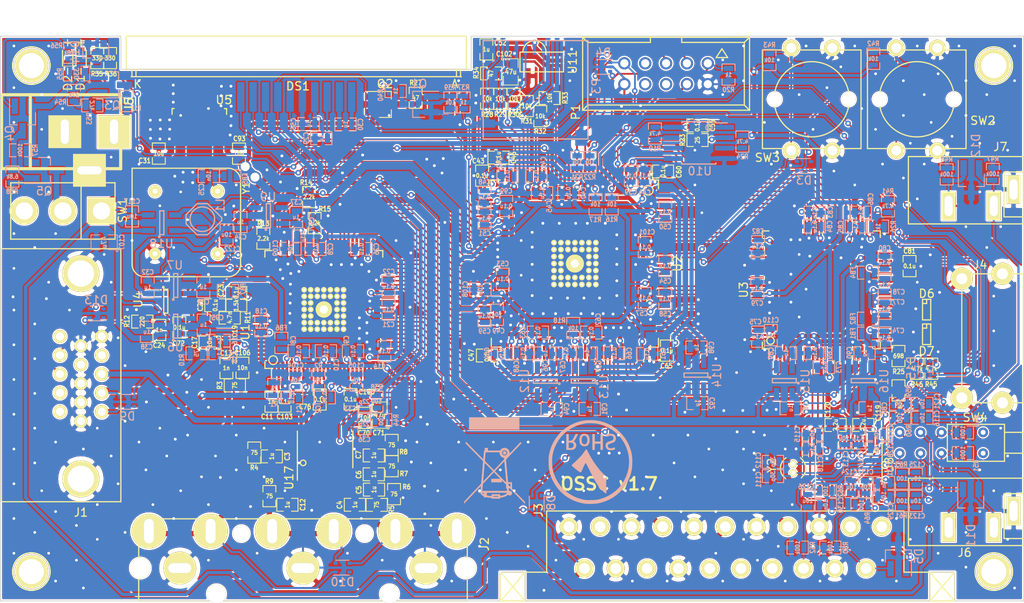
<source format=kicad_pcb>
(kicad_pcb (version 20171130) (host pcbnew 5.1.9+dfsg1-1)
  (layers (0 F.Cu signal) (31 B.Cu signal) (34 B.Paste user) (35 F.Paste user) (36 B.SilkS user) (37 F.SilkS user) (38 B.Mask user) (39 F.Mask user) (44 Edge.Cuts user))
  (net 0 "")
  (net 1 /fpga1/ASDO)
  (net 2 /fpga1/DATA0)
  (net 3 /fpga1/DCLK)
  (net 4 /fpga1/HDMITX_HSYNC)
  (net 5 /fpga1/HDMITX_INT_N)
  (net 6 /fpga1/HDMITX_PCLK)
  (net 7 /fpga1/HDMITX_R0)
  (net 8 /fpga1/HDMITX_R1)
  (net 9 /fpga1/HDMITX_R2)
  (net 10 /fpga1/HDMITX_R3)
  (net 11 /fpga1/HDMITX_R4)
  (net 12 /fpga1/HDMITX_R5)
  (net 13 /fpga1/HDMITX_R6)
  (net 14 /fpga1/HDMITX_R7)
  (net 15 /fpga1/HDMITX_VSYNC)
  (net 16 /fpga1/IR_RX)
  (net 17 /fpga1/LED0)
  (net 18 /fpga1/LED1)
  (net 19 /fpga1/SCL)
  (net 20 /fpga1/SDA)
  (net 21 /fpga1/SD_CLK)
  (net 22 /fpga1/SD_CMD)
  (net 23 /fpga1/SD_DAT0)
  (net 24 /fpga1/SD_DAT1)
  (net 25 /fpga1/SD_DAT2)
  (net 26 /fpga1/SD_DAT3)
  (net 27 /fpga1/TCK)
  (net 28 /fpga1/TDI)
  (net 29 /fpga1/TDO)
  (net 30 /fpga1/TMS)
  (net 31 /fpga1/VCCA)
  (net 32 /fpga1/VCCD_PLL)
  (net 33 /fpga1/VCCINT)
  (net 34 /fpga1/nCSO)
  (net 35 /hdmitx1/AVCC1V8)
  (net 36 /hdmitx1/AVDD3V3)
  (net 37 /hdmitx1/B0)
  (net 38 /hdmitx1/B1)
  (net 39 /hdmitx1/B2)
  (net 40 /hdmitx1/B3)
  (net 41 /hdmitx1/B4)
  (net 42 /hdmitx1/B5)
  (net 43 /hdmitx1/B6)
  (net 44 /hdmitx1/B7)
  (net 45 /hdmitx1/DDC_SCL)
  (net 46 /hdmitx1/DDC_SDA)
  (net 47 /hdmitx1/DE)
  (net 48 /hdmitx1/DVDD1V8)
  (net 49 /hdmitx1/DVDD3V3)
  (net 50 /hdmitx1/G0)
  (net 51 /hdmitx1/G1)
  (net 52 /hdmitx1/G2)
  (net 53 /hdmitx1/G3)
  (net 54 /hdmitx1/G4)
  (net 55 /hdmitx1/G5)
  (net 56 /hdmitx1/G6)
  (net 57 /hdmitx1/G7)
  (net 58 /hdmitx1/HPD)
  (net 59 /hdmitx1/TMDS_CLK+)
  (net 60 /hdmitx1/TMDS_CLK-)
  (net 61 /hdmitx1/TMDS_D0+)
  (net 62 /hdmitx1/TMDS_D0-)
  (net 63 /hdmitx1/TMDS_D1+)
  (net 64 /hdmitx1/TMDS_D1-)
  (net 65 /hdmitx1/TMDS_D2+)
  (net 66 /hdmitx1/TMDS_D2-)
  (net 67 /tvp_board1/AVDD)
  (net 68 /tvp_board1/B0)
  (net 69 /tvp_board1/B1)
  (net 70 /tvp_board1/B2)
  (net 71 /tvp_board1/B3)
  (net 72 /tvp_board1/B4)
  (net 73 /tvp_board1/B5)
  (net 74 /tvp_board1/B6)
  (net 75 /tvp_board1/B7)
  (net 76 /tvp_board1/DVDD)
  (net 77 /tvp_board1/FID)
  (net 78 /tvp_board1/G0)
  (net 79 /tvp_board1/G1)
  (net 80 /tvp_board1/G2)
  (net 81 /tvp_board1/G3)
  (net 82 /tvp_board1/G4)
  (net 83 /tvp_board1/G5)
  (net 84 /tvp_board1/G6)
  (net 85 /tvp_board1/G7)
  (net 86 /tvp_board1/HSYNC)
  (net 87 /tvp_board1/PCLK)
  (net 88 /tvp_board1/R0)
  (net 89 /tvp_board1/R1)
  (net 90 /tvp_board1/R2)
  (net 91 /tvp_board1/R3)
  (net 92 /tvp_board1/R4)
  (net 93 /tvp_board1/R5)
  (net 94 /tvp_board1/R6)
  (net 95 /tvp_board1/R7)
  (net 96 /tvp_board1/RGB1_B)
  (net 97 /tvp_board1/RGB1_G)
  (net 98 /tvp_board1/RGB1_R)
  (net 99 /tvp_board1/RGB1_S)
  (net 100 /tvp_board1/RGB2_B)
  (net 101 /tvp_board1/RGB2_G)
  (net 102 /tvp_board1/RGB2_R)
  (net 103 /tvp_board1/RGB3_B)
  (net 104 /tvp_board1/RGB3_G)
  (net 105 /tvp_board1/RGB3_R)
  (net 106 /tvp_board1/VSYNC)
  (net 107 GND)
  (net 108 "Net-(C1-Pad2)")
  (net 109 "Net-(C2-Pad2)")
  (net 110 "Net-(C3-Pad2)")
  (net 111 "Net-(C4-Pad2)")
  (net 112 "Net-(C5-Pad2)")
  (net 113 "Net-(C6-Pad2)")
  (net 114 "Net-(C7-Pad2)")
  (net 115 "Net-(C11-Pad2)")
  (net 116 "Net-(C12-Pad2)")
  (net 117 "Net-(C13-Pad2)")
  (net 118 "Net-(C15-Pad2)")
  (net 119 "Net-(C16-Pad2)")
  (net 120 "Net-(C17-Pad2)")
  (net 121 "Net-(C19-Pad1)")
  (net 122 "Net-(C19-Pad2)")
  (net 123 "Net-(C20-Pad2)")
  (net 124 "Net-(C24-Pad1)")
  (net 125 "Net-(C25-Pad1)")
  (net 126 "Net-(C29-Pad2)")
  (net 127 "Net-(C30-Pad1)")
  (net 128 "Net-(C30-Pad2)")
  (net 129 "Net-(C74-Pad1)")
  (net 130 "Net-(C77-Pad1)")
  (net 131 "Net-(C80-Pad1)")
  (net 132 "Net-(J1-Pad9)")
  (net 133 "Net-(J1-Pad4)")
  (net 134 "Net-(J1-Pad11)")
  (net 135 "Net-(J1-Pad12)")
  (net 136 "Net-(J1-Pad15)")
  (net 137 "Net-(P1-Pad6)")
  (net 138 "Net-(P1-Pad8)")
  (net 139 "Net-(R11-Pad2)")
  (net 140 "Net-(R16-Pad2)")
  (net 141 "Net-(R24-Pad1)")
  (net 142 "Net-(R25-Pad1)")
  (net 143 "Net-(R26-Pad1)")
  (net 144 "Net-(U1-Pad25)")
  (net 145 "Net-(U1-Pad37)")
  (net 146 "Net-(U1-Pad38)")
  (net 147 "Net-(U1-Pad51)")
  (net 148 "Net-(U1-Pad52)")
  (net 149 "Net-(U1-Pad64)")
  (net 150 "Net-(U1-Pad65)")
  (net 151 "Net-(J3-Pad3)")
  (net 152 "Net-(J3-Pad8)")
  (net 153 "Net-(J3-Pad10)")
  (net 154 "Net-(J3-Pad12)")
  (net 155 "Net-(J3-Pad16)")
  (net 156 "Net-(J3-Pad19)")
  (net 157 "Net-(J3-Pad1)")
  (net 158 "Net-(J4-Pad13)")
  (net 159 "Net-(P1-Pad7)")
  (net 160 "Net-(U3-Pad45)")
  (net 161 "Net-(Y1-Pad1)")
  (net 162 /fpga1/CLK27)
  (net 163 "Net-(R17-Pad1)")
  (net 164 "Net-(R18-Pad2)")
  (net 165 "Net-(R19-Pad1)")
  (net 166 "Net-(R23-Pad2)")
  (net 167 "Net-(DS1-Pad11)")
  (net 168 "Net-(U17-Pad1)")
  (net 169 "Net-(U17-Pad20)")
  (net 170 "Net-(F1-Pad1)")
  (net 171 /tvp_board1/RGB_12_G)
  (net 172 /tvp_board1/RGB_12_R)
  (net 173 "Net-(C76-Pad2)")
  (net 174 /tvp_board1/RGB_12_B)
  (net 175 "Net-(C100-Pad2)")
  (net 176 "Net-(C103-Pad2)")
  (net 177 "Net-(C104-Pad2)")
  (net 178 "Net-(C105-Pad2)")
  (net 179 /tvp_board1/RGB3_HS)
  (net 180 /tvp_board1/RGB3_VS)
  (net 181 /tvp_board1/RGB3_VS_B)
  (net 182 /tvp_board1/RGB3_HS_B)
  (net 183 "Net-(C106-Pad1)")
  (net 184 /fpga1/LCD_CS_N)
  (net 185 /fpga1/LCD_RS)
  (net 186 /fpga1/BTN0)
  (net 187 /fpga1/BTN1)
  (net 188 "Net-(C23-Pad1)")
  (net 189 /tvp_board1/AVDD_F)
  (net 190 "Net-(C102-Pad1)")
  (net 191 "Net-(C33-Pad2)")
  (net 192 "Net-(C36-Pad1)")
  (net 193 /fpga1/RESET_N)
  (net 194 "Net-(Q1-Pad1)")
  (net 195 "Net-(Q1-Pad3)")
  (net 196 "Net-(Q2-Pad1)")
  (net 197 "Net-(Q2-Pad3)")
  (net 198 /fpga1/LCD_BLEN)
  (net 199 /hdmitx1/5V)
  (net 200 /hdmitx1/5V_FUSED)
  (net 201 "Net-(C111-Pad1)")
  (net 202 "Net-(C112-Pad1)")
  (net 203 /hdmitx1/AV2_AUD_R)
  (net 204 "Net-(C116-Pad2)")
  (net 205 /hdmitx1/AV1_AUD_R)
  (net 206 "Net-(C119-Pad1)")
  (net 207 "Net-(C120-Pad1)")
  (net 208 /hdmitx1/AV2_AUD_L)
  (net 209 "Net-(C121-Pad2)")
  (net 210 /hdmitx1/AV1_AUD_L)
  (net 211 "Net-(C123-Pad1)")
  (net 212 /hdmitx1/AV3_AUD_R)
  (net 213 "Net-(C124-Pad1)")
  (net 214 "Net-(C125-Pad1)")
  (net 215 /hdmitx1/AV3_AUD_L)
  (net 216 "Net-(C126-Pad1)")
  (net 217 "Net-(J4-Pad14)")
  (net 218 /hdmitx1/I2S_DATA)
  (net 219 /hdmitx1/I2S_WS)
  (net 220 /hdmitx1/I2S_BCK)
  (net 221 "Net-(U8-Pad5)")
  (net 222 "Net-(U8-Pad19)")
  (net 223 "Net-(U8-Pad20)")
  (net 224 "Net-(U8-Pad21)")
  (net 225 "Net-(U8-Pad22)")
  (net 226 "Net-(U8-Pad3)")
  (net 227 "Net-(U8-Pad4)")
  (net 228 "Net-(D1-Pad2)")
  (net 229 "Net-(D2-Pad2)")
  (net 230 "Net-(U6-Pad4)")
  (net 231 "Net-(U7-Pad4)")
  (net 232 "Net-(U9-Pad4)")
  (net 233 "Net-(U12-Pad4)")
  (net 234 "Net-(U13-Pad4)")
  (net 235 "Net-(U14-Pad4)")
  (net 236 "Net-(U15-Pad4)")
  (net 237 "Net-(U16-Pad4)")
  (net 238 /tvp_board1/DVDD2V5)
  (net 239 "Net-(C127-Pad2)")
  (net 240 "Net-(C128-Pad1)")
  (net 241 "Net-(C129-Pad2)")
  (net 242 "Net-(C130-Pad1)")
  (net 243 "Net-(C131-Pad1)")
  (net 244 "Net-(C132-Pad2)")
  (net 245 "Net-(D3-Pad4)")
  (net 246 "Net-(D9-Pad5)")
  (net 247 "Net-(D10-Pad5)")
  (net 248 "Net-(D11-Pad2)")
  (net 249 "Net-(D11-Pad1)")
  (net 250 "Net-(D13-Pad5)")
  (net 251 "Net-(D13-Pad4)")
  (net 252 "Net-(D14-Pad1)")
  (net 253 "Net-(D15-Pad5)")
  (net 254 "Net-(F1-Pad2)")
  (net 255 "Net-(L1-Pad1)")
  (net 256 "Net-(Q3-Pad2)")
  (net 257 "Net-(Q3-Pad1)")
  (net 258 "Net-(Q4-Pad3)")
  (net 259 "Net-(Q4-Pad1)")
  (net 260 "Net-(Q5-Pad3)")
  (net 261 "Net-(D3-Pad5)")
  (module custom_components:WEEE-logo (layer B.Cu) (at 67.52 68.69)
    (fp_text reference G*** hide)
    (fp_text value WEEE-logo hide)
  )
  (module custom_components:RoHS-logo (layer B.Cu) (at 79.18 68.88)
    (fp_text reference G*** hide)
    (fp_text value RoHS-logo hide)
  )
  (module Diode_SMD:D_SOT-23_ANK (layer B.Cu) (at 18.97 18.93 270)
    (fp_text reference D14 (at 0 2.5 90) (layer B.SilkS) (effects (justify mirror)))
    (fp_text value BZX84C5V1/SOT)
    (pad 2 smd rect (at -1 0.95 270) (size 0.9 0.8) (layers B.Cu B.Paste B.Mask) (net 107 GND))
    (pad "" smd rect (at -1 -0.95 270) (size 0.9 0.8) (layers B.Cu B.Paste B.Mask))
    (pad 1 smd rect (at 1 0 270) (size 0.9 0.8) (layers B.Cu B.Paste B.Mask) (net 252 "Net-(D14-Pad1)"))
  )
  (module Package_TO_SOT_SMD:SOT-665 (layer B.Cu) (at 80.74 20.76 180)
    (fp_text reference D4 (at 0 1.75) (layer B.SilkS) (effects (justify mirror)))
    (fp_text value PESD3V3V4UW)
    (pad 5 smd rect (at 0.85 0.54 180) (size 0.5 0.38) (layers B.Cu B.Paste B.Mask) (net 30 /fpga1/TMS))
    (pad 4 smd rect (at 0.85 -0.54 180) (size 0.5 0.38) (layers B.Cu B.Paste B.Mask) (net 29 /fpga1/TDO))
    (pad 2 smd rect (at -0.93 0 180) (size 0.65 0.3) (layers B.Cu B.Paste B.Mask) (net 107 GND))
    (pad 3 smd rect (at -0.85 -0.54 180) (size 0.5 0.38) (layers B.Cu B.Paste B.Mask) (net 27 /fpga1/TCK))
    (pad 1 smd rect (at -0.85 0.54 180) (size 0.5 0.38) (layers B.Cu B.Paste B.Mask) (net 28 /fpga1/TDI))
  )
  (module Package_TO_SOT_SMD:SOT-665 (layer B.Cu) (at 105.18 32.82)
    (fp_text reference D3 (at 0 1.75) (layer B.SilkS) (effects (justify mirror)))
    (fp_text value PESD3V3V4UW)
    (pad 5 smd rect (at 0.85 0.54) (size 0.5 0.38) (layers B.Cu B.Paste B.Mask) (net 261 "Net-(D3-Pad5)"))
    (pad 4 smd rect (at 0.85 -0.54) (size 0.5 0.38) (layers B.Cu B.Paste B.Mask) (net 245 "Net-(D3-Pad4)"))
    (pad 2 smd rect (at -0.93 0) (size 0.65 0.3) (layers B.Cu B.Paste B.Mask) (net 107 GND))
    (pad 3 smd rect (at -0.85 -0.54) (size 0.5 0.38) (layers B.Cu B.Paste B.Mask) (net 187 /fpga1/BTN1))
    (pad 1 smd rect (at -0.85 0.54) (size 0.5 0.38) (layers B.Cu B.Paste B.Mask) (net 186 /fpga1/BTN0))
  )
  (module custom_components:SM0603_Capa_libcms (layer B.Cu) (at 119.6 63.48 180)
    (fp_text reference C116 (at -1.77 -0.07 270) (layer B.SilkS) (effects (font (size 0.5842 0.508) (thickness 0.127)) (justify mirror)))
    (fp_text value 10u (at 0 0 90) (layer B.SilkS) (effects (font (size 0.508 0.4572) (thickness 0.1143)) (justify mirror)))
    (pad 1 smd rect (at -0.762 0 180) (size 0.635 1.143) (layers B.Cu B.Paste B.Mask) (net 212 /hdmitx1/AV3_AUD_R))
    (pad 2 smd rect (at 0.762 0 180) (size 0.635 1.143) (layers B.Cu B.Paste B.Mask) (net 204 "Net-(C116-Pad2)"))
  )
  (module custom_components:SM0603_Capa_libcms (layer B.Cu) (at 119.59 61.77 180)
    (fp_text reference C121 (at -1.8 0.31 90) (layer B.SilkS) (effects (font (size 0.5842 0.508) (thickness 0.127)) (justify mirror)))
    (fp_text value 10u (at 0 0 90) (layer B.SilkS) (effects (font (size 0.508 0.4572) (thickness 0.1143)) (justify mirror)))
    (pad 1 smd rect (at -0.762 0 180) (size 0.635 1.143) (layers B.Cu B.Paste B.Mask) (net 215 /hdmitx1/AV3_AUD_L))
    (pad 2 smd rect (at 0.762 0 180) (size 0.635 1.143) (layers B.Cu B.Paste B.Mask) (net 209 "Net-(C121-Pad2)"))
  )
  (module custom_components:ACHL-OSC (layer F.Cu) (at 29.9945 39.6993 270)
    (fp_text reference Y1 (at -4.191 -7.2898 270) (layer F.SilkS) (effects (font (size 0.8 0.8))))
    (fp_text value ACHL-27MHZ-EK)
    (pad 5 thru_hole circle (at 3.81 -3.81 270) (size 1.5 1.5) (drill 0.6) (layers *.Cu *.Mask F.SilkS) (net 162 /fpga1/CLK27))
    (pad 8 thru_hole circle (at -3.81 -3.81 270) (size 1.5 1.5) (drill 0.6) (layers *.Cu *.Mask F.SilkS) (net 125 "Net-(C25-Pad1)"))
    (pad 1 thru_hole circle (at -3.81 3.81 270) (size 1.5 1.5) (drill 0.6) (layers *.Cu *.Mask F.SilkS) (net 161 "Net-(Y1-Pad1)"))
    (pad 4 thru_hole circle (at 3.81 3.81 270) (size 1.5 1.5) (drill 0.6) (layers *.Cu *.Mask F.SilkS) (net 107 GND))
  )
  (module Package_TO_SOT_SMD:SOT-23_Handsoldering (layer B.Cu) (at 125.56 34.56 270)
    (fp_text reference D12 (at -4.23 -0.55 90) (layer B.SilkS) (effects (justify mirror)))
    (fp_text value PESD12VL2BT)
    (pad 3 smd rect (at 1.5 0 270) (size 1.9 0.8) (layers B.Cu B.Paste B.Mask) (net 107 GND))
    (pad 2 smd rect (at -1.5 -0.95 270) (size 1.9 0.8) (layers B.Cu B.Paste B.Mask) (net 215 /hdmitx1/AV3_AUD_L))
    (pad 1 smd rect (at -1.5 0.95 270) (size 1.9 0.8) (layers B.Cu B.Paste B.Mask) (net 212 /hdmitx1/AV3_AUD_R))
  )
  (module custom_components:SOT-23-5_Handsoldering (layer B.Cu) (at 27.01 39.73 90)
    (fp_text reference U18 (at -2.55 -0.05 180) (layer B.SilkS) (effects (justify mirror)))
    (fp_text value LM3671MF-2.5/NOPB)
    (pad 5 smd rect (at -0.95 1.65) (size 1.56 0.65) (layers B.Cu B.Paste B.Mask) (net 255 "Net-(L1-Pad1)"))
    (pad 4 smd rect (at 0.95 1.65) (size 1.56 0.65) (layers B.Cu B.Paste B.Mask) (net 238 /tvp_board1/DVDD2V5))
    (pad 3 smd rect (at 0.95 -1.65) (size 1.56 0.65) (layers B.Cu B.Paste B.Mask) (net 199 /hdmitx1/5V))
    (pad 2 smd rect (at 0 -1.65) (size 1.56 0.65) (layers B.Cu B.Paste B.Mask) (net 107 GND))
    (pad 1 smd rect (at -0.95 -1.65) (size 1.56 0.65) (layers B.Cu B.Paste B.Mask) (net 199 /hdmitx1/5V))
  )
  (module custom_components:GW22RxV (layer F.Cu) (at 116.84 66.52 90)
    (fp_text reference SW4 (at 3.09 9.2) (layer F.SilkS))
    (fp_text value GW22RCV)
    (pad 3 thru_hole circle (at 1.27 5.08 90) (size 1.2 1.2) (drill 0.6) (layers *.Cu *.Mask) (net 208 /hdmitx1/AV2_AUD_L))
    (pad 2 thru_hole circle (at 1.27 2.54 90) (size 1.2 1.2) (drill 0.6) (layers *.Cu *.Mask) (net 248 "Net-(D11-Pad2)"))
    (pad 1 thru_hole circle (at 1.27 0 90) (size 1.2 1.2) (drill 0.6) (layers *.Cu *.Mask) (net 210 /hdmitx1/AV1_AUD_L))
    (pad 6 thru_hole circle (at -1.27 5.08 90) (size 1.2 1.2) (drill 0.6) (layers *.Cu *.Mask) (net 203 /hdmitx1/AV2_AUD_R))
    (pad 5 thru_hole circle (at -1.27 2.54 90) (size 1.2 1.2) (drill 0.6) (layers *.Cu *.Mask) (net 249 "Net-(D11-Pad1)"))
    (pad 4 thru_hole circle (at -1.27 0 90) (size 1.2 1.2) (drill 0.6) (layers *.Cu *.Mask) (net 205 /hdmitx1/AV1_AUD_R))
    (pad "" thru_hole circle (at 1.27 10.16 90) (size 1.2 1.2) (drill 0.6) (layers *.Cu *.Mask))
    (pad "" thru_hole circle (at -1.27 10.16 90) (size 1.2 1.2) (drill 0.6) (layers *.Cu *.Mask))
  )
  (module custom_components:SM0603_Resistor_libcms (layer B.Cu) (at 112.19 74.09 180)
    (fp_text reference R64 (at -0.73 -1.6 270) (layer B.SilkS) (effects (font (size 0.5842 0.508) (thickness 0.127)) (justify mirror)))
    (fp_text value 100 (at 0 0 270) (layer B.SilkS) (effects (font (size 0.508 0.4572) (thickness 0.1143)) (justify mirror)))
    (pad 2 smd rect (at 0.762 0 180) (size 0.635 1.143) (layers B.Cu B.Paste B.Mask) (net 213 "Net-(C124-Pad1)"))
    (pad 1 smd rect (at -0.762 0 180) (size 0.635 1.143) (layers B.Cu B.Paste B.Mask) (net 244 "Net-(C132-Pad2)"))
  )
  (module custom_components:SM0603_Resistor_libcms (layer B.Cu) (at 117.12 70.88 90)
    (fp_text reference R63 (at 1.72 -0.06 180) (layer B.SilkS) (effects (font (size 0.5842 0.508) (thickness 0.127)) (justify mirror)))
    (fp_text value 100 (at 0 0 180) (layer B.SilkS) (effects (font (size 0.508 0.4572) (thickness 0.1143)) (justify mirror)))
    (pad 2 smd rect (at 0.762 0 90) (size 0.635 1.143) (layers B.Cu B.Paste B.Mask) (net 214 "Net-(C125-Pad1)"))
    (pad 1 smd rect (at -0.762 0 90) (size 0.635 1.143) (layers B.Cu B.Paste B.Mask) (net 243 "Net-(C131-Pad1)"))
  )
  (module custom_components:SM0603_Resistor_libcms (layer B.Cu) (at 107.84 72.38 180)
    (fp_text reference R62 (at -1.8288 0 270) (layer B.SilkS) (effects (font (size 0.5842 0.508) (thickness 0.127)) (justify mirror)))
    (fp_text value 100 (at 0 0 270) (layer B.SilkS) (effects (font (size 0.508 0.4572) (thickness 0.1143)) (justify mirror)))
    (pad 2 smd rect (at 0.762 0 180) (size 0.635 1.143) (layers B.Cu B.Paste B.Mask) (net 216 "Net-(C126-Pad1)"))
    (pad 1 smd rect (at -0.762 0 180) (size 0.635 1.143) (layers B.Cu B.Paste B.Mask) (net 242 "Net-(C130-Pad1)"))
  )
  (module custom_components:SM0603_Resistor_libcms (layer B.Cu) (at 117.11 73.6 270)
    (fp_text reference R61 (at 1.79 0.08 180) (layer B.SilkS) (effects (font (size 0.5842 0.508) (thickness 0.127)) (justify mirror)))
    (fp_text value 100 (at 0 0 180) (layer B.SilkS) (effects (font (size 0.508 0.4572) (thickness 0.1143)) (justify mirror)))
    (pad 2 smd rect (at 0.762 0 270) (size 0.635 1.143) (layers B.Cu B.Paste B.Mask) (net 211 "Net-(C123-Pad1)"))
    (pad 1 smd rect (at -0.762 0 270) (size 0.635 1.143) (layers B.Cu B.Paste B.Mask) (net 241 "Net-(C129-Pad2)"))
  )
  (module custom_components:SM0603_Resistor_libcms (layer B.Cu) (at 116.89 63.48)
    (fp_text reference R60 (at 1.09 1.59 -90) (layer B.SilkS) (effects (font (size 0.5842 0.508) (thickness 0.127)) (justify mirror)))
    (fp_text value 100 (at 0 0 -90) (layer B.SilkS) (effects (font (size 0.508 0.4572) (thickness 0.1143)) (justify mirror)))
    (pad 2 smd rect (at 0.762 0) (size 0.635 1.143) (layers B.Cu B.Paste B.Mask) (net 204 "Net-(C116-Pad2)"))
    (pad 1 smd rect (at -0.762 0) (size 0.635 1.143) (layers B.Cu B.Paste B.Mask) (net 240 "Net-(C128-Pad1)"))
  )
  (module custom_components:SM0603_Resistor_libcms (layer B.Cu) (at 116.89 61.78 180)
    (fp_text reference R59 (at -1.04 1.59 270) (layer B.SilkS) (effects (font (size 0.5842 0.508) (thickness 0.127)) (justify mirror)))
    (fp_text value 100 (at 0 0 270) (layer B.SilkS) (effects (font (size 0.508 0.4572) (thickness 0.1143)) (justify mirror)))
    (pad 2 smd rect (at 0.762 0 180) (size 0.635 1.143) (layers B.Cu B.Paste B.Mask) (net 239 "Net-(C127-Pad2)"))
    (pad 1 smd rect (at -0.762 0 180) (size 0.635 1.143) (layers B.Cu B.Paste B.Mask) (net 209 "Net-(C121-Pad2)"))
  )
  (module custom_components:SM0603_Resistor_libcms (layer B.Cu) (at 8.82 34.11 270)
    (fp_text reference R58 (at 1.81 0.03 180) (layer B.SilkS) (effects (font (size 0.5842 0.508) (thickness 0.127)) (justify mirror)))
    (fp_text value 6.8k (at 0 0 180) (layer B.SilkS) (effects (font (size 0.508 0.4572) (thickness 0.1143)) (justify mirror)))
    (pad 1 smd rect (at -0.762 0 270) (size 0.635 1.143) (layers B.Cu B.Paste B.Mask) (net 258 "Net-(Q4-Pad3)"))
    (pad 2 smd rect (at 0.762 0 270) (size 0.635 1.143) (layers B.Cu B.Paste B.Mask) (net 107 GND))
  )
  (module custom_components:SM0603_Resistor_libcms (layer B.Cu) (at 9.77 30.91 180)
    (fp_text reference R57 (at -1.8288 0 270) (layer B.SilkS) (effects (font (size 0.5842 0.508) (thickness 0.127)) (justify mirror)))
    (fp_text value 100k (at 0 0 270) (layer B.SilkS) (effects (font (size 0.508 0.4572) (thickness 0.1143)) (justify mirror)))
    (pad 1 smd rect (at -0.762 0 180) (size 0.635 1.143) (layers B.Cu B.Paste B.Mask) (net 256 "Net-(Q3-Pad2)"))
    (pad 2 smd rect (at 0.762 0 180) (size 0.635 1.143) (layers B.Cu B.Paste B.Mask) (net 258 "Net-(Q4-Pad3)"))
  )
  (module custom_components:SM0603_Resistor_libcms (layer B.Cu) (at 15.83 19.03 90)
    (fp_text reference R56 (at 0.86 -1.64 180) (layer B.SilkS) (effects (font (size 0.5842 0.508) (thickness 0.127)) (justify mirror)))
    (fp_text value 6.8k (at 0 0 180) (layer B.SilkS) (effects (font (size 0.508 0.4572) (thickness 0.1143)) (justify mirror)))
    (pad 2 smd rect (at 0.762 0 90) (size 0.635 1.143) (layers B.Cu B.Paste B.Mask) (net 259 "Net-(Q4-Pad1)"))
    (pad 1 smd rect (at -0.762 0 90) (size 0.635 1.143) (layers B.Cu B.Paste B.Mask) (net 252 "Net-(D14-Pad1)"))
  )
  (module custom_components:SM0805_libcms (layer B.Cu) (at 16.64 21.57 180)
    (fp_text reference R55 (at 2.03 -0.04 270) (layer B.SilkS) (effects (font (size 0.5842 0.508) (thickness 0.127)) (justify mirror)))
    (fp_text value 330 (at 0 0 270) (layer B.SilkS) (effects (font (size 0.5842 0.508) (thickness 0.127)) (justify mirror)))
    (pad 1 smd rect (at -0.9525 0 180) (size 0.889 1.397) (layers B.Cu B.Paste B.Mask) (net 256 "Net-(Q3-Pad2)"))
    (pad 2 smd rect (at 0.9525 0 180) (size 0.889 1.397) (layers B.Cu B.Paste B.Mask) (net 252 "Net-(D14-Pad1)"))
  )
  (module custom_components:SM0603_Resistor_libcms (layer B.Cu) (at 16.31 24.18 270)
    (fp_text reference R54 (at 0.86 1.64 180) (layer B.SilkS) (effects (font (size 0.5842 0.508) (thickness 0.127)) (justify mirror)))
    (fp_text value 27k (at 0 0 180) (layer B.SilkS) (effects (font (size 0.508 0.4572) (thickness 0.1143)) (justify mirror)))
    (pad 1 smd rect (at -0.762 0 270) (size 0.635 1.143) (layers B.Cu B.Paste B.Mask) (net 256 "Net-(Q3-Pad2)"))
    (pad 2 smd rect (at 0.762 0 270) (size 0.635 1.143) (layers B.Cu B.Paste B.Mask) (net 257 "Net-(Q3-Pad1)"))
  )
  (module custom_components:SM0603_Resistor_libcms (layer B.Cu) (at 18.55 25.45)
    (fp_text reference R53 (at -0.36 1.6 270) (layer B.SilkS) (effects (font (size 0.5842 0.508) (thickness 0.127)) (justify mirror)))
    (fp_text value 27k (at 0 0 270) (layer B.SilkS) (effects (font (size 0.508 0.4572) (thickness 0.1143)) (justify mirror)))
    (pad 1 smd rect (at -0.762 0) (size 0.635 1.143) (layers B.Cu B.Paste B.Mask) (net 257 "Net-(Q3-Pad1)"))
    (pad 2 smd rect (at 0.762 0) (size 0.635 1.143) (layers B.Cu B.Paste B.Mask) (net 107 GND))
  )
  (module Package_TO_SOT_SMD:SOT-23_Handsoldering (layer B.Cu) (at 12.69 33.37)
    (fp_text reference Q5 (at 0 2.5) (layer B.SilkS) (effects (justify mirror)))
    (fp_text value AOSS21115C)
    (pad 1 smd rect (at -1.5 0.95) (size 1.9 0.8) (layers B.Cu B.Paste B.Mask) (net 258 "Net-(Q4-Pad3)"))
    (pad 2 smd rect (at -1.5 -0.95) (size 1.9 0.8) (layers B.Cu B.Paste B.Mask) (net 256 "Net-(Q3-Pad2)"))
    (pad 3 smd rect (at 1.5 0) (size 1.9 0.8) (layers B.Cu B.Paste B.Mask) (net 260 "Net-(Q5-Pad3)"))
  )
  (module Package_TO_SOT_SMD:SOT-23_Handsoldering (layer B.Cu) (at 10.06 27.05 270)
    (fp_text reference Q4 (at 1.79 1.57 90) (layer B.SilkS) (effects (justify mirror)))
    (fp_text value DSS20200L)
    (pad 1 smd rect (at -1.5 0.95 270) (size 1.9 0.8) (layers B.Cu B.Paste B.Mask) (net 259 "Net-(Q4-Pad1)"))
    (pad 2 smd rect (at -1.5 -0.95 270) (size 1.9 0.8) (layers B.Cu B.Paste B.Mask) (net 256 "Net-(Q3-Pad2)"))
    (pad 3 smd rect (at 1.5 0 270) (size 1.9 0.8) (layers B.Cu B.Paste B.Mask) (net 258 "Net-(Q4-Pad3)"))
  )
  (module Package_TO_SOT_SMD:SOT-23_Handsoldering (layer B.Cu) (at 20.99 22.94)
    (fp_text reference Q3 (at 0 2.5) (layer B.SilkS) (effects (justify mirror)))
    (fp_text value AOSS21115C)
    (pad 1 smd rect (at -1.5 0.95) (size 1.9 0.8) (layers B.Cu B.Paste B.Mask) (net 257 "Net-(Q3-Pad1)"))
    (pad 2 smd rect (at -1.5 -0.95) (size 1.9 0.8) (layers B.Cu B.Paste B.Mask) (net 256 "Net-(Q3-Pad2)"))
    (pad 3 smd rect (at 1.5 0) (size 1.9 0.8) (layers B.Cu B.Paste B.Mask) (net 254 "Net-(F1-Pad2)"))
  )
  (module Package_TO_SOT_SMD:SOT-23_Handsoldering (layer F.Cu) (at 54.193 25.329)
    (fp_text reference Q2 (at 0 -2.5) (layer F.SilkS))
    (fp_text value BC857)
    (pad 3 smd rect (at 1.5 0) (size 1.9 0.8) (layers F.Cu F.Paste F.Mask) (net 197 "Net-(Q2-Pad3)"))
    (pad 2 smd rect (at -1.5 0.95) (size 1.9 0.8) (layers F.Cu F.Paste F.Mask) (net 49 /hdmitx1/DVDD3V3))
    (pad 1 smd rect (at -1.5 -0.95) (size 1.9 0.8) (layers F.Cu F.Paste F.Mask) (net 196 "Net-(Q2-Pad1)"))
  )
  (module Package_TO_SOT_SMD:SOT-23_Handsoldering (layer B.Cu) (at 58.316 25.317 180)
    (fp_text reference Q1 (at 0 2.5) (layer B.SilkS) (effects (justify mirror)))
    (fp_text value BC847)
    (pad 3 smd rect (at 1.5 0 180) (size 1.9 0.8) (layers B.Cu B.Paste B.Mask) (net 195 "Net-(Q1-Pad3)"))
    (pad 2 smd rect (at -1.5 -0.95 180) (size 1.9 0.8) (layers B.Cu B.Paste B.Mask) (net 107 GND))
    (pad 1 smd rect (at -1.5 0.95 180) (size 1.9 0.8) (layers B.Cu B.Paste B.Mask) (net 194 "Net-(Q1-Pad1)"))
  )
  (module custom_components:CDRH2D14 (layer B.Cu) (at 31.94 39.3 90)
    (fp_text reference L1 (at 1.65 2.19 90) (layer B.SilkS) (effects (justify mirror)))
    (fp_text value 2.2u)
    (pad 1 smd rect (at -1.5 0 90) (size 1.3 1.3) (layers B.Cu B.Paste B.Mask) (net 255 "Net-(L1-Pad1)"))
    (pad 2 smd rect (at 1.5 0 90) (size 1.3 1.3) (layers B.Cu B.Paste B.Mask) (net 238 /tvp_board1/DVDD2V5))
  )
  (module Package_TO_SOT_SMD:SOT-665 (layer B.Cu) (at 119.99 57.41 270)
    (fp_text reference D15 (at 0 1.75 90) (layer B.SilkS) (effects (justify mirror)))
    (fp_text value PESD5V0V4UW)
    (pad 5 smd rect (at 0.85 0.54 270) (size 0.5 0.38) (layers B.Cu B.Paste B.Mask) (net 253 "Net-(D15-Pad5)"))
    (pad 4 smd rect (at 0.85 -0.54 270) (size 0.5 0.38) (layers B.Cu B.Paste B.Mask) (net 58 /hdmitx1/HPD))
    (pad 2 smd rect (at -0.93 0 270) (size 0.65 0.3) (layers B.Cu B.Paste B.Mask) (net 107 GND))
    (pad 3 smd rect (at -0.85 -0.54 270) (size 0.5 0.38) (layers B.Cu B.Paste B.Mask) (net 46 /hdmitx1/DDC_SDA))
    (pad 1 smd rect (at -0.85 0.54 270) (size 0.5 0.38) (layers B.Cu B.Paste B.Mask) (net 45 /hdmitx1/DDC_SCL))
  )
  (module Package_TO_SOT_SMD:SOT-665 (layer B.Cu) (at 19.07 50.76)
    (fp_text reference D13 (at -0.05 -1.63) (layer B.SilkS) (effects (justify mirror)))
    (fp_text value PESD5V0V4UW)
    (pad 1 smd rect (at -0.85 0.54) (size 0.5 0.38) (layers B.Cu B.Paste B.Mask) (net 180 /tvp_board1/RGB3_VS))
    (pad 3 smd rect (at -0.85 -0.54) (size 0.5 0.38) (layers B.Cu B.Paste B.Mask) (net 179 /tvp_board1/RGB3_HS))
    (pad 2 smd rect (at -0.93 0) (size 0.65 0.3) (layers B.Cu B.Paste B.Mask) (net 107 GND))
    (pad 4 smd rect (at 0.85 -0.54) (size 0.5 0.38) (layers B.Cu B.Paste B.Mask) (net 251 "Net-(D13-Pad4)"))
    (pad 5 smd rect (at 0.85 0.54) (size 0.5 0.38) (layers B.Cu B.Paste B.Mask) (net 250 "Net-(D13-Pad5)"))
  )
  (module Package_TO_SOT_SMD:SOT-23_Handsoldering (layer B.Cu) (at 125.49 73.7 270)
    (fp_text reference D11 (at 4.13 -0.02 90) (layer B.SilkS) (effects (justify mirror)))
    (fp_text value PESD12VL2BT)
    (pad 3 smd rect (at 1.5 0 270) (size 1.9 0.8) (layers B.Cu B.Paste B.Mask) (net 107 GND))
    (pad 2 smd rect (at -1.5 -0.95 270) (size 1.9 0.8) (layers B.Cu B.Paste B.Mask) (net 248 "Net-(D11-Pad2)"))
    (pad 1 smd rect (at -1.5 0.95 270) (size 1.9 0.8) (layers B.Cu B.Paste B.Mask) (net 249 "Net-(D11-Pad1)"))
  )
  (module Package_TO_SOT_SMD:SOT-665 (layer B.Cu) (at 49.02 81.72)
    (fp_text reference D10 (at 0 1.75) (layer B.SilkS) (effects (justify mirror)))
    (fp_text value PESD5V0U4BW)
    (pad 5 smd rect (at 0.85 0.54) (size 0.5 0.38) (layers B.Cu B.Paste B.Mask) (net 247 "Net-(D10-Pad5)"))
    (pad 4 smd rect (at 0.85 -0.54) (size 0.5 0.38) (layers B.Cu B.Paste B.Mask) (net 100 /tvp_board1/RGB2_B))
    (pad 2 smd rect (at -0.93 0) (size 0.65 0.3) (layers B.Cu B.Paste B.Mask) (net 107 GND))
    (pad 3 smd rect (at -0.85 -0.54) (size 0.5 0.38) (layers B.Cu B.Paste B.Mask) (net 101 /tvp_board1/RGB2_G))
    (pad 1 smd rect (at -0.85 0.54) (size 0.5 0.38) (layers B.Cu B.Paste B.Mask) (net 102 /tvp_board1/RGB2_R))
  )
  (module Package_TO_SOT_SMD:SOT-665 (layer B.Cu) (at 22.81 61.54)
    (fp_text reference D9 (at 0 1.75) (layer B.SilkS) (effects (justify mirror)))
    (fp_text value PESD5V0U4BW)
    (pad 5 smd rect (at 0.85 0.54) (size 0.5 0.38) (layers B.Cu B.Paste B.Mask) (net 246 "Net-(D9-Pad5)"))
    (pad 4 smd rect (at 0.85 -0.54) (size 0.5 0.38) (layers B.Cu B.Paste B.Mask) (net 103 /tvp_board1/RGB3_B))
    (pad 2 smd rect (at -0.93 0) (size 0.65 0.3) (layers B.Cu B.Paste B.Mask) (net 107 GND))
    (pad 3 smd rect (at -0.85 -0.54) (size 0.5 0.38) (layers B.Cu B.Paste B.Mask) (net 104 /tvp_board1/RGB3_G))
    (pad 1 smd rect (at -0.85 0.54) (size 0.5 0.38) (layers B.Cu B.Paste B.Mask) (net 105 /tvp_board1/RGB3_R))
  )
  (module Package_TO_SOT_SMD:SOT-665 (layer B.Cu) (at 72.65 73.8 90)
    (fp_text reference D8 (at 0 1.75 270) (layer B.SilkS) (effects (justify mirror)))
    (fp_text value PESD5V0U4BW)
    (pad 5 smd rect (at 0.85 0.54 90) (size 0.5 0.38) (layers B.Cu B.Paste B.Mask) (net 98 /tvp_board1/RGB1_R))
    (pad 4 smd rect (at 0.85 -0.54 90) (size 0.5 0.38) (layers B.Cu B.Paste B.Mask) (net 96 /tvp_board1/RGB1_B))
    (pad 2 smd rect (at -0.93 0 90) (size 0.65 0.3) (layers B.Cu B.Paste B.Mask) (net 107 GND))
    (pad 3 smd rect (at -0.85 -0.54 90) (size 0.5 0.38) (layers B.Cu B.Paste B.Mask) (net 97 /tvp_board1/RGB1_G))
    (pad 1 smd rect (at -0.85 0.54 90) (size 0.5 0.38) (layers B.Cu B.Paste B.Mask) (net 99 /tvp_board1/RGB1_S))
  )
  (module Package_TO_SOT_SMD:SOT-23_Handsoldering (layer B.Cu) (at 116.68 80.33 90)
    (fp_text reference D5 (at 0 2.5 90) (layer B.SilkS) (effects (justify mirror)))
    (fp_text value PESD12VL2BT)
    (pad 3 smd rect (at 1.5 0 90) (size 1.9 0.8) (layers B.Cu B.Paste B.Mask) (net 107 GND))
    (pad 2 smd rect (at -1.5 -0.95 90) (size 1.9 0.8) (layers B.Cu B.Paste B.Mask) (net 205 /hdmitx1/AV1_AUD_R))
    (pad 1 smd rect (at -1.5 0.95 90) (size 1.9 0.8) (layers B.Cu B.Paste B.Mask) (net 210 /hdmitx1/AV1_AUD_L))
  )
  (module custom_components:SM0603_Capa_libcms (layer B.Cu) (at 112.69 71.9 270)
    (fp_text reference C132 (at -1.8288 0 180) (layer B.SilkS) (effects (font (size 0.5842 0.508) (thickness 0.127)) (justify mirror)))
    (fp_text value 10n (at 0 0 180) (layer B.SilkS) (effects (font (size 0.508 0.4572) (thickness 0.1143)) (justify mirror)))
    (pad 2 smd rect (at 0.762 0 270) (size 0.635 1.143) (layers B.Cu B.Paste B.Mask) (net 244 "Net-(C132-Pad2)"))
    (pad 1 smd rect (at -0.762 0 270) (size 0.635 1.143) (layers B.Cu B.Paste B.Mask) (net 107 GND))
  )
  (module custom_components:SM0603_Capa_libcms (layer B.Cu) (at 114.91 71.4 180)
    (fp_text reference C131 (at -0.73 1.81 90) (layer B.SilkS) (effects (font (size 0.5842 0.508) (thickness 0.127)) (justify mirror)))
    (fp_text value 10n (at 0 0 270) (layer B.SilkS) (effects (font (size 0.508 0.4572) (thickness 0.1143)) (justify mirror)))
    (pad 1 smd rect (at -0.762 0 180) (size 0.635 1.143) (layers B.Cu B.Paste B.Mask) (net 243 "Net-(C131-Pad1)"))
    (pad 2 smd rect (at 0.762 0 180) (size 0.635 1.143) (layers B.Cu B.Paste B.Mask) (net 107 GND))
  )
  (module custom_components:SM0603_Capa_libcms (layer B.Cu) (at 107.84 74.08 180)
    (fp_text reference C130 (at -1.8288 0 270) (layer B.SilkS) (effects (font (size 0.5842 0.508) (thickness 0.127)) (justify mirror)))
    (fp_text value 10n (at 0 0 270) (layer B.SilkS) (effects (font (size 0.508 0.4572) (thickness 0.1143)) (justify mirror)))
    (pad 2 smd rect (at 0.762 0 180) (size 0.635 1.143) (layers B.Cu B.Paste B.Mask) (net 107 GND))
    (pad 1 smd rect (at -0.762 0 180) (size 0.635 1.143) (layers B.Cu B.Paste B.Mask) (net 242 "Net-(C130-Pad1)"))
  )
  (module custom_components:SM0603_Capa_libcms (layer B.Cu) (at 114.91 73.09)
    (fp_text reference C129 (at 0.83 1.81 270) (layer B.SilkS) (effects (font (size 0.5842 0.508) (thickness 0.127)) (justify mirror)))
    (fp_text value 10n (at 0 0 270) (layer B.SilkS) (effects (font (size 0.508 0.4572) (thickness 0.1143)) (justify mirror)))
    (pad 1 smd rect (at -0.762 0) (size 0.635 1.143) (layers B.Cu B.Paste B.Mask) (net 107 GND))
    (pad 2 smd rect (at 0.762 0) (size 0.635 1.143) (layers B.Cu B.Paste B.Mask) (net 241 "Net-(C129-Pad2)"))
  )
  (module custom_components:SM0603_Capa_libcms (layer B.Cu) (at 114.05 67.22 180)
    (fp_text reference C128 (at -1.69 -0.1 -90) (layer B.SilkS) (effects (font (size 0.5842 0.508) (thickness 0.127)) (justify mirror)))
    (fp_text value 10n (at 0 0 -90) (layer B.SilkS) (effects (font (size 0.508 0.4572) (thickness 0.1143)) (justify mirror)))
    (pad 2 smd rect (at 0.762 0 180) (size 0.635 1.143) (layers B.Cu B.Paste B.Mask) (net 107 GND))
    (pad 1 smd rect (at -0.762 0 180) (size 0.635 1.143) (layers B.Cu B.Paste B.Mask) (net 240 "Net-(C128-Pad1)"))
  )
  (module custom_components:SM0603_Capa_libcms (layer B.Cu) (at 114.05 65.48)
    (fp_text reference C127 (at 1.73 -0.12 -90) (layer B.SilkS) (effects (font (size 0.5842 0.508) (thickness 0.127)) (justify mirror)))
    (fp_text value 10n (at 0 0 -90) (layer B.SilkS) (effects (font (size 0.508 0.4572) (thickness 0.1143)) (justify mirror)))
    (pad 2 smd rect (at 0.762 0) (size 0.635 1.143) (layers B.Cu B.Paste B.Mask) (net 239 "Net-(C127-Pad2)"))
    (pad 1 smd rect (at -0.762 0) (size 0.635 1.143) (layers B.Cu B.Paste B.Mask) (net 107 GND))
  )
  (module custom_components:SM0603_Capa_libcms (layer B.Cu) (at 34.9 41.17 270)
    (fp_text reference C122 (at 1.75 -0.7 180) (layer B.SilkS) (effects (font (size 0.5842 0.508) (thickness 0.127)) (justify mirror)))
    (fp_text value 10u (at 0 0 180) (layer B.SilkS) (effects (font (size 0.508 0.4572) (thickness 0.1143)) (justify mirror)))
    (pad 2 smd rect (at 0.762 0 270) (size 0.635 1.143) (layers B.Cu B.Paste B.Mask) (net 107 GND))
    (pad 1 smd rect (at -0.762 0 270) (size 0.635 1.143) (layers B.Cu B.Paste B.Mask) (net 238 /tvp_board1/DVDD2V5))
  )
  (module custom_components:SM0603_Capa_libcms (layer B.Cu) (at 23.38 38.95 270)
    (fp_text reference C117 (at -1.8288 0 180) (layer B.SilkS) (effects (font (size 0.5842 0.508) (thickness 0.127)) (justify mirror)))
    (fp_text value 10u (at 0 0 180) (layer B.SilkS) (effects (font (size 0.508 0.4572) (thickness 0.1143)) (justify mirror)))
    (pad 2 smd rect (at 0.762 0 270) (size 0.635 1.143) (layers B.Cu B.Paste B.Mask) (net 107 GND))
    (pad 1 smd rect (at -0.762 0 270) (size 0.635 1.143) (layers B.Cu B.Paste B.Mask) (net 199 /hdmitx1/5V))
  )
  (module custom_components:LED-0603 (layer F.Cu) (at 17.179 19.545 90)
    (fp_text reference D1 (at -3.14 -0.076 90) (layer F.SilkS))
    (fp_text value LEDR)
    (pad 1 smd rect (at -0.7493 0 270) (size 0.79756 0.79756) (layers F.Cu F.Paste F.Mask) (net 107 GND))
    (pad 2 smd rect (at 0.7493 0 270) (size 0.79756 0.79756) (layers F.Cu F.Paste F.Mask) (net 228 "Net-(D1-Pad2)"))
  )
  (module custom_components:LED-0603 (layer F.Cu) (at 15.549 19.545 90)
    (fp_text reference D2 (at -3.178 0.03 90) (layer F.SilkS))
    (fp_text value LEDG)
    (pad 1 smd rect (at -0.7493 0 270) (size 0.79756 0.79756) (layers F.Cu F.Paste F.Mask) (net 107 GND))
    (pad 2 smd rect (at 0.7493 0 270) (size 0.79756 0.79756) (layers F.Cu F.Paste F.Mask) (net 229 "Net-(D2-Pad2)"))
  )
  (module custom_components:TSSOP-30_4.4x7.8mm_Pitch0.5mm_Handsoldering (layer F.Cu) (at 110.622 69.23 270)
    (fp_text reference U8 (at 0 -4.95 270) (layer F.SilkS))
    (fp_text value PCM1862)
    (pad 16 smd rect (at 3 3.5 270) (size 1.2 0.3) (layers F.Cu F.Paste F.Mask) (net 219 /hdmitx1/I2S_WS))
    (pad 17 smd rect (at 3 3 270) (size 1.2 0.3) (layers F.Cu F.Paste F.Mask) (net 220 /hdmitx1/I2S_BCK))
    (pad 18 smd rect (at 3 2.5 270) (size 1.2 0.3) (layers F.Cu F.Paste F.Mask) (net 218 /hdmitx1/I2S_DATA))
    (pad 19 smd rect (at 3 2 270) (size 1.2 0.3) (layers F.Cu F.Paste F.Mask) (net 222 "Net-(U8-Pad19)"))
    (pad 20 smd rect (at 3 1.5 270) (size 1.2 0.3) (layers F.Cu F.Paste F.Mask) (net 223 "Net-(U8-Pad20)"))
    (pad 21 smd rect (at 3 1 270) (size 1.2 0.3) (layers F.Cu F.Paste F.Mask) (net 224 "Net-(U8-Pad21)"))
    (pad 22 smd rect (at 3 0.5 270) (size 1.2 0.3) (layers F.Cu F.Paste F.Mask) (net 225 "Net-(U8-Pad22)"))
    (pad 23 smd rect (at 3 0 270) (size 1.2 0.3) (layers F.Cu F.Paste F.Mask) (net 20 /fpga1/SDA))
    (pad 24 smd rect (at 3 -0.5 270) (size 1.2 0.3) (layers F.Cu F.Paste F.Mask) (net 19 /fpga1/SCL))
    (pad 25 smd rect (at 3 -1 270) (size 1.2 0.3) (layers F.Cu F.Paste F.Mask) (net 107 GND))
    (pad 26 smd rect (at 3 -1.5 270) (size 1.2 0.3) (layers F.Cu F.Paste F.Mask) (net 107 GND))
    (pad 27 smd rect (at 3 -2 270) (size 1.2 0.3) (layers F.Cu F.Paste F.Mask) (net 242 "Net-(C130-Pad1)"))
    (pad 28 smd rect (at 3 -2.5 270) (size 1.2 0.3) (layers F.Cu F.Paste F.Mask) (net 244 "Net-(C132-Pad2)"))
    (pad 29 smd rect (at 3 -3 270) (size 1.2 0.3) (layers F.Cu F.Paste F.Mask) (net 243 "Net-(C131-Pad1)"))
    (pad 30 smd rect (at 3 -3.5 270) (size 1.2 0.3) (layers F.Cu F.Paste F.Mask) (net 241 "Net-(C129-Pad2)"))
    (pad 1 smd rect (at -3 -3.5 270) (size 1.2 0.3) (layers F.Cu F.Paste F.Mask) (net 239 "Net-(C127-Pad2)"))
    (pad 2 smd rect (at -3 -3 270) (size 1.2 0.3) (layers F.Cu F.Paste F.Mask) (net 240 "Net-(C128-Pad1)"))
    (pad 3 smd rect (at -3 -2.5 270) (size 1.2 0.3) (layers F.Cu F.Paste F.Mask) (net 226 "Net-(U8-Pad3)"))
    (pad 4 smd rect (at -3 -2 270) (size 1.2 0.3) (layers F.Cu F.Paste F.Mask) (net 227 "Net-(U8-Pad4)"))
    (pad 5 smd rect (at -3 -1.5 270) (size 1.2 0.3) (layers F.Cu F.Paste F.Mask) (net 221 "Net-(U8-Pad5)"))
    (pad 6 smd rect (at -3 -1 270) (size 1.2 0.3) (layers F.Cu F.Paste F.Mask) (net 206 "Net-(C119-Pad1)"))
    (pad 7 smd rect (at -3 -0.5 270) (size 1.2 0.3) (layers F.Cu F.Paste F.Mask) (net 107 GND))
    (pad 8 smd rect (at -3 0 270) (size 1.2 0.3) (layers F.Cu F.Paste F.Mask) (net 36 /hdmitx1/AVDD3V3))
    (pad 9 smd rect (at -3 0.5 270) (size 1.2 0.3) (layers F.Cu F.Paste F.Mask) (net 201 "Net-(C111-Pad1)"))
    (pad 10 smd rect (at -3 1 270) (size 1.2 0.3) (layers F.Cu F.Paste F.Mask) (net 202 "Net-(C112-Pad1)"))
    (pad 11 smd rect (at -3 1.5 270) (size 1.2 0.3) (layers F.Cu F.Paste F.Mask) (net 207 "Net-(C120-Pad1)"))
    (pad 12 smd rect (at -3 2 270) (size 1.2 0.3) (layers F.Cu F.Paste F.Mask) (net 107 GND))
    (pad 13 smd rect (at -3 2.5 270) (size 1.2 0.3) (layers F.Cu F.Paste F.Mask) (net 49 /hdmitx1/DVDD3V3))
    (pad 14 smd rect (at -3 3 270) (size 1.2 0.3) (layers F.Cu F.Paste F.Mask) (net 49 /hdmitx1/DVDD3V3))
    (pad 15 smd rect (at -3 3.5 270) (size 1.2 0.3) (layers F.Cu F.Paste F.Mask) (net 107 GND))
  )
  (module custom_components:IRM-V5XX_TR1 (layer F.Cu) (at 73.2641 21.3605)
    (fp_text reference U11 (at 3.7465 -1.19634 90) (layer F.SilkS))
    (fp_text value IRM-V538/TR1)
    (pad 1 smd rect (at 1.7 0.5) (size 0.7 1.9) (layers F.Cu F.Paste F.Mask) (net 16 /fpga1/IR_RX))
    (pad 2 smd rect (at 0 0.5) (size 0.7 1.9) (layers F.Cu F.Paste F.Mask) (net 190 "Net-(C102-Pad1)"))
    (pad 3 smd rect (at -1.7 0.5) (size 0.7 1.9) (layers F.Cu F.Paste F.Mask) (net 107 GND))
    (pad 3 smd rect (at 1.68 -2.85) (size 1.4 1.9) (layers F.Cu F.Paste F.Mask) (net 107 GND))
  )
  (module Connect:VASCH5x2 (layer F.Cu) (at 88.4 21.59 180)
    (fp_text reference P1 (at 10.996 -4.661 270) (layer F.SilkS))
    (fp_text value JTAG_CONN)
    (pad 1 thru_hole circle (at -5.08 1.27 180) (size 1.50622 1.50622) (drill 0.99822) (layers *.Cu *.Mask) (net 27 /fpga1/TCK))
    (pad 2 thru_hole circle (at -5.08 -1.27 180) (size 1.50622 1.50622) (drill 0.99822) (layers *.Cu *.Mask) (net 107 GND))
    (pad 3 thru_hole circle (at -2.54 1.27 180) (size 1.50622 1.50622) (drill 0.99822) (layers *.Cu *.Mask) (net 29 /fpga1/TDO))
    (pad 4 thru_hole circle (at -2.54 -1.27 180) (size 1.50622 1.50622) (drill 0.99822) (layers *.Cu *.Mask) (net 31 /fpga1/VCCA))
    (pad 5 thru_hole circle (at 0 1.27 180) (size 1.50622 1.50622) (drill 0.99822) (layers *.Cu *.Mask) (net 30 /fpga1/TMS))
    (pad 6 thru_hole circle (at 0 -1.27 180) (size 1.50622 1.50622) (drill 0.99822) (layers *.Cu *.Mask) (net 137 "Net-(P1-Pad6)"))
    (pad 7 thru_hole circle (at 2.54 1.27 180) (size 1.50622 1.50622) (drill 0.99822) (layers *.Cu *.Mask) (net 159 "Net-(P1-Pad7)"))
    (pad 8 thru_hole circle (at 2.54 -1.27 180) (size 1.50622 1.50622) (drill 0.99822) (layers *.Cu *.Mask) (net 138 "Net-(P1-Pad8)"))
    (pad 9 thru_hole circle (at 5.08 1.27 180) (size 1.50622 1.50622) (drill 0.99822) (layers *.Cu *.Mask) (net 28 /fpga1/TDI))
    (pad 10 thru_hole circle (at 5.08 -1.27 180) (size 1.50622 1.50622) (drill 0.99822) (layers *.Cu *.Mask) (net 107 GND))
  )
  (module Connect:1pin (layer F.Cu) (at 11.13 20.6)
    (fp_text reference MH1 hide)
    (fp_text value CONN_1)
    (pad 1 thru_hole circle (at 0 0) (size 4.064 4.064) (drill 3.048) (layers *.Cu *.Mask F.SilkS))
  )
  (module Connect:1pin (layer F.Cu) (at 11.13 82.2)
    (fp_text reference MH3 hide)
    (fp_text value CONN_1)
    (pad 1 thru_hole circle (at 0 0) (size 4.064 4.064) (drill 3.048) (layers *.Cu *.Mask F.SilkS))
  )
  (module Connect:1pin (layer F.Cu) (at 128.3 82.2)
    (fp_text reference MH4 hide)
    (fp_text value CONN_1)
    (pad 1 thru_hole circle (at 0 0) (size 4.064 4.064) (drill 3.048) (layers *.Cu *.Mask F.SilkS))
  )
  (module Connect:1pin (layer F.Cu) (at 128.3 20.6)
    (fp_text reference MH2 hide)
    (fp_text value CONN_1)
    (pad 1 thru_hole circle (at 0 0) (size 4.064 4.064) (drill 3.048) (layers *.Cu *.Mask F.SilkS))
  )
  (module custom_components:SOT-23-5_Handsoldering (layer B.Cu) (at 28.702 47.3701 90)
    (fp_text reference U7 (at 2.4631 -0.112 180) (layer B.SilkS) (effects (justify mirror)))
    (fp_text value NCP703SN19T1G)
    (pad 1 smd rect (at -0.95 -1.65) (size 1.56 0.65) (layers B.Cu B.Paste B.Mask) (net 238 /tvp_board1/DVDD2V5))
    (pad 2 smd rect (at 0 -1.65) (size 1.56 0.65) (layers B.Cu B.Paste B.Mask) (net 107 GND))
    (pad 3 smd rect (at 0.95 -1.65) (size 1.56 0.65) (layers B.Cu B.Paste B.Mask) (net 238 /tvp_board1/DVDD2V5))
    (pad 4 smd rect (at 0.95 1.65) (size 1.56 0.65) (layers B.Cu B.Paste B.Mask) (net 231 "Net-(U7-Pad4)"))
    (pad 5 smd rect (at -0.95 1.65) (size 1.56 0.65) (layers B.Cu B.Paste B.Mask) (net 67 /tvp_board1/AVDD))
  )
  (module custom_components:SOT-23-5_Handsoldering (layer B.Cu) (at 39.986 38.862 90)
    (fp_text reference U9 (at 2.263 -0.05 180) (layer B.SilkS) (effects (justify mirror)))
    (fp_text value TLV70019)
    (pad 1 smd rect (at -0.95 -1.65) (size 1.56 0.65) (layers B.Cu B.Paste B.Mask) (net 238 /tvp_board1/DVDD2V5))
    (pad 2 smd rect (at 0 -1.65) (size 1.56 0.65) (layers B.Cu B.Paste B.Mask) (net 107 GND))
    (pad 3 smd rect (at 0.95 -1.65) (size 1.56 0.65) (layers B.Cu B.Paste B.Mask) (net 238 /tvp_board1/DVDD2V5))
    (pad 4 smd rect (at 0.95 1.65) (size 1.56 0.65) (layers B.Cu B.Paste B.Mask) (net 232 "Net-(U9-Pad4)"))
    (pad 5 smd rect (at -0.95 1.65) (size 1.56 0.65) (layers B.Cu B.Paste B.Mask) (net 76 /tvp_board1/DVDD))
  )
  (module custom_components:SOT-23-5_Handsoldering (layer B.Cu) (at 102.7938 58.9534 180)
    (fp_text reference U15 (at -2.55 -0.05 270) (layer B.SilkS) (effects (justify mirror)))
    (fp_text value TLV70018)
    (pad 1 smd rect (at -0.95 -1.65 90) (size 1.56 0.65) (layers B.Cu B.Paste B.Mask) (net 49 /hdmitx1/DVDD3V3))
    (pad 2 smd rect (at 0 -1.65 90) (size 1.56 0.65) (layers B.Cu B.Paste B.Mask) (net 107 GND))
    (pad 3 smd rect (at 0.95 -1.65 90) (size 1.56 0.65) (layers B.Cu B.Paste B.Mask) (net 49 /hdmitx1/DVDD3V3))
    (pad 4 smd rect (at 0.95 1.65 90) (size 1.56 0.65) (layers B.Cu B.Paste B.Mask) (net 236 "Net-(U15-Pad4)"))
    (pad 5 smd rect (at -0.95 1.65 90) (size 1.56 0.65) (layers B.Cu B.Paste B.Mask) (net 48 /hdmitx1/DVDD1V8))
  )
  (module custom_components:SOT-23-5_Handsoldering (layer B.Cu) (at 112.39 58.9534 180)
    (fp_text reference U16 (at -2.55 -0.05 270) (layer B.SilkS) (effects (justify mirror)))
    (fp_text value TLV70018)
    (pad 1 smd rect (at -0.95 -1.65 90) (size 1.56 0.65) (layers B.Cu B.Paste B.Mask) (net 49 /hdmitx1/DVDD3V3))
    (pad 2 smd rect (at 0 -1.65 90) (size 1.56 0.65) (layers B.Cu B.Paste B.Mask) (net 107 GND))
    (pad 3 smd rect (at 0.95 -1.65 90) (size 1.56 0.65) (layers B.Cu B.Paste B.Mask) (net 49 /hdmitx1/DVDD3V3))
    (pad 4 smd rect (at 0.95 1.65 90) (size 1.56 0.65) (layers B.Cu B.Paste B.Mask) (net 237 "Net-(U16-Pad4)"))
    (pad 5 smd rect (at -0.95 1.65 90) (size 1.56 0.65) (layers B.Cu B.Paste B.Mask) (net 35 /hdmitx1/AVCC1V8))
  )
  (module custom_components:SOT-23-5_Handsoldering (layer B.Cu) (at 28.702 52.324 90)
    (fp_text reference U6 (at -2.55 -0.05 180) (layer B.SilkS) (effects (justify mirror)))
    (fp_text value TLV70033)
    (pad 1 smd rect (at -0.95 -1.65) (size 1.56 0.65) (layers B.Cu B.Paste B.Mask) (net 199 /hdmitx1/5V))
    (pad 2 smd rect (at 0 -1.65) (size 1.56 0.65) (layers B.Cu B.Paste B.Mask) (net 107 GND))
    (pad 3 smd rect (at 0.95 -1.65) (size 1.56 0.65) (layers B.Cu B.Paste B.Mask) (net 199 /hdmitx1/5V))
    (pad 4 smd rect (at 0.95 1.65) (size 1.56 0.65) (layers B.Cu B.Paste B.Mask) (net 230 "Net-(U6-Pad4)"))
    (pad 5 smd rect (at -0.95 1.65) (size 1.56 0.65) (layers B.Cu B.Paste B.Mask) (net 36 /hdmitx1/AVDD3V3))
  )
  (module custom_components:SOT-23-5_Handsoldering (layer B.Cu) (at 73.7 59.0246 180)
    (fp_text reference U12 (at 2.514 0.035 270) (layer B.SilkS) (effects (justify mirror)))
    (fp_text value TLV70012)
    (pad 1 smd rect (at -0.95 -1.65 90) (size 1.56 0.65) (layers B.Cu B.Paste B.Mask) (net 49 /hdmitx1/DVDD3V3))
    (pad 2 smd rect (at 0 -1.65 90) (size 1.56 0.65) (layers B.Cu B.Paste B.Mask) (net 107 GND))
    (pad 3 smd rect (at 0.95 -1.65 90) (size 1.56 0.65) (layers B.Cu B.Paste B.Mask) (net 49 /hdmitx1/DVDD3V3))
    (pad 4 smd rect (at 0.95 1.65 90) (size 1.56 0.65) (layers B.Cu B.Paste B.Mask) (net 233 "Net-(U12-Pad4)"))
    (pad 5 smd rect (at -0.95 1.65 90) (size 1.56 0.65) (layers B.Cu B.Paste B.Mask) (net 33 /fpga1/VCCINT))
  )
  (module custom_components:SOT-23-5_Handsoldering (layer B.Cu) (at 78.306 59.0026 180)
    (fp_text reference U13 (at -2.55 -0.7004 270) (layer B.SilkS) (effects (justify mirror)))
    (fp_text value TLV70025)
    (pad 1 smd rect (at -0.95 -1.65 90) (size 1.56 0.65) (layers B.Cu B.Paste B.Mask) (net 49 /hdmitx1/DVDD3V3))
    (pad 2 smd rect (at 0 -1.65 90) (size 1.56 0.65) (layers B.Cu B.Paste B.Mask) (net 107 GND))
    (pad 3 smd rect (at 0.95 -1.65 90) (size 1.56 0.65) (layers B.Cu B.Paste B.Mask) (net 49 /hdmitx1/DVDD3V3))
    (pad 4 smd rect (at 0.95 1.65 90) (size 1.56 0.65) (layers B.Cu B.Paste B.Mask) (net 234 "Net-(U13-Pad4)"))
    (pad 5 smd rect (at -0.95 1.65 90) (size 1.56 0.65) (layers B.Cu B.Paste B.Mask) (net 31 /fpga1/VCCA))
  )
  (module custom_components:SOT-23-5_Handsoldering (layer B.Cu) (at 92.034 58.278 180)
    (fp_text reference U14 (at -2.55 -0.05 270) (layer B.SilkS) (effects (justify mirror)))
    (fp_text value TLV70012)
    (pad 1 smd rect (at -0.95 -1.65 90) (size 1.56 0.65) (layers B.Cu B.Paste B.Mask) (net 49 /hdmitx1/DVDD3V3))
    (pad 2 smd rect (at 0 -1.65 90) (size 1.56 0.65) (layers B.Cu B.Paste B.Mask) (net 107 GND))
    (pad 3 smd rect (at 0.95 -1.65 90) (size 1.56 0.65) (layers B.Cu B.Paste B.Mask) (net 49 /hdmitx1/DVDD3V3))
    (pad 4 smd rect (at 0.95 1.65 90) (size 1.56 0.65) (layers B.Cu B.Paste B.Mask) (net 235 "Net-(U14-Pad4)"))
    (pad 5 smd rect (at -0.95 1.65 90) (size 1.56 0.65) (layers B.Cu B.Paste B.Mask) (net 32 /fpga1/VCCD_PLL))
  )
  (module custom_components:DM3D-SF (layer B.Cu) (at 67.988 19.305)
    (fp_text reference P3 (at 11.9253 3.81 270) (layer B.SilkS) (effects (justify mirror)))
    (fp_text value mSD_CONN)
    (pad 6 smd rect (at 10.1 10.1) (size 1.5 1.9) (layers B.Cu B.Paste B.Mask) (net 107 GND))
    (pad 6 smd rect (at -1.4 8.35) (size 2 1) (layers B.Cu B.Paste B.Mask) (net 107 GND))
    (pad 1 smd rect (at 7.7 -0.875) (size 0.4 1.75) (layers B.Cu B.Paste B.Mask) (net 25 /fpga1/SD_DAT2))
    (pad 2 smd rect (at 6.6 -0.875) (size 0.4 1.75) (layers B.Cu B.Paste B.Mask) (net 26 /fpga1/SD_DAT3))
    (pad 3 smd rect (at 5.5 -0.875) (size 0.4 1.75) (layers B.Cu B.Paste B.Mask) (net 22 /fpga1/SD_CMD))
    (pad 4 smd rect (at 4.4 -0.875) (size 0.4 1.75) (layers B.Cu B.Paste B.Mask) (net 49 /hdmitx1/DVDD3V3))
    (pad 5 smd rect (at 3.3 -0.875) (size 0.4 1.75) (layers B.Cu B.Paste B.Mask) (net 21 /fpga1/SD_CLK))
    (pad 6 smd rect (at 2.2 -0.875) (size 0.4 1.75) (layers B.Cu B.Paste B.Mask) (net 107 GND))
    (pad 7 smd rect (at 1.1 -0.875) (size 0.4 1.75) (layers B.Cu B.Paste B.Mask) (net 23 /fpga1/SD_DAT0))
    (pad 8 smd rect (at 0 -0.875) (size 0.4 1.75) (layers B.Cu B.Paste B.Mask) (net 24 /fpga1/SD_DAT1))
  )
  (module custom_components:SOT-23-6_Handsoldering (layer F.Cu) (at 27.4933 49.2878 270)
    (fp_text reference U4 (at -0.1848 3.3683 90) (layer F.SilkS))
    (fp_text value SN74LVC2G17)
    (pad 5 smd rect (at 0 -1.65) (size 1.56 0.65) (layers F.Cu F.Paste F.Mask) (net 49 /hdmitx1/DVDD3V3))
    (pad 1 smd rect (at -0.95 1.65) (size 1.56 0.65) (layers F.Cu F.Paste F.Mask) (net 179 /tvp_board1/RGB3_HS))
    (pad 2 smd rect (at 0 1.65) (size 1.56 0.65) (layers F.Cu F.Paste F.Mask) (net 107 GND))
    (pad 3 smd rect (at 0.95 1.65) (size 1.56 0.65) (layers F.Cu F.Paste F.Mask) (net 124 "Net-(C24-Pad1)"))
    (pad 4 smd rect (at 0.95 -1.65) (size 1.56 0.65) (layers F.Cu F.Paste F.Mask) (net 181 /tvp_board1/RGB3_VS_B))
    (pad 6 smd rect (at -0.95 -1.65) (size 1.56 0.65) (layers F.Cu F.Paste F.Mask) (net 182 /tvp_board1/RGB3_HS_B))
  )
  (module custom_components:VGA_CONN (layer F.Cu) (at 17.1555 59.2954 270)
    (fp_text reference J1 (at 15.70228 -0.00508) (layer F.SilkS))
    (fp_text value VGA)
    (pad 8 thru_hole circle (at 0 0 270) (size 1.6 1.6) (drill 1) (layers *.Cu *.Mask F.SilkS) (net 107 GND))
    (pad 9 thru_hole circle (at -2.29 0 270) (size 1.6 1.6) (drill 1) (layers *.Cu *.Mask F.SilkS) (net 132 "Net-(J1-Pad9)"))
    (pad 10 thru_hole circle (at -4.58 0 270) (size 1.6 1.6) (drill 1) (layers *.Cu *.Mask F.SilkS) (net 107 GND))
    (pad 1 thru_hole circle (at 3.44 -2.54 270) (size 1.6 1.6) (drill 1) (layers *.Cu *.Mask F.SilkS) (net 105 /tvp_board1/RGB3_R))
    (pad 2 thru_hole circle (at 1.15 -2.54 270) (size 1.6 1.6) (drill 1) (layers *.Cu *.Mask F.SilkS) (net 104 /tvp_board1/RGB3_G))
    (pad 3 thru_hole circle (at -1.14 -2.54 270) (size 1.6 1.6) (drill 1) (layers *.Cu *.Mask F.SilkS) (net 103 /tvp_board1/RGB3_B))
    (pad 4 thru_hole circle (at -3.43 -2.54 270) (size 1.6 1.6) (drill 1) (layers *.Cu *.Mask F.SilkS) (net 133 "Net-(J1-Pad4)"))
    (pad 5 thru_hole circle (at -5.72 -2.54 270) (size 1.6 1.6) (drill 1) (layers *.Cu *.Mask F.SilkS) (net 107 GND))
    (pad 6 thru_hole circle (at 4.58 0 270) (size 1.6 1.6) (drill 1) (layers *.Cu *.Mask F.SilkS) (net 107 GND))
    (pad 7 thru_hole circle (at 2.29 0 270) (size 1.6 1.6) (drill 1) (layers *.Cu *.Mask F.SilkS) (net 107 GND))
    (pad 11 thru_hole circle (at 3.44 2.54 270) (size 1.6 1.6) (drill 1) (layers *.Cu *.Mask F.SilkS) (net 134 "Net-(J1-Pad11)"))
    (pad 12 thru_hole circle (at 1.15 2.54 270) (size 1.6 1.6) (drill 1) (layers *.Cu *.Mask F.SilkS) (net 135 "Net-(J1-Pad12)"))
    (pad 13 thru_hole circle (at -1.14 2.54 270) (size 1.6 1.6) (drill 1) (layers *.Cu *.Mask F.SilkS) (net 179 /tvp_board1/RGB3_HS))
    (pad 14 thru_hole circle (at -3.43 2.54 270) (size 1.6 1.6) (drill 1) (layers *.Cu *.Mask F.SilkS) (net 180 /tvp_board1/RGB3_VS))
    (pad 15 thru_hole circle (at -5.72 2.54 270) (size 1.6 1.6) (drill 1) (layers *.Cu *.Mask F.SilkS) (net 136 "Net-(J1-Pad15)"))
    (pad 10 thru_hole circle (at 11.62 0 270) (size 4.5 4.5) (drill 3.2) (layers *.Cu *.Mask F.SilkS) (net 107 GND))
    (pad 10 thru_hole circle (at -13.38 0 270) (size 4.5 4.5) (drill 3.2) (layers *.Cu *.Mask F.SilkS) (net 107 GND))
  )
  (module custom_components:SOT-223_Handsoldering (layer F.Cu) (at 31.577 27.656)
    (fp_text reference U5 (at 2.987 -2.876) (layer F.SilkS))
    (fp_text value AP7361C)
    (pad 2 smd rect (at 0 3.6) (size 1.2 2.4) (layers F.Cu F.Paste F.Mask) (net 107 GND))
    (pad 1 smd rect (at -2.3 3.6) (size 1.2 2.4) (layers F.Cu F.Paste F.Mask) (net 199 /hdmitx1/5V))
    (pad 3 smd rect (at 2.3 3.6) (size 1.2 2.4) (layers F.Cu F.Paste F.Mask) (net 49 /hdmitx1/DVDD3V3))
    (pad 2 smd rect (at 0 -3.6) (size 3.3 2.4) (layers F.Cu F.Paste F.Mask) (net 107 GND))
  )
  (module custom_components:TSSOP-20_4.4x6.5mm_Pitch0.65mm_Handsoldering (layer F.Cu) (at 46.888 67.324 90)
    (fp_text reference U17 (at -3.451 -4.384 90) (layer F.SilkS))
    (fp_text value THS7353)
    (pad 1 smd rect (at -3.22 -2.925 90) (size 2 0.4) (layers F.Cu F.Paste F.Mask) (net 168 "Net-(U17-Pad1)"))
    (pad 2 smd rect (at -3.22 -2.275 90) (size 2 0.4) (layers F.Cu F.Paste F.Mask) (net 116 "Net-(C12-Pad2)"))
    (pad 3 smd rect (at -3.22 -1.625 90) (size 2 0.4) (layers F.Cu F.Paste F.Mask) (net 110 "Net-(C3-Pad2)"))
    (pad 4 smd rect (at -3.22 -0.975 90) (size 2 0.4) (layers F.Cu F.Paste F.Mask) (net 111 "Net-(C4-Pad2)"))
    (pad 5 smd rect (at -3.22 -0.325 90) (size 2 0.4) (layers F.Cu F.Paste F.Mask) (net 112 "Net-(C5-Pad2)"))
    (pad 6 smd rect (at -3.22 0.325 90) (size 2 0.4) (layers F.Cu F.Paste F.Mask) (net 113 "Net-(C6-Pad2)"))
    (pad 7 smd rect (at -3.22 0.975 90) (size 2 0.4) (layers F.Cu F.Paste F.Mask) (net 114 "Net-(C7-Pad2)"))
    (pad 8 smd rect (at -3.22 1.625 90) (size 2 0.4) (layers F.Cu F.Paste F.Mask) (net 107 GND))
    (pad 9 smd rect (at -3.22 2.275 90) (size 2 0.4) (layers F.Cu F.Paste F.Mask) (net 107 GND))
    (pad 10 smd rect (at -3.22 2.925 90) (size 2 0.4) (layers F.Cu F.Paste F.Mask) (net 107 GND))
    (pad 11 smd rect (at 3.22 2.925 90) (size 2 0.4) (layers F.Cu F.Paste F.Mask) (net 36 /hdmitx1/AVDD3V3))
    (pad 12 smd rect (at 3.22 2.275 90) (size 2 0.4) (layers F.Cu F.Paste F.Mask) (net 192 "Net-(C36-Pad1)"))
    (pad 13 smd rect (at 3.22 1.625 90) (size 2 0.4) (layers F.Cu F.Paste F.Mask) (net 191 "Net-(C33-Pad2)"))
    (pad 14 smd rect (at 3.22 0.975 90) (size 2 0.4) (layers F.Cu F.Paste F.Mask) (net 174 /tvp_board1/RGB_12_B))
    (pad 15 smd rect (at 3.22 0.325 90) (size 2 0.4) (layers F.Cu F.Paste F.Mask) (net 174 /tvp_board1/RGB_12_B))
    (pad 16 smd rect (at 3.22 -0.325 90) (size 2 0.4) (layers F.Cu F.Paste F.Mask) (net 172 /tvp_board1/RGB_12_R))
    (pad 17 smd rect (at 3.22 -0.975 90) (size 2 0.4) (layers F.Cu F.Paste F.Mask) (net 172 /tvp_board1/RGB_12_R))
    (pad 18 smd rect (at 3.22 -1.625 90) (size 2 0.4) (layers F.Cu F.Paste F.Mask) (net 171 /tvp_board1/RGB_12_G))
    (pad 19 smd rect (at 3.22 -2.275 90) (size 2 0.4) (layers F.Cu F.Paste F.Mask) (net 171 /tvp_board1/RGB_12_G))
    (pad 20 smd rect (at 3.22 -2.925 90) (size 2 0.4) (layers F.Cu F.Paste F.Mask) (net 169 "Net-(U17-Pad20)"))
  )
  (module custom_components:TQFP-100_custom (layer F.Cu) (at 107.3 47.9 90)
    (fp_text reference U3 (at 0 -9.45 90) (layer F.SilkS))
    (fp_text value IT6613)
    (pad 1 smd rect (at -7.8 -6 90) (size 1.6 0.3) (layers F.Cu F.Paste F.Mask) (net 47 /hdmitx1/DE))
    (pad 2 smd rect (at -7.8 -5.5 90) (size 1.6 0.3) (layers F.Cu F.Paste F.Mask) (net 4 /fpga1/HDMITX_HSYNC))
    (pad 3 smd rect (at -7.8 -5 90) (size 1.6 0.3) (layers F.Cu F.Paste F.Mask) (net 15 /fpga1/HDMITX_VSYNC))
    (pad 4 smd rect (at -7.8 -4.5 90) (size 1.6 0.3) (layers F.Cu F.Paste F.Mask) (net 107 GND))
    (pad 5 smd rect (at -7.8 -4 90) (size 1.6 0.3) (layers F.Cu F.Paste F.Mask) (net 107 GND))
    (pad 6 smd rect (at -7.8 -3.5 90) (size 1.6 0.3) (layers F.Cu F.Paste F.Mask) (net 107 GND))
    (pad 7 smd rect (at -7.8 -3 90) (size 1.6 0.3) (layers F.Cu F.Paste F.Mask) (net 107 GND))
    (pad 8 smd rect (at -7.8 -2.5 90) (size 1.6 0.3) (layers F.Cu F.Paste F.Mask) (net 107 GND))
    (pad 9 smd rect (at -7.8 -2 90) (size 1.6 0.3) (layers F.Cu F.Paste F.Mask) (net 218 /hdmitx1/I2S_DATA))
    (pad 10 smd rect (at -7.8 -1.5 90) (size 1.6 0.3) (layers F.Cu F.Paste F.Mask) (net 219 /hdmitx1/I2S_WS))
    (pad 11 smd rect (at -7.8 -1 90) (size 1.6 0.3) (layers F.Cu F.Paste F.Mask) (net 220 /hdmitx1/I2S_BCK))
    (pad 12 smd rect (at -7.8 -0.5 90) (size 1.6 0.3) (layers F.Cu F.Paste F.Mask) (net 48 /hdmitx1/DVDD1V8))
    (pad 13 smd rect (at -7.8 0 90) (size 1.6 0.3) (layers F.Cu F.Paste F.Mask) (net 107 GND))
    (pad 14 smd rect (at -7.8 0.5 90) (size 1.6 0.3) (layers F.Cu F.Paste F.Mask) (net 49 /hdmitx1/DVDD3V3))
    (pad 15 smd rect (at -7.8 1 90) (size 1.6 0.3) (layers F.Cu F.Paste F.Mask) (net 107 GND))
    (pad 16 smd rect (at -7.8 1.5 90) (size 1.6 0.3) (layers F.Cu F.Paste F.Mask) (net 107 GND))
    (pad 17 smd rect (at -7.8 2 90) (size 1.6 0.3) (layers F.Cu F.Paste F.Mask) (net 107 GND))
    (pad 18 smd rect (at -7.8 2.5 90) (size 1.6 0.3) (layers F.Cu F.Paste F.Mask) (net 107 GND))
    (pad 19 smd rect (at -7.8 3 90) (size 1.6 0.3) (layers F.Cu F.Paste F.Mask) (net 107 GND))
    (pad 20 smd rect (at -7.8 3.5 90) (size 1.6 0.3) (layers F.Cu F.Paste F.Mask) (net 107 GND))
    (pad 21 smd rect (at -7.8 4 90) (size 1.6 0.3) (layers F.Cu F.Paste F.Mask) (net 107 GND))
    (pad 22 smd rect (at -7.8 4.5 90) (size 1.6 0.3) (layers F.Cu F.Paste F.Mask) (net 107 GND))
    (pad 23 smd rect (at -7.8 5 90) (size 1.6 0.3) (layers F.Cu F.Paste F.Mask) (net 107 GND))
    (pad 24 smd rect (at -7.8 5.5 90) (size 1.6 0.3) (layers F.Cu F.Paste F.Mask) (net 5 /fpga1/HDMITX_INT_N))
    (pad 25 smd rect (at -7.8 6 90) (size 1.6 0.3) (layers F.Cu F.Paste F.Mask) (net 193 /fpga1/RESET_N))
    (pad 26 smd rect (at -6 7.8 180) (size 1.6 0.3) (layers F.Cu F.Paste F.Mask) (net 107 GND))
    (pad 27 smd rect (at -5.5 7.8 180) (size 1.6 0.3) (layers F.Cu F.Paste F.Mask) (net 142 "Net-(R25-Pad1)"))
    (pad 28 smd rect (at -5 7.8 180) (size 1.6 0.3) (layers F.Cu F.Paste F.Mask) (net 129 "Net-(C74-Pad1)"))
    (pad 29 smd rect (at -4.5 7.8 180) (size 1.6 0.3) (layers F.Cu F.Paste F.Mask) (net 107 GND))
    (pad 30 smd rect (at -4 7.8 180) (size 1.6 0.3) (layers F.Cu F.Paste F.Mask) (net 60 /hdmitx1/TMDS_CLK-))
    (pad 31 smd rect (at -3.5 7.8 180) (size 1.6 0.3) (layers F.Cu F.Paste F.Mask) (net 59 /hdmitx1/TMDS_CLK+))
    (pad 32 smd rect (at -3 7.8 180) (size 1.6 0.3) (layers F.Cu F.Paste F.Mask) (net 130 "Net-(C77-Pad1)"))
    (pad 33 smd rect (at -2.5 7.8 180) (size 1.6 0.3) (layers F.Cu F.Paste F.Mask) (net 62 /hdmitx1/TMDS_D0-))
    (pad 34 smd rect (at -2 7.8 180) (size 1.6 0.3) (layers F.Cu F.Paste F.Mask) (net 61 /hdmitx1/TMDS_D0+))
    (pad 35 smd rect (at -1.5 7.8 180) (size 1.6 0.3) (layers F.Cu F.Paste F.Mask) (net 107 GND))
    (pad 36 smd rect (at -1 7.8 180) (size 1.6 0.3) (layers F.Cu F.Paste F.Mask) (net 64 /hdmitx1/TMDS_D1-))
    (pad 37 smd rect (at -0.5 7.8 180) (size 1.6 0.3) (layers F.Cu F.Paste F.Mask) (net 63 /hdmitx1/TMDS_D1+))
    (pad 38 smd rect (at 0 7.8 180) (size 1.6 0.3) (layers F.Cu F.Paste F.Mask) (net 130 "Net-(C77-Pad1)"))
    (pad 39 smd rect (at 0.5 7.8 180) (size 1.6 0.3) (layers F.Cu F.Paste F.Mask) (net 66 /hdmitx1/TMDS_D2-))
    (pad 40 smd rect (at 1 7.8 180) (size 1.6 0.3) (layers F.Cu F.Paste F.Mask) (net 65 /hdmitx1/TMDS_D2+))
    (pad 41 smd rect (at 1.5 7.8 180) (size 1.6 0.3) (layers F.Cu F.Paste F.Mask) (net 107 GND))
    (pad 42 smd rect (at 2 7.8 180) (size 1.6 0.3) (layers F.Cu F.Paste F.Mask) (net 131 "Net-(C80-Pad1)"))
    (pad 43 smd rect (at 2.5 7.8 180) (size 1.6 0.3) (layers F.Cu F.Paste F.Mask) (net 107 GND))
    (pad 44 smd rect (at 3 7.8 180) (size 1.6 0.3) (layers F.Cu F.Paste F.Mask) (net 36 /hdmitx1/AVDD3V3))
    (pad 45 smd rect (at 3.5 7.8 180) (size 1.6 0.3) (layers F.Cu F.Paste F.Mask) (net 160 "Net-(U3-Pad45)"))
    (pad 46 smd rect (at 4 7.8 180) (size 1.6 0.3) (layers F.Cu F.Paste F.Mask) (net 45 /hdmitx1/DDC_SCL))
    (pad 47 smd rect (at 4.5 7.8 180) (size 1.6 0.3) (layers F.Cu F.Paste F.Mask) (net 46 /hdmitx1/DDC_SDA))
    (pad 48 smd rect (at 5 7.8 180) (size 1.6 0.3) (layers F.Cu F.Paste F.Mask) (net 19 /fpga1/SCL))
    (pad 49 smd rect (at 5.5 7.8 180) (size 1.6 0.3) (layers F.Cu F.Paste F.Mask) (net 20 /fpga1/SDA))
    (pad 50 smd rect (at 6 7.8 180) (size 1.6 0.3) (layers F.Cu F.Paste F.Mask) (net 107 GND))
    (pad 51 smd rect (at 7.8 6 90) (size 1.6 0.3) (layers F.Cu F.Paste F.Mask) (net 58 /hdmitx1/HPD))
    (pad 52 smd rect (at 7.8 5.5 90) (size 1.6 0.3) (layers F.Cu F.Paste F.Mask) (net 143 "Net-(R26-Pad1)"))
    (pad 53 smd rect (at 7.8 5 90) (size 1.6 0.3) (layers F.Cu F.Paste F.Mask) (net 49 /hdmitx1/DVDD3V3))
    (pad 54 smd rect (at 7.8 4.5 90) (size 1.6 0.3) (layers F.Cu F.Paste F.Mask) (net 107 GND))
    (pad 55 smd rect (at 7.8 4 90) (size 1.6 0.3) (layers F.Cu F.Paste F.Mask) (net 48 /hdmitx1/DVDD1V8))
    (pad 56 smd rect (at 7.8 3.5 90) (size 1.6 0.3) (layers F.Cu F.Paste F.Mask) (net 14 /fpga1/HDMITX_R7))
    (pad 57 smd rect (at 7.8 3 90) (size 1.6 0.3) (layers F.Cu F.Paste F.Mask) (net 13 /fpga1/HDMITX_R6))
    (pad 58 smd rect (at 7.8 2.5 90) (size 1.6 0.3) (layers F.Cu F.Paste F.Mask) (net 12 /fpga1/HDMITX_R5))
    (pad 59 smd rect (at 7.8 2 90) (size 1.6 0.3) (layers F.Cu F.Paste F.Mask) (net 11 /fpga1/HDMITX_R4))
    (pad 60 smd rect (at 7.8 1.5 90) (size 1.6 0.3) (layers F.Cu F.Paste F.Mask) (net 10 /fpga1/HDMITX_R3))
    (pad 61 smd rect (at 7.8 1 90) (size 1.6 0.3) (layers F.Cu F.Paste F.Mask) (net 9 /fpga1/HDMITX_R2))
    (pad 62 smd rect (at 7.8 0.5 90) (size 1.6 0.3) (layers F.Cu F.Paste F.Mask) (net 8 /fpga1/HDMITX_R1))
    (pad 63 smd rect (at 7.8 0 90) (size 1.6 0.3) (layers F.Cu F.Paste F.Mask) (net 7 /fpga1/HDMITX_R0))
    (pad 64 smd rect (at 7.8 -0.5 90) (size 1.6 0.3) (layers F.Cu F.Paste F.Mask) (net 48 /hdmitx1/DVDD1V8))
    (pad 65 smd rect (at 7.8 -1 90) (size 1.6 0.3) (layers F.Cu F.Paste F.Mask) (net 107 GND))
    (pad 66 smd rect (at 7.8 -1.5 90) (size 1.6 0.3) (layers F.Cu F.Paste F.Mask) (net 49 /hdmitx1/DVDD3V3))
    (pad 67 smd rect (at 7.8 -2 90) (size 1.6 0.3) (layers F.Cu F.Paste F.Mask) (net 107 GND))
    (pad 68 smd rect (at 7.8 -2.5 90) (size 1.6 0.3) (layers F.Cu F.Paste F.Mask) (net 107 GND))
    (pad 69 smd rect (at 7.8 -3 90) (size 1.6 0.3) (layers F.Cu F.Paste F.Mask) (net 107 GND))
    (pad 70 smd rect (at 7.8 -3.5 90) (size 1.6 0.3) (layers F.Cu F.Paste F.Mask) (net 107 GND))
    (pad 71 smd rect (at 7.8 -4 90) (size 1.6 0.3) (layers F.Cu F.Paste F.Mask) (net 57 /hdmitx1/G7))
    (pad 72 smd rect (at 7.8 -4.5 90) (size 1.6 0.3) (layers F.Cu F.Paste F.Mask) (net 56 /hdmitx1/G6))
    (pad 73 smd rect (at 7.8 -5 90) (size 1.6 0.3) (layers F.Cu F.Paste F.Mask) (net 55 /hdmitx1/G5))
    (pad 74 smd rect (at 7.8 -5.5 90) (size 1.6 0.3) (layers F.Cu F.Paste F.Mask) (net 54 /hdmitx1/G4))
    (pad 75 smd rect (at 7.8 -6 90) (size 1.6 0.3) (layers F.Cu F.Paste F.Mask) (net 53 /hdmitx1/G3))
    (pad 76 smd rect (at 6 -7.8 180) (size 1.6 0.3) (layers F.Cu F.Paste F.Mask) (net 48 /hdmitx1/DVDD1V8))
    (pad 77 smd rect (at 5.5 -7.8 180) (size 1.6 0.3) (layers F.Cu F.Paste F.Mask) (net 52 /hdmitx1/G2))
    (pad 78 smd rect (at 5 -7.8 180) (size 1.6 0.3) (layers F.Cu F.Paste F.Mask) (net 51 /hdmitx1/G1))
    (pad 79 smd rect (at 4.5 -7.8 180) (size 1.6 0.3) (layers F.Cu F.Paste F.Mask) (net 50 /hdmitx1/G0))
    (pad 80 smd rect (at 4 -7.8 180) (size 1.6 0.3) (layers F.Cu F.Paste F.Mask) (net 107 GND))
    (pad 81 smd rect (at 3.5 -7.8 180) (size 1.6 0.3) (layers F.Cu F.Paste F.Mask) (net 107 GND))
    (pad 82 smd rect (at 3 -7.8 180) (size 1.6 0.3) (layers F.Cu F.Paste F.Mask) (net 107 GND))
    (pad 83 smd rect (at 2.5 -7.8 180) (size 1.6 0.3) (layers F.Cu F.Paste F.Mask) (net 107 GND))
    (pad 84 smd rect (at 2 -7.8 180) (size 1.6 0.3) (layers F.Cu F.Paste F.Mask) (net 44 /hdmitx1/B7))
    (pad 85 smd rect (at 1.5 -7.8 180) (size 1.6 0.3) (layers F.Cu F.Paste F.Mask) (net 43 /hdmitx1/B6))
    (pad 86 smd rect (at 1 -7.8 180) (size 1.6 0.3) (layers F.Cu F.Paste F.Mask) (net 42 /hdmitx1/B5))
    (pad 87 smd rect (at 0.5 -7.8 180) (size 1.6 0.3) (layers F.Cu F.Paste F.Mask) (net 107 GND))
    (pad 88 smd rect (at 0 -7.8 180) (size 1.6 0.3) (layers F.Cu F.Paste F.Mask) (net 6 /fpga1/HDMITX_PCLK))
    (pad 89 smd rect (at -0.5 -7.8 180) (size 1.6 0.3) (layers F.Cu F.Paste F.Mask) (net 49 /hdmitx1/DVDD3V3))
    (pad 90 smd rect (at -1 -7.8 180) (size 1.6 0.3) (layers F.Cu F.Paste F.Mask) (net 41 /hdmitx1/B4))
    (pad 91 smd rect (at -1.5 -7.8 180) (size 1.6 0.3) (layers F.Cu F.Paste F.Mask) (net 40 /hdmitx1/B3))
    (pad 92 smd rect (at -2 -7.8 180) (size 1.6 0.3) (layers F.Cu F.Paste F.Mask) (net 39 /hdmitx1/B2))
    (pad 93 smd rect (at -2.5 -7.8 180) (size 1.6 0.3) (layers F.Cu F.Paste F.Mask) (net 38 /hdmitx1/B1))
    (pad 94 smd rect (at -3 -7.8 180) (size 1.6 0.3) (layers F.Cu F.Paste F.Mask) (net 37 /hdmitx1/B0))
    (pad 95 smd rect (at -3.5 -7.8 180) (size 1.6 0.3) (layers F.Cu F.Paste F.Mask) (net 107 GND))
    (pad 96 smd rect (at -4 -7.8 180) (size 1.6 0.3) (layers F.Cu F.Paste F.Mask) (net 107 GND))
    (pad 97 smd rect (at -4.5 -7.8 180) (size 1.6 0.3) (layers F.Cu F.Paste F.Mask) (net 107 GND))
    (pad 98 smd rect (at -5 -7.8 180) (size 1.6 0.3) (layers F.Cu F.Paste F.Mask) (net 107 GND))
    (pad 99 smd rect (at -5.5 -7.8 180) (size 1.6 0.3) (layers F.Cu F.Paste F.Mask) (net 48 /hdmitx1/DVDD1V8))
    (pad 100 smd rect (at -6 -7.8 180) (size 1.6 0.3) (layers F.Cu F.Paste F.Mask) (net 107 GND))
  )
  (module custom_components:SCART_CONN (layer F.Cu) (at 112.7546 81.8212)
    (fp_text reference J3 (at -39.8886 -7.0922 90) (layer F.SilkS))
    (fp_text value SCART-F)
    (pad 2 thru_hole circle (at 0 0) (size 2.2 2.2) (drill 1.3) (layers *.Cu *.Mask F.SilkS) (net 205 /hdmitx1/AV1_AUD_R))
    (pad 3 thru_hole circle (at -1.905 -5.08) (size 2.2 2.2) (drill 1.3) (layers *.Cu *.Mask F.SilkS) (net 151 "Net-(J3-Pad3)"))
    (pad 4 thru_hole circle (at -3.81 0) (size 2.2 2.2) (drill 1.3) (layers *.Cu *.Mask F.SilkS) (net 107 GND))
    (pad 5 thru_hole circle (at -5.715 -5.08) (size 2.2 2.2) (drill 1.3) (layers *.Cu *.Mask F.SilkS) (net 107 GND))
    (pad 6 thru_hole circle (at -7.62 0) (size 2.2 2.2) (drill 1.3) (layers *.Cu *.Mask F.SilkS) (net 210 /hdmitx1/AV1_AUD_L))
    (pad 7 thru_hole circle (at -9.525 -5.08) (size 2.2 2.2) (drill 1.3) (layers *.Cu *.Mask F.SilkS) (net 96 /tvp_board1/RGB1_B))
    (pad 8 thru_hole circle (at -11.43 0) (size 2.2 2.2) (drill 1.3) (layers *.Cu *.Mask F.SilkS) (net 152 "Net-(J3-Pad8)"))
    (pad 9 thru_hole circle (at -13.335 -5.08) (size 2.2 2.2) (drill 1.3) (layers *.Cu *.Mask F.SilkS) (net 107 GND))
    (pad 10 thru_hole circle (at -15.24 0) (size 2.2 2.2) (drill 1.3) (layers *.Cu *.Mask F.SilkS) (net 153 "Net-(J3-Pad10)"))
    (pad 11 thru_hole circle (at -17.145 -5.08) (size 2.2 2.2) (drill 1.3) (layers *.Cu *.Mask F.SilkS) (net 97 /tvp_board1/RGB1_G))
    (pad 12 thru_hole circle (at -19.05 0) (size 2.2 2.2) (drill 1.3) (layers *.Cu *.Mask F.SilkS) (net 154 "Net-(J3-Pad12)"))
    (pad 13 thru_hole circle (at -20.955 -5.08) (size 2.2 2.2) (drill 1.3) (layers *.Cu *.Mask F.SilkS) (net 107 GND))
    (pad 20 thru_hole circle (at -34.29 0) (size 2.2 2.2) (drill 1.3) (layers *.Cu *.Mask F.SilkS) (net 99 /tvp_board1/RGB1_S))
    (pad 15 thru_hole circle (at -24.765 -5.08) (size 2.2 2.2) (drill 1.3) (layers *.Cu *.Mask F.SilkS) (net 98 /tvp_board1/RGB1_R))
    (pad 14 thru_hole circle (at -22.86 0) (size 2.2 2.2) (drill 1.3) (layers *.Cu *.Mask F.SilkS) (net 107 GND))
    (pad 17 thru_hole circle (at -28.575 -5.08) (size 2.2 2.2) (drill 1.3) (layers *.Cu *.Mask F.SilkS) (net 107 GND))
    (pad 16 thru_hole circle (at -26.67 0) (size 2.2 2.2) (drill 1.3) (layers *.Cu *.Mask F.SilkS) (net 155 "Net-(J3-Pad16)"))
    (pad 19 thru_hole circle (at -32.385 -5.08) (size 2.2 2.2) (drill 1.3) (layers *.Cu *.Mask F.SilkS) (net 156 "Net-(J3-Pad19)"))
    (pad 18 thru_hole circle (at -30.48 0) (size 2.2 2.2) (drill 1.3) (layers *.Cu *.Mask F.SilkS) (net 107 GND))
    (pad 21 thru_hole circle (at -36.195 -5.08) (size 2.2 2.2) (drill 1.3) (layers *.Cu *.Mask F.SilkS) (net 107 GND))
    (pad 1 thru_hole circle (at 1.905 -5.08) (size 2.2 2.2) (drill 1.3) (layers *.Cu *.Mask F.SilkS) (net 157 "Net-(J3-Pad1)"))
  )
  (module custom_components:SW_PUSH-SKHCBFA010 (layer F.Cu) (at 106.131 24.7 90)
    (fp_text reference SW3 (at -7.106 -5.395 180) (layer F.SilkS))
    (fp_text value SW_PUSH)
    (pad "" thru_hole circle (at 0 -4.5 90) (size 1.7 1.7) (drill 1.7) (layers *.Cu *.Mask F.SilkS))
    (pad "" thru_hole circle (at 0 4.5 90) (size 1.7 1.7) (drill 1.7) (layers *.Cu *.Mask F.SilkS))
    (pad 2 thru_hole circle (at -6.25 2.5 90) (size 2 2) (drill 1.2) (layers *.Cu *.Mask F.SilkS) (net 107 GND))
    (pad 1 thru_hole circle (at -6.25 -2.5 90) (size 2 2) (drill 1.2) (layers *.Cu *.Mask F.SilkS) (net 187 /fpga1/BTN1))
    (pad 2 thru_hole circle (at 6.25 2.5 90) (size 2 2) (drill 1.2) (layers *.Cu *.Mask F.SilkS) (net 107 GND))
    (pad 1 thru_hole circle (at 6.25 -2.5 90) (size 2 2) (drill 1.2) (layers *.Cu *.Mask F.SilkS) (net 187 /fpga1/BTN1))
  )
  (module custom_components:SW_PUSH-SKHCBFA010 (layer F.Cu) (at 118.918 24.7 90)
    (fp_text reference SW2 (at -2.597 8.041 180) (layer F.SilkS))
    (fp_text value SW_PUSH)
    (pad "" thru_hole circle (at 0 -4.5 90) (size 1.7 1.7) (drill 1.7) (layers *.Cu *.Mask F.SilkS))
    (pad "" thru_hole circle (at 0 4.5 90) (size 1.7 1.7) (drill 1.7) (layers *.Cu *.Mask F.SilkS))
    (pad 2 thru_hole circle (at -6.25 2.5 90) (size 2 2) (drill 1.2) (layers *.Cu *.Mask F.SilkS) (net 107 GND))
    (pad 1 thru_hole circle (at -6.25 -2.5 90) (size 2 2) (drill 1.2) (layers *.Cu *.Mask F.SilkS) (net 186 /fpga1/BTN0))
    (pad 2 thru_hole circle (at 6.25 2.5 90) (size 2 2) (drill 1.2) (layers *.Cu *.Mask F.SilkS) (net 107 GND))
    (pad 1 thru_hole circle (at 6.25 -2.5 90) (size 2 2) (drill 1.2) (layers *.Cu *.Mask F.SilkS) (net 186 /fpga1/BTN0))
  )
  (module custom_components:SOIC-8_3.9x4.9mm_Pitch1.27mm_Handsoldering (layer B.Cu) (at 92.3903 30.0092 180)
    (fp_text reference U10 (at -0.1127 -3.4348 180) (layer B.SilkS) (effects (justify mirror)))
    (fp_text value S25FL216K)
    (pad 1 smd rect (at -3.1 1.905 180) (size 2.35 0.6) (layers B.Cu B.Paste B.Mask) (net 34 /fpga1/nCSO))
    (pad 2 smd rect (at -3.1 0.635 180) (size 2.35 0.6) (layers B.Cu B.Paste B.Mask) (net 166 "Net-(R23-Pad2)"))
    (pad 3 smd rect (at -3.1 -0.635 180) (size 2.35 0.6) (layers B.Cu B.Paste B.Mask) (net 141 "Net-(R24-Pad1)"))
    (pad 4 smd rect (at -3.1 -1.905 180) (size 2.35 0.6) (layers B.Cu B.Paste B.Mask) (net 107 GND))
    (pad 5 smd rect (at 3.1 -1.905 180) (size 2.35 0.6) (layers B.Cu B.Paste B.Mask) (net 1 /fpga1/ASDO))
    (pad 6 smd rect (at 3.1 -0.635 180) (size 2.35 0.6) (layers B.Cu B.Paste B.Mask) (net 3 /fpga1/DCLK))
    (pad 7 smd rect (at 3.1 0.635 180) (size 2.35 0.6) (layers B.Cu B.Paste B.Mask) (net 165 "Net-(R19-Pad1)"))
    (pad 8 smd rect (at 3.1 1.905 180) (size 2.35 0.6) (layers B.Cu B.Paste B.Mask) (net 49 /hdmitx1/DVDD3V3))
  )
  (module custom_components:3xRCA_CONN (layer F.Cu) (at 44.196 81.7762)
    (fp_text reference J2 (at 22.113 -2.9242 90) (layer F.SilkS))
    (fp_text value 3XRCA_CONN)
    (pad 1 thru_hole circle (at -3.75 -4.5) (size 4.2 4.2) (drill oval 1.2 3) (layers *.Cu *.Mask F.SilkS) (net 101 /tvp_board1/RGB2_G))
    (pad 1 thru_hole circle (at 3.75 -4.5) (size 4.2 4.2) (drill oval 1.2 3) (layers *.Cu *.Mask F.SilkS) (net 101 /tvp_board1/RGB2_G))
    (pad "" thru_hole oval (at -19.8 0) (size 2.5 2.5) (drill 2.5) (layers *.Cu *.Mask F.SilkS))
    (pad "" thru_hole oval (at 19.8 0) (size 2.5 2.5) (drill 2.5) (layers *.Cu *.Mask F.SilkS))
    (pad 4 thru_hole circle (at 15 0) (size 4 4) (drill oval 2.82 1.2) (layers *.Cu *.Mask F.SilkS) (net 107 GND))
    (pad 4 thru_hole circle (at 0 0) (size 4 4) (drill oval 2.82 1.2) (layers *.Cu *.Mask F.SilkS) (net 107 GND))
    (pad 4 thru_hole circle (at -15 0) (size 4 4) (drill oval 2.82 1.2) (layers *.Cu *.Mask F.SilkS) (net 107 GND))
    (pad 3 thru_hole circle (at -11.25 -4.5) (size 4.2 4.2) (drill oval 1.2 3) (layers *.Cu *.Mask F.SilkS) (net 102 /tvp_board1/RGB2_R))
    (pad 3 thru_hole circle (at -18.75 -4.5) (size 4.2 4.2) (drill oval 1.2 3) (layers *.Cu *.Mask F.SilkS) (net 102 /tvp_board1/RGB2_R))
    (pad 2 thru_hole circle (at 18.75 -4.5) (size 4.2 4.2) (drill oval 1.2 3) (layers *.Cu *.Mask F.SilkS) (net 100 /tvp_board1/RGB2_B))
    (pad 2 thru_hole circle (at 11.25 -4.5) (size 4.2 4.2) (drill oval 1.2 3) (layers *.Cu *.Mask F.SilkS) (net 100 /tvp_board1/RGB2_B))
    (pad "" thru_hole circle (at 10.53338 3.14452) (size 2.3 2.3) (drill 2.3) (layers *.Cu *.Mask F.SilkS))
    (pad "" thru_hole circle (at -10.53338 3.14452) (size 2.3 2.3) (drill 2.3) (layers *.Cu *.Mask F.SilkS))
    (pad "" thru_hole circle (at -7.5 -4.2) (size 2 2) (drill 2) (layers *.Cu *.Mask F.SilkS))
    (pad "" thru_hole circle (at 7.5 -4.2) (size 2 2) (drill 2) (layers *.Cu *.Mask F.SilkS))
  )
  (module custom_components:BARREL_JACK_roundconn (layer F.Cu) (at 15.002 28.649)
    (fp_text reference J5 (at 8.029 -3.332 90) (layer F.SilkS) (effects (font (size 1.016 1.016) (thickness 0.2032))))
    (fp_text value 5VDC_IN hide)
    (pad 1 thru_hole rect (at 6.20014 0) (size 4 4) (drill oval 1 3) (layers *.Cu *.Mask F.SilkS) (net 170 "Net-(F1-Pad1)"))
    (pad 2 thru_hole rect (at 0.20066 0) (size 4 4) (drill oval 1 3) (layers *.Cu *.Mask F.SilkS) (net 107 GND))
    (pad 3 thru_hole rect (at 3.2004 4.699) (size 4 4) (drill oval 3 1) (layers *.Cu *.Mask F.SilkS) (net 107 GND))
  )
  (module custom_components:SM0805_libcms (layer F.Cu) (at 69.494 21.361 270)
    (fp_text reference C102 (at -2.169 0.802) (layer F.SilkS) (effects (font (size 0.5842 0.508) (thickness 0.127))))
    (fp_text value 47u (at 0 0) (layer F.SilkS) (effects (font (size 0.5842 0.508) (thickness 0.127))))
    (pad 1 smd rect (at -0.9525 0 270) (size 0.889 1.397) (layers F.Cu F.Paste F.Mask) (net 190 "Net-(C102-Pad1)"))
    (pad 2 smd rect (at 0.9525 0 270) (size 0.889 1.397) (layers F.Cu F.Paste F.Mask) (net 107 GND))
  )
  (module custom_components:SM0805_libcms (layer F.Cu) (at 53.538 63.155 90)
    (fp_text reference C71 (at -2.141 -0.118 180) (layer F.SilkS) (effects (font (size 0.5842 0.508) (thickness 0.127))))
    (fp_text value 47u (at 0 0 180) (layer F.SilkS) (effects (font (size 0.5842 0.508) (thickness 0.127))))
    (pad 1 smd rect (at -0.9525 0 90) (size 0.889 1.397) (layers F.Cu F.Paste F.Mask) (net 36 /hdmitx1/AVDD3V3))
    (pad 2 smd rect (at 0.9525 0 90) (size 0.889 1.397) (layers F.Cu F.Paste F.Mask) (net 107 GND))
  )
  (module custom_components:SM0805_libcms (layer B.Cu) (at 19.99 42.11 180)
    (fp_text reference C107 (at -2.159 0 90) (layer B.SilkS) (effects (font (size 0.5842 0.508) (thickness 0.127)) (justify mirror)))
    (fp_text value 47u (at 0 0 90) (layer B.SilkS) (effects (font (size 0.5842 0.508) (thickness 0.127)) (justify mirror)))
    (pad 2 smd rect (at 0.9525 0 180) (size 0.889 1.397) (layers B.Cu B.Paste B.Mask) (net 107 GND))
    (pad 1 smd rect (at -0.9525 0 180) (size 0.889 1.397) (layers B.Cu B.Paste B.Mask) (net 199 /hdmitx1/5V))
  )
  (module custom_components:SM0603_Resistor_libcms (layer B.Cu) (at 40.6886 59.9812 90)
    (fp_text reference R1 (at -1.8288 0) (layer B.SilkS) (effects (font (size 0.5842 0.508) (thickness 0.127)) (justify mirror)))
    (fp_text value 75 (at 0 0) (layer B.SilkS) (effects (font (size 0.508 0.4572) (thickness 0.1143)) (justify mirror)))
    (pad 1 smd rect (at -0.762 0 90) (size 0.635 1.143) (layers B.Cu B.Paste B.Mask) (net 105 /tvp_board1/RGB3_R))
    (pad 2 smd rect (at 0.762 0 90) (size 0.635 1.143) (layers B.Cu B.Paste B.Mask) (net 107 GND))
  )
  (module custom_components:SM0603_Resistor_libcms (layer B.Cu) (at 46.06 58.938 90)
    (fp_text reference R2 (at 1.788 0.011) (layer B.SilkS) (effects (font (size 0.5842 0.508) (thickness 0.127)) (justify mirror)))
    (fp_text value 75 (at 0 0) (layer B.SilkS) (effects (font (size 0.508 0.4572) (thickness 0.1143)) (justify mirror)))
    (pad 1 smd rect (at -0.762 0 90) (size 0.635 1.143) (layers B.Cu B.Paste B.Mask) (net 103 /tvp_board1/RGB3_B))
    (pad 2 smd rect (at 0.762 0 90) (size 0.635 1.143) (layers B.Cu B.Paste B.Mask) (net 107 GND))
  )
  (module custom_components:SM0603_Resistor_libcms (layer F.Cu) (at 38.2629 67.7155 90)
    (fp_text reference R4 (at -1.8288 0 180) (layer F.SilkS) (effects (font (size 0.5842 0.508) (thickness 0.127))))
    (fp_text value 75 (at 0 0 180) (layer F.SilkS) (effects (font (size 0.508 0.4572) (thickness 0.1143))))
    (pad 1 smd rect (at -0.762 0 90) (size 0.635 1.143) (layers F.Cu F.Paste F.Mask) (net 102 /tvp_board1/RGB2_R))
    (pad 2 smd rect (at 0.762 0 90) (size 0.635 1.143) (layers F.Cu F.Paste F.Mask) (net 107 GND))
  )
  (module custom_components:SM0603_Resistor_libcms (layer F.Cu) (at 53.1727 74.0782)
    (fp_text reference R5 (at 1.8133 0.5638 90) (layer F.SilkS) (effects (font (size 0.5842 0.508) (thickness 0.127))))
    (fp_text value 75 (at 0 0 90) (layer F.SilkS) (effects (font (size 0.508 0.4572) (thickness 0.1143))))
    (pad 1 smd rect (at -0.762 0) (size 0.635 1.143) (layers F.Cu F.Paste F.Mask) (net 100 /tvp_board1/RGB2_B))
    (pad 2 smd rect (at 0.762 0) (size 0.635 1.143) (layers F.Cu F.Paste F.Mask) (net 107 GND))
  )
  (module custom_components:SM0603_Resistor_libcms (layer F.Cu) (at 55.2809 72.7701 270)
    (fp_text reference R6 (at -0.8781 -1.5391) (layer F.SilkS) (effects (font (size 0.5842 0.508) (thickness 0.127))))
    (fp_text value 75 (at 0 0) (layer F.SilkS) (effects (font (size 0.508 0.4572) (thickness 0.1143))))
    (pad 1 smd rect (at -0.762 0 270) (size 0.635 1.143) (layers F.Cu F.Paste F.Mask) (net 97 /tvp_board1/RGB1_G))
    (pad 2 smd rect (at 0.762 0 270) (size 0.635 1.143) (layers F.Cu F.Paste F.Mask) (net 107 GND))
  )
  (module custom_components:SM0603_Resistor_libcms (layer F.Cu) (at 55.0015 69.3665 90)
    (fp_text reference R7 (at -0.9205 1.4775 180) (layer F.SilkS) (effects (font (size 0.5842 0.508) (thickness 0.127))))
    (fp_text value 75 (at 0 0 180) (layer F.SilkS) (effects (font (size 0.508 0.4572) (thickness 0.1143))))
    (pad 1 smd rect (at -0.762 0 90) (size 0.635 1.143) (layers F.Cu F.Paste F.Mask) (net 98 /tvp_board1/RGB1_R))
    (pad 2 smd rect (at 0.762 0 90) (size 0.635 1.143) (layers F.Cu F.Paste F.Mask) (net 107 GND))
  )
  (module custom_components:SM0603_Resistor_libcms (layer F.Cu) (at 54.997 66.785 90)
    (fp_text reference R8 (at -0.845 1.447 180) (layer F.SilkS) (effects (font (size 0.5842 0.508) (thickness 0.127))))
    (fp_text value 75 (at 0 0 180) (layer F.SilkS) (effects (font (size 0.508 0.4572) (thickness 0.1143))))
    (pad 1 smd rect (at -0.762 0 90) (size 0.635 1.143) (layers F.Cu F.Paste F.Mask) (net 96 /tvp_board1/RGB1_B))
    (pad 2 smd rect (at 0.762 0 90) (size 0.635 1.143) (layers F.Cu F.Paste F.Mask) (net 107 GND))
  )
  (module custom_components:SM0603_Resistor_libcms (layer F.Cu) (at 40.104 73.015 90)
    (fp_text reference R9 (at 1.814 -0.008 180) (layer F.SilkS) (effects (font (size 0.5842 0.508) (thickness 0.127))))
    (fp_text value 75 (at 0 0 180) (layer F.SilkS) (effects (font (size 0.508 0.4572) (thickness 0.1143))))
    (pad 1 smd rect (at -0.762 0 90) (size 0.635 1.143) (layers F.Cu F.Paste F.Mask) (net 101 /tvp_board1/RGB2_G))
    (pad 2 smd rect (at 0.762 0 90) (size 0.635 1.143) (layers F.Cu F.Paste F.Mask) (net 107 GND))
  )
  (module custom_components:SM0603_Resistor_libcms (layer B.Cu) (at 31.242 55.626)
    (fp_text reference R10 (at -1.798 0.808 270) (layer B.SilkS) (effects (font (size 0.5842 0.508) (thickness 0.127)) (justify mirror)))
    (fp_text value 75 (at 0 0 270) (layer B.SilkS) (effects (font (size 0.508 0.4572) (thickness 0.1143)) (justify mirror)))
    (pad 1 smd rect (at -0.762 0) (size 0.635 1.143) (layers B.Cu B.Paste B.Mask) (net 107 GND))
    (pad 2 smd rect (at 0.762 0) (size 0.635 1.143) (layers B.Cu B.Paste B.Mask) (net 104 /tvp_board1/RGB3_G))
  )
  (module custom_components:SM0603_Resistor_libcms (layer F.Cu) (at 36.063 49.779)
    (fp_text reference R11 (at 1.417 1.468 90) (layer F.SilkS) (effects (font (size 0.5842 0.508) (thickness 0.127))))
    (fp_text value 1.5k (at 0 0 90) (layer F.SilkS) (effects (font (size 0.508 0.4572) (thickness 0.1143))))
    (pad 1 smd rect (at -0.762 0) (size 0.635 1.143) (layers F.Cu F.Paste F.Mask) (net 123 "Net-(C20-Pad2)"))
    (pad 2 smd rect (at 0.762 0) (size 0.635 1.143) (layers F.Cu F.Paste F.Mask) (net 139 "Net-(R11-Pad2)"))
  )
  (module custom_components:SM0603_Resistor_libcms (layer F.Cu) (at 24.6358 51.7643 180)
    (fp_text reference R12 (at 1.8668 0.0323 270) (layer F.SilkS) (effects (font (size 0.5842 0.508) (thickness 0.127))))
    (fp_text value 220 (at 0 0 270) (layer F.SilkS) (effects (font (size 0.508 0.4572) (thickness 0.1143))))
    (pad 1 smd rect (at -0.762 0 180) (size 0.635 1.143) (layers F.Cu F.Paste F.Mask) (net 124 "Net-(C24-Pad1)"))
    (pad 2 smd rect (at 0.762 0 180) (size 0.635 1.143) (layers F.Cu F.Paste F.Mask) (net 180 /tvp_board1/RGB3_VS))
  )
  (module custom_components:SM0603_Resistor_libcms (layer F.Cu) (at 39.37 41.656 270)
    (fp_text reference R13 (at -1.8288 0) (layer F.SilkS) (effects (font (size 0.5842 0.508) (thickness 0.127))))
    (fp_text value 2.2k (at 0 0) (layer F.SilkS) (effects (font (size 0.508 0.4572) (thickness 0.1143))))
    (pad 1 smd rect (at -0.762 0 270) (size 0.635 1.143) (layers F.Cu F.Paste F.Mask) (net 20 /fpga1/SDA))
    (pad 2 smd rect (at 0.762 0 270) (size 0.635 1.143) (layers F.Cu F.Paste F.Mask) (net 49 /hdmitx1/DVDD3V3))
  )
  (module custom_components:SM0603_Resistor_libcms (layer F.Cu) (at 44.931 36.606 90)
    (fp_text reference R14 (at 1.783 -0.359 180) (layer F.SilkS) (effects (font (size 0.5842 0.508) (thickness 0.127))))
    (fp_text value 2.2k (at 0 0 180) (layer F.SilkS) (effects (font (size 0.508 0.4572) (thickness 0.1143))))
    (pad 1 smd rect (at -0.762 0 90) (size 0.635 1.143) (layers F.Cu F.Paste F.Mask) (net 49 /hdmitx1/DVDD3V3))
    (pad 2 smd rect (at 0.762 0 90) (size 0.635 1.143) (layers F.Cu F.Paste F.Mask) (net 19 /fpga1/SCL))
  )
  (module custom_components:SM0603_Resistor_libcms (layer F.Cu) (at 45.6162 39.7755 270)
    (fp_text reference R15 (at -1.7165 -1.2468) (layer F.SilkS) (effects (font (size 0.5842 0.508) (thickness 0.127))))
    (fp_text value 2.2k (at 0 0) (layer F.SilkS) (effects (font (size 0.508 0.4572) (thickness 0.1143))))
    (pad 1 smd rect (at -0.762 0 270) (size 0.635 1.143) (layers F.Cu F.Paste F.Mask) (net 193 /fpga1/RESET_N))
    (pad 2 smd rect (at 0.762 0 270) (size 0.635 1.143) (layers F.Cu F.Paste F.Mask) (net 107 GND))
  )
  (module custom_components:SM0603_Resistor_libcms (layer B.Cu) (at 81.788 37.4904 90)
    (fp_text reference R16 (at -1.8288 0) (layer B.SilkS) (effects (font (size 0.5842 0.508) (thickness 0.127)) (justify mirror)))
    (fp_text value 10k (at 0 0) (layer B.SilkS) (effects (font (size 0.508 0.4572) (thickness 0.1143)) (justify mirror)))
    (pad 1 smd rect (at -0.762 0 90) (size 0.635 1.143) (layers B.Cu B.Paste B.Mask) (net 49 /hdmitx1/DVDD3V3))
    (pad 2 smd rect (at 0.762 0 90) (size 0.635 1.143) (layers B.Cu B.Paste B.Mask) (net 140 "Net-(R16-Pad2)"))
  )
  (module custom_components:SM0603_Resistor_libcms (layer B.Cu) (at 79.8068 37.4904 270)
    (fp_text reference R17 (at 1.8596 0.0098 180) (layer B.SilkS) (effects (font (size 0.5842 0.508) (thickness 0.127)) (justify mirror)))
    (fp_text value 10k (at 0 0 180) (layer B.SilkS) (effects (font (size 0.508 0.4572) (thickness 0.1143)) (justify mirror)))
    (pad 1 smd rect (at -0.762 0 270) (size 0.635 1.143) (layers B.Cu B.Paste B.Mask) (net 163 "Net-(R17-Pad1)"))
    (pad 2 smd rect (at 0.762 0 270) (size 0.635 1.143) (layers B.Cu B.Paste B.Mask) (net 49 /hdmitx1/DVDD3V3))
  )
  (module custom_components:SM0603_Resistor_libcms (layer B.Cu) (at 77.089 52.5526 270)
    (fp_text reference R18 (at -0.9116 1.666 180) (layer B.SilkS) (effects (font (size 0.5842 0.508) (thickness 0.127)) (justify mirror)))
    (fp_text value 10k (at 0 0 180) (layer B.SilkS) (effects (font (size 0.508 0.4572) (thickness 0.1143)) (justify mirror)))
    (pad 1 smd rect (at -0.762 0 270) (size 0.635 1.143) (layers B.Cu B.Paste B.Mask) (net 49 /hdmitx1/DVDD3V3))
    (pad 2 smd rect (at 0.762 0 270) (size 0.635 1.143) (layers B.Cu B.Paste B.Mask) (net 164 "Net-(R18-Pad2)"))
  )
  (module custom_components:SM0603_Resistor_libcms (layer B.Cu) (at 87.0436 28.8662 90)
    (fp_text reference R19 (at -1.8288 0) (layer B.SilkS) (effects (font (size 0.5842 0.508) (thickness 0.127)) (justify mirror)))
    (fp_text value 4.7k (at 0 0) (layer B.SilkS) (effects (font (size 0.508 0.4572) (thickness 0.1143)) (justify mirror)))
    (pad 1 smd rect (at -0.762 0 90) (size 0.635 1.143) (layers B.Cu B.Paste B.Mask) (net 165 "Net-(R19-Pad1)"))
    (pad 2 smd rect (at 0.762 0 90) (size 0.635 1.143) (layers B.Cu B.Paste B.Mask) (net 49 /hdmitx1/DVDD3V3))
  )
  (module custom_components:SM0603_Resistor_libcms (layer B.Cu) (at 96 21.7 90)
    (fp_text reference R20 (at -1.8288 0) (layer B.SilkS) (effects (font (size 0.5842 0.508) (thickness 0.127)) (justify mirror)))
    (fp_text value 1k (at 0 0) (layer B.SilkS) (effects (font (size 0.508 0.4572) (thickness 0.1143)) (justify mirror)))
    (pad 1 smd rect (at -0.762 0 90) (size 0.635 1.143) (layers B.Cu B.Paste B.Mask) (net 107 GND))
    (pad 2 smd rect (at 0.762 0 90) (size 0.635 1.143) (layers B.Cu B.Paste B.Mask) (net 27 /fpga1/TCK))
  )
  (module custom_components:SM0603_Resistor_libcms (layer B.Cu) (at 77.567 32.349 90)
    (fp_text reference R21 (at -1.8288 0) (layer B.SilkS) (effects (font (size 0.5842 0.508) (thickness 0.127)) (justify mirror)))
    (fp_text value 10k (at 0 0) (layer B.SilkS) (effects (font (size 0.508 0.4572) (thickness 0.1143)) (justify mirror)))
    (pad 1 smd rect (at -0.762 0 90) (size 0.635 1.143) (layers B.Cu B.Paste B.Mask) (net 31 /fpga1/VCCA))
    (pad 2 smd rect (at 0.762 0 90) (size 0.635 1.143) (layers B.Cu B.Paste B.Mask) (net 30 /fpga1/TMS))
  )
  (module custom_components:SM0603_Resistor_libcms (layer B.Cu) (at 79.116 32.349 90)
    (fp_text reference R22 (at -1.8288 0) (layer B.SilkS) (effects (font (size 0.5842 0.508) (thickness 0.127)) (justify mirror)))
    (fp_text value 10k (at 0 0) (layer B.SilkS) (effects (font (size 0.508 0.4572) (thickness 0.1143)) (justify mirror)))
    (pad 1 smd rect (at -0.762 0 90) (size 0.635 1.143) (layers B.Cu B.Paste B.Mask) (net 31 /fpga1/VCCA))
    (pad 2 smd rect (at 0.762 0 90) (size 0.635 1.143) (layers B.Cu B.Paste B.Mask) (net 28 /fpga1/TDI))
  )
  (module custom_components:SM0603_Resistor_libcms (layer F.Cu) (at 92.2252 29.6663)
    (fp_text reference R23 (at -1.8288 0 90) (layer F.SilkS) (effects (font (size 0.5842 0.508) (thickness 0.127))))
    (fp_text value 25 (at 0 0 90) (layer F.SilkS) (effects (font (size 0.508 0.4572) (thickness 0.1143))))
    (pad 1 smd rect (at -0.762 0) (size 0.635 1.143) (layers F.Cu F.Paste F.Mask) (net 2 /fpga1/DATA0))
    (pad 2 smd rect (at 0.762 0) (size 0.635 1.143) (layers F.Cu F.Paste F.Mask) (net 166 "Net-(R23-Pad2)"))
  )
  (module custom_components:SM0603_Resistor_libcms (layer B.Cu) (at 97.6862 29.8568 90)
    (fp_text reference R24 (at -1.8288 0) (layer B.SilkS) (effects (font (size 0.5842 0.508) (thickness 0.127)) (justify mirror)))
    (fp_text value 4.7k (at 0 0) (layer B.SilkS) (effects (font (size 0.508 0.4572) (thickness 0.1143)) (justify mirror)))
    (pad 1 smd rect (at -0.762 0 90) (size 0.635 1.143) (layers B.Cu B.Paste B.Mask) (net 141 "Net-(R24-Pad1)"))
    (pad 2 smd rect (at 0.762 0 90) (size 0.635 1.143) (layers B.Cu B.Paste B.Mask) (net 49 /hdmitx1/DVDD3V3))
  )
  (module custom_components:SM0603_Resistor_libcms (layer F.Cu) (at 116.693 55.961 270)
    (fp_text reference R25 (at 1.886 -0.019) (layer F.SilkS) (effects (font (size 0.5842 0.508) (thickness 0.127))))
    (fp_text value 698 (at 0 0) (layer F.SilkS) (effects (font (size 0.508 0.4572) (thickness 0.1143))))
    (pad 1 smd rect (at -0.762 0 270) (size 0.635 1.143) (layers F.Cu F.Paste F.Mask) (net 142 "Net-(R25-Pad1)"))
    (pad 2 smd rect (at 0.762 0 270) (size 0.635 1.143) (layers F.Cu F.Paste F.Mask) (net 35 /hdmitx1/AVCC1V8))
  )
  (module custom_components:SM0603_Resistor_libcms (layer B.Cu) (at 114.2 40.2)
    (fp_text reference R26 (at 1.878 -0.002 270) (layer B.SilkS) (effects (font (size 0.5842 0.508) (thickness 0.127)) (justify mirror)))
    (fp_text value 1k (at 0 0 270) (layer B.SilkS) (effects (font (size 0.508 0.4572) (thickness 0.1143)) (justify mirror)))
    (pad 1 smd rect (at -0.762 0) (size 0.635 1.143) (layers B.Cu B.Paste B.Mask) (net 143 "Net-(R26-Pad1)"))
    (pad 2 smd rect (at 0.762 0) (size 0.635 1.143) (layers B.Cu B.Paste B.Mask) (net 107 GND))
  )
  (module custom_components:SM0603_Resistor_libcms (layer F.Cu) (at 66.6093 24.6371 90)
    (fp_text reference R28 (at -1.9109 0.0087 180) (layer F.SilkS) (effects (font (size 0.5842 0.508) (thickness 0.127))))
    (fp_text value 10k (at 0 0 180) (layer F.SilkS) (effects (font (size 0.508 0.4572) (thickness 0.1143))))
    (pad 1 smd rect (at -0.762 0 90) (size 0.635 1.143) (layers F.Cu F.Paste F.Mask) (net 24 /fpga1/SD_DAT1))
    (pad 2 smd rect (at 0.762 0 90) (size 0.635 1.143) (layers F.Cu F.Paste F.Mask) (net 49 /hdmitx1/DVDD3V3))
  )
  (module custom_components:SM0603_Resistor_libcms (layer F.Cu) (at 68.2222 24.6498 90)
    (fp_text reference R29 (at -1.8872 0.0038 180) (layer F.SilkS) (effects (font (size 0.5842 0.508) (thickness 0.127))))
    (fp_text value 10k (at 0 0 180) (layer F.SilkS) (effects (font (size 0.508 0.4572) (thickness 0.1143))))
    (pad 1 smd rect (at -0.762 0 90) (size 0.635 1.143) (layers F.Cu F.Paste F.Mask) (net 23 /fpga1/SD_DAT0))
    (pad 2 smd rect (at 0.762 0 90) (size 0.635 1.143) (layers F.Cu F.Paste F.Mask) (net 49 /hdmitx1/DVDD3V3))
  )
  (module custom_components:SM0603_Resistor_libcms (layer F.Cu) (at 69.8351 24.6498 90)
    (fp_text reference R30 (at -1.9252 0.0139 180) (layer F.SilkS) (effects (font (size 0.5842 0.508) (thickness 0.127))))
    (fp_text value 10k (at 0 0 180) (layer F.SilkS) (effects (font (size 0.508 0.4572) (thickness 0.1143))))
    (pad 1 smd rect (at -0.762 0 90) (size 0.635 1.143) (layers F.Cu F.Paste F.Mask) (net 22 /fpga1/SD_CMD))
    (pad 2 smd rect (at 0.762 0 90) (size 0.635 1.143) (layers F.Cu F.Paste F.Mask) (net 49 /hdmitx1/DVDD3V3))
  )
  (module custom_components:SM0603_Resistor_libcms (layer F.Cu) (at 71.448 25.5261 90)
    (fp_text reference R31 (at -1.8288 0 180) (layer F.SilkS) (effects (font (size 0.5842 0.508) (thickness 0.127))))
    (fp_text value 10k (at 0 0 180) (layer F.SilkS) (effects (font (size 0.508 0.4572) (thickness 0.1143))))
    (pad 1 smd rect (at -0.762 0 90) (size 0.635 1.143) (layers F.Cu F.Paste F.Mask) (net 26 /fpga1/SD_DAT3))
    (pad 2 smd rect (at 0.762 0 90) (size 0.635 1.143) (layers F.Cu F.Paste F.Mask) (net 49 /hdmitx1/DVDD3V3))
  )
  (module custom_components:SM0603_Resistor_libcms (layer F.Cu) (at 73.0863 26.758 90)
    (fp_text reference R32 (at -1.8288 0 180) (layer F.SilkS) (effects (font (size 0.5842 0.508) (thickness 0.127))))
    (fp_text value 10k (at 0 0 180) (layer F.SilkS) (effects (font (size 0.508 0.4572) (thickness 0.1143))))
    (pad 1 smd rect (at -0.762 0 90) (size 0.635 1.143) (layers F.Cu F.Paste F.Mask) (net 25 /fpga1/SD_DAT2))
    (pad 2 smd rect (at 0.762 0 90) (size 0.635 1.143) (layers F.Cu F.Paste F.Mask) (net 49 /hdmitx1/DVDD3V3))
  )
  (module custom_components:SM0603_Resistor_libcms (layer F.Cu) (at 74.2293 24.5482)
    (fp_text reference R33 (at 1.9017 -0.0122 90) (layer F.SilkS) (effects (font (size 0.5842 0.508) (thickness 0.127))))
    (fp_text value 10k (at 0 0 90) (layer F.SilkS) (effects (font (size 0.508 0.4572) (thickness 0.1143))))
    (pad 1 smd rect (at -0.762 0) (size 0.635 1.143) (layers F.Cu F.Paste F.Mask) (net 49 /hdmitx1/DVDD3V3))
    (pad 2 smd rect (at 0.762 0) (size 0.635 1.143) (layers F.Cu F.Paste F.Mask) (net 16 /fpga1/IR_RX))
  )
  (module custom_components:SM0603_Resistor_libcms (layer F.Cu) (at 67.1046 21.551 180)
    (fp_text reference R34 (at 1.8236 0.085 270) (layer F.SilkS) (effects (font (size 0.5842 0.508) (thickness 0.127))))
    (fp_text value 47 (at 0 0 270) (layer F.SilkS) (effects (font (size 0.508 0.4572) (thickness 0.1143))))
    (pad 1 smd rect (at -0.762 0 180) (size 0.635 1.143) (layers F.Cu F.Paste F.Mask) (net 190 "Net-(C102-Pad1)"))
    (pad 2 smd rect (at 0.762 0 180) (size 0.635 1.143) (layers F.Cu F.Paste F.Mask) (net 49 /hdmitx1/DVDD3V3))
  )
  (module custom_components:SM0603_Resistor_libcms (layer F.Cu) (at 19.159 19.691 270)
    (fp_text reference R35 (at 1.914 0.044) (layer F.SilkS) (effects (font (size 0.5842 0.508) (thickness 0.127))))
    (fp_text value 330 (at 0 0) (layer F.SilkS) (effects (font (size 0.508 0.4572) (thickness 0.1143))))
    (pad 1 smd rect (at -0.762 0 270) (size 0.635 1.143) (layers F.Cu F.Paste F.Mask) (net 228 "Net-(D1-Pad2)"))
    (pad 2 smd rect (at 0.762 0 270) (size 0.635 1.143) (layers F.Cu F.Paste F.Mask) (net 17 /fpga1/LED0))
  )
  (module custom_components:SM0603_Resistor_libcms (layer F.Cu) (at 20.709 19.687 270)
    (fp_text reference R36 (at 1.918 -0.097) (layer F.SilkS) (effects (font (size 0.5842 0.508) (thickness 0.127))))
    (fp_text value 330 (at 0 0) (layer F.SilkS) (effects (font (size 0.508 0.4572) (thickness 0.1143))))
    (pad 1 smd rect (at -0.762 0 270) (size 0.635 1.143) (layers F.Cu F.Paste F.Mask) (net 229 "Net-(D2-Pad2)"))
    (pad 2 smd rect (at 0.762 0 270) (size 0.635 1.143) (layers F.Cu F.Paste F.Mask) (net 18 /fpga1/LED1))
  )
  (module custom_components:SM0603_Resistor_libcms (layer F.Cu) (at 57.912 24.516 270)
    (fp_text reference R27 (at -1.8288 0) (layer F.SilkS) (effects (font (size 0.5842 0.508) (thickness 0.127))))
    (fp_text value 47 (at 0 0) (layer F.SilkS) (effects (font (size 0.508 0.4572) (thickness 0.1143))))
    (pad 1 smd rect (at -0.762 0 270) (size 0.635 1.143) (layers F.Cu F.Paste F.Mask) (net 167 "Net-(DS1-Pad11)"))
    (pad 2 smd rect (at 0.762 0 270) (size 0.635 1.143) (layers F.Cu F.Paste F.Mask) (net 197 "Net-(Q2-Pad3)"))
  )
  (module custom_components:SM0603_Resistor_libcms (layer F.Cu) (at 35.9007 59.5367)
    (fp_text reference R3 (at -1.8288 0 90) (layer F.SilkS) (effects (font (size 0.5842 0.508) (thickness 0.127))))
    (fp_text value 75 (at 0 0 90) (layer F.SilkS) (effects (font (size 0.508 0.4572) (thickness 0.1143))))
    (pad 1 smd rect (at -0.762 0) (size 0.635 1.143) (layers F.Cu F.Paste F.Mask) (net 99 /tvp_board1/RGB1_S))
    (pad 2 smd rect (at 0.762 0) (size 0.635 1.143) (layers F.Cu F.Paste F.Mask) (net 107 GND))
  )
  (module custom_components:SM0603_Resistor_libcms (layer B.Cu) (at 22.73 24.91 90)
    (fp_text reference F1 (at -0.87 1.32) (layer B.SilkS) (effects (font (size 0.5842 0.508) (thickness 0.127)) (justify mirror)))
    (fp_text value F0603E1R25FSTR hide)
    (pad 1 smd rect (at -0.762 0 90) (size 0.635 1.143) (layers B.Cu B.Paste B.Mask) (net 170 "Net-(F1-Pad1)"))
    (pad 2 smd rect (at 0.762 0 90) (size 0.635 1.143) (layers B.Cu B.Paste B.Mask) (net 254 "Net-(F1-Pad2)"))
  )
  (module custom_components:SM0603_Resistor_libcms (layer B.Cu) (at 41.5649 54.3551 270)
    (fp_text reference FB6 (at -1.8288 0 180) (layer B.SilkS) (effects (font (size 0.5842 0.508) (thickness 0.127)) (justify mirror)))
    (fp_text value MPZ1608S221A hide)
    (pad 1 smd rect (at -0.762 0 270) (size 0.635 1.143) (layers B.Cu B.Paste B.Mask) (net 67 /tvp_board1/AVDD))
    (pad 2 smd rect (at 0.762 0 270) (size 0.635 1.143) (layers B.Cu B.Paste B.Mask) (net 189 /tvp_board1/AVDD_F))
  )
  (module custom_components:SM0603_Resistor_libcms (layer B.Cu) (at 112.992 53.221)
    (fp_text reference FB1 (at -1.8288 0 270) (layer B.SilkS) (effects (font (size 0.5842 0.508) (thickness 0.127)) (justify mirror)))
    (fp_text value MPZ1608S221A hide)
    (pad 1 smd rect (at -0.762 0) (size 0.635 1.143) (layers B.Cu B.Paste B.Mask) (net 35 /hdmitx1/AVCC1V8))
    (pad 2 smd rect (at 0.762 0) (size 0.635 1.143) (layers B.Cu B.Paste B.Mask) (net 129 "Net-(C74-Pad1)"))
  )
  (module custom_components:SM0603_Resistor_libcms (layer B.Cu) (at 112.989 51.407)
    (fp_text reference FB2 (at -1.8288 0 270) (layer B.SilkS) (effects (font (size 0.5842 0.508) (thickness 0.127)) (justify mirror)))
    (fp_text value MPZ1608S221A hide)
    (pad 1 smd rect (at -0.762 0) (size 0.635 1.143) (layers B.Cu B.Paste B.Mask) (net 35 /hdmitx1/AVCC1V8))
    (pad 2 smd rect (at 0.762 0) (size 0.635 1.143) (layers B.Cu B.Paste B.Mask) (net 130 "Net-(C77-Pad1)"))
  )
  (module custom_components:SM0603_Resistor_libcms (layer B.Cu) (at 112.997 45.811)
    (fp_text reference FB4 (at -1.8288 0 270) (layer B.SilkS) (effects (font (size 0.5842 0.508) (thickness 0.127)) (justify mirror)))
    (fp_text value MPZ1608S221A hide)
    (pad 1 smd rect (at -0.762 0) (size 0.635 1.143) (layers B.Cu B.Paste B.Mask) (net 35 /hdmitx1/AVCC1V8))
    (pad 2 smd rect (at 0.762 0) (size 0.635 1.143) (layers B.Cu B.Paste B.Mask) (net 131 "Net-(C80-Pad1)"))
  )
  (module custom_components:SM0603_Resistor_libcms (layer B.Cu) (at 35.334 34.046)
    (fp_text reference FB5 (at 1.833 0.343 270) (layer B.SilkS) (effects (font (size 0.5842 0.508) (thickness 0.127)) (justify mirror)))
    (fp_text value MPZ1608S221A hide)
    (pad 1 smd rect (at -0.762 0) (size 0.635 1.143) (layers B.Cu B.Paste B.Mask) (net 125 "Net-(C25-Pad1)"))
    (pad 2 smd rect (at 0.762 0) (size 0.635 1.143) (layers B.Cu B.Paste B.Mask) (net 49 /hdmitx1/DVDD3V3))
  )
  (module custom_components:SM0603_Resistor_libcms (layer B.Cu) (at 113.629 19.766 270)
    (fp_text reference R42 (at -1.8288 0 180) (layer B.SilkS) (effects (font (size 0.5842 0.508) (thickness 0.127)) (justify mirror)))
    (fp_text value 10k (at 0 0 180) (layer B.SilkS) (effects (font (size 0.508 0.4572) (thickness 0.1143)) (justify mirror)))
    (pad 1 smd rect (at -0.762 0 270) (size 0.635 1.143) (layers B.Cu B.Paste B.Mask) (net 186 /fpga1/BTN0))
    (pad 2 smd rect (at 0.762 0 270) (size 0.635 1.143) (layers B.Cu B.Paste B.Mask) (net 49 /hdmitx1/DVDD3V3))
  )
  (module custom_components:SM0603_Resistor_libcms (layer B.Cu) (at 100.988 19.919 270)
    (fp_text reference R43 (at -1.8288 0 180) (layer B.SilkS) (effects (font (size 0.5842 0.508) (thickness 0.127)) (justify mirror)))
    (fp_text value 10k (at 0 0 180) (layer B.SilkS) (effects (font (size 0.508 0.4572) (thickness 0.1143)) (justify mirror)))
    (pad 1 smd rect (at -0.762 0 270) (size 0.635 1.143) (layers B.Cu B.Paste B.Mask) (net 187 /fpga1/BTN1))
    (pad 2 smd rect (at 0.762 0 270) (size 0.635 1.143) (layers B.Cu B.Paste B.Mask) (net 49 /hdmitx1/DVDD3V3))
  )
  (module custom_components:SM0603_Resistor_libcms (layer B.Cu) (at 35.0625 48.0178)
    (fp_text reference FB7 (at 1.8695 -0.2298 270) (layer B.SilkS) (effects (font (size 0.5842 0.508) (thickness 0.127)) (justify mirror)))
    (fp_text value MPZ1608S221A hide)
    (pad 1 smd rect (at -0.762 0) (size 0.635 1.143) (layers B.Cu B.Paste B.Mask) (net 67 /tvp_board1/AVDD))
    (pad 2 smd rect (at 0.762 0) (size 0.635 1.143) (layers B.Cu B.Paste B.Mask) (net 188 "Net-(C23-Pad1)"))
  )
  (module custom_components:SM0603_Resistor_libcms (layer B.Cu) (at 63.749 25.077 270)
    (fp_text reference R37 (at -1.8288 0 180) (layer B.SilkS) (effects (font (size 0.5842 0.508) (thickness 0.127)) (justify mirror)))
    (fp_text value 1k (at 0 0 180) (layer B.SilkS) (effects (font (size 0.508 0.4572) (thickness 0.1143)) (justify mirror)))
    (pad 1 smd rect (at -0.762 0 270) (size 0.635 1.143) (layers B.Cu B.Paste B.Mask) (net 194 "Net-(Q1-Pad1)"))
    (pad 2 smd rect (at 0.762 0 270) (size 0.635 1.143) (layers B.Cu B.Paste B.Mask) (net 198 /fpga1/LCD_BLEN))
  )
  (module custom_components:SM0603_Resistor_libcms (layer B.Cu) (at 53.142 61.509 90)
    (fp_text reference R38 (at 1.783 0.046) (layer B.SilkS) (effects (font (size 0.5842 0.508) (thickness 0.127)) (justify mirror)))
    (fp_text value 100 (at 0 0) (layer B.SilkS) (effects (font (size 0.508 0.4572) (thickness 0.1143)) (justify mirror)))
    (pad 1 smd rect (at -0.762 0 90) (size 0.635 1.143) (layers B.Cu B.Paste B.Mask) (net 191 "Net-(C33-Pad2)"))
    (pad 2 smd rect (at 0.762 0 90) (size 0.635 1.143) (layers B.Cu B.Paste B.Mask) (net 19 /fpga1/SCL))
  )
  (module custom_components:SM0603_Resistor_libcms (layer B.Cu) (at 53.721 63.764 180)
    (fp_text reference R44 (at -1.8288 0 90) (layer B.SilkS) (effects (font (size 0.5842 0.508) (thickness 0.127)) (justify mirror)))
    (fp_text value 100 (at 0 0 90) (layer B.SilkS) (effects (font (size 0.508 0.4572) (thickness 0.1143)) (justify mirror)))
    (pad 1 smd rect (at -0.762 0 180) (size 0.635 1.143) (layers B.Cu B.Paste B.Mask) (net 20 /fpga1/SDA))
    (pad 2 smd rect (at 0.762 0 180) (size 0.635 1.143) (layers B.Cu B.Paste B.Mask) (net 192 "Net-(C36-Pad1)"))
  )
  (module custom_components:SM0603_Resistor_libcms (layer B.Cu) (at 62.133 25.085 270)
    (fp_text reference R39 (at -1.8288 0 180) (layer B.SilkS) (effects (font (size 0.5842 0.508) (thickness 0.127)) (justify mirror)))
    (fp_text value 10k (at 0 0 180) (layer B.SilkS) (effects (font (size 0.508 0.4572) (thickness 0.1143)) (justify mirror)))
    (pad 1 smd rect (at -0.762 0 270) (size 0.635 1.143) (layers B.Cu B.Paste B.Mask) (net 194 "Net-(Q1-Pad1)"))
    (pad 2 smd rect (at 0.762 0 270) (size 0.635 1.143) (layers B.Cu B.Paste B.Mask) (net 107 GND))
  )
  (module custom_components:SM0603_Resistor_libcms (layer B.Cu) (at 55.47 23.694 180)
    (fp_text reference R40 (at 1.833 -0.5 90) (layer B.SilkS) (effects (font (size 0.5842 0.508) (thickness 0.127)) (justify mirror)))
    (fp_text value 1k (at 0 0 90) (layer B.SilkS) (effects (font (size 0.508 0.4572) (thickness 0.1143)) (justify mirror)))
    (pad 1 smd rect (at -0.762 0 180) (size 0.635 1.143) (layers B.Cu B.Paste B.Mask) (net 195 "Net-(Q1-Pad3)"))
    (pad 2 smd rect (at 0.762 0 180) (size 0.635 1.143) (layers B.Cu B.Paste B.Mask) (net 196 "Net-(Q2-Pad1)"))
  )
  (module custom_components:SM0603_Resistor_libcms (layer B.Cu) (at 115.41 37.72 90)
    (fp_text reference R41 (at 1.829 -0.023) (layer B.SilkS) (effects (font (size 0.5842 0.508) (thickness 0.127)) (justify mirror)))
    (fp_text value 4.7k (at 0 0) (layer B.SilkS) (effects (font (size 0.508 0.4572) (thickness 0.1143)) (justify mirror)))
    (pad 1 smd rect (at -0.762 0 90) (size 0.635 1.143) (layers B.Cu B.Paste B.Mask) (net 58 /hdmitx1/HPD))
    (pad 2 smd rect (at 0.762 0 90) (size 0.635 1.143) (layers B.Cu B.Paste B.Mask) (net 107 GND))
  )
  (module custom_components:SM0603_Resistor_libcms (layer F.Cu) (at 116.69 60.14 90)
    (fp_text reference F2 (at -1.8288 0 180) (layer F.SilkS) (effects (font (size 0.5842 0.508) (thickness 0.127))))
    (fp_text value MF-FSMF020X-2 hide)
    (pad 1 smd rect (at -0.762 0 90) (size 0.635 1.143) (layers F.Cu F.Paste F.Mask) (net 199 /hdmitx1/5V))
    (pad 2 smd rect (at 0.762 0 90) (size 0.635 1.143) (layers F.Cu F.Paste F.Mask) (net 200 /hdmitx1/5V_FUSED))
  )
  (module custom_components:SM0603_Resistor_libcms (layer F.Cu) (at 120.69 57.5 90)
    (fp_text reference R45 (at -1.9 -0.02 180) (layer F.SilkS) (effects (font (size 0.5842 0.508) (thickness 0.127))))
    (fp_text value 4.7k (at 0 0 180) (layer F.SilkS) (effects (font (size 0.508 0.4572) (thickness 0.1143))))
    (pad 1 smd rect (at -0.762 0 90) (size 0.635 1.143) (layers F.Cu F.Paste F.Mask) (net 200 /hdmitx1/5V_FUSED))
    (pad 2 smd rect (at 0.762 0 90) (size 0.635 1.143) (layers F.Cu F.Paste F.Mask) (net 46 /hdmitx1/DDC_SDA))
  )
  (module custom_components:SM0603_Resistor_libcms (layer F.Cu) (at 118.93 57.5 90)
    (fp_text reference R46 (at -1.91 0.01 180) (layer F.SilkS) (effects (font (size 0.5842 0.508) (thickness 0.127))))
    (fp_text value 4.7k (at 0 0 180) (layer F.SilkS) (effects (font (size 0.508 0.4572) (thickness 0.1143))))
    (pad 1 smd rect (at -0.762 0 90) (size 0.635 1.143) (layers F.Cu F.Paste F.Mask) (net 200 /hdmitx1/5V_FUSED))
    (pad 2 smd rect (at 0.762 0 90) (size 0.635 1.143) (layers F.Cu F.Paste F.Mask) (net 45 /hdmitx1/DDC_SCL))
  )
  (module custom_components:SM0603_Capa_libcms (layer B.Cu) (at 42.873 60.9972)
    (fp_text reference C1 (at 0.881 1.4668 270) (layer B.SilkS) (effects (font (size 0.5842 0.508) (thickness 0.127)) (justify mirror)))
    (fp_text value 0.1u (at 0 0 270) (layer B.SilkS) (effects (font (size 0.508 0.4572) (thickness 0.1143)) (justify mirror)))
    (pad 1 smd rect (at -0.762 0) (size 0.635 1.143) (layers B.Cu B.Paste B.Mask) (net 105 /tvp_board1/RGB3_R))
    (pad 2 smd rect (at 0.762 0) (size 0.635 1.143) (layers B.Cu B.Paste B.Mask) (net 108 "Net-(C1-Pad2)"))
  )
  (module custom_components:SM0603_Capa_libcms (layer B.Cu) (at 46.8354 60.9972)
    (fp_text reference C2 (at -0.7594 1.4408 270) (layer B.SilkS) (effects (font (size 0.5842 0.508) (thickness 0.127)) (justify mirror)))
    (fp_text value 0.1u (at 0 0 270) (layer B.SilkS) (effects (font (size 0.508 0.4572) (thickness 0.1143)) (justify mirror)))
    (pad 1 smd rect (at -0.762 0) (size 0.635 1.143) (layers B.Cu B.Paste B.Mask) (net 103 /tvp_board1/RGB3_B))
    (pad 2 smd rect (at 0.762 0) (size 0.635 1.143) (layers B.Cu B.Paste B.Mask) (net 109 "Net-(C2-Pad2)"))
  )
  (module custom_components:SM0603_Capa_libcms (layer F.Cu) (at 40.3965 68.1727)
    (fp_text reference C3 (at 1.8945 0.0163 90) (layer F.SilkS) (effects (font (size 0.5842 0.508) (thickness 0.127))))
    (fp_text value 1u (at 0 0 90) (layer F.SilkS) (effects (font (size 0.508 0.4572) (thickness 0.1143))))
    (pad 1 smd rect (at -0.762 0) (size 0.635 1.143) (layers F.Cu F.Paste F.Mask) (net 102 /tvp_board1/RGB2_R))
    (pad 2 smd rect (at 0.762 0) (size 0.635 1.143) (layers F.Cu F.Paste F.Mask) (net 110 "Net-(C3-Pad2)"))
  )
  (module custom_components:SM0603_Capa_libcms (layer F.Cu) (at 50.5184 74.066 180)
    (fp_text reference C4 (at 1.8574 -0.008 270) (layer F.SilkS) (effects (font (size 0.5842 0.508) (thickness 0.127))))
    (fp_text value 1u (at 0 0 270) (layer F.SilkS) (effects (font (size 0.508 0.4572) (thickness 0.1143))))
    (pad 1 smd rect (at -0.762 0 180) (size 0.635 1.143) (layers F.Cu F.Paste F.Mask) (net 100 /tvp_board1/RGB2_B))
    (pad 2 smd rect (at 0.762 0 180) (size 0.635 1.143) (layers F.Cu F.Paste F.Mask) (net 111 "Net-(C4-Pad2)"))
  )
  (module custom_components:SM0603_Capa_libcms (layer F.Cu) (at 52.8425 72.224 180)
    (fp_text reference C5 (at 1.8445 -0.039 270) (layer F.SilkS) (effects (font (size 0.5842 0.508) (thickness 0.127))))
    (fp_text value 1u (at 0 0 270) (layer F.SilkS) (effects (font (size 0.508 0.4572) (thickness 0.1143))))
    (pad 1 smd rect (at -0.762 0 180) (size 0.635 1.143) (layers F.Cu F.Paste F.Mask) (net 97 /tvp_board1/RGB1_G))
    (pad 2 smd rect (at 0.762 0 180) (size 0.635 1.143) (layers F.Cu F.Paste F.Mask) (net 112 "Net-(C5-Pad2)"))
  )
  (module custom_components:SM0603_Capa_libcms (layer F.Cu) (at 52.8171 70.3571 180)
    (fp_text reference C6 (at 1.8321 -0.0369 270) (layer F.SilkS) (effects (font (size 0.5842 0.508) (thickness 0.127))))
    (fp_text value 1u (at 0 0 270) (layer F.SilkS) (effects (font (size 0.508 0.4572) (thickness 0.1143))))
    (pad 1 smd rect (at -0.762 0 180) (size 0.635 1.143) (layers F.Cu F.Paste F.Mask) (net 98 /tvp_board1/RGB1_R))
    (pad 2 smd rect (at 0.762 0 180) (size 0.635 1.143) (layers F.Cu F.Paste F.Mask) (net 113 "Net-(C6-Pad2)"))
  )
  (module custom_components:SM0603_Capa_libcms (layer F.Cu) (at 52.8171 68.0584 180)
    (fp_text reference C7 (at 1.8701 0.0884 270) (layer F.SilkS) (effects (font (size 0.5842 0.508) (thickness 0.127))))
    (fp_text value 1u (at 0 0 270) (layer F.SilkS) (effects (font (size 0.508 0.4572) (thickness 0.1143))))
    (pad 1 smd rect (at -0.762 0 180) (size 0.635 1.143) (layers F.Cu F.Paste F.Mask) (net 96 /tvp_board1/RGB1_B))
    (pad 2 smd rect (at 0.762 0 180) (size 0.635 1.143) (layers F.Cu F.Paste F.Mask) (net 114 "Net-(C7-Pad2)"))
  )
  (module custom_components:SM0603_Capa_libcms (layer B.Cu) (at 43.688 55.372)
    (fp_text reference C8 (at -0.665 -1.392 270) (layer B.SilkS) (effects (font (size 0.5842 0.508) (thickness 0.127)) (justify mirror)))
    (fp_text value 0.1u (at 0 0 270) (layer B.SilkS) (effects (font (size 0.508 0.4572) (thickness 0.1143)) (justify mirror)))
    (pad 1 smd rect (at -0.762 0) (size 0.635 1.143) (layers B.Cu B.Paste B.Mask) (net 189 /tvp_board1/AVDD_F))
    (pad 2 smd rect (at 0.762 0) (size 0.635 1.143) (layers B.Cu B.Paste B.Mask) (net 107 GND))
  )
  (module custom_components:SM0603_Capa_libcms (layer B.Cu) (at 50.292 55.372)
    (fp_text reference C9 (at -0.8 -1.407 270) (layer B.SilkS) (effects (font (size 0.5842 0.508) (thickness 0.127)) (justify mirror)))
    (fp_text value 0.1u (at 0 0 270) (layer B.SilkS) (effects (font (size 0.508 0.4572) (thickness 0.1143)) (justify mirror)))
    (pad 1 smd rect (at -0.762 0) (size 0.635 1.143) (layers B.Cu B.Paste B.Mask) (net 189 /tvp_board1/AVDD_F))
    (pad 2 smd rect (at 0.762 0) (size 0.635 1.143) (layers B.Cu B.Paste B.Mask) (net 107 GND))
  )
  (module custom_components:SM0603_Capa_libcms (layer B.Cu) (at 46.99 55.372)
    (fp_text reference C10 (at 1.265 1.646 270) (layer B.SilkS) (effects (font (size 0.5842 0.508) (thickness 0.127)) (justify mirror)))
    (fp_text value 0.1u (at 0 0 270) (layer B.SilkS) (effects (font (size 0.508 0.4572) (thickness 0.1143)) (justify mirror)))
    (pad 1 smd rect (at -0.762 0) (size 0.635 1.143) (layers B.Cu B.Paste B.Mask) (net 36 /hdmitx1/AVDD3V3))
    (pad 2 smd rect (at 0.762 0) (size 0.635 1.143) (layers B.Cu B.Paste B.Mask) (net 107 GND))
  )
  (module custom_components:SM0603_Capa_libcms (layer F.Cu) (at 40.3584 61.5052 90)
    (fp_text reference C11 (at -1.8268 -0.5214 180) (layer F.SilkS) (effects (font (size 0.5842 0.508) (thickness 0.127))))
    (fp_text value 1n (at 0 0 180) (layer F.SilkS) (effects (font (size 0.508 0.4572) (thickness 0.1143))))
    (pad 1 smd rect (at -0.762 0 90) (size 0.635 1.143) (layers F.Cu F.Paste F.Mask) (net 171 /tvp_board1/RGB_12_G))
    (pad 2 smd rect (at 0.762 0 90) (size 0.635 1.143) (layers F.Cu F.Paste F.Mask) (net 115 "Net-(C11-Pad2)"))
  )
  (module custom_components:SM0603_Capa_libcms (layer F.Cu) (at 42.301 74.066)
    (fp_text reference C12 (at 1.87 -0.005 90) (layer F.SilkS) (effects (font (size 0.5842 0.508) (thickness 0.127))))
    (fp_text value 1u (at 0 0 90) (layer F.SilkS) (effects (font (size 0.508 0.4572) (thickness 0.1143))))
    (pad 1 smd rect (at -0.762 0) (size 0.635 1.143) (layers F.Cu F.Paste F.Mask) (net 101 /tvp_board1/RGB2_G))
    (pad 2 smd rect (at 0.762 0) (size 0.635 1.143) (layers F.Cu F.Paste F.Mask) (net 116 "Net-(C12-Pad2)"))
  )
  (module custom_components:SM0603_Capa_libcms (layer F.Cu) (at 34.872 57.4158 90)
    (fp_text reference C13 (at 1.8048 -0.026 180) (layer F.SilkS) (effects (font (size 0.5842 0.508) (thickness 0.127))))
    (fp_text value 1n (at 0 0 180) (layer F.SilkS) (effects (font (size 0.508 0.4572) (thickness 0.1143))))
    (pad 1 smd rect (at -0.762 0 90) (size 0.635 1.143) (layers F.Cu F.Paste F.Mask) (net 99 /tvp_board1/RGB1_S))
    (pad 2 smd rect (at 0.762 0 90) (size 0.635 1.143) (layers F.Cu F.Paste F.Mask) (net 117 "Net-(C13-Pad2)"))
  )
  (module custom_components:SM0603_Capa_libcms (layer B.Cu) (at 54.102 55.372 90)
    (fp_text reference C14 (at -1.819 -0.615) (layer B.SilkS) (effects (font (size 0.5842 0.508) (thickness 0.127)) (justify mirror)))
    (fp_text value 0.1u (at 0 0) (layer B.SilkS) (effects (font (size 0.508 0.4572) (thickness 0.1143)) (justify mirror)))
    (pad 1 smd rect (at -0.762 0 90) (size 0.635 1.143) (layers B.Cu B.Paste B.Mask) (net 49 /hdmitx1/DVDD3V3))
    (pad 2 smd rect (at 0.762 0 90) (size 0.635 1.143) (layers B.Cu B.Paste B.Mask) (net 107 GND))
  )
  (module custom_components:SM0603_Capa_libcms (layer B.Cu) (at 34.036 55.626)
    (fp_text reference C15 (at 1.854 0.469 270) (layer B.SilkS) (effects (font (size 0.5842 0.508) (thickness 0.127)) (justify mirror)))
    (fp_text value 0.1u (at 0 0 270) (layer B.SilkS) (effects (font (size 0.508 0.4572) (thickness 0.1143)) (justify mirror)))
    (pad 1 smd rect (at -0.762 0) (size 0.635 1.143) (layers B.Cu B.Paste B.Mask) (net 104 /tvp_board1/RGB3_G))
    (pad 2 smd rect (at 0.762 0) (size 0.635 1.143) (layers B.Cu B.Paste B.Mask) (net 118 "Net-(C15-Pad2)"))
  )
  (module custom_components:SM0603_Capa_libcms (layer B.Cu) (at 34.036 54.102)
    (fp_text reference C16 (at 1.849 -0.244 270) (layer B.SilkS) (effects (font (size 0.5842 0.508) (thickness 0.127)) (justify mirror)))
    (fp_text value 1n (at 0 0 270) (layer B.SilkS) (effects (font (size 0.508 0.4572) (thickness 0.1143)) (justify mirror)))
    (pad 1 smd rect (at -0.762 0) (size 0.635 1.143) (layers B.Cu B.Paste B.Mask) (net 104 /tvp_board1/RGB3_G))
    (pad 2 smd rect (at 0.762 0) (size 0.635 1.143) (layers B.Cu B.Paste B.Mask) (net 119 "Net-(C16-Pad2)"))
  )
  (module custom_components:SM0603_Capa_libcms (layer F.Cu) (at 32.84 54.317)
    (fp_text reference C17 (at -1.8288 0 90) (layer F.SilkS) (effects (font (size 0.5842 0.508) (thickness 0.127))))
    (fp_text value 10n (at 0 0 90) (layer F.SilkS) (effects (font (size 0.508 0.4572) (thickness 0.1143))))
    (pad 1 smd rect (at -0.762 0) (size 0.635 1.143) (layers F.Cu F.Paste F.Mask) (net 107 GND))
    (pad 2 smd rect (at 0.762 0) (size 0.635 1.143) (layers F.Cu F.Paste F.Mask) (net 120 "Net-(C17-Pad2)"))
  )
  (module custom_components:SM0603_Capa_libcms (layer B.Cu) (at 39.116 52.324 270)
    (fp_text reference C18 (at -1.8288 0 180) (layer B.SilkS) (effects (font (size 0.5842 0.508) (thickness 0.127)) (justify mirror)))
    (fp_text value 0.1u (at 0 0 180) (layer B.SilkS) (effects (font (size 0.508 0.4572) (thickness 0.1143)) (justify mirror)))
    (pad 1 smd rect (at -0.762 0 270) (size 0.635 1.143) (layers B.Cu B.Paste B.Mask) (net 107 GND))
    (pad 2 smd rect (at 0.762 0 270) (size 0.635 1.143) (layers B.Cu B.Paste B.Mask) (net 36 /hdmitx1/AVDD3V3))
  )
  (module custom_components:SM0603_Capa_libcms (layer F.Cu) (at 35.277 51.283 180)
    (fp_text reference C19 (at -0.628 -1.668 270) (layer F.SilkS) (effects (font (size 0.5842 0.508) (thickness 0.127))))
    (fp_text value 4.7n (at 0 0 270) (layer F.SilkS) (effects (font (size 0.508 0.4572) (thickness 0.1143))))
    (pad 1 smd rect (at -0.762 0 180) (size 0.635 1.143) (layers F.Cu F.Paste F.Mask) (net 121 "Net-(C19-Pad1)"))
    (pad 2 smd rect (at 0.762 0 180) (size 0.635 1.143) (layers F.Cu F.Paste F.Mask) (net 122 "Net-(C19-Pad2)"))
  )
  (module custom_components:SM0603_Capa_libcms (layer F.Cu) (at 33.528 49.779)
    (fp_text reference C20 (at -1.8288 0 90) (layer F.SilkS) (effects (font (size 0.5842 0.508) (thickness 0.127))))
    (fp_text value 0.1u (at 0 0 90) (layer F.SilkS) (effects (font (size 0.508 0.4572) (thickness 0.1143))))
    (pad 1 smd rect (at -0.762 0) (size 0.635 1.143) (layers F.Cu F.Paste F.Mask) (net 122 "Net-(C19-Pad2)"))
    (pad 2 smd rect (at 0.762 0) (size 0.635 1.143) (layers F.Cu F.Paste F.Mask) (net 123 "Net-(C20-Pad2)"))
  )
  (module custom_components:SM0603_Capa_libcms (layer B.Cu) (at 54.61 50.292 90)
    (fp_text reference C21 (at -1.8288 0) (layer B.SilkS) (effects (font (size 0.5842 0.508) (thickness 0.127)) (justify mirror)))
    (fp_text value 0.1u (at 0 0) (layer B.SilkS) (effects (font (size 0.508 0.4572) (thickness 0.1143)) (justify mirror)))
    (pad 1 smd rect (at -0.762 0 90) (size 0.635 1.143) (layers B.Cu B.Paste B.Mask) (net 76 /tvp_board1/DVDD))
    (pad 2 smd rect (at 0.762 0 90) (size 0.635 1.143) (layers B.Cu B.Paste B.Mask) (net 107 GND))
  )
  (module custom_components:SM0603_Capa_libcms (layer B.Cu) (at 54.61 47.498 90)
    (fp_text reference C22 (at 1.803 0.025) (layer B.SilkS) (effects (font (size 0.5842 0.508) (thickness 0.127)) (justify mirror)))
    (fp_text value 0.1u (at 0 0) (layer B.SilkS) (effects (font (size 0.508 0.4572) (thickness 0.1143)) (justify mirror)))
    (pad 1 smd rect (at -0.762 0 90) (size 0.635 1.143) (layers B.Cu B.Paste B.Mask) (net 49 /hdmitx1/DVDD3V3))
    (pad 2 smd rect (at 0.762 0 90) (size 0.635 1.143) (layers B.Cu B.Paste B.Mask) (net 107 GND))
  )
  (module custom_components:SM0603_Capa_libcms (layer F.Cu) (at 36.062 48.265 180)
    (fp_text reference C23 (at 1.841 0.274 270) (layer F.SilkS) (effects (font (size 0.5842 0.508) (thickness 0.127))))
    (fp_text value 0.1u (at 0 0 270) (layer F.SilkS) (effects (font (size 0.508 0.4572) (thickness 0.1143))))
    (pad 1 smd rect (at -0.762 0 180) (size 0.635 1.143) (layers F.Cu F.Paste F.Mask) (net 188 "Net-(C23-Pad1)"))
    (pad 2 smd rect (at 0.762 0 180) (size 0.635 1.143) (layers F.Cu F.Paste F.Mask) (net 107 GND))
  )
  (module custom_components:SM0603_Capa_libcms (layer F.Cu) (at 26.7059 52.7803 270)
    (fp_text reference C24 (at 1.8777 0.0279) (layer F.SilkS) (effects (font (size 0.5842 0.508) (thickness 0.127))))
    (fp_text value 1n (at 0 0) (layer F.SilkS) (effects (font (size 0.508 0.4572) (thickness 0.1143))))
    (pad 1 smd rect (at -0.762 0 270) (size 0.635 1.143) (layers F.Cu F.Paste F.Mask) (net 124 "Net-(C24-Pad1)"))
    (pad 2 smd rect (at 0.762 0 270) (size 0.635 1.143) (layers F.Cu F.Paste F.Mask) (net 107 GND))
  )
  (module custom_components:SM0603_Capa_libcms (layer B.Cu) (at 32.728 34.046 180)
    (fp_text reference C25 (at 0.887 -1.631 90) (layer B.SilkS) (effects (font (size 0.5842 0.508) (thickness 0.127)) (justify mirror)))
    (fp_text value 10n (at 0 0 90) (layer B.SilkS) (effects (font (size 0.508 0.4572) (thickness 0.1143)) (justify mirror)))
    (pad 1 smd rect (at -0.762 0 180) (size 0.635 1.143) (layers B.Cu B.Paste B.Mask) (net 125 "Net-(C25-Pad1)"))
    (pad 2 smd rect (at 0.762 0 180) (size 0.635 1.143) (layers B.Cu B.Paste B.Mask) (net 107 GND))
  )
  (module custom_components:SM0603_Capa_libcms (layer B.Cu) (at 51.308 42.926 180)
    (fp_text reference C26 (at -1.8288 0 90) (layer B.SilkS) (effects (font (size 0.5842 0.508) (thickness 0.127)) (justify mirror)))
    (fp_text value 0.1u (at 0 0 90) (layer B.SilkS) (effects (font (size 0.508 0.4572) (thickness 0.1143)) (justify mirror)))
    (pad 1 smd rect (at -0.762 0 180) (size 0.635 1.143) (layers B.Cu B.Paste B.Mask) (net 49 /hdmitx1/DVDD3V3))
    (pad 2 smd rect (at 0.762 0 180) (size 0.635 1.143) (layers B.Cu B.Paste B.Mask) (net 107 GND))
  )
  (module custom_components:SM0603_Capa_libcms (layer B.Cu) (at 44.196 41.402)
    (fp_text reference C27 (at 1.052 -1.615 270) (layer B.SilkS) (effects (font (size 0.5842 0.508) (thickness 0.127)) (justify mirror)))
    (fp_text value 0.1u (at 0 0 270) (layer B.SilkS) (effects (font (size 0.508 0.4572) (thickness 0.1143)) (justify mirror)))
    (pad 1 smd rect (at -0.762 0) (size 0.635 1.143) (layers B.Cu B.Paste B.Mask) (net 76 /tvp_board1/DVDD))
    (pad 2 smd rect (at 0.762 0) (size 0.635 1.143) (layers B.Cu B.Paste B.Mask) (net 107 GND))
  )
  (module custom_components:SM0603_Capa_libcms (layer B.Cu) (at 45.72 42.926 180)
    (fp_text reference C28 (at -1.8288 0 90) (layer B.SilkS) (effects (font (size 0.5842 0.508) (thickness 0.127)) (justify mirror)))
    (fp_text value 0.1u (at 0 0 90) (layer B.SilkS) (effects (font (size 0.508 0.4572) (thickness 0.1143)) (justify mirror)))
    (pad 1 smd rect (at -0.762 0 180) (size 0.635 1.143) (layers B.Cu B.Paste B.Mask) (net 49 /hdmitx1/DVDD3V3))
    (pad 2 smd rect (at 0.762 0 180) (size 0.635 1.143) (layers B.Cu B.Paste B.Mask) (net 107 GND))
  )
  (module custom_components:SM0603_Capa_libcms (layer B.Cu) (at 46.421 29.444)
    (fp_text reference C29 (at -1.8288 0 270) (layer B.SilkS) (effects (font (size 0.5842 0.508) (thickness 0.127)) (justify mirror)))
    (fp_text value 1u (at 0 0 270) (layer B.SilkS) (effects (font (size 0.508 0.4572) (thickness 0.1143)) (justify mirror)))
    (pad 1 smd rect (at -0.762 0) (size 0.635 1.143) (layers B.Cu B.Paste B.Mask) (net 107 GND))
    (pad 2 smd rect (at 0.762 0) (size 0.635 1.143) (layers B.Cu B.Paste B.Mask) (net 126 "Net-(C29-Pad2)"))
  )
  (module custom_components:SM0603_Capa_libcms (layer B.Cu) (at 49.3754 27.7613 180)
    (fp_text reference C30 (at -1.8288 0 90) (layer B.SilkS) (effects (font (size 0.5842 0.508) (thickness 0.127)) (justify mirror)))
    (fp_text value 1u (at 0 0 90) (layer B.SilkS) (effects (font (size 0.508 0.4572) (thickness 0.1143)) (justify mirror)))
    (pad 1 smd rect (at -0.762 0 180) (size 0.635 1.143) (layers B.Cu B.Paste B.Mask) (net 127 "Net-(C30-Pad1)"))
    (pad 2 smd rect (at 0.762 0 180) (size 0.635 1.143) (layers B.Cu B.Paste B.Mask) (net 128 "Net-(C30-Pad2)"))
  )
  (module custom_components:SM0603_Capa_libcms (layer F.Cu) (at 26.645 31.313 90)
    (fp_text reference C31 (at -0.866 -1.72 180) (layer F.SilkS) (effects (font (size 0.5842 0.508) (thickness 0.127))))
    (fp_text value 10u (at 0 0 180) (layer F.SilkS) (effects (font (size 0.508 0.4572) (thickness 0.1143))))
    (pad 1 smd rect (at -0.762 0 90) (size 0.635 1.143) (layers F.Cu F.Paste F.Mask) (net 199 /hdmitx1/5V))
    (pad 2 smd rect (at 0.762 0 90) (size 0.635 1.143) (layers F.Cu F.Paste F.Mask) (net 107 GND))
  )
  (module custom_components:SM0603_Capa_libcms (layer B.Cu) (at 25.2962 47.586 270)
    (fp_text reference C32 (at -1.8288 0 180) (layer B.SilkS) (effects (font (size 0.5842 0.508) (thickness 0.127)) (justify mirror)))
    (fp_text value 1u (at 0 0 180) (layer B.SilkS) (effects (font (size 0.508 0.4572) (thickness 0.1143)) (justify mirror)))
    (pad 1 smd rect (at -0.762 0 270) (size 0.635 1.143) (layers B.Cu B.Paste B.Mask) (net 107 GND))
    (pad 2 smd rect (at 0.762 0 270) (size 0.635 1.143) (layers B.Cu B.Paste B.Mask) (net 238 /tvp_board1/DVDD2V5))
  )
  (module custom_components:SM0603_Capa_libcms (layer B.Cu) (at 36.593 39.639 90)
    (fp_text reference C34 (at -1.8288 0) (layer B.SilkS) (effects (font (size 0.5842 0.508) (thickness 0.127)) (justify mirror)))
    (fp_text value 1u (at 0 0) (layer B.SilkS) (effects (font (size 0.508 0.4572) (thickness 0.1143)) (justify mirror)))
    (pad 1 smd rect (at -0.762 0 90) (size 0.635 1.143) (layers B.Cu B.Paste B.Mask) (net 238 /tvp_board1/DVDD2V5))
    (pad 2 smd rect (at 0.762 0 90) (size 0.635 1.143) (layers B.Cu B.Paste B.Mask) (net 107 GND))
  )
  (module custom_components:SM0603_Capa_libcms (layer B.Cu) (at 32.0653 47.5479 90)
    (fp_text reference C35 (at -1.8288 0) (layer B.SilkS) (effects (font (size 0.5842 0.508) (thickness 0.127)) (justify mirror)))
    (fp_text value 1u (at 0 0) (layer B.SilkS) (effects (font (size 0.508 0.4572) (thickness 0.1143)) (justify mirror)))
    (pad 1 smd rect (at -0.762 0 90) (size 0.635 1.143) (layers B.Cu B.Paste B.Mask) (net 67 /tvp_board1/AVDD))
    (pad 2 smd rect (at 0.762 0 90) (size 0.635 1.143) (layers B.Cu B.Paste B.Mask) (net 107 GND))
  )
  (module custom_components:SM0603_Capa_libcms (layer B.Cu) (at 43.365 39.045 90)
    (fp_text reference C37 (at 1.824 0.039) (layer B.SilkS) (effects (font (size 0.5842 0.508) (thickness 0.127)) (justify mirror)))
    (fp_text value 1u (at 0 0) (layer B.SilkS) (effects (font (size 0.508 0.4572) (thickness 0.1143)) (justify mirror)))
    (pad 1 smd rect (at -0.762 0 90) (size 0.635 1.143) (layers B.Cu B.Paste B.Mask) (net 76 /tvp_board1/DVDD))
    (pad 2 smd rect (at 0.762 0 90) (size 0.635 1.143) (layers B.Cu B.Paste B.Mask) (net 107 GND))
  )
  (module custom_components:SM0603_Capa_libcms (layer B.Cu) (at 25.187 53.015 90)
    (fp_text reference C38 (at -1.8288 0) (layer B.SilkS) (effects (font (size 0.5842 0.508) (thickness 0.127)) (justify mirror)))
    (fp_text value 1u (at 0 0) (layer B.SilkS) (effects (font (size 0.508 0.4572) (thickness 0.1143)) (justify mirror)))
    (pad 1 smd rect (at -0.762 0 90) (size 0.635 1.143) (layers B.Cu B.Paste B.Mask) (net 199 /hdmitx1/5V))
    (pad 2 smd rect (at 0.762 0 90) (size 0.635 1.143) (layers B.Cu B.Paste B.Mask) (net 107 GND))
  )
  (module custom_components:SM0603_Capa_libcms (layer B.Cu) (at 84.115 34.011 90)
    (fp_text reference C39 (at -1.976 0) (layer B.SilkS) (effects (font (size 0.5842 0.508) (thickness 0.127)) (justify mirror)))
    (fp_text value 0.1u (at 0 0) (layer B.SilkS) (effects (font (size 0.508 0.4572) (thickness 0.1143)) (justify mirror)))
    (pad 1 smd rect (at -0.762 0 90) (size 0.635 1.143) (layers B.Cu B.Paste B.Mask) (net 33 /fpga1/VCCINT))
    (pad 2 smd rect (at 0.762 0 90) (size 0.635 1.143) (layers B.Cu B.Paste B.Mask) (net 107 GND))
  )
  (module custom_components:SM0603_Capa_libcms (layer B.Cu) (at 76.5 36.1 180)
    (fp_text reference C40 (at -1.8288 0 90) (layer B.SilkS) (effects (font (size 0.5842 0.508) (thickness 0.127)) (justify mirror)))
    (fp_text value 0.1u (at 0 0 90) (layer B.SilkS) (effects (font (size 0.508 0.4572) (thickness 0.1143)) (justify mirror)))
    (pad 1 smd rect (at -0.762 0 180) (size 0.635 1.143) (layers B.Cu B.Paste B.Mask) (net 49 /hdmitx1/DVDD3V3))
    (pad 2 smd rect (at 0.762 0 180) (size 0.635 1.143) (layers B.Cu B.Paste B.Mask) (net 107 GND))
  )
  (module custom_components:SM0603_Capa_libcms (layer B.Cu) (at 72.6 34.061)
    (fp_text reference C41 (at 0.867 -1.661 270) (layer B.SilkS) (effects (font (size 0.5842 0.508) (thickness 0.127)) (justify mirror)))
    (fp_text value 0.1u (at 0 0 270) (layer B.SilkS) (effects (font (size 0.508 0.4572) (thickness 0.1143)) (justify mirror)))
    (pad 1 smd rect (at -0.762 0) (size 0.635 1.143) (layers B.Cu B.Paste B.Mask) (net 33 /fpga1/VCCINT))
    (pad 2 smd rect (at 0.762 0) (size 0.635 1.143) (layers B.Cu B.Paste B.Mask) (net 107 GND))
  )
  (module custom_components:SM0603_Capa_libcms (layer B.Cu) (at 69.101 34.064 180)
    (fp_text reference C42 (at 0.958 1.664 90) (layer B.SilkS) (effects (font (size 0.5842 0.508) (thickness 0.127)) (justify mirror)))
    (fp_text value 0.1u (at 0 0 90) (layer B.SilkS) (effects (font (size 0.508 0.4572) (thickness 0.1143)) (justify mirror)))
    (pad 1 smd rect (at -0.762 0 180) (size 0.635 1.143) (layers B.Cu B.Paste B.Mask) (net 33 /fpga1/VCCINT))
    (pad 2 smd rect (at 0.762 0 180) (size 0.635 1.143) (layers B.Cu B.Paste B.Mask) (net 107 GND))
  )
  (module custom_components:SM0603_Capa_libcms (layer F.Cu) (at 66 34 90)
    (fp_text reference C43 (at 1.788 -0.453 180) (layer F.SilkS) (effects (font (size 0.5842 0.508) (thickness 0.127))))
    (fp_text value 0.1u (at 0 0 180) (layer F.SilkS) (effects (font (size 0.508 0.4572) (thickness 0.1143))))
    (pad 1 smd rect (at -0.762 0 90) (size 0.635 1.143) (layers F.Cu F.Paste F.Mask) (net 32 /fpga1/VCCD_PLL))
    (pad 2 smd rect (at 0.762 0 90) (size 0.635 1.143) (layers F.Cu F.Paste F.Mask) (net 107 GND))
  )
  (module custom_components:SM0603_Capa_libcms (layer B.Cu) (at 85.786 34.006 90)
    (fp_text reference C44 (at -2.032 0.005) (layer B.SilkS) (effects (font (size 0.5842 0.508) (thickness 0.127)) (justify mirror)))
    (fp_text value 0.1u (at 0 0) (layer B.SilkS) (effects (font (size 0.508 0.4572) (thickness 0.1143)) (justify mirror)))
    (pad 1 smd rect (at -0.762 0 90) (size 0.635 1.143) (layers B.Cu B.Paste B.Mask) (net 31 /fpga1/VCCA))
    (pad 2 smd rect (at 0.762 0 90) (size 0.635 1.143) (layers B.Cu B.Paste B.Mask) (net 107 GND))
  )
  (module custom_components:SM0603_Capa_libcms (layer B.Cu) (at 73.3 36.1 180)
    (fp_text reference C45 (at -0.893 -1.655 90) (layer B.SilkS) (effects (font (size 0.5842 0.508) (thickness 0.127)) (justify mirror)))
    (fp_text value 0.1u (at 0 0 90) (layer B.SilkS) (effects (font (size 0.508 0.4572) (thickness 0.1143)) (justify mirror)))
    (pad 1 smd rect (at -0.762 0 180) (size 0.635 1.143) (layers B.Cu B.Paste B.Mask) (net 49 /hdmitx1/DVDD3V3))
    (pad 2 smd rect (at 0.762 0 180) (size 0.635 1.143) (layers B.Cu B.Paste B.Mask) (net 107 GND))
  )
  (module custom_components:SM0603_Capa_libcms (layer F.Cu) (at 68 31.8 180)
    (fp_text reference C46 (at -1.8288 0 270) (layer F.SilkS) (effects (font (size 0.5842 0.508) (thickness 0.127))))
    (fp_text value 0.1u (at 0 0 270) (layer F.SilkS) (effects (font (size 0.508 0.4572) (thickness 0.1143))))
    (pad 1 smd rect (at -0.762 0 180) (size 0.635 1.143) (layers F.Cu F.Paste F.Mask) (net 31 /fpga1/VCCA))
    (pad 2 smd rect (at 0.762 0 180) (size 0.635 1.143) (layers F.Cu F.Paste F.Mask) (net 107 GND))
  )
  (module custom_components:SM0603_Capa_libcms (layer F.Cu) (at 66.6 55.9 180)
    (fp_text reference C47 (at 1.906 0.061 270) (layer F.SilkS) (effects (font (size 0.5842 0.508) (thickness 0.127))))
    (fp_text value 0.1u (at 0 0 270) (layer F.SilkS) (effects (font (size 0.508 0.4572) (thickness 0.1143))))
    (pad 1 smd rect (at -0.762 0 180) (size 0.635 1.143) (layers F.Cu F.Paste F.Mask) (net 32 /fpga1/VCCD_PLL))
    (pad 2 smd rect (at 0.762 0 180) (size 0.635 1.143) (layers F.Cu F.Paste F.Mask) (net 107 GND))
  )
  (module custom_components:SM0603_Capa_libcms (layer B.Cu) (at 66.3 36.6 270)
    (fp_text reference C48 (at -1.8288 0 180) (layer B.SilkS) (effects (font (size 0.5842 0.508) (thickness 0.127)) (justify mirror)))
    (fp_text value 0.1u (at 0 0 180) (layer B.SilkS) (effects (font (size 0.508 0.4572) (thickness 0.1143)) (justify mirror)))
    (pad 1 smd rect (at -0.762 0 270) (size 0.635 1.143) (layers B.Cu B.Paste B.Mask) (net 33 /fpga1/VCCINT))
    (pad 2 smd rect (at 0.762 0 270) (size 0.635 1.143) (layers B.Cu B.Paste B.Mask) (net 107 GND))
  )
  (module custom_components:SM0603_Capa_libcms (layer B.Cu) (at 88.3 38.4 90)
    (fp_text reference C50 (at -1.8288 0) (layer B.SilkS) (effects (font (size 0.5842 0.508) (thickness 0.127)) (justify mirror)))
    (fp_text value 0.1u (at 0 0) (layer B.SilkS) (effects (font (size 0.508 0.4572) (thickness 0.1143)) (justify mirror)))
    (pad 1 smd rect (at -0.762 0 90) (size 0.635 1.143) (layers B.Cu B.Paste B.Mask) (net 33 /fpga1/VCCINT))
    (pad 2 smd rect (at 0.762 0 90) (size 0.635 1.143) (layers B.Cu B.Paste B.Mask) (net 107 GND))
  )
  (module custom_components:SM0603_Capa_libcms (layer B.Cu) (at 66.3 39.2 90)
    (fp_text reference C51 (at -1.8288 0) (layer B.SilkS) (effects (font (size 0.5842 0.508) (thickness 0.127)) (justify mirror)))
    (fp_text value 0.1u (at 0 0) (layer B.SilkS) (effects (font (size 0.508 0.4572) (thickness 0.1143)) (justify mirror)))
    (pad 1 smd rect (at -0.762 0 90) (size 0.635 1.143) (layers B.Cu B.Paste B.Mask) (net 33 /fpga1/VCCINT))
    (pad 2 smd rect (at 0.762 0 90) (size 0.635 1.143) (layers B.Cu B.Paste B.Mask) (net 107 GND))
  )
  (module custom_components:SM0603_Capa_libcms (layer F.Cu) (at 66.5204 18.63 270)
    (fp_text reference C52 (at -0.83 -1.6986) (layer F.SilkS) (effects (font (size 0.5842 0.508) (thickness 0.127))))
    (fp_text value 1u (at 0 0) (layer F.SilkS) (effects (font (size 0.508 0.4572) (thickness 0.1143))))
    (pad 1 smd rect (at -0.762 0 270) (size 0.635 1.143) (layers F.Cu F.Paste F.Mask) (net 49 /hdmitx1/DVDD3V3))
    (pad 2 smd rect (at 0.762 0 270) (size 0.635 1.143) (layers F.Cu F.Paste F.Mask) (net 107 GND))
  )
  (module custom_components:SM0603_Capa_libcms (layer B.Cu) (at 68.524 46.558 270)
    (fp_text reference C53 (at -1.8288 0 180) (layer B.SilkS) (effects (font (size 0.5842 0.508) (thickness 0.127)) (justify mirror)))
    (fp_text value 0.1u (at 0 0 180) (layer B.SilkS) (effects (font (size 0.508 0.4572) (thickness 0.1143)) (justify mirror)))
    (pad 1 smd rect (at -0.762 0 270) (size 0.635 1.143) (layers B.Cu B.Paste B.Mask) (net 49 /hdmitx1/DVDD3V3))
    (pad 2 smd rect (at 0.762 0 270) (size 0.635 1.143) (layers B.Cu B.Paste B.Mask) (net 107 GND))
  )
  (module custom_components:SM0603_Capa_libcms (layer B.Cu) (at 88.3 45 90)
    (fp_text reference C54 (at -1.8288 0) (layer B.SilkS) (effects (font (size 0.5842 0.508) (thickness 0.127)) (justify mirror)))
    (fp_text value 0.1u (at 0 0) (layer B.SilkS) (effects (font (size 0.508 0.4572) (thickness 0.1143)) (justify mirror)))
    (pad 1 smd rect (at -0.762 0 90) (size 0.635 1.143) (layers B.Cu B.Paste B.Mask) (net 33 /fpga1/VCCINT))
    (pad 2 smd rect (at 0.762 0 90) (size 0.635 1.143) (layers B.Cu B.Paste B.Mask) (net 107 GND))
  )
  (module custom_components:SM0603_Capa_libcms (layer F.Cu) (at 92.2125 27.8883 180)
    (fp_text reference C55 (at -1.8288 0 270) (layer F.SilkS) (effects (font (size 0.5842 0.508) (thickness 0.127))))
    (fp_text value 0.1u (at 0 0 270) (layer F.SilkS) (effects (font (size 0.508 0.4572) (thickness 0.1143))))
    (pad 1 smd rect (at -0.762 0 180) (size 0.635 1.143) (layers F.Cu F.Paste F.Mask) (net 107 GND))
    (pad 2 smd rect (at 0.762 0 180) (size 0.635 1.143) (layers F.Cu F.Paste F.Mask) (net 49 /hdmitx1/DVDD3V3))
  )
  (module custom_components:SM0603_Capa_libcms (layer B.Cu) (at 44.8796 27.7105)
    (fp_text reference C56 (at -1.8288 0 270) (layer B.SilkS) (effects (font (size 0.5842 0.508) (thickness 0.127)) (justify mirror)))
    (fp_text value 1u (at 0 0 270) (layer B.SilkS) (effects (font (size 0.508 0.4572) (thickness 0.1143)) (justify mirror)))
    (pad 1 smd rect (at -0.762 0) (size 0.635 1.143) (layers B.Cu B.Paste B.Mask) (net 107 GND))
    (pad 2 smd rect (at 0.762 0) (size 0.635 1.143) (layers B.Cu B.Paste B.Mask) (net 49 /hdmitx1/DVDD3V3))
  )
  (module custom_components:SM0603_Capa_libcms (layer B.Cu) (at 85.8 48.9 90)
    (fp_text reference C57 (at -1.859 -0.349) (layer B.SilkS) (effects (font (size 0.5842 0.508) (thickness 0.127)) (justify mirror)))
    (fp_text value 0.1u (at 0 0) (layer B.SilkS) (effects (font (size 0.508 0.4572) (thickness 0.1143)) (justify mirror)))
    (pad 1 smd rect (at -0.762 0 90) (size 0.635 1.143) (layers B.Cu B.Paste B.Mask) (net 49 /hdmitx1/DVDD3V3))
    (pad 2 smd rect (at 0.762 0 90) (size 0.635 1.143) (layers B.Cu B.Paste B.Mask) (net 107 GND))
  )
  (module custom_components:SM0603_Capa_libcms (layer B.Cu) (at 88.3 49 90)
    (fp_text reference C58 (at -1.8288 0) (layer B.SilkS) (effects (font (size 0.5842 0.508) (thickness 0.127)) (justify mirror)))
    (fp_text value 0.1u (at 0 0) (layer B.SilkS) (effects (font (size 0.508 0.4572) (thickness 0.1143)) (justify mirror)))
    (pad 1 smd rect (at -0.762 0 90) (size 0.635 1.143) (layers B.Cu B.Paste B.Mask) (net 33 /fpga1/VCCINT))
    (pad 2 smd rect (at 0.762 0 90) (size 0.635 1.143) (layers B.Cu B.Paste B.Mask) (net 107 GND))
  )
  (module custom_components:SM0603_Capa_libcms (layer B.Cu) (at 66.3 51.1 90)
    (fp_text reference C59 (at -1.8288 0) (layer B.SilkS) (effects (font (size 0.5842 0.508) (thickness 0.127)) (justify mirror)))
    (fp_text value 0.1u (at 0 0) (layer B.SilkS) (effects (font (size 0.508 0.4572) (thickness 0.1143)) (justify mirror)))
    (pad 1 smd rect (at -0.762 0 90) (size 0.635 1.143) (layers B.Cu B.Paste B.Mask) (net 33 /fpga1/VCCINT))
    (pad 2 smd rect (at 0.762 0 90) (size 0.635 1.143) (layers B.Cu B.Paste B.Mask) (net 107 GND))
  )
  (module custom_components:SM0603_Capa_libcms (layer F.Cu) (at 88.021 33.498)
    (fp_text reference C60 (at 1.948 0.038 90) (layer F.SilkS) (effects (font (size 0.5842 0.508) (thickness 0.127))))
    (fp_text value 0.1u (at 0 0 90) (layer F.SilkS) (effects (font (size 0.508 0.4572) (thickness 0.1143))))
    (pad 1 smd rect (at -0.762 0) (size 0.635 1.143) (layers F.Cu F.Paste F.Mask) (net 32 /fpga1/VCCD_PLL))
    (pad 2 smd rect (at 0.762 0) (size 0.635 1.143) (layers F.Cu F.Paste F.Mask) (net 107 GND))
  )
  (module custom_components:SM0603_Capa_libcms (layer B.Cu) (at 86.1 55.7)
    (fp_text reference C61 (at 1.921 -0.033 270) (layer B.SilkS) (effects (font (size 0.5842 0.508) (thickness 0.127)) (justify mirror)))
    (fp_text value 0.1u (at 0 0 270) (layer B.SilkS) (effects (font (size 0.508 0.4572) (thickness 0.1143)) (justify mirror)))
    (pad 1 smd rect (at -0.762 0) (size 0.635 1.143) (layers B.Cu B.Paste B.Mask) (net 31 /fpga1/VCCA))
    (pad 2 smd rect (at 0.762 0) (size 0.635 1.143) (layers B.Cu B.Paste B.Mask) (net 107 GND))
  )
  (module custom_components:SM0603_Capa_libcms (layer B.Cu) (at 79.3 53.1)
    (fp_text reference C62 (at 0.847 -1.619 270) (layer B.SilkS) (effects (font (size 0.5842 0.508) (thickness 0.127)) (justify mirror)))
    (fp_text value 0.1u (at 0 0 270) (layer B.SilkS) (effects (font (size 0.508 0.4572) (thickness 0.1143)) (justify mirror)))
    (pad 1 smd rect (at -0.762 0) (size 0.635 1.143) (layers B.Cu B.Paste B.Mask) (net 49 /hdmitx1/DVDD3V3))
    (pad 2 smd rect (at 0.762 0) (size 0.635 1.143) (layers B.Cu B.Paste B.Mask) (net 107 GND))
  )
  (module custom_components:SM0603_Capa_libcms (layer B.Cu) (at 72.8 53.1)
    (fp_text reference C63 (at -1.8288 0 270) (layer B.SilkS) (effects (font (size 0.5842 0.508) (thickness 0.127)) (justify mirror)))
    (fp_text value 0.1u (at 0 0 270) (layer B.SilkS) (effects (font (size 0.508 0.4572) (thickness 0.1143)) (justify mirror)))
    (pad 1 smd rect (at -0.762 0) (size 0.635 1.143) (layers B.Cu B.Paste B.Mask) (net 49 /hdmitx1/DVDD3V3))
    (pad 2 smd rect (at 0.762 0) (size 0.635 1.143) (layers B.Cu B.Paste B.Mask) (net 107 GND))
  )
  (module custom_components:SM0603_Capa_libcms (layer B.Cu) (at 68.4 55.7 180)
    (fp_text reference C64 (at 1.797 0.063 90) (layer B.SilkS) (effects (font (size 0.5842 0.508) (thickness 0.127)) (justify mirror)))
    (fp_text value 0.1u (at 0 0 90) (layer B.SilkS) (effects (font (size 0.508 0.4572) (thickness 0.1143)) (justify mirror)))
    (pad 1 smd rect (at -0.762 0 180) (size 0.635 1.143) (layers B.Cu B.Paste B.Mask) (net 31 /fpga1/VCCA))
    (pad 2 smd rect (at 0.762 0 180) (size 0.635 1.143) (layers B.Cu B.Paste B.Mask) (net 107 GND))
  )
  (module custom_components:SM0603_Capa_libcms (layer F.Cu) (at 88.5 55.3 270)
    (fp_text reference C65 (at 1.85 0.039) (layer F.SilkS) (effects (font (size 0.5842 0.508) (thickness 0.127))))
    (fp_text value 0.1u (at 0 0) (layer F.SilkS) (effects (font (size 0.508 0.4572) (thickness 0.1143))))
    (pad 1 smd rect (at -0.762 0 270) (size 0.635 1.143) (layers F.Cu F.Paste F.Mask) (net 32 /fpga1/VCCD_PLL))
    (pad 2 smd rect (at 0.762 0 270) (size 0.635 1.143) (layers F.Cu F.Paste F.Mask) (net 107 GND))
  )
  (module custom_components:SM0603_Capa_libcms (layer B.Cu) (at 82.088 55.621 180)
    (fp_text reference C66 (at -1.8288 0 90) (layer B.SilkS) (effects (font (size 0.5842 0.508) (thickness 0.127)) (justify mirror)))
    (fp_text value 0.1u (at 0 0 90) (layer B.SilkS) (effects (font (size 0.508 0.4572) (thickness 0.1143)) (justify mirror)))
    (pad 1 smd rect (at -0.762 0 180) (size 0.635 1.143) (layers B.Cu B.Paste B.Mask) (net 33 /fpga1/VCCINT))
    (pad 2 smd rect (at 0.762 0 180) (size 0.635 1.143) (layers B.Cu B.Paste B.Mask) (net 107 GND))
  )
  (module custom_components:SM0603_Capa_libcms (layer B.Cu) (at 76.219 55.625)
    (fp_text reference C67 (at -0.39 1.632 270) (layer B.SilkS) (effects (font (size 0.5842 0.508) (thickness 0.127)) (justify mirror)))
    (fp_text value 0.1u (at 0 0 270) (layer B.SilkS) (effects (font (size 0.508 0.4572) (thickness 0.1143)) (justify mirror)))
    (pad 1 smd rect (at -0.762 0) (size 0.635 1.143) (layers B.Cu B.Paste B.Mask) (net 33 /fpga1/VCCINT))
    (pad 2 smd rect (at 0.762 0) (size 0.635 1.143) (layers B.Cu B.Paste B.Mask) (net 107 GND))
  )
  (module custom_components:SM0603_Capa_libcms (layer B.Cu) (at 71 55.63)
    (fp_text reference C68 (at -0.815 1.606 270) (layer B.SilkS) (effects (font (size 0.5842 0.508) (thickness 0.127)) (justify mirror)))
    (fp_text value 0.1u (at 0 0 270) (layer B.SilkS) (effects (font (size 0.508 0.4572) (thickness 0.1143)) (justify mirror)))
    (pad 1 smd rect (at -0.762 0) (size 0.635 1.143) (layers B.Cu B.Paste B.Mask) (net 33 /fpga1/VCCINT))
    (pad 2 smd rect (at 0.762 0) (size 0.635 1.143) (layers B.Cu B.Paste B.Mask) (net 107 GND))
  )
  (module custom_components:SM0603_Capa_libcms (layer B.Cu) (at 106.5 55.6 180)
    (fp_text reference C69 (at -1.8288 0 90) (layer B.SilkS) (effects (font (size 0.5842 0.508) (thickness 0.127)) (justify mirror)))
    (fp_text value 0.1u (at 0 0 90) (layer B.SilkS) (effects (font (size 0.508 0.4572) (thickness 0.1143)) (justify mirror)))
    (pad 1 smd rect (at -0.762 0 180) (size 0.635 1.143) (layers B.Cu B.Paste B.Mask) (net 48 /hdmitx1/DVDD1V8))
    (pad 2 smd rect (at 0.762 0 180) (size 0.635 1.143) (layers B.Cu B.Paste B.Mask) (net 107 GND))
  )
  (module custom_components:SM0603_Capa_libcms (layer B.Cu) (at 107.6 57.3 180)
    (fp_text reference C73 (at -1.8288 0 90) (layer B.SilkS) (effects (font (size 0.5842 0.508) (thickness 0.127)) (justify mirror)))
    (fp_text value 0.1u (at 0 0 90) (layer B.SilkS) (effects (font (size 0.508 0.4572) (thickness 0.1143)) (justify mirror)))
    (pad 1 smd rect (at -0.762 0 180) (size 0.635 1.143) (layers B.Cu B.Paste B.Mask) (net 49 /hdmitx1/DVDD3V3))
    (pad 2 smd rect (at 0.762 0 180) (size 0.635 1.143) (layers B.Cu B.Paste B.Mask) (net 107 GND))
  )
  (module custom_components:SM0603_Capa_libcms (layer B.Cu) (at 115 53.7 270)
    (fp_text reference C74 (at -0.822 -1.672 180) (layer B.SilkS) (effects (font (size 0.5842 0.508) (thickness 0.127)) (justify mirror)))
    (fp_text value 0.1u (at 0 0 180) (layer B.SilkS) (effects (font (size 0.508 0.4572) (thickness 0.1143)) (justify mirror)))
    (pad 1 smd rect (at -0.762 0 270) (size 0.635 1.143) (layers B.Cu B.Paste B.Mask) (net 129 "Net-(C74-Pad1)"))
    (pad 2 smd rect (at 0.762 0 270) (size 0.635 1.143) (layers B.Cu B.Paste B.Mask) (net 107 GND))
  )
  (module custom_components:SM0603_Capa_libcms (layer B.Cu) (at 99.6 53.6 270)
    (fp_text reference C75 (at -1.803 0.315 180) (layer B.SilkS) (effects (font (size 0.5842 0.508) (thickness 0.127)) (justify mirror)))
    (fp_text value 0.1u (at 0 0 180) (layer B.SilkS) (effects (font (size 0.508 0.4572) (thickness 0.1143)) (justify mirror)))
    (pad 1 smd rect (at -0.762 0 270) (size 0.635 1.143) (layers B.Cu B.Paste B.Mask) (net 48 /hdmitx1/DVDD1V8))
    (pad 2 smd rect (at 0.762 0 270) (size 0.635 1.143) (layers B.Cu B.Paste B.Mask) (net 107 GND))
  )
  (module custom_components:SM0603_Capa_libcms (layer B.Cu) (at 115 50.2 90)
    (fp_text reference C77 (at 0.807 1.708) (layer B.SilkS) (effects (font (size 0.5842 0.508) (thickness 0.127)) (justify mirror)))
    (fp_text value 0.1u (at 0 0) (layer B.SilkS) (effects (font (size 0.508 0.4572) (thickness 0.1143)) (justify mirror)))
    (pad 1 smd rect (at -0.762 0 90) (size 0.635 1.143) (layers B.Cu B.Paste B.Mask) (net 130 "Net-(C77-Pad1)"))
    (pad 2 smd rect (at 0.762 0 90) (size 0.635 1.143) (layers B.Cu B.Paste B.Mask) (net 107 GND))
  )
  (module custom_components:SM0603_Capa_libcms (layer B.Cu) (at 115 47.3 90)
    (fp_text reference C78 (at -0.858 1.738) (layer B.SilkS) (effects (font (size 0.5842 0.508) (thickness 0.127)) (justify mirror)))
    (fp_text value 0.1u (at 0 0) (layer B.SilkS) (effects (font (size 0.508 0.4572) (thickness 0.1143)) (justify mirror)))
    (pad 1 smd rect (at -0.762 0 90) (size 0.635 1.143) (layers B.Cu B.Paste B.Mask) (net 130 "Net-(C77-Pad1)"))
    (pad 2 smd rect (at 0.762 0 90) (size 0.635 1.143) (layers B.Cu B.Paste B.Mask) (net 107 GND))
  )
  (module custom_components:SM0603_Capa_libcms (layer B.Cu) (at 99.5 47.7 90)
    (fp_text reference C79 (at -1.8288 0) (layer B.SilkS) (effects (font (size 0.5842 0.508) (thickness 0.127)) (justify mirror)))
    (fp_text value 0.1u (at 0 0) (layer B.SilkS) (effects (font (size 0.508 0.4572) (thickness 0.1143)) (justify mirror)))
    (pad 1 smd rect (at -0.762 0 90) (size 0.635 1.143) (layers B.Cu B.Paste B.Mask) (net 49 /hdmitx1/DVDD3V3))
    (pad 2 smd rect (at 0.762 0 90) (size 0.635 1.143) (layers B.Cu B.Paste B.Mask) (net 107 GND))
  )
  (module custom_components:SM0603_Capa_libcms (layer B.Cu) (at 115 44.6 90)
    (fp_text reference C80 (at 1.776 0.011) (layer B.SilkS) (effects (font (size 0.5842 0.508) (thickness 0.127)) (justify mirror)))
    (fp_text value 0.1u (at 0 0) (layer B.SilkS) (effects (font (size 0.508 0.4572) (thickness 0.1143)) (justify mirror)))
    (pad 1 smd rect (at -0.762 0 90) (size 0.635 1.143) (layers B.Cu B.Paste B.Mask) (net 131 "Net-(C80-Pad1)"))
    (pad 2 smd rect (at 0.762 0 90) (size 0.635 1.143) (layers B.Cu B.Paste B.Mask) (net 107 GND))
  )
  (module custom_components:SM0603_Capa_libcms (layer F.Cu) (at 118.04 45.01 270)
    (fp_text reference C81 (at -1.8288 0) (layer F.SilkS) (effects (font (size 0.5842 0.508) (thickness 0.127))))
    (fp_text value 0.1u (at 0 0) (layer F.SilkS) (effects (font (size 0.508 0.4572) (thickness 0.1143))))
    (pad 1 smd rect (at -0.762 0 270) (size 0.635 1.143) (layers F.Cu F.Paste F.Mask) (net 36 /hdmitx1/AVDD3V3))
    (pad 2 smd rect (at 0.762 0 270) (size 0.635 1.143) (layers F.Cu F.Paste F.Mask) (net 107 GND))
  )
  (module custom_components:SM0603_Capa_libcms (layer B.Cu) (at 99.6 42.6 270)
    (fp_text reference C82 (at -1.8288 0 180) (layer B.SilkS) (effects (font (size 0.5842 0.508) (thickness 0.127)) (justify mirror)))
    (fp_text value 0.1u (at 0 0 180) (layer B.SilkS) (effects (font (size 0.508 0.4572) (thickness 0.1143)) (justify mirror)))
    (pad 1 smd rect (at -0.762 0 270) (size 0.635 1.143) (layers B.Cu B.Paste B.Mask) (net 48 /hdmitx1/DVDD1V8))
    (pad 2 smd rect (at 0.762 0 270) (size 0.635 1.143) (layers B.Cu B.Paste B.Mask) (net 107 GND))
  )
  (module custom_components:SM0603_Capa_libcms (layer B.Cu) (at 106.5 38.5)
    (fp_text reference C83 (at 1.897 -0.065 270) (layer B.SilkS) (effects (font (size 0.5842 0.508) (thickness 0.127)) (justify mirror)))
    (fp_text value 0.1u (at 0 0 270) (layer B.SilkS) (effects (font (size 0.508 0.4572) (thickness 0.1143)) (justify mirror)))
    (pad 1 smd rect (at -0.762 0) (size 0.635 1.143) (layers B.Cu B.Paste B.Mask) (net 49 /hdmitx1/DVDD3V3))
    (pad 2 smd rect (at 0.762 0) (size 0.635 1.143) (layers B.Cu B.Paste B.Mask) (net 107 GND))
  )
  (module custom_components:SM0603_Capa_libcms (layer B.Cu) (at 106.5 40.2 180)
    (fp_text reference C84 (at -1.8288 0 90) (layer B.SilkS) (effects (font (size 0.5842 0.508) (thickness 0.127)) (justify mirror)))
    (fp_text value 0.1u (at 0 0 90) (layer B.SilkS) (effects (font (size 0.508 0.4572) (thickness 0.1143)) (justify mirror)))
    (pad 1 smd rect (at -0.762 0 180) (size 0.635 1.143) (layers B.Cu B.Paste B.Mask) (net 48 /hdmitx1/DVDD1V8))
    (pad 2 smd rect (at 0.762 0 180) (size 0.635 1.143) (layers B.Cu B.Paste B.Mask) (net 107 GND))
  )
  (module custom_components:SM0603_Capa_libcms (layer B.Cu) (at 111.5 40.2)
    (fp_text reference C85 (at -1.8288 0 270) (layer B.SilkS) (effects (font (size 0.5842 0.508) (thickness 0.127)) (justify mirror)))
    (fp_text value 0.1u (at 0 0 270) (layer B.SilkS) (effects (font (size 0.508 0.4572) (thickness 0.1143)) (justify mirror)))
    (pad 1 smd rect (at -0.762 0) (size 0.635 1.143) (layers B.Cu B.Paste B.Mask) (net 48 /hdmitx1/DVDD1V8))
    (pad 2 smd rect (at 0.762 0) (size 0.635 1.143) (layers B.Cu B.Paste B.Mask) (net 107 GND))
  )
  (module custom_components:SM0603_Capa_libcms (layer B.Cu) (at 112.1 38.5 180)
    (fp_text reference C86 (at -1.22 1.65 90) (layer B.SilkS) (effects (font (size 0.5842 0.508) (thickness 0.127)) (justify mirror)))
    (fp_text value 0.1u (at 0 0 90) (layer B.SilkS) (effects (font (size 0.508 0.4572) (thickness 0.1143)) (justify mirror)))
    (pad 1 smd rect (at -0.762 0 180) (size 0.635 1.143) (layers B.Cu B.Paste B.Mask) (net 49 /hdmitx1/DVDD3V3))
    (pad 2 smd rect (at 0.762 0 180) (size 0.635 1.143) (layers B.Cu B.Paste B.Mask) (net 107 GND))
  )
  (module custom_components:SM0603_Capa_libcms (layer B.Cu) (at 103.561 62.316 180)
    (fp_text reference C87 (at -1.8288 0 90) (layer B.SilkS) (effects (font (size 0.5842 0.508) (thickness 0.127)) (justify mirror)))
    (fp_text value 1u (at 0 0 90) (layer B.SilkS) (effects (font (size 0.508 0.4572) (thickness 0.1143)) (justify mirror)))
    (pad 1 smd rect (at -0.762 0 180) (size 0.635 1.143) (layers B.Cu B.Paste B.Mask) (net 49 /hdmitx1/DVDD3V3))
    (pad 2 smd rect (at 0.762 0 180) (size 0.635 1.143) (layers B.Cu B.Paste B.Mask) (net 107 GND))
  )
  (module custom_components:SM0603_Capa_libcms (layer B.Cu) (at 113.167 62.311 180)
    (fp_text reference C88 (at -1.8288 0 90) (layer B.SilkS) (effects (font (size 0.5842 0.508) (thickness 0.127)) (justify mirror)))
    (fp_text value 1u (at 0 0 90) (layer B.SilkS) (effects (font (size 0.508 0.4572) (thickness 0.1143)) (justify mirror)))
    (pad 1 smd rect (at -0.762 0 180) (size 0.635 1.143) (layers B.Cu B.Paste B.Mask) (net 49 /hdmitx1/DVDD3V3))
    (pad 2 smd rect (at 0.762 0 180) (size 0.635 1.143) (layers B.Cu B.Paste B.Mask) (net 107 GND))
  )
  (module custom_components:SM0603_Capa_libcms (layer B.Cu) (at 103 55.6 180)
    (fp_text reference C89 (at 1.827 -0.011 90) (layer B.SilkS) (effects (font (size 0.5842 0.508) (thickness 0.127)) (justify mirror)))
    (fp_text value 1u (at 0 0 90) (layer B.SilkS) (effects (font (size 0.508 0.4572) (thickness 0.1143)) (justify mirror)))
    (pad 1 smd rect (at -0.762 0 180) (size 0.635 1.143) (layers B.Cu B.Paste B.Mask) (net 48 /hdmitx1/DVDD1V8))
    (pad 2 smd rect (at 0.762 0 180) (size 0.635 1.143) (layers B.Cu B.Paste B.Mask) (net 107 GND))
  )
  (module custom_components:SM0603_Capa_libcms (layer B.Cu) (at 112.5586 55.6006 180)
    (fp_text reference C90 (at 1.8296 0.0556 90) (layer B.SilkS) (effects (font (size 0.5842 0.508) (thickness 0.127)) (justify mirror)))
    (fp_text value 1u (at 0 0 90) (layer B.SilkS) (effects (font (size 0.508 0.4572) (thickness 0.1143)) (justify mirror)))
    (pad 1 smd rect (at -0.762 0 180) (size 0.635 1.143) (layers B.Cu B.Paste B.Mask) (net 35 /hdmitx1/AVCC1V8))
    (pad 2 smd rect (at 0.762 0 180) (size 0.635 1.143) (layers B.Cu B.Paste B.Mask) (net 107 GND))
  )
  (module custom_components:SM0603_Capa_libcms (layer B.Cu) (at 79.097 62.3956 180)
    (fp_text reference C91 (at -1.8288 0 90) (layer B.SilkS) (effects (font (size 0.5842 0.508) (thickness 0.127)) (justify mirror)))
    (fp_text value 1u (at 0 0 90) (layer B.SilkS) (effects (font (size 0.508 0.4572) (thickness 0.1143)) (justify mirror)))
    (pad 1 smd rect (at -0.762 0 180) (size 0.635 1.143) (layers B.Cu B.Paste B.Mask) (net 49 /hdmitx1/DVDD3V3))
    (pad 2 smd rect (at 0.762 0 180) (size 0.635 1.143) (layers B.Cu B.Paste B.Mask) (net 107 GND))
  )
  (module custom_components:SM0603_Capa_libcms (layer B.Cu) (at 92.202 61.6966 180)
    (fp_text reference C92 (at -1.8288 0 90) (layer B.SilkS) (effects (font (size 0.5842 0.508) (thickness 0.127)) (justify mirror)))
    (fp_text value 1u (at 0 0 90) (layer B.SilkS) (effects (font (size 0.508 0.4572) (thickness 0.1143)) (justify mirror)))
    (pad 1 smd rect (at -0.762 0 180) (size 0.635 1.143) (layers B.Cu B.Paste B.Mask) (net 49 /hdmitx1/DVDD3V3))
    (pad 2 smd rect (at 0.762 0 180) (size 0.635 1.143) (layers B.Cu B.Paste B.Mask) (net 107 GND))
  )
  (module custom_components:SM0603_Capa_libcms (layer F.Cu) (at 36.405 31.318 90)
    (fp_text reference C93 (at 1.821 0.049 180) (layer F.SilkS) (effects (font (size 0.5842 0.508) (thickness 0.127))))
    (fp_text value 10u (at 0 0 180) (layer F.SilkS) (effects (font (size 0.508 0.4572) (thickness 0.1143))))
    (pad 1 smd rect (at -0.762 0 90) (size 0.635 1.143) (layers F.Cu F.Paste F.Mask) (net 49 /hdmitx1/DVDD3V3))
    (pad 2 smd rect (at 0.762 0 90) (size 0.635 1.143) (layers F.Cu F.Paste F.Mask) (net 107 GND))
  )
  (module custom_components:SM0603_Capa_libcms (layer B.Cu) (at 74.468 62.3906 180)
    (fp_text reference C94 (at -1.8288 0 90) (layer B.SilkS) (effects (font (size 0.5842 0.508) (thickness 0.127)) (justify mirror)))
    (fp_text value 1u (at 0 0 90) (layer B.SilkS) (effects (font (size 0.508 0.4572) (thickness 0.1143)) (justify mirror)))
    (pad 1 smd rect (at -0.762 0 180) (size 0.635 1.143) (layers B.Cu B.Paste B.Mask) (net 49 /hdmitx1/DVDD3V3))
    (pad 2 smd rect (at 0.762 0 180) (size 0.635 1.143) (layers B.Cu B.Paste B.Mask) (net 107 GND))
  )
  (module custom_components:SM0603_Capa_libcms (layer B.Cu) (at 32.1056 52.1462 90)
    (fp_text reference C95 (at 0.8582 1.7014) (layer B.SilkS) (effects (font (size 0.5842 0.508) (thickness 0.127)) (justify mirror)))
    (fp_text value 1u (at 0 0) (layer B.SilkS) (effects (font (size 0.508 0.4572) (thickness 0.1143)) (justify mirror)))
    (pad 1 smd rect (at -0.762 0 90) (size 0.635 1.143) (layers B.Cu B.Paste B.Mask) (net 36 /hdmitx1/AVDD3V3))
    (pad 2 smd rect (at 0.762 0 90) (size 0.635 1.143) (layers B.Cu B.Paste B.Mask) (net 107 GND))
  )
  (module custom_components:SM0603_Capa_libcms (layer B.Cu) (at 73.6854 55.63 180)
    (fp_text reference C96 (at -0.0406 -1.474 90) (layer B.SilkS) (effects (font (size 0.5842 0.508) (thickness 0.127)) (justify mirror)))
    (fp_text value 1u (at 0 0 90) (layer B.SilkS) (effects (font (size 0.508 0.4572) (thickness 0.1143)) (justify mirror)))
    (pad 1 smd rect (at -0.762 0 180) (size 0.635 1.143) (layers B.Cu B.Paste B.Mask) (net 33 /fpga1/VCCINT))
    (pad 2 smd rect (at 0.762 0 180) (size 0.635 1.143) (layers B.Cu B.Paste B.Mask) (net 107 GND))
  )
  (module custom_components:SM0603_Capa_libcms (layer B.Cu) (at 78.76 55.625 180)
    (fp_text reference C97 (at -1.448 -1.594 90) (layer B.SilkS) (effects (font (size 0.5842 0.508) (thickness 0.127)) (justify mirror)))
    (fp_text value 1u (at 0 0 90) (layer B.SilkS) (effects (font (size 0.508 0.4572) (thickness 0.1143)) (justify mirror)))
    (pad 1 smd rect (at -0.762 0 180) (size 0.635 1.143) (layers B.Cu B.Paste B.Mask) (net 31 /fpga1/VCCA))
    (pad 2 smd rect (at 0.762 0 180) (size 0.635 1.143) (layers B.Cu B.Paste B.Mask) (net 107 GND))
  )
  (module custom_components:SM0603_Capa_libcms (layer B.Cu) (at 92.1004 54.9148 180)
    (fp_text reference C98 (at -1.8288 0 90) (layer B.SilkS) (effects (font (size 0.5842 0.508) (thickness 0.127)) (justify mirror)))
    (fp_text value 1u (at 0 0 90) (layer B.SilkS) (effects (font (size 0.508 0.4572) (thickness 0.1143)) (justify mirror)))
    (pad 1 smd rect (at -0.762 0 180) (size 0.635 1.143) (layers B.Cu B.Paste B.Mask) (net 32 /fpga1/VCCD_PLL))
    (pad 2 smd rect (at 0.762 0 180) (size 0.635 1.143) (layers B.Cu B.Paste B.Mask) (net 107 GND))
  )
  (module custom_components:SM0603_Capa_libcms (layer B.Cu) (at 68.9356 37.6936 270)
    (fp_text reference C99 (at -1.8288 0 180) (layer B.SilkS) (effects (font (size 0.5842 0.508) (thickness 0.127)) (justify mirror)))
    (fp_text value 0.1u (at 0 0 180) (layer B.SilkS) (effects (font (size 0.508 0.4572) (thickness 0.1143)) (justify mirror)))
    (pad 1 smd rect (at -0.762 0 270) (size 0.635 1.143) (layers B.Cu B.Paste B.Mask) (net 49 /hdmitx1/DVDD3V3))
    (pad 2 smd rect (at 0.762 0 270) (size 0.635 1.143) (layers B.Cu B.Paste B.Mask) (net 107 GND))
  )
  (module custom_components:SM0603_Capa_libcms (layer B.Cu) (at 85.8 42.7 90)
    (fp_text reference C101 (at 1.834 0.268) (layer B.SilkS) (effects (font (size 0.5842 0.508) (thickness 0.127)) (justify mirror)))
    (fp_text value 0.1u (at 0 0) (layer B.SilkS) (effects (font (size 0.508 0.4572) (thickness 0.1143)) (justify mirror)))
    (pad 1 smd rect (at -0.762 0 90) (size 0.635 1.143) (layers B.Cu B.Paste B.Mask) (net 49 /hdmitx1/DVDD3V3))
    (pad 2 smd rect (at 0.762 0 90) (size 0.635 1.143) (layers B.Cu B.Paste B.Mask) (net 107 GND))
  )
  (module custom_components:SM0603_Capa_libcms (layer F.Cu) (at 51.763 63.49 90)
    (fp_text reference C70 (at -1.844 -0.153 180) (layer F.SilkS) (effects (font (size 0.5842 0.508) (thickness 0.127))))
    (fp_text value 10n (at 0 0 180) (layer F.SilkS) (effects (font (size 0.508 0.4572) (thickness 0.1143))))
    (pad 1 smd rect (at -0.762 0 90) (size 0.635 1.143) (layers F.Cu F.Paste F.Mask) (net 36 /hdmitx1/AVDD3V3))
    (pad 2 smd rect (at 0.762 0 90) (size 0.635 1.143) (layers F.Cu F.Paste F.Mask) (net 107 GND))
  )
  (module custom_components:SM0603_Capa_libcms (layer F.Cu) (at 29.1443 52.4755 270)
    (fp_text reference C72 (at 1.9465 0.0893) (layer F.SilkS) (effects (font (size 0.5842 0.508) (thickness 0.127))))
    (fp_text value 0.1u (at 0 0) (layer F.SilkS) (effects (font (size 0.508 0.4572) (thickness 0.1143))))
    (pad 1 smd rect (at -0.762 0 270) (size 0.635 1.143) (layers F.Cu F.Paste F.Mask) (net 49 /hdmitx1/DVDD3V3))
    (pad 2 smd rect (at 0.762 0 270) (size 0.635 1.143) (layers F.Cu F.Paste F.Mask) (net 107 GND))
  )
  (module custom_components:SM0603_Capa_libcms (layer F.Cu) (at 46.2258 61.2512 90)
    (fp_text reference C76 (at -0.8818 -1.7708 180) (layer F.SilkS) (effects (font (size 0.5842 0.508) (thickness 0.127))))
    (fp_text value 0.1u (at 0 0 180) (layer F.SilkS) (effects (font (size 0.508 0.4572) (thickness 0.1143))))
    (pad 1 smd rect (at -0.762 0 90) (size 0.635 1.143) (layers F.Cu F.Paste F.Mask) (net 172 /tvp_board1/RGB_12_R))
    (pad 2 smd rect (at 0.762 0 90) (size 0.635 1.143) (layers F.Cu F.Paste F.Mask) (net 173 "Net-(C76-Pad2)"))
  )
  (module custom_components:SM0603_Capa_libcms (layer F.Cu) (at 49.985 61.2258 90)
    (fp_text reference C100 (at 0.8978 1.976 180) (layer F.SilkS) (effects (font (size 0.5842 0.508) (thickness 0.127))))
    (fp_text value 0.1u (at 0 0 180) (layer F.SilkS) (effects (font (size 0.508 0.4572) (thickness 0.1143))))
    (pad 1 smd rect (at -0.762 0 90) (size 0.635 1.143) (layers F.Cu F.Paste F.Mask) (net 174 /tvp_board1/RGB_12_B))
    (pad 2 smd rect (at 0.762 0 90) (size 0.635 1.143) (layers F.Cu F.Paste F.Mask) (net 175 "Net-(C100-Pad2)"))
  )
  (module custom_components:SM0603_Capa_libcms (layer F.Cu) (at 41.9586 61.5052 90)
    (fp_text reference C103 (at -1.8288 0 180) (layer F.SilkS) (effects (font (size 0.5842 0.508) (thickness 0.127))))
    (fp_text value 0.1u (at 0 0 180) (layer F.SilkS) (effects (font (size 0.508 0.4572) (thickness 0.1143))))
    (pad 1 smd rect (at -0.762 0 90) (size 0.635 1.143) (layers F.Cu F.Paste F.Mask) (net 171 /tvp_board1/RGB_12_G))
    (pad 2 smd rect (at 0.762 0 90) (size 0.635 1.143) (layers F.Cu F.Paste F.Mask) (net 176 "Net-(C103-Pad2)"))
  )
  (module custom_components:SM0603_Capa_libcms (layer B.Cu) (at 43.312 58.929 270)
    (fp_text reference C104 (at -1.8288 0 180) (layer B.SilkS) (effects (font (size 0.5842 0.508) (thickness 0.127)) (justify mirror)))
    (fp_text value 10n (at 0 0 180) (layer B.SilkS) (effects (font (size 0.508 0.4572) (thickness 0.1143)) (justify mirror)))
    (pad 1 smd rect (at -0.762 0 270) (size 0.635 1.143) (layers B.Cu B.Paste B.Mask) (net 107 GND))
    (pad 2 smd rect (at 0.762 0 270) (size 0.635 1.143) (layers B.Cu B.Paste B.Mask) (net 177 "Net-(C104-Pad2)"))
  )
  (module custom_components:SM0603_Capa_libcms (layer B.Cu) (at 50.703 58.9398 270)
    (fp_text reference C105 (at -1.8288 0 180) (layer B.SilkS) (effects (font (size 0.5842 0.508) (thickness 0.127)) (justify mirror)))
    (fp_text value 10n (at 0 0 180) (layer B.SilkS) (effects (font (size 0.508 0.4572) (thickness 0.1143)) (justify mirror)))
    (pad 1 smd rect (at -0.762 0 270) (size 0.635 1.143) (layers B.Cu B.Paste B.Mask) (net 107 GND))
    (pad 2 smd rect (at 0.762 0 270) (size 0.635 1.143) (layers B.Cu B.Paste B.Mask) (net 178 "Net-(C105-Pad2)"))
  )
  (module custom_components:SM0603_Capa_libcms (layer F.Cu) (at 36.8278 57.3904 270)
    (fp_text reference C106 (at -1.8288 0) (layer F.SilkS) (effects (font (size 0.5842 0.508) (thickness 0.127))))
    (fp_text value 10n (at 0 0) (layer F.SilkS) (effects (font (size 0.508 0.4572) (thickness 0.1143))))
    (pad 1 smd rect (at -0.762 0 270) (size 0.635 1.143) (layers F.Cu F.Paste F.Mask) (net 183 "Net-(C106-Pad1)"))
    (pad 2 smd rect (at 0.762 0 270) (size 0.635 1.143) (layers F.Cu F.Paste F.Mask) (net 107 GND))
  )
  (module custom_components:SM0603_Capa_libcms (layer B.Cu) (at 51.656 61.509 270)
    (fp_text reference C33 (at 0.861 1.707 180) (layer B.SilkS) (effects (font (size 0.5842 0.508) (thickness 0.127)) (justify mirror)))
    (fp_text value 22p (at 0 0 180) (layer B.SilkS) (effects (font (size 0.508 0.4572) (thickness 0.1143)) (justify mirror)))
    (pad 1 smd rect (at -0.762 0 270) (size 0.635 1.143) (layers B.Cu B.Paste B.Mask) (net 107 GND))
    (pad 2 smd rect (at 0.762 0 270) (size 0.635 1.143) (layers B.Cu B.Paste B.Mask) (net 191 "Net-(C33-Pad2)"))
  )
  (module custom_components:SM0603_Capa_libcms (layer B.Cu) (at 51.664 64.244 270)
    (fp_text reference C36 (at 1.867 0 180) (layer B.SilkS) (effects (font (size 0.5842 0.508) (thickness 0.127)) (justify mirror)))
    (fp_text value 22p (at 0 0 180) (layer B.SilkS) (effects (font (size 0.508 0.4572) (thickness 0.1143)) (justify mirror)))
    (pad 1 smd rect (at -0.762 0 270) (size 0.635 1.143) (layers B.Cu B.Paste B.Mask) (net 192 "Net-(C36-Pad1)"))
    (pad 2 smd rect (at 0.762 0 270) (size 0.635 1.143) (layers B.Cu B.Paste B.Mask) (net 107 GND))
  )
  (module custom_components:SM0603_Capa_libcms (layer B.Cu) (at 67.807 50.932 90)
    (fp_text reference C49 (at -1.971 0.204) (layer B.SilkS) (effects (font (size 0.5842 0.508) (thickness 0.127)) (justify mirror)))
    (fp_text value 10u (at 0 0) (layer B.SilkS) (effects (font (size 0.508 0.4572) (thickness 0.1143)) (justify mirror)))
    (pad 1 smd rect (at -0.762 0 90) (size 0.635 1.143) (layers B.Cu B.Paste B.Mask) (net 33 /fpga1/VCCINT))
    (pad 2 smd rect (at 0.762 0 90) (size 0.635 1.143) (layers B.Cu B.Paste B.Mask) (net 107 GND))
  )
  (module custom_components:SM0603_Capa_libcms (layer B.Cu) (at 65.791 47.859 180)
    (fp_text reference C108 (at 1.829 0.051 90) (layer B.SilkS) (effects (font (size 0.5842 0.508) (thickness 0.127)) (justify mirror)))
    (fp_text value 10u (at 0 0 90) (layer B.SilkS) (effects (font (size 0.508 0.4572) (thickness 0.1143)) (justify mirror)))
    (pad 1 smd rect (at -0.762 0 180) (size 0.635 1.143) (layers B.Cu B.Paste B.Mask) (net 49 /hdmitx1/DVDD3V3))
    (pad 2 smd rect (at 0.762 0 180) (size 0.635 1.143) (layers B.Cu B.Paste B.Mask) (net 107 GND))
  )
  (module custom_components:SM0603_Capa_libcms (layer B.Cu) (at 42.667 42.896 180)
    (fp_text reference C109 (at 1.812 0.087 90) (layer B.SilkS) (effects (font (size 0.5842 0.508) (thickness 0.127)) (justify mirror)))
    (fp_text value 10u (at 0 0 90) (layer B.SilkS) (effects (font (size 0.508 0.4572) (thickness 0.1143)) (justify mirror)))
    (pad 1 smd rect (at -0.762 0 180) (size 0.635 1.143) (layers B.Cu B.Paste B.Mask) (net 76 /tvp_board1/DVDD))
    (pad 2 smd rect (at 0.762 0 180) (size 0.635 1.143) (layers B.Cu B.Paste B.Mask) (net 107 GND))
  )
  (module custom_components:SM0603_Capa_libcms (layer B.Cu) (at 101.15 53.404 270)
    (fp_text reference C110 (at -1.8288 0 180) (layer B.SilkS) (effects (font (size 0.5842 0.508) (thickness 0.127)) (justify mirror)))
    (fp_text value 10u (at 0 0 180) (layer B.SilkS) (effects (font (size 0.508 0.4572) (thickness 0.1143)) (justify mirror)))
    (pad 1 smd rect (at -0.762 0 270) (size 0.635 1.143) (layers B.Cu B.Paste B.Mask) (net 48 /hdmitx1/DVDD1V8))
    (pad 2 smd rect (at 0.762 0 270) (size 0.635 1.143) (layers B.Cu B.Paste B.Mask) (net 107 GND))
  )
  (module custom_components:SJ1-3533NG (layer F.Cu) (at 130.706 75.73 180)
    (fp_text reference J6 (at 5.967 -4.166 180) (layer F.SilkS))
    (fp_text value SJ1-3533NG)
    (pad 3 thru_hole rect (at 7.9 -1.1 180) (size 1.7 3.5) (drill oval 1 2.5) (layers *.Cu *.Mask F.SilkS) (net 249 "Net-(D11-Pad1)"))
    (pad 2 thru_hole rect (at 2.4 -1.1 180) (size 1.7 3.5) (drill oval 1 2.5) (layers *.Cu *.Mask F.SilkS) (net 248 "Net-(D11-Pad2)"))
    (pad 1 thru_hole rect (at 0 0.9 180) (size 1.7 3.5) (drill oval 1 2.5) (layers *.Cu *.Mask F.SilkS) (net 107 GND))
  )
  (module custom_components:SW_SPDT (layer F.Cu) (at 14.966 38.298 180)
    (fp_text reference SW1 (at -7.277 0.056 270) (layer F.SilkS))
    (fp_text value SPST)
    (pad 3 thru_hole circle (at 4.7 0 180) (size 3.3 3.3) (drill 2.1) (layers *.Cu *.Mask F.SilkS))
    (pad 2 thru_hole circle (at 0 0 180) (size 3.3 3.3) (drill 2.1) (layers *.Cu *.Mask F.SilkS) (net 260 "Net-(Q5-Pad3)"))
    (pad 1 thru_hole rect (at -4.7 0 180) (size 3.3 3.3) (drill 2.1) (layers *.Cu *.Mask F.SilkS) (net 199 /hdmitx1/5V))
  )
  (module custom_components:NHD-C0216CZ_vertmount (layer F.Cu) (at 43.3762 21.9066 180)
    (fp_text reference DS1 (at -0.2098 -1.1994 180) (layer F.SilkS))
    (fp_text value CONN_01X12)
    (fp_text user K (at 19.3042 -0.9424 180) (layer F.SilkS))
    (fp_text user A (at -19.2948 -0.9194 180) (layer F.SilkS))
    (pad 10 smd rect (at -6.75 -2.5 180) (size 0.9 3.6) (layers B.Cu B.Paste B.Mask) (net 127 "Net-(C30-Pad1)"))
    (pad 9 smd rect (at -5.25 -2.5 180) (size 0.9 3.6) (layers B.Cu B.Paste B.Mask) (net 128 "Net-(C30-Pad2)"))
    (pad 4 smd rect (at 2.25 -2.5 180) (size 0.9 3.6) (layers B.Cu B.Paste B.Mask) (net 19 /fpga1/SCL))
    (pad 5 smd rect (at 0.75 -2.5 180) (size 0.9 3.6) (layers B.Cu B.Paste B.Mask) (net 20 /fpga1/SDA))
    (pad 6 smd rect (at -0.75 -2.5 180) (size 0.9 3.6) (layers B.Cu B.Paste B.Mask) (net 107 GND))
    (pad 7 smd rect (at -2.25 -2.5 180) (size 0.9 3.6) (layers B.Cu B.Paste B.Mask) (net 49 /hdmitx1/DVDD3V3))
    (pad 3 smd rect (at 3.75 -2.5 180) (size 0.9 3.6) (layers B.Cu B.Paste B.Mask) (net 184 /fpga1/LCD_CS_N))
    (pad 2 smd rect (at 5.25 -2.5 180) (size 0.9 3.6) (layers B.Cu B.Paste B.Mask) (net 185 /fpga1/LCD_RS))
    (pad 1 smd rect (at 6.75 -2.5 180) (size 0.9 3.6) (layers B.Cu B.Paste B.Mask) (net 193 /fpga1/RESET_N))
    (pad 8 smd rect (at -3.75 -2.5 180) (size 0.9 3.6) (layers B.Cu B.Paste B.Mask) (net 126 "Net-(C29-Pad2)"))
    (pad 11 smd rect (at -17.3 -2.5 180) (size 2.5 4) (layers F.Cu F.Paste F.Mask) (net 167 "Net-(DS1-Pad11)"))
    (pad 12 smd rect (at 17.3 -2.5 180) (size 2.5 4) (layers F.Cu F.Paste F.Mask) (net 107 GND))
  )
  (module custom_components:SM0603_Capa_libcms (layer B.Cu) (at 101.42 70.58 180)
    (fp_text reference C111 (at 1.77 -0.43 90) (layer B.SilkS) (effects (font (size 0.5842 0.508) (thickness 0.127)) (justify mirror)))
    (fp_text value 30p (at 0 0 90) (layer B.SilkS) (effects (font (size 0.508 0.4572) (thickness 0.1143)) (justify mirror)))
    (pad 1 smd rect (at -0.762 0 180) (size 0.635 1.143) (layers B.Cu B.Paste B.Mask) (net 201 "Net-(C111-Pad1)"))
    (pad 2 smd rect (at 0.762 0 180) (size 0.635 1.143) (layers B.Cu B.Paste B.Mask) (net 107 GND))
  )
  (module custom_components:SM0603_Capa_libcms (layer B.Cu) (at 101.41 68.84 180)
    (fp_text reference C112 (at 1.77 0.2 90) (layer B.SilkS) (effects (font (size 0.5842 0.508) (thickness 0.127)) (justify mirror)))
    (fp_text value 30p (at 0 0 90) (layer B.SilkS) (effects (font (size 0.508 0.4572) (thickness 0.1143)) (justify mirror)))
    (pad 1 smd rect (at -0.762 0 180) (size 0.635 1.143) (layers B.Cu B.Paste B.Mask) (net 202 "Net-(C112-Pad1)"))
    (pad 2 smd rect (at 0.762 0 180) (size 0.635 1.143) (layers B.Cu B.Paste B.Mask) (net 107 GND))
  )
  (module custom_components:SM0603_Capa_libcms (layer B.Cu) (at 110.07 65.99 90)
    (fp_text reference C113 (at -2.47 0.21 90) (layer B.SilkS) (effects (font (size 0.5842 0.508) (thickness 0.127)) (justify mirror)))
    (fp_text value 10u (at 0 0) (layer B.SilkS) (effects (font (size 0.508 0.4572) (thickness 0.1143)) (justify mirror)))
    (pad 1 smd rect (at -0.762 0 90) (size 0.635 1.143) (layers B.Cu B.Paste B.Mask) (net 36 /hdmitx1/AVDD3V3))
    (pad 2 smd rect (at 0.762 0 90) (size 0.635 1.143) (layers B.Cu B.Paste B.Mask) (net 107 GND))
  )
  (module custom_components:SM0603_Capa_libcms (layer B.Cu) (at 111.82 65.99 90)
    (fp_text reference C114 (at -2.45 0.27 90) (layer B.SilkS) (effects (font (size 0.5842 0.508) (thickness 0.127)) (justify mirror)))
    (fp_text value 0.1u (at 0 0) (layer B.SilkS) (effects (font (size 0.508 0.4572) (thickness 0.1143)) (justify mirror)))
    (pad 1 smd rect (at -0.762 0 90) (size 0.635 1.143) (layers B.Cu B.Paste B.Mask) (net 36 /hdmitx1/AVDD3V3))
    (pad 2 smd rect (at 0.762 0 90) (size 0.635 1.143) (layers B.Cu B.Paste B.Mask) (net 107 GND))
  )
  (module custom_components:SM0603_Capa_libcms (layer B.Cu) (at 106.22 65.51 180)
    (fp_text reference C115 (at 1.83 0.03 90) (layer B.SilkS) (effects (font (size 0.5842 0.508) (thickness 0.127)) (justify mirror)))
    (fp_text value 10u (at 0 0 90) (layer B.SilkS) (effects (font (size 0.508 0.4572) (thickness 0.1143)) (justify mirror)))
    (pad 1 smd rect (at -0.762 0 180) (size 0.635 1.143) (layers B.Cu B.Paste B.Mask) (net 49 /hdmitx1/DVDD3V3))
    (pad 2 smd rect (at 0.762 0 180) (size 0.635 1.143) (layers B.Cu B.Paste B.Mask) (net 107 GND))
  )
  (module custom_components:SM0603_Capa_libcms (layer B.Cu) (at 106.22 67.24 180)
    (fp_text reference C118 (at -0.98 -1.84 90) (layer B.SilkS) (effects (font (size 0.5842 0.508) (thickness 0.127)) (justify mirror)))
    (fp_text value 0.1u (at 0 0 90) (layer B.SilkS) (effects (font (size 0.508 0.4572) (thickness 0.1143)) (justify mirror)))
    (pad 1 smd rect (at -0.762 0 180) (size 0.635 1.143) (layers B.Cu B.Paste B.Mask) (net 49 /hdmitx1/DVDD3V3))
    (pad 2 smd rect (at 0.762 0 180) (size 0.635 1.143) (layers B.Cu B.Paste B.Mask) (net 107 GND))
  )
  (module custom_components:SM0603_Capa_libcms (layer F.Cu) (at 112.41 64.35)
    (fp_text reference C119 (at 1.82 -1.45 90) (layer F.SilkS) (effects (font (size 0.5842 0.508) (thickness 0.127))))
    (fp_text value 2.2u (at 0 0 90) (layer F.SilkS) (effects (font (size 0.508 0.4572) (thickness 0.1143))))
    (pad 1 smd rect (at -0.762 0) (size 0.635 1.143) (layers F.Cu F.Paste F.Mask) (net 206 "Net-(C119-Pad1)"))
    (pad 2 smd rect (at 0.762 0) (size 0.635 1.143) (layers F.Cu F.Paste F.Mask) (net 107 GND))
  )
  (module custom_components:SM0603_Capa_libcms (layer F.Cu) (at 109.035 64.359 180)
    (fp_text reference C120 (at 0.945 1.869 270) (layer F.SilkS) (effects (font (size 0.5842 0.508) (thickness 0.127))))
    (fp_text value 2.2u (at 0 0 270) (layer F.SilkS) (effects (font (size 0.508 0.4572) (thickness 0.1143))))
    (pad 1 smd rect (at -0.762 0 180) (size 0.635 1.143) (layers F.Cu F.Paste F.Mask) (net 207 "Net-(C120-Pad1)"))
    (pad 2 smd rect (at 0.762 0 180) (size 0.635 1.143) (layers F.Cu F.Paste F.Mask) (net 107 GND))
  )
  (module custom_components:SM0603_Capa_libcms (layer B.Cu) (at 118.81 73.6 90)
    (fp_text reference C123 (at -1.83 0.15 180) (layer B.SilkS) (effects (font (size 0.5842 0.508) (thickness 0.127)) (justify mirror)))
    (fp_text value 10u (at 0 0 180) (layer B.SilkS) (effects (font (size 0.508 0.4572) (thickness 0.1143)) (justify mirror)))
    (pad 2 smd rect (at 0.762 0 90) (size 0.635 1.143) (layers B.Cu B.Paste B.Mask) (net 203 /hdmitx1/AV2_AUD_R))
    (pad 1 smd rect (at -0.762 0 90) (size 0.635 1.143) (layers B.Cu B.Paste B.Mask) (net 211 "Net-(C123-Pad1)"))
  )
  (module custom_components:SM0603_Capa_libcms (layer B.Cu) (at 110.99 71.9 90)
    (fp_text reference C124 (at 1.83 -0.3) (layer B.SilkS) (effects (font (size 0.5842 0.508) (thickness 0.127)) (justify mirror)))
    (fp_text value 10u (at 0 0) (layer B.SilkS) (effects (font (size 0.508 0.4572) (thickness 0.1143)) (justify mirror)))
    (pad 1 smd rect (at -0.762 0 90) (size 0.635 1.143) (layers B.Cu B.Paste B.Mask) (net 213 "Net-(C124-Pad1)"))
    (pad 2 smd rect (at 0.762 0 90) (size 0.635 1.143) (layers B.Cu B.Paste B.Mask) (net 205 /hdmitx1/AV1_AUD_R))
  )
  (module custom_components:SM0603_Capa_libcms (layer B.Cu) (at 118.81 70.88 270)
    (fp_text reference C125 (at -1.72 -0.15 180) (layer B.SilkS) (effects (font (size 0.5842 0.508) (thickness 0.127)) (justify mirror)))
    (fp_text value 10u (at 0 0 180) (layer B.SilkS) (effects (font (size 0.508 0.4572) (thickness 0.1143)) (justify mirror)))
    (pad 2 smd rect (at 0.762 0 270) (size 0.635 1.143) (layers B.Cu B.Paste B.Mask) (net 208 /hdmitx1/AV2_AUD_L))
    (pad 1 smd rect (at -0.762 0 270) (size 0.635 1.143) (layers B.Cu B.Paste B.Mask) (net 214 "Net-(C125-Pad1)"))
  )
  (module custom_components:SM0603_Capa_libcms (layer B.Cu) (at 105.64 73.58 270)
    (fp_text reference C126 (at -1.72 0.18) (layer B.SilkS) (effects (font (size 0.5842 0.508) (thickness 0.127)) (justify mirror)))
    (fp_text value 10u (at 0 0) (layer B.SilkS) (effects (font (size 0.508 0.4572) (thickness 0.1143)) (justify mirror)))
    (pad 1 smd rect (at -0.762 0 270) (size 0.635 1.143) (layers B.Cu B.Paste B.Mask) (net 216 "Net-(C126-Pad1)"))
    (pad 2 smd rect (at 0.762 0 270) (size 0.635 1.143) (layers B.Cu B.Paste B.Mask) (net 210 /hdmitx1/AV1_AUD_L))
  )
  (module custom_components:SJ1-3533NG (layer F.Cu) (at 130.698 36.576 180)
    (fp_text reference J7 (at 1.60274 6.08584 180) (layer F.SilkS))
    (fp_text value SJ1-3533NG)
    (pad 3 thru_hole rect (at 7.9 -1.1 180) (size 1.7 3.5) (drill oval 1 2.5) (layers *.Cu *.Mask F.SilkS) (net 212 /hdmitx1/AV3_AUD_R))
    (pad 2 thru_hole rect (at 2.4 -1.1 180) (size 1.7 3.5) (drill oval 1 2.5) (layers *.Cu *.Mask F.SilkS) (net 215 /hdmitx1/AV3_AUD_L))
    (pad 1 thru_hole rect (at 0 0.9 180) (size 1.7 3.5) (drill oval 1 2.5) (layers *.Cu *.Mask F.SilkS) (net 107 GND))
  )
  (module custom_components:TQFP-144_thermal (layer F.Cu) (at 77.3 44.7 270)
    (fp_text reference U2 (at 0 -12.475 270) (layer F.SilkS))
    (fp_text value EP4CE15E22)
    (pad 1 smd rect (at -10.8 -8.75 270) (size 1.6 0.3) (layers F.Cu F.Paste F.Mask) (net 32 /fpga1/VCCD_PLL))
    (pad 2 smd rect (at -10.8 -8.25 270) (size 1.6 0.3) (layers F.Cu F.Paste F.Mask) (net 107 GND))
    (pad 3 smd rect (at -10.8 -7.75 270) (size 1.6 0.3) (layers F.Cu F.Paste F.Mask) (net 31 /fpga1/VCCA))
    (pad 4 smd rect (at -10.8 -7.25 270) (size 1.6 0.3) (layers F.Cu F.Paste F.Mask) (net 107 GND))
    (pad 5 smd rect (at -10.8 -6.75 270) (size 1.6 0.3) (layers F.Cu F.Paste F.Mask) (net 33 /fpga1/VCCINT))
    (pad 6 smd rect (at -10.8 -6.25 270) (size 1.6 0.3) (layers F.Cu F.Paste F.Mask) (net 1 /fpga1/ASDO))
    (pad 7 smd rect (at -10.8 -5.75 270) (size 1.6 0.3) (layers F.Cu F.Paste F.Mask) (net 12 /fpga1/HDMITX_R5))
    (pad 8 smd rect (at -10.8 -5.25 270) (size 1.6 0.3) (layers F.Cu F.Paste F.Mask) (net 34 /fpga1/nCSO))
    (pad 9 smd rect (at -10.8 -4.75 270) (size 1.6 0.3) (layers F.Cu F.Paste F.Mask) (net 140 "Net-(R16-Pad2)"))
    (pad 10 smd rect (at -10.8 -4.25 270) (size 1.6 0.3) (layers F.Cu F.Paste F.Mask) (net 13 /fpga1/HDMITX_R6))
    (pad 11 smd rect (at -10.8 -3.75 270) (size 1.6 0.3) (layers F.Cu F.Paste F.Mask) (net 14 /fpga1/HDMITX_R7))
    (pad 12 smd rect (at -10.8 -3.25 270) (size 1.6 0.3) (layers F.Cu F.Paste F.Mask) (net 3 /fpga1/DCLK))
    (pad 13 smd rect (at -10.8 -2.75 270) (size 1.6 0.3) (layers F.Cu F.Paste F.Mask) (net 2 /fpga1/DATA0))
    (pad 14 smd rect (at -10.8 -2.25 270) (size 1.6 0.3) (layers F.Cu F.Paste F.Mask) (net 163 "Net-(R17-Pad1)"))
    (pad 15 smd rect (at -10.8 -1.75 270) (size 1.6 0.3) (layers F.Cu F.Paste F.Mask) (net 28 /fpga1/TDI))
    (pad 16 smd rect (at -10.8 -1.25 270) (size 1.6 0.3) (layers F.Cu F.Paste F.Mask) (net 27 /fpga1/TCK))
    (pad 17 smd rect (at -10.8 -0.75 270) (size 1.6 0.3) (layers F.Cu F.Paste F.Mask) (net 49 /hdmitx1/DVDD3V3))
    (pad 18 smd rect (at -10.8 -0.25 270) (size 1.6 0.3) (layers F.Cu F.Paste F.Mask) (net 30 /fpga1/TMS))
    (pad 19 smd rect (at -10.8 0.25 270) (size 1.6 0.3) (layers F.Cu F.Paste F.Mask) (net 107 GND))
    (pad 20 smd rect (at -10.8 0.75 270) (size 1.6 0.3) (layers F.Cu F.Paste F.Mask) (net 29 /fpga1/TDO))
    (pad 21 smd rect (at -10.8 1.25 270) (size 1.6 0.3) (layers F.Cu F.Paste F.Mask) (net 107 GND))
    (pad 22 smd rect (at -10.8 1.75 270) (size 1.6 0.3) (layers F.Cu F.Paste F.Mask) (net 107 GND))
    (pad 23 smd rect (at -10.8 2.25 270) (size 1.6 0.3) (layers F.Cu F.Paste F.Mask) (net 16 /fpga1/IR_RX))
    (pad 24 smd rect (at -10.8 2.75 270) (size 1.6 0.3) (layers F.Cu F.Paste F.Mask) (net 107 GND))
    (pad 25 smd rect (at -10.8 3.25 270) (size 1.6 0.3) (layers F.Cu F.Paste F.Mask) (net 162 /fpga1/CLK27))
    (pad 26 smd rect (at -10.8 3.75 270) (size 1.6 0.3) (layers F.Cu F.Paste F.Mask) (net 49 /hdmitx1/DVDD3V3))
    (pad 27 smd rect (at -10.8 4.25 270) (size 1.6 0.3) (layers F.Cu F.Paste F.Mask) (net 107 GND))
    (pad 28 smd rect (at -10.8 4.75 270) (size 1.6 0.3) (layers F.Cu F.Paste F.Mask) (net 25 /fpga1/SD_DAT2))
    (pad 29 smd rect (at -10.8 5.25 270) (size 1.6 0.3) (layers F.Cu F.Paste F.Mask) (net 33 /fpga1/VCCINT))
    (pad 30 smd rect (at -10.8 5.75 270) (size 1.6 0.3) (layers F.Cu F.Paste F.Mask) (net 26 /fpga1/SD_DAT3))
    (pad 31 smd rect (at -10.8 6.25 270) (size 1.6 0.3) (layers F.Cu F.Paste F.Mask) (net 22 /fpga1/SD_CMD))
    (pad 32 smd rect (at -10.8 6.75 270) (size 1.6 0.3) (layers F.Cu F.Paste F.Mask) (net 21 /fpga1/SD_CLK))
    (pad 33 smd rect (at -10.8 7.25 270) (size 1.6 0.3) (layers F.Cu F.Paste F.Mask) (net 23 /fpga1/SD_DAT0))
    (pad 34 smd rect (at -10.8 7.75 270) (size 1.6 0.3) (layers F.Cu F.Paste F.Mask) (net 33 /fpga1/VCCINT))
    (pad 35 smd rect (at -10.8 8.25 270) (size 1.6 0.3) (layers F.Cu F.Paste F.Mask) (net 31 /fpga1/VCCA))
    (pad 36 smd rect (at -10.8 8.75 270) (size 1.6 0.3) (layers F.Cu F.Paste F.Mask) (net 107 GND))
    (pad 37 smd rect (at -8.75 10.8) (size 1.6 0.3) (layers F.Cu F.Paste F.Mask) (net 32 /fpga1/VCCD_PLL))
    (pad 38 smd rect (at -8.25 10.8) (size 1.6 0.3) (layers F.Cu F.Paste F.Mask) (net 33 /fpga1/VCCINT))
    (pad 39 smd rect (at -7.75 10.8) (size 1.6 0.3) (layers F.Cu F.Paste F.Mask) (net 24 /fpga1/SD_DAT1))
    (pad 40 smd rect (at -7.25 10.8) (size 1.6 0.3) (layers F.Cu F.Paste F.Mask) (net 49 /hdmitx1/DVDD3V3))
    (pad 41 smd rect (at -6.75 10.8) (size 1.6 0.3) (layers F.Cu F.Paste F.Mask) (net 107 GND))
    (pad 42 smd rect (at -6.25 10.8) (size 1.6 0.3) (layers F.Cu F.Paste F.Mask) (net 185 /fpga1/LCD_RS))
    (pad 43 smd rect (at -5.75 10.8) (size 1.6 0.3) (layers F.Cu F.Paste F.Mask) (net 184 /fpga1/LCD_CS_N))
    (pad 44 smd rect (at -5.25 10.8) (size 1.6 0.3) (layers F.Cu F.Paste F.Mask) (net 18 /fpga1/LED1))
    (pad 45 smd rect (at -4.75 10.8) (size 1.6 0.3) (layers F.Cu F.Paste F.Mask) (net 33 /fpga1/VCCINT))
    (pad 46 smd rect (at -4.25 10.8) (size 1.6 0.3) (layers F.Cu F.Paste F.Mask) (net 17 /fpga1/LED0))
    (pad 47 smd rect (at -3.75 10.8) (size 1.6 0.3) (layers F.Cu F.Paste F.Mask) (net 49 /hdmitx1/DVDD3V3))
    (pad 48 smd rect (at -3.25 10.8) (size 1.6 0.3) (layers F.Cu F.Paste F.Mask) (net 107 GND))
    (pad 49 smd rect (at -2.75 10.8) (size 1.6 0.3) (layers F.Cu F.Paste F.Mask) (net 20 /fpga1/SDA))
    (pad 50 smd rect (at -2.25 10.8) (size 1.6 0.3) (layers F.Cu F.Paste F.Mask) (net 19 /fpga1/SCL))
    (pad 51 smd rect (at -1.75 10.8) (size 1.6 0.3) (layers F.Cu F.Paste F.Mask) (net 198 /fpga1/LCD_BLEN))
    (pad 52 smd rect (at -1.25 10.8) (size 1.6 0.3) (layers F.Cu F.Paste F.Mask) (net 88 /tvp_board1/R0))
    (pad 53 smd rect (at -0.75 10.8) (size 1.6 0.3) (layers F.Cu F.Paste F.Mask) (net 89 /tvp_board1/R1))
    (pad 54 smd rect (at -0.25 10.8) (size 1.6 0.3) (layers F.Cu F.Paste F.Mask) (net 90 /tvp_board1/R2))
    (pad 55 smd rect (at 0.25 10.8) (size 1.6 0.3) (layers F.Cu F.Paste F.Mask) (net 91 /tvp_board1/R3))
    (pad 56 smd rect (at 0.75 10.8) (size 1.6 0.3) (layers F.Cu F.Paste F.Mask) (net 49 /hdmitx1/DVDD3V3))
    (pad 57 smd rect (at 1.25 10.8) (size 1.6 0.3) (layers F.Cu F.Paste F.Mask) (net 107 GND))
    (pad 58 smd rect (at 1.75 10.8) (size 1.6 0.3) (layers F.Cu F.Paste F.Mask) (net 92 /tvp_board1/R4))
    (pad 59 smd rect (at 2.25 10.8) (size 1.6 0.3) (layers F.Cu F.Paste F.Mask) (net 93 /tvp_board1/R5))
    (pad 60 smd rect (at 2.75 10.8) (size 1.6 0.3) (layers F.Cu F.Paste F.Mask) (net 94 /tvp_board1/R6))
    (pad 61 smd rect (at 3.25 10.8) (size 1.6 0.3) (layers F.Cu F.Paste F.Mask) (net 95 /tvp_board1/R7))
    (pad 62 smd rect (at 3.75 10.8) (size 1.6 0.3) (layers F.Cu F.Paste F.Mask) (net 49 /hdmitx1/DVDD3V3))
    (pad 63 smd rect (at 4.25 10.8) (size 1.6 0.3) (layers F.Cu F.Paste F.Mask) (net 107 GND))
    (pad 64 smd rect (at 4.75 10.8) (size 1.6 0.3) (layers F.Cu F.Paste F.Mask) (net 78 /tvp_board1/G0))
    (pad 65 smd rect (at 5.25 10.8) (size 1.6 0.3) (layers F.Cu F.Paste F.Mask) (net 79 /tvp_board1/G1))
    (pad 66 smd rect (at 5.75 10.8) (size 1.6 0.3) (layers F.Cu F.Paste F.Mask) (net 80 /tvp_board1/G2))
    (pad 67 smd rect (at 6.25 10.8) (size 1.6 0.3) (layers F.Cu F.Paste F.Mask) (net 81 /tvp_board1/G3))
    (pad 68 smd rect (at 6.75 10.8) (size 1.6 0.3) (layers F.Cu F.Paste F.Mask) (net 82 /tvp_board1/G4))
    (pad 69 smd rect (at 7.25 10.8) (size 1.6 0.3) (layers F.Cu F.Paste F.Mask) (net 83 /tvp_board1/G5))
    (pad 70 smd rect (at 7.75 10.8) (size 1.6 0.3) (layers F.Cu F.Paste F.Mask) (net 33 /fpga1/VCCINT))
    (pad 71 smd rect (at 8.25 10.8) (size 1.6 0.3) (layers F.Cu F.Paste F.Mask) (net 84 /tvp_board1/G6))
    (pad 72 smd rect (at 8.75 10.8) (size 1.6 0.3) (layers F.Cu F.Paste F.Mask) (net 85 /tvp_board1/G7))
    (pad 73 smd rect (at 10.8 8.75 270) (size 1.6 0.3) (layers F.Cu F.Paste F.Mask) (net 32 /fpga1/VCCD_PLL))
    (pad 74 smd rect (at 10.8 8.25 270) (size 1.6 0.3) (layers F.Cu F.Paste F.Mask) (net 107 GND))
    (pad 75 smd rect (at 10.8 7.75 270) (size 1.6 0.3) (layers F.Cu F.Paste F.Mask) (net 31 /fpga1/VCCA))
    (pad 76 smd rect (at 10.8 7.25 270) (size 1.6 0.3) (layers F.Cu F.Paste F.Mask) (net 68 /tvp_board1/B0))
    (pad 77 smd rect (at 10.8 6.75 270) (size 1.6 0.3) (layers F.Cu F.Paste F.Mask) (net 69 /tvp_board1/B1))
    (pad 78 smd rect (at 10.8 6.25 270) (size 1.6 0.3) (layers F.Cu F.Paste F.Mask) (net 33 /fpga1/VCCINT))
    (pad 79 smd rect (at 10.8 5.75 270) (size 1.6 0.3) (layers F.Cu F.Paste F.Mask) (net 107 GND))
    (pad 80 smd rect (at 10.8 5.25 270) (size 1.6 0.3) (layers F.Cu F.Paste F.Mask) (net 70 /tvp_board1/B2))
    (pad 81 smd rect (at 10.8 4.75 270) (size 1.6 0.3) (layers F.Cu F.Paste F.Mask) (net 49 /hdmitx1/DVDD3V3))
    (pad 82 smd rect (at 10.8 4.25 270) (size 1.6 0.3) (layers F.Cu F.Paste F.Mask) (net 107 GND))
    (pad 83 smd rect (at 10.8 3.75 270) (size 1.6 0.3) (layers F.Cu F.Paste F.Mask) (net 71 /tvp_board1/B3))
    (pad 84 smd rect (at 10.8 3.25 270) (size 1.6 0.3) (layers F.Cu F.Paste F.Mask) (net 33 /fpga1/VCCINT))
    (pad 85 smd rect (at 10.8 2.75 270) (size 1.6 0.3) (layers F.Cu F.Paste F.Mask) (net 72 /tvp_board1/B4))
    (pad 86 smd rect (at 10.8 2.25 270) (size 1.6 0.3) (layers F.Cu F.Paste F.Mask) (net 73 /tvp_board1/B5))
    (pad 87 smd rect (at 10.8 1.75 270) (size 1.6 0.3) (layers F.Cu F.Paste F.Mask) (net 74 /tvp_board1/B6))
    (pad 88 smd rect (at 10.8 1.25 270) (size 1.6 0.3) (layers F.Cu F.Paste F.Mask) (net 75 /tvp_board1/B7))
    (pad 89 smd rect (at 10.8 0.75 270) (size 1.6 0.3) (layers F.Cu F.Paste F.Mask) (net 87 /tvp_board1/PCLK))
    (pad 90 smd rect (at 10.8 0.25 270) (size 1.6 0.3) (layers F.Cu F.Paste F.Mask) (net 86 /tvp_board1/HSYNC))
    (pad 91 smd rect (at 10.8 -0.25 270) (size 1.6 0.3) (layers F.Cu F.Paste F.Mask) (net 106 /tvp_board1/VSYNC))
    (pad 92 smd rect (at 10.8 -0.75 270) (size 1.6 0.3) (layers F.Cu F.Paste F.Mask) (net 164 "Net-(R18-Pad2)"))
    (pad 93 smd rect (at 10.8 -1.25 270) (size 1.6 0.3) (layers F.Cu F.Paste F.Mask) (net 49 /hdmitx1/DVDD3V3))
    (pad 94 smd rect (at 10.8 -1.75 270) (size 1.6 0.3) (layers F.Cu F.Paste F.Mask) (net 107 GND))
    (pad 95 smd rect (at 10.8 -2.25 270) (size 1.6 0.3) (layers F.Cu F.Paste F.Mask) (net 107 GND))
    (pad 96 smd rect (at 10.8 -2.75 270) (size 1.6 0.3) (layers F.Cu F.Paste F.Mask) (net 31 /fpga1/VCCA))
    (pad 97 smd rect (at 10.8 -3.25 270) (size 1.6 0.3) (layers F.Cu F.Paste F.Mask) (net 107 GND))
    (pad 98 smd rect (at 10.8 -3.75 270) (size 1.6 0.3) (layers F.Cu F.Paste F.Mask) (net 77 /tvp_board1/FID))
    (pad 99 smd rect (at 10.8 -4.25 270) (size 1.6 0.3) (layers F.Cu F.Paste F.Mask) (net 193 /fpga1/RESET_N))
    (pad 100 smd rect (at 10.8 -4.75 270) (size 1.6 0.3) (layers F.Cu F.Paste F.Mask) (net 5 /fpga1/HDMITX_INT_N))
    (pad 101 smd rect (at 10.8 -5.25 270) (size 1.6 0.3) (layers F.Cu F.Paste F.Mask) (net 15 /fpga1/HDMITX_VSYNC))
    (pad 102 smd rect (at 10.8 -5.75 270) (size 1.6 0.3) (layers F.Cu F.Paste F.Mask) (net 33 /fpga1/VCCINT))
    (pad 103 smd rect (at 10.8 -6.25 270) (size 1.6 0.3) (layers F.Cu F.Paste F.Mask) (net 4 /fpga1/HDMITX_HSYNC))
    (pad 104 smd rect (at 10.8 -6.75 270) (size 1.6 0.3) (layers F.Cu F.Paste F.Mask) (net 47 /hdmitx1/DE))
    (pad 105 smd rect (at 10.8 -7.25 270) (size 1.6 0.3) (layers F.Cu F.Paste F.Mask) (net 37 /hdmitx1/B0))
    (pad 106 smd rect (at 10.8 -7.75 270) (size 1.6 0.3) (layers F.Cu F.Paste F.Mask) (net 38 /hdmitx1/B1))
    (pad 107 smd rect (at 10.8 -8.25 270) (size 1.6 0.3) (layers F.Cu F.Paste F.Mask) (net 31 /fpga1/VCCA))
    (pad 108 smd rect (at 10.8 -8.75 270) (size 1.6 0.3) (layers F.Cu F.Paste F.Mask) (net 107 GND))
    (pad 109 smd rect (at 8.75 -10.8) (size 1.6 0.3) (layers F.Cu F.Paste F.Mask) (net 32 /fpga1/VCCD_PLL))
    (pad 110 smd rect (at 8.25 -10.8) (size 1.6 0.3) (layers F.Cu F.Paste F.Mask) (net 39 /hdmitx1/B2))
    (pad 111 smd rect (at 7.75 -10.8) (size 1.6 0.3) (layers F.Cu F.Paste F.Mask) (net 40 /hdmitx1/B3))
    (pad 112 smd rect (at 7.25 -10.8) (size 1.6 0.3) (layers F.Cu F.Paste F.Mask) (net 41 /hdmitx1/B4))
    (pad 113 smd rect (at 6.75 -10.8) (size 1.6 0.3) (layers F.Cu F.Paste F.Mask) (net 6 /fpga1/HDMITX_PCLK))
    (pad 114 smd rect (at 6.25 -10.8) (size 1.6 0.3) (layers F.Cu F.Paste F.Mask) (net 42 /hdmitx1/B5))
    (pad 115 smd rect (at 5.75 -10.8) (size 1.6 0.3) (layers F.Cu F.Paste F.Mask) (net 43 /hdmitx1/B6))
    (pad 116 smd rect (at 5.25 -10.8) (size 1.6 0.3) (layers F.Cu F.Paste F.Mask) (net 33 /fpga1/VCCINT))
    (pad 117 smd rect (at 4.75 -10.8) (size 1.6 0.3) (layers F.Cu F.Paste F.Mask) (net 49 /hdmitx1/DVDD3V3))
    (pad 118 smd rect (at 4.25 -10.8) (size 1.6 0.3) (layers F.Cu F.Paste F.Mask) (net 107 GND))
    (pad 119 smd rect (at 3.75 -10.8) (size 1.6 0.3) (layers F.Cu F.Paste F.Mask) (net 44 /hdmitx1/B7))
    (pad 120 smd rect (at 3.25 -10.8) (size 1.6 0.3) (layers F.Cu F.Paste F.Mask) (net 50 /hdmitx1/G0))
    (pad 121 smd rect (at 2.75 -10.8) (size 1.6 0.3) (layers F.Cu F.Paste F.Mask) (net 51 /hdmitx1/G1))
    (pad 122 smd rect (at 2.25 -10.8) (size 1.6 0.3) (layers F.Cu F.Paste F.Mask) (net 49 /hdmitx1/DVDD3V3))
    (pad 123 smd rect (at 1.75 -10.8) (size 1.6 0.3) (layers F.Cu F.Paste F.Mask) (net 107 GND))
    (pad 124 smd rect (at 1.25 -10.8) (size 1.6 0.3) (layers F.Cu F.Paste F.Mask) (net 33 /fpga1/VCCINT))
    (pad 125 smd rect (at 0.75 -10.8) (size 1.6 0.3) (layers F.Cu F.Paste F.Mask) (net 52 /hdmitx1/G2))
    (pad 126 smd rect (at 0.25 -10.8) (size 1.6 0.3) (layers F.Cu F.Paste F.Mask) (net 107 GND))
    (pad 127 smd rect (at -0.25 -10.8) (size 1.6 0.3) (layers F.Cu F.Paste F.Mask) (net 107 GND))
    (pad 128 smd rect (at -0.75 -10.8) (size 1.6 0.3) (layers F.Cu F.Paste F.Mask) (net 186 /fpga1/BTN0))
    (pad 129 smd rect (at -1.25 -10.8) (size 1.6 0.3) (layers F.Cu F.Paste F.Mask) (net 187 /fpga1/BTN1))
    (pad 130 smd rect (at -1.75 -10.8) (size 1.6 0.3) (layers F.Cu F.Paste F.Mask) (net 49 /hdmitx1/DVDD3V3))
    (pad 131 smd rect (at -2.25 -10.8) (size 1.6 0.3) (layers F.Cu F.Paste F.Mask) (net 107 GND))
    (pad 132 smd rect (at -2.75 -10.8) (size 1.6 0.3) (layers F.Cu F.Paste F.Mask) (net 53 /hdmitx1/G3))
    (pad 133 smd rect (at -3.25 -10.8) (size 1.6 0.3) (layers F.Cu F.Paste F.Mask) (net 54 /hdmitx1/G4))
    (pad 134 smd rect (at -3.75 -10.8) (size 1.6 0.3) (layers F.Cu F.Paste F.Mask) (net 55 /hdmitx1/G5))
    (pad 135 smd rect (at -4.25 -10.8) (size 1.6 0.3) (layers F.Cu F.Paste F.Mask) (net 56 /hdmitx1/G6))
    (pad 136 smd rect (at -4.75 -10.8) (size 1.6 0.3) (layers F.Cu F.Paste F.Mask) (net 57 /hdmitx1/G7))
    (pad 137 smd rect (at -5.25 -10.8) (size 1.6 0.3) (layers F.Cu F.Paste F.Mask) (net 7 /fpga1/HDMITX_R0))
    (pad 138 smd rect (at -5.75 -10.8) (size 1.6 0.3) (layers F.Cu F.Paste F.Mask) (net 33 /fpga1/VCCINT))
    (pad 139 smd rect (at -6.25 -10.8) (size 1.6 0.3) (layers F.Cu F.Paste F.Mask) (net 49 /hdmitx1/DVDD3V3))
    (pad 140 smd rect (at -6.75 -10.8) (size 1.6 0.3) (layers F.Cu F.Paste F.Mask) (net 107 GND))
    (pad 141 smd rect (at -7.25 -10.8) (size 1.6 0.3) (layers F.Cu F.Paste F.Mask) (net 8 /fpga1/HDMITX_R1))
    (pad 142 smd rect (at -7.75 -10.8) (size 1.6 0.3) (layers F.Cu F.Paste F.Mask) (net 9 /fpga1/HDMITX_R2))
    (pad 143 smd rect (at -8.25 -10.8) (size 1.6 0.3) (layers F.Cu F.Paste F.Mask) (net 10 /fpga1/HDMITX_R3))
    (pad 144 smd rect (at -8.75 -10.8) (size 1.6 0.3) (layers F.Cu F.Paste F.Mask) (net 11 /fpga1/HDMITX_R4))
    (pad 41 smd rect (at 0 0 270) (size 6.7 6.7) (layers *.Cu F.Paste F.Mask) (net 107 GND))
    (pad 41 thru_hole circle (at -2.55 -2.55 270) (size 0.69 0.69) (drill 0.33) (layers *.Cu *.Mask F.SilkS) (net 107 GND))
    (pad 41 thru_hole circle (at -1.7 -2.55 270) (size 0.69 0.69) (drill 0.33) (layers *.Cu *.Mask F.SilkS) (net 107 GND))
    (pad 41 thru_hole circle (at -0.85 -2.55 270) (size 0.69 0.69) (drill 0.33) (layers *.Cu *.Mask F.SilkS) (net 107 GND))
    (pad 41 thru_hole circle (at 0 -2.55 270) (size 0.69 0.69) (drill 0.33) (layers *.Cu *.Mask F.SilkS) (net 107 GND))
    (pad 41 thru_hole circle (at 0.85 -2.55 270) (size 0.69 0.69) (drill 0.33) (layers *.Cu *.Mask F.SilkS) (net 107 GND))
    (pad 41 thru_hole circle (at 1.7 -2.55 270) (size 0.69 0.69) (drill 0.33) (layers *.Cu *.Mask F.SilkS) (net 107 GND))
    (pad 41 thru_hole circle (at 2.55 -2.55 270) (size 0.69 0.69) (drill 0.33) (layers *.Cu *.Mask F.SilkS) (net 107 GND))
    (pad 41 thru_hole circle (at -2.55 -1.7 270) (size 0.69 0.69) (drill 0.33) (layers *.Cu *.Mask F.SilkS) (net 107 GND))
    (pad 41 thru_hole circle (at -1.7 -1.7 270) (size 0.69 0.69) (drill 0.33) (layers *.Cu *.Mask F.SilkS) (net 107 GND))
    (pad 41 thru_hole circle (at -0.85 -1.7 270) (size 0.69 0.69) (drill 0.33) (layers *.Cu *.Mask F.SilkS) (net 107 GND))
    (pad 41 thru_hole circle (at 0 -1.7 270) (size 0.69 0.69) (drill 0.33) (layers *.Cu *.Mask F.SilkS) (net 107 GND))
    (pad 41 thru_hole circle (at 0.85 -1.7 270) (size 0.69 0.69) (drill 0.33) (layers *.Cu *.Mask F.SilkS) (net 107 GND))
    (pad 41 thru_hole circle (at 1.7 -1.7 270) (size 0.69 0.69) (drill 0.33) (layers *.Cu *.Mask F.SilkS) (net 107 GND))
    (pad 41 thru_hole circle (at 2.55 -1.7 270) (size 0.69 0.69) (drill 0.33) (layers *.Cu *.Mask F.SilkS) (net 107 GND))
    (pad 41 thru_hole circle (at -2.55 -0.85 270) (size 0.69 0.69) (drill 0.33) (layers *.Cu *.Mask F.SilkS) (net 107 GND))
    (pad 41 thru_hole circle (at -1.7 -0.85 270) (size 0.69 0.69) (drill 0.33) (layers *.Cu *.Mask F.SilkS) (net 107 GND))
    (pad 41 thru_hole circle (at 1.7 -0.85 270) (size 0.69 0.69) (drill 0.33) (layers *.Cu *.Mask F.SilkS) (net 107 GND))
    (pad 41 thru_hole circle (at 2.55 -0.85 270) (size 0.69 0.69) (drill 0.33) (layers *.Cu *.Mask F.SilkS) (net 107 GND))
    (pad 41 thru_hole circle (at -2.55 0 270) (size 0.69 0.69) (drill 0.33) (layers *.Cu *.Mask F.SilkS) (net 107 GND))
    (pad 41 thru_hole circle (at -1.7 0 270) (size 0.69 0.69) (drill 0.33) (layers *.Cu *.Mask F.SilkS) (net 107 GND))
    (pad 41 thru_hole circle (at 1.7 0 270) (size 0.69 0.69) (drill 0.33) (layers *.Cu *.Mask F.SilkS) (net 107 GND))
    (pad 41 thru_hole circle (at 2.55 0 270) (size 0.69 0.69) (drill 0.33) (layers *.Cu *.Mask F.SilkS) (net 107 GND))
    (pad 41 thru_hole circle (at -2.55 0.85 270) (size 0.69 0.69) (drill 0.33) (layers *.Cu *.Mask F.SilkS) (net 107 GND))
    (pad 41 thru_hole circle (at -1.7 0.85 270) (size 0.69 0.69) (drill 0.33) (layers *.Cu *.Mask F.SilkS) (net 107 GND))
    (pad 41 thru_hole circle (at 1.7 0.85 270) (size 0.69 0.69) (drill 0.33) (layers *.Cu *.Mask F.SilkS) (net 107 GND))
    (pad 41 thru_hole circle (at 2.55 0.85 270) (size 0.69 0.69) (drill 0.33) (layers *.Cu *.Mask F.SilkS) (net 107 GND))
    (pad 41 thru_hole circle (at -2.55 1.7 270) (size 0.69 0.69) (drill 0.33) (layers *.Cu *.Mask F.SilkS) (net 107 GND))
    (pad 41 thru_hole circle (at -1.7 1.7 270) (size 0.69 0.69) (drill 0.33) (layers *.Cu *.Mask F.SilkS) (net 107 GND))
    (pad 41 thru_hole circle (at -0.85 1.7 270) (size 0.69 0.69) (drill 0.33) (layers *.Cu *.Mask F.SilkS) (net 107 GND))
    (pad 41 thru_hole circle (at 0 1.7 270) (size 0.69 0.69) (drill 0.33) (layers *.Cu *.Mask F.SilkS) (net 107 GND))
    (pad 41 thru_hole circle (at 0.85 1.7 270) (size 0.69 0.69) (drill 0.33) (layers *.Cu *.Mask F.SilkS) (net 107 GND))
    (pad 41 thru_hole circle (at 1.7 1.7 270) (size 0.69 0.69) (drill 0.33) (layers *.Cu *.Mask F.SilkS) (net 107 GND))
    (pad 41 thru_hole circle (at 2.55 1.7 270) (size 0.69 0.69) (drill 0.33) (layers *.Cu *.Mask F.SilkS) (net 107 GND))
    (pad 41 thru_hole circle (at -2.55 2.55 270) (size 0.69 0.69) (drill 0.33) (layers *.Cu *.Mask F.SilkS) (net 107 GND))
    (pad 41 thru_hole circle (at -1.7 2.55 270) (size 0.69 0.69) (drill 0.33) (layers *.Cu *.Mask F.SilkS) (net 107 GND))
    (pad 41 thru_hole circle (at -0.85 2.55 270) (size 0.69 0.69) (drill 0.33) (layers *.Cu *.Mask F.SilkS) (net 107 GND))
    (pad 41 thru_hole circle (at 0 2.55 270) (size 0.69 0.69) (drill 0.33) (layers *.Cu *.Mask F.SilkS) (net 107 GND))
    (pad 41 thru_hole circle (at 0.85 2.55 270) (size 0.69 0.69) (drill 0.33) (layers *.Cu *.Mask F.SilkS) (net 107 GND))
    (pad 41 thru_hole circle (at 1.7 2.55 270) (size 0.69 0.69) (drill 0.33) (layers *.Cu *.Mask F.SilkS) (net 107 GND))
    (pad 41 thru_hole circle (at 2.55 2.55 270) (size 0.69 0.69) (drill 0.33) (layers *.Cu *.Mask F.SilkS) (net 107 GND))
    (pad 41 thru_hole circle (at 0 0 270) (size 2.2 2.2) (drill 1) (layers *.Cu *.Mask F.SilkS) (net 107 GND))
  )
  (module custom_components:TQFP-100_thermal (layer F.Cu) (at 46.736 50.292 90)
    (fp_text reference U1 (at -2.743 -9.566 90) (layer F.SilkS))
    (fp_text value TVP7002PZP)
    (pad 1 smd rect (at -7.8 -6 90) (size 1.6 0.3) (layers F.Cu F.Paste F.Mask) (net 115 "Net-(C11-Pad2)"))
    (pad 2 smd rect (at -7.8 -5.5 90) (size 1.6 0.3) (layers F.Cu F.Paste F.Mask) (net 176 "Net-(C103-Pad2)"))
    (pad 3 smd rect (at -7.8 -5 90) (size 1.6 0.3) (layers F.Cu F.Paste F.Mask) (net 107 GND))
    (pad 4 smd rect (at -7.8 -4.5 90) (size 1.6 0.3) (layers F.Cu F.Paste F.Mask) (net 189 /tvp_board1/AVDD_F))
    (pad 5 smd rect (at -7.8 -4 90) (size 1.6 0.3) (layers F.Cu F.Paste F.Mask) (net 107 GND))
    (pad 6 smd rect (at -7.8 -3.5 90) (size 1.6 0.3) (layers F.Cu F.Paste F.Mask) (net 189 /tvp_board1/AVDD_F))
    (pad 7 smd rect (at -7.8 -3 90) (size 1.6 0.3) (layers F.Cu F.Paste F.Mask) (net 189 /tvp_board1/AVDD_F))
    (pad 8 smd rect (at -7.8 -2.5 90) (size 1.6 0.3) (layers F.Cu F.Paste F.Mask) (net 107 GND))
    (pad 9 smd rect (at -7.8 -2 90) (size 1.6 0.3) (layers F.Cu F.Paste F.Mask) (net 108 "Net-(C1-Pad2)"))
    (pad 10 smd rect (at -7.8 -1.5 90) (size 1.6 0.3) (layers F.Cu F.Paste F.Mask) (net 177 "Net-(C104-Pad2)"))
    (pad 11 smd rect (at -7.8 -1 90) (size 1.6 0.3) (layers F.Cu F.Paste F.Mask) (net 173 "Net-(C76-Pad2)"))
    (pad 12 smd rect (at -7.8 -0.5 90) (size 1.6 0.3) (layers F.Cu F.Paste F.Mask) (net 107 GND))
    (pad 13 smd rect (at -7.8 0 90) (size 1.6 0.3) (layers F.Cu F.Paste F.Mask) (net 36 /hdmitx1/AVDD3V3))
    (pad 14 smd rect (at -7.8 0.5 90) (size 1.6 0.3) (layers F.Cu F.Paste F.Mask) (net 36 /hdmitx1/AVDD3V3))
    (pad 15 smd rect (at -7.8 1 90) (size 1.6 0.3) (layers F.Cu F.Paste F.Mask) (net 107 GND))
    (pad 16 smd rect (at -7.8 1.5 90) (size 1.6 0.3) (layers F.Cu F.Paste F.Mask) (net 109 "Net-(C2-Pad2)"))
    (pad 17 smd rect (at -7.8 2 90) (size 1.6 0.3) (layers F.Cu F.Paste F.Mask) (net 178 "Net-(C105-Pad2)"))
    (pad 18 smd rect (at -7.8 2.5 90) (size 1.6 0.3) (layers F.Cu F.Paste F.Mask) (net 175 "Net-(C100-Pad2)"))
    (pad 19 smd rect (at -7.8 3 90) (size 1.6 0.3) (layers F.Cu F.Paste F.Mask) (net 189 /tvp_board1/AVDD_F))
    (pad 20 smd rect (at -7.8 3.5 90) (size 1.6 0.3) (layers F.Cu F.Paste F.Mask) (net 107 GND))
    (pad 21 smd rect (at -7.8 4 90) (size 1.6 0.3) (layers F.Cu F.Paste F.Mask) (net 107 GND))
    (pad 22 smd rect (at -7.8 4.5 90) (size 1.6 0.3) (layers F.Cu F.Paste F.Mask) (net 77 /tvp_board1/FID))
    (pad 23 smd rect (at -7.8 5 90) (size 1.6 0.3) (layers F.Cu F.Paste F.Mask) (net 106 /tvp_board1/VSYNC))
    (pad 24 smd rect (at -7.8 5.5 90) (size 1.6 0.3) (layers F.Cu F.Paste F.Mask) (net 86 /tvp_board1/HSYNC))
    (pad 25 smd rect (at -7.8 6 90) (size 1.6 0.3) (layers F.Cu F.Paste F.Mask) (net 144 "Net-(U1-Pad25)"))
    (pad 26 smd rect (at -6 7.8 180) (size 1.6 0.3) (layers F.Cu F.Paste F.Mask) (net 49 /hdmitx1/DVDD3V3))
    (pad 27 smd rect (at -5.5 7.8 180) (size 1.6 0.3) (layers F.Cu F.Paste F.Mask) (net 107 GND))
    (pad 28 smd rect (at -5 7.8 180) (size 1.6 0.3) (layers F.Cu F.Paste F.Mask) (net 87 /tvp_board1/PCLK))
    (pad 29 smd rect (at -4.5 7.8 180) (size 1.6 0.3) (layers F.Cu F.Paste F.Mask) (net 75 /tvp_board1/B7))
    (pad 30 smd rect (at -4 7.8 180) (size 1.6 0.3) (layers F.Cu F.Paste F.Mask) (net 74 /tvp_board1/B6))
    (pad 31 smd rect (at -3.5 7.8 180) (size 1.6 0.3) (layers F.Cu F.Paste F.Mask) (net 73 /tvp_board1/B5))
    (pad 32 smd rect (at -3 7.8 180) (size 1.6 0.3) (layers F.Cu F.Paste F.Mask) (net 72 /tvp_board1/B4))
    (pad 33 smd rect (at -2.5 7.8 180) (size 1.6 0.3) (layers F.Cu F.Paste F.Mask) (net 71 /tvp_board1/B3))
    (pad 34 smd rect (at -2 7.8 180) (size 1.6 0.3) (layers F.Cu F.Paste F.Mask) (net 70 /tvp_board1/B2))
    (pad 35 smd rect (at -1.5 7.8 180) (size 1.6 0.3) (layers F.Cu F.Paste F.Mask) (net 69 /tvp_board1/B1))
    (pad 36 smd rect (at -1 7.8 180) (size 1.6 0.3) (layers F.Cu F.Paste F.Mask) (net 68 /tvp_board1/B0))
    (pad 37 smd rect (at -0.5 7.8 180) (size 1.6 0.3) (layers F.Cu F.Paste F.Mask) (net 145 "Net-(U1-Pad37)"))
    (pad 38 smd rect (at 0 7.8 180) (size 1.6 0.3) (layers F.Cu F.Paste F.Mask) (net 146 "Net-(U1-Pad38)"))
    (pad 39 smd rect (at 0.5 7.8 180) (size 1.6 0.3) (layers F.Cu F.Paste F.Mask) (net 76 /tvp_board1/DVDD))
    (pad 40 smd rect (at 1 7.8 180) (size 1.6 0.3) (layers F.Cu F.Paste F.Mask) (net 107 GND))
    (pad 41 smd rect (at 1.5 7.8 180) (size 1.6 0.3) (layers F.Cu F.Paste F.Mask) (net 49 /hdmitx1/DVDD3V3))
    (pad 42 smd rect (at 2 7.8 180) (size 1.6 0.3) (layers F.Cu F.Paste F.Mask) (net 107 GND))
    (pad 43 smd rect (at 2.5 7.8 180) (size 1.6 0.3) (layers F.Cu F.Paste F.Mask) (net 85 /tvp_board1/G7))
    (pad 44 smd rect (at 3 7.8 180) (size 1.6 0.3) (layers F.Cu F.Paste F.Mask) (net 84 /tvp_board1/G6))
    (pad 45 smd rect (at 3.5 7.8 180) (size 1.6 0.3) (layers F.Cu F.Paste F.Mask) (net 83 /tvp_board1/G5))
    (pad 46 smd rect (at 4 7.8 180) (size 1.6 0.3) (layers F.Cu F.Paste F.Mask) (net 82 /tvp_board1/G4))
    (pad 47 smd rect (at 4.5 7.8 180) (size 1.6 0.3) (layers F.Cu F.Paste F.Mask) (net 81 /tvp_board1/G3))
    (pad 48 smd rect (at 5 7.8 180) (size 1.6 0.3) (layers F.Cu F.Paste F.Mask) (net 80 /tvp_board1/G2))
    (pad 49 smd rect (at 5.5 7.8 180) (size 1.6 0.3) (layers F.Cu F.Paste F.Mask) (net 79 /tvp_board1/G1))
    (pad 50 smd rect (at 6 7.8 180) (size 1.6 0.3) (layers F.Cu F.Paste F.Mask) (net 78 /tvp_board1/G0))
    (pad 51 smd rect (at 7.8 6 90) (size 1.6 0.3) (layers F.Cu F.Paste F.Mask) (net 147 "Net-(U1-Pad51)"))
    (pad 52 smd rect (at 7.8 5.5 90) (size 1.6 0.3) (layers F.Cu F.Paste F.Mask) (net 148 "Net-(U1-Pad52)"))
    (pad 53 smd rect (at 7.8 5 90) (size 1.6 0.3) (layers F.Cu F.Paste F.Mask) (net 49 /hdmitx1/DVDD3V3))
    (pad 54 smd rect (at 7.8 4.5 90) (size 1.6 0.3) (layers F.Cu F.Paste F.Mask) (net 107 GND))
    (pad 55 smd rect (at 7.8 4 90) (size 1.6 0.3) (layers F.Cu F.Paste F.Mask) (net 95 /tvp_board1/R7))
    (pad 56 smd rect (at 7.8 3.5 90) (size 1.6 0.3) (layers F.Cu F.Paste F.Mask) (net 94 /tvp_board1/R6))
    (pad 57 smd rect (at 7.8 3 90) (size 1.6 0.3) (layers F.Cu F.Paste F.Mask) (net 93 /tvp_board1/R5))
    (pad 58 smd rect (at 7.8 2.5 90) (size 1.6 0.3) (layers F.Cu F.Paste F.Mask) (net 92 /tvp_board1/R4))
    (pad 59 smd rect (at 7.8 2 90) (size 1.6 0.3) (layers F.Cu F.Paste F.Mask) (net 91 /tvp_board1/R3))
    (pad 60 smd rect (at 7.8 1.5 90) (size 1.6 0.3) (layers F.Cu F.Paste F.Mask) (net 107 GND))
    (pad 61 smd rect (at 7.8 1 90) (size 1.6 0.3) (layers F.Cu F.Paste F.Mask) (net 90 /tvp_board1/R2))
    (pad 62 smd rect (at 7.8 0.5 90) (size 1.6 0.3) (layers F.Cu F.Paste F.Mask) (net 89 /tvp_board1/R1))
    (pad 63 smd rect (at 7.8 0 90) (size 1.6 0.3) (layers F.Cu F.Paste F.Mask) (net 88 /tvp_board1/R0))
    (pad 64 smd rect (at 7.8 -0.5 90) (size 1.6 0.3) (layers F.Cu F.Paste F.Mask) (net 149 "Net-(U1-Pad64)"))
    (pad 65 smd rect (at 7.8 -1 90) (size 1.6 0.3) (layers F.Cu F.Paste F.Mask) (net 150 "Net-(U1-Pad65)"))
    (pad 66 smd rect (at 7.8 -1.5 90) (size 1.6 0.3) (layers F.Cu F.Paste F.Mask) (net 49 /hdmitx1/DVDD3V3))
    (pad 67 smd rect (at 7.8 -2 90) (size 1.6 0.3) (layers F.Cu F.Paste F.Mask) (net 107 GND))
    (pad 68 smd rect (at 7.8 -2.5 90) (size 1.6 0.3) (layers F.Cu F.Paste F.Mask) (net 107 GND))
    (pad 69 smd rect (at 7.8 -3 90) (size 1.6 0.3) (layers F.Cu F.Paste F.Mask) (net 76 /tvp_board1/DVDD))
    (pad 70 smd rect (at 7.8 -3.5 90) (size 1.6 0.3) (layers F.Cu F.Paste F.Mask) (net 107 GND))
    (pad 71 smd rect (at 7.8 -4 90) (size 1.6 0.3) (layers F.Cu F.Paste F.Mask) (net 193 /fpga1/RESET_N))
    (pad 72 smd rect (at 7.8 -4.5 90) (size 1.6 0.3) (layers F.Cu F.Paste F.Mask) (net 107 GND))
    (pad 73 smd rect (at 7.8 -5 90) (size 1.6 0.3) (layers F.Cu F.Paste F.Mask) (net 107 GND))
    (pad 74 smd rect (at 7.8 -5.5 90) (size 1.6 0.3) (layers F.Cu F.Paste F.Mask) (net 19 /fpga1/SCL))
    (pad 75 smd rect (at 7.8 -6 90) (size 1.6 0.3) (layers F.Cu F.Paste F.Mask) (net 20 /fpga1/SDA))
    (pad 76 smd rect (at 6 -7.8 180) (size 1.6 0.3) (layers F.Cu F.Paste F.Mask) (net 107 GND))
    (pad 77 smd rect (at 5.5 -7.8 180) (size 1.6 0.3) (layers F.Cu F.Paste F.Mask) (net 107 GND))
    (pad 78 smd rect (at 5 -7.8 180) (size 1.6 0.3) (layers F.Cu F.Paste F.Mask) (net 181 /tvp_board1/RGB3_VS_B))
    (pad 79 smd rect (at 4.5 -7.8 180) (size 1.6 0.3) (layers F.Cu F.Paste F.Mask) (net 107 GND))
    (pad 80 smd rect (at 4 -7.8 180) (size 1.6 0.3) (layers F.Cu F.Paste F.Mask) (net 162 /fpga1/CLK27))
    (pad 81 smd rect (at 3.5 -7.8 180) (size 1.6 0.3) (layers F.Cu F.Paste F.Mask) (net 182 /tvp_board1/RGB3_HS_B))
    (pad 82 smd rect (at 3 -7.8 180) (size 1.6 0.3) (layers F.Cu F.Paste F.Mask) (net 107 GND))
    (pad 83 smd rect (at 2.5 -7.8 180) (size 1.6 0.3) (layers F.Cu F.Paste F.Mask) (net 107 GND))
    (pad 84 smd rect (at 2 -7.8 180) (size 1.6 0.3) (layers F.Cu F.Paste F.Mask) (net 188 "Net-(C23-Pad1)"))
    (pad 85 smd rect (at 1.5 -7.8 180) (size 1.6 0.3) (layers F.Cu F.Paste F.Mask) (net 188 "Net-(C23-Pad1)"))
    (pad 86 smd rect (at 1 -7.8 180) (size 1.6 0.3) (layers F.Cu F.Paste F.Mask) (net 107 GND))
    (pad 87 smd rect (at 0.5 -7.8 180) (size 1.6 0.3) (layers F.Cu F.Paste F.Mask) (net 139 "Net-(R11-Pad2)"))
    (pad 88 smd rect (at 0 -7.8 180) (size 1.6 0.3) (layers F.Cu F.Paste F.Mask) (net 121 "Net-(C19-Pad1)"))
    (pad 89 smd rect (at -0.5 -7.8 180) (size 1.6 0.3) (layers F.Cu F.Paste F.Mask) (net 122 "Net-(C19-Pad2)"))
    (pad 90 smd rect (at -1 -7.8 180) (size 1.6 0.3) (layers F.Cu F.Paste F.Mask) (net 107 GND))
    (pad 91 smd rect (at -1.5 -7.8 180) (size 1.6 0.3) (layers F.Cu F.Paste F.Mask) (net 107 GND))
    (pad 92 smd rect (at -2 -7.8 180) (size 1.6 0.3) (layers F.Cu F.Paste F.Mask) (net 107 GND))
    (pad 93 smd rect (at -2.5 -7.8 180) (size 1.6 0.3) (layers F.Cu F.Paste F.Mask) (net 36 /hdmitx1/AVDD3V3))
    (pad 94 smd rect (at -3 -7.8 180) (size 1.6 0.3) (layers F.Cu F.Paste F.Mask) (net 36 /hdmitx1/AVDD3V3))
    (pad 95 smd rect (at -3.5 -7.8 180) (size 1.6 0.3) (layers F.Cu F.Paste F.Mask) (net 107 GND))
    (pad 96 smd rect (at -4 -7.8 180) (size 1.6 0.3) (layers F.Cu F.Paste F.Mask) (net 120 "Net-(C17-Pad2)"))
    (pad 97 smd rect (at -4.5 -7.8 180) (size 1.6 0.3) (layers F.Cu F.Paste F.Mask) (net 119 "Net-(C16-Pad2)"))
    (pad 98 smd rect (at -5 -7.8 180) (size 1.6 0.3) (layers F.Cu F.Paste F.Mask) (net 118 "Net-(C15-Pad2)"))
    (pad 99 smd rect (at -5.5 -7.8 180) (size 1.6 0.3) (layers F.Cu F.Paste F.Mask) (net 117 "Net-(C13-Pad2)"))
    (pad 100 smd rect (at -6 -7.8 180) (size 1.6 0.3) (layers F.Cu F.Paste F.Mask) (net 183 "Net-(C106-Pad1)"))
    (pad 40 smd rect (at 0 0 90) (size 6.2 6.2) (layers *.Cu F.Paste F.Mask) (net 107 GND))
    (pad 40 thru_hole circle (at -2.4 -2.4 90) (size 0.69 0.69) (drill 0.33) (layers *.Cu *.Mask F.SilkS) (net 107 GND))
    (pad 40 thru_hole circle (at -1.6 -2.4 90) (size 0.69 0.69) (drill 0.33) (layers *.Cu *.Mask F.SilkS) (net 107 GND))
    (pad 40 thru_hole circle (at -0.8 -2.4 90) (size 0.69 0.69) (drill 0.33) (layers *.Cu *.Mask F.SilkS) (net 107 GND))
    (pad 40 thru_hole circle (at 0 -2.4 90) (size 0.69 0.69) (drill 0.33) (layers *.Cu *.Mask F.SilkS) (net 107 GND))
    (pad 40 thru_hole circle (at 0.8 -2.4 90) (size 0.69 0.69) (drill 0.33) (layers *.Cu *.Mask F.SilkS) (net 107 GND))
    (pad 40 thru_hole circle (at 1.6 -2.4 90) (size 0.69 0.69) (drill 0.33) (layers *.Cu *.Mask F.SilkS) (net 107 GND))
    (pad 40 thru_hole circle (at 2.4 -2.4 90) (size 0.69 0.69) (drill 0.33) (layers *.Cu *.Mask F.SilkS) (net 107 GND))
    (pad 40 thru_hole circle (at -2.4 -1.6 90) (size 0.69 0.69) (drill 0.33) (layers *.Cu *.Mask F.SilkS) (net 107 GND))
    (pad 40 thru_hole circle (at -1.6 -1.6 90) (size 0.69 0.69) (drill 0.33) (layers *.Cu *.Mask F.SilkS) (net 107 GND))
    (pad 40 thru_hole circle (at -0.8 -1.6 90) (size 0.69 0.69) (drill 0.33) (layers *.Cu *.Mask F.SilkS) (net 107 GND))
    (pad 40 thru_hole circle (at 0 -1.6 90) (size 0.69 0.69) (drill 0.33) (layers *.Cu *.Mask F.SilkS) (net 107 GND))
    (pad 40 thru_hole circle (at 0.8 -1.6 90) (size 0.69 0.69) (drill 0.33) (layers *.Cu *.Mask F.SilkS) (net 107 GND))
    (pad 40 thru_hole circle (at 1.6 -1.6 90) (size 0.69 0.69) (drill 0.33) (layers *.Cu *.Mask F.SilkS) (net 107 GND))
    (pad 40 thru_hole circle (at 2.4 -1.6 90) (size 0.69 0.69) (drill 0.33) (layers *.Cu *.Mask F.SilkS) (net 107 GND))
    (pad 40 thru_hole circle (at -2.4 -0.8 90) (size 0.69 0.69) (drill 0.33) (layers *.Cu *.Mask F.SilkS) (net 107 GND))
    (pad 40 thru_hole circle (at -1.6 -0.8 90) (size 0.69 0.69) (drill 0.33) (layers *.Cu *.Mask F.SilkS) (net 107 GND))
    (pad 40 thru_hole circle (at 1.6 -0.8 90) (size 0.69 0.69) (drill 0.33) (layers *.Cu *.Mask F.SilkS) (net 107 GND))
    (pad 40 thru_hole circle (at 2.4 -0.8 90) (size 0.69 0.69) (drill 0.33) (layers *.Cu *.Mask F.SilkS) (net 107 GND))
    (pad 40 thru_hole circle (at -2.4 0 90) (size 0.69 0.69) (drill 0.33) (layers *.Cu *.Mask F.SilkS) (net 107 GND))
    (pad 40 thru_hole circle (at -1.6 0 90) (size 0.69 0.69) (drill 0.33) (layers *.Cu *.Mask F.SilkS) (net 107 GND))
    (pad 40 thru_hole circle (at 1.6 0 90) (size 0.69 0.69) (drill 0.33) (layers *.Cu *.Mask F.SilkS) (net 107 GND))
    (pad 40 thru_hole circle (at 2.4 0 90) (size 0.69 0.69) (drill 0.33) (layers *.Cu *.Mask F.SilkS) (net 107 GND))
    (pad 40 thru_hole circle (at -2.4 0.8 90) (size 0.69 0.69) (drill 0.33) (layers *.Cu *.Mask F.SilkS) (net 107 GND))
    (pad 40 thru_hole circle (at -1.6 0.8 90) (size 0.69 0.69) (drill 0.33) (layers *.Cu *.Mask F.SilkS) (net 107 GND))
    (pad 40 thru_hole circle (at 1.6 0.8 90) (size 0.69 0.69) (drill 0.33) (layers *.Cu *.Mask F.SilkS) (net 107 GND))
    (pad 40 thru_hole circle (at 2.4 0.8 90) (size 0.69 0.69) (drill 0.33) (layers *.Cu *.Mask F.SilkS) (net 107 GND))
    (pad 40 thru_hole circle (at -2.4 1.6 90) (size 0.69 0.69) (drill 0.33) (layers *.Cu *.Mask F.SilkS) (net 107 GND))
    (pad 40 thru_hole circle (at -1.6 1.6 90) (size 0.69 0.69) (drill 0.33) (layers *.Cu *.Mask F.SilkS) (net 107 GND))
    (pad 40 thru_hole circle (at -0.8 1.6 90) (size 0.69 0.69) (drill 0.33) (layers *.Cu *.Mask F.SilkS) (net 107 GND))
    (pad 40 thru_hole circle (at 0 1.6 90) (size 0.69 0.69) (drill 0.33) (layers *.Cu *.Mask F.SilkS) (net 107 GND))
    (pad 40 thru_hole circle (at 0.8 1.6 90) (size 0.69 0.69) (drill 0.33) (layers *.Cu *.Mask F.SilkS) (net 107 GND))
    (pad 40 thru_hole circle (at 1.6 1.6 90) (size 0.69 0.69) (drill 0.33) (layers *.Cu *.Mask F.SilkS) (net 107 GND))
    (pad 40 thru_hole circle (at 2.4 1.6 90) (size 0.69 0.69) (drill 0.33) (layers *.Cu *.Mask F.SilkS) (net 107 GND))
    (pad 40 thru_hole circle (at -2.4 2.4 90) (size 0.69 0.69) (drill 0.33) (layers *.Cu *.Mask F.SilkS) (net 107 GND))
    (pad 40 thru_hole circle (at -1.6 2.4 90) (size 0.69 0.69) (drill 0.33) (layers *.Cu *.Mask F.SilkS) (net 107 GND))
    (pad 40 thru_hole circle (at -0.8 2.4 90) (size 0.69 0.69) (drill 0.33) (layers *.Cu *.Mask F.SilkS) (net 107 GND))
    (pad 40 thru_hole circle (at 0 2.4 90) (size 0.69 0.69) (drill 0.33) (layers *.Cu *.Mask F.SilkS) (net 107 GND))
    (pad 40 thru_hole circle (at 0.8 2.4 90) (size 0.69 0.69) (drill 0.33) (layers *.Cu *.Mask F.SilkS) (net 107 GND))
    (pad 40 thru_hole circle (at 1.6 2.4 90) (size 0.69 0.69) (drill 0.33) (layers *.Cu *.Mask F.SilkS) (net 107 GND))
    (pad 40 thru_hole circle (at 2.4 2.4 90) (size 0.69 0.69) (drill 0.33) (layers *.Cu *.Mask F.SilkS) (net 107 GND))
    (pad 40 thru_hole circle (at 0 0 90) (size 2 2) (drill 1) (layers *.Cu *.Mask F.SilkS) (net 107 GND))
  )
  (module custom_components:HDMI_CONN-10029449-111RLF (layer F.Cu) (at 124.4 53.8 90)
    (fp_text reference J4 (at 8.94 2.24 180) (layer F.SilkS))
    (fp_text value HDMI_CONN)
    (pad 17 thru_hole circle (at 7.25 0 90) (size 2.7 2.7) (drill 1.35) (layers *.Cu *.Mask F.SilkS) (net 107 GND))
    (pad 17 thru_hole circle (at -7.25 0 90) (size 2.7 2.7) (drill 1.35) (layers *.Cu *.Mask F.SilkS) (net 107 GND))
    (pad 17 thru_hole circle (at -7.85 4.95 90) (size 2.7 2.7) (drill 1.35) (layers *.Cu *.Mask F.SilkS) (net 107 GND))
    (pad 17 thru_hole circle (at 7.85 4.95 90) (size 2.7 2.7) (drill 1.35) (layers *.Cu *.Mask F.SilkS) (net 107 GND))
    (pad 1 smd rect (at 4.75 -1.1 90) (size 0.3 2.2) (layers F.Cu F.Paste F.Mask) (net 65 /hdmitx1/TMDS_D2+))
    (pad 2 smd rect (at 4.25 -1.1 90) (size 0.3 2.2) (layers F.Cu F.Paste F.Mask) (net 107 GND))
    (pad 3 smd rect (at 3.75 -1.1 90) (size 0.3 2.2) (layers F.Cu F.Paste F.Mask) (net 66 /hdmitx1/TMDS_D2-))
    (pad 4 smd rect (at 3.25 -1.1 90) (size 0.3 2.2) (layers F.Cu F.Paste F.Mask) (net 63 /hdmitx1/TMDS_D1+))
    (pad 5 smd rect (at 2.75 -1.1 90) (size 0.3 2.2) (layers F.Cu F.Paste F.Mask) (net 107 GND))
    (pad 6 smd rect (at 2.25 -1.1 90) (size 0.3 2.2) (layers F.Cu F.Paste F.Mask) (net 64 /hdmitx1/TMDS_D1-))
    (pad 7 smd rect (at 1.75 -1.1 90) (size 0.3 2.2) (layers F.Cu F.Paste F.Mask) (net 61 /hdmitx1/TMDS_D0+))
    (pad 8 smd rect (at 1.25 -1.1 90) (size 0.3 2.2) (layers F.Cu F.Paste F.Mask) (net 107 GND))
    (pad 9 smd rect (at 0.75 -1.1 90) (size 0.3 2.2) (layers F.Cu F.Paste F.Mask) (net 62 /hdmitx1/TMDS_D0-))
    (pad 10 smd rect (at 0.25 -1.1 90) (size 0.3 2.2) (layers F.Cu F.Paste F.Mask) (net 59 /hdmitx1/TMDS_CLK+))
    (pad 11 smd rect (at -0.25 -1.1 90) (size 0.3 2.2) (layers F.Cu F.Paste F.Mask) (net 107 GND))
    (pad 12 smd rect (at -0.75 -1.1 90) (size 0.3 2.2) (layers F.Cu F.Paste F.Mask) (net 60 /hdmitx1/TMDS_CLK-))
    (pad 13 smd rect (at -1.25 -1.1 90) (size 0.3 2.2) (layers F.Cu F.Paste F.Mask) (net 158 "Net-(J4-Pad13)"))
    (pad 14 smd rect (at -1.75 -1.1 90) (size 0.3 2.2) (layers F.Cu F.Paste F.Mask) (net 217 "Net-(J4-Pad14)"))
    (pad 15 smd rect (at -2.25 -1.1 90) (size 0.3 2.2) (layers F.Cu F.Paste F.Mask) (net 45 /hdmitx1/DDC_SCL))
    (pad 16 smd rect (at -2.75 -1.1 90) (size 0.3 2.2) (layers F.Cu F.Paste F.Mask) (net 46 /hdmitx1/DDC_SDA))
    (pad 17 smd rect (at -3.25 -1.1 90) (size 0.3 2.2) (layers F.Cu F.Paste F.Mask) (net 107 GND))
    (pad 18 smd rect (at -3.75 -1.1 90) (size 0.3 2.2) (layers F.Cu F.Paste F.Mask) (net 200 /hdmitx1/5V_FUSED))
    (pad 19 smd rect (at -4.25 -1.1 90) (size 0.3 2.2) (layers F.Cu F.Paste F.Mask) (net 58 /hdmitx1/HPD))
  )
  (module custom_components:SM0603_Resistor_libcms (layer B.Cu) (at 128.18 33.79 270)
    (fp_text reference R47 (at -1.8288 0 180) (layer B.SilkS) (effects (font (size 0.5842 0.508) (thickness 0.127)) (justify mirror)))
    (fp_text value 100k (at 0 0 180) (layer B.SilkS) (effects (font (size 0.508 0.4572) (thickness 0.1143)) (justify mirror)))
    (pad 1 smd rect (at -0.762 0 270) (size 0.635 1.143) (layers B.Cu B.Paste B.Mask) (net 107 GND))
    (pad 2 smd rect (at 0.762 0 270) (size 0.635 1.143) (layers B.Cu B.Paste B.Mask) (net 215 /hdmitx1/AV3_AUD_L))
  )
  (module custom_components:SM0603_Resistor_libcms (layer B.Cu) (at 122.56 33.84 270)
    (fp_text reference R48 (at -1.8288 0 180) (layer B.SilkS) (effects (font (size 0.5842 0.508) (thickness 0.127)) (justify mirror)))
    (fp_text value 100k (at 0 0 180) (layer B.SilkS) (effects (font (size 0.508 0.4572) (thickness 0.1143)) (justify mirror)))
    (pad 1 smd rect (at -0.762 0 270) (size 0.635 1.143) (layers B.Cu B.Paste B.Mask) (net 107 GND))
    (pad 2 smd rect (at 0.762 0 270) (size 0.635 1.143) (layers B.Cu B.Paste B.Mask) (net 212 /hdmitx1/AV3_AUD_R))
  )
  (module custom_components:SM0603_Resistor_libcms (layer B.Cu) (at 124.53 65.26)
    (fp_text reference R49 (at 1.73 -1.39 270) (layer B.SilkS) (effects (font (size 0.5842 0.508) (thickness 0.127)) (justify mirror)))
    (fp_text value 100k (at 0 0 270) (layer B.SilkS) (effects (font (size 0.508 0.4572) (thickness 0.1143)) (justify mirror)))
    (pad 1 smd rect (at -0.762 0) (size 0.635 1.143) (layers B.Cu B.Paste B.Mask) (net 208 /hdmitx1/AV2_AUD_L))
    (pad 2 smd rect (at 0.762 0) (size 0.635 1.143) (layers B.Cu B.Paste B.Mask) (net 107 GND))
  )
  (module custom_components:SM0603_Resistor_libcms (layer B.Cu) (at 108.39 79.27)
    (fp_text reference R50 (at 1.88 0.02 90) (layer B.SilkS) (effects (font (size 0.5842 0.508) (thickness 0.127)) (justify mirror)))
    (fp_text value 100k (at 0 0 90) (layer B.SilkS) (effects (font (size 0.508 0.4572) (thickness 0.1143)) (justify mirror)))
    (pad 1 smd rect (at -0.762 0) (size 0.635 1.143) (layers B.Cu B.Paste B.Mask) (net 107 GND))
    (pad 2 smd rect (at 0.762 0) (size 0.635 1.143) (layers B.Cu B.Paste B.Mask) (net 205 /hdmitx1/AV1_AUD_R))
  )
  (module custom_components:SM0603_Resistor_libcms (layer B.Cu) (at 124.54 67.77 180)
    (fp_text reference R51 (at -1.6 -1.55 90) (layer B.SilkS) (effects (font (size 0.5842 0.508) (thickness 0.127)) (justify mirror)))
    (fp_text value 100k (at 0 0 90) (layer B.SilkS) (effects (font (size 0.508 0.4572) (thickness 0.1143)) (justify mirror)))
    (pad 1 smd rect (at -0.762 0 180) (size 0.635 1.143) (layers B.Cu B.Paste B.Mask) (net 107 GND))
    (pad 2 smd rect (at 0.762 0 180) (size 0.635 1.143) (layers B.Cu B.Paste B.Mask) (net 203 /hdmitx1/AV2_AUD_R))
  )
  (module custom_components:SM0603_Resistor_libcms (layer B.Cu) (at 104.42 79.28 180)
    (fp_text reference R52 (at -1.82 0.01 90) (layer B.SilkS) (effects (font (size 0.5842 0.508) (thickness 0.127)) (justify mirror)))
    (fp_text value 100k (at 0 0 90) (layer B.SilkS) (effects (font (size 0.508 0.4572) (thickness 0.1143)) (justify mirror)))
    (pad 1 smd rect (at -0.762 0 180) (size 0.635 1.143) (layers B.Cu B.Paste B.Mask) (net 210 /hdmitx1/AV1_AUD_L))
    (pad 2 smd rect (at 0.762 0 180) (size 0.635 1.143) (layers B.Cu B.Paste B.Mask) (net 107 GND))
  )
  (module custom_components:SLP2510P8 (layer F.Cu) (at 120.12 53.31 270)
    (fp_text reference D7 (at 2.04 0.01) (layer F.SilkS))
    (fp_text value RClamp0524P)
    (pad 3 smd rect (at 0 0 270) (size 0.4 1.6) (layers F.Cu F.Paste F.Mask) (net 107 GND))
    (pad 6 smd rect (at 1 -0.4497 270) (size 0.2 0.7) (layers F.Cu F.Paste F.Mask) (net 60 /hdmitx1/TMDS_CLK-))
    (pad 7 smd rect (at 0.5 -0.4497 270) (size 0.2 0.7) (layers F.Cu F.Paste F.Mask) (net 59 /hdmitx1/TMDS_CLK+))
    (pad 9 smd rect (at -0.5 -0.4497 270) (size 0.2 0.7) (layers F.Cu F.Paste F.Mask) (net 62 /hdmitx1/TMDS_D0-))
    (pad 10 smd rect (at -1 -0.4497 270) (size 0.2 0.7) (layers F.Cu F.Paste F.Mask) (net 61 /hdmitx1/TMDS_D0+))
    (pad 5 smd rect (at 1 0.4497 270) (size 0.2 0.7) (layers F.Cu F.Paste F.Mask) (net 60 /hdmitx1/TMDS_CLK-))
    (pad 4 smd rect (at 0.5 0.4497 270) (size 0.2 0.7) (layers F.Cu F.Paste F.Mask) (net 59 /hdmitx1/TMDS_CLK+))
    (pad 1 smd rect (at -1 0.4497 270) (size 0.2 0.7) (layers F.Cu F.Paste F.Mask) (net 61 /hdmitx1/TMDS_D0+))
    (pad 2 smd rect (at -0.5 0.4497 270) (size 0.2 0.7) (layers F.Cu F.Paste F.Mask) (net 62 /hdmitx1/TMDS_D0-))
    (pad 8 smd rect (at 0 0 270) (size 0.4 1.6) (layers F.Cu F.Paste F.Mask) (net 107 GND))
  )
  (module custom_components:SLP2510P8 (layer F.Cu) (at 120.12 50.31 270)
    (fp_text reference D6 (at -1.95 -0.01) (layer F.SilkS))
    (fp_text value RClamp0524P)
    (pad 3 smd rect (at 0 0 270) (size 0.4 1.6) (layers F.Cu F.Paste F.Mask) (net 107 GND))
    (pad 6 smd rect (at 1 -0.4497 270) (size 0.2 0.7) (layers F.Cu F.Paste F.Mask) (net 64 /hdmitx1/TMDS_D1-))
    (pad 7 smd rect (at 0.5 -0.4497 270) (size 0.2 0.7) (layers F.Cu F.Paste F.Mask) (net 63 /hdmitx1/TMDS_D1+))
    (pad 9 smd rect (at -0.5 -0.4497 270) (size 0.2 0.7) (layers F.Cu F.Paste F.Mask) (net 66 /hdmitx1/TMDS_D2-))
    (pad 10 smd rect (at -1 -0.4497 270) (size 0.2 0.7) (layers F.Cu F.Paste F.Mask) (net 65 /hdmitx1/TMDS_D2+))
    (pad 5 smd rect (at 1 0.4497 270) (size 0.2 0.7) (layers F.Cu F.Paste F.Mask) (net 64 /hdmitx1/TMDS_D1-))
    (pad 4 smd rect (at 0.5 0.4497 270) (size 0.2 0.7) (layers F.Cu F.Paste F.Mask) (net 63 /hdmitx1/TMDS_D1+))
    (pad 1 smd rect (at -1 0.4497 270) (size 0.2 0.7) (layers F.Cu F.Paste F.Mask) (net 65 /hdmitx1/TMDS_D2+))
    (pad 2 smd rect (at -0.5 0.4497 270) (size 0.2 0.7) (layers F.Cu F.Paste F.Mask) (net 66 /hdmitx1/TMDS_D2-))
    (pad 8 smd rect (at 0 0 270) (size 0.4 1.6) (layers F.Cu F.Paste F.Mask) (net 107 GND))
  )
  (module custom_components:ECS-3X9X (layer F.Cu) (at 103.861 69.647 90)
    (fp_text reference Y2 (at 0.36576 -2.59842 90) (layer F.SilkS))
    (fp_text value 24.576MHz)
    (pad 1 thru_hole circle (at -0.55 0 90) (size 0.9 0.9) (drill 0.5) (layers *.Cu *.Mask F.SilkS) (net 201 "Net-(C111-Pad1)"))
    (pad 2 thru_hole circle (at 0.55 0 90) (size 0.9 0.9) (drill 0.5) (layers *.Cu *.Mask F.SilkS) (net 202 "Net-(C112-Pad1)"))
  )
  (gr_line (start 58.386 81.7762) (end 60.006 81.7762) (layer Edge.Cuts) (width 1.2))
  (gr_line (start 62.946 76.376) (end 62.946 78.176) (layer Edge.Cuts) (width 1.2))
  (gr_line (start 55.446 76.376) (end 55.446 78.176) (layer Edge.Cuts) (width 1.2))
  (gr_line (start 43.386 81.7762) (end 45.006 81.7762) (layer Edge.Cuts) (width 1.2))
  (gr_line (start 47.946 76.376) (end 47.946 78.176) (layer Edge.Cuts) (width 1.2))
  (gr_line (start 40.446 76.376) (end 40.446 78.176) (layer Edge.Cuts) (width 1.2))
  (gr_line (start 28.386 81.7762) (end 30.006 81.7762) (layer Edge.Cuts) (width 1.2))
  (gr_line (start 32.946 76.376) (end 32.946 78.176) (layer Edge.Cuts) (width 1.2))
  (gr_line (start 25.446 76.376) (end 25.446 78.176) (layer Edge.Cuts) (width 1.2))
  (gr_line (start 17.202 33.348) (end 19.202 33.348) (layer Edge.Cuts) (width 1))
  (gr_line (start 21.202 27.649) (end 21.202 29.649) (layer Edge.Cuts) (width 1))
  (gr_line (start 15.20266 27.649) (end 15.20266 29.649) (layer Edge.Cuts) (width 1))
  (gr_line (start 130.706 74.08) (end 130.706 75.58) (layer Edge.Cuts) (width 1))
  (gr_line (start 128.306 76.08) (end 128.306 77.58) (layer Edge.Cuts) (width 1))
  (gr_line (start 122.806 76.08) (end 122.806 77.58) (layer Edge.Cuts) (width 1))
  (gr_line (start 130.698 34.926) (end 130.698 36.426) (layer Edge.Cuts) (width 1))
  (gr_line (start 122.798 36.926) (end 122.798 38.426) (layer Edge.Cuts) (width 1))
  (gr_line (start 128.298 36.926) (end 128.298 38.426) (layer Edge.Cuts) (width 1))
  (gr_line (start 68.165 85.764) (end 7.368 85.764) (angle 90) (layer Edge.Cuts) (width 0.1))
  (gr_text "OSSC v1.7" (at 81.473 71.526) (layer F.SilkS) (effects (font (size 1.5 1.5) (thickness 0.3))))
  (gr_line (start 68.165 82.25) (end 68.165 85.764) (angle 90) (layer Edge.Cuts) (width 0.1))
  (gr_line (start 71.244 82.25) (end 68.165 82.25) (angle 90) (layer Edge.Cuts) (width 0.1))
  (gr_line (start 71.244 85.764) (end 71.244 82.25) (angle 90) (layer Edge.Cuts) (width 0.1))
  (gr_line (start 120.491 85.764) (end 71.244 85.764) (angle 90) (layer Edge.Cuts) (width 0.1))
  (gr_line (start 120.491 82.248) (end 120.491 85.764) (angle 90) (layer Edge.Cuts) (width 0.1))
  (gr_line (start 123.55 82.248) (end 120.491 82.248) (angle 90) (layer Edge.Cuts) (width 0.1))
  (gr_line (start 123.55 85.764) (end 123.55 82.248) (angle 90) (layer Edge.Cuts) (width 0.1))
  (gr_line (start 22.0228 17.018) (end 7.368 17.018) (angle 90) (layer Edge.Cuts) (width 0.1))
  (gr_line (start 22.0228 21.0557) (end 22.0228 17.018) (angle 90) (layer Edge.Cuts) (width 0.1))
  (gr_line (start 64.6789 21.0557) (end 22.0228 21.0557) (angle 90) (layer Edge.Cuts) (width 0.1))
  (gr_line (start 64.6789 17.018) (end 64.6789 21.0557) (angle 90) (layer Edge.Cuts) (width 0.1))
  (gr_line (start 7.368 85.764) (end 7.368 17.018) (angle 90) (layer Edge.Cuts) (width 0.1))
  (gr_line (start 123.55 85.764) (end 131.934 85.764) (angle 90) (layer Edge.Cuts) (width 0.1))
  (gr_line (start 131.934 17.018) (end 131.934 85.764) (angle 90) (layer Edge.Cuts) (width 0.1))
  (gr_line (start 64.6789 17.018) (end 131.934 17.018) (angle 90) (layer Edge.Cuts) (width 0.1))
  (segment (start 83.55 33.9) (end 83.55 33.061) (width 0.2) (layer F.Cu) (net 1))
  (segment (start 84.676 31.935) (end 88.8724 31.935) (width 0.2) (layer B.Cu) (net 1))
  (segment (start 84.323 32.288) (end 84.676 31.935) (width 0.2) (layer B.Cu) (net 1))
  (via (at 84.323 32.288) (size 0.686) (drill 0.33) (layers F.Cu B.Cu) (net 1))
  (segment (start 83.55 33.061) (end 84.323 32.288) (width 0.2) (layer F.Cu) (net 1))
  (segment (start 91.4632 29.6663) (end 85.926 29.6663) (width 0.2) (layer F.Cu) (net 2))
  (segment (start 85.3418 29.0821) (end 82.1719 29.0821) (width 0.2) (layer F.Cu) (net 2))
  (segment (start 85.926 29.6663) (end 85.3418 29.0821) (width 0.2) (layer F.Cu) (net 2))
  (segment (start 81.526 29.728) (end 81.526 29.726) (width 0.2) (layer F.Cu) (net 2))
  (segment (start 82.176 29.078) (end 82.1719 29.0821) (width 0.2) (layer F.Cu) (net 2))
  (segment (start 82.1719 29.0821) (end 81.526 29.728) (width 0.2) (layer F.Cu) (net 2))
  (segment (start 80.05 31.202) (end 80.05 33.9) (width 0.2) (layer F.Cu) (net 2))
  (segment (start 81.526 29.726) (end 80.05 31.202) (width 0.2) (layer F.Cu) (net 2))
  (segment (start 81.759 29.493) (end 81.526 29.726) (width 0.2) (layer F.Cu) (net 2))
  (segment (start 82.549 29.806) (end 84.7322 29.806) (width 0.2) (layer F.Cu) (net 3))
  (segment (start 84.7322 29.806) (end 84.7449 29.806) (width 0.18) (layer B.Cu) (net 3))
  (segment (start 85.5831 30.6442) (end 89.2903 30.6442) (width 0.18) (layer B.Cu) (net 3))
  (segment (start 84.7449 29.806) (end 85.5831 30.6442) (width 0.18) (layer B.Cu) (net 3))
  (segment (start 84.7322 29.806) (end 84.7719 29.806) (width 0.2) (layer B.Cu) (net 3))
  (segment (start 80.5512 31.839) (end 80.5512 31.8038) (width 0.2) (layer F.Cu) (net 3))
  (segment (start 84.7322 29.806) (end 84.7512 29.825) (width 0.2) (layer B.Cu) (net 3))
  (via (at 84.7322 29.806) (size 0.686) (drill 0.33) (layers F.Cu B.Cu) (net 3))
  (segment (start 80.5512 31.8038) (end 82.549 29.806) (width 0.2) (layer F.Cu) (net 3))
  (segment (start 80.5512 31.867) (end 80.5512 31.839) (width 0.18) (layer F.Cu) (net 3))
  (segment (start 80.5512 31.839) (end 80.5512 32.1488) (width 0.18) (layer F.Cu) (net 3))
  (segment (start 80.5512 32.1488) (end 80.5512 33.7145) (width 0.18) (layer F.Cu) (net 3))
  (segment (start 80.5512 31.8488) (end 80.5512 31.867) (width 0.18) (layer F.Cu) (net 3))
  (segment (start 83.5484 58.1484) (end 83.5484 55.6855) (width 0.18) (layer F.Cu) (net 4))
  (segment (start 84.7 59.3) (end 83.5484 58.1484) (width 0.18) (layer F.Cu) (net 4))
  (segment (start 99.7 59.3) (end 84.7 59.3) (width 0.18) (layer F.Cu) (net 4))
  (segment (start 101.8136 55.647) (end 101.8136 57.1864) (width 0.18) (layer F.Cu) (net 4))
  (segment (start 101.8136 57.1864) (end 99.7 59.3) (width 0.18) (layer F.Cu) (net 4))
  (segment (start 105.282 60.7) (end 105.452 60.7) (width 0.18) (layer F.Cu) (net 5))
  (segment (start 112.8118 56.7422) (end 108.854 60.7) (width 0.18) (layer F.Cu) (net 5))
  (segment (start 112.8118 56.7422) (end 112.8118 55.647) (width 0.18) (layer F.Cu) (net 5))
  (segment (start 108.853 60.7) (end 108.854 60.7) (width 0.18) (layer F.Cu) (net 5))
  (segment (start 108.848 60.705) (end 108.853 60.7) (width 0.18) (layer F.Cu) (net 5))
  (via (at 108.848 60.705) (size 0.686) (drill 0.33) (layers F.Cu B.Cu) (net 5))
  (segment (start 105.457 60.705) (end 108.848 60.705) (width 0.18) (layer B.Cu) (net 5))
  (segment (start 105.453 60.701) (end 105.457 60.705) (width 0.18) (layer B.Cu) (net 5))
  (via (at 105.453 60.701) (size 0.686) (drill 0.33) (layers F.Cu B.Cu) (net 5))
  (segment (start 105.452 60.7) (end 105.453 60.701) (width 0.18) (layer F.Cu) (net 5))
  (segment (start 82.0498 59.0498) (end 82.0498 55.6855) (width 0.18) (layer F.Cu) (net 5))
  (segment (start 105.316 60.7) (end 105.282 60.7) (width 0.18) (layer F.Cu) (net 5))
  (segment (start 105.282 60.7) (end 83.7 60.7) (width 0.18) (layer F.Cu) (net 5))
  (segment (start 83.7 60.7) (end 82.0498 59.0498) (width 0.18) (layer F.Cu) (net 5))
  (segment (start 93.0563 51.4437) (end 88.2855 51.4437) (width 0.18) (layer F.Cu) (net 6))
  (segment (start 93.0563 51.4437) (end 96.6 47.9) (width 0.18) (layer F.Cu) (net 6))
  (segment (start 99.553 47.9) (end 96.6 47.9) (width 0.18) (layer F.Cu) (net 6))
  (segment (start 107.3 39.1) (end 107.3 40.153) (width 0.18) (layer F.Cu) (net 7))
  (segment (start 105.1 36.9) (end 107.3 39.1) (width 0.18) (layer F.Cu) (net 7))
  (segment (start 97.2 36.9) (end 105.1 36.9) (width 0.18) (layer F.Cu) (net 7))
  (segment (start 88.2855 39.4549) (end 94.6451 39.4549) (width 0.18) (layer F.Cu) (net 7))
  (segment (start 94.6451 39.4549) (end 97.2 36.9) (width 0.18) (layer F.Cu) (net 7))
  (segment (start 95.8517 37.4483) (end 88.2855 37.4483) (width 0.18) (layer F.Cu) (net 8))
  (segment (start 96.9 36.4) (end 95.8517 37.4483) (width 0.18) (layer F.Cu) (net 8))
  (segment (start 105.4 36.4) (end 96.9 36.4) (width 0.18) (layer F.Cu) (net 8))
  (segment (start 107.7826 38.7826) (end 105.4 36.4) (width 0.18) (layer F.Cu) (net 8))
  (segment (start 107.7826 40.153) (end 107.7826 38.7826) (width 0.18) (layer F.Cu) (net 8))
  (segment (start 95.547 36.953) (end 88.2855 36.953) (width 0.18) (layer F.Cu) (net 9))
  (segment (start 96.6 35.9) (end 95.547 36.953) (width 0.18) (layer F.Cu) (net 9))
  (segment (start 105.7 35.9) (end 96.6 35.9) (width 0.18) (layer F.Cu) (net 9))
  (segment (start 108.2906 38.4906) (end 105.7 35.9) (width 0.18) (layer F.Cu) (net 9))
  (segment (start 108.2906 40.153) (end 108.2906 38.4906) (width 0.18) (layer F.Cu) (net 9))
  (segment (start 95.2423 36.4577) (end 88.2855 36.4577) (width 0.18) (layer F.Cu) (net 10))
  (segment (start 96.3 35.4) (end 95.2423 36.4577) (width 0.18) (layer F.Cu) (net 10))
  (segment (start 106 35.4) (end 96.3 35.4) (width 0.18) (layer F.Cu) (net 10))
  (segment (start 108.7986 38.1986) (end 106 35.4) (width 0.18) (layer F.Cu) (net 10))
  (segment (start 108.7986 40.153) (end 108.7986 38.1986) (width 0.18) (layer F.Cu) (net 10))
  (segment (start 94.9503 35.9497) (end 88.2855 35.9497) (width 0.18) (layer F.Cu) (net 11))
  (segment (start 109.3066 40.153) (end 109.3066 37.9066) (width 0.18) (layer F.Cu) (net 11))
  (segment (start 109.3066 37.9066) (end 106.3 34.9) (width 0.18) (layer F.Cu) (net 11))
  (segment (start 106.3 34.9) (end 96 34.9) (width 0.18) (layer F.Cu) (net 11))
  (segment (start 96 34.9) (end 94.9503 35.9497) (width 0.18) (layer F.Cu) (net 11))
  (segment (start 83.458 32.482) (end 83.458 32.483) (width 0.2) (layer F.Cu) (net 12))
  (segment (start 83.458 32.482) (end 83.458 32.141) (width 0.2) (layer F.Cu) (net 12))
  (segment (start 83.458 32.141) (end 83.938 31.661) (width 0.2) (layer F.Cu) (net 12))
  (segment (start 83.938 31.661) (end 84.239 31.661) (width 0.2) (layer F.Cu) (net 12))
  (segment (start 84.239 31.661) (end 88.961 31.661) (width 0.18) (layer F.Cu) (net 12))
  (segment (start 88.961 31.661) (end 91.7 34.4) (width 0.18) (layer F.Cu) (net 12))
  (segment (start 109.7892 40.153) (end 109.7892 37.5892) (width 0.18) (layer F.Cu) (net 12))
  (segment (start 106.6 34.4) (end 109.7892 37.5892) (width 0.18) (layer F.Cu) (net 12))
  (segment (start 91.7 34.4) (end 106.6 34.4) (width 0.18) (layer F.Cu) (net 12))
  (segment (start 83.05 32.891) (end 83.05 33.9) (width 0.2) (layer F.Cu) (net 12))
  (segment (start 83.458 32.483) (end 83.05 32.891) (width 0.2) (layer F.Cu) (net 12))
  (segment (start 81.5545 33.7145) (end 81.5545 32.6165) (width 0.18) (layer F.Cu) (net 13))
  (segment (start 81.5545 32.6165) (end 83.104 31.067) (width 0.18) (layer F.Cu) (net 13))
  (segment (start 83.104 31.067) (end 89.167 31.067) (width 0.18) (layer F.Cu) (net 13))
  (segment (start 89.167 31.067) (end 92 33.9) (width 0.18) (layer F.Cu) (net 13))
  (segment (start 110.2972 37.2972) (end 110.2972 40.153) (width 0.18) (layer F.Cu) (net 13))
  (segment (start 106.9 33.9) (end 110.2972 37.2972) (width 0.18) (layer F.Cu) (net 13))
  (segment (start 92 33.9) (end 106.9 33.9) (width 0.18) (layer F.Cu) (net 13))
  (segment (start 81.0465 33.7145) (end 81.0465 32.3245) (width 0.18) (layer F.Cu) (net 14))
  (segment (start 81.0465 32.3245) (end 82.887 30.484) (width 0.18) (layer F.Cu) (net 14))
  (segment (start 82.887 30.484) (end 89.384 30.484) (width 0.18) (layer F.Cu) (net 14))
  (segment (start 89.384 30.484) (end 92.3 33.4) (width 0.18) (layer F.Cu) (net 14))
  (segment (start 110.8052 37.0052) (end 110.8052 40.153) (width 0.18) (layer F.Cu) (net 14))
  (segment (start 107.2 33.4) (end 110.8052 37.0052) (width 0.18) (layer F.Cu) (net 14))
  (segment (start 92.3 33.4) (end 107.2 33.4) (width 0.18) (layer F.Cu) (net 14))
  (segment (start 82.5451 55.6855) (end 82.5451 58.2451) (width 0.18) (layer F.Cu) (net 15))
  (segment (start 84.3 60) (end 100.2 60) (width 0.18) (layer F.Cu) (net 15))
  (segment (start 100.2 60) (end 102.2962 57.9038) (width 0.18) (layer F.Cu) (net 15))
  (segment (start 102.2962 57.9038) (end 102.2962 55.647) (width 0.18) (layer F.Cu) (net 15))
  (segment (start 82.5451 58.2451) (end 84.3 60) (width 0.18) (layer F.Cu) (net 15))
  (segment (start 74.9913 27.592) (end 74.9913 33.8413) (width 0.2) (layer F.Cu) (net 16))
  (segment (start 74.9913 33.8413) (end 75.05 33.9) (width 0.2) (layer F.Cu) (net 16))
  (segment (start 74.9913 24.5482) (end 74.9913 27.592) (width 0.2) (layer F.Cu) (net 16))
  (segment (start 74.9913 27.592) (end 74.9913 27.647) (width 0.2) (layer F.Cu) (net 16))
  (segment (start 74.9641 21.8605) (end 74.9641 24.521) (width 0.2) (layer F.Cu) (net 16))
  (segment (start 74.9641 24.521) (end 74.9913 24.5482) (width 0.2) (layer F.Cu) (net 16))
  (segment (start 19.159 20.453) (end 19.159 21.552) (width 0.22) (layer F.Cu) (net 17))
  (segment (start 57.534 32.934) (end 44.325 32.934) (width 0.22) (layer F.Cu) (net 17))
  (segment (start 44.325 32.934) (end 43.617 33.642) (width 0.22) (layer F.Cu) (net 17))
  (via (at 43.617 33.642) (size 0.686) (drill 0.33) (layers F.Cu B.Cu) (net 17))
  (segment (start 43.617 33.642) (end 41.445 33.642) (width 0.22) (layer B.Cu) (net 17))
  (segment (start 41.445 33.642) (end 39.746 31.943) (width 0.22) (layer B.Cu) (net 17))
  (segment (start 39.746 31.943) (end 38.017 31.943) (width 0.22) (layer B.Cu) (net 17))
  (segment (start 38.017 31.943) (end 37.43 31.356) (width 0.22) (layer B.Cu) (net 17))
  (segment (start 37.43 31.356) (end 24.978 31.356) (width 0.22) (layer B.Cu) (net 17))
  (segment (start 24.978 31.356) (end 24.312 30.69) (width 0.22) (layer B.Cu) (net 17))
  (via (at 24.312 30.69) (size 0.686) (drill 0.33) (layers F.Cu B.Cu) (net 17))
  (segment (start 24.312 30.69) (end 24.026 30.404) (width 0.22) (layer F.Cu) (net 17))
  (segment (start 24.026 30.404) (end 24.026 26.419) (width 0.22) (layer F.Cu) (net 17))
  (segment (start 24.026 26.419) (end 19.703 22.096) (width 0.22) (layer F.Cu) (net 17))
  (segment (start 57.534 32.934) (end 60.232 35.632) (width 0.22) (layer F.Cu) (net 17))
  (segment (start 19.159 21.552) (end 19.703 22.096) (width 0.22) (layer F.Cu) (net 17))
  (segment (start 60.114 35.514) (end 60.118 35.518) (width 0.22) (layer F.Cu) (net 17))
  (segment (start 60.118 35.518) (end 60.232 35.632) (width 0.22) (layer F.Cu) (net 17))
  (segment (start 60.232 35.632) (end 60.251 35.651) (width 0.22) (layer F.Cu) (net 17))
  (segment (start 60.251 35.651) (end 63.75 39.15) (width 0.22) (layer F.Cu) (net 17))
  (segment (start 63.75 39.15) (end 65.0455 40.4455) (width 0.22) (layer F.Cu) (net 17))
  (segment (start 66.3145 40.4455) (end 65.0455 40.4455) (width 0.22) (layer F.Cu) (net 17))
  (segment (start 61.582 36.182) (end 57.713 32.313) (width 0.22) (layer F.Cu) (net 18))
  (via (at 43.043 32.918) (size 0.686) (drill 0.33) (layers F.Cu B.Cu) (net 18))
  (segment (start 43.648 32.313) (end 43.043 32.918) (width 0.22) (layer F.Cu) (net 18))
  (segment (start 57.713 32.313) (end 43.648 32.313) (width 0.22) (layer F.Cu) (net 18))
  (segment (start 64.8549 39.4549) (end 66.3145 39.4549) (width 0.22) (layer F.Cu) (net 18))
  (segment (start 64.8549 39.4549) (end 61.582 36.182) (width 0.22) (layer F.Cu) (net 18))
  (segment (start 61.582 36.182) (end 61.504 36.104) (width 0.22) (layer F.Cu) (net 18))
  (segment (start 40.096 31.352) (end 38.404 31.352) (width 0.22) (layer B.Cu) (net 18))
  (via (at 24 24.05) (size 0.686) (drill 0.33) (layers F.Cu B.Cu) (net 18))
  (segment (start 43.043 32.918) (end 41.662 32.918) (width 0.22) (layer B.Cu) (net 18))
  (segment (start 41.662 32.918) (end 40.096 31.352) (width 0.22) (layer B.Cu) (net 18))
  (segment (start 38.404 31.352) (end 37.753 30.701) (width 0.22) (layer B.Cu) (net 18))
  (segment (start 37.753 30.701) (end 25.535 30.701) (width 0.22) (layer B.Cu) (net 18))
  (segment (start 25.535 30.701) (end 24 29.166) (width 0.22) (layer B.Cu) (net 18))
  (segment (start 24 29.166) (end 24 24.05) (width 0.22) (layer B.Cu) (net 18))
  (segment (start 20.309 20.449) (end 23.91 24.05) (width 0.22) (layer F.Cu) (net 18))
  (segment (start 23.91 24.05) (end 24 24.05) (width 0.22) (layer F.Cu) (net 18))
  (segment (start 126.28 59.42) (end 126.86 59.42) (width 0.18) (layer F.Cu) (net 19))
  (segment (start 123.33 40.57) (end 127.45 44.69) (width 0.18) (layer B.Cu) (net 19))
  (segment (start 127.45 44.69) (end 127.45 58.23) (width 0.18) (layer B.Cu) (net 19))
  (segment (start 123.33 40.57) (end 123.17 40.57) (width 0.18) (layer B.Cu) (net 19))
  (segment (start 127.45 58.83) (end 127.45 58.23) (width 0.18) (layer B.Cu) (net 19))
  (segment (start 127.43 58.85) (end 127.45 58.83) (width 0.18) (layer B.Cu) (net 19))
  (via (at 127.43 58.85) (size 0.686) (drill 0.33) (layers F.Cu B.Cu) (net 19))
  (segment (start 126.86 59.42) (end 127.43 58.85) (width 0.18) (layer F.Cu) (net 19))
  (segment (start 117.56 37.403) (end 117.7141 37.5571) (width 0.18) (layer F.Cu) (net 19))
  (via (at 117.7141 37.5571) (size 0.686) (drill 0.33) (layers F.Cu B.Cu) (net 19))
  (segment (start 117.7141 37.5571) (end 120.727 40.57) (width 0.18) (layer B.Cu) (net 19))
  (segment (start 120.727 40.57) (end 123.17 40.57) (width 0.18) (layer B.Cu) (net 19))
  (segment (start 123.17 40.57) (end 123.17 40.57) (width 0.18) (layer B.Cu) (net 19))
  (segment (start 126.28 59.42) (end 126.26 59.42) (width 0.2) (layer F.Cu) (net 19))
  (segment (start 44.931 35.844) (end 45.155 35.844) (width 0.18) (layer F.Cu) (net 19))
  (segment (start 45.155 35.844) (end 45.599 35.4) (width 0.18) (layer F.Cu) (net 19))
  (segment (start 45.6145 35.3845) (end 45.6145 32.7625) (width 0.18) (layer B.Cu) (net 19))
  (segment (start 45.599 35.4) (end 45.6145 35.3845) (width 0.18) (layer B.Cu) (net 19))
  (via (at 45.599 35.4) (size 0.686) (drill 0.33) (layers F.Cu B.Cu) (net 19))
  (segment (start 41.1262 22.4908) (end 41.1262 24.1066) (width 0.18) (layer B.Cu) (net 19))
  (segment (start 41.793 21.824) (end 41.1262 22.4908) (width 0.18) (layer B.Cu) (net 19))
  (segment (start 50.986 21.824) (end 41.793 21.824) (width 0.18) (layer B.Cu) (net 19))
  (segment (start 51.831 22.669) (end 50.986 21.824) (width 0.18) (layer B.Cu) (net 19))
  (segment (start 51.831 23.513) (end 51.831 22.669) (width 0.18) (layer B.Cu) (net 19))
  (segment (start 51.831 23.513) (end 51.831 23.515) (width 0.18) (layer B.Cu) (net 19))
  (segment (start 56.909 28.541) (end 53.916 28.541) (width 0.18) (layer B.Cu) (net 19))
  (segment (start 51.831 26.456) (end 51.831 23.513) (width 0.18) (layer B.Cu) (net 19))
  (segment (start 53.916 28.541) (end 51.831 26.456) (width 0.18) (layer B.Cu) (net 19))
  (segment (start 41.1262 24.9066) (end 41.1262 28.2742) (width 0.18) (layer B.Cu) (net 19))
  (segment (start 41.1262 28.2742) (end 45.6145 32.7625) (width 0.18) (layer B.Cu) (net 19))
  (segment (start 53.142 60.747) (end 53.142 60.112) (width 0.2) (layer B.Cu) (net 19))
  (segment (start 53.274 59.98) (end 58.034 55.22) (width 0.2) (layer B.Cu) (net 19))
  (segment (start 58.034 55.22) (end 58.034 41.605) (width 0.2) (layer B.Cu) (net 19))
  (segment (start 53.142 60.112) (end 53.274 59.98) (width 0.2) (layer B.Cu) (net 19))
  (segment (start 58.725 28.541) (end 56.909 28.541) (width 0.18) (layer B.Cu) (net 19))
  (segment (start 56.909 28.541) (end 56.902 28.541) (width 0.18) (layer B.Cu) (net 19))
  (segment (start 41.1262 23.2478) (end 41.1262 24.9066) (width 0.18) (layer B.Cu) (net 19))
  (segment (start 58.034 41.605) (end 58.034 40.607) (width 0.2) (layer B.Cu) (net 19))
  (segment (start 52.826 35.399) (end 52.826 35.41) (width 0.2) (layer F.Cu) (net 19))
  (segment (start 52.818 35.391) (end 52.826 35.399) (width 0.2) (layer F.Cu) (net 19))
  (via (at 52.818 35.391) (size 0.686) (drill 0.33) (layers F.Cu B.Cu) (net 19))
  (segment (start 58.034 40.607) (end 52.818 35.391) (width 0.2) (layer B.Cu) (net 19))
  (segment (start 58.034 41.605) (end 58.034 41.525) (width 0.2) (layer B.Cu) (net 19))
  (segment (start 62.635 39.835) (end 62.633 39.835) (width 0.18) (layer F.Cu) (net 19))
  (segment (start 62.385 39.587) (end 62.385 39.585) (width 0.18) (layer F.Cu) (net 19))
  (segment (start 62.633 39.835) (end 62.385 39.587) (width 0.18) (layer F.Cu) (net 19))
  (segment (start 45.949 35.4) (end 45.375 35.4) (width 0.18) (layer F.Cu) (net 19))
  (segment (start 45.375 35.4) (end 44.931 35.844) (width 0.18) (layer F.Cu) (net 19))
  (segment (start 114.0155 33.8585) (end 114.0145 33.8585) (width 0.18) (layer F.Cu) (net 19))
  (segment (start 74.763 28.541) (end 58.725 28.541) (width 0.18) (layer B.Cu) (net 19))
  (segment (start 58.725 28.541) (end 58.681 28.541) (width 0.18) (layer B.Cu) (net 19))
  (segment (start 78.463 24.841) (end 74.763 28.541) (width 0.18) (layer B.Cu) (net 19))
  (segment (start 95.905 24.841) (end 78.463 24.841) (width 0.18) (layer B.Cu) (net 19))
  (segment (start 97.553 23.193) (end 95.905 24.841) (width 0.18) (layer B.Cu) (net 19))
  (segment (start 106.117 23.193) (end 97.553 23.193) (width 0.18) (layer B.Cu) (net 19))
  (segment (start 110.562 27.638) (end 106.117 23.193) (width 0.18) (layer B.Cu) (net 19))
  (via (at 110.562 27.638) (size 0.686) (drill 0.33) (layers F.Cu B.Cu) (net 19))
  (segment (start 112.505 29.581) (end 110.562 27.638) (width 0.18) (layer F.Cu) (net 19))
  (segment (start 112.505 32.349) (end 112.505 29.581) (width 0.18) (layer F.Cu) (net 19))
  (segment (start 114.0145 33.8585) (end 112.505 32.349) (width 0.18) (layer F.Cu) (net 19))
  (segment (start 52.826 35.41) (end 52.826 35.4) (width 0.18) (layer F.Cu) (net 19))
  (segment (start 52.826 35.4) (end 52.826 35.41) (width 0.18) (layer F.Cu) (net 19))
  (segment (start 52.826 35.41) (end 52.826 35.4) (width 0.18) (layer F.Cu) (net 19))
  (segment (start 115.1 42.9) (end 116.1644 42.9) (width 0.18) (layer F.Cu) (net 19))
  (segment (start 117.56 37.403) (end 114.0155 33.8585) (width 0.18) (layer F.Cu) (net 19))
  (segment (start 114.0155 33.8585) (end 114.0016 33.8446) (width 0.18) (layer F.Cu) (net 19))
  (segment (start 117.7141 41.3503) (end 117.7141 37.5571) (width 0.18) (layer F.Cu) (net 19))
  (segment (start 116.1644 42.9) (end 117.7141 41.3503) (width 0.18) (layer F.Cu) (net 19))
  (segment (start 41.12675 24.90715) (end 41.1262 24.9066) (width 0.18) (layer B.Cu) (net 19))
  (segment (start 44.9304 35.648) (end 44.7018 35.648) (width 0.18) (layer F.Cu) (net 19))
  (segment (start 44.9304 35.648) (end 44.57 35.648) (width 0.18) (layer F.Cu) (net 19))
  (segment (start 44.57 35.648) (end 44.15 36.068) (width 0.18) (layer F.Cu) (net 19))
  (segment (start 41.2242 38.9938) (end 44.15 36.068) (width 0.18) (layer F.Cu) (net 19))
  (segment (start 41.2242 42.545) (end 41.2242 38.9938) (width 0.18) (layer F.Cu) (net 19))
  (segment (start 57.4 35.4) (end 52.826 35.4) (width 0.18) (layer F.Cu) (net 19))
  (segment (start 52.826 35.4) (end 45.949 35.4) (width 0.18) (layer F.Cu) (net 19))
  (segment (start 45.949 35.4) (end 45.9337 35.4) (width 0.18) (layer F.Cu) (net 19))
  (segment (start 45.9337 35.4) (end 45.88 35.4) (width 0.18) (layer F.Cu) (net 19))
  (segment (start 62.45 39.65) (end 62.385 39.585) (width 0.18) (layer F.Cu) (net 19))
  (segment (start 62.385 39.585) (end 58.2 35.4) (width 0.18) (layer F.Cu) (net 19))
  (segment (start 58.2 35.4) (end 57.4 35.4) (width 0.18) (layer F.Cu) (net 19))
  (segment (start 66.3145 42.4521) (end 65.2521 42.4521) (width 0.18) (layer F.Cu) (net 19))
  (segment (start 65.2521 42.4521) (end 64.2 41.4) (width 0.18) (layer F.Cu) (net 19))
  (segment (start 64.2 41.4) (end 62.635 39.835) (width 0.18) (layer F.Cu) (net 19))
  (segment (start 62.635 39.835) (end 62.575 39.775) (width 0.18) (layer F.Cu) (net 19))
  (segment (start 57.5 35.4) (end 57.4 35.4) (width 0.18) (layer F.Cu) (net 19))
  (segment (start 123.27 59.42) (end 126.28 59.42) (width 0.18) (layer F.Cu) (net 19))
  (segment (start 122.23 60.46) (end 123.27 59.42) (width 0.18) (layer F.Cu) (net 19))
  (segment (start 120.11 60.46) (end 122.23 60.46) (width 0.18) (layer F.Cu) (net 19))
  (segment (start 115.75 64.82) (end 120.11 60.46) (width 0.18) (layer F.Cu) (net 19))
  (segment (start 115.75 66.94) (end 115.75 64.82) (width 0.18) (layer F.Cu) (net 19))
  (segment (start 111.122 71.568) (end 115.75 66.94) (width 0.18) (layer F.Cu) (net 19))
  (segment (start 111.122 72.23) (end 111.122 71.568) (width 0.18) (layer F.Cu) (net 19))
  (segment (start 125.65 58.53) (end 125.87 58.53) (width 0.18) (layer F.Cu) (net 20))
  (segment (start 126.47 57.57) (end 126.47 45.46) (width 0.18) (layer B.Cu) (net 20))
  (segment (start 126.47 45.46) (end 122.52 41.51) (width 0.18) (layer B.Cu) (net 20))
  (segment (start 122.52 41.51) (end 117.31 41.51) (width 0.18) (layer B.Cu) (net 20))
  (segment (start 117.31 41.51) (end 116.71 40.91) (width 0.18) (layer B.Cu) (net 20))
  (via (at 116.71 40.91) (size 0.686) (drill 0.33) (layers F.Cu B.Cu) (net 20))
  (segment (start 116.71 40.91) (end 116.787 40.91) (width 0.18) (layer F.Cu) (net 20))
  (segment (start 126.47 57.73) (end 126.47 57.57) (width 0.18) (layer B.Cu) (net 20))
  (segment (start 126.47 57.93) (end 126.47 57.73) (width 0.18) (layer B.Cu) (net 20))
  (segment (start 126.32 58.08) (end 126.47 57.93) (width 0.18) (layer B.Cu) (net 20))
  (via (at 126.32 58.08) (size 0.686) (drill 0.33) (layers F.Cu B.Cu) (net 20))
  (segment (start 125.87 58.53) (end 126.32 58.08) (width 0.18) (layer F.Cu) (net 20))
  (segment (start 122.37 58.7) (end 122.37 58.69) (width 0.18) (layer F.Cu) (net 20))
  (segment (start 122.37 58.69) (end 122.53 58.53) (width 0.18) (layer F.Cu) (net 20))
  (segment (start 122.53 58.53) (end 125.65 58.53) (width 0.18) (layer F.Cu) (net 20))
  (segment (start 125.65 58.53) (end 125.67 58.53) (width 0.18) (layer F.Cu) (net 20))
  (segment (start 116.787 40.91) (end 116.78 40.91) (width 0.2) (layer F.Cu) (net 20))
  (segment (start 116.78 40.91) (end 116.787 40.91) (width 0.2) (layer F.Cu) (net 20))
  (segment (start 122.37 58.7) (end 122.36 58.71) (width 0.2) (layer F.Cu) (net 20))
  (segment (start 46.943 34.376) (end 46.943 32.531) (width 0.18) (layer B.Cu) (net 20))
  (segment (start 42.6262 28.2142) (end 42.6262 24.9066) (width 0.18) (layer B.Cu) (net 20))
  (segment (start 42.6262 28.2142) (end 46.124 31.712) (width 0.18) (layer B.Cu) (net 20))
  (segment (start 46.943 32.531) (end 46.124 31.712) (width 0.18) (layer B.Cu) (net 20))
  (segment (start 47.2859 34.0351) (end 47.2839 34.0351) (width 0.18) (layer B.Cu) (net 20))
  (via (at 46.943 34.376) (size 0.686) (drill 0.33) (layers F.Cu B.Cu) (net 20))
  (segment (start 47.2839 34.0351) (end 46.943 34.376) (width 0.18) (layer B.Cu) (net 20))
  (segment (start 46.943 34.376) (end 46.943 34.373) (width 0.18) (layer F.Cu) (net 20))
  (segment (start 46.943 34.373) (end 46.943 34.376) (width 0.18) (layer F.Cu) (net 20))
  (segment (start 46.943 34.376) (end 46.943 34.373) (width 0.18) (layer F.Cu) (net 20))
  (segment (start 54.613 63.634) (end 54.613 60.15) (width 0.2) (layer B.Cu) (net 20))
  (segment (start 59.009 55.754) (end 59.009 40.183) (width 0.2) (layer B.Cu) (net 20))
  (segment (start 54.613 60.15) (end 59.009 55.754) (width 0.2) (layer B.Cu) (net 20))
  (segment (start 54.613 63.634) (end 54.483 63.764) (width 0.2) (layer B.Cu) (net 20))
  (segment (start 57.802 29.547) (end 51.774 29.547) (width 0.18) (layer B.Cu) (net 20))
  (segment (start 111.202 32.754) (end 111.202 30.243) (width 0.18) (layer F.Cu) (net 20))
  (segment (start 111.202 30.243) (end 110.094 29.135) (width 0.18) (layer F.Cu) (net 20))
  (via (at 110.094 29.135) (size 0.686) (drill 0.33) (layers F.Cu B.Cu) (net 20))
  (segment (start 110.094 29.135) (end 107.659 26.7) (width 0.18) (layer B.Cu) (net 20))
  (segment (start 107.659 26.7) (end 96.113 26.7) (width 0.18) (layer B.Cu) (net 20))
  (segment (start 96.113 26.7) (end 95.736 26.323) (width 0.18) (layer B.Cu) (net 20))
  (segment (start 95.736 26.323) (end 78.914 26.323) (width 0.18) (layer B.Cu) (net 20))
  (segment (start 78.914 26.323) (end 75.69 29.547) (width 0.18) (layer B.Cu) (net 20))
  (segment (start 75.69 29.547) (end 57.802 29.547) (width 0.18) (layer B.Cu) (net 20))
  (segment (start 113.515 35.06) (end 113.508 35.06) (width 0.18) (layer F.Cu) (net 20))
  (segment (start 113.508 35.06) (end 111.202 32.754) (width 0.18) (layer F.Cu) (net 20))
  (segment (start 51.774 29.547) (end 47.2859 34.0351) (width 0.18) (layer B.Cu) (net 20))
  (segment (start 53.531 34.373) (end 53.481 34.373) (width 0.2) (layer F.Cu) (net 20))
  (segment (start 59.009 39.845) (end 53.534 34.37) (width 0.2) (layer B.Cu) (net 20))
  (segment (start 59.009 40.183) (end 59.009 39.845) (width 0.2) (layer B.Cu) (net 20))
  (via (at 53.534 34.37) (size 0.686) (drill 0.33) (layers F.Cu B.Cu) (net 20))
  (segment (start 53.534 34.37) (end 53.531 34.373) (width 0.2) (layer F.Cu) (net 20))
  (segment (start 54.35 34.375) (end 54.35 34.373) (width 0.18) (layer F.Cu) (net 20))
  (segment (start 54.35 34.373) (end 54.35 34.375) (width 0.18) (layer F.Cu) (net 20))
  (segment (start 54.35 34.375) (end 54.35 34.373) (width 0.18) (layer F.Cu) (net 20))
  (segment (start 53.481 34.378) (end 53.481 34.373) (width 0.18) (layer F.Cu) (net 20))
  (segment (start 53.481 34.373) (end 53.481 34.378) (width 0.18) (layer F.Cu) (net 20))
  (segment (start 53.481 34.378) (end 53.481 34.373) (width 0.18) (layer F.Cu) (net 20))
  (segment (start 115.1 42.4) (end 115.9151 42.4) (width 0.18) (layer F.Cu) (net 20))
  (segment (start 115.9151 42.4) (end 116.787 41.5281) (width 0.18) (layer F.Cu) (net 20))
  (segment (start 116.787 41.5281) (end 116.787 40.91) (width 0.18) (layer F.Cu) (net 20))
  (segment (start 116.787 38.332) (end 113.515 35.06) (width 0.18) (layer F.Cu) (net 20))
  (segment (start 116.787 40.91) (end 116.787 38.332) (width 0.18) (layer F.Cu) (net 20))
  (segment (start 113.515 35.06) (end 113.48045 35.02545) (width 0.18) (layer F.Cu) (net 20))
  (segment (start 45.8194 34.373) (end 43.5257 34.373) (width 0.18) (layer F.Cu) (net 20))
  (segment (start 43.3987 34.5) (end 39.37 38.5287) (width 0.18) (layer F.Cu) (net 20))
  (segment (start 39.37 38.5287) (end 39.37 40.894) (width 0.18) (layer F.Cu) (net 20))
  (segment (start 43.5257 34.373) (end 43.3987 34.5) (width 0.18) (layer F.Cu) (net 20))
  (segment (start 45.9972 34.373) (end 45.8194 34.373) (width 0.18) (layer F.Cu) (net 20))
  (segment (start 45.8194 34.373) (end 45.789 34.373) (width 0.18) (layer F.Cu) (net 20))
  (segment (start 39.878 40.894) (end 39.37 40.894) (width 0.18) (layer F.Cu) (net 20))
  (segment (start 40.7416 41.7576) (end 39.878 40.894) (width 0.18) (layer F.Cu) (net 20))
  (segment (start 40.7416 42.545) (end 40.7416 41.7576) (width 0.18) (layer F.Cu) (net 20))
  (segment (start 66.3145 41.9441) (end 65.4441 41.9441) (width 0.18) (layer F.Cu) (net 20))
  (segment (start 65.4441 41.9441) (end 64.9 41.4) (width 0.18) (layer F.Cu) (net 20))
  (segment (start 64.9 41.1) (end 63.7995 39.9995) (width 0.18) (layer F.Cu) (net 20))
  (segment (start 63.7995 39.9995) (end 63.5 39.7) (width 0.18) (layer F.Cu) (net 20))
  (segment (start 63.5 39.7) (end 58.173 34.373) (width 0.18) (layer F.Cu) (net 20))
  (segment (start 64.9 41.4) (end 64.9 41.1) (width 0.18) (layer F.Cu) (net 20))
  (segment (start 58.173 34.373) (end 54.35 34.373) (width 0.18) (layer F.Cu) (net 20))
  (segment (start 54.35 34.373) (end 53.481 34.373) (width 0.18) (layer F.Cu) (net 20))
  (segment (start 53.481 34.373) (end 46.943 34.373) (width 0.18) (layer F.Cu) (net 20))
  (segment (start 46.943 34.373) (end 45.9972 34.373) (width 0.18) (layer F.Cu) (net 20))
  (segment (start 45.9972 34.373) (end 45.9718 34.373) (width 0.18) (layer F.Cu) (net 20))
  (segment (start 59.009 40.183) (end 59.009 40.198) (width 0.2) (layer B.Cu) (net 20))
  (segment (start 120.35 59.17) (end 121.9 59.17) (width 0.2) (layer F.Cu) (net 20))
  (segment (start 115.05 64.47) (end 120.35 59.17) (width 0.2) (layer F.Cu) (net 20))
  (segment (start 121.9 59.17) (end 122.37 58.7) (width 0.2) (layer F.Cu) (net 20))
  (segment (start 115.05 66.57) (end 115.05 64.47) (width 0.2) (layer F.Cu) (net 20))
  (segment (start 110.622 70.998) (end 115.05 66.57) (width 0.2) (layer F.Cu) (net 20))
  (segment (start 110.622 72.23) (end 110.622 70.998) (width 0.2) (layer F.Cu) (net 20))
  (segment (start 70.0637 28.8027) (end 70.0637 28.7773) (width 0.22) (layer F.Cu) (net 21))
  (segment (start 70.55 29.289) (end 70.0637 28.8027) (width 0.22) (layer F.Cu) (net 21))
  (segment (start 70.55 33.9) (end 70.55 29.289) (width 0.22) (layer F.Cu) (net 21))
  (segment (start 71.288 22.9175) (end 71.288 18.43) (width 0.22) (layer B.Cu) (net 21))
  (segment (start 70.7495 23.456) (end 71.288 22.9175) (width 0.22) (layer B.Cu) (net 21))
  (segment (start 70.178 23.456) (end 70.7495 23.456) (width 0.22) (layer B.Cu) (net 21))
  (segment (start 69.0985 24.5355) (end 70.178 23.456) (width 0.22) (layer B.Cu) (net 21))
  (segment (start 69.0985 27.4692) (end 69.0985 24.5355) (width 0.22) (layer B.Cu) (net 21))
  (via (at 69.0985 27.4692) (size 0.686) (drill 0.33) (layers F.Cu B.Cu) (net 21))
  (segment (start 69.0985 27.8121) (end 69.0985 27.4692) (width 0.22) (layer F.Cu) (net 21))
  (segment (start 70.0637 28.7773) (end 69.0985 27.8121) (width 0.22) (layer F.Cu) (net 21))
  (segment (start 73.488 18.43) (end 73.488 22.3558) (width 0.22) (layer B.Cu) (net 22))
  (segment (start 69.8351 25.9833) (end 69.8351 25.4118) (width 0.22) (layer F.Cu) (net 22))
  (segment (start 69.8478 25.996) (end 69.8351 25.9833) (width 0.22) (layer F.Cu) (net 22))
  (via (at 69.8478 25.996) (size 0.686) (drill 0.33) (layers F.Cu B.Cu) (net 22))
  (segment (start 73.488 22.3558) (end 69.8478 25.996) (width 0.22) (layer B.Cu) (net 22))
  (segment (start 71.05 33.9) (end 71.05 28.4682) (width 0.22) (layer F.Cu) (net 22))
  (segment (start 69.8351 27.2533) (end 69.8351 25.4118) (width 0.22) (layer F.Cu) (net 22))
  (segment (start 71.05 28.4682) (end 69.8351 27.2533) (width 0.22) (layer F.Cu) (net 22))
  (segment (start 69.088 18.43) (end 69.088 20.6471) (width 0.25) (layer B.Cu) (net 23))
  (segment (start 69.088 20.6471) (end 68.2095 21.5256) (width 0.25) (layer B.Cu) (net 23))
  (segment (start 68.2095 21.5256) (end 68.2095 25.9452) (width 0.25) (layer B.Cu) (net 23))
  (via (at 68.2095 25.9452) (size 0.686) (drill 0.33) (layers F.Cu B.Cu) (net 23))
  (segment (start 68.2095 25.9452) (end 68.2222 25.9452) (width 0.25) (layer F.Cu) (net 23))
  (segment (start 68.2222 25.9452) (end 68.2222 25.4118) (width 0.25) (layer F.Cu) (net 23))
  (segment (start 70.05 33.9) (end 70.05 30.0336) (width 0.22) (layer F.Cu) (net 23))
  (segment (start 68.2222 28.2058) (end 68.2222 25.4118) (width 0.22) (layer F.Cu) (net 23))
  (segment (start 70.05 30.0336) (end 68.2222 28.2058) (width 0.22) (layer F.Cu) (net 23))
  (segment (start 64.377 33.599) (end 64.377 33.082) (width 0.22) (layer F.Cu) (net 24))
  (segment (start 65.578 26.02) (end 66.1989 25.3991) (width 0.22) (layer F.Cu) (net 24))
  (segment (start 65.578 31.881) (end 65.578 26.02) (width 0.22) (layer F.Cu) (net 24))
  (segment (start 64.377 33.082) (end 65.578 31.881) (width 0.22) (layer F.Cu) (net 24))
  (segment (start 66.1989 25.3991) (end 66.6093 25.3991) (width 0.22) (layer F.Cu) (net 24))
  (segment (start 65.4 36.95) (end 64.6815 36.2315) (width 0.22) (layer F.Cu) (net 24))
  (segment (start 66.5 36.95) (end 65.4 36.95) (width 0.22) (layer F.Cu) (net 24))
  (segment (start 64.377 35.927) (end 64.6815 36.2315) (width 0.22) (layer F.Cu) (net 24))
  (segment (start 64.377 35.927) (end 64.377 35.446) (width 0.22) (layer F.Cu) (net 24))
  (segment (start 64.377 35.446) (end 64.377 33.599) (width 0.22) (layer F.Cu) (net 24))
  (segment (start 64.377 33.599) (end 64.377 33.574) (width 0.22) (layer F.Cu) (net 24))
  (segment (start 64.377 35.474) (end 64.377 35.446) (width 0.22) (layer F.Cu) (net 24))
  (segment (start 67.988 18.43) (end 67.988 19.8167) (width 0.25) (layer B.Cu) (net 24))
  (segment (start 66.6093 25.8309) (end 66.6093 25.3991) (width 0.25) (layer F.Cu) (net 24))
  (segment (start 66.5077 25.9325) (end 66.6093 25.8309) (width 0.25) (layer F.Cu) (net 24))
  (via (at 66.5077 25.9325) (size 0.686) (drill 0.33) (layers F.Cu B.Cu) (net 24))
  (segment (start 66.5077 21.297) (end 66.5077 25.9325) (width 0.25) (layer B.Cu) (net 24))
  (segment (start 67.988 19.8167) (end 66.5077 21.297) (width 0.25) (layer B.Cu) (net 24))
  (segment (start 66.1267 25.3991) (end 66.6093 25.3991) (width 0.22) (layer F.Cu) (net 24))
  (segment (start 75.688 18.43) (end 75.688 25.7311) (width 0.3) (layer B.Cu) (net 25))
  (segment (start 73.7975 27.52) (end 73.0863 27.52) (width 0.3) (layer F.Cu) (net 25))
  (segment (start 73.8483 27.5708) (end 73.7975 27.52) (width 0.3) (layer F.Cu) (net 25))
  (via (at 73.8483 27.5708) (size 0.686) (drill 0.33) (layers F.Cu B.Cu) (net 25))
  (segment (start 75.688 25.7311) (end 73.8483 27.5708) (width 0.3) (layer B.Cu) (net 25))
  (segment (start 72.5502 30.7) (end 72.5502 28.0561) (width 0.22) (layer F.Cu) (net 25))
  (segment (start 72.5502 28.0561) (end 73.0863 27.52) (width 0.22) (layer F.Cu) (net 25))
  (segment (start 72.5502 30.7) (end 72.5502 30.6798) (width 0.22) (layer F.Cu) (net 25))
  (segment (start 72.5502 33.7145) (end 72.5502 30.7) (width 0.22) (layer F.Cu) (net 25))
  (segment (start 74.588 18.43) (end 74.588 22.9957) (width 0.25) (layer B.Cu) (net 26))
  (segment (start 70.9019 26.6818) (end 71.2956 26.2881) (width 0.25) (layer F.Cu) (net 26))
  (via (at 70.9019 26.6818) (size 0.686) (drill 0.33) (layers F.Cu B.Cu) (net 26))
  (segment (start 74.588 22.9957) (end 70.9019 26.6818) (width 0.25) (layer B.Cu) (net 26))
  (segment (start 71.2956 26.2881) (end 71.448 26.2881) (width 0.25) (layer F.Cu) (net 26))
  (segment (start 71.55 33.9) (end 71.55 26.3901) (width 0.22) (layer F.Cu) (net 26))
  (segment (start 71.55 26.3901) (end 71.448 26.2881) (width 0.22) (layer F.Cu) (net 26))
  (segment (start 96 20.938) (end 94.598 20.938) (width 0.22) (layer B.Cu) (net 27))
  (segment (start 94.598 20.938) (end 93.98 20.32) (width 0.22) (layer B.Cu) (net 27))
  (segment (start 93.98 20.32) (end 93.98 20.52) (width 0.22) (layer F.Cu) (net 27))
  (segment (start 93.98 20.52) (end 92.9 21.6) (width 0.22) (layer F.Cu) (net 27))
  (segment (start 78.5573 29.9427) (end 78.5573 33.7145) (width 0.22) (layer F.Cu) (net 27))
  (segment (start 81.8 26.7) (end 78.5573 29.9427) (width 0.22) (layer F.Cu) (net 27))
  (segment (start 81.8 22.3) (end 81.8 26.7) (width 0.22) (layer F.Cu) (net 27))
  (segment (start 82.5 21.6) (end 81.8 22.3) (width 0.22) (layer F.Cu) (net 27))
  (segment (start 92.9 21.6) (end 82.5 21.6) (width 0.22) (layer F.Cu) (net 27))
  (segment (start 81.46 21.3) (end 81.75 21.59) (width 0.22) (layer B.Cu) (net 27))
  (via (at 81.87 21.820002) (size 0.686) (drill 0.33) (layers F.Cu B.Cu) (net 27))
  (segment (start 81.75 21.59) (end 81.87 21.71) (width 0.22) (layer B.Cu) (net 27))
  (segment (start 81.87 21.71) (end 81.87 21.820002) (width 0.22) (layer B.Cu) (net 27))
  (segment (start 81.909998 21.86) (end 81.87 21.820002) (width 0.22) (layer F.Cu) (net 27))
  (segment (start 82.24 21.86) (end 81.909998 21.86) (width 0.22) (layer F.Cu) (net 27))
  (segment (start 82.5 21.6) (end 82.24 21.86) (width 0.22) (layer F.Cu) (net 27))
  (segment (start 82.784 27.116) (end 82.788 27.116) (width 0.22) (layer F.Cu) (net 28))
  (segment (start 84.612 21.612) (end 83.32 20.32) (width 0.22) (layer B.Cu) (net 28))
  (segment (start 84.612 23.657) (end 84.612 21.612) (width 0.22) (layer B.Cu) (net 28))
  (segment (start 84.59 23.679) (end 84.612 23.657) (width 0.22) (layer B.Cu) (net 28))
  (via (at 84.59 23.679) (size 0.686) (drill 0.33) (layers F.Cu B.Cu) (net 28))
  (segment (start 84.59 25.314) (end 84.59 23.679) (width 0.22) (layer F.Cu) (net 28))
  (segment (start 82.788 27.116) (end 84.59 25.314) (width 0.22) (layer F.Cu) (net 28))
  (segment (start 79.65 30.25) (end 82.784 27.116) (width 0.22) (layer F.Cu) (net 28))
  (segment (start 82.784 27.116) (end 82.8 27.1) (width 0.22) (layer F.Cu) (net 28))
  (segment (start 79.6335 30.2665) (end 79.65 30.25) (width 0.22) (layer F.Cu) (net 28))
  (segment (start 79.116 31.587) (end 79.116 30.795) (width 0.25) (layer B.Cu) (net 28))
  (segment (start 79.6445 30.2665) (end 79.6335 30.2665) (width 0.25) (layer F.Cu) (net 28))
  (segment (start 79.665 30.246) (end 79.6445 30.2665) (width 0.25) (layer F.Cu) (net 28))
  (via (at 79.665 30.246) (size 0.686) (drill 0.33) (layers F.Cu B.Cu) (net 28))
  (segment (start 79.116 30.795) (end 79.665 30.246) (width 0.25) (layer B.Cu) (net 28))
  (segment (start 79.0526 33.7145) (end 79.0526 30.8474) (width 0.22) (layer F.Cu) (net 28))
  (segment (start 79.0526 30.8474) (end 79.6335 30.2665) (width 0.22) (layer F.Cu) (net 28))
  (segment (start 83.22 20.22) (end 83.32 20.32) (width 0.22) (layer B.Cu) (net 28))
  (segment (start 81.59 20.22) (end 83.22 20.22) (width 0.22) (layer B.Cu) (net 28))
  (segment (start 80.2 26) (end 76.5507 29.6493) (width 0.22) (layer F.Cu) (net 29))
  (segment (start 80.68 18.5) (end 80.2 18.98) (width 0.22) (layer F.Cu) (net 29))
  (segment (start 89.6 18.5) (end 80.68 18.5) (width 0.22) (layer F.Cu) (net 29))
  (segment (start 91.42 20.32) (end 89.6 18.5) (width 0.22) (layer F.Cu) (net 29))
  (segment (start 76.5507 29.6493) (end 76.5507 33.7145) (width 0.22) (layer F.Cu) (net 29))
  (segment (start 91.44 20.32) (end 91.42 20.32) (width 0.22) (layer F.Cu) (net 29))
  (segment (start 80.2 21.13) (end 80.2 26) (width 0.22) (layer F.Cu) (net 29))
  (segment (start 80.2 18.98) (end 80.2 21.13) (width 0.22) (layer F.Cu) (net 29))
  (segment (start 80.2 21.13) (end 80.2 21.48) (width 0.22) (layer F.Cu) (net 29))
  (segment (start 80.2 21.48) (end 79.79 21.89) (width 0.22) (layer F.Cu) (net 29))
  (via (at 79.79 21.89) (size 0.686) (drill 0.33) (layers F.Cu B.Cu) (net 29))
  (segment (start 79.89 21.79) (end 79.79 21.89) (width 0.22) (layer B.Cu) (net 29))
  (segment (start 79.89 21.3) (end 79.89 21.79) (width 0.22) (layer B.Cu) (net 29))
  (segment (start 77.567 31.587) (end 77.567 31.131) (width 0.25) (layer B.Cu) (net 30))
  (segment (start 77.545 31.139) (end 77.554 31.139) (width 0.25) (layer F.Cu) (net 30))
  (segment (start 77.554 31.13) (end 77.545 31.139) (width 0.25) (layer F.Cu) (net 30))
  (segment (start 77.554 31.118) (end 77.554 31.13) (width 0.25) (layer F.Cu) (net 30))
  (segment (start 77.541 31.105) (end 77.554 31.118) (width 0.25) (layer F.Cu) (net 30))
  (via (at 77.541 31.105) (size 0.686) (drill 0.33) (layers F.Cu B.Cu) (net 30))
  (segment (start 77.567 31.131) (end 77.541 31.105) (width 0.25) (layer B.Cu) (net 30))
  (segment (start 77.554 31.139) (end 77.554 33.7145) (width 0.22) (layer F.Cu) (net 30))
  (segment (start 77.554 30.6) (end 77.554 31.139) (width 0.22) (layer F.Cu) (net 30))
  (segment (start 77.554 29.646) (end 77.554 30.6) (width 0.22) (layer F.Cu) (net 30))
  (segment (start 80.9 20.62) (end 80.9 26.3) (width 0.22) (layer F.Cu) (net 30))
  (segment (start 82.42 19.1) (end 80.9 20.62) (width 0.22) (layer F.Cu) (net 30))
  (segment (start 87.7 19.1) (end 82.42 19.1) (width 0.22) (layer F.Cu) (net 30))
  (segment (start 80.9 26.3) (end 77.554 29.646) (width 0.22) (layer F.Cu) (net 30))
  (segment (start 88.9 20.3) (end 87.7 19.1) (width 0.22) (layer F.Cu) (net 30))
  (segment (start 88.9 20.32) (end 88.9 20.3) (width 0.22) (layer F.Cu) (net 30))
  (via (at 81.23 19.27) (size 0.686) (drill 0.33) (layers F.Cu B.Cu) (net 30))
  (segment (start 81.23 19.27) (end 81.49 19.27) (width 0.22) (layer F.Cu) (net 30))
  (segment (start 81.66 19.1) (end 82.42 19.1) (width 0.22) (layer F.Cu) (net 30))
  (segment (start 81.49 19.27) (end 81.66 19.1) (width 0.22) (layer F.Cu) (net 30))
  (segment (start 79.89 19.81) (end 79.89 20.22) (width 0.22) (layer B.Cu) (net 30))
  (segment (start 80.43 19.27) (end 79.89 19.81) (width 0.22) (layer B.Cu) (net 30))
  (segment (start 81.23 19.27) (end 80.43 19.27) (width 0.22) (layer B.Cu) (net 30))
  (via (at 80.061 57.252) (size 0.686) (drill 0.35) (layers F.Cu B.Cu) (net 31))
  (segment (start 80.061 57.252) (end 79.3566 57.252) (width 0.5) (layer B.Cu) (net 31))
  (segment (start 80.279 57.2594) (end 80.2444 57.2594) (width 0.5) (layer B.Cu) (net 31))
  (segment (start 80.279 57.2594) (end 79.945 57.2594) (width 0.5) (layer B.Cu) (net 31))
  (segment (start 79.945 57.2594) (end 79.945 57.28) (width 0.25) (layer B.Cu) (net 31))
  (segment (start 79.945 57.28) (end 79.945 57.2594) (width 0.25) (layer B.Cu) (net 31))
  (segment (start 79.945 57.28) (end 79.945 57.2594) (width 0.25) (layer B.Cu) (net 31))
  (segment (start 80.0536 57.2594) (end 79.945 57.2594) (width 0.25) (layer B.Cu) (net 31))
  (segment (start 80.061 57.252) (end 80.0536 57.2594) (width 0.25) (layer B.Cu) (net 31))
  (segment (start 80.05 55.5) (end 80.05 57.241) (width 0.25) (layer F.Cu) (net 31))
  (segment (start 80.05 57.241) (end 80.061 57.252) (width 0.25) (layer F.Cu) (net 31))
  (segment (start 79.3566 57.252) (end 79.256 57.3526) (width 0.5) (layer B.Cu) (net 31))
  (segment (start 79.256 57.3526) (end 79.256 55.961) (width 0.5) (layer B.Cu) (net 31))
  (segment (start 79.256 55.961) (end 79.522 55.695) (width 0.5) (layer B.Cu) (net 31))
  (segment (start 84.7406 57.2594) (end 80.279 57.2594) (width 0.5) (layer B.Cu) (net 31))
  (segment (start 79.116 33.111) (end 80.291 33.111) (width 0.25) (layer B.Cu) (net 31))
  (segment (start 80.291 33.111) (end 80.369 33.033) (width 0.25) (layer B.Cu) (net 31))
  (segment (start 77.567 33.111) (end 79.116 33.111) (width 0.25) (layer B.Cu) (net 31))
  (segment (start 80.38465 33.04865) (end 80.38465 31.35955) (width 0.3) (layer B.Cu) (net 31))
  (segment (start 89.4804 24.3196) (end 90.94 22.86) (width 0.3) (layer F.Cu) (net 31))
  (segment (start 87.4246 24.3196) (end 89.4804 24.3196) (width 0.3) (layer F.Cu) (net 31))
  (segment (start 83.5765 28.1677) (end 87.4246 24.3196) (width 0.3) (layer F.Cu) (net 31))
  (via (at 83.5765 28.1677) (size 0.686) (drill 0.35) (layers F.Cu B.Cu) (net 31))
  (segment (start 80.38465 31.35955) (end 83.5765 28.1677) (width 0.3) (layer B.Cu) (net 31))
  (segment (start 85.05 33.9) (end 85.05 34.948) (width 0.25) (layer F.Cu) (net 31))
  (segment (start 85.428 35.326) (end 85.786 34.968) (width 0.25) (layer B.Cu) (net 31))
  (via (at 85.428 35.326) (size 0.686) (drill 0.35) (layers F.Cu B.Cu) (net 31))
  (segment (start 85.05 34.948) (end 85.428 35.326) (width 0.25) (layer F.Cu) (net 31))
  (segment (start 85.786 34.968) (end 85.786 34.768) (width 0.25) (layer B.Cu) (net 31))
  (segment (start 85.786 34.768) (end 85.786 35.033) (width 0.5) (layer B.Cu) (net 31))
  (segment (start 85.786 35.033) (end 84.654 36.165) (width 0.5) (layer B.Cu) (net 31))
  (segment (start 84.654 36.165) (end 83.501 36.165) (width 0.5) (layer B.Cu) (net 31))
  (segment (start 83.501 36.165) (end 80.38465 33.04865) (width 0.5) (layer B.Cu) (net 31))
  (segment (start 80.38465 33.04865) (end 80.369 33.033) (width 0.5) (layer B.Cu) (net 31))
  (segment (start 80.369 33.033) (end 76.135 33.033) (width 0.5) (layer B.Cu) (net 31))
  (segment (start 69.159 31.796) (end 69.087 31.796) (width 0.5) (layer F.Cu) (net 31))
  (segment (start 69.187 31.768) (end 69.159 31.796) (width 0.5) (layer F.Cu) (net 31))
  (via (at 69.187 31.768) (size 0.686) (drill 0.35) (layers F.Cu B.Cu) (net 31))
  (segment (start 74.874 31.772) (end 69.187 31.768) (width 0.5) (layer B.Cu) (net 31))
  (segment (start 76.135 33.033) (end 74.874 31.772) (width 0.5) (layer B.Cu) (net 31))
  (segment (start 86.4475 35.4475) (end 86.4475 35.4295) (width 0.5) (layer B.Cu) (net 31))
  (segment (start 86.4475 35.4295) (end 85.786 34.768) (width 0.5) (layer B.Cu) (net 31))
  (segment (start 69.162 54.7878) (end 69.162 54.5868) (width 0.2) (layer B.Cu) (net 31))
  (segment (start 69.162 54.5868) (end 69.596 54.1528) (width 0.2) (layer B.Cu) (net 31))
  (segment (start 85.5423 55.6855) (end 85.5387 54.2205) (width 0.2) (layer F.Cu) (net 31))
  (segment (start 69.162 54.738) (end 69.162 54.7878) (width 0.2) (layer B.Cu) (net 31))
  (segment (start 69.162 54.7878) (end 69.162 55.7) (width 0.2) (layer B.Cu) (net 31))
  (segment (start 84.7406 57.2594) (end 85.338 56.662) (width 0.5) (layer B.Cu) (net 31))
  (segment (start 85.338 55.7) (end 85.338 56.662) (width 0.5) (layer B.Cu) (net 31))
  (segment (start 69.0577 33.7145) (end 69.0577 32.0957) (width 0.22) (layer F.Cu) (net 31))
  (segment (start 69.0577 32.0957) (end 69.087 31.796) (width 0.22) (layer F.Cu) (net 31))
  (segment (start 68.925 31.634) (end 69.087 31.796) (width 0.22) (layer F.Cu) (net 31))
  (via (at 85.4964 54.1782) (size 0.686) (drill 0.35) (layers F.Cu B.Cu) (net 31))
  (segment (start 85.3344 54.3402) (end 85.338 55.7) (width 0.2) (layer B.Cu) (net 31))
  (segment (start 85.5387 54.2205) (end 85.4964 54.1782) (width 0.2) (layer F.Cu) (net 31))
  (segment (start 69.553 55.6855) (end 69.549 54.1998) (width 0.2) (layer F.Cu) (net 31))
  (segment (start 69.549 54.1998) (end 69.596 54.1528) (width 0.2) (layer F.Cu) (net 31))
  (via (at 69.596 54.1528) (size 0.686) (drill 0.35) (layers F.Cu B.Cu) (net 31))
  (segment (start 71.55 49.95) (end 70.8 50.7) (width 0.5) (layer F.Cu) (net 31))
  (segment (start 82.85 49.95) (end 71.55 49.95) (width 0.5) (layer F.Cu) (net 31))
  (segment (start 69.596 54.1528) (end 69.6 53.4) (width 0.5) (layer B.Cu) (net 31))
  (segment (start 70.8 52.2) (end 70.8 50.7) (width 0.5) (layer F.Cu) (net 31))
  (segment (start 70.7 52.3) (end 70.8 52.2) (width 0.5) (layer F.Cu) (net 31))
  (via (at 70.7 52.3) (size 0.686) (drill 0.35) (layers F.Cu B.Cu) (net 31))
  (segment (start 69.6 53.4) (end 70.7 52.3) (width 0.5) (layer B.Cu) (net 31))
  (segment (start 83.4 50.5) (end 82.85 49.95) (width 0.5) (layer F.Cu) (net 31))
  (via (at 84.2 51.3) (size 0.686) (drill 0.35) (layers F.Cu B.Cu) (net 31))
  (segment (start 83.4 50.5) (end 84.2 51.3) (width 0.5) (layer F.Cu) (net 31))
  (segment (start 85.5 52.6) (end 84.2 51.3) (width 0.5) (layer B.Cu) (net 31))
  (segment (start 87.9 52.6) (end 85.5 52.6) (width 0.5) (layer B.Cu) (net 31))
  (segment (start 85.5 52.6) (end 85.4964 54.1782) (width 0.5) (layer B.Cu) (net 31))
  (segment (start 85.4964 54.1782) (end 85.3344 54.3402) (width 0.2) (layer B.Cu) (net 31))
  (segment (start 86.4 35.4) (end 86.4475 35.4475) (width 0.5) (layer B.Cu) (net 31))
  (segment (start 86.4475 35.4475) (end 87.4 36.4) (width 0.5) (layer B.Cu) (net 31))
  (segment (start 87.4 36.4) (end 89.2 36.4) (width 0.5) (layer B.Cu) (net 31))
  (segment (start 89.2 36.4) (end 90 37.2) (width 0.5) (layer B.Cu) (net 31))
  (segment (start 90 37.2) (end 90 50.5) (width 0.5) (layer B.Cu) (net 31))
  (segment (start 90 50.5) (end 87.9 52.6) (width 0.5) (layer B.Cu) (net 31))
  (segment (start 87.041 58.628) (end 89.281 56.388) (width 0.5) (layer B.Cu) (net 32))
  (segment (start 86.944 58.628) (end 87.041 58.628) (width 0.5) (layer B.Cu) (net 32))
  (segment (start 86.944 58.628) (end 79.103 58.628) (width 0.5) (layer B.Cu) (net 32))
  (segment (start 86.951 58.628) (end 86.944 58.628) (width 0.5) (layer B.Cu) (net 32))
  (segment (start 79.103 58.628) (end 79.0836 58.628) (width 0.5) (layer B.Cu) (net 32))
  (segment (start 78.232 35.841) (end 78.232 34.816) (width 0.25) (layer B.Cu) (net 32))
  (segment (start 78.232 34.816) (end 77.893 34.477) (width 0.25) (layer B.Cu) (net 32))
  (segment (start 77.893 34.477) (end 75.877 34.477) (width 0.25) (layer B.Cu) (net 32))
  (segment (start 66.5 33.637) (end 66.5 34.3) (width 0.25) (layer B.Cu) (net 32))
  (segment (start 66.5 34.3) (end 67.2 35) (width 0.25) (layer B.Cu) (net 32))
  (via (at 67.2 35) (size 0.686) (drill 0.35) (layers F.Cu B.Cu) (net 32))
  (segment (start 67.2 35) (end 66.962 34.762) (width 0.25) (layer F.Cu) (net 32))
  (segment (start 66.962 34.762) (end 66 34.762) (width 0.25) (layer F.Cu) (net 32))
  (segment (start 75.65 34.25) (end 74.255 32.855) (width 0.25) (layer B.Cu) (net 32))
  (segment (start 74.255 32.855) (end 67.282 32.855) (width 0.25) (layer B.Cu) (net 32))
  (segment (start 67.282 32.855) (end 66.5 33.637) (width 0.25) (layer B.Cu) (net 32))
  (segment (start 75.877 34.477) (end 75.65 34.25) (width 0.25) (layer B.Cu) (net 32))
  (segment (start 85.5 36.8) (end 85.5 36.303) (width 0.3) (layer F.Cu) (net 32))
  (segment (start 84.7952 37.5048) (end 85.5 36.8) (width 0.25) (layer B.Cu) (net 32))
  (segment (start 78.232 37.232) (end 78.232 35.841) (width 0.25) (layer B.Cu) (net 32))
  (segment (start 78.232 35.841) (end 78.232 35.825) (width 0.25) (layer B.Cu) (net 32))
  (segment (start 78.5048 37.5048) (end 78.232 37.232) (width 0.25) (layer B.Cu) (net 32))
  (segment (start 84.7952 37.5048) (end 78.5048 37.5048) (width 0.25) (layer B.Cu) (net 32))
  (via (at 85.5 36.8) (size 0.686) (drill 0.35) (layers F.Cu B.Cu) (net 32))
  (segment (start 85.5 36.303) (end 87.046 34.757) (width 0.3) (layer F.Cu) (net 32))
  (segment (start 87.038 33.5) (end 87.038 34.749) (width 0.3) (layer F.Cu) (net 32))
  (segment (start 87.889 34.646) (end 87.889 34.5) (width 0.3) (layer B.Cu) (net 32))
  (segment (start 87.743 34.5) (end 87.889 34.646) (width 0.3) (layer B.Cu) (net 32))
  (segment (start 87.303 34.5) (end 87.743 34.5) (width 0.3) (layer B.Cu) (net 32))
  (segment (start 87.046 34.757) (end 87.303 34.5) (width 0.3) (layer B.Cu) (net 32))
  (via (at 87.046 34.757) (size 0.686) (drill 0.35) (layers F.Cu B.Cu) (net 32))
  (segment (start 87.038 34.749) (end 87.046 34.757) (width 0.3) (layer F.Cu) (net 32))
  (segment (start 88.5 54.538) (end 89.353 54.538) (width 0.5) (layer F.Cu) (net 32))
  (segment (start 89.353 54.538) (end 89.535 54.356) (width 0.5) (layer F.Cu) (net 32))
  (segment (start 92.8624 54.0004) (end 90.800574 51.938574) (width 0.5) (layer B.Cu) (net 32))
  (segment (start 92.8624 54.9148) (end 92.8624 54.0004) (width 0.5) (layer B.Cu) (net 32))
  (segment (start 90.800574 51.938574) (end 89.281 53.5432) (width 0.5) (layer B.Cu) (net 32))
  (segment (start 67.362 56.362) (end 67.9 56.9) (width 0.3) (layer F.Cu) (net 32))
  (via (at 67.9 56.9) (size 0.686) (drill 0.35) (layers F.Cu B.Cu) (net 32))
  (segment (start 89.3 34.5) (end 87.889 34.5) (width 0.5) (layer B.Cu) (net 32))
  (segment (start 89.3 34.5) (end 91.5 36.7) (width 0.5) (layer B.Cu) (net 32))
  (segment (start 91.5 36.7) (end 91.5 51.2) (width 0.5) (layer B.Cu) (net 32))
  (segment (start 91.5 51.2) (end 90.800574 51.938574) (width 0.5) (layer B.Cu) (net 32))
  (segment (start 87.889 34.5) (end 87.8 34.5) (width 0.5) (layer B.Cu) (net 32))
  (segment (start 66.3145 35.9497) (end 66.3145 35.0765) (width 0.3) (layer F.Cu) (net 32))
  (segment (start 66.3145 35.0765) (end 66 34.762) (width 0.3) (layer F.Cu) (net 32))
  (segment (start 68.5497 55.6855) (end 67.5765 55.6855) (width 0.3) (layer F.Cu) (net 32))
  (segment (start 67.5765 55.6855) (end 67.362 55.9) (width 0.3) (layer F.Cu) (net 32))
  (segment (start 67.362 56.362) (end 67.362 55.9) (width 0.3) (layer F.Cu) (net 32))
  (segment (start 92.9865 57.008) (end 92.9865 55.4245) (width 0.5) (layer B.Cu) (net 32))
  (segment (start 92.9865 55.4245) (end 92.812 55.25) (width 0.5) (layer B.Cu) (net 32))
  (segment (start 67.362 55.9) (end 67.362 56.362) (width 0.22) (layer F.Cu) (net 32))
  (segment (start 87.038 33.5) (end 87.038 33.738) (width 0.25) (layer F.Cu) (net 32))
  (segment (start 87.038 33.5) (end 86.2648 33.5) (width 0.25) (layer F.Cu) (net 32))
  (segment (start 86.2648 33.5) (end 86.0503 33.7145) (width 0.25) (layer F.Cu) (net 32))
  (segment (start 88.5 54.538) (end 88.5 53.6648) (width 0.25) (layer F.Cu) (net 32))
  (segment (start 88.5 53.6648) (end 88.2855 53.4503) (width 0.25) (layer F.Cu) (net 32))
  (segment (start 67.5765 55.6855) (end 67.362 55.9) (width 0.25) (layer F.Cu) (net 32))
  (segment (start 67.9 56.9) (end 69.628 58.628) (width 0.5) (layer B.Cu) (net 32))
  (via (at 89.535 54.356) (size 0.686) (drill 0.33) (layers F.Cu B.Cu) (net 32))
  (segment (start 89.281 53.5432) (end 89.281 54.3306) (width 0.5) (layer B.Cu) (net 32))
  (segment (start 89.281 56.388) (end 89.281 54.3306) (width 0.5) (layer B.Cu) (net 32))
  (segment (start 89.5096 54.3306) (end 89.281 54.3306) (width 0.5) (layer B.Cu) (net 32))
  (segment (start 89.535 54.356) (end 89.5096 54.3306) (width 0.5) (layer B.Cu) (net 32))
  (segment (start 69.628 58.628) (end 79.103 58.628) (width 0.5) (layer B.Cu) (net 32))
  (segment (start 66.3 51.862) (end 67.639 51.862) (width 0.5) (layer B.Cu) (net 33))
  (segment (start 67.639 51.862) (end 67.807 51.694) (width 0.5) (layer B.Cu) (net 33))
  (segment (start 74.4474 55.7) (end 75.452 55.7) (width 0.5) (layer B.Cu) (net 33))
  (segment (start 75.452 55.7) (end 75.457 55.695) (width 0.5) (layer B.Cu) (net 33))
  (segment (start 74.4474 57.1754) (end 74.4474 55.7146) (width 0.5) (layer B.Cu) (net 33))
  (segment (start 74.4474 55.7146) (end 74.462 55.7) (width 0.5) (layer B.Cu) (net 33))
  (segment (start 86.556 45.389) (end 86.473 45.389) (width 0.25) (layer F.Cu) (net 33))
  (segment (start 85.615 44.409) (end 85.6 44.409) (width 0.25) (layer F.Cu) (net 33))
  (segment (start 85.615 44.531) (end 85.615 44.409) (width 0.25) (layer F.Cu) (net 33))
  (segment (start 86.473 45.389) (end 85.615 44.531) (width 0.25) (layer F.Cu) (net 33))
  (segment (start 88.1 45.95) (end 87.117 45.95) (width 0.25) (layer F.Cu) (net 33))
  (segment (start 87.911 45.373) (end 88.3 45.762) (width 0.25) (layer B.Cu) (net 33))
  (segment (start 86.572 45.373) (end 87.911 45.373) (width 0.25) (layer B.Cu) (net 33))
  (segment (start 86.556 45.389) (end 86.572 45.373) (width 0.25) (layer B.Cu) (net 33))
  (via (at 86.556 45.389) (size 0.686) (drill 0.35) (layers F.Cu B.Cu) (net 33))
  (segment (start 87.117 45.95) (end 86.556 45.389) (width 0.25) (layer F.Cu) (net 33))
  (segment (start 86.517 50.546) (end 85.254 50.546) (width 0.25) (layer F.Cu) (net 33))
  (segment (start 85.254 50.546) (end 85 50.8) (width 0.25) (layer F.Cu) (net 33))
  (segment (start 88.1 49.95) (end 87.113 49.95) (width 0.25) (layer F.Cu) (net 33))
  (segment (start 87.301 49.762) (end 88.3 49.762) (width 0.25) (layer B.Cu) (net 33))
  (segment (start 86.517 50.546) (end 87.301 49.762) (width 0.25) (layer B.Cu) (net 33))
  (via (at 86.517 50.546) (size 0.686) (drill 0.35) (layers F.Cu B.Cu) (net 33))
  (segment (start 87.113 49.95) (end 86.517 50.546) (width 0.25) (layer F.Cu) (net 33))
  (via (at 86.403 39.4) (size 0.686) (drill 0.35) (layers F.Cu B.Cu) (net 33))
  (segment (start 88.036 39.426) (end 86.429 39.426) (width 0.25) (layer B.Cu) (net 33))
  (segment (start 86.429 39.426) (end 86.403 39.4) (width 0.25) (layer B.Cu) (net 33))
  (segment (start 88.036 39.426) (end 88.3 39.162) (width 0.25) (layer B.Cu) (net 33))
  (segment (start 88.1 38.95) (end 87.074 38.95) (width 0.25) (layer F.Cu) (net 33))
  (segment (start 87.074 38.95) (end 86.624 39.4) (width 0.25) (layer F.Cu) (net 33))
  (segment (start 86.624 39.4) (end 86.403 39.4) (width 0.25) (layer F.Cu) (net 33))
  (segment (start 86.403 39.4) (end 85.6 39.4) (width 0.25) (layer F.Cu) (net 33))
  (segment (start 72.05 33.9) (end 72.05 34.922) (width 0.25) (layer F.Cu) (net 33))
  (segment (start 72.05 34.922) (end 71.595 35.377) (width 0.25) (layer F.Cu) (net 33))
  (segment (start 84.05 34.896) (end 84.05 35.186) (width 0.25) (layer F.Cu) (net 33))
  (segment (start 84.115 35.195) (end 84.115 34.773) (width 0.25) (layer B.Cu) (net 33))
  (segment (start 84.087 35.223) (end 84.115 35.195) (width 0.25) (layer B.Cu) (net 33))
  (via (at 84.087 35.223) (size 0.686) (drill 0.35) (layers F.Cu B.Cu) (net 33))
  (segment (start 84.05 35.186) (end 84.087 35.223) (width 0.25) (layer F.Cu) (net 33))
  (segment (start 84.05 33.9) (end 84.05 34.896) (width 0.25) (layer F.Cu) (net 33))
  (segment (start 84.05 34.896) (end 84.05 36.125) (width 0.25) (layer F.Cu) (net 33))
  (segment (start 84.05 36.125) (end 83.475 36.7) (width 0.25) (layer F.Cu) (net 33))
  (segment (start 74.05 55.5) (end 74.05 54.601) (width 0.25) (layer F.Cu) (net 33))
  (segment (start 74.05 54.601) (end 74.4982 54.1528) (width 0.25) (layer F.Cu) (net 33))
  (segment (start 67.691 39.709) (end 67.7076 39.709) (width 0.25) (layer B.Cu) (net 33))
  (segment (start 68.0212 39.5) (end 67.9 39.5) (width 0.25) (layer F.Cu) (net 33))
  (segment (start 68.0212 39.5224) (end 68.0212 39.5) (width 0.25) (layer F.Cu) (net 33))
  (via (at 68.0212 39.5224) (size 0.686) (drill 0.35) (layers F.Cu B.Cu) (net 33))
  (segment (start 67.8942 39.5224) (end 68.0212 39.5224) (width 0.25) (layer B.Cu) (net 33))
  (segment (start 67.7076 39.709) (end 67.8942 39.5224) (width 0.25) (layer B.Cu) (net 33))
  (segment (start 69.6 48.9) (end 69.6 40.1) (width 0.5) (layer F.Cu) (net 33))
  (segment (start 67.4116 52.447) (end 67.5934 52.447) (width 0.25) (layer F.Cu) (net 33))
  (segment (start 67.5934 52.447) (end 67.8434 52.197) (width 0.25) (layer F.Cu) (net 33))
  (segment (start 67.362 51.862) (end 67.5084 51.862) (width 0.25) (layer B.Cu) (net 33))
  (segment (start 67.5084 51.862) (end 67.8434 52.197) (width 0.25) (layer B.Cu) (net 33))
  (via (at 67.8434 52.197) (size 0.686) (drill 0.35) (layers F.Cu B.Cu) (net 33))
  (segment (start 66.3 51.862) (end 67.362 51.862) (width 0.25) (layer B.Cu) (net 33))
  (segment (start 67.8434 52.197) (end 68.5 52.2) (width 0.5) (layer F.Cu) (net 33))
  (segment (start 71.05 55.5) (end 71.05 54.6416) (width 0.25) (layer F.Cu) (net 33))
  (segment (start 71.05 54.6416) (end 70.5866 54.1782) (width 0.25) (layer F.Cu) (net 33))
  (segment (start 70.238 54.6354) (end 70.238 54.5268) (width 0.25) (layer B.Cu) (net 33))
  (segment (start 70.5866 54.1782) (end 70.6 53.7) (width 0.5) (layer F.Cu) (net 33))
  (segment (start 70.6 53.7) (end 70.2 53.3) (width 0.5) (layer F.Cu) (net 33))
  (via (at 70.5866 54.1782) (size 0.686) (drill 0.35) (layers F.Cu B.Cu) (net 33))
  (segment (start 70.238 54.5268) (end 70.5866 54.1782) (width 0.25) (layer B.Cu) (net 33))
  (segment (start 70.238 54.662) (end 70.238 54.6354) (width 0.25) (layer B.Cu) (net 33))
  (segment (start 70.238 54.6354) (end 70.238 55.7) (width 0.25) (layer B.Cu) (net 33))
  (segment (start 67.338 35.938) (end 67.8972 35.938) (width 0.25) (layer B.Cu) (net 33))
  (segment (start 66.3 35.938) (end 67.338 35.938) (width 0.25) (layer B.Cu) (net 33))
  (via (at 67.9958 35.8394) (size 0.686) (drill 0.35) (layers F.Cu B.Cu) (net 33))
  (segment (start 67.8972 35.938) (end 67.9958 35.8394) (width 0.25) (layer B.Cu) (net 33))
  (segment (start 73.5 36.7) (end 83.475 36.7) (width 0.5) (layer F.Cu) (net 33))
  (segment (start 83.475 36.7) (end 83.9 36.7) (width 0.5) (layer F.Cu) (net 33))
  (segment (start 83.9 36.7) (end 85.6 38.4) (width 0.5) (layer F.Cu) (net 33))
  (segment (start 85.6 38.4) (end 85.6 39.4) (width 0.5) (layer F.Cu) (net 33))
  (segment (start 85.6 39.4) (end 85.6 44.409) (width 0.5) (layer F.Cu) (net 33))
  (segment (start 85.6 44.409) (end 85.6 45.1) (width 0.5) (layer F.Cu) (net 33))
  (segment (start 85 46) (end 85 50.8) (width 0.5) (layer F.Cu) (net 33))
  (segment (start 85.6 45.4) (end 85 46) (width 0.5) (layer F.Cu) (net 33))
  (segment (start 85.6 45.1) (end 85.6 45.4) (width 0.5) (layer F.Cu) (net 33))
  (segment (start 85 50.8) (end 85 53) (width 0.5) (layer F.Cu) (net 33))
  (segment (start 84.7 53.3) (end 82.8 53.3) (width 0.5) (layer F.Cu) (net 33))
  (segment (start 85 53) (end 84.7 53.3) (width 0.5) (layer F.Cu) (net 33))
  (segment (start 71.6 36.7) (end 71.6 35.8) (width 0.5) (layer F.Cu) (net 33))
  (segment (start 71.6 36.7) (end 71.6 36.5) (width 0.5) (layer F.Cu) (net 33))
  (segment (start 71.6 36.5) (end 71.6 36.7) (width 0.5) (layer F.Cu) (net 33))
  (segment (start 73.5 36.7) (end 71.6 36.7) (width 0.5) (layer F.Cu) (net 33))
  (segment (start 71.6 36.7) (end 71.1 36.7) (width 0.5) (layer F.Cu) (net 33))
  (segment (start 71.6 35.8) (end 71.595 35.377) (width 0.5) (layer F.Cu) (net 33))
  (segment (start 71.1 36.7) (end 70 35.6) (width 0.5) (layer F.Cu) (net 33))
  (segment (start 71.1 36.7) (end 70.5 37.3) (width 0.5) (layer F.Cu) (net 33))
  (segment (start 69.85 37.95) (end 70.5 37.3) (width 0.5) (layer F.Cu) (net 33))
  (segment (start 82.804 54.102) (end 82.8 53.3) (width 0.5) (layer F.Cu) (net 33))
  (segment (start 82.8 53.3) (end 82.8 53.5) (width 0.5) (layer F.Cu) (net 33))
  (segment (start 82.8 53.5) (end 82.8 53.3) (width 0.5) (layer F.Cu) (net 33))
  (segment (start 82.8 53.3) (end 75.1 53.3) (width 0.5) (layer F.Cu) (net 33))
  (segment (start 69.6 38.2) (end 69.85 37.95) (width 0.5) (layer F.Cu) (net 33))
  (segment (start 75.1 53.3) (end 70.2 53.3) (width 0.5) (layer F.Cu) (net 33))
  (segment (start 74.5 53.9) (end 75.1 53.3) (width 0.5) (layer F.Cu) (net 33))
  (via (at 71.595 35.377) (size 0.686) (drill 0.35) (layers F.Cu B.Cu) (net 33))
  (segment (start 69.9008 35.306) (end 69.9 35.5) (width 0.25) (layer F.Cu) (net 33))
  (segment (start 69.9 35.5) (end 70 35.6) (width 0.25) (layer F.Cu) (net 33))
  (segment (start 69.4 35.6) (end 68.2 35.6) (width 0.5) (layer F.Cu) (net 33))
  (segment (start 69.4 35.6) (end 70 35.6) (width 0.5) (layer F.Cu) (net 33))
  (segment (start 68.2 35.6) (end 67.9958 35.8394) (width 0.5) (layer F.Cu) (net 33))
  (segment (start 71.595 35.377) (end 71.833 35.139) (width 0.2) (layer B.Cu) (net 33))
  (via (at 82.804 54.102) (size 0.686) (drill 0.35) (layers F.Cu B.Cu) (net 33))
  (segment (start 67.3423 36.4577) (end 67.9958 35.8394) (width 0.25) (layer F.Cu) (net 33))
  (segment (start 83.0531 54.5531) (end 82.804 54.102) (width 0.25) (layer F.Cu) (net 33))
  (segment (start 70.2 53.3) (end 69 53.3) (width 0.5) (layer F.Cu) (net 33))
  (segment (start 68.5 52.8) (end 68.5 52.2) (width 0.5) (layer F.Cu) (net 33))
  (segment (start 69 53.3) (end 68.5 52.8) (width 0.5) (layer F.Cu) (net 33))
  (segment (start 69.6 39.5) (end 67.9 39.5) (width 0.4) (layer F.Cu) (net 33))
  (segment (start 69.6 40.1) (end 69.6 39.5) (width 0.5) (layer F.Cu) (net 33))
  (segment (start 69.6 39.5) (end 69.6 38.2) (width 0.5) (layer F.Cu) (net 33))
  (segment (start 74.4982 54.1528) (end 74.5 53.9) (width 0.5) (layer F.Cu) (net 33))
  (segment (start 69.553 34.753) (end 69.9008 35.306) (width 0.25) (layer F.Cu) (net 33))
  (via (at 69.9008 35.306) (size 0.686) (drill 0.35) (layers F.Cu B.Cu) (net 33))
  (segment (start 82.804 54.102) (end 82.866 54.164) (width 0.25) (layer B.Cu) (net 33))
  (via (at 74.4982 54.1528) (size 0.686) (drill 0.35) (layers F.Cu B.Cu) (net 33))
  (segment (start 68.5 50) (end 69.6 48.9) (width 0.5) (layer F.Cu) (net 33))
  (segment (start 67.9 39.5) (end 67.7 39.7) (width 0.25) (layer F.Cu) (net 33))
  (segment (start 66.3145 39.9502) (end 67.4498 39.9502) (width 0.25) (layer F.Cu) (net 33))
  (segment (start 67.4498 39.9502) (end 67.7 39.7) (width 0.25) (layer F.Cu) (net 33))
  (segment (start 69.9008 35.306) (end 69.8628 35.268) (width 0.25) (layer B.Cu) (net 33))
  (segment (start 74.4982 54.1528) (end 74.4602 54.1908) (width 0.25) (layer B.Cu) (net 33))
  (segment (start 68.5 52.2) (end 68.3 52.2) (width 0.5) (layer F.Cu) (net 33))
  (segment (start 68.3 52.2) (end 68.5 52.2) (width 0.5) (layer F.Cu) (net 33))
  (segment (start 68.5 52.2) (end 68.5 50) (width 0.5) (layer F.Cu) (net 33))
  (segment (start 67.7 39.7) (end 67.691 39.709) (width 0.25) (layer B.Cu) (net 33))
  (segment (start 67.691 39.709) (end 67.338 40.062) (width 0.25) (layer B.Cu) (net 33))
  (segment (start 69.553 33.7145) (end 69.553 34.753) (width 0.25) (layer F.Cu) (net 33))
  (segment (start 69.8628 35.268) (end 69.862 33.7) (width 0.25) (layer B.Cu) (net 33))
  (segment (start 71.833 35.139) (end 71.838 33.7) (width 0.2) (layer B.Cu) (net 33))
  (segment (start 82.866 54.164) (end 82.862 55.7) (width 0.25) (layer B.Cu) (net 33))
  (segment (start 74.4602 54.1908) (end 74.462 55.7) (width 0.25) (layer B.Cu) (net 33))
  (segment (start 74.462 57.7) (end 74.462 55.7) (width 0.25) (layer B.Cu) (net 33))
  (segment (start 67.338 40.062) (end 66.3 40.062) (width 0.25) (layer B.Cu) (net 33))
  (segment (start 83.0531 55.6855) (end 83.0531 54.5531) (width 0.25) (layer F.Cu) (net 33))
  (segment (start 66.3145 52.447) (end 67.4116 52.447) (width 0.25) (layer F.Cu) (net 33))
  (segment (start 67.4116 52.447) (end 67.453 52.447) (width 0.25) (layer F.Cu) (net 33))
  (segment (start 71.0516 55.6855) (end 71.0516 54.7516) (width 0.25) (layer F.Cu) (net 33))
  (segment (start 74.0488 55.6855) (end 74.0488 54.7512) (width 0.25) (layer F.Cu) (net 33))
  (segment (start 72.0549 33.7145) (end 72.0549 34.6451) (width 0.2) (layer F.Cu) (net 33))
  (segment (start 66.3145 36.4577) (end 67.3423 36.4577) (width 0.25) (layer F.Cu) (net 33))
  (segment (start 82.513 30.8347) (end 82.513 30.6409) (width 0.18) (layer B.Cu) (net 34))
  (segment (start 82.513 30.6409) (end 85.8289 27.325) (width 0.18) (layer B.Cu) (net 34))
  (segment (start 94.7111 27.325) (end 95.4903 28.1042) (width 0.18) (layer B.Cu) (net 34))
  (segment (start 85.8289 27.325) (end 94.7111 27.325) (width 0.18) (layer B.Cu) (net 34))
  (segment (start 82.55 33.9) (end 82.55 32.571) (width 0.18) (layer F.Cu) (net 34))
  (segment (start 82.513 32.534) (end 82.513 30.8347) (width 0.18) (layer B.Cu) (net 34))
  (segment (start 82.513 30.8347) (end 82.513 30.895) (width 0.18) (layer B.Cu) (net 34))
  (segment (start 82.513 30.895) (end 82.513 30.861) (width 0.18) (layer B.Cu) (net 34))
  (segment (start 82.513 30.861) (end 82.513 30.804) (width 0.18) (layer B.Cu) (net 34))
  (segment (start 82.516 32.537) (end 82.513 32.534) (width 0.18) (layer B.Cu) (net 34))
  (via (at 82.516 32.537) (size 0.686) (drill 0.33) (layers F.Cu B.Cu) (net 34))
  (segment (start 82.55 32.571) (end 82.516 32.537) (width 0.18) (layer F.Cu) (net 34))
  (segment (start 116.693 56.723) (end 115.375 56.723) (width 0.25) (layer F.Cu) (net 35))
  (segment (start 114.686 56.034) (end 113.754 56.034) (width 0.25) (layer B.Cu) (net 35))
  (segment (start 114.971 56.319) (end 114.686 56.034) (width 0.25) (layer B.Cu) (net 35))
  (via (at 114.971 56.319) (size 0.686) (drill 0.35) (layers F.Cu B.Cu) (net 35))
  (segment (start 115.375 56.723) (end 114.971 56.319) (width 0.25) (layer F.Cu) (net 35))
  (segment (start 113.757 56.037) (end 113.754 56.034) (width 0.25) (layer B.Cu) (net 35))
  (segment (start 113.754 56.034) (end 113.3206 55.6006) (width 0.25) (layer B.Cu) (net 35))
  (segment (start 112.227 51.407) (end 112.227 53.218) (width 0.3) (layer B.Cu) (net 35))
  (segment (start 112.227 53.218) (end 112.23 53.221) (width 0.3) (layer B.Cu) (net 35))
  (segment (start 112.3 46.1) (end 112.3 48.7) (width 0.5) (layer B.Cu) (net 35))
  (segment (start 112.3 48.7) (end 112.3 51.6) (width 0.5) (layer B.Cu) (net 35))
  (segment (start 112.3 51.6) (end 112.3 53.9) (width 0.5) (layer B.Cu) (net 35))
  (segment (start 112.9284 55.2084) (end 113.3206 55.6006) (width 0.5) (layer B.Cu) (net 35))
  (segment (start 112.9284 54.5284) (end 112.9284 55.2084) (width 0.5) (layer B.Cu) (net 35))
  (segment (start 112.3 53.9) (end 112.9284 54.5284) (width 0.5) (layer B.Cu) (net 35))
  (segment (start 113.34 57.3034) (end 113.34 55.62) (width 0.5) (layer B.Cu) (net 35))
  (segment (start 113.34 55.62) (end 113.3206 55.6006) (width 0.5) (layer B.Cu) (net 35))
  (segment (start 111.82 66.752) (end 110.07 66.752) (width 0.3) (layer B.Cu) (net 36))
  (segment (start 110.622 66.23) (end 110.622 67.602) (width 0.3) (layer F.Cu) (net 36))
  (segment (start 111.82 67.34) (end 111.82 66.752) (width 0.3) (layer B.Cu) (net 36))
  (segment (start 111.09 68.07) (end 111.82 67.34) (width 0.3) (layer B.Cu) (net 36))
  (via (at 111.09 68.07) (size 0.686) (drill 0.35) (layers F.Cu B.Cu) (net 36))
  (segment (start 110.622 67.602) (end 111.09 68.07) (width 0.3) (layer F.Cu) (net 36))
  (segment (start 109.9 62.728) (end 105.471 62.728) (width 0.5) (layer B.Cu) (net 36))
  (segment (start 100.432 66.347) (end 80.719 66.347) (width 0.5) (layer F.Cu) (net 36))
  (segment (start 101.852 66.347) (end 100.432 66.347) (width 0.5) (layer F.Cu) (net 36))
  (segment (start 105.471 62.728) (end 101.852 66.347) (width 0.5) (layer F.Cu) (net 36))
  (via (at 105.471 62.728) (size 0.686) (drill 0.35) (layers F.Cu B.Cu) (net 36))
  (segment (start 109.9 60.156) (end 109.9 62.728) (width 0.5) (layer B.Cu) (net 36))
  (segment (start 109.9 62.728) (end 109.9 62.677) (width 0.5) (layer B.Cu) (net 36))
  (segment (start 110.627 63.406) (end 110.627 66.225) (width 0.3) (layer F.Cu) (net 36))
  (segment (start 109.899 62.678) (end 110.627 63.406) (width 0.3) (layer F.Cu) (net 36))
  (via (at 109.899 62.678) (size 0.686) (drill 0.35) (layers F.Cu B.Cu) (net 36))
  (segment (start 109.9 62.677) (end 109.899 62.678) (width 0.5) (layer B.Cu) (net 36))
  (segment (start 110.627 66.225) (end 110.622 66.23) (width 0.3) (layer F.Cu) (net 36))
  (segment (start 112.1 44) (end 109.9 46.2) (width 0.5) (layer B.Cu) (net 36))
  (via (at 112.1 44) (size 0.686) (drill 0.35) (layers F.Cu B.Cu) (net 36))
  (segment (start 113.1 44) (end 112.1 44) (width 0.5) (layer F.Cu) (net 36))
  (segment (start 114.0028 44.9028) (end 113.1 44) (width 0.25) (layer F.Cu) (net 36))
  (segment (start 109.9 46.2) (end 109.9 60.156) (width 0.5) (layer B.Cu) (net 36))
  (segment (start 109.9 60.156) (end 109.9 60.2) (width 0.5) (layer B.Cu) (net 36))
  (segment (start 115.047 44.9028) (end 114.0028 44.9028) (width 0.25) (layer F.Cu) (net 36))
  (segment (start 80.719 66.347) (end 80.642 66.347) (width 0.5) (layer F.Cu) (net 36))
  (segment (start 57.846 65.401) (end 56.5525 64.1075) (width 0.5) (layer F.Cu) (net 36))
  (segment (start 70.6588 65.401) (end 57.846 65.401) (width 0.5) (layer F.Cu) (net 36))
  (segment (start 80.642 66.347) (end 79.696 65.401) (width 0.5) (layer F.Cu) (net 36))
  (segment (start 79.696 65.401) (end 78.8202 65.401) (width 0.5) (layer F.Cu) (net 36))
  (segment (start 78.8202 65.401) (end 70.6588 65.401) (width 0.5) (layer F.Cu) (net 36))
  (segment (start 80.719 66.347) (end 80.65 66.347) (width 0.5) (layer F.Cu) (net 36))
  (segment (start 47.236 58.092) (end 47.236 57.333) (width 0.25) (layer F.Cu) (net 36))
  (segment (start 47.236 57.333) (end 46.736 56.833) (width 0.25) (layer F.Cu) (net 36))
  (segment (start 38.936 53.292) (end 39.9229 53.292) (width 0.25) (layer F.Cu) (net 36))
  (segment (start 39.9229 53.292) (end 40.1171 53.0978) (width 0.25) (layer F.Cu) (net 36))
  (segment (start 38.936 52.792) (end 39.8113 52.792) (width 0.2) (layer F.Cu) (net 36))
  (segment (start 40.1053 53.086) (end 39.116 53.086) (width 0.2) (layer B.Cu) (net 36))
  (segment (start 40.1171 53.0978) (end 40.1053 53.086) (width 0.2) (layer B.Cu) (net 36))
  (via (at 40.1171 53.0978) (size 0.686) (drill 0.35) (layers F.Cu B.Cu) (net 36))
  (segment (start 39.8113 52.792) (end 40.1171 53.0978) (width 0.2) (layer F.Cu) (net 36))
  (segment (start 54.112 57.15) (end 54.117 57.15) (width 0.5) (layer B.Cu) (net 36))
  (segment (start 56.4605 64.1075) (end 56.5525 64.1075) (width 0.5) (layer F.Cu) (net 36))
  (segment (start 56.46 64.108) (end 56.4605 64.1075) (width 0.5) (layer F.Cu) (net 36))
  (via (at 56.46 64.108) (size 0.686) (drill 0.35) (layers F.Cu B.Cu) (net 36))
  (segment (start 57.47 63.098) (end 56.46 64.108) (width 0.5) (layer B.Cu) (net 36))
  (segment (start 57.47 58.75) (end 57.47 63.098) (width 0.5) (layer B.Cu) (net 36))
  (segment (start 57.44 58.72) (end 57.47 58.75) (width 0.5) (layer B.Cu) (net 36))
  (via (at 57.44 58.72) (size 0.686) (drill 0.35) (layers F.Cu B.Cu) (net 36))
  (segment (start 55.687 58.72) (end 57.44 58.72) (width 0.5) (layer F.Cu) (net 36))
  (segment (start 54.432 57.465) (end 55.687 58.72) (width 0.5) (layer F.Cu) (net 36))
  (via (at 54.432 57.465) (size 0.686) (drill 0.35) (layers F.Cu B.Cu) (net 36))
  (segment (start 54.117 57.15) (end 54.432 57.465) (width 0.5) (layer B.Cu) (net 36))
  (segment (start 56.5525 64.1075) (end 53.538 64.1075) (width 0.5) (layer F.Cu) (net 36))
  (segment (start 51.763 64.252) (end 53.3935 64.252) (width 0.5) (layer F.Cu) (net 36))
  (segment (start 53.3935 64.252) (end 53.538 64.1075) (width 0.5) (layer F.Cu) (net 36))
  (segment (start 51.763 64.252) (end 50.091 64.252) (width 0.5) (layer F.Cu) (net 36))
  (segment (start 50.091 64.252) (end 49.813 63.974) (width 0.5) (layer F.Cu) (net 36))
  (segment (start 117.362 44.238) (end 117.5 44.238) (width 0.25) (layer F.Cu) (net 36))
  (segment (start 45.72 57.15) (end 53.203 57.15) (width 0.5) (layer B.Cu) (net 36))
  (segment (start 53.203 57.15) (end 53.7718 57.15) (width 0.5) (layer B.Cu) (net 36))
  (segment (start 53.7718 57.15) (end 54.112 57.15) (width 0.5) (layer B.Cu) (net 36))
  (segment (start 54.112 57.15) (end 54.05 57.15) (width 0.5) (layer B.Cu) (net 36))
  (segment (start 39.116 53.086) (end 35.814 53.086) (width 0.3) (layer B.Cu) (net 36))
  (segment (start 35.814 53.086) (end 35.56 52.832) (width 0.3) (layer B.Cu) (net 36))
  (segment (start 35.56 52.832) (end 32.004 52.832) (width 0.3) (layer B.Cu) (net 36))
  (segment (start 31.5595 53.2765) (end 29.972 53.2765) (width 0.3) (layer B.Cu) (net 36))
  (segment (start 32.004 52.832) (end 31.5595 53.2765) (width 0.3) (layer B.Cu) (net 36))
  (segment (start 46.228 55.372) (end 46.228 56.642) (width 0.25) (layer B.Cu) (net 36))
  (segment (start 39.116 56.388) (end 39.116 53.086) (width 0.5) (layer B.Cu) (net 36))
  (segment (start 45.72 57.15) (end 39.878 57.15) (width 0.5) (layer B.Cu) (net 36))
  (segment (start 39.878 57.15) (end 39.116 56.388) (width 0.5) (layer B.Cu) (net 36))
  (segment (start 46.736 56.388) (end 46.228 55.88) (width 0.25) (layer B.Cu) (net 36))
  (segment (start 46.228 55.88) (end 46.228 55.372) (width 0.25) (layer B.Cu) (net 36))
  (segment (start 46.228 56.642) (end 45.72 57.15) (width 0.25) (layer B.Cu) (net 36))
  (segment (start 116.6972 44.9028) (end 117.362 44.238) (width 0.25) (layer F.Cu) (net 36))
  (segment (start 46.736 58.039) (end 46.736 56.833) (width 0.25) (layer F.Cu) (net 36))
  (segment (start 46.736 56.833) (end 46.736 56.388) (width 0.25) (layer F.Cu) (net 36))
  (via (at 46.736 56.388) (size 0.686) (drill 0.35) (layers F.Cu B.Cu) (net 36))
  (segment (start 115.047 44.9028) (end 116.6972 44.9028) (width 0.25) (layer F.Cu) (net 36))
  (segment (start 84.5517 57.2517) (end 85.4 58.1) (width 0.18) (layer F.Cu) (net 37))
  (segment (start 84.5517 57.2517) (end 84.5517 55.6855) (width 0.18) (layer F.Cu) (net 37))
  (segment (start 90.9 58.1) (end 98.1 50.9) (width 0.18) (layer F.Cu) (net 37))
  (segment (start 85.4 58.1) (end 90.9 58.1) (width 0.18) (layer F.Cu) (net 37))
  (segment (start 98.1 50.9) (end 99.5502 50.9) (width 0.18) (layer F.Cu) (net 37))
  (segment (start 99.553 50.8972) (end 99.5502 50.9) (width 0.18) (layer F.Cu) (net 37))
  (segment (start 85.047 55.6855) (end 85.047 56.947) (width 0.18) (layer F.Cu) (net 38))
  (segment (start 85.047 56.947) (end 85.7 57.6) (width 0.18) (layer F.Cu) (net 38))
  (segment (start 85.7 57.6) (end 90.6 57.6) (width 0.18) (layer F.Cu) (net 38))
  (segment (start 90.6 57.6) (end 97.7854 50.4146) (width 0.18) (layer F.Cu) (net 38))
  (segment (start 97.7854 50.4146) (end 99.553 50.4146) (width 0.18) (layer F.Cu) (net 38))
  (segment (start 88.2855 52.9423) (end 89.3423 52.9423) (width 0.18) (layer F.Cu) (net 39))
  (segment (start 89.3423 52.9423) (end 90.05 53.65) (width 0.18) (layer F.Cu) (net 39))
  (segment (start 97.4934 49.9066) (end 94.4577 52.9423) (width 0.18) (layer F.Cu) (net 39))
  (segment (start 97.4934 49.9066) (end 99.553 49.9066) (width 0.18) (layer F.Cu) (net 39))
  (segment (start 93.75 53.65) (end 94.4577 52.9423) (width 0.18) (layer F.Cu) (net 39))
  (segment (start 90.05 53.65) (end 93.75 53.65) (width 0.18) (layer F.Cu) (net 39))
  (segment (start 88.2855 52.447) (end 89.447 52.447) (width 0.18) (layer F.Cu) (net 40))
  (segment (start 90.15 53.15) (end 93.45 53.15) (width 0.18) (layer F.Cu) (net 40))
  (segment (start 89.447 52.447) (end 90.15 53.15) (width 0.18) (layer F.Cu) (net 40))
  (segment (start 94.1 52.5) (end 93.45 53.15) (width 0.18) (layer F.Cu) (net 40))
  (segment (start 94.153 52.447) (end 94.1 52.5) (width 0.18) (layer F.Cu) (net 40))
  (segment (start 94.1 52.5) (end 97.2014 49.3986) (width 0.18) (layer F.Cu) (net 40))
  (segment (start 97.2014 49.3986) (end 99.553 49.3986) (width 0.18) (layer F.Cu) (net 40))
  (segment (start 88.2855 51.9517) (end 89.6517 51.9517) (width 0.18) (layer F.Cu) (net 41))
  (segment (start 89.6517 51.9517) (end 90.35 52.65) (width 0.18) (layer F.Cu) (net 41))
  (segment (start 90.35 52.65) (end 93.15 52.65) (width 0.18) (layer F.Cu) (net 41))
  (segment (start 93.8483 51.9517) (end 96.884 48.916) (width 0.18) (layer F.Cu) (net 41))
  (segment (start 96.884 48.916) (end 99.553 48.916) (width 0.18) (layer F.Cu) (net 41))
  (segment (start 93.15 52.65) (end 93.8483 51.9517) (width 0.18) (layer F.Cu) (net 41))
  (segment (start 88.2855 50.9484) (end 89.9516 50.9484) (width 0.18) (layer F.Cu) (net 42))
  (segment (start 89.9516 50.9484) (end 90.6762 50.2238) (width 0.18) (layer F.Cu) (net 42))
  (segment (start 96.2906 46.9094) (end 99.553 46.9094) (width 0.18) (layer F.Cu) (net 42))
  (segment (start 92.9762 50.2238) (end 96.2906 46.9094) (width 0.18) (layer F.Cu) (net 42))
  (segment (start 90.6762 50.2238) (end 92.9762 50.2238) (width 0.18) (layer F.Cu) (net 42))
  (segment (start 88.2855 50.4531) (end 89.6469 50.4531) (width 0.18) (layer F.Cu) (net 43))
  (segment (start 89.6469 50.4531) (end 90.4016 49.6984) (width 0.18) (layer F.Cu) (net 43))
  (segment (start 95.9986 46.4014) (end 99.553 46.4014) (width 0.18) (layer F.Cu) (net 43))
  (segment (start 92.7016 49.6984) (end 95.9986 46.4014) (width 0.18) (layer F.Cu) (net 43))
  (segment (start 90.4016 49.6984) (end 92.7016 49.6984) (width 0.18) (layer F.Cu) (net 43))
  (segment (start 88.2855 48.4465) (end 93.1535 48.4465) (width 0.18) (layer F.Cu) (net 44))
  (segment (start 93.1535 48.4465) (end 95.7066 45.8934) (width 0.18) (layer F.Cu) (net 44))
  (segment (start 95.7066 45.8934) (end 99.553 45.8934) (width 0.18) (layer F.Cu) (net 44))
  (segment (start 123.3 56.05) (end 125.16 56.05) (width 0.2) (layer F.Cu) (net 45))
  (segment (start 120.244 44.341) (end 119.268 43.365) (width 0.2) (layer F.Cu) (net 45))
  (segment (start 119.268 43.365) (end 117.31 43.365) (width 0.2) (layer F.Cu) (net 45))
  (segment (start 125.16 56.05) (end 126.13 55.08) (width 0.2) (layer F.Cu) (net 45))
  (segment (start 126.13 55.08) (end 126.13 45.64) (width 0.2) (layer F.Cu) (net 45))
  (segment (start 126.13 45.64) (end 125.31 44.82) (width 0.2) (layer F.Cu) (net 45))
  (segment (start 125.31 44.82) (end 120.723 44.82) (width 0.2) (layer F.Cu) (net 45))
  (segment (start 120.723 44.82) (end 120.244 44.341) (width 0.2) (layer F.Cu) (net 45))
  (segment (start 123.3 56.05) (end 119.618 56.05) (width 0.22) (layer F.Cu) (net 45))
  (segment (start 119.618 56.05) (end 118.93 56.738) (width 0.22) (layer F.Cu) (net 45))
  (segment (start 116.775 43.9) (end 117.31 43.365) (width 0.2) (layer F.Cu) (net 45))
  (segment (start 117.31 43.365) (end 117.332 43.343) (width 0.2) (layer F.Cu) (net 45))
  (segment (start 115.1 43.9) (end 116.775 43.9) (width 0.2) (layer F.Cu) (net 45))
  (via (at 119.08 56.27) (size 0.686) (drill 0.33) (layers F.Cu B.Cu) (net 45))
  (segment (start 118.93 56.42) (end 119.08 56.27) (width 0.22) (layer F.Cu) (net 45))
  (segment (start 118.93 56.738) (end 118.93 56.42) (width 0.22) (layer F.Cu) (net 45))
  (segment (start 119.16 56.27) (end 119.45 56.56) (width 0.22) (layer B.Cu) (net 45))
  (segment (start 119.08 56.27) (end 119.16 56.27) (width 0.22) (layer B.Cu) (net 45))
  (segment (start 123.3 56.55) (end 125.79 56.55) (width 0.2) (layer F.Cu) (net 46))
  (segment (start 120.488 42.558) (end 117.382 42.558) (width 0.2) (layer F.Cu) (net 46))
  (segment (start 117.382 42.558) (end 116.54 43.4) (width 0.2) (layer F.Cu) (net 46))
  (segment (start 116.54 43.4) (end 115.1 43.4) (width 0.2) (layer F.Cu) (net 46))
  (segment (start 120.5065 42.5765) (end 120.488 42.558) (width 0.2) (layer F.Cu) (net 46))
  (segment (start 121.989 44.059) (end 120.5065 42.5765) (width 0.2) (layer F.Cu) (net 46))
  (segment (start 125.719 44.059) (end 121.989 44.059) (width 0.2) (layer F.Cu) (net 46))
  (segment (start 126.93 45.27) (end 125.719 44.059) (width 0.2) (layer F.Cu) (net 46))
  (segment (start 126.93 55.41) (end 126.93 45.27) (width 0.2) (layer F.Cu) (net 46))
  (segment (start 125.79 56.55) (end 126.93 55.41) (width 0.2) (layer F.Cu) (net 46))
  (segment (start 123.3 56.55) (end 120.878 56.55) (width 0.22) (layer F.Cu) (net 46))
  (segment (start 120.878 56.55) (end 120.69 56.738) (width 0.22) (layer F.Cu) (net 46))
  (via (at 121.31 57.03) (size 0.686) (drill 0.33) (layers F.Cu B.Cu) (net 46))
  (segment (start 120.84 56.56) (end 121.31 57.03) (width 0.22) (layer B.Cu) (net 46))
  (segment (start 120.53 56.56) (end 120.84 56.56) (width 0.22) (layer B.Cu) (net 46))
  (segment (start 120.982 57.03) (end 120.69 56.738) (width 0.22) (layer F.Cu) (net 46))
  (segment (start 121.31 57.03) (end 120.982 57.03) (width 0.22) (layer F.Cu) (net 46))
  (segment (start 84.0437 57.5437) (end 84.0437 55.6855) (width 0.18) (layer F.Cu) (net 47))
  (segment (start 85.1 58.6) (end 84.0437 57.5437) (width 0.18) (layer F.Cu) (net 47))
  (segment (start 101.3056 55.647) (end 101.3056 56.4944) (width 0.18) (layer F.Cu) (net 47))
  (segment (start 101.3056 56.4944) (end 99.2 58.6) (width 0.18) (layer F.Cu) (net 47))
  (segment (start 99.2 58.6) (end 85.1 58.6) (width 0.18) (layer F.Cu) (net 47))
  (segment (start 106.4 53.5) (end 106.4 53.532) (width 0.25) (layer F.Cu) (net 48))
  (segment (start 106.4 53.532) (end 106.8 53.932) (width 0.25) (layer F.Cu) (net 48))
  (segment (start 106.8 55.7) (end 106.8 53.932) (width 0.3) (layer F.Cu) (net 48))
  (segment (start 106.8 53.932) (end 106.8 53.814) (width 0.3) (layer F.Cu) (net 48))
  (segment (start 106.8 53.814) (end 107.114 53.5) (width 0.3) (layer F.Cu) (net 48))
  (segment (start 99.5 53.4) (end 100.753 53.4) (width 0.25) (layer F.Cu) (net 48))
  (segment (start 100.621 52.838) (end 99.6 52.838) (width 0.5) (layer B.Cu) (net 48))
  (segment (start 100.968 53.185) (end 100.621 52.838) (width 0.25) (layer B.Cu) (net 48))
  (via (at 100.968 53.185) (size 0.686) (drill 0.35) (layers F.Cu B.Cu) (net 48))
  (segment (start 100.753 53.4) (end 100.968 53.185) (width 0.25) (layer F.Cu) (net 48))
  (segment (start 101.2 53) (end 101.8 52.4) (width 0.5) (layer F.Cu) (net 48))
  (segment (start 101.8 52.5) (end 102.8 53.5) (width 0.5) (layer F.Cu) (net 48))
  (segment (start 101.8 52.4) (end 101.8 52.5) (width 0.5) (layer F.Cu) (net 48))
  (segment (start 101.8 43.4) (end 101.8 52.4) (width 0.5) (layer F.Cu) (net 48))
  (segment (start 101 41.9) (end 101.1 41.9) (width 0.5) (layer F.Cu) (net 48))
  (segment (start 101.1 41.9) (end 102.2 43) (width 0.5) (layer F.Cu) (net 48))
  (segment (start 102.5 42.7) (end 102.2 43) (width 0.5) (layer F.Cu) (net 48))
  (segment (start 99.553 41.9056) (end 100.9944 41.9056) (width 0.25) (layer F.Cu) (net 48))
  (segment (start 100.9944 41.9056) (end 101 41.9) (width 0.25) (layer F.Cu) (net 48))
  (segment (start 107.2 42.7) (end 102.5 42.7) (width 0.5) (layer F.Cu) (net 48))
  (segment (start 102.2 43) (end 101.8 43.4) (width 0.5) (layer F.Cu) (net 48))
  (via (at 101 41.9) (size 0.686) (drill 0.35) (layers F.Cu B.Cu) (net 48))
  (segment (start 103.762 55.6) (end 103.762 54.738) (width 0.5) (layer B.Cu) (net 48))
  (segment (start 106.4 53.5) (end 107.2 54.3) (width 0.5) (layer B.Cu) (net 48))
  (via (at 106.4 53.5) (size 0.686) (drill 0.35) (layers F.Cu B.Cu) (net 48))
  (segment (start 105 53.5) (end 106.4 53.5) (width 0.5) (layer F.Cu) (net 48))
  (via (at 105 53.5) (size 0.686) (drill 0.35) (layers F.Cu B.Cu) (net 48))
  (segment (start 103.762 54.738) (end 105 53.5) (width 0.5) (layer B.Cu) (net 48))
  (segment (start 103.8525 57.03) (end 103.8525 55.6905) (width 0.5) (layer B.Cu) (net 48))
  (segment (start 103.8525 55.6905) (end 103.762 55.6) (width 0.5) (layer B.Cu) (net 48))
  (segment (start 102.8 53.5) (end 107.114 53.5) (width 0.5) (layer F.Cu) (net 48))
  (segment (start 107.114 53.5) (end 107.6 53.5) (width 0.5) (layer F.Cu) (net 48))
  (segment (start 107.6 53.5) (end 109.8 53.5) (width 0.5) (layer F.Cu) (net 48))
  (segment (start 109.8 53.5) (end 111.2 52.1) (width 0.5) (layer F.Cu) (net 48))
  (segment (start 110.738 41.662) (end 110.738 40.2) (width 0.25) (layer B.Cu) (net 48))
  (segment (start 110.7 41.7) (end 110.738 41.662) (width 0.25) (layer B.Cu) (net 48))
  (via (at 110.7 41.7) (size 0.686) (drill 0.35) (layers F.Cu B.Cu) (net 48))
  (segment (start 107.262 41.538) (end 107.262 40.2) (width 0.25) (layer B.Cu) (net 48))
  (segment (start 107.2 41.6) (end 107.262 41.538) (width 0.25) (layer B.Cu) (net 48))
  (via (at 107.2 41.6) (size 0.686) (drill 0.35) (layers F.Cu B.Cu) (net 48))
  (segment (start 100.938 41.838) (end 99.6 41.838) (width 0.25) (layer B.Cu) (net 48))
  (segment (start 101 41.9) (end 100.938 41.838) (width 0.25) (layer B.Cu) (net 48))
  (segment (start 107.262 54.362) (end 107.262 55.6) (width 0.25) (layer B.Cu) (net 48))
  (segment (start 107.2 54.3) (end 107.262 54.362) (width 0.25) (layer B.Cu) (net 48))
  (segment (start 107.2 41.6) (end 107.2 42.7) (width 0.5) (layer F.Cu) (net 48))
  (segment (start 107.2 42.7) (end 107.2 42.5) (width 0.5) (layer F.Cu) (net 48))
  (segment (start 107.2 42.5) (end 107.2 42.7) (width 0.5) (layer F.Cu) (net 48))
  (segment (start 110.7 41.7) (end 110.7 42.5) (width 0.5) (layer F.Cu) (net 48))
  (segment (start 110.5 42.7) (end 107.2 42.7) (width 0.5) (layer F.Cu) (net 48))
  (segment (start 110.7 42.5) (end 110.5 42.7) (width 0.5) (layer F.Cu) (net 48))
  (segment (start 111.2 43.2) (end 110.7 42.7) (width 0.5) (layer F.Cu) (net 48))
  (segment (start 111.2 52.1) (end 111.2 43.2) (width 0.5) (layer F.Cu) (net 48))
  (segment (start 111.2878 41.1122) (end 110.7 41.7) (width 0.25) (layer F.Cu) (net 48))
  (segment (start 106.792 41.192) (end 107.2 41.6) (width 0.25) (layer F.Cu) (net 48))
  (segment (start 106.792 40.153) (end 106.792 41.192) (width 0.25) (layer F.Cu) (net 48))
  (segment (start 111.2878 40.153) (end 111.2878 41.1122) (width 0.25) (layer F.Cu) (net 48))
  (segment (start 108.12 67.03) (end 108.12 66.232) (width 0.3) (layer F.Cu) (net 49))
  (segment (start 108.12 66.232) (end 108.122 66.23) (width 0.3) (layer F.Cu) (net 49))
  (segment (start 108.12 67.05) (end 108.12 67.03) (width 0.3) (layer F.Cu) (net 49))
  (segment (start 108.12 67.03) (end 108.12 67.35) (width 0.3) (layer F.Cu) (net 49))
  (segment (start 107.63 67.24) (end 106.982 67.24) (width 0.3) (layer B.Cu) (net 49))
  (segment (start 107.93 67.54) (end 107.63 67.24) (width 0.3) (layer B.Cu) (net 49))
  (via (at 107.93 67.54) (size 0.686) (drill 0.33) (layers F.Cu B.Cu) (net 49))
  (segment (start 108.12 67.35) (end 107.93 67.54) (width 0.3) (layer F.Cu) (net 49))
  (segment (start 106.982 65.51) (end 106.982 64.832) (width 0.5) (layer B.Cu) (net 49))
  (segment (start 106.982 64.832) (end 106.0564 63.9064) (width 0.5) (layer B.Cu) (net 49))
  (segment (start 106.982 65.51) (end 106.982 67.24) (width 0.5) (layer B.Cu) (net 49))
  (segment (start 113.929 62.311) (end 113.929 63.3094) (width 0.7) (layer B.Cu) (net 49))
  (segment (start 113.929 62.311) (end 113.929 61.1924) (width 0.7) (layer B.Cu) (net 49))
  (segment (start 113.929 61.1924) (end 113.34 60.6034) (width 0.7) (layer B.Cu) (net 49))
  (segment (start 107.622 66.23) (end 108.122 66.23) (width 0.2) (layer F.Cu) (net 49))
  (segment (start 111.44 60.6034) (end 111.44 61.161) (width 0.4) (layer B.Cu) (net 49))
  (segment (start 111.44 61.161) (end 110.924 61.677) (width 0.4) (layer B.Cu) (net 49))
  (segment (start 110.924 61.677) (end 110.924 63.9064) (width 0.4) (layer B.Cu) (net 49))
  (segment (start 107.8 55.7) (end 107.8 58.054) (width 0.3) (layer F.Cu) (net 49))
  (via (at 108.306 58.56) (size 0.686) (drill 0.35) (layers F.Cu B.Cu) (net 49))
  (segment (start 108.306 58.56) (end 108.368 58.498) (width 0.22) (layer B.Cu) (net 49))
  (segment (start 108.368 58.498) (end 108.362 57.3) (width 0.22) (layer B.Cu) (net 49))
  (segment (start 107.8 58.054) (end 108.306 58.56) (width 0.3) (layer F.Cu) (net 49))
  (segment (start 38.353 34.188) (end 38.353 34.086) (width 1) (layer F.Cu) (net 49))
  (segment (start 38.353 34.086) (end 37.165 32.898) (width 1) (layer F.Cu) (net 49))
  (segment (start 36.405 32.08) (end 36.405 32.138) (width 1) (layer F.Cu) (net 49))
  (segment (start 36.405 32.138) (end 37.165 32.898) (width 1) (layer F.Cu) (net 49))
  (via (at 37.165 32.898) (size 1.5) (drill 1.1) (layers F.Cu B.Cu) (net 49))
  (segment (start 37.165 32.898) (end 38.353 34.086) (width 1) (layer B.Cu) (net 49))
  (segment (start 38.353 34.188) (end 38.173 34.008) (width 1) (layer F.Cu) (net 49))
  (segment (start 38.173 34.008) (end 38.085 34.008) (width 1) (layer F.Cu) (net 49))
  (segment (start 36.405 32.08) (end 37.392 32.08) (width 0.5) (layer F.Cu) (net 49))
  (segment (start 37.628 31.844) (end 37.628 28.32) (width 0.5) (layer F.Cu) (net 49))
  (segment (start 37.392 32.08) (end 37.628 31.844) (width 0.5) (layer F.Cu) (net 49))
  (segment (start 38.524 34.359) (end 38.628 34.463) (width 1) (layer B.Cu) (net 49))
  (segment (start 38.353 34.188) (end 38.524 34.359) (width 1) (layer B.Cu) (net 49))
  (segment (start 36.405 32.138) (end 37.165 32.898) (width 1) (layer F.Cu) (net 49))
  (segment (start 37.165 32.898) (end 37.163 32.896) (width 1) (layer F.Cu) (net 49))
  (segment (start 38.11 33.843) (end 38.11 33.945) (width 1) (layer B.Cu) (net 49))
  (segment (start 37.163 32.896) (end 38.11 33.843) (width 1) (layer B.Cu) (net 49))
  (segment (start 36.405 32.08) (end 36.405 32.178) (width 1) (layer F.Cu) (net 49))
  (segment (start 36.8 32.633) (end 36.797 32.636) (width 0.5) (layer F.Cu) (net 49))
  (segment (start 112.862 38.5) (end 112.862 37.762) (width 0.5) (layer B.Cu) (net 49))
  (segment (start 112.862 37.762) (end 112.775 37.675) (width 0.5) (layer B.Cu) (net 49))
  (segment (start 66.553 47.859) (end 66.553 47.066) (width 0.5) (layer B.Cu) (net 49))
  (segment (start 67.823 45.796) (end 68.524 45.796) (width 0.5) (layer B.Cu) (net 49))
  (segment (start 66.553 47.066) (end 67.823 45.796) (width 0.5) (layer B.Cu) (net 49))
  (segment (start 68.377 48.296) (end 66.654 48.296) (width 0.5) (layer B.Cu) (net 49))
  (segment (start 63.292 50.216) (end 62.733 50.775) (width 0.5) (layer B.Cu) (net 49))
  (segment (start 64.58 50.216) (end 64.734 50.216) (width 0.5) (layer B.Cu) (net 49))
  (segment (start 66.396 48.554) (end 64.734 50.216) (width 0.5) (layer B.Cu) (net 49))
  (segment (start 64.58 50.216) (end 63.292 50.216) (width 0.5) (layer B.Cu) (net 49))
  (segment (start 66.654 48.296) (end 66.396 48.554) (width 0.5) (layer B.Cu) (net 49))
  (segment (start 45.236 42.492) (end 45.236 43.613) (width 0.25) (layer F.Cu) (net 49))
  (segment (start 46.482 43.533) (end 46.482 42.926) (width 0.25) (layer B.Cu) (net 49))
  (segment (start 45.819 44.196) (end 46.482 43.533) (width 0.25) (layer B.Cu) (net 49))
  (via (at 45.819 44.196) (size 0.686) (drill 0.35) (layers F.Cu B.Cu) (net 49))
  (segment (start 45.236 43.613) (end 45.819 44.196) (width 0.25) (layer F.Cu) (net 49))
  (segment (start 64.79 43.882) (end 63.829 43.882) (width 0.5) (layer B.Cu) (net 49))
  (segment (start 63.829 43.882) (end 62.733 44.978) (width 0.5) (layer B.Cu) (net 49))
  (segment (start 67.996 40.894) (end 67.778 40.894) (width 0.5) (layer B.Cu) (net 49))
  (segment (start 67.778 40.894) (end 64.79 43.882) (width 0.5) (layer B.Cu) (net 49))
  (segment (start 64.79 43.882) (end 64.712 43.96) (width 0.5) (layer B.Cu) (net 49))
  (segment (start 38.336 34.755) (end 38.628 34.463) (width 0.25) (layer B.Cu) (net 49))
  (segment (start 52.69186 26.279) (end 52.69186 27.21114) (width 0.5) (layer F.Cu) (net 49))
  (segment (start 52.69186 27.21114) (end 52.258 27.645) (width 0.5) (layer F.Cu) (net 49))
  (segment (start 62.733 49.258) (end 62.733 44.978) (width 1) (layer B.Cu) (net 49))
  (segment (start 62.733 44.978) (end 62.733 43.96) (width 1) (layer B.Cu) (net 49))
  (segment (start 51.714 32.777) (end 48.8255 35.6655) (width 1) (layer B.Cu) (net 49))
  (segment (start 51.714 32.777) (end 57.39 32.777) (width 1) (layer B.Cu) (net 49))
  (segment (start 57.39 32.777) (end 61.829 37.216) (width 1) (layer B.Cu) (net 49))
  (segment (start 62.733 38.12) (end 61.829 37.216) (width 1) (layer B.Cu) (net 49))
  (segment (start 62.733 43.96) (end 62.733 38.12) (width 1) (layer B.Cu) (net 49))
  (segment (start 72.75 60.6746) (end 72.0734 60.6746) (width 0.25) (layer B.Cu) (net 49))
  (segment (start 72.0734 60.6746) (end 68.8416 63.9064) (width 0.25) (layer B.Cu) (net 49))
  (segment (start 77.356 60.6526) (end 74.672 60.6526) (width 0.25) (layer B.Cu) (net 49))
  (segment (start 74.672 60.6526) (end 74.65 60.6746) (width 0.25) (layer B.Cu) (net 49))
  (segment (start 75.23 62.3906) (end 75.23 61.2546) (width 0.5) (layer B.Cu) (net 49))
  (segment (start 75.23 61.2546) (end 74.65 60.6746) (width 0.5) (layer B.Cu) (net 49))
  (segment (start 75.23 62.3906) (end 75.23 63.279) (width 0.5) (layer B.Cu) (net 49))
  (segment (start 75.23 63.279) (end 74.6026 63.9064) (width 0.5) (layer B.Cu) (net 49))
  (segment (start 79.859 62.3956) (end 79.859 63.336) (width 0.5) (layer B.Cu) (net 49))
  (segment (start 79.859 63.336) (end 79.2886 63.9064) (width 0.5) (layer B.Cu) (net 49))
  (segment (start 79.859 62.3956) (end 79.859 61.2556) (width 0.5) (layer B.Cu) (net 49))
  (segment (start 79.859 61.2556) (end 79.256 60.6526) (width 0.5) (layer B.Cu) (net 49))
  (segment (start 67.8126 63.9064) (end 67.8105 63.9085) (width 1) (layer B.Cu) (net 49))
  (segment (start 62.733 58.831) (end 62.733 50.775) (width 1) (layer B.Cu) (net 49))
  (segment (start 67.8105 63.9085) (end 62.733 58.831) (width 1) (layer B.Cu) (net 49))
  (segment (start 68.8416 63.9064) (end 67.8126 63.9064) (width 1) (layer B.Cu) (net 49))
  (segment (start 62.733 50.775) (end 62.733 49.258) (width 1) (layer B.Cu) (net 49))
  (segment (start 62.733 49.258) (end 62.733 49.321) (width 1) (layer B.Cu) (net 49))
  (segment (start 79.2886 63.9064) (end 74.6026 63.9064) (width 1) (layer B.Cu) (net 49))
  (segment (start 74.6026 63.9064) (end 68.8416 63.9064) (width 1) (layer B.Cu) (net 49))
  (segment (start 79.21 63.9064) (end 79.2886 63.9064) (width 1) (layer B.Cu) (net 49))
  (segment (start 79.21 63.9064) (end 89.3572 63.9064) (width 1) (layer B.Cu) (net 49))
  (segment (start 37.628 28.32) (end 37.628 28.19) (width 0.5) (layer F.Cu) (net 49))
  (segment (start 38.173 27.645) (end 38.598 27.645) (width 0.5) (layer F.Cu) (net 49))
  (segment (start 38.598 27.645) (end 46.6048 27.645) (width 0.5) (layer F.Cu) (net 49))
  (segment (start 37.628 28.19) (end 38.173 27.645) (width 0.5) (layer F.Cu) (net 49))
  (segment (start 37.628 28.32) (end 37.628 28.312) (width 0.5) (layer F.Cu) (net 49))
  (segment (start 36.698 32.103) (end 35.479 32.103) (width 1) (layer F.Cu) (net 49))
  (segment (start 35.479 32.103) (end 34.724 32.103) (width 1) (layer F.Cu) (net 49))
  (segment (start 34.724 32.103) (end 33.877 31.256) (width 1) (layer F.Cu) (net 49))
  (segment (start 38.11 33.945) (end 38.11 34.173) (width 0.7) (layer B.Cu) (net 49))
  (segment (start 36.096 34.046) (end 36.408 34.046) (width 0.7) (layer B.Cu) (net 49))
  (segment (start 36.408 34.046) (end 37.272 33.182) (width 0.7) (layer B.Cu) (net 49))
  (segment (start 37.272 33.182) (end 37.3095 33.1445) (width 0.7) (layer B.Cu) (net 49))
  (segment (start 33.877 31.256) (end 33.877 30.831) (width 0.5) (layer F.Cu) (net 49))
  (segment (start 44.931 37.368) (end 45.323 37.368) (width 0.5) (layer F.Cu) (net 49))
  (segment (start 45.323 37.368) (end 45.811 37.856) (width 0.5) (layer F.Cu) (net 49))
  (via (at 45.811 37.856) (size 0.686) (drill 0.35) (layers F.Cu B.Cu) (net 49))
  (segment (start 45.811 37.856) (end 45.469 37.514) (width 0.5) (layer B.Cu) (net 49))
  (segment (start 45.469 37.514) (end 45.469 37.17) (width 0.5) (layer B.Cu) (net 49))
  (segment (start 37.3095 33.1445) (end 38.11 33.945) (width 1) (layer B.Cu) (net 49))
  (segment (start 38.11 33.945) (end 38.628 34.463) (width 1) (layer B.Cu) (net 49))
  (segment (start 48.8255 35.6655) (end 48.8175 35.6655) (width 1) (layer B.Cu) (net 49))
  (segment (start 48.8175 35.6655) (end 47.313 37.17) (width 1) (layer B.Cu) (net 49))
  (segment (start 47.313 37.17) (end 45.469 37.17) (width 1) (layer B.Cu) (net 49))
  (segment (start 40.871 36.706) (end 38.628 34.463) (width 1) (layer B.Cu) (net 49))
  (segment (start 42.787 36.706) (end 40.871 36.706) (width 1) (layer B.Cu) (net 49))
  (segment (start 43.251 37.17) (end 42.787 36.706) (width 1) (layer B.Cu) (net 49))
  (segment (start 45.469 37.17) (end 43.251 37.17) (width 1) (layer B.Cu) (net 49))
  (segment (start 45.11 37.056) (end 45.11 37.342) (width 0.3) (layer B.Cu) (net 49))
  (segment (start 45.11 37.316) (end 45.11 37.056) (width 0.3) (layer B.Cu) (net 49))
  (segment (start 45.097 37.329) (end 45.11 37.316) (width 0.3) (layer B.Cu) (net 49))
  (segment (start 45.906 37.329) (end 45.097 37.329) (width 0.3) (layer B.Cu) (net 49))
  (segment (start 45.991 37.414) (end 45.906 37.329) (width 0.3) (layer B.Cu) (net 49))
  (segment (start 45.3749 37.856) (end 45.3749 37.6069) (width 0.5) (layer B.Cu) (net 49))
  (segment (start 45.3749 37.6069) (end 45.11 37.342) (width 0.5) (layer B.Cu) (net 49))
  (segment (start 45.11 37.342) (end 44.7538 36.9858) (width 0.5) (layer B.Cu) (net 49))
  (segment (start 45.3749 37.8197) (end 45.3749 37.856) (width 0.5) (layer B.Cu) (net 49))
  (segment (start 45.3749 37.856) (end 45.3749 39.6739) (width 0.5) (layer B.Cu) (net 49))
  (segment (start 45.3749 39.6739) (end 47.104 41.403) (width 0.5) (layer B.Cu) (net 49))
  (segment (start 45.3749 39.6739) (end 47.104 41.403) (width 0.3) (layer B.Cu) (net 49))
  (segment (start 67.8434 45.4406) (end 68.1686 45.4406) (width 0.5) (layer B.Cu) (net 49))
  (segment (start 67.834 45.45) (end 67.8434 45.4406) (width 0.25) (layer F.Cu) (net 49))
  (via (at 67.8434 45.4406) (size 0.686) (drill 0.35) (layers F.Cu B.Cu) (net 49))
  (segment (start 66.5 45.45) (end 67.834 45.45) (width 0.25) (layer F.Cu) (net 49))
  (segment (start 68.1686 45.4406) (end 68.524 45.796) (width 0.5) (layer B.Cu) (net 49))
  (segment (start 66.5 48.45) (end 68.223 48.45) (width 0.3) (layer F.Cu) (net 49))
  (segment (start 68.223 48.45) (end 68.377 48.296) (width 0.3) (layer F.Cu) (net 49))
  (via (at 68.377 48.296) (size 0.686) (drill 0.35) (layers F.Cu B.Cu) (net 49))
  (segment (start 70.6 50.5) (end 71.2 51.1) (width 0.5) (layer B.Cu) (net 49))
  (segment (start 70.6 50.528) (end 70.594 50.528) (width 0.5) (layer B.Cu) (net 49))
  (segment (start 70.594 50.528) (end 68.377 48.296) (width 0.5) (layer B.Cu) (net 49))
  (segment (start 70.6 50.528) (end 70.6 50.5) (width 0.5) (layer B.Cu) (net 49))
  (segment (start 71.2 51.1) (end 72 51.9) (width 0.5) (layer B.Cu) (net 49))
  (segment (start 111.44 60.6034) (end 111.44 60.787) (width 0.4) (layer B.Cu) (net 49))
  (segment (start 113.332 63.9064) (end 110.924 63.9064) (width 1) (layer B.Cu) (net 49))
  (segment (start 110.924 63.9064) (end 110.5662 63.9064) (width 1) (layer B.Cu) (net 49))
  (segment (start 109.099 63.9064) (end 110.0074 63.9064) (width 1) (layer B.Cu) (net 49))
  (segment (start 106.0564 63.9064) (end 109.099 63.9064) (width 1) (layer B.Cu) (net 49))
  (segment (start 110.0074 63.9064) (end 110.5662 63.9064) (width 1) (layer B.Cu) (net 49))
  (segment (start 113.929 63.3094) (end 113.332 63.9064) (width 0.7) (layer B.Cu) (net 49))
  (segment (start 101.8438 60.6034) (end 100.9786 60.6034) (width 0.4) (layer B.Cu) (net 49))
  (segment (start 99.616 61.966) (end 99.616 63.9064) (width 0.4) (layer B.Cu) (net 49))
  (segment (start 100.9786 60.6034) (end 99.616 61.966) (width 0.4) (layer B.Cu) (net 49))
  (segment (start 104.323 61.1826) (end 103.7438 60.6034) (width 0.7) (layer B.Cu) (net 49))
  (segment (start 104.323 62.316) (end 104.323 61.1826) (width 0.7) (layer B.Cu) (net 49))
  (segment (start 104.323 62.316) (end 104.323 63.5814) (width 0.7) (layer B.Cu) (net 49))
  (segment (start 104.323 63.5814) (end 104.648 63.9064) (width 0.7) (layer B.Cu) (net 49))
  (segment (start 27.62285 45.82615) (end 27.62285 45.83085) (width 0.25) (layer F.Cu) (net 49))
  (segment (start 27.634 45.815) (end 27.62285 45.82615) (width 0.25) (layer F.Cu) (net 49))
  (segment (start 48.799 35.692) (end 48.8255 35.6655) (width 1) (layer B.Cu) (net 49))
  (segment (start 92.964 61.6966) (end 92.964 63.144) (width 0.5) (layer B.Cu) (net 49))
  (segment (start 92.964 63.144) (end 92.2016 63.9064) (width 0.5) (layer B.Cu) (net 49))
  (segment (start 92.984 59.928) (end 92.984 61.6766) (width 0.5) (layer B.Cu) (net 49))
  (segment (start 92.984 61.6766) (end 92.964 61.6966) (width 0.5) (layer B.Cu) (net 49))
  (segment (start 91.084 59.928) (end 90.8464 59.928) (width 0.5) (layer B.Cu) (net 49))
  (segment (start 104.648 63.9064) (end 106.0564 63.9064) (width 1) (layer B.Cu) (net 49))
  (segment (start 90.8464 59.928) (end 89.3572 61.4172) (width 0.5) (layer B.Cu) (net 49))
  (segment (start 89.3572 61.4172) (end 89.3572 63.9064) (width 0.5) (layer B.Cu) (net 49))
  (segment (start 79.248 63.9064) (end 79.21 63.9064) (width 1) (layer B.Cu) (net 49))
  (segment (start 89.3572 63.9064) (end 92.2016 63.9064) (width 1) (layer B.Cu) (net 49))
  (segment (start 92.2016 63.9064) (end 99.616 63.9064) (width 1) (layer B.Cu) (net 49))
  (segment (start 99.616 63.9064) (end 101.1936 63.9064) (width 1) (layer B.Cu) (net 49))
  (segment (start 101.1936 63.9064) (end 104.648 63.9064) (width 1) (layer B.Cu) (net 49))
  (segment (start 91.0815 59.548) (end 90.952 59.548) (width 0.25) (layer B.Cu) (net 49))
  (segment (start 45.3749 38.374) (end 45.3749 39.6739) (width 0.3) (layer B.Cu) (net 49))
  (segment (start 52.07 42.926) (end 52.07 41.809) (width 0.5) (layer B.Cu) (net 49))
  (segment (start 52.07 41.809) (end 51.664 41.403) (width 0.5) (layer B.Cu) (net 49))
  (segment (start 46.482 42.926) (end 46.482 42.025) (width 0.5) (layer B.Cu) (net 49))
  (segment (start 46.482 42.025) (end 47.104 41.403) (width 0.5) (layer B.Cu) (net 49))
  (segment (start 47.104 41.403) (end 47.492 41.403) (width 0.5) (layer B.Cu) (net 49))
  (segment (start 47.492 41.403) (end 51.664 41.403) (width 0.5) (layer B.Cu) (net 49))
  (segment (start 51.664 41.403) (end 53.096 41.403) (width 0.5) (layer B.Cu) (net 49))
  (segment (start 77.089 51.7906) (end 79.1974 51.7906) (width 0.3) (layer B.Cu) (net 49))
  (segment (start 79.1974 51.7906) (end 79.288 51.7) (width 0.3) (layer B.Cu) (net 49))
  (segment (start 78.538 53.1) (end 78.538 52.45) (width 0.3) (layer B.Cu) (net 49))
  (segment (start 78.538 52.45) (end 79.288 51.7) (width 0.3) (layer B.Cu) (net 49))
  (segment (start 77.089 51.7906) (end 77.4664 51.7906) (width 0.3) (layer B.Cu) (net 49))
  (segment (start 77.4664 51.7906) (end 77.557 51.7) (width 0.3) (layer B.Cu) (net 49))
  (segment (start 77.557 51.7) (end 77.089 51.7906) (width 0.3) (layer B.Cu) (net 49))
  (segment (start 66.3426 21.551) (end 66.3426 23.6084) (width 0.3) (layer F.Cu) (net 49))
  (segment (start 66.3426 23.6084) (end 66.6093 23.8751) (width 0.3) (layer F.Cu) (net 49))
  (segment (start 73.55 33.9) (end 73.55 35.188) (width 0.2) (layer F.Cu) (net 49))
  (segment (start 73.607 35.245) (end 74.062 35.7) (width 0.2) (layer B.Cu) (net 49))
  (via (at 73.607 35.245) (size 0.686) (drill 0.35) (layers F.Cu B.Cu) (net 49))
  (segment (start 73.55 35.188) (end 73.607 35.245) (width 0.2) (layer F.Cu) (net 49))
  (segment (start 74.062 35.7) (end 74.062 36.1) (width 0.2) (layer B.Cu) (net 49))
  (segment (start 99.146 26.895) (end 99.146 28.763) (width 0.5) (layer F.Cu) (net 49))
  (via (at 98.826 29.083) (size 0.686) (drill 0.35) (layers F.Cu B.Cu) (net 49))
  (segment (start 99.146 28.763) (end 98.826 29.083) (width 0.5) (layer F.Cu) (net 49))
  (segment (start 98.826 29.083) (end 98.826 29.0948) (width 0.5) (layer B.Cu) (net 49))
  (segment (start 98.826 29.0948) (end 98.826 29.083) (width 0.5) (layer B.Cu) (net 49))
  (segment (start 98.826 29.083) (end 98.826 29.0948) (width 0.5) (layer B.Cu) (net 49))
  (segment (start 98.826 29.0948) (end 97.6862 29.0948) (width 0.5) (layer B.Cu) (net 49))
  (segment (start 91.4505 27.8883) (end 91.4505 27.3065) (width 0.35) (layer F.Cu) (net 49))
  (segment (start 91.862 26.895) (end 99.146 26.895) (width 0.35) (layer F.Cu) (net 49))
  (segment (start 91.4505 27.3065) (end 91.862 26.895) (width 0.35) (layer F.Cu) (net 49))
  (segment (start 100.988 20.681) (end 99.72 20.681) (width 0.35) (layer B.Cu) (net 49))
  (segment (start 99.146 21.417) (end 99.146 21.445) (width 0.35) (layer F.Cu) (net 49))
  (segment (start 99.065 21.336) (end 99.146 21.417) (width 0.35) (layer F.Cu) (net 49))
  (via (at 99.065 21.336) (size 0.686) (drill 0.35) (layers F.Cu B.Cu) (net 49))
  (segment (start 99.72 20.681) (end 99.065 21.336) (width 0.35) (layer B.Cu) (net 49))
  (segment (start 113.629 20.528) (end 113.493 20.528) (width 0.35) (layer B.Cu) (net 49))
  (segment (start 113.493 20.528) (end 112.217 21.804) (width 0.35) (layer B.Cu) (net 49))
  (segment (start 112.217 21.804) (end 102.111 21.804) (width 0.35) (layer B.Cu) (net 49))
  (segment (start 102.111 21.804) (end 100.988 20.681) (width 0.35) (layer B.Cu) (net 49))
  (segment (start 72.4005 17.8) (end 72.4005 18.3215) (width 0.5) (layer F.Cu) (net 49))
  (segment (start 79.241 17.8) (end 80.315 17.8) (width 0.5) (layer F.Cu) (net 49))
  (segment (start 77.046 19.995) (end 79.241 17.8) (width 0.5) (layer F.Cu) (net 49))
  (segment (start 74.074 19.995) (end 77.046 19.995) (width 0.5) (layer F.Cu) (net 49))
  (segment (start 72.4005 18.3215) (end 74.074 19.995) (width 0.5) (layer F.Cu) (net 49))
  (segment (start 88.1 46.95) (end 85.981 46.95) (width 0.25) (layer F.Cu) (net 49))
  (segment (start 85.756 47.175) (end 83.7692 47.175) (width 0.25) (layer B.Cu) (net 49))
  (segment (start 85.839 47.092) (end 85.756 47.175) (width 0.25) (layer B.Cu) (net 49))
  (via (at 85.839 47.092) (size 0.686) (drill 0.35) (layers F.Cu B.Cu) (net 49))
  (segment (start 85.981 46.95) (end 85.839 47.092) (width 0.25) (layer F.Cu) (net 49))
  (segment (start 88.1 49.45) (end 86.468 49.45) (width 0.25) (layer F.Cu) (net 49))
  (segment (start 86.407 49.511) (end 86.256 49.662) (width 0.25) (layer B.Cu) (net 49))
  (via (at 86.407 49.511) (size 0.686) (drill 0.35) (layers F.Cu B.Cu) (net 49))
  (segment (start 86.468 49.45) (end 86.407 49.511) (width 0.25) (layer F.Cu) (net 49))
  (segment (start 86.256 49.662) (end 85.8 49.662) (width 0.25) (layer B.Cu) (net 49))
  (segment (start 88.1 42.95) (end 87.118 42.95) (width 0.25) (layer F.Cu) (net 49))
  (segment (start 86.51 43.462) (end 85.8 43.462) (width 0.25) (layer B.Cu) (net 49))
  (segment (start 86.558 43.51) (end 86.51 43.462) (width 0.25) (layer B.Cu) (net 49))
  (via (at 86.558 43.51) (size 0.686) (drill 0.35) (layers F.Cu B.Cu) (net 49))
  (segment (start 87.118 42.95) (end 86.558 43.51) (width 0.25) (layer F.Cu) (net 49))
  (segment (start 86.421 38.364) (end 86.421 38.29982) (width 0.25) (layer B.Cu) (net 49))
  (segment (start 86.44782 38.33718) (end 86.421 38.364) (width 0.25) (layer B.Cu) (net 49))
  (segment (start 86.44782 38.29982) (end 86.44782 38.33718) (width 0.25) (layer B.Cu) (net 49))
  (segment (start 86.624 38.476) (end 86.44782 38.29982) (width 0.25) (layer B.Cu) (net 49))
  (via (at 86.624 38.476) (size 0.686) (drill 0.35) (layers F.Cu B.Cu) (net 49))
  (segment (start 86.65 38.45) (end 86.624 38.476) (width 0.25) (layer F.Cu) (net 49))
  (segment (start 88.1 38.45) (end 86.65 38.45) (width 0.25) (layer F.Cu) (net 49))
  (segment (start 86.421 38.29982) (end 83.4 38.29982) (width 0.5) (layer B.Cu) (net 49))
  (segment (start 82.77522 38.29982) (end 83.4 38.29982) (width 0.5) (layer B.Cu) (net 49))
  (segment (start 86.59982 38.29982) (end 86.421 38.29982) (width 0.5) (layer B.Cu) (net 49))
  (segment (start 78.05 33.9) (end 78.05 34.909) (width 0.25) (layer F.Cu) (net 49))
  (segment (start 77.553 35.406) (end 77.262 35.697) (width 0.25) (layer B.Cu) (net 49))
  (via (at 77.553 35.406) (size 0.686) (drill 0.35) (layers F.Cu B.Cu) (net 49))
  (segment (start 78.05 34.909) (end 77.553 35.406) (width 0.25) (layer F.Cu) (net 49))
  (segment (start 77.262 35.697) (end 77.262 36.1) (width 0.25) (layer B.Cu) (net 49))
  (segment (start 89.2903 28.1042) (end 90.7901 28.1042) (width 0.3) (layer B.Cu) (net 49))
  (segment (start 91.006 27.8883) (end 91.4505 27.8883) (width 0.3) (layer F.Cu) (net 49))
  (segment (start 90.7901 28.1042) (end 91.006 27.8883) (width 0.3) (layer F.Cu) (net 49))
  (via (at 90.7901 28.1042) (size 0.686) (drill 0.35) (layers F.Cu B.Cu) (net 49))
  (segment (start 29.1443 51.7135) (end 28.4331 51.7135) (width 0.25) (layer F.Cu) (net 49))
  (segment (start 28.4331 51.7135) (end 27.1377 50.4181) (width 0.25) (layer F.Cu) (net 49))
  (segment (start 27.1377 50.4181) (end 27.1377 46.316) (width 0.25) (layer F.Cu) (net 49))
  (segment (start 27.1377 46.316) (end 27.62285 45.83085) (width 0.25) (layer F.Cu) (net 49))
  (segment (start 89.2903 28.1042) (end 87.0436 28.1042) (width 0.3) (layer B.Cu) (net 49))
  (segment (start 46.0734 27.1136) (end 45.6416 27.5454) (width 0.5) (layer B.Cu) (net 49))
  (via (at 46.0734 27.1136) (size 0.686) (drill 0.35) (layers F.Cu B.Cu) (net 49))
  (segment (start 45.6416 27.5454) (end 45.6416 27.7105) (width 0.5) (layer B.Cu) (net 49))
  (segment (start 45.6416 27.7105) (end 45.6416 24.922) (width 0.5) (layer B.Cu) (net 49))
  (segment (start 45.6416 24.922) (end 45.6262 24.9066) (width 0.5) (layer B.Cu) (net 49))
  (segment (start 66.3426 21.551) (end 65.7076 21.551) (width 0.5) (layer F.Cu) (net 49))
  (segment (start 65.7076 21.551) (end 65.225 22.0336) (width 0.5) (layer F.Cu) (net 49))
  (segment (start 66.5204 17.868) (end 65.86 17.868) (width 0.5) (layer F.Cu) (net 49))
  (segment (start 65.225 22.0336) (end 65.225 22.4146) (width 0.5) (layer F.Cu) (net 49))
  (segment (start 65.225 22.4146) (end 63.0152 24.6244) (width 0.5) (layer F.Cu) (net 49))
  (segment (start 65.225 18.503) (end 65.225 22.0336) (width 0.5) (layer F.Cu) (net 49))
  (segment (start 65.86 17.868) (end 65.225 18.503) (width 0.5) (layer F.Cu) (net 49))
  (segment (start 45.3749 38.5182) (end 45.3749 38.374) (width 0.3) (layer B.Cu) (net 49))
  (segment (start 45.3749 38.374) (end 45.3749 37.8197) (width 0.3) (layer B.Cu) (net 49))
  (segment (start 44.9304 37.3752) (end 44.9304 37.172) (width 0.3) (layer F.Cu) (net 49))
  (segment (start 54.536 48.792) (end 53.0325 48.792) (width 0.25) (layer F.Cu) (net 49))
  (segment (start 52.5005 48.26) (end 54.61 48.26) (width 0.25) (layer B.Cu) (net 49))
  (segment (start 52.4869 48.2464) (end 52.5005 48.26) (width 0.25) (layer B.Cu) (net 49))
  (via (at 52.4869 48.2464) (size 0.686) (drill 0.35) (layers F.Cu B.Cu) (net 49))
  (segment (start 53.0325 48.792) (end 52.4869 48.2464) (width 0.25) (layer F.Cu) (net 49))
  (segment (start 51.736 42.492) (end 51.736 43.6982) (width 0.25) (layer F.Cu) (net 49))
  (segment (start 52.07 44.0322) (end 52.07 42.926) (width 0.25) (layer B.Cu) (net 49))
  (segment (start 52.1186 44.0808) (end 52.07 44.0322) (width 0.25) (layer B.Cu) (net 49))
  (via (at 52.1186 44.0808) (size 0.686) (drill 0.35) (layers F.Cu B.Cu) (net 49))
  (segment (start 51.736 43.6982) (end 52.1186 44.0808) (width 0.25) (layer F.Cu) (net 49))
  (segment (start 95.383 17.8) (end 95.501 17.8) (width 0.5) (layer F.Cu) (net 49))
  (segment (start 95.501 17.8) (end 99.146 21.445) (width 0.5) (layer F.Cu) (net 49))
  (segment (start 99.146 21.445) (end 99.146 26.895) (width 0.5) (layer F.Cu) (net 49))
  (segment (start 99.146 26.895) (end 99.146 27.012) (width 0.5) (layer F.Cu) (net 49))
  (segment (start 80.315 17.8) (end 95.383 17.8) (width 0.5) (layer F.Cu) (net 49))
  (segment (start 95.383 17.8) (end 95.524 17.8) (width 0.5) (layer F.Cu) (net 49))
  (via (at 72.4005 17.8) (size 0.686) (drill 0.35) (layers F.Cu B.Cu) (net 49))
  (segment (start 72.4005 17.8) (end 72.388 17.8125) (width 0.25) (layer B.Cu) (net 49))
  (segment (start 72.388 17.8125) (end 72.388 18.43) (width 0.25) (layer B.Cu) (net 49))
  (segment (start 66.5204 17.868) (end 66.9432 17.868) (width 0.25) (layer F.Cu) (net 49))
  (segment (start 66.9432 17.868) (end 67.0112 17.8) (width 0.25) (layer F.Cu) (net 49))
  (segment (start 67.0112 17.8) (end 66.5204 17.868) (width 0.25) (layer F.Cu) (net 49))
  (segment (start 73.4673 24.5482) (end 73.4673 25.615) (width 0.25) (layer F.Cu) (net 49))
  (segment (start 73.4673 25.615) (end 73.0863 25.996) (width 0.25) (layer F.Cu) (net 49))
  (segment (start 71.448 24.7641) (end 73.2514 24.7641) (width 0.25) (layer F.Cu) (net 49))
  (segment (start 73.2514 24.7641) (end 73.4673 24.5482) (width 0.25) (layer F.Cu) (net 49))
  (segment (start 69.8351 23.8878) (end 70.5717 23.8878) (width 0.25) (layer F.Cu) (net 49))
  (segment (start 70.5717 23.8878) (end 71.448 24.7641) (width 0.25) (layer F.Cu) (net 49))
  (segment (start 68.2222 23.8878) (end 66.622 23.8878) (width 0.25) (layer F.Cu) (net 49))
  (segment (start 66.622 23.8878) (end 66.6093 23.8751) (width 0.25) (layer F.Cu) (net 49))
  (segment (start 69.8351 23.8878) (end 68.2222 23.8878) (width 0.25) (layer F.Cu) (net 49))
  (segment (start 68.245 17.8) (end 66.516 17.8) (width 0.5) (layer F.Cu) (net 49))
  (segment (start 69.724 17.8) (end 68.245 17.8) (width 0.5) (layer F.Cu) (net 49))
  (segment (start 29.1433 49.2878) (end 30.2619 49.2878) (width 0.35) (layer F.Cu) (net 49))
  (segment (start 30.0714 51.7135) (end 29.1443 51.7135) (width 0.35) (layer F.Cu) (net 49))
  (segment (start 30.6175 51.1674) (end 30.0714 51.7135) (width 0.35) (layer F.Cu) (net 49))
  (segment (start 30.6175 49.6434) (end 30.6175 51.1674) (width 0.35) (layer F.Cu) (net 49))
  (segment (start 30.2619 49.2878) (end 30.6175 49.6434) (width 0.35) (layer F.Cu) (net 49))
  (segment (start 67.9958 40.894) (end 67.996 40.894) (width 0.5) (layer B.Cu) (net 49))
  (segment (start 67.996 40.894) (end 67.97 40.894) (width 0.5) (layer B.Cu) (net 49))
  (segment (start 67.97 40.894) (end 67.9038 40.894) (width 0.5) (layer B.Cu) (net 49))
  (segment (start 72.4005 17.8) (end 71.545 17.8) (width 0.5) (layer F.Cu) (net 49))
  (segment (start 71.545 17.8) (end 69.724 17.8) (width 0.5) (layer F.Cu) (net 49))
  (segment (start 81.788 38.2524) (end 82.7278 38.2524) (width 0.25) (layer B.Cu) (net 49))
  (segment (start 82.7278 38.2524) (end 82.77522 38.29982) (width 0.25) (layer B.Cu) (net 49))
  (segment (start 83.7692 40.7416) (end 83.7692 39.2938) (width 0.5) (layer B.Cu) (net 49))
  (segment (start 83.7692 39.2938) (end 82.77522 38.29982) (width 0.5) (layer B.Cu) (net 49))
  (segment (start 77.089 51.7906) (end 76.6318 51.7906) (width 0.25) (layer B.Cu) (net 49))
  (segment (start 76.6318 51.7906) (end 76.5412 51.7) (width 0.25) (layer B.Cu) (net 49))
  (segment (start 76.5412 51.7) (end 77.089 51.7906) (width 0.25) (layer B.Cu) (net 49))
  (segment (start 66.5 48.45) (end 67.5518 48.45) (width 0.25) (layer F.Cu) (net 49))
  (segment (start 72.55 55.5) (end 72.55 54.6176) (width 0.25) (layer F.Cu) (net 49))
  (via (at 72.1106 54.1782) (size 0.686) (drill 0.35) (layers F.Cu B.Cu) (net 49))
  (segment (start 72.1106 54.1782) (end 72.0486 54.1162) (width 0.25) (layer B.Cu) (net 49))
  (segment (start 72.0486 54.1162) (end 72.038 53.3) (width 0.25) (layer B.Cu) (net 49))
  (segment (start 72.55 54.6176) (end 72.1106 54.1782) (width 0.25) (layer F.Cu) (net 49))
  (segment (start 83.7692 43.4594) (end 85.7974 43.4594) (width 0.5) (layer B.Cu) (net 49))
  (segment (start 85.7974 43.4594) (end 85.8 43.462) (width 0.5) (layer B.Cu) (net 49))
  (segment (start 83.7692 40.6908) (end 83.7692 40.7416) (width 0.5) (layer B.Cu) (net 49))
  (segment (start 83.7692 40.7416) (end 83.7692 43.4594) (width 0.5) (layer B.Cu) (net 49))
  (segment (start 83.7692 43.4594) (end 83.7692 47.175) (width 0.5) (layer B.Cu) (net 49))
  (segment (start 83.7692 47.175) (end 83.7692 50.590155) (width 0.5) (layer B.Cu) (net 49))
  (segment (start 105.8014 40.153) (end 105.8014 39.0014) (width 0.22) (layer F.Cu) (net 49))
  (segment (start 105.8014 39.0014) (end 105.2 38.4) (width 0.22) (layer F.Cu) (net 49))
  (segment (start 72.5502 55.6855) (end 72.5502 54.7502) (width 0.25) (layer F.Cu) (net 49))
  (segment (start 99.553 48.408) (end 100.892 48.408) (width 0.22) (layer F.Cu) (net 49))
  (segment (start 100.892 48.408) (end 101 48.3) (width 0.22) (layer F.Cu) (net 49))
  (segment (start 109.95 37.25) (end 106.65 37.25) (width 0.5) (layer B.Cu) (net 49))
  (segment (start 106.65 37.25) (end 106.2 37.25) (width 0.5) (layer B.Cu) (net 49))
  (segment (start 105.738 37.712) (end 105.738 38.5) (width 0.5) (layer B.Cu) (net 49))
  (segment (start 106.2 37.25) (end 105.738 37.712) (width 0.5) (layer B.Cu) (net 49))
  (segment (start 109.6 37.6) (end 109.95 37.25) (width 0.5) (layer B.Cu) (net 49))
  (segment (start 112.35 37.25) (end 112.775 37.675) (width 0.5) (layer B.Cu) (net 49))
  (segment (start 109.95 37.25) (end 112.35 37.25) (width 0.5) (layer B.Cu) (net 49))
  (segment (start 108.9 42.3) (end 109.6 41.6) (width 0.5) (layer B.Cu) (net 49))
  (segment (start 109.6 41.6) (end 109.6 37.6) (width 0.5) (layer B.Cu) (net 49))
  (segment (start 109.6 37.6) (end 109.6 37.7) (width 0.5) (layer B.Cu) (net 49))
  (via (at 104.9 38.4) (size 0.686) (drill 0.35) (layers F.Cu B.Cu) (net 49))
  (segment (start 105.2 38.4) (end 104.9 38.4) (width 0.22) (layer F.Cu) (net 49))
  (segment (start 105 38.5) (end 105.738 38.5) (width 0.22) (layer B.Cu) (net 49))
  (segment (start 104.9 38.4) (end 105 38.5) (width 0.22) (layer B.Cu) (net 49))
  (segment (start 78.2 38.29982) (end 74.79982 38.29982) (width 0.5) (layer B.Cu) (net 49))
  (segment (start 74.79982 38.29982) (end 74 37.5) (width 0.5) (layer B.Cu) (net 49))
  (segment (start 112.1 37.3) (end 112.4 37.3) (width 0.22) (layer B.Cu) (net 49))
  (segment (start 112.4 37.3) (end 112.775 37.675) (width 0.22) (layer B.Cu) (net 49))
  (segment (start 112.2 37.2) (end 112.5 37.2) (width 0.22) (layer B.Cu) (net 49))
  (segment (start 112.1 37.3) (end 112.2 37.2) (width 0.22) (layer B.Cu) (net 49))
  (via (at 112.1 37.3) (size 0.686) (drill 0.35) (layers F.Cu B.Cu) (net 49))
  (segment (start 108.362 52.5) (end 108.362 42.838) (width 0.5) (layer B.Cu) (net 49))
  (segment (start 108.362 42.838) (end 108.9 42.3) (width 0.5) (layer B.Cu) (net 49))
  (segment (start 101 48.3) (end 102.9 48.3) (width 0.5) (layer B.Cu) (net 49))
  (segment (start 102.9 48.3) (end 108.9 42.3) (width 0.5) (layer B.Cu) (net 49))
  (segment (start 100.838 48.462) (end 99.5 48.462) (width 0.22) (layer B.Cu) (net 49))
  (segment (start 101 48.3) (end 100.838 48.462) (width 0.22) (layer B.Cu) (net 49))
  (via (at 101 48.3) (size 0.686) (drill 0.35) (layers F.Cu B.Cu) (net 49))
  (segment (start 108.362 57.3) (end 108.362 52.5) (width 0.5) (layer B.Cu) (net 49))
  (segment (start 108.362 52.5) (end 108.362 52.438) (width 0.5) (layer B.Cu) (net 49))
  (segment (start 80.3 17.8) (end 80.315 17.8) (width 0.5) (layer F.Cu) (net 49))
  (segment (start 85.762 43.5) (end 85.8 43.462) (width 0.5) (layer B.Cu) (net 49))
  (segment (start 79.3 51.7) (end 79.288 51.7) (width 0.5) (layer B.Cu) (net 49))
  (segment (start 79.288 51.7) (end 72.238 51.7) (width 0.5) (layer B.Cu) (net 49))
  (segment (start 72.038 53.3) (end 72.038 51.9) (width 0.5) (layer B.Cu) (net 49))
  (segment (start 72.238 51.7) (end 72.038 51.9) (width 0.5) (layer B.Cu) (net 49))
  (segment (start 80 38.29982) (end 82.77522 38.29982) (width 0.5) (layer B.Cu) (net 49))
  (segment (start 80 38.29982) (end 78.2 38.29982) (width 0.5) (layer B.Cu) (net 49))
  (segment (start 71.8 37.5) (end 71.2 36.9) (width 0.5) (layer B.Cu) (net 49))
  (segment (start 73 37.5) (end 71.8 37.5) (width 0.5) (layer B.Cu) (net 49))
  (segment (start 70.3 40.2) (end 73 37.5) (width 0.5) (layer B.Cu) (net 49))
  (segment (start 69.7 40.8) (end 70.3 40.2) (width 0.5) (layer B.Cu) (net 49))
  (segment (start 69.5 41) (end 69.7 40.8) (width 0.5) (layer B.Cu) (net 49))
  (segment (start 71.2 36.9) (end 68.738 36.9) (width 0.5) (layer B.Cu) (net 49))
  (segment (start 68.738 36.9) (end 68.7 36.938) (width 0.5) (layer B.Cu) (net 49))
  (segment (start 72 37.5) (end 74 37.5) (width 0.5) (layer B.Cu) (net 49))
  (segment (start 79.2 51.7) (end 79.3 51.7) (width 0.5) (layer B.Cu) (net 49))
  (segment (start 79.3 51.7) (end 82.754697 51.7) (width 0.5) (layer B.Cu) (net 49))
  (segment (start 82.754697 51.7) (end 83.237833 51.216864) (width 0.5) (layer B.Cu) (net 49))
  (segment (start 83.237833 51.216864) (end 83.7692 50.590155) (width 0.5) (layer B.Cu) (net 49))
  (segment (start 83.7692 50.590155) (end 84.1 50.2) (width 0.5) (layer B.Cu) (net 49))
  (segment (start 85.8 49.662) (end 84.638 49.662) (width 0.5) (layer B.Cu) (net 49))
  (segment (start 84.638 49.662) (end 84.1 50.2) (width 0.5) (layer B.Cu) (net 49))
  (segment (start 74.062 36.1) (end 74.062 37.5) (width 0.5) (layer B.Cu) (net 49))
  (segment (start 74.062 37.5) (end 74 37.5) (width 0.5) (layer B.Cu) (net 49))
  (segment (start 78.2 38.29982) (end 78.19982 38.29982) (width 0.5) (layer B.Cu) (net 49))
  (segment (start 77.262 37.362) (end 77.262 37.5) (width 0.5) (layer B.Cu) (net 49))
  (segment (start 77.262 37.5) (end 77.262 36.1) (width 0.5) (layer B.Cu) (net 49))
  (segment (start 78.19982 38.29982) (end 77.262 37.362) (width 0.5) (layer B.Cu) (net 49))
  (segment (start 85.8 43.462) (end 85.538 43.462) (width 0.5) (layer B.Cu) (net 49))
  (segment (start 78.538 53.3) (end 78.538 52.362) (width 0.5) (layer B.Cu) (net 49))
  (segment (start 78.538 52.362) (end 79.2 51.7) (width 0.5) (layer B.Cu) (net 49))
  (segment (start 72.038 53.3) (end 71.6 53.3) (width 0.5) (layer B.Cu) (net 49))
  (segment (start 78.5256 54.1162) (end 78.538 53.3) (width 0.25) (layer B.Cu) (net 49))
  (segment (start 78.5876 54.1782) (end 78.5256 54.1162) (width 0.25) (layer B.Cu) (net 49))
  (segment (start 67.962 36.938) (end 68.7 36.938) (width 0.25) (layer B.Cu) (net 49))
  (segment (start 72.068 53.6) (end 72.068 53.568) (width 0.5) (layer B.Cu) (net 49))
  (segment (start 54.61 48.26) (end 56.134 48.26) (width 0.5) (layer B.Cu) (net 49))
  (segment (start 54.102 56.134) (end 55.372 56.134) (width 0.5) (layer B.Cu) (net 49))
  (segment (start 55.372 56.134) (end 56.134 55.372) (width 0.5) (layer B.Cu) (net 49))
  (segment (start 56.134 55.372) (end 56.134 54.9402) (width 0.5) (layer B.Cu) (net 49))
  (segment (start 56.134 54.9402) (end 56.134 53.9496) (width 0.5) (layer B.Cu) (net 49))
  (segment (start 56.134 53.9496) (end 56.134 49.53) (width 0.5) (layer B.Cu) (net 49))
  (segment (start 56.134 49.53) (end 56.134 48.26) (width 0.5) (layer B.Cu) (net 49))
  (segment (start 56.134 48.26) (end 56.134 44.441) (width 0.5) (layer B.Cu) (net 49))
  (segment (start 56.134 44.441) (end 53.096 41.403) (width 0.5) (layer B.Cu) (net 49))
  (segment (start 53.096 41.403) (end 53.1575 41.4645) (width 0.5) (layer B.Cu) (net 49))
  (segment (start 52.324 56.134) (end 54.102 56.134) (width 0.25) (layer B.Cu) (net 49))
  (via (at 52.324 56.134) (size 0.686) (drill 0.35) (layers F.Cu B.Cu) (net 49))
  (via (at 78.5876 54.1782) (size 0.686) (drill 0.35) (layers F.Cu B.Cu) (net 49))
  (segment (start 67.8434 37.084) (end 67.962 36.938) (width 0.25) (layer B.Cu) (net 49))
  (segment (start 54.483 56.2864) (end 52.4764 56.2864) (width 0.25) (layer F.Cu) (net 49))
  (segment (start 52.4764 56.2864) (end 52.324 56.134) (width 0.25) (layer F.Cu) (net 49))
  (segment (start 112.3038 37.5038) (end 112.1 37.3) (width 0.22) (layer F.Cu) (net 49))
  (segment (start 66.3145 37.4483) (end 67.4517 37.4483) (width 0.25) (layer F.Cu) (net 49))
  (segment (start 67.4517 37.4483) (end 67.8434 37.084) (width 0.25) (layer F.Cu) (net 49))
  (via (at 67.8434 37.084) (size 0.686) (drill 0.35) (layers F.Cu B.Cu) (net 49))
  (segment (start 66.3145 40.9535) (end 67.9423 40.9475) (width 0.2) (layer F.Cu) (net 49))
  (segment (start 67.9423 40.9475) (end 67.9958 40.894) (width 0.5) (layer F.Cu) (net 49))
  (via (at 67.9958 40.894) (size 0.686) (drill 0.35) (layers F.Cu B.Cu) (net 49))
  (segment (start 67.9958 40.894) (end 68.0958 40.994) (width 0.5) (layer B.Cu) (net 49))
  (segment (start 68.0958 40.994) (end 68.660208 40.996412) (width 0.5) (layer B.Cu) (net 49))
  (segment (start 68.660208 40.996412) (end 69.5 41) (width 0.5) (layer B.Cu) (net 49))
  (segment (start 78.5573 55.6855) (end 78.5449 54.2209) (width 0.25) (layer F.Cu) (net 49))
  (segment (start 78.5449 54.2209) (end 78.5876 54.1782) (width 0.25) (layer F.Cu) (net 49))
  (segment (start 112.3038 40.153) (end 112.3038 37.5038) (width 0.22) (layer F.Cu) (net 49))
  (segment (start 54.3792 27.645) (end 52.662 27.645) (width 0.5) (layer F.Cu) (net 49))
  (segment (start 52.662 27.645) (end 52.258 27.645) (width 0.5) (layer F.Cu) (net 49))
  (segment (start 52.258 27.645) (end 46.6048 27.645) (width 0.5) (layer F.Cu) (net 49))
  (segment (start 46.6048 27.645) (end 46.0734 27.1136) (width 0.5) (layer F.Cu) (net 49))
  (segment (start 63.0152 24.6244) (end 63.0152 26.758) (width 0.5) (layer F.Cu) (net 49))
  (segment (start 55.0142 27.645) (end 54.3792 27.645) (width 0.5) (layer F.Cu) (net 49))
  (segment (start 63.0152 26.758) (end 62.1282 27.645) (width 0.5) (layer F.Cu) (net 49))
  (segment (start 54.8217 27.645) (end 54.9106 27.645) (width 0.5) (layer F.Cu) (net 49))
  (segment (start 57.897 27.645) (end 55.0142 27.645) (width 0.5) (layer F.Cu) (net 49))
  (segment (start 62.1282 27.645) (end 57.897 27.645) (width 0.5) (layer F.Cu) (net 49))
  (via (at 38.353 34.188) (size 1.5) (drill 1.1) (layers F.Cu B.Cu) (net 49))
  (via (at 40.05 36.74) (size 0.686) (drill 0.35) (layers F.Cu B.Cu) (net 49))
  (segment (start 40.05 36.74) (end 38.31 38.48) (width 0.25) (layer F.Cu) (net 49))
  (segment (start 38.31 38.48) (end 38.31 41.94) (width 0.25) (layer F.Cu) (net 49))
  (segment (start 38.788 42.418) (end 39.37 42.418) (width 0.25) (layer F.Cu) (net 49))
  (segment (start 38.31 41.94) (end 38.788 42.418) (width 0.25) (layer F.Cu) (net 49))
  (segment (start 40.837 36.74) (end 40.871 36.706) (width 0.25) (layer B.Cu) (net 49))
  (segment (start 40.05 36.74) (end 40.837 36.74) (width 0.25) (layer B.Cu) (net 49))
  (via (at 32.18 44.26) (size 0.686) (drill 0.35) (layers F.Cu B.Cu) (net 49))
  (segment (start 29.1937 44.26) (end 32.18 44.26) (width 0.25) (layer F.Cu) (net 49))
  (segment (start 27.62285 45.83085) (end 29.1937 44.26) (width 0.25) (layer F.Cu) (net 49))
  (segment (start 32.18 44.26) (end 32.74 44.82) (width 0.25) (layer B.Cu) (net 49))
  (segment (start 32.74 44.82) (end 34.48 44.82) (width 0.25) (layer B.Cu) (net 49))
  (segment (start 34.48 44.82) (end 35.6 43.7) (width 0.25) (layer B.Cu) (net 49))
  (via (at 36.3 43.64) (size 0.686) (drill 0.35) (layers F.Cu B.Cu) (net 49))
  (segment (start 36.24 43.7) (end 36.3 43.64) (width 0.25) (layer B.Cu) (net 49))
  (segment (start 35.6 43.7) (end 36.24 43.7) (width 0.25) (layer B.Cu) (net 49))
  (segment (start 37.522 42.418) (end 36.3 43.64) (width 0.25) (layer F.Cu) (net 49))
  (segment (start 39.37 42.418) (end 37.522 42.418) (width 0.25) (layer F.Cu) (net 49))
  (segment (start 105.1148 29.0948) (end 98.826 29.0948) (width 0.5) (layer B.Cu) (net 49))
  (segment (start 106.91 30.89) (end 105.1148 29.0948) (width 0.5) (layer B.Cu) (net 49))
  (segment (start 106.91 36.99) (end 106.91 30.89) (width 0.5) (layer B.Cu) (net 49))
  (segment (start 106.65 37.25) (end 106.91 36.99) (width 0.5) (layer B.Cu) (net 49))
  (segment (start 88.2855 47.9512) (end 92.8488 47.9512) (width 0.18) (layer F.Cu) (net 50))
  (segment (start 92.8488 47.9512) (end 97.3958 43.4042) (width 0.18) (layer F.Cu) (net 50))
  (segment (start 97.3958 43.4042) (end 99.553 43.4042) (width 0.18) (layer F.Cu) (net 50))
  (segment (start 97.1038 42.8962) (end 99.553 42.8962) (width 0.18) (layer F.Cu) (net 51))
  (segment (start 88.2855 47.4559) (end 92.5441 47.4559) (width 0.18) (layer F.Cu) (net 51))
  (segment (start 92.5441 47.4559) (end 97.1038 42.8962) (width 0.18) (layer F.Cu) (net 51))
  (segment (start 96.7864 42.4136) (end 99.553 42.4136) (width 0.18) (layer F.Cu) (net 52))
  (segment (start 93.7507 45.4493) (end 96.7864 42.4136) (width 0.18) (layer F.Cu) (net 52))
  (segment (start 88.2855 45.4493) (end 93.7507 45.4493) (width 0.18) (layer F.Cu) (net 52))
  (segment (start 88.2855 41.9441) (end 96.1559 41.9441) (width 0.18) (layer F.Cu) (net 53))
  (segment (start 96.1559 41.9441) (end 97.947 40.153) (width 0.18) (layer F.Cu) (net 53))
  (segment (start 97.947 40.153) (end 101.3056 40.153) (width 0.18) (layer F.Cu) (net 53))
  (segment (start 101.7882 40.153) (end 101.7882 39.0882) (width 0.18) (layer F.Cu) (net 54))
  (segment (start 101.7882 39.0882) (end 101.6 38.9) (width 0.18) (layer F.Cu) (net 54))
  (segment (start 101.6 38.9) (end 98.4 38.9) (width 0.18) (layer F.Cu) (net 54))
  (segment (start 98.4 38.9) (end 95.8512 41.4488) (width 0.18) (layer F.Cu) (net 54))
  (segment (start 95.8512 41.4488) (end 88.2855 41.4488) (width 0.18) (layer F.Cu) (net 54))
  (segment (start 95.5465 40.9535) (end 88.2855 40.9535) (width 0.18) (layer F.Cu) (net 55))
  (segment (start 98.1 38.4) (end 95.5465 40.9535) (width 0.18) (layer F.Cu) (net 55))
  (segment (start 101.9 38.4) (end 98.1 38.4) (width 0.18) (layer F.Cu) (net 55))
  (segment (start 102.2962 40.153) (end 102.2962 38.7962) (width 0.18) (layer F.Cu) (net 55))
  (segment (start 102.2962 38.7962) (end 101.9 38.4) (width 0.18) (layer F.Cu) (net 55))
  (segment (start 95.2545 40.4455) (end 88.2855 40.4455) (width 0.18) (layer F.Cu) (net 56))
  (segment (start 97.8 37.9) (end 95.2545 40.4455) (width 0.18) (layer F.Cu) (net 56))
  (segment (start 102.2 37.9) (end 97.8 37.9) (width 0.18) (layer F.Cu) (net 56))
  (segment (start 102.8042 38.5042) (end 102.2 37.9) (width 0.18) (layer F.Cu) (net 56))
  (segment (start 102.8042 40.153) (end 102.8042 38.5042) (width 0.18) (layer F.Cu) (net 56))
  (segment (start 94.9498 39.9502) (end 88.2855 39.9502) (width 0.18) (layer F.Cu) (net 57))
  (segment (start 97.5 37.4) (end 94.9498 39.9502) (width 0.18) (layer F.Cu) (net 57))
  (segment (start 102.5 37.4) (end 97.5 37.4) (width 0.18) (layer F.Cu) (net 57))
  (segment (start 103.2868 38.1868) (end 102.5 37.4) (width 0.18) (layer F.Cu) (net 57))
  (segment (start 103.2868 40.153) (end 103.2868 38.1868) (width 0.18) (layer F.Cu) (net 57))
  (segment (start 123.3 58.05) (end 124.8 58.05) (width 0.22) (layer F.Cu) (net 58))
  (segment (start 115.95 38.81) (end 115.95 41.6) (width 0.25) (layer B.Cu) (net 58))
  (segment (start 115.95 41.6) (end 116.88 42.53) (width 0.25) (layer B.Cu) (net 58))
  (segment (start 116.88 42.53) (end 121.48 42.53) (width 0.25) (layer B.Cu) (net 58))
  (segment (start 121.48 42.53) (end 122.32 43.37) (width 0.25) (layer B.Cu) (net 58))
  (segment (start 115.95 38.81) (end 115.622 38.482) (width 0.25) (layer B.Cu) (net 58))
  (segment (start 122.32 46.98) (end 122.32 43.37) (width 0.22) (layer B.Cu) (net 58))
  (segment (start 123.56 48.22) (end 122.32 46.98) (width 0.22) (layer B.Cu) (net 58))
  (segment (start 124.62 48.22) (end 123.56 48.22) (width 0.22) (layer B.Cu) (net 58))
  (segment (start 125.35 48.95) (end 124.62 48.22) (width 0.22) (layer B.Cu) (net 58))
  (segment (start 125.35 57.5) (end 125.35 48.95) (width 0.22) (layer B.Cu) (net 58))
  (segment (start 125.14 57.71) (end 125.35 57.5) (width 0.22) (layer B.Cu) (net 58))
  (via (at 125.14 57.71) (size 0.686) (drill 0.33) (layers F.Cu B.Cu) (net 58))
  (segment (start 124.8 58.05) (end 125.14 57.71) (width 0.22) (layer F.Cu) (net 58))
  (segment (start 115.41 38.482) (end 115.622 38.482) (width 0.25) (layer B.Cu) (net 58))
  (segment (start 113.85 38.499) (end 113.85 38.49) (width 0.25) (layer F.Cu) (net 58))
  (segment (start 114.502 38.482) (end 115.41 38.482) (width 0.25) (layer B.Cu) (net 58))
  (segment (start 114.18 38.16) (end 114.502 38.482) (width 0.25) (layer B.Cu) (net 58))
  (via (at 114.18 38.16) (size 0.686) (drill 0.33) (layers F.Cu B.Cu) (net 58))
  (segment (start 113.85 38.49) (end 114.18 38.16) (width 0.25) (layer F.Cu) (net 58))
  (segment (start 113.3 40.1) (end 113.3 39.049) (width 0.25) (layer F.Cu) (net 58))
  (segment (start 113.3 39.049) (end 113.85 38.499) (width 0.25) (layer F.Cu) (net 58))
  (segment (start 113.85 38.499) (end 113.883 38.466) (width 0.25) (layer F.Cu) (net 58))
  (segment (start 125.14 57.71) (end 125.14 57.95) (width 0.22) (layer B.Cu) (net 58))
  (segment (start 124.83 58.26) (end 120.53 58.26) (width 0.22) (layer B.Cu) (net 58))
  (segment (start 125.14 57.95) (end 124.83 58.26) (width 0.22) (layer B.Cu) (net 58))
  (segment (start 121.2 53.81) (end 120.5697 53.81) (width 0.2) (layer F.Cu) (net 59))
  (segment (start 119.6703 53.81) (end 120.5697 53.81) (width 0.2) (layer F.Cu) (net 59))
  (segment (start 115.1 51.4) (end 116.01 51.4) (width 0.2) (layer F.Cu) (net 59))
  (segment (start 122.16 53.55) (end 123.3 53.55) (width 0.2) (layer F.Cu) (net 59))
  (segment (start 121.9 53.81) (end 122.16 53.55) (width 0.2) (layer F.Cu) (net 59))
  (segment (start 118.42 53.81) (end 121.2 53.81) (width 0.2) (layer F.Cu) (net 59))
  (segment (start 121.2 53.81) (end 121.9 53.81) (width 0.2) (layer F.Cu) (net 59))
  (segment (start 116.01 51.4) (end 118.42 53.81) (width 0.2) (layer F.Cu) (net 59))
  (segment (start 119.6503 53.83) (end 119.6703 53.81) (width 0.18) (layer F.Cu) (net 59))
  (segment (start 121.23 54.31) (end 120.5697 54.31) (width 0.2) (layer F.Cu) (net 60))
  (segment (start 119.6703 54.31) (end 120.5697 54.31) (width 0.2) (layer F.Cu) (net 60))
  (segment (start 115.1 51.9) (end 116 51.9) (width 0.2) (layer F.Cu) (net 60))
  (segment (start 122.15 54.55) (end 123.3 54.55) (width 0.2) (layer F.Cu) (net 60))
  (segment (start 121.91 54.31) (end 122.15 54.55) (width 0.2) (layer F.Cu) (net 60))
  (segment (start 118.41 54.31) (end 121.23 54.31) (width 0.2) (layer F.Cu) (net 60))
  (segment (start 121.23 54.31) (end 121.91 54.31) (width 0.2) (layer F.Cu) (net 60))
  (segment (start 116 51.9) (end 118.41 54.31) (width 0.2) (layer F.Cu) (net 60))
  (segment (start 119.650302 54.290002) (end 119.6703 54.31) (width 0.18) (layer F.Cu) (net 60))
  (segment (start 121.21 52.31) (end 120.5697 52.31) (width 0.2) (layer F.Cu) (net 61))
  (segment (start 119.6703 52.31) (end 120.5697 52.31) (width 0.2) (layer F.Cu) (net 61))
  (segment (start 115.1 49.9) (end 115.93 49.9) (width 0.2) (layer F.Cu) (net 61))
  (segment (start 122.17 52.05) (end 123.3 52.05) (width 0.2) (layer F.Cu) (net 61))
  (segment (start 121.91 52.31) (end 122.17 52.05) (width 0.2) (layer F.Cu) (net 61))
  (segment (start 119.19 52.31) (end 121.21 52.31) (width 0.2) (layer F.Cu) (net 61))
  (segment (start 121.21 52.31) (end 121.91 52.31) (width 0.2) (layer F.Cu) (net 61))
  (segment (start 118.93 52.05) (end 119.19 52.31) (width 0.2) (layer F.Cu) (net 61))
  (segment (start 118.08 52.05) (end 118.93 52.05) (width 0.2) (layer F.Cu) (net 61))
  (segment (start 115.93 49.9) (end 118.08 52.05) (width 0.2) (layer F.Cu) (net 61))
  (segment (start 119.6493 52.331) (end 119.6703 52.31) (width 0.18) (layer F.Cu) (net 61))
  (segment (start 121.36 52.81) (end 120.5697 52.81) (width 0.2) (layer F.Cu) (net 62))
  (segment (start 119.6703 52.81) (end 120.5697 52.81) (width 0.2) (layer F.Cu) (net 62))
  (segment (start 115.1 50.4) (end 115.92088 50.4) (width 0.2) (layer F.Cu) (net 62))
  (segment (start 122.15 53.05) (end 123.3 53.05) (width 0.2) (layer F.Cu) (net 62))
  (segment (start 121.91 52.81) (end 122.15 53.05) (width 0.2) (layer F.Cu) (net 62))
  (segment (start 119.18088 52.81) (end 121.36 52.81) (width 0.2) (layer F.Cu) (net 62))
  (segment (start 121.36 52.81) (end 121.91 52.81) (width 0.2) (layer F.Cu) (net 62))
  (segment (start 118.780882 52.410002) (end 119.18088 52.81) (width 0.2) (layer F.Cu) (net 62))
  (segment (start 117.930882 52.410002) (end 118.780882 52.410002) (width 0.2) (layer F.Cu) (net 62))
  (segment (start 115.92088 50.4) (end 117.930882 52.410002) (width 0.2) (layer F.Cu) (net 62))
  (segment (start 119.651302 52.791002) (end 119.6703 52.81) (width 0.18) (layer F.Cu) (net 62))
  (segment (start 121.37 50.81) (end 120.5697 50.81) (width 0.2) (layer F.Cu) (net 63))
  (segment (start 119.6703 50.81) (end 120.5697 50.81) (width 0.2) (layer F.Cu) (net 63))
  (segment (start 115.1 48.4) (end 116.14 48.4) (width 0.2) (layer F.Cu) (net 63))
  (segment (start 116.14 48.4) (end 118.55 50.81) (width 0.2) (layer F.Cu) (net 63))
  (segment (start 118.55 50.81) (end 121.37 50.81) (width 0.2) (layer F.Cu) (net 63))
  (segment (start 121.37 50.81) (end 121.9 50.81) (width 0.2) (layer F.Cu) (net 63))
  (segment (start 121.9 50.81) (end 122.16 50.55) (width 0.2) (layer F.Cu) (net 63))
  (segment (start 122.16 50.55) (end 123.3 50.55) (width 0.2) (layer F.Cu) (net 63))
  (segment (start 119.6483 50.832) (end 119.6703 50.81) (width 0.18) (layer F.Cu) (net 63))
  (segment (start 121.24 51.31) (end 120.5697 51.31) (width 0.2) (layer F.Cu) (net 64))
  (segment (start 119.6703 51.31) (end 120.5697 51.31) (width 0.2) (layer F.Cu) (net 64))
  (segment (start 115.1 48.9) (end 116.13088 48.9) (width 0.2) (layer F.Cu) (net 64))
  (segment (start 122.13 51.55) (end 123.3 51.55) (width 0.2) (layer F.Cu) (net 64))
  (segment (start 121.89 51.31) (end 122.13 51.55) (width 0.2) (layer F.Cu) (net 64))
  (segment (start 118.54088 51.31) (end 121.24 51.31) (width 0.2) (layer F.Cu) (net 64))
  (segment (start 121.24 51.31) (end 121.89 51.31) (width 0.2) (layer F.Cu) (net 64))
  (segment (start 116.13088 48.9) (end 118.54088 51.31) (width 0.2) (layer F.Cu) (net 64))
  (segment (start 119.652302 51.292002) (end 119.6703 51.31) (width 0.18) (layer F.Cu) (net 64))
  (segment (start 120.5697 49.31) (end 119.6703 49.31) (width 0.2) (layer F.Cu) (net 65))
  (segment (start 119.6703 49.31) (end 121.89 49.31) (width 0.2) (layer F.Cu) (net 65))
  (segment (start 122.15 49.05) (end 123.3 49.05) (width 0.2) (layer F.Cu) (net 65))
  (segment (start 121.89 49.31) (end 122.15 49.05) (width 0.2) (layer F.Cu) (net 65))
  (segment (start 119.6703 49.31) (end 119.27912 49.31) (width 0.2) (layer F.Cu) (net 65))
  (segment (start 116.86912 46.9) (end 115.1 46.9) (width 0.2) (layer F.Cu) (net 65))
  (segment (start 119.27912 49.31) (end 116.86912 46.9) (width 0.2) (layer F.Cu) (net 65))
  (segment (start 120.5697 49.81) (end 119.6703 49.81) (width 0.2) (layer F.Cu) (net 66))
  (segment (start 119.6703 49.81) (end 121.89 49.81) (width 0.2) (layer F.Cu) (net 66))
  (segment (start 122.13 50.05) (end 123.3 50.05) (width 0.2) (layer F.Cu) (net 66))
  (segment (start 121.89 49.81) (end 122.13 50.05) (width 0.2) (layer F.Cu) (net 66))
  (segment (start 119.6703 49.81) (end 119.27 49.81) (width 0.2) (layer F.Cu) (net 66))
  (segment (start 116.86 47.4) (end 115.1 47.4) (width 0.2) (layer F.Cu) (net 66))
  (segment (start 119.27 49.81) (end 116.86 47.4) (width 0.2) (layer F.Cu) (net 66))
  (segment (start 41.5649 53.5931) (end 41.5649 48.0051) (width 0.5) (layer B.Cu) (net 67))
  (segment (start 35.3419 46.6208) (end 34.3005 47.6622) (width 0.5) (layer B.Cu) (net 67))
  (segment (start 40.1806 46.6208) (end 35.3419 46.6208) (width 0.5) (layer B.Cu) (net 67))
  (segment (start 41.5649 48.0051) (end 40.1806 46.6208) (width 0.5) (layer B.Cu) (net 67))
  (segment (start 34.3005 47.6622) (end 34.3005 48.0178) (width 0.5) (layer B.Cu) (net 67))
  (segment (start 32.0653 48.3099) (end 34.0084 48.3099) (width 0.5) (layer B.Cu) (net 67))
  (segment (start 34.0084 48.3099) (end 34.3005 48.0178) (width 0.4) (layer B.Cu) (net 67))
  (segment (start 30.352 48.3201) (end 32.0551 48.3201) (width 0.5) (layer B.Cu) (net 67))
  (segment (start 32.0551 48.3201) (end 32.0653 48.3099) (width 0.4) (layer B.Cu) (net 67))
  (segment (start 70.0483 55.6855) (end 70.0483 56.4755) (width 0.18) (layer F.Cu) (net 68))
  (segment (start 70.0483 56.4755) (end 69.0238 57.5) (width 0.18) (layer F.Cu) (net 68))
  (segment (start 69.0238 57.5) (end 65.3 57.5) (width 0.18) (layer F.Cu) (net 68))
  (segment (start 59.0826 51.2826) (end 54.483 51.2826) (width 0.18) (layer F.Cu) (net 68))
  (segment (start 65.3 57.5) (end 59.0826 51.2826) (width 0.18) (layer F.Cu) (net 68))
  (segment (start 70.5563 55.6855) (end 70.5563 56.7675) (width 0.18) (layer F.Cu) (net 69))
  (segment (start 70.5563 56.7675) (end 69.3238 58) (width 0.18) (layer F.Cu) (net 69))
  (segment (start 69.3238 58) (end 65 58) (width 0.18) (layer F.Cu) (net 69))
  (segment (start 58.7906 51.7906) (end 54.483 51.7906) (width 0.18) (layer F.Cu) (net 69))
  (segment (start 65 58) (end 58.7906 51.7906) (width 0.18) (layer F.Cu) (net 69))
  (segment (start 72.0549 56.8452) (end 72.0549 56.8501) (width 0.18) (layer F.Cu) (net 70))
  (segment (start 70.8914 57.6326) (end 70.024 58.5) (width 0.18) (layer F.Cu) (net 70))
  (segment (start 71.2724 57.6326) (end 70.8914 57.6326) (width 0.18) (layer F.Cu) (net 70))
  (segment (start 72.0549 56.8501) (end 71.2724 57.6326) (width 0.18) (layer F.Cu) (net 70))
  (segment (start 72.0549 55.6855) (end 72.0549 56.8452) (width 0.18) (layer F.Cu) (net 70))
  (segment (start 72.0549 56.8452) (end 72.0549 56.8451) (width 0.18) (layer F.Cu) (net 70))
  (segment (start 70.024 58.5) (end 64.7 58.5) (width 0.18) (layer F.Cu) (net 70))
  (segment (start 64.7 58.5) (end 58.4986 52.2986) (width 0.18) (layer F.Cu) (net 70))
  (segment (start 58.4986 52.2986) (end 54.483 52.2986) (width 0.18) (layer F.Cu) (net 70))
  (segment (start 64.4 59) (end 58.1812 52.7812) (width 0.18) (layer F.Cu) (net 71))
  (segment (start 73.5535 55.6855) (end 73.5535 56.9465) (width 0.18) (layer F.Cu) (net 71))
  (segment (start 73.5535 56.9465) (end 71.5 59) (width 0.18) (layer F.Cu) (net 71))
  (segment (start 71.5 59) (end 64.4 59) (width 0.18) (layer F.Cu) (net 71))
  (segment (start 58.1812 52.7812) (end 54.483 52.7812) (width 0.18) (layer F.Cu) (net 71))
  (segment (start 74.5441 55.6855) (end 74.5441 56.7559) (width 0.18) (layer F.Cu) (net 72))
  (segment (start 74.5441 56.7559) (end 71.8 59.5) (width 0.18) (layer F.Cu) (net 72))
  (segment (start 71.8 59.5) (end 64.1 59.5) (width 0.18) (layer F.Cu) (net 72))
  (segment (start 57.8892 53.2892) (end 54.483 53.2892) (width 0.18) (layer F.Cu) (net 72))
  (segment (start 64.1 59.5) (end 57.8892 53.2892) (width 0.18) (layer F.Cu) (net 72))
  (segment (start 75.0521 55.6855) (end 75.0521 57.0479) (width 0.18) (layer F.Cu) (net 73))
  (segment (start 75.0521 57.0479) (end 72.1 60) (width 0.18) (layer F.Cu) (net 73))
  (segment (start 72.1 60) (end 63.8 60) (width 0.18) (layer F.Cu) (net 73))
  (segment (start 57.5972 53.7972) (end 54.483 53.7972) (width 0.18) (layer F.Cu) (net 73))
  (segment (start 63.8 60) (end 57.5972 53.7972) (width 0.18) (layer F.Cu) (net 73))
  (segment (start 57.2798 54.2798) (end 54.483 54.2798) (width 0.18) (layer F.Cu) (net 74))
  (segment (start 63.5 60.5) (end 57.2798 54.2798) (width 0.18) (layer F.Cu) (net 74))
  (segment (start 75.5474 55.6855) (end 75.5474 57.3526) (width 0.18) (layer F.Cu) (net 74))
  (segment (start 75.5474 57.3526) (end 72.4 60.5) (width 0.18) (layer F.Cu) (net 74))
  (segment (start 72.4 60.5) (end 63.5 60.5) (width 0.18) (layer F.Cu) (net 74))
  (segment (start 76.0427 55.6855) (end 76.0427 57.6573) (width 0.18) (layer F.Cu) (net 75))
  (segment (start 56.9878 54.7878) (end 54.483 54.7878) (width 0.18) (layer F.Cu) (net 75))
  (segment (start 63.2 61) (end 56.9878 54.7878) (width 0.18) (layer F.Cu) (net 75))
  (segment (start 72.7 61) (end 63.2 61) (width 0.18) (layer F.Cu) (net 75))
  (segment (start 76.0427 57.6573) (end 72.7 61) (width 0.18) (layer F.Cu) (net 75))
  (segment (start 43.429 42.896) (end 43.429 43.943) (width 0.5) (layer B.Cu) (net 76))
  (via (at 43.979 44.493) (size 0.686) (drill 0.35) (layers F.Cu B.Cu) (net 76))
  (segment (start 43.429 43.943) (end 43.979 44.493) (width 0.5) (layer B.Cu) (net 76))
  (segment (start 43.979 44.493) (end 43.982 44.49) (width 0.5) (layer F.Cu) (net 76))
  (segment (start 43.982 44.49) (end 43.979 44.493) (width 0.5) (layer F.Cu) (net 76))
  (segment (start 43.979 44.493) (end 43.979 44.487) (width 0.5) (layer F.Cu) (net 76))
  (segment (start 43.429 42.896) (end 43.429 41.407) (width 0.5) (layer B.Cu) (net 76))
  (segment (start 43.429 41.407) (end 43.434 41.402) (width 0.5) (layer B.Cu) (net 76))
  (segment (start 43.9398 40.6518) (end 43.9398 39.9818) (width 0.7) (layer B.Cu) (net 76))
  (segment (start 43.9398 39.9818) (end 43.765 39.807) (width 0.7) (layer B.Cu) (net 76))
  (segment (start 43.736 42.492) (end 43.736 40.8556) (width 0.3) (layer F.Cu) (net 76))
  (segment (start 43.736 40.8556) (end 43.9398 40.6518) (width 0.3) (layer F.Cu) (net 76))
  (segment (start 43.736 42.492) (end 43.736 44.244) (width 0.3) (layer F.Cu) (net 76))
  (segment (start 43.736 44.244) (end 43.7388 44.2468) (width 0.3) (layer F.Cu) (net 76))
  (segment (start 43.434 41.402) (end 43.434 40.138) (width 0.5) (layer B.Cu) (net 76))
  (segment (start 43.434 40.138) (end 43.765 39.807) (width 0.5) (layer B.Cu) (net 76))
  (segment (start 43.9398 40.6518) (end 43.434 41.1576) (width 0.25) (layer B.Cu) (net 76))
  (via (at 43.9398 40.6518) (size 0.686) (drill 0.35) (layers F.Cu B.Cu) (net 76))
  (segment (start 43.736 40.8556) (end 43.9398 40.6518) (width 0.25) (layer F.Cu) (net 76))
  (segment (start 43.434 41.1576) (end 43.434 41.402) (width 0.25) (layer B.Cu) (net 76))
  (segment (start 42.036 39.812) (end 43.627 39.812) (width 0.5) (layer B.Cu) (net 76))
  (segment (start 54.483 49.784) (end 53.086 49.784) (width 0.25) (layer F.Cu) (net 76))
  (segment (start 43.2435 39.8145) (end 43.434 39.624) (width 0.25) (layer B.Cu) (net 76))
  (segment (start 41.656 39.8145) (end 43.2435 39.8145) (width 0.5) (layer B.Cu) (net 76))
  (segment (start 43.434 41.148) (end 43.434 41.402) (width 0.25) (layer B.Cu) (net 76))
  (segment (start 52.832 51.054) (end 54.61 51.054) (width 0.5) (layer B.Cu) (net 76))
  (segment (start 52.324 50.546) (end 52.832 51.054) (width 0.5) (layer B.Cu) (net 76))
  (segment (start 43.7388 42.545) (end 43.7388 44.2468) (width 0.25) (layer F.Cu) (net 76))
  (segment (start 43.7388 44.2468) (end 43.979 44.487) (width 0.5) (layer F.Cu) (net 76))
  (segment (start 43.979 44.487) (end 45.212 45.72) (width 0.5) (layer F.Cu) (net 76))
  (segment (start 51.562 49.784) (end 52.324 50.546) (width 0.5) (layer F.Cu) (net 76))
  (segment (start 51.562 46.482) (end 51.562 49.784) (width 0.5) (layer F.Cu) (net 76))
  (segment (start 50.8 45.72) (end 51.562 46.482) (width 0.5) (layer F.Cu) (net 76))
  (segment (start 45.212 45.72) (end 50.8 45.72) (width 0.5) (layer F.Cu) (net 76))
  (segment (start 53.086 49.784) (end 52.324 50.546) (width 0.25) (layer F.Cu) (net 76))
  (via (at 52.324 50.546) (size 0.686) (drill 0.33) (layers F.Cu B.Cu) (net 76))
  (segment (start 63.0174 64.2) (end 61.1012 64.2) (width 0.18) (layer F.Cu) (net 77))
  (segment (start 51.2318 59.7318) (end 52.5 61) (width 0.18) (layer F.Cu) (net 77))
  (segment (start 51.2318 59.7318) (end 51.2318 58.039) (width 0.18) (layer F.Cu) (net 77))
  (segment (start 52.5 61) (end 57.9012 61) (width 0.18) (layer F.Cu) (net 77))
  (segment (start 57.9012 61) (end 60.9929 64.0917) (width 0.18) (layer F.Cu) (net 77))
  (segment (start 61.1012 64.2) (end 60.9929 64.0917) (width 0.18) (layer F.Cu) (net 77))
  (segment (start 81.0465 57.6535) (end 81.0465 55.6855) (width 0.18) (layer F.Cu) (net 77))
  (segment (start 74.5 64.2) (end 81.0465 57.6535) (width 0.18) (layer F.Cu) (net 77))
  (segment (start 63 64.2) (end 63.0174 64.2) (width 0.18) (layer F.Cu) (net 77))
  (segment (start 63.0174 64.2) (end 74.5 64.2) (width 0.18) (layer F.Cu) (net 77))
  (segment (start 66.3145 49.4498) (end 63.7498 49.4498) (width 0.18) (layer F.Cu) (net 78))
  (segment (start 63.7498 49.4498) (end 58.5976 44.2976) (width 0.18) (layer F.Cu) (net 78))
  (segment (start 58.5976 44.2976) (end 54.483 44.2976) (width 0.18) (layer F.Cu) (net 78))
  (segment (start 66.3145 49.9451) (end 63.4451 49.9451) (width 0.18) (layer F.Cu) (net 79))
  (segment (start 63.4451 49.9451) (end 58.2802 44.7802) (width 0.18) (layer F.Cu) (net 79))
  (segment (start 58.2802 44.7802) (end 54.483 44.7802) (width 0.18) (layer F.Cu) (net 79))
  (segment (start 66.3145 50.4531) (end 63.1531 50.4531) (width 0.18) (layer F.Cu) (net 80))
  (segment (start 63.1531 50.4531) (end 57.9882 45.2882) (width 0.18) (layer F.Cu) (net 80))
  (segment (start 57.9882 45.2882) (end 54.483 45.2882) (width 0.18) (layer F.Cu) (net 80))
  (segment (start 66.3145 50.9484) (end 62.8484 50.9484) (width 0.18) (layer F.Cu) (net 81))
  (segment (start 62.8484 50.9484) (end 57.6962 45.7962) (width 0.18) (layer F.Cu) (net 81))
  (segment (start 57.6962 45.7962) (end 54.483 45.7962) (width 0.18) (layer F.Cu) (net 81))
  (segment (start 66.3145 51.4437) (end 62.5437 51.4437) (width 0.18) (layer F.Cu) (net 82))
  (segment (start 62.5437 51.4437) (end 57.3788 46.2788) (width 0.18) (layer F.Cu) (net 82))
  (segment (start 57.3788 46.2788) (end 54.483 46.2788) (width 0.18) (layer F.Cu) (net 82))
  (segment (start 66.3145 51.9517) (end 62.2517 51.9517) (width 0.18) (layer F.Cu) (net 83))
  (segment (start 62.2517 51.9517) (end 57.0868 46.7868) (width 0.18) (layer F.Cu) (net 83))
  (segment (start 57.0868 46.7868) (end 54.483 46.7868) (width 0.18) (layer F.Cu) (net 83))
  (segment (start 66.3145 52.9423) (end 62.4423 52.9423) (width 0.18) (layer F.Cu) (net 84))
  (segment (start 62.4423 52.9423) (end 56.7948 47.2948) (width 0.18) (layer F.Cu) (net 84))
  (segment (start 56.7948 47.2948) (end 54.483 47.2948) (width 0.18) (layer F.Cu) (net 84))
  (segment (start 56.4774 47.7774) (end 54.483 47.7774) (width 0.18) (layer F.Cu) (net 85))
  (segment (start 66.3145 53.4503) (end 62.1503 53.4503) (width 0.18) (layer F.Cu) (net 85))
  (segment (start 62.1503 53.4503) (end 56.4774 47.7774) (width 0.18) (layer F.Cu) (net 85))
  (segment (start 62.8142 62.8) (end 61.5808 62.8) (width 0.18) (layer F.Cu) (net 86))
  (segment (start 52.7 59.8) (end 54.7 59.8) (width 0.18) (layer F.Cu) (net 86))
  (segment (start 52.2478 59.3478) (end 52.7 59.8) (width 0.18) (layer F.Cu) (net 86))
  (segment (start 52.2478 59.3478) (end 52.2478 58.039) (width 0.18) (layer F.Cu) (net 86))
  (segment (start 58.5808 59.8) (end 54.7 59.8) (width 0.18) (layer F.Cu) (net 86))
  (segment (start 61.5808 62.8) (end 58.5808 59.8) (width 0.18) (layer F.Cu) (net 86))
  (segment (start 77.046 59.454) (end 77.046 55.6855) (width 0.18) (layer F.Cu) (net 86))
  (segment (start 73.7 62.8) (end 77.046 59.454) (width 0.18) (layer F.Cu) (net 86))
  (segment (start 62.8 62.8) (end 62.8142 62.8) (width 0.18) (layer F.Cu) (net 86))
  (segment (start 62.8142 62.8) (end 73.7 62.8) (width 0.18) (layer F.Cu) (net 86))
  (segment (start 76.5507 55.6855) (end 76.5507 58.5493) (width 0.18) (layer F.Cu) (net 87))
  (segment (start 76.5507 58.5493) (end 73.2 61.9) (width 0.18) (layer F.Cu) (net 87))
  (segment (start 73.2 61.9) (end 62.4 61.9) (width 0.18) (layer F.Cu) (net 87))
  (segment (start 55.7958 55.2958) (end 54.483 55.2958) (width 0.18) (layer F.Cu) (net 87))
  (segment (start 62.4 61.9) (end 55.7958 55.2958) (width 0.18) (layer F.Cu) (net 87))
  (segment (start 64.2427 43.4427) (end 66.3145 43.4427) (width 0.18) (layer F.Cu) (net 88))
  (segment (start 58.4 37.6) (end 64.2427 43.4427) (width 0.18) (layer F.Cu) (net 88))
  (segment (start 49.7 37.6) (end 58.4 37.6) (width 0.18) (layer F.Cu) (net 88))
  (segment (start 46.736 40.564) (end 49.7 37.6) (width 0.18) (layer F.Cu) (net 88))
  (segment (start 46.736 42.545) (end 46.736 40.564) (width 0.18) (layer F.Cu) (net 88))
  (segment (start 63.9507 43.9507) (end 66.3145 43.9507) (width 0.18) (layer F.Cu) (net 89))
  (segment (start 58.1 38.1) (end 63.9507 43.9507) (width 0.18) (layer F.Cu) (net 89))
  (segment (start 49.9 38.1) (end 58.1 38.1) (width 0.18) (layer F.Cu) (net 89))
  (segment (start 47.2186 40.7814) (end 49.9 38.1) (width 0.18) (layer F.Cu) (net 89))
  (segment (start 47.2186 42.545) (end 47.2186 40.7814) (width 0.18) (layer F.Cu) (net 89))
  (segment (start 63.646 44.446) (end 66.3145 44.446) (width 0.18) (layer F.Cu) (net 90))
  (segment (start 57.8 38.6) (end 63.646 44.446) (width 0.18) (layer F.Cu) (net 90))
  (segment (start 50.1 38.6) (end 57.8 38.6) (width 0.18) (layer F.Cu) (net 90))
  (segment (start 47.7266 40.9734) (end 50.1 38.6) (width 0.18) (layer F.Cu) (net 90))
  (segment (start 47.7266 42.545) (end 47.7266 40.9734) (width 0.18) (layer F.Cu) (net 90))
  (segment (start 48.7426 42.545) (end 48.7426 40.6574) (width 0.18) (layer F.Cu) (net 91))
  (segment (start 48.7426 40.6574) (end 50.3 39.1) (width 0.18) (layer F.Cu) (net 91))
  (segment (start 50.3 39.1) (end 57.5 39.1) (width 0.18) (layer F.Cu) (net 91))
  (segment (start 63.354 44.954) (end 66.3145 44.954) (width 0.18) (layer F.Cu) (net 91))
  (segment (start 57.5 39.1) (end 63.354 44.954) (width 0.18) (layer F.Cu) (net 91))
  (segment (start 49.2252 42.545) (end 49.2252 40.8748) (width 0.18) (layer F.Cu) (net 92))
  (segment (start 49.2252 40.8748) (end 50.5 39.6) (width 0.18) (layer F.Cu) (net 92))
  (segment (start 50.5 39.6) (end 57.2 39.6) (width 0.18) (layer F.Cu) (net 92))
  (segment (start 64.0526 46.4526) (end 66.3145 46.4526) (width 0.18) (layer F.Cu) (net 92))
  (segment (start 57.2 39.6) (end 64.0526 46.4526) (width 0.18) (layer F.Cu) (net 92))
  (segment (start 49.7332 41.0668) (end 49.7332 42.545) (width 0.18) (layer F.Cu) (net 93))
  (segment (start 50.7 40.1) (end 49.7332 41.0668) (width 0.18) (layer F.Cu) (net 93))
  (segment (start 66.3145 46.9479) (end 63.7479 46.9479) (width 0.18) (layer F.Cu) (net 93))
  (segment (start 63.7479 46.9479) (end 56.9 40.1) (width 0.18) (layer F.Cu) (net 93))
  (segment (start 56.9 40.1) (end 50.7 40.1) (width 0.18) (layer F.Cu) (net 93))
  (segment (start 63.4559 47.4559) (end 66.3145 47.4559) (width 0.18) (layer F.Cu) (net 94))
  (segment (start 56.6 40.6) (end 63.4559 47.4559) (width 0.18) (layer F.Cu) (net 94))
  (segment (start 50.9 40.6) (end 56.6 40.6) (width 0.18) (layer F.Cu) (net 94))
  (segment (start 50.2412 41.2588) (end 50.9 40.6) (width 0.18) (layer F.Cu) (net 94))
  (segment (start 50.2412 42.545) (end 50.2412 41.2588) (width 0.18) (layer F.Cu) (net 94))
  (segment (start 50.7238 41.4762) (end 50.7238 42.545) (width 0.18) (layer F.Cu) (net 95))
  (segment (start 51.1 41.1) (end 50.7238 41.4762) (width 0.18) (layer F.Cu) (net 95))
  (segment (start 56.3 41.1) (end 51.1 41.1) (width 0.18) (layer F.Cu) (net 95))
  (segment (start 63.1512 47.9512) (end 56.3 41.1) (width 0.18) (layer F.Cu) (net 95))
  (segment (start 66.3145 47.9512) (end 63.1512 47.9512) (width 0.18) (layer F.Cu) (net 95))
  (segment (start 86.177 69.176) (end 87.159 69.176) (width 0.64) (layer F.Cu) (net 96))
  (segment (start 100.2294 73.741) (end 103.2296 76.7412) (width 0.64) (layer F.Cu) (net 96))
  (segment (start 91.724 73.741) (end 100.2294 73.741) (width 0.64) (layer F.Cu) (net 96))
  (segment (start 87.159 69.176) (end 91.724 73.741) (width 0.64) (layer F.Cu) (net 96))
  (segment (start 78.941 69.176) (end 86.177 69.176) (width 0.64) (layer F.Cu) (net 96))
  (segment (start 86.177 69.176) (end 86.39 69.176) (width 0.64) (layer F.Cu) (net 96))
  (segment (start 103.2296 76.7412) (end 103.2296 76.5866) (width 0.64) (layer F.Cu) (net 96))
  (segment (start 54.7348 67.5504) (end 77.3154 67.5504) (width 0.64) (layer F.Cu) (net 96))
  (segment (start 77.3154 67.5504) (end 78.941 69.176) (width 0.64) (layer F.Cu) (net 96))
  (segment (start 54.7348 67.5504) (end 53.6172 67.5504) (width 0.64) (layer F.Cu) (net 96))
  (segment (start 72.11 72.36) (end 76.1 68.37) (width 0.25) (layer B.Cu) (net 96))
  (segment (start 72.11 72.95) (end 72.11 72.36) (width 0.25) (layer B.Cu) (net 96))
  (via (at 76.1 68.37) (size 0.686) (drill 0.35) (layers F.Cu B.Cu) (net 96))
  (segment (start 76.17 68.37) (end 76.1 68.37) (width 0.25) (layer F.Cu) (net 96))
  (segment (start 76.9896 67.5504) (end 76.17 68.37) (width 0.25) (layer F.Cu) (net 96))
  (segment (start 77.3154 67.5504) (end 76.9896 67.5504) (width 0.25) (layer F.Cu) (net 96))
  (segment (start 95.6096 76.7412) (end 95.6096 76.9834) (width 0.64) (layer F.Cu) (net 97))
  (segment (start 95.6096 76.9834) (end 94.6096 77.9834) (width 0.64) (layer F.Cu) (net 97))
  (segment (start 92.553 79.1836) (end 93.4094 79.1836) (width 0.64) (layer F.Cu) (net 97))
  (segment (start 93.4094 79.1836) (end 94.6096 77.9834) (width 0.64) (layer F.Cu) (net 97))
  (segment (start 59.9291 73.9602) (end 59.1888 73.9602) (width 0.64) (layer F.Cu) (net 97))
  (segment (start 57.2367 72.0081) (end 55.2809 72.0081) (width 0.64) (layer F.Cu) (net 97))
  (segment (start 59.1888 73.9602) (end 57.2367 72.0081) (width 0.64) (layer F.Cu) (net 97))
  (segment (start 55.2809 72.0081) (end 53.8204 72.0081) (width 0.64) (layer F.Cu) (net 97))
  (segment (start 53.8204 72.0081) (end 53.6045 72.224) (width 0.64) (layer F.Cu) (net 97))
  (segment (start 69.1652 73.9602) (end 59.9291 73.9602) (width 0.64) (layer F.Cu) (net 97))
  (segment (start 59.9291 73.9602) (end 59.8529 73.9602) (width 0.64) (layer F.Cu) (net 97))
  (segment (start 92.5864 79.1836) (end 92.553 79.1836) (width 0.64) (layer F.Cu) (net 97))
  (segment (start 92.553 79.1836) (end 74.3886 79.1836) (width 0.64) (layer F.Cu) (net 97))
  (segment (start 71.03 74.65) (end 71.01 74.67) (width 0.25) (layer B.Cu) (net 97))
  (via (at 71.01 74.67) (size 0.686) (drill 0.35) (layers F.Cu B.Cu) (net 97))
  (segment (start 72.11 74.65) (end 71.03 74.65) (width 0.25) (layer B.Cu) (net 97))
  (segment (start 69.91 74.67) (end 69.8925 74.6875) (width 0.25) (layer F.Cu) (net 97))
  (segment (start 71.01 74.67) (end 69.91 74.67) (width 0.25) (layer F.Cu) (net 97))
  (segment (start 69.8925 74.6875) (end 69.1652 73.9602) (width 0.64) (layer F.Cu) (net 97))
  (segment (start 74.3886 79.1836) (end 69.8925 74.6875) (width 0.64) (layer F.Cu) (net 97))
  (segment (start 87.9896 76.7412) (end 87.8402 76.7412) (width 0.64) (layer F.Cu) (net 98))
  (segment (start 87.8402 76.7412) (end 86.9896 75.8906) (width 0.64) (layer F.Cu) (net 98))
  (segment (start 86.9896 75.8906) (end 84.4406 73.3416) (width 0.64) (layer F.Cu) (net 98))
  (segment (start 55.0015 70.1285) (end 58.9183 70.1285) (width 0.64) (layer F.Cu) (net 98))
  (segment (start 59.51 70.7202) (end 73.2716 70.7202) (width 0.64) (layer F.Cu) (net 98))
  (segment (start 75.893 73.3416) (end 84.4406 73.3416) (width 0.64) (layer F.Cu) (net 98))
  (segment (start 58.9183 70.1285) (end 59.51 70.7202) (width 0.64) (layer F.Cu) (net 98))
  (segment (start 55.0015 70.1285) (end 53.8077 70.1285) (width 0.64) (layer F.Cu) (net 98))
  (segment (start 53.8077 70.1285) (end 53.5791 70.3571) (width 0.64) (layer F.Cu) (net 98))
  (segment (start 73.19 72.95) (end 73.24 72.95) (width 0.25) (layer B.Cu) (net 98))
  (segment (start 73.85 72.95) (end 74.07 72.73) (width 0.25) (layer B.Cu) (net 98))
  (via (at 74.07 72.73) (size 0.686) (drill 0.35) (layers F.Cu B.Cu) (net 98))
  (segment (start 73.19 72.95) (end 73.85 72.95) (width 0.25) (layer B.Cu) (net 98))
  (segment (start 74.6557 72.1443) (end 74.6557 72.1043) (width 0.25) (layer F.Cu) (net 98))
  (segment (start 74.07 72.73) (end 74.6557 72.1443) (width 0.25) (layer F.Cu) (net 98))
  (segment (start 74.6557 72.1043) (end 75.893 73.3416) (width 0.64) (layer F.Cu) (net 98))
  (segment (start 73.2716 70.7202) (end 74.6557 72.1043) (width 0.64) (layer F.Cu) (net 98))
  (segment (start 71.613 80.9997) (end 71.7877 80.9997) (width 0.64) (layer F.Cu) (net 99))
  (segment (start 71.7877 80.9997) (end 73.5116 82.7236) (width 0.64) (layer F.Cu) (net 99))
  (segment (start 73.5116 82.7236) (end 77.4772 82.7236) (width 0.64) (layer F.Cu) (net 99))
  (segment (start 77.4772 82.7236) (end 78.2116 81.9892) (width 0.64) (layer F.Cu) (net 99))
  (segment (start 64.45 84.7081) (end 64.8349 84.7081) (width 0.64) (layer F.Cu) (net 99))
  (segment (start 68.0804 80.9997) (end 71.613 80.9997) (width 0.64) (layer F.Cu) (net 99))
  (segment (start 71.613 80.9997) (end 71.5541 80.9997) (width 0.64) (layer F.Cu) (net 99))
  (segment (start 66.9123 80.9997) (end 68.0804 80.9997) (width 0.64) (layer F.Cu) (net 99))
  (segment (start 66.256 81.656) (end 66.9123 80.9997) (width 0.64) (layer F.Cu) (net 99))
  (segment (start 66.256 83.287) (end 66.256 81.656) (width 0.64) (layer F.Cu) (net 99))
  (segment (start 64.8349 84.7081) (end 66.256 83.287) (width 0.64) (layer F.Cu) (net 99))
  (segment (start 64.45 84.7081) (end 64.372 84.7081) (width 0.64) (layer F.Cu) (net 99))
  (segment (start 35.1387 59.5367) (end 35.1387 58.4445) (width 0.64) (layer F.Cu) (net 99))
  (segment (start 35.1387 58.4445) (end 34.872 58.1778) (width 0.64) (layer F.Cu) (net 99))
  (segment (start 73.19 74.65) (end 73.19 75.27) (width 0.25) (layer B.Cu) (net 99))
  (segment (start 73.19 75.27) (end 74.84 76.92) (width 0.25) (layer B.Cu) (net 99))
  (segment (start 74.84 78.1966) (end 78.4646 81.8212) (width 0.25) (layer B.Cu) (net 99))
  (segment (start 74.84 76.92) (end 74.84 78.1966) (width 0.25) (layer B.Cu) (net 99))
  (segment (start 55.7635 82.6126) (end 57.859 84.7081) (width 0.64) (layer F.Cu) (net 99))
  (segment (start 35.1387 59.5367) (end 35.1387 64.1341) (width 0.64) (layer F.Cu) (net 99))
  (segment (start 35.1387 64.1341) (end 26.4265 72.8463) (width 0.64) (layer F.Cu) (net 99))
  (segment (start 57.859 84.7081) (end 64.45 84.7081) (width 0.64) (layer F.Cu) (net 99))
  (segment (start 26.4265 72.8463) (end 24.5596 72.8463) (width 0.64) (layer F.Cu) (net 99))
  (segment (start 24.5596 72.8463) (end 21.4735 75.9324) (width 0.64) (layer F.Cu) (net 99))
  (segment (start 21.4735 75.9324) (end 21.4735 82.2951) (width 0.64) (layer F.Cu) (net 99))
  (segment (start 23.95 84.7716) (end 30.6556 84.7716) (width 0.64) (layer F.Cu) (net 99))
  (segment (start 30.6556 84.7716) (end 32.7511 82.6761) (width 0.64) (layer F.Cu) (net 99))
  (segment (start 32.7511 82.6761) (end 37.1461 82.6761) (width 0.64) (layer F.Cu) (net 99))
  (segment (start 21.4735 82.2951) (end 23.95 84.7716) (width 0.64) (layer F.Cu) (net 99))
  (segment (start 37.1461 82.6761) (end 39.2388 84.7688) (width 0.64) (layer F.Cu) (net 99))
  (segment (start 53.6299 82.6126) (end 55.7635 82.6126) (width 0.64) (layer F.Cu) (net 99))
  (segment (start 51.4737 84.7688) (end 53.6299 82.6126) (width 0.64) (layer F.Cu) (net 99))
  (segment (start 39.2388 84.7688) (end 51.4737 84.7688) (width 0.64) (layer F.Cu) (net 99))
  (segment (start 62.946 77.5762) (end 55.446 77.5762) (width 0.64) (layer F.Cu) (net 100))
  (segment (start 52.4107 74.0782) (end 51.2926 74.0782) (width 0.64) (layer F.Cu) (net 100))
  (segment (start 51.2926 74.0782) (end 51.2804 74.066) (width 0.64) (layer F.Cu) (net 100))
  (segment (start 55.446 77.5762) (end 54.5371 77.5762) (width 0.64) (layer F.Cu) (net 100))
  (segment (start 54.5371 77.5762) (end 52.4107 75.4498) (width 0.64) (layer F.Cu) (net 100))
  (segment (start 52.4107 75.4498) (end 52.4107 74.0782) (width 0.64) (layer F.Cu) (net 100))
  (segment (start 56.37101 78.559151) (end 56.37101 77.2762) (width 0.25) (layer B.Cu) (net 100))
  (segment (start 55.829151 79.10101) (end 56.37101 78.559151) (width 0.25) (layer B.Cu) (net 100))
  (segment (start 55.062849 79.10101) (end 55.829151 79.10101) (width 0.25) (layer B.Cu) (net 100))
  (segment (start 54.52099 78.559151) (end 55.062849 79.10101) (width 0.25) (layer B.Cu) (net 100))
  (segment (start 54.52099 78.00901) (end 54.52099 78.559151) (width 0.25) (layer B.Cu) (net 100))
  (segment (start 51.35 81.18) (end 54.52099 78.00901) (width 0.25) (layer B.Cu) (net 100))
  (segment (start 49.87 81.18) (end 51.35 81.18) (width 0.25) (layer B.Cu) (net 100))
  (segment (start 47.946 77.5762) (end 40.446 77.5762) (width 0.64) (layer F.Cu) (net 101))
  (segment (start 40.104 73.777) (end 41.293 73.777) (width 0.64) (layer F.Cu) (net 101))
  (segment (start 40.104 73.777) (end 40.104 77.2342) (width 0.64) (layer F.Cu) (net 101))
  (segment (start 40.104 77.2342) (end 40.446 77.5762) (width 0.64) (layer F.Cu) (net 101))
  (segment (start 40.058 77.1882) (end 40.446 77.5762) (width 0.64) (layer F.Cu) (net 101))
  (segment (start 41.3109 76.7113) (end 40.446 77.5762) (width 0.64) (layer F.Cu) (net 101))
  (segment (start 48.87101 79.68899) (end 48.87101 77.2762) (width 0.25) (layer B.Cu) (net 101))
  (segment (start 48.17 80.39) (end 48.87101 79.68899) (width 0.25) (layer B.Cu) (net 101))
  (segment (start 48.17 81.18) (end 48.17 80.39) (width 0.25) (layer B.Cu) (net 101))
  (segment (start 32.946 77.5762) (end 32.946 76.817) (width 0.64) (layer F.Cu) (net 102))
  (segment (start 32.946 76.817) (end 38.2629 71.5001) (width 0.64) (layer F.Cu) (net 102))
  (segment (start 38.2629 70.3063) (end 38.2629 68.4775) (width 0.64) (layer F.Cu) (net 102))
  (segment (start 38.2629 71.5001) (end 38.2629 70.3063) (width 0.64) (layer F.Cu) (net 102))
  (segment (start 25.446 77.5762) (end 32.946 77.5762) (width 0.64) (layer F.Cu) (net 102))
  (segment (start 38.2629 68.4775) (end 39.4059 68.4775) (width 0.64) (layer F.Cu) (net 102))
  (segment (start 39.4059 68.4775) (end 39.6599 68.2235) (width 0.64) (layer F.Cu) (net 102))
  (segment (start 33.87101 78.20121) (end 33.87101 77.2762) (width 0.25) (layer B.Cu) (net 102))
  (segment (start 35.4998 79.83) (end 33.87101 78.20121) (width 0.25) (layer B.Cu) (net 102))
  (segment (start 36.48 79.83) (end 35.4998 79.83) (width 0.25) (layer B.Cu) (net 102))
  (segment (start 40.85 84.2) (end 36.48 79.83) (width 0.25) (layer B.Cu) (net 102))
  (segment (start 45.76 84.2) (end 40.85 84.2) (width 0.25) (layer B.Cu) (net 102))
  (segment (start 47.7 82.26) (end 45.76 84.2) (width 0.25) (layer B.Cu) (net 102))
  (segment (start 48.17 82.26) (end 47.7 82.26) (width 0.25) (layer B.Cu) (net 102))
  (segment (start 19.6955 58.1554) (end 25.4643 58.1554) (width 0.64) (layer B.Cu) (net 103))
  (segment (start 46.0734 61.8862) (end 46.0734 60.9972) (width 0.64) (layer B.Cu) (net 103))
  (segment (start 31.0747 63.7658) (end 26.3503 59.0414) (width 0.64) (layer B.Cu) (net 103))
  (segment (start 44.1938 63.7658) (end 31.0747 63.7658) (width 0.64) (layer B.Cu) (net 103))
  (segment (start 46.0734 61.8862) (end 44.1938 63.7658) (width 0.64) (layer B.Cu) (net 103))
  (segment (start 25.4643 58.1554) (end 26.3503 59.0414) (width 0.64) (layer B.Cu) (net 103))
  (segment (start 46.0734 60.9972) (end 46.0734 59.9812) (width 0.64) (layer B.Cu) (net 103))
  (segment (start 46.0734 59.9812) (end 45.794 59.7018) (width 0.64) (layer B.Cu) (net 103))
  (segment (start 23.66 59.9597) (end 25.4643 58.1554) (width 0.25) (layer B.Cu) (net 103))
  (segment (start 23.66 61) (end 23.66 59.9597) (width 0.25) (layer B.Cu) (net 103))
  (segment (start 33.274 55.626) (end 33.274 54.102) (width 0.64) (layer B.Cu) (net 104))
  (segment (start 19.7717 60.1082) (end 28.1537 60.1082) (width 0.64) (layer F.Cu) (net 104))
  (segment (start 32.004 56.2579) (end 32.004 55.626) (width 0.64) (layer B.Cu) (net 104))
  (segment (start 29.9825 58.2794) (end 32.004 56.2579) (width 0.64) (layer B.Cu) (net 104))
  (via (at 29.9825 58.2794) (size 0.686) (drill 0.35) (layers F.Cu B.Cu) (net 104))
  (segment (start 28.1537 60.1082) (end 29.9825 58.2794) (width 0.64) (layer F.Cu) (net 104))
  (segment (start 32.004 55.626) (end 32.004 56.0928) (width 0.64) (layer B.Cu) (net 104))
  (segment (start 32.004 55.626) (end 33.274 55.626) (width 0.64) (layer B.Cu) (net 104))
  (segment (start 21.96 61) (end 21.96 60.95) (width 0.25) (layer B.Cu) (net 104))
  (segment (start 21.4554 60.4454) (end 19.6955 60.4454) (width 0.25) (layer B.Cu) (net 104))
  (segment (start 21.96 60.95) (end 21.4554 60.4454) (width 0.25) (layer B.Cu) (net 104))
  (segment (start 33.8179 60.7432) (end 31.9383 60.7432) (width 0.64) (layer B.Cu) (net 105))
  (segment (start 29.9461 62.7354) (end 19.6955 62.7354) (width 0.64) (layer F.Cu) (net 105))
  (segment (start 31.9383 60.7432) (end 29.9461 62.7354) (width 0.64) (layer F.Cu) (net 105))
  (via (at 31.9383 60.7432) (size 0.686) (drill 0.35) (layers F.Cu B.Cu) (net 105))
  (segment (start 33.729 60.7432) (end 33.8179 60.7432) (width 0.64) (layer B.Cu) (net 105))
  (segment (start 33.8179 60.7432) (end 33.7544 60.7432) (width 0.64) (layer B.Cu) (net 105))
  (segment (start 33.7544 60.7432) (end 40.6886 60.7432) (width 0.64) (layer B.Cu) (net 105))
  (segment (start 40.6886 60.7432) (end 41.857 60.7432) (width 0.64) (layer B.Cu) (net 105))
  (segment (start 41.857 60.7432) (end 42.111 60.9972) (width 0.64) (layer B.Cu) (net 105))
  (segment (start 21.96 62.08) (end 21.96 62.24) (width 0.25) (layer B.Cu) (net 105))
  (segment (start 21.4646 62.7354) (end 19.6955 62.7354) (width 0.25) (layer B.Cu) (net 105))
  (segment (start 21.96 62.24) (end 21.4646 62.7354) (width 0.25) (layer B.Cu) (net 105))
  (segment (start 62.7 63.5) (end 61.3156 63.5) (width 0.18) (layer F.Cu) (net 106))
  (segment (start 74.1 63.5) (end 77.554 60.046) (width 0.18) (layer F.Cu) (net 106))
  (segment (start 77.554 55.6855) (end 77.554 60.046) (width 0.18) (layer F.Cu) (net 106))
  (segment (start 63.1 63.5) (end 74.1 63.5) (width 0.18) (layer F.Cu) (net 106))
  (segment (start 63.1 63.5) (end 62.7 63.5) (width 0.18) (layer F.Cu) (net 106))
  (segment (start 51.7398 59.5398) (end 52.6 60.4) (width 0.18) (layer F.Cu) (net 106))
  (segment (start 52.6 60.4) (end 58.2156 60.4) (width 0.18) (layer F.Cu) (net 106))
  (segment (start 58.2156 60.4) (end 60.9588 63.1432) (width 0.18) (layer F.Cu) (net 106))
  (segment (start 51.7398 59.5398) (end 51.7398 58.039) (width 0.18) (layer F.Cu) (net 106))
  (segment (start 61.3156 63.5) (end 60.9588 63.1432) (width 0.18) (layer F.Cu) (net 106))
  (segment (start 30.2822 80.69) (end 29.196 81.7762) (width 0.25) (layer B.Cu) (net 107))
  (segment (start 14.23 27.67634) (end 15.20266 28.649) (width 0.25) (layer F.Cu) (net 107))
  (segment (start 15.20266 28.649) (end 15.20266 30.34826) (width 0.25) (layer B.Cu) (net 107))
  (segment (start 15.20266 30.34826) (end 18.2024 33.348) (width 0.25) (layer B.Cu) (net 107))
  (segment (start 121.418 30.95) (end 127.78 30.95) (width 0.25) (layer B.Cu) (net 107))
  (segment (start 130.698 33.868) (end 130.698 35.676) (width 0.25) (layer B.Cu) (net 107))
  (segment (start 127.78 30.95) (end 130.698 33.868) (width 0.25) (layer B.Cu) (net 107))
  (segment (start 130.706 74.83) (end 130.706 63.006) (width 0.25) (layer B.Cu) (net 107))
  (segment (start 130.706 63.006) (end 129.35 61.65) (width 0.25) (layer B.Cu) (net 107))
  (segment (start 100.658 70.58) (end 99.86 70.58) (width 0.25) (layer B.Cu) (net 107))
  (via (at 97.05 65.19) (size 0.686) (drill 0.35) (layers F.Cu B.Cu) (net 107))
  (segment (start 99.05 65.19) (end 97.05 65.19) (width 0.25) (layer F.Cu) (net 107))
  (segment (start 99.06 65.2) (end 99.05 65.19) (width 0.25) (layer F.Cu) (net 107))
  (via (at 99.06 65.2) (size 0.686) (drill 0.35) (layers F.Cu B.Cu) (net 107))
  (segment (start 99.06 67.73) (end 99.06 65.2) (width 0.25) (layer B.Cu) (net 107))
  (segment (start 99.12 67.79) (end 99.06 67.73) (width 0.25) (layer B.Cu) (net 107))
  (via (at 99.12 67.79) (size 0.686) (drill 0.35) (layers F.Cu B.Cu) (net 107))
  (segment (start 99.12 69.82) (end 99.12 67.79) (width 0.25) (layer F.Cu) (net 107))
  (segment (start 99.11 69.83) (end 99.12 69.82) (width 0.25) (layer F.Cu) (net 107))
  (via (at 99.11 69.83) (size 0.686) (drill 0.35) (layers F.Cu B.Cu) (net 107))
  (segment (start 99.86 70.58) (end 99.11 69.83) (width 0.25) (layer B.Cu) (net 107))
  (segment (start 103.8 40.1) (end 103.8 37.9) (width 0.2) (layer F.Cu) (net 107))
  (via (at 104.02 37.68) (size 0.686) (drill 0.35) (layers F.Cu B.Cu) (net 107))
  (segment (start 103.8 37.9) (end 104.02 37.68) (width 0.2) (layer F.Cu) (net 107))
  (segment (start 104.3 55.7) (end 104.3 56.78) (width 0.2) (layer F.Cu) (net 107))
  (segment (start 104.56 57.04) (end 104.56 56.96) (width 0.2) (layer F.Cu) (net 107))
  (segment (start 104.3 56.78) (end 104.56 57.04) (width 0.2) (layer F.Cu) (net 107))
  (segment (start 103.8 55.7) (end 103.8 56.82) (width 0.2) (layer F.Cu) (net 107))
  (segment (start 103.8 56.82) (end 104.02 57.04) (width 0.2) (layer F.Cu) (net 107))
  (segment (start 103.3 55.7) (end 103.3 56.7) (width 0.2) (layer F.Cu) (net 107))
  (segment (start 103.3 56.7) (end 103.64 57.04) (width 0.2) (layer F.Cu) (net 107))
  (segment (start 102.8 55.7) (end 102.8 56.68) (width 0.2) (layer F.Cu) (net 107))
  (segment (start 102.8 56.68) (end 103.16 57.04) (width 0.2) (layer F.Cu) (net 107))
  (segment (start 103.16 57.04) (end 103.64 57.04) (width 0.2) (layer F.Cu) (net 107))
  (segment (start 104.64 57.04) (end 104.56 56.96) (width 0.2) (layer F.Cu) (net 107))
  (segment (start 104.02 57.04) (end 104.64 57.04) (width 0.2) (layer F.Cu) (net 107))
  (segment (start 104.56 56.96) (end 104.8 57.2) (width 0.2) (layer F.Cu) (net 107))
  (segment (start 103.64 57.04) (end 104.02 57.04) (width 0.2) (layer F.Cu) (net 107))
  (segment (start 104.8 55.7) (end 104.8 57.2) (width 0.2) (layer F.Cu) (net 107))
  (segment (start 104.8 57.2) (end 104.8 59.68) (width 0.2) (layer F.Cu) (net 107))
  (segment (start 104.8 59.68) (end 105 59.88) (width 0.2) (layer F.Cu) (net 107))
  (via (at 105 59.88) (size 0.686) (drill 0.35) (layers F.Cu B.Cu) (net 107))
  (segment (start 105 59.88) (end 105.05 59.83) (width 0.2) (layer B.Cu) (net 107))
  (segment (start 105.05 59.83) (end 105.05 58.9534) (width 0.2) (layer B.Cu) (net 107))
  (segment (start 118.51 53.04) (end 118.51 50.49) (width 0.2) (layer B.Cu) (net 107))
  (segment (start 121.7 48.21) (end 123.36 46.55) (width 0.2) (layer F.Cu) (net 107))
  (via (at 121.7 48.21) (size 0.686) (drill 0.35) (layers F.Cu B.Cu) (net 107))
  (segment (start 120.79 48.21) (end 121.7 48.21) (width 0.2) (layer B.Cu) (net 107))
  (segment (start 118.51 50.49) (end 120.79 48.21) (width 0.2) (layer B.Cu) (net 107))
  (segment (start 123.36 46.55) (end 124.4 46.55) (width 0.2) (layer F.Cu) (net 107))
  (segment (start 115.1 52.4) (end 115.99088 52.4) (width 0.2) (layer F.Cu) (net 107))
  (segment (start 118.78 53.31) (end 118.51 53.04) (width 0.2) (layer F.Cu) (net 107))
  (via (at 118.51 53.04) (size 0.686) (drill 0.35) (layers F.Cu B.Cu) (net 107))
  (segment (start 118.78 53.31) (end 120.12 53.31) (width 0.2) (layer F.Cu) (net 107))
  (segment (start 118.51 55.41) (end 118.51 53.04) (width 0.2) (layer B.Cu) (net 107))
  (segment (start 118.55 55.45) (end 118.51 55.41) (width 0.2) (layer B.Cu) (net 107))
  (via (at 118.55 55.45) (size 0.686) (drill 0.35) (layers F.Cu B.Cu) (net 107))
  (segment (start 118.55 54.95912) (end 118.55 55.45) (width 0.2) (layer F.Cu) (net 107))
  (segment (start 115.99088 52.4) (end 118.55 54.95912) (width 0.2) (layer F.Cu) (net 107))
  (segment (start 115.1 49.4) (end 116.04 49.4) (width 0.2) (layer F.Cu) (net 107))
  (segment (start 119.36 51.84) (end 121.71 51.84) (width 0.2) (layer F.Cu) (net 107))
  (segment (start 119.2 51.68) (end 119.36 51.84) (width 0.2) (layer F.Cu) (net 107))
  (segment (start 118.32 51.68) (end 119.2 51.68) (width 0.2) (layer F.Cu) (net 107))
  (segment (start 116.04 49.4) (end 118.32 51.68) (width 0.2) (layer F.Cu) (net 107))
  (segment (start 120.12 50.31) (end 118.91 50.31) (width 0.2) (layer F.Cu) (net 107))
  (via (at 118.8 50.2) (size 0.686) (drill 0.35) (layers F.Cu B.Cu) (net 107))
  (segment (start 118.91 50.31) (end 118.8 50.2) (width 0.2) (layer F.Cu) (net 107))
  (segment (start 121.892 30.95) (end 121.418 30.95) (width 0.25) (layer B.Cu) (net 107))
  (segment (start 123.3 49.55) (end 124.64 49.55) (width 0.25) (layer F.Cu) (net 107))
  (segment (start 124.92 49.83) (end 124.92 51.24) (width 0.25) (layer F.Cu) (net 107))
  (segment (start 124.64 49.55) (end 124.92 49.83) (width 0.25) (layer F.Cu) (net 107))
  (segment (start 123.3 54.05) (end 124.57 54.05) (width 0.25) (layer F.Cu) (net 107))
  (segment (start 124.94 52.11) (end 124.92 52.11) (width 0.25) (layer F.Cu) (net 107))
  (segment (start 124.94 53.68) (end 124.94 52.11) (width 0.25) (layer F.Cu) (net 107))
  (segment (start 124.57 54.05) (end 124.94 53.68) (width 0.25) (layer F.Cu) (net 107))
  (segment (start 123.3 51.05) (end 124.73 51.05) (width 0.25) (layer F.Cu) (net 107))
  (segment (start 124.69 52.55) (end 123.3 52.55) (width 0.25) (layer F.Cu) (net 107))
  (segment (start 124.92 52.32) (end 124.69 52.55) (width 0.25) (layer F.Cu) (net 107))
  (segment (start 124.92 51.24) (end 124.92 52.11) (width 0.25) (layer F.Cu) (net 107))
  (segment (start 124.92 52.11) (end 124.92 52.32) (width 0.25) (layer F.Cu) (net 107))
  (segment (start 124.73 51.05) (end 124.92 51.24) (width 0.25) (layer F.Cu) (net 107))
  (segment (start 111.82 65.228) (end 113.352 65.228) (width 0.25) (layer B.Cu) (net 107))
  (segment (start 111.7 62.84) (end 112.42 62.84) (width 0.3) (layer F.Cu) (net 107))
  (segment (start 112.42 62.84) (end 113.172 63.592) (width 0.3) (layer F.Cu) (net 107))
  (segment (start 113.172 63.592) (end 113.172 64.35) (width 0.3) (layer F.Cu) (net 107))
  (segment (start 105.458 67.24) (end 104.25 67.24) (width 0.3) (layer B.Cu) (net 107))
  (via (at 104.23 67.26) (size 0.686) (drill 0.35) (layers F.Cu B.Cu) (net 107))
  (segment (start 104.25 67.24) (end 104.23 67.26) (width 0.3) (layer B.Cu) (net 107))
  (segment (start 110.07 65.228) (end 111.82 65.228) (width 0.3) (layer B.Cu) (net 107))
  (segment (start 108.82 67.6) (end 108.82 65.88) (width 0.3) (layer B.Cu) (net 107))
  (segment (start 109.472 65.228) (end 110.07 65.228) (width 0.3) (layer B.Cu) (net 107))
  (segment (start 108.82 65.88) (end 109.472 65.228) (width 0.3) (layer B.Cu) (net 107))
  (segment (start 108.622 66.23) (end 108.622 67.798) (width 0.3) (layer F.Cu) (net 107))
  (segment (start 107.98 68.44) (end 108.82 67.6) (width 0.3) (layer B.Cu) (net 107))
  (segment (start 108.82 67.6) (end 108.82 67.6) (width 0.3) (layer B.Cu) (net 107))
  (via (at 107.98 68.44) (size 0.686) (drill 0.35) (layers F.Cu B.Cu) (net 107))
  (segment (start 108.622 67.798) (end 107.98 68.44) (width 0.3) (layer F.Cu) (net 107))
  (segment (start 105.458 65.51) (end 105.458 67.24) (width 0.5) (layer B.Cu) (net 107))
  (segment (start 111.122 66.23) (end 111.122 65.142) (width 0.2) (layer F.Cu) (net 107))
  (segment (start 111.122 65.142) (end 111.07 65.09) (width 0.2) (layer F.Cu) (net 107))
  (segment (start 111.07 65.09) (end 111.07 63.47) (width 0.2) (layer F.Cu) (net 107))
  (segment (start 111.07 63.47) (end 111.7 62.84) (width 0.2) (layer F.Cu) (net 107))
  (via (at 111.7 62.84) (size 0.686) (drill 0.35) (layers F.Cu B.Cu) (net 107))
  (segment (start 111.7 62.84) (end 112.229 62.311) (width 0.2) (layer B.Cu) (net 107))
  (segment (start 112.229 62.311) (end 112.405 62.311) (width 0.2) (layer B.Cu) (net 107))
  (segment (start 112.39 61.653) (end 112.38 61.653) (width 0.7) (layer B.Cu) (net 107))
  (segment (start 112.38 61.653) (end 111.915 62.118) (width 0.7) (layer B.Cu) (net 107))
  (segment (start 111.915 62.118) (end 111.915 62.606) (width 0.7) (layer B.Cu) (net 107))
  (segment (start 111.915 62.606) (end 112.21 62.311) (width 0.7) (layer B.Cu) (net 107))
  (segment (start 112.21 62.311) (end 112.405 62.311) (width 0.7) (layer B.Cu) (net 107))
  (segment (start 111.1 73.32) (end 109.03 73.32) (width 0.2) (layer F.Cu) (net 107))
  (segment (start 107.0396 75.3104) (end 107.0396 76.7412) (width 0.2) (layer F.Cu) (net 107))
  (segment (start 109.03 73.32) (end 107.0396 75.3104) (width 0.2) (layer F.Cu) (net 107))
  (segment (start 111.622 72.23) (end 111.622 72.908) (width 0.2) (layer F.Cu) (net 107))
  (segment (start 111.622 72.908) (end 111.21 73.32) (width 0.2) (layer F.Cu) (net 107))
  (segment (start 112.122 72.23) (end 112.122 73.128) (width 0.2) (layer F.Cu) (net 107))
  (segment (start 111.93 73.32) (end 111.21 73.32) (width 0.2) (layer F.Cu) (net 107))
  (segment (start 111.21 73.32) (end 111.1 73.32) (width 0.2) (layer F.Cu) (net 107))
  (segment (start 111.1 73.32) (end 111.07 73.32) (width 0.2) (layer F.Cu) (net 107))
  (segment (start 112.122 73.128) (end 111.93 73.32) (width 0.2) (layer F.Cu) (net 107))
  (segment (start 100.658 70.58) (end 100.658 68.85) (width 0.3) (layer B.Cu) (net 107))
  (segment (start 100.658 68.85) (end 100.648 68.84) (width 0.3) (layer B.Cu) (net 107))
  (segment (start 107.122 66.23) (end 107.122 65.578) (width 0.2) (layer F.Cu) (net 107))
  (segment (start 107.122 65.578) (end 108.273 64.427) (width 0.2) (layer F.Cu) (net 107))
  (segment (start 108.273 64.427) (end 108.273 64.359) (width 0.2) (layer F.Cu) (net 107))
  (segment (start 108.622 66.23) (end 108.622 64.708) (width 0.2) (layer F.Cu) (net 107))
  (segment (start 108.622 64.708) (end 108.273 64.359) (width 0.2) (layer F.Cu) (net 107))
  (segment (start 120.44 20.422) (end 120.797 20.422) (width 0.4) (layer B.Cu) (net 107))
  (segment (start 120.797 20.422) (end 121.418 19.801) (width 0.4) (layer B.Cu) (net 107))
  (segment (start 121.418 19.801) (end 121.418 18.45) (width 0.4) (layer B.Cu) (net 107))
  (segment (start 99.4196 76.7412) (end 99.4196 76.1176) (width 0.5) (layer B.Cu) (net 107))
  (segment (start 99.4196 76.1176) (end 91.074 67.772) (width 0.5) (layer B.Cu) (net 107))
  (segment (start 91.074 67.772) (end 82.7 67.772) (width 0.5) (layer B.Cu) (net 107))
  (segment (start 83.569 67.783) (end 82.711 67.783) (width 0.5) (layer F.Cu) (net 107))
  (segment (start 83.569 67.783) (end 83.565 67.783) (width 0.5) (layer F.Cu) (net 107))
  (segment (start 59.329 64.267) (end 59.329 64.185) (width 0.5) (layer B.Cu) (net 107))
  (via (at 59.329 64.267) (size 0.686) (drill 0.35) (layers F.Cu B.Cu) (net 107))
  (via (at 58.527 63.383) (size 0.686) (drill 0.35) (layers F.Cu B.Cu) (net 107))
  (segment (start 59.329 64.185) (end 58.527 63.383) (width 0.5) (layer B.Cu) (net 107))
  (segment (start 82.711 67.783) (end 82.7 67.772) (width 0.5) (layer F.Cu) (net 107))
  (via (at 82.7 67.772) (size 0.686) (drill 0.35) (layers F.Cu B.Cu) (net 107))
  (segment (start 82.7 67.772) (end 82.692 67.78) (width 0.5) (layer B.Cu) (net 107))
  (segment (start 82.692 67.78) (end 81.481 67.78) (width 0.5) (layer B.Cu) (net 107))
  (via (at 81.481 67.78) (size 0.686) (drill 0.35) (layers F.Cu B.Cu) (net 107))
  (segment (start 81.481 67.78) (end 81.473 67.788) (width 0.5) (layer F.Cu) (net 107))
  (segment (start 81.473 67.788) (end 80.193 67.788) (width 0.5) (layer F.Cu) (net 107))
  (via (at 80.193 67.788) (size 0.686) (drill 0.35) (layers F.Cu B.Cu) (net 107))
  (segment (start 108.662 54.613) (end 107.485 54.613) (width 0.25) (layer F.Cu) (net 107))
  (segment (start 107.3 54.798) (end 107.3 55.7) (width 0.25) (layer F.Cu) (net 107))
  (segment (start 107.485 54.613) (end 107.3 54.798) (width 0.25) (layer F.Cu) (net 107))
  (segment (start 88.1 44.45) (end 86.694 44.45) (width 0.25) (layer F.Cu) (net 107))
  (segment (start 86.694 44.45) (end 86.681 44.463) (width 0.25) (layer F.Cu) (net 107))
  (segment (start 31.577 31.256) (end 31.577 32.781) (width 0.2) (layer F.Cu) (net 107))
  (via (at 30.77 34.854) (size 0.686) (drill 0.35) (layers F.Cu B.Cu) (net 107))
  (segment (start 29.65 34.854) (end 30.77 34.854) (width 0.2) (layer F.Cu) (net 107))
  (segment (start 29.581 34.785) (end 29.65 34.854) (width 0.2) (layer F.Cu) (net 107))
  (via (at 29.581 34.785) (size 0.686) (drill 0.35) (layers F.Cu B.Cu) (net 107))
  (segment (start 29.306 34.785) (end 29.581 34.785) (width 0.2) (layer B.Cu) (net 107))
  (segment (start 28.59 34.069) (end 29.306 34.785) (width 0.2) (layer B.Cu) (net 107))
  (via (at 28.59 34.069) (size 0.686) (drill 0.35) (layers F.Cu B.Cu) (net 107))
  (segment (start 29.116 34.069) (end 28.59 34.069) (width 0.2) (layer F.Cu) (net 107))
  (segment (start 29.604 33.581) (end 29.116 34.069) (width 0.2) (layer F.Cu) (net 107))
  (via (at 29.604 33.581) (size 0.686) (drill 0.35) (layers F.Cu B.Cu) (net 107))
  (segment (start 30.777 33.581) (end 29.604 33.581) (width 0.2) (layer B.Cu) (net 107))
  (via (at 30.777 33.581) (size 0.686) (drill 0.35) (layers F.Cu B.Cu) (net 107))
  (segment (start 31.577 32.781) (end 30.777 33.581) (width 0.2) (layer F.Cu) (net 107))
  (segment (start 31.577 24.056) (end 33.33 24.056) (width 0.2) (layer F.Cu) (net 107))
  (segment (start 35.448 25.542) (end 35.448 26.754) (width 0.2) (layer F.Cu) (net 107))
  (via (at 35.448 25.542) (size 0.686) (drill 0.35) (layers F.Cu B.Cu) (net 107))
  (segment (start 34.267 25.542) (end 35.448 25.542) (width 0.2) (layer B.Cu) (net 107))
  (segment (start 34.214 25.489) (end 34.267 25.542) (width 0.2) (layer B.Cu) (net 107))
  (via (at 34.214 25.489) (size 0.686) (drill 0.35) (layers F.Cu B.Cu) (net 107))
  (segment (start 34.214 24.277) (end 34.214 25.489) (width 0.2) (layer F.Cu) (net 107))
  (segment (start 34.221 24.27) (end 34.214 24.277) (width 0.2) (layer F.Cu) (net 107))
  (via (at 34.221 24.27) (size 0.686) (drill 0.35) (layers F.Cu B.Cu) (net 107))
  (segment (start 35.403 24.27) (end 34.221 24.27) (width 0.2) (layer B.Cu) (net 107))
  (segment (start 35.41 24.277) (end 35.403 24.27) (width 0.2) (layer B.Cu) (net 107))
  (via (at 35.41 24.277) (size 0.686) (drill 0.35) (layers F.Cu B.Cu) (net 107))
  (segment (start 35.41 23.126) (end 35.41 24.277) (width 0.2) (layer F.Cu) (net 107))
  (segment (start 35.425 23.111) (end 35.41 23.126) (width 0.2) (layer F.Cu) (net 107))
  (via (at 35.425 23.111) (size 0.686) (drill 0.35) (layers F.Cu B.Cu) (net 107))
  (segment (start 34.275 23.111) (end 35.425 23.111) (width 0.2) (layer B.Cu) (net 107))
  (segment (start 34.267 23.119) (end 34.275 23.111) (width 0.2) (layer B.Cu) (net 107))
  (via (at 34.267 23.119) (size 0.686) (drill 0.35) (layers F.Cu B.Cu) (net 107))
  (segment (start 33.33 24.056) (end 34.267 23.119) (width 0.2) (layer F.Cu) (net 107))
  (segment (start 31.577 24.056) (end 31.577 31.256) (width 0.7) (layer F.Cu) (net 107))
  (segment (start 33.263 28.367) (end 31.577 30.053) (width 0.7) (layer F.Cu) (net 107))
  (segment (start 34.646 28.367) (end 33.263 28.367) (width 0.7) (layer F.Cu) (net 107))
  (segment (start 31.577 30.053) (end 31.577 31.256) (width 0.7) (layer F.Cu) (net 107))
  (segment (start 30.013 28.489) (end 31.577 30.053) (width 0.7) (layer F.Cu) (net 107))
  (segment (start 105.8 54.3) (end 105.682 54.3) (width 0.2) (layer F.Cu) (net 107))
  (segment (start 105.682 54.3) (end 105.448 54.534) (width 0.2) (layer F.Cu) (net 107))
  (segment (start 106.6 57.3) (end 106 56.7) (width 0.5) (layer B.Cu) (net 107))
  (segment (start 44.1262 24.4066) (end 44.1262 22.6518) (width 0.35) (layer B.Cu) (net 107))
  (segment (start 44.1262 22.6518) (end 44.528998 22.249002) (width 0.35) (layer B.Cu) (net 107))
  (segment (start 44.528998 22.249002) (end 45.072 22.249002) (width 0.35) (layer B.Cu) (net 107))
  (segment (start 44.1262 24.4066) (end 44.1262 22.6342) (width 0.35) (layer B.Cu) (net 107))
  (segment (start 44.1262 22.6342) (end 43.742 22.25) (width 0.35) (layer B.Cu) (net 107))
  (segment (start 43.742 22.25) (end 42.874 22.25) (width 0.35) (layer B.Cu) (net 107))
  (segment (start 82.2746 81.8212) (end 82.2746 82.0444) (width 0.25) (layer F.Cu) (net 107))
  (segment (start 82.2746 82.0444) (end 81.2746 83.0444) (width 0.25) (layer F.Cu) (net 107))
  (segment (start 57.047 31.436) (end 58.708 31.436) (width 0.2) (layer B.Cu) (net 107))
  (via (at 61.276 31.913) (size 0.686) (drill 0.35) (layers F.Cu B.Cu) (net 107))
  (segment (start 61.276 33.525) (end 61.276 31.913) (width 0.2) (layer F.Cu) (net 107))
  (segment (start 61.128 33.673) (end 61.276 33.525) (width 0.2) (layer F.Cu) (net 107))
  (via (at 61.128 33.673) (size 0.686) (drill 0.35) (layers F.Cu B.Cu) (net 107))
  (segment (start 61.082 33.673) (end 61.128 33.673) (width 0.2) (layer B.Cu) (net 107))
  (segment (start 60.19 32.781) (end 61.082 33.673) (width 0.2) (layer B.Cu) (net 107))
  (via (at 60.19 32.781) (size 0.686) (drill 0.35) (layers F.Cu B.Cu) (net 107))
  (segment (start 60.053 32.781) (end 60.19 32.781) (width 0.2) (layer F.Cu) (net 107))
  (segment (start 59.265 31.993) (end 60.053 32.781) (width 0.2) (layer F.Cu) (net 107))
  (via (at 59.265 31.993) (size 0.686) (drill 0.35) (layers F.Cu B.Cu) (net 107))
  (segment (start 58.708 31.436) (end 59.265 31.993) (width 0.2) (layer B.Cu) (net 107))
  (segment (start 51.458 31.486) (end 51.169 31.486) (width 0.2) (layer B.Cu) (net 107))
  (segment (start 66.577 31.8) (end 66.385 31.608) (width 0.2) (layer F.Cu) (net 107))
  (via (at 66.385 31.608) (size 0.686) (drill 0.35) (layers F.Cu B.Cu) (net 107))
  (segment (start 66.385 31.608) (end 65.897 31.12) (width 0.2) (layer B.Cu) (net 107))
  (segment (start 65.897 31.12) (end 57.363 31.12) (width 0.2) (layer B.Cu) (net 107))
  (segment (start 57.363 31.12) (end 57.047 31.436) (width 0.2) (layer B.Cu) (net 107))
  (segment (start 57.047 31.436) (end 56.997 31.486) (width 0.2) (layer B.Cu) (net 107))
  (segment (start 56.997 31.486) (end 51.458 31.486) (width 0.2) (layer B.Cu) (net 107))
  (via (at 51.458 31.486) (size 0.686) (drill 0.35) (layers F.Cu B.Cu) (net 107))
  (segment (start 67.238 31.8) (end 66.577 31.8) (width 0.2) (layer F.Cu) (net 107))
  (via (at 48.997 33.658) (size 0.686) (drill 0.35) (layers F.Cu B.Cu) (net 107))
  (segment (start 51.169 31.486) (end 48.997 33.658) (width 0.2) (layer B.Cu) (net 107))
  (segment (start 41.457 34.77) (end 42.685 34.77) (width 0.2) (layer B.Cu) (net 107))
  (segment (start 35.433 27.912) (end 37.696 30.175) (width 0.2) (layer B.Cu) (net 107))
  (segment (start 37.696 30.175) (end 37.925 30.175) (width 0.2) (layer B.Cu) (net 107))
  (segment (start 37.925 30.175) (end 38.718 30.968) (width 0.2) (layer B.Cu) (net 107))
  (segment (start 38.718 30.968) (end 41.003 30.968) (width 0.2) (layer B.Cu) (net 107))
  (segment (start 41.003 30.968) (end 41.628 31.593) (width 0.2) (layer B.Cu) (net 107))
  (via (at 41.628 31.593) (size 0.686) (drill 0.35) (layers F.Cu B.Cu) (net 107))
  (segment (start 41.628 31.593) (end 39.925 33.296) (width 0.2) (layer F.Cu) (net 107))
  (segment (start 39.925 33.296) (end 39.811 33.296) (width 0.2) (layer F.Cu) (net 107))
  (via (at 39.811 33.296) (size 0.686) (drill 0.35) (layers F.Cu B.Cu) (net 107))
  (segment (start 39.811 33.296) (end 41.285 34.77) (width 0.2) (layer B.Cu) (net 107))
  (segment (start 41.285 34.77) (end 41.457 34.77) (width 0.2) (layer B.Cu) (net 107))
  (via (at 41.457 34.77) (size 0.686) (drill 0.35) (layers F.Cu B.Cu) (net 107))
  (segment (start 35.425 27.912) (end 35.433 27.912) (width 0.2) (layer B.Cu) (net 107))
  (via (at 43.48 35.565) (size 0.686) (drill 0.35) (layers F.Cu B.Cu) (net 107))
  (segment (start 42.685 34.77) (end 43.48 35.565) (width 0.2) (layer B.Cu) (net 107))
  (segment (start 81.2746 83.0444) (end 79.844 84.475) (width 0.4) (layer F.Cu) (net 107))
  (segment (start 79.844 84.475) (end 73.533 84.475) (width 0.4) (layer F.Cu) (net 107))
  (via (at 73.533 84.475) (size 0.686) (drill 0.35) (layers F.Cu B.Cu) (net 107))
  (segment (start 17.179 20.2943) (end 15.549 20.2943) (width 0.25) (layer F.Cu) (net 107))
  (segment (start 118.04 45.772) (end 118.873 45.772) (width 0.2) (layer F.Cu) (net 107))
  (via (at 120.564 43.632) (size 0.686) (drill 0.35) (layers F.Cu B.Cu) (net 107))
  (segment (start 120.564 43.884) (end 120.564 43.632) (width 0.2) (layer B.Cu) (net 107))
  (segment (start 119.421 45.027) (end 120.564 43.884) (width 0.2) (layer B.Cu) (net 107))
  (via (at 119.421 45.027) (size 0.686) (drill 0.35) (layers F.Cu B.Cu) (net 107))
  (segment (start 119.421 45.224) (end 119.421 45.027) (width 0.2) (layer F.Cu) (net 107))
  (segment (start 118.873 45.772) (end 119.421 45.224) (width 0.2) (layer F.Cu) (net 107))
  (segment (start 17.1555 54.7154) (end 17.1555 53.1665) (width 0.4) (layer B.Cu) (net 107))
  (via (at 8.896 48.748) (size 0.686) (drill 0.35) (layers F.Cu B.Cu) (net 107))
  (segment (start 12.737 48.748) (end 8.896 48.748) (width 0.4) (layer F.Cu) (net 107))
  (segment (start 12.96 48.971) (end 12.737 48.748) (width 0.4) (layer F.Cu) (net 107))
  (via (at 12.96 48.971) (size 0.686) (drill 0.35) (layers F.Cu B.Cu) (net 107))
  (segment (start 17.1555 53.1665) (end 12.96 48.971) (width 0.4) (layer B.Cu) (net 107))
  (segment (start 115 54.462) (end 115 55.317) (width 0.25) (layer B.Cu) (net 107))
  (segment (start 115.1 55.217) (end 115.1 53.9) (width 0.25) (layer F.Cu) (net 107))
  (segment (start 114.996 55.321) (end 115.1 55.217) (width 0.25) (layer F.Cu) (net 107))
  (via (at 114.996 55.321) (size 0.686) (drill 0.35) (layers F.Cu B.Cu) (net 107))
  (segment (start 115 55.317) (end 114.996 55.321) (width 0.25) (layer B.Cu) (net 107))
  (segment (start 45.659 29.444) (end 45.217 29.444) (width 0.25) (layer B.Cu) (net 107))
  (segment (start 44.1176 28.3446) (end 44.1176 27.7105) (width 0.25) (layer B.Cu) (net 107))
  (segment (start 45.217 29.444) (end 44.1176 28.3446) (width 0.25) (layer B.Cu) (net 107))
  (segment (start 35.33 29.051) (end 35.425 28.956) (width 0.2) (layer B.Cu) (net 107))
  (via (at 35.33 29.051) (size 0.686) (drill 0.35) (layers F.Cu B.Cu) (net 107))
  (segment (start 35.33 28.007) (end 35.33 29.051) (width 0.2) (layer F.Cu) (net 107))
  (segment (start 35.425 27.912) (end 35.33 28.007) (width 0.2) (layer F.Cu) (net 107))
  (via (at 35.425 27.912) (size 0.686) (drill 0.35) (layers F.Cu B.Cu) (net 107))
  (segment (start 35.425 26.777) (end 35.425 27.912) (width 0.2) (layer B.Cu) (net 107))
  (segment (start 35.448 26.754) (end 35.425 26.777) (width 0.2) (layer B.Cu) (net 107))
  (via (at 35.448 26.754) (size 0.686) (drill 0.35) (layers F.Cu B.Cu) (net 107))
  (segment (start 26.645 30.551) (end 26.645 30.462) (width 0.2) (layer F.Cu) (net 107))
  (segment (start 26.645 30.462) (end 25.634 29.451) (width 0.2) (layer F.Cu) (net 107))
  (via (at 28.404 22.974) (size 0.686) (drill 0.35) (layers F.Cu B.Cu) (net 107))
  (segment (start 28.404 24.014) (end 28.404 22.974) (width 0.2) (layer B.Cu) (net 107))
  (via (at 28.404 24.014) (size 0.686) (drill 0.35) (layers F.Cu B.Cu) (net 107))
  (segment (start 28.404 25.055) (end 28.404 24.014) (width 0.2) (layer F.Cu) (net 107))
  (via (at 28.404 25.055) (size 0.686) (drill 0.35) (layers F.Cu B.Cu) (net 107))
  (segment (start 28.404 26.757) (end 28.404 25.055) (width 0.2) (layer B.Cu) (net 107))
  (segment (start 27.958 27.203) (end 28.404 26.757) (width 0.2) (layer B.Cu) (net 107))
  (via (at 27.958 27.203) (size 0.686) (drill 0.35) (layers F.Cu B.Cu) (net 107))
  (segment (start 27.958 28.339) (end 27.958 27.203) (width 0.2) (layer F.Cu) (net 107))
  (segment (start 27.973 28.354) (end 27.958 28.339) (width 0.2) (layer F.Cu) (net 107))
  (via (at 27.973 28.354) (size 0.686) (drill 0.35) (layers F.Cu B.Cu) (net 107))
  (segment (start 27.973 29.497) (end 27.973 28.354) (width 0.2) (layer B.Cu) (net 107))
  (segment (start 27.935 29.535) (end 27.973 29.497) (width 0.2) (layer B.Cu) (net 107))
  (via (at 27.935 29.535) (size 0.686) (drill 0.35) (layers F.Cu B.Cu) (net 107))
  (segment (start 26.784 29.535) (end 27.935 29.535) (width 0.2) (layer F.Cu) (net 107))
  (via (at 26.784 29.535) (size 0.686) (drill 0.35) (layers F.Cu B.Cu) (net 107))
  (segment (start 26.784 28.362) (end 26.784 29.535) (width 0.2) (layer B.Cu) (net 107))
  (segment (start 26.83 28.316) (end 26.784 28.362) (width 0.2) (layer B.Cu) (net 107))
  (via (at 26.83 28.316) (size 0.686) (drill 0.35) (layers F.Cu B.Cu) (net 107))
  (segment (start 26.83 27.234) (end 26.83 28.316) (width 0.2) (layer F.Cu) (net 107))
  (segment (start 26.815 27.219) (end 26.83 27.234) (width 0.2) (layer F.Cu) (net 107))
  (via (at 26.815 27.219) (size 0.686) (drill 0.35) (layers F.Cu B.Cu) (net 107))
  (segment (start 26.769 27.173) (end 26.815 27.219) (width 0.2) (layer B.Cu) (net 107))
  (segment (start 25.687 27.173) (end 26.769 27.173) (width 0.2) (layer B.Cu) (net 107))
  (segment (start 25.611 27.249) (end 25.687 27.173) (width 0.2) (layer B.Cu) (net 107))
  (via (at 25.611 27.249) (size 0.686) (drill 0.35) (layers F.Cu B.Cu) (net 107))
  (segment (start 25.611 28.37) (end 25.611 27.249) (width 0.2) (layer F.Cu) (net 107))
  (segment (start 25.618 28.377) (end 25.611 28.37) (width 0.2) (layer F.Cu) (net 107))
  (via (at 25.618 28.377) (size 0.686) (drill 0.35) (layers F.Cu B.Cu) (net 107))
  (segment (start 25.618 29.435) (end 25.618 28.377) (width 0.2) (layer B.Cu) (net 107))
  (segment (start 25.634 29.451) (end 25.618 29.435) (width 0.2) (layer B.Cu) (net 107))
  (via (at 25.634 29.451) (size 0.686) (drill 0.35) (layers F.Cu B.Cu) (net 107))
  (segment (start 62.133 25.847) (end 62.133 26.619) (width 0.2) (layer B.Cu) (net 107))
  (via (at 63.307 27.793) (size 0.686) (drill 0.35) (layers F.Cu B.Cu) (net 107))
  (segment (start 62.133 26.619) (end 63.307 27.793) (width 0.2) (layer B.Cu) (net 107))
  (segment (start 65.082 23.785) (end 65.082 24.035) (width 0.2) (layer B.Cu) (net 107))
  (segment (start 65.232 25.156) (end 65.082 25.156) (width 0.2) (layer B.Cu) (net 107))
  (via (at 65.232 25.156) (size 0.686) (drill 0.35) (layers F.Cu B.Cu) (net 107))
  (segment (start 65.232 24.247) (end 65.232 25.156) (width 0.2) (layer F.Cu) (net 107))
  (segment (start 65.263 24.216) (end 65.232 24.247) (width 0.2) (layer F.Cu) (net 107))
  (via (at 65.263 24.216) (size 0.686) (drill 0.35) (layers F.Cu B.Cu) (net 107))
  (segment (start 65.082 24.035) (end 65.263 24.216) (width 0.2) (layer B.Cu) (net 107))
  (segment (start 59.196 81.7762) (end 60.1962 81.7762) (width 0.2) (layer B.Cu) (net 107))
  (segment (start 79.05 56.51) (end 79.05 56.555) (width 0.2) (layer F.Cu) (net 107))
  (segment (start 77.998 56.654) (end 77.998 55.625) (width 0.2) (layer B.Cu) (net 107))
  (segment (start 78.326 56.982) (end 77.998 56.654) (width 0.2) (layer B.Cu) (net 107))
  (via (at 78.326 56.982) (size 0.686) (drill 0.35) (layers F.Cu B.Cu) (net 107))
  (segment (start 78.623 56.982) (end 78.326 56.982) (width 0.2) (layer F.Cu) (net 107))
  (segment (start 79.05 56.555) (end 78.623 56.982) (width 0.2) (layer F.Cu) (net 107))
  (via (at 100.995 49.408) (size 0.686) (drill 0.35) (layers F.Cu B.Cu) (net 107))
  (segment (start 100.995 50.713) (end 100.995 49.408) (width 0.2) (layer B.Cu) (net 107))
  (segment (start 101.006 50.724) (end 100.995 50.713) (width 0.2) (layer B.Cu) (net 107))
  (via (at 101.006 50.724) (size 0.686) (drill 0.35) (layers F.Cu B.Cu) (net 107))
  (segment (start 101.006 51.196) (end 101.006 50.724) (width 0.2) (layer F.Cu) (net 107))
  (segment (start 100.6135 51.5885) (end 101.006 51.196) (width 0.2) (layer F.Cu) (net 107))
  (segment (start 100.6135 51.7595) (end 100.6135 51.5885) (width 0.2) (layer F.Cu) (net 107))
  (segment (start 100.6135 51.7595) (end 100.614 51.759) (width 0.25) (layer F.Cu) (net 107))
  (segment (start 90.7 62.8) (end 83.854 62.8) (width 0.2) (layer F.Cu) (net 107))
  (via (at 82.612 60.59) (size 0.686) (drill 0.35) (layers F.Cu B.Cu) (net 107))
  (segment (start 82.612 61.558) (end 82.612 60.59) (width 0.2) (layer B.Cu) (net 107))
  (segment (start 83.588 62.534) (end 82.612 61.558) (width 0.2) (layer B.Cu) (net 107))
  (via (at 83.588 62.534) (size 0.686) (drill 0.35) (layers F.Cu B.Cu) (net 107))
  (segment (start 83.854 62.8) (end 83.588 62.534) (width 0.2) (layer F.Cu) (net 107))
  (segment (start 100.696 62.555) (end 97.774 62.555) (width 0.2) (layer F.Cu) (net 107))
  (segment (start 91.288 62.212) (end 90.7 62.8) (width 0.5) (layer B.Cu) (net 107))
  (via (at 90.7 62.8) (size 0.686) (drill 0.35) (layers F.Cu B.Cu) (net 107))
  (segment (start 101.934 62.316) (end 101.796 62.454) (width 0.4) (layer B.Cu) (net 107))
  (via (at 101.796 62.454) (size 0.686) (drill 0.35) (layers F.Cu B.Cu) (net 107))
  (segment (start 101.796 62.454) (end 101.695 62.555) (width 0.4) (layer F.Cu) (net 107))
  (segment (start 101.695 62.555) (end 100.696 62.555) (width 0.4) (layer F.Cu) (net 107))
  (via (at 100.696 62.555) (size 0.686) (drill 0.35) (layers F.Cu B.Cu) (net 107))
  (segment (start 101.934 62.316) (end 102.799 62.316) (width 0.4) (layer B.Cu) (net 107))
  (segment (start 95.231 62.8) (end 90.7 62.8) (width 0.2) (layer F.Cu) (net 107))
  (segment (start 95.429 62.602) (end 95.231 62.8) (width 0.2) (layer F.Cu) (net 107))
  (via (at 95.429 62.602) (size 0.686) (drill 0.35) (layers F.Cu B.Cu) (net 107))
  (segment (start 97.727 62.602) (end 95.429 62.602) (width 0.2) (layer B.Cu) (net 107))
  (segment (start 97.738 62.591) (end 97.727 62.602) (width 0.2) (layer B.Cu) (net 107))
  (via (at 97.738 62.591) (size 0.686) (drill 0.35) (layers F.Cu B.Cu) (net 107))
  (segment (start 97.774 62.555) (end 97.738 62.591) (width 0.2) (layer F.Cu) (net 107))
  (segment (start 83.32 22.86) (end 83.32 22.642) (width 0.25) (layer B.Cu) (net 107))
  (segment (start 99.5 53.9) (end 100.592 53.9) (width 0.25) (layer F.Cu) (net 107))
  (segment (start 100.405 55.195) (end 101.15 54.45) (width 0.25) (layer B.Cu) (net 107))
  (via (at 100.405 55.195) (size 0.686) (drill 0.35) (layers F.Cu B.Cu) (net 107))
  (segment (start 100.702 54.898) (end 100.405 55.195) (width 0.25) (layer F.Cu) (net 107))
  (segment (start 100.702 54.01) (end 100.702 54.898) (width 0.25) (layer F.Cu) (net 107))
  (segment (start 100.592 53.9) (end 100.702 54.01) (width 0.25) (layer F.Cu) (net 107))
  (segment (start 101.15 54.45) (end 101.15 54.166) (width 0.25) (layer B.Cu) (net 107))
  (segment (start 41.905 42.896) (end 41.905 43.413) (width 0.3) (layer B.Cu) (net 107))
  (segment (start 41.905 42.896) (end 41.905 40.899) (width 0.3) (layer B.Cu) (net 107))
  (via (at 41.91 40.894) (size 0.686) (drill 0.35) (layers F.Cu B.Cu) (net 107))
  (segment (start 41.7322 41.0718) (end 41.91 40.894) (width 0.25) (layer F.Cu) (net 107))
  (segment (start 41.7322 41.0718) (end 41.7322 42.545) (width 0.25) (layer F.Cu) (net 107))
  (segment (start 41.905 40.899) (end 41.91 40.894) (width 0.3) (layer B.Cu) (net 107))
  (segment (start 36.593 38.877) (end 36.431 38.877) (width 0.25) (layer B.Cu) (net 107))
  (segment (start 37.65 36.191) (end 37.65 36.176) (width 0.25) (layer B.Cu) (net 107))
  (segment (start 66.182 28.061) (end 66.588 27.655) (width 0.2) (layer B.Cu) (net 107))
  (segment (start 62.579 28.061) (end 66.182 28.061) (width 0.2) (layer B.Cu) (net 107))
  (segment (start 60.785 26.267) (end 62.579 28.061) (width 0.2) (layer B.Cu) (net 107))
  (segment (start 59.81714 26.267) (end 60.785 26.267) (width 0.2) (layer B.Cu) (net 107))
  (segment (start 59.81714 26.267) (end 61.713 26.267) (width 0.5) (layer B.Cu) (net 107))
  (segment (start 61.713 26.267) (end 62.133 25.847) (width 0.5) (layer B.Cu) (net 107))
  (segment (start 47.305 38.826) (end 47.371 38.826) (width 0.2) (layer F.Cu) (net 107))
  (via (at 61.468 39.69) (size 0.686) (drill 0.35) (layers F.Cu B.Cu) (net 107))
  (segment (start 61.468 38.699) (end 61.468 39.69) (width 0.2) (layer B.Cu) (net 107))
  (segment (start 57.745 34.976) (end 61.468 38.699) (width 0.2) (layer B.Cu) (net 107))
  (segment (start 56.053 34.976) (end 57.745 34.976) (width 0.2) (layer B.Cu) (net 107))
  (segment (start 54.818 33.741) (end 56.053 34.976) (width 0.2) (layer B.Cu) (net 107))
  (segment (start 52.456 33.741) (end 54.818 33.741) (width 0.2) (layer B.Cu) (net 107))
  (segment (start 48.707 37.49) (end 52.456 33.741) (width 0.2) (layer B.Cu) (net 107))
  (via (at 48.707 37.49) (size 0.686) (drill 0.35) (layers F.Cu B.Cu) (net 107))
  (segment (start 47.371 38.826) (end 48.707 37.49) (width 0.2) (layer F.Cu) (net 107))
  (segment (start 60.484 59.135) (end 60.488 59.135) (width 0.2) (layer F.Cu) (net 107))
  (segment (start 55.441 55.792) (end 58.548 58.899) (width 0.2) (layer F.Cu) (net 107))
  (segment (start 58.548 58.899) (end 58.548 59.066) (width 0.2) (layer F.Cu) (net 107))
  (via (at 58.548 59.066) (size 0.686) (drill 0.35) (layers F.Cu B.Cu) (net 107))
  (segment (start 58.548 59.066) (end 58.617 59.135) (width 0.2) (layer B.Cu) (net 107))
  (segment (start 58.617 59.135) (end 60.484 59.135) (width 0.2) (layer B.Cu) (net 107))
  (via (at 60.484 59.135) (size 0.686) (drill 0.35) (layers F.Cu B.Cu) (net 107))
  (segment (start 54.536 55.792) (end 55.441 55.792) (width 0.2) (layer F.Cu) (net 107))
  (via (at 62.553 61.2) (size 0.686) (drill 0.35) (layers F.Cu B.Cu) (net 107))
  (segment (start 60.488 59.135) (end 62.553 61.2) (width 0.2) (layer F.Cu) (net 107))
  (segment (start 77.475 62.103) (end 77.475 62.88) (width 0.5) (layer B.Cu) (net 107))
  (segment (start 77.592 61.986) (end 77.475 62.103) (width 0.5) (layer B.Cu) (net 107))
  (segment (start 77.901 61.986) (end 77.592 61.986) (width 0.5) (layer B.Cu) (net 107))
  (segment (start 73.04 62.126) (end 72.824 62.126) (width 0.5) (layer B.Cu) (net 107))
  (segment (start 72.786 62.986398) (end 72.796 62.996398) (width 0.5) (layer B.Cu) (net 107))
  (segment (start 72.786 62.164) (end 72.786 62.986398) (width 0.5) (layer B.Cu) (net 107))
  (segment (start 72.824 62.126) (end 72.786 62.164) (width 0.5) (layer B.Cu) (net 107))
  (segment (start 78.335 62.3956) (end 78.3106 62.3956) (width 0.5) (layer B.Cu) (net 107))
  (segment (start 78.3106 62.3956) (end 77.901 61.986) (width 0.5) (layer B.Cu) (net 107))
  (segment (start 77.805 62.037) (end 77.805 62.865) (width 0.5) (layer B.Cu) (net 107))
  (segment (start 77.856 61.986) (end 77.805 62.037) (width 0.5) (layer B.Cu) (net 107))
  (segment (start 77.901 61.986) (end 77.856 61.986) (width 0.5) (layer B.Cu) (net 107))
  (segment (start 78.335 62.3956) (end 78.2806 62.3956) (width 0.5) (layer B.Cu) (net 107))
  (segment (start 78.335 62.3956) (end 78.3056 62.3956) (width 0.5) (layer B.Cu) (net 107))
  (segment (start 73.706 62.3906) (end 73.6826 62.3906) (width 0.5) (layer B.Cu) (net 107))
  (segment (start 73.6826 62.3906) (end 73.418 62.126) (width 0.5) (layer B.Cu) (net 107))
  (segment (start 73.418 62.126) (end 73.04 62.126) (width 0.5) (layer B.Cu) (net 107))
  (segment (start 73.04 62.126) (end 73.084 62.126) (width 0.5) (layer B.Cu) (net 107))
  (segment (start 73.084 62.126) (end 73.16 62.202) (width 0.5) (layer B.Cu) (net 107))
  (segment (start 73.16 62.202) (end 73.16 62.918) (width 0.5) (layer B.Cu) (net 107))
  (segment (start 73.16 62.918) (end 73.229 62.987) (width 0.5) (layer B.Cu) (net 107))
  (segment (start 73.229 62.987) (end 73.229 62.8676) (width 0.5) (layer B.Cu) (net 107))
  (segment (start 73.229 62.8676) (end 73.706 62.3906) (width 0.5) (layer B.Cu) (net 107))
  (segment (start 78.335 62.3956) (end 77.4694 62.3956) (width 0.25) (layer B.Cu) (net 107))
  (via (at 77.175 62.69) (size 0.686) (drill 0.35) (layers F.Cu B.Cu) (net 107))
  (segment (start 77.4694 62.3956) (end 77.175 62.69) (width 0.25) (layer B.Cu) (net 107))
  (segment (start 76.981 55.695) (end 76.981 55.518) (width 0.5) (layer B.Cu) (net 107))
  (segment (start 76.981 55.518) (end 75.5904 54.1274) (width 0.5) (layer B.Cu) (net 107))
  (segment (start 75.5904 54.1274) (end 75.4254 53.9254) (width 0.3) (layer B.Cu) (net 107))
  (segment (start 74.8 53.3) (end 73.562 53.3) (width 0.3) (layer B.Cu) (net 107))
  (segment (start 75.4254 53.9254) (end 74.8 53.3) (width 0.3) (layer B.Cu) (net 107))
  (via (at 75.5904 54.1274) (size 0.686) (drill 0.35) (layers F.Cu B.Cu) (net 107))
  (segment (start 77.998 55.695) (end 76.981 55.695) (width 0.5) (layer B.Cu) (net 107))
  (segment (start 78.335 62.3956) (end 78.335 60.6816) (width 0.5) (layer B.Cu) (net 107))
  (segment (start 78.335 60.6816) (end 78.306 60.6526) (width 0.5) (layer B.Cu) (net 107))
  (segment (start 26.624 29.622) (end 26.624 30.53) (width 0.7) (layer F.Cu) (net 107))
  (segment (start 26.624 30.53) (end 26.645 30.551) (width 0.7) (layer F.Cu) (net 107))
  (segment (start 36.405 30.556) (end 36.405 30.126) (width 0.7) (layer F.Cu) (net 107))
  (segment (start 36.405 30.126) (end 34.646 28.367) (width 0.7) (layer F.Cu) (net 107))
  (segment (start 27.757 28.489) (end 30.013 28.489) (width 0.7) (layer F.Cu) (net 107))
  (segment (start 26.643 29.603) (end 26.624 29.622) (width 0.7) (layer F.Cu) (net 107))
  (segment (start 26.624 29.622) (end 27.757 28.489) (width 0.7) (layer F.Cu) (net 107))
  (segment (start 36.698 30.579) (end 36.721 30.579) (width 0.4) (layer F.Cu) (net 107))
  (segment (start 43.365 38.283) (end 44.055 38.283) (width 0.5) (layer B.Cu) (net 107))
  (via (at 44.318 38.546) (size 0.686) (drill 0.35) (layers F.Cu B.Cu) (net 107))
  (segment (start 44.055 38.283) (end 44.318 38.546) (width 0.5) (layer B.Cu) (net 107))
  (segment (start 45.6162 40.5148) (end 47.305 38.826) (width 0.2) (layer F.Cu) (net 107))
  (segment (start 47.305 38.826) (end 47.254 38.877) (width 0.2) (layer F.Cu) (net 107))
  (via (at 47.254 38.877) (size 0.686) (drill 0.35) (layers F.Cu B.Cu) (net 107))
  (segment (start 47.254 38.877) (end 47.092 39.039) (width 0.2) (layer B.Cu) (net 107))
  (segment (start 35.3 47.489) (end 35.3 48.265) (width 0.25) (layer F.Cu) (net 107))
  (segment (start 35.497 47.292) (end 35.3 47.489) (width 0.25) (layer F.Cu) (net 107))
  (segment (start 38.936 47.292) (end 35.497 47.292) (width 0.25) (layer F.Cu) (net 107))
  (segment (start 38.736 38.862) (end 37.008 38.862) (width 0.7) (layer B.Cu) (net 107))
  (segment (start 37.008 38.862) (end 36.993 38.877) (width 0.7) (layer B.Cu) (net 107))
  (segment (start 38.736 38.862) (end 43.186 38.862) (width 0.5) (layer B.Cu) (net 107))
  (segment (start 43.186 38.862) (end 43.765 38.283) (width 0.5) (layer B.Cu) (net 107))
  (segment (start 68.524 47.32) (end 68.061 47.32) (width 0.2) (layer B.Cu) (net 107))
  (segment (start 68.061 47.32) (end 67.871 47.13) (width 0.2) (layer B.Cu) (net 107))
  (segment (start 66.5 45.95) (end 67.473 45.95) (width 0.2) (layer F.Cu) (net 107))
  (via (at 67.871 47.13) (size 0.686) (drill 0.35) (layers F.Cu B.Cu) (net 107))
  (segment (start 67.871 46.348) (end 67.871 47.13) (width 0.2) (layer F.Cu) (net 107))
  (segment (start 67.473 45.95) (end 67.871 46.348) (width 0.2) (layer F.Cu) (net 107))
  (segment (start 67.9 43.9) (end 67.6 44.2) (width 0.2) (layer B.Cu) (net 107))
  (via (at 67.9 43.9) (size 0.686) (drill 0.35) (layers F.Cu B.Cu) (net 107))
  (segment (start 67.9 43) (end 67.9 43.9) (width 0.2) (layer F.Cu) (net 107))
  (via (at 67.9 43) (size 0.686) (drill 0.35) (layers F.Cu B.Cu) (net 107))
  (segment (start 67.9 42.2) (end 67.9 43) (width 0.2) (layer B.Cu) (net 107))
  (via (at 67.9 42.2) (size 0.686) (drill 0.35) (layers F.Cu B.Cu) (net 107))
  (segment (start 66.3 50.338) (end 66.888 50.338) (width 0.5) (layer B.Cu) (net 107))
  (via (at 67.986 49.256) (size 0.686) (drill 0.35) (layers F.Cu B.Cu) (net 107))
  (segment (start 66.888 50.338) (end 67.986 49.256) (width 0.5) (layer B.Cu) (net 107))
  (segment (start 65.838 55.9) (end 65.838 55.311) (width 0.5) (layer F.Cu) (net 107))
  (via (at 63.848 54.441) (size 0.686) (drill 0.35) (layers F.Cu B.Cu) (net 107))
  (segment (start 64.968 54.441) (end 63.848 54.441) (width 0.5) (layer B.Cu) (net 107))
  (segment (start 65.048 54.521) (end 64.968 54.441) (width 0.5) (layer B.Cu) (net 107))
  (via (at 65.048 54.521) (size 0.686) (drill 0.35) (layers F.Cu B.Cu) (net 107))
  (segment (start 65.838 55.311) (end 65.048 54.521) (width 0.5) (layer F.Cu) (net 107))
  (segment (start 112.405 62.311) (end 112.394 62.311) (width 0.7) (layer B.Cu) (net 107))
  (segment (start 112.405 62.401602) (end 112.405 62.311) (width 0.7) (layer B.Cu) (net 107))
  (segment (start 112.39 60.6034) (end 112.39 61.653) (width 0.7) (layer B.Cu) (net 107))
  (segment (start 112.39 61.653) (end 112.39 62.296) (width 0.7) (layer B.Cu) (net 107))
  (segment (start 112.39 62.296) (end 112.405 62.311) (width 0.7) (layer B.Cu) (net 107))
  (segment (start 102.799 62.316) (end 102.502398 62.316) (width 1) (layer B.Cu) (net 107))
  (segment (start 102.502398 62.316) (end 102.072 62.746398) (width 1) (layer B.Cu) (net 107))
  (segment (start 102.799 62.316) (end 102.382 62.316) (width 1) (layer B.Cu) (net 107))
  (segment (start 102.382 62.316) (end 102.144 62.078) (width 1) (layer B.Cu) (net 107))
  (segment (start 102.799 62.316) (end 102.799 60.6086) (width 0.7) (layer B.Cu) (net 107))
  (segment (start 102.799 60.6086) (end 102.7938 60.6034) (width 0.7) (layer B.Cu) (net 107))
  (segment (start 91.44 61.6966) (end 91.3964 61.6966) (width 0.7) (layer B.Cu) (net 107))
  (segment (start 91.3964 61.6966) (end 90.731 62.362) (width 0.7) (layer B.Cu) (net 107))
  (segment (start 91.44 61.6966) (end 91.1246 61.6966) (width 0.7) (layer B.Cu) (net 107))
  (segment (start 91.1246 61.6966) (end 90.638603 61.210603) (width 0.7) (layer B.Cu) (net 107))
  (segment (start 92.034 59.928) (end 92.034 62.368) (width 0.7) (layer B.Cu) (net 107))
  (segment (start 92.034 62.368) (end 91.882 62.52) (width 0.7) (layer B.Cu) (net 107))
  (segment (start 73.7 62.15) (end 73.7 61.206002) (width 0.5) (layer B.Cu) (net 107))
  (segment (start 73.7 62.15) (end 73.7 61.068002) (width 0.5) (layer B.Cu) (net 107))
  (segment (start 27.052 52.324) (end 28.789 52.324) (width 0.7) (layer B.Cu) (net 107))
  (segment (start 28.814 52.299) (end 28.814 52.324) (width 0.7) (layer B.Cu) (net 107))
  (segment (start 28.789 52.324) (end 28.814 52.299) (width 0.7) (layer B.Cu) (net 107))
  (segment (start 27.052 52.324) (end 25.258 52.324) (width 0.7) (layer B.Cu) (net 107))
  (segment (start 25.258 52.324) (end 25.187 52.253) (width 0.7) (layer B.Cu) (net 107))
  (segment (start 25.187 52.253) (end 25.187 52.116) (width 0.7) (layer B.Cu) (net 107))
  (segment (start 25.187 52.116) (end 24.821 51.75) (width 0.7) (layer B.Cu) (net 107))
  (segment (start 24.821 51.75) (end 24.125 51.75) (width 0.7) (layer B.Cu) (net 107))
  (segment (start 25.187 52.253) (end 24.582 52.253) (width 0.7) (layer B.Cu) (net 107))
  (segment (start 24.582 52.253) (end 24.308 52.527) (width 0.7) (layer B.Cu) (net 107))
  (segment (start 25.187 52.253) (end 25.187 52.274) (width 0.7) (layer B.Cu) (net 107))
  (segment (start 25.187 52.274) (end 25.461 52.548) (width 0.7) (layer B.Cu) (net 107))
  (segment (start 25.461 52.548) (end 25.461 52.812) (width 0.7) (layer B.Cu) (net 107))
  (segment (start 25.461 52.812) (end 25.36 52.913) (width 0.7) (layer B.Cu) (net 107))
  (segment (start 25.36 52.913) (end 24.12 52.913) (width 0.7) (layer B.Cu) (net 107))
  (segment (start 25.2962 46.824) (end 25.2962 46.5398) (width 0.7) (layer B.Cu) (net 107))
  (segment (start 32.0653 46.7859) (end 32.0653 46.5997) (width 0.7) (layer B.Cu) (net 107))
  (segment (start 32.0653 46.5997) (end 32.335 46.33) (width 0.7) (layer B.Cu) (net 107))
  (segment (start 32.335 46.33) (end 32.934 46.33) (width 0.7) (layer B.Cu) (net 107))
  (segment (start 27.052 47.3701) (end 27.8631 47.3701) (width 0.5) (layer B.Cu) (net 107))
  (segment (start 27.052 47.3701) (end 27.7939 47.3701) (width 0.5) (layer B.Cu) (net 107))
  (segment (start 25.2962 46.824) (end 25.2962 44.3976) (width 0.5) (layer B.Cu) (net 107))
  (segment (start 25.2962 44.3976) (end 26.1845 43.5093) (width 0.5) (layer B.Cu) (net 107))
  (segment (start 23.912 50.307) (end 22.821 50.307) (width 0.3) (layer B.Cu) (net 107))
  (segment (start 25.187 51.582) (end 23.912 50.307) (width 0.3) (layer B.Cu) (net 107))
  (via (at 23.912 50.307) (size 0.686) (drill 0.35) (layers F.Cu B.Cu) (net 107))
  (segment (start 25.187 52.253) (end 25.187 51.582) (width 0.3) (layer B.Cu) (net 107))
  (via (at 22.814 50.3) (size 0.686) (drill 0.35) (layers F.Cu B.Cu) (net 107))
  (segment (start 22.821 50.307) (end 22.814 50.3) (width 0.3) (layer B.Cu) (net 107))
  (segment (start 27.052 52.324) (end 25.263 52.324) (width 0.5) (layer B.Cu) (net 107))
  (segment (start 25.263 52.324) (end 25.258 52.329) (width 0.5) (layer B.Cu) (net 107))
  (segment (start 115.1 49.4) (end 113.881 49.4) (width 0.25) (layer F.Cu) (net 107))
  (segment (start 113.919 49.438) (end 115 49.438) (width 0.25) (layer B.Cu) (net 107))
  (segment (start 113.881 49.4) (end 113.919 49.438) (width 0.25) (layer B.Cu) (net 107))
  (via (at 113.881 49.4) (size 0.686) (drill 0.35) (layers F.Cu B.Cu) (net 107))
  (segment (start 72.1 48.6) (end 71.507 48.6) (width 0.3) (layer F.Cu) (net 107))
  (via (at 69.469 52.177) (size 0.686) (drill 0.35) (layers F.Cu B.Cu) (net 107))
  (segment (start 69.469 51.14) (end 69.469 52.177) (width 0.3) (layer B.Cu) (net 107))
  (segment (start 69.545 51.064) (end 69.469 51.14) (width 0.3) (layer B.Cu) (net 107))
  (via (at 69.545 51.064) (size 0.686) (drill 0.35) (layers F.Cu B.Cu) (net 107))
  (segment (start 69.545 50.562) (end 69.545 51.064) (width 0.3) (layer F.Cu) (net 107))
  (segment (start 71.507 48.6) (end 69.545 50.562) (width 0.3) (layer F.Cu) (net 107))
  (segment (start 42.6698 47.2177) (end 42.4367 47.2177) (width 0.3) (layer F.Cu) (net 107))
  (segment (start 40.935 44.247) (end 40.935 44.282) (width 0.3) (layer B.Cu) (net 107))
  (segment (start 40.93 44.242) (end 40.935 44.247) (width 0.3) (layer B.Cu) (net 107))
  (via (at 40.93 44.242) (size 0.686) (drill 0.35) (layers F.Cu B.Cu) (net 107))
  (segment (start 40.93 44.928) (end 40.93 44.242) (width 0.3) (layer F.Cu) (net 107))
  (segment (start 41.443 45.441) (end 40.93 44.928) (width 0.3) (layer F.Cu) (net 107))
  (via (at 41.443 45.441) (size 0.686) (drill 0.35) (layers F.Cu B.Cu) (net 107))
  (segment (start 41.443 46.224) (end 41.443 45.441) (width 0.3) (layer B.Cu) (net 107))
  (segment (start 41.737 46.518) (end 41.443 46.224) (width 0.3) (layer B.Cu) (net 107))
  (via (at 41.737 46.518) (size 0.686) (drill 0.35) (layers F.Cu B.Cu) (net 107))
  (segment (start 42.4367 47.2177) (end 41.737 46.518) (width 0.3) (layer F.Cu) (net 107))
  (segment (start 42.7079 45.9096) (end 43.4474 45.9096) (width 0.3) (layer F.Cu) (net 107))
  (via (at 43.698 45.659) (size 0.686) (drill 0.35) (layers F.Cu B.Cu) (net 107))
  (segment (start 43.4474 45.9096) (end 43.698 45.659) (width 0.3) (layer F.Cu) (net 107))
  (segment (start 51.064 51.308) (end 51.4 51.308) (width 0.3) (layer F.Cu) (net 107))
  (segment (start 52.324 54.594) (end 52.324 55.118) (width 0.3) (layer B.Cu) (net 107))
  (segment (start 51.984 54.254) (end 52.324 54.594) (width 0.3) (layer B.Cu) (net 107))
  (via (at 51.984 54.254) (size 0.686) (drill 0.35) (layers F.Cu B.Cu) (net 107))
  (segment (start 51.984 53.172) (end 51.984 54.254) (width 0.3) (layer F.Cu) (net 107))
  (segment (start 51.979 53.167) (end 51.984 53.172) (width 0.3) (layer F.Cu) (net 107))
  (via (at 51.979 53.167) (size 0.686) (drill 0.35) (layers F.Cu B.Cu) (net 107))
  (segment (start 51.979 51.887) (end 51.979 53.167) (width 0.3) (layer B.Cu) (net 107))
  (via (at 51.979 51.887) (size 0.686) (drill 0.35) (layers F.Cu B.Cu) (net 107))
  (segment (start 51.4 51.308) (end 51.979 51.887) (width 0.3) (layer F.Cu) (net 107))
  (segment (start 51.054 55.372) (end 51.054 53.828) (width 0.3) (layer B.Cu) (net 107))
  (segment (start 50.114 50.358) (end 50.102 50.358) (width 0.3) (layer F.Cu) (net 107))
  (segment (start 51.064 51.308) (end 50.114 50.358) (width 0.3) (layer F.Cu) (net 107))
  (via (at 51.064 51.308) (size 0.686) (drill 0.35) (layers F.Cu B.Cu) (net 107))
  (segment (start 51.064 52.573) (end 51.064 51.308) (width 0.3) (layer B.Cu) (net 107))
  (segment (start 51.069 52.578) (end 51.064 52.573) (width 0.3) (layer B.Cu) (net 107))
  (via (at 51.069 52.578) (size 0.686) (drill 0.35) (layers F.Cu B.Cu) (net 107))
  (segment (start 51.069 53.813) (end 51.069 52.578) (width 0.3) (layer F.Cu) (net 107))
  (segment (start 51.054 53.828) (end 51.069 53.813) (width 0.3) (layer F.Cu) (net 107))
  (via (at 51.054 53.828) (size 0.686) (drill 0.35) (layers F.Cu B.Cu) (net 107))
  (segment (start 46.736 50.292) (end 49.857 50.292) (width 1) (layer B.Cu) (net 107))
  (segment (start 50.734 50.292) (end 50.8 50.358) (width 0.5) (layer B.Cu) (net 107))
  (segment (start 50.8 50.358) (end 50.8 50.8) (width 0.5) (layer B.Cu) (net 107))
  (segment (start 50.018 50.292) (end 50.734 50.292) (width 0.5) (layer B.Cu) (net 107))
  (segment (start 49.857 50.292) (end 50.041 50.476) (width 1) (layer B.Cu) (net 107))
  (segment (start 50.041 50.476) (end 50.041 53.366) (width 1) (layer B.Cu) (net 107))
  (segment (start 50.041 53.366) (end 49.866998 53.191998) (width 1) (layer B.Cu) (net 107))
  (segment (start 49.866998 53.191998) (end 43.487998 53.191998) (width 1) (layer B.Cu) (net 107))
  (segment (start 43.487998 53.191998) (end 43.297 53.001) (width 1) (layer B.Cu) (net 107))
  (segment (start 43.297 53.001) (end 43.297 47.206) (width 1) (layer B.Cu) (net 107))
  (segment (start 43.297 47.206) (end 43.686 46.817) (width 1) (layer B.Cu) (net 107))
  (segment (start 43.686 46.817) (end 49.801 46.817) (width 1) (layer B.Cu) (net 107))
  (segment (start 49.801 46.817) (end 50.018 47.034) (width 1) (layer B.Cu) (net 107))
  (segment (start 50.018 47.034) (end 50.018 50.292) (width 1) (layer B.Cu) (net 107))
  (segment (start 50.135 44.811) (end 51.328 44.811) (width 0.3) (layer B.Cu) (net 107))
  (via (at 52.227 45.659) (size 0.686) (drill 0.35) (layers F.Cu B.Cu) (net 107))
  (segment (start 52.161 45.659) (end 52.227 45.659) (width 0.3) (layer F.Cu) (net 107))
  (segment (start 51.333 44.831) (end 52.161 45.659) (width 0.3) (layer F.Cu) (net 107))
  (via (at 51.333 44.831) (size 0.686) (drill 0.35) (layers F.Cu B.Cu) (net 107))
  (segment (start 51.333 44.816) (end 51.333 44.831) (width 0.3) (layer B.Cu) (net 107))
  (segment (start 51.328 44.811) (end 51.333 44.816) (width 0.3) (layer B.Cu) (net 107))
  (segment (start 50.5565 44.03) (end 50.5565 44.3895) (width 0.3) (layer B.Cu) (net 107))
  (via (at 47.63 44.836) (size 0.686) (drill 0.35) (layers F.Cu B.Cu) (net 107))
  (segment (start 48.865 44.836) (end 47.63 44.836) (width 0.3) (layer B.Cu) (net 107))
  (segment (start 48.875 44.826) (end 48.865 44.836) (width 0.3) (layer B.Cu) (net 107))
  (via (at 48.875 44.826) (size 0.686) (drill 0.35) (layers F.Cu B.Cu) (net 107))
  (segment (start 50.12 44.826) (end 48.875 44.826) (width 0.3) (layer F.Cu) (net 107))
  (segment (start 50.135 44.811) (end 50.12 44.826) (width 0.3) (layer F.Cu) (net 107))
  (via (at 50.135 44.811) (size 0.686) (drill 0.35) (layers F.Cu B.Cu) (net 107))
  (segment (start 50.5565 44.3895) (end 50.135 44.811) (width 0.3) (layer B.Cu) (net 107))
  (segment (start 42.6698 47.2177) (end 42.6698 48.3892) (width 0.3) (layer B.Cu) (net 107))
  (segment (start 42.611 51.915) (end 42.611 51.938) (width 0.3) (layer B.Cu) (net 107))
  (segment (start 42.603 51.907) (end 42.611 51.915) (width 0.3) (layer B.Cu) (net 107))
  (via (at 42.603 51.907) (size 0.686) (drill 0.35) (layers F.Cu B.Cu) (net 107))
  (segment (start 42.603 50.771) (end 42.603 51.907) (width 0.3) (layer F.Cu) (net 107))
  (segment (start 42.596 50.764) (end 42.603 50.771) (width 0.3) (layer F.Cu) (net 107))
  (via (at 42.596 50.764) (size 0.686) (drill 0.35) (layers F.Cu B.Cu) (net 107))
  (segment (start 42.596 49.545) (end 42.596 50.764) (width 0.3) (layer B.Cu) (net 107))
  (segment (start 42.634 49.507) (end 42.596 49.545) (width 0.3) (layer B.Cu) (net 107))
  (via (at 42.634 49.507) (size 0.686) (drill 0.35) (layers F.Cu B.Cu) (net 107))
  (segment (start 42.634 48.425) (end 42.634 49.507) (width 0.3) (layer F.Cu) (net 107))
  (segment (start 42.657 48.402) (end 42.634 48.425) (width 0.3) (layer F.Cu) (net 107))
  (via (at 42.657 48.402) (size 0.686) (drill 0.35) (layers F.Cu B.Cu) (net 107))
  (segment (start 42.6698 48.3892) (end 42.657 48.402) (width 0.3) (layer B.Cu) (net 107))
  (segment (start 77.3 44.7) (end 77.3 41.31) (width 1) (layer B.Cu) (net 107))
  (segment (start 73.929 40.919) (end 77.3 40.919) (width 1) (layer B.Cu) (net 107))
  (segment (start 73.643 41.205) (end 73.929 40.919) (width 1) (layer B.Cu) (net 107))
  (segment (start 73.643 48.2) (end 73.643 41.205) (width 1) (layer B.Cu) (net 107))
  (segment (start 73.86 48.417) (end 73.643 48.2) (width 1) (layer B.Cu) (net 107))
  (segment (start 80.593 48.417) (end 73.86 48.417) (width 1) (layer B.Cu) (net 107))
  (segment (start 80.959 48.051) (end 80.593 48.417) (width 1) (layer B.Cu) (net 107))
  (segment (start 80.959 41.48) (end 80.959 48.051) (width 1) (layer B.Cu) (net 107))
  (segment (start 80.524 41.045) (end 80.959 41.48) (width 1) (layer B.Cu) (net 107))
  (segment (start 77.565 41.045) (end 80.524 41.045) (width 1) (layer B.Cu) (net 107))
  (segment (start 77.3 41.31) (end 77.565 41.045) (width 1) (layer B.Cu) (net 107))
  (segment (start 77.3 44.7) (end 77.3 41.309) (width 1) (layer F.Cu) (net 107))
  (segment (start 77.015 41.045) (end 77.3 41.33) (width 1) (layer F.Cu) (net 107))
  (segment (start 74.158 41.045) (end 77.015 41.045) (width 1) (layer F.Cu) (net 107))
  (segment (start 73.735 41.468) (end 74.158 41.045) (width 1) (layer F.Cu) (net 107))
  (segment (start 73.735 48.028) (end 73.735 41.468) (width 1) (layer F.Cu) (net 107))
  (segment (start 73.999 48.292) (end 73.735 48.028) (width 1) (layer F.Cu) (net 107))
  (segment (start 80.502 48.292) (end 73.999 48.292) (width 1) (layer F.Cu) (net 107))
  (segment (start 80.879 47.915) (end 80.502 48.292) (width 1) (layer F.Cu) (net 107))
  (segment (start 80.879 41.354) (end 80.879 47.915) (width 1) (layer F.Cu) (net 107))
  (segment (start 80.662 41.137) (end 80.879 41.354) (width 1) (layer F.Cu) (net 107))
  (segment (start 77.472 41.137) (end 80.662 41.137) (width 1) (layer F.Cu) (net 107))
  (segment (start 77.3 41.309) (end 77.472 41.137) (width 1) (layer F.Cu) (net 107))
  (segment (start 46.736 50.292) (end 42.875 50.292) (width 1) (layer F.Cu) (net 107))
  (segment (start 42.875 50.292) (end 43.404 49.763) (width 1) (layer F.Cu) (net 107))
  (segment (start 43.404 49.763) (end 43.404 46.969) (width 1) (layer F.Cu) (net 107))
  (segment (start 43.404 46.969) (end 43.533 46.84) (width 1) (layer F.Cu) (net 107))
  (segment (start 43.533 46.84) (end 50.025 46.84) (width 1) (layer F.Cu) (net 107))
  (segment (start 50.025 46.84) (end 50.102 46.917) (width 1) (layer F.Cu) (net 107))
  (segment (start 50.102 46.917) (end 50.102 50.358) (width 1) (layer F.Cu) (net 107))
  (segment (start 43.35 53.516) (end 43.35 49.736) (width 1) (layer F.Cu) (net 107))
  (segment (start 50.102 50.358) (end 50.102 53.187) (width 1) (layer F.Cu) (net 107))
  (segment (start 50.102 53.187) (end 49.56 53.729) (width 1) (layer F.Cu) (net 107))
  (segment (start 49.56 53.729) (end 43.563 53.729) (width 1) (layer F.Cu) (net 107))
  (segment (start 43.563 53.729) (end 43.35 53.516) (width 1) (layer F.Cu) (net 107))
  (segment (start 48.236 42.492) (end 48.236 43.72) (width 0.25) (layer F.Cu) (net 107))
  (segment (start 48.546 44.03) (end 50.5565 44.03) (width 0.25) (layer F.Cu) (net 107))
  (segment (start 48.236 43.72) (end 48.546 44.03) (width 0.25) (layer F.Cu) (net 107))
  (segment (start 103.3 55.7) (end 103.3 54.795) (width 0.25) (layer F.Cu) (net 107))
  (segment (start 103.3 54.795) (end 103.561 54.534) (width 0.25) (layer F.Cu) (net 107))
  (segment (start 103.8 55.7) (end 103.8 54.729) (width 0.25) (layer F.Cu) (net 107))
  (segment (start 103.8 54.729) (end 103.995 54.534) (width 0.25) (layer F.Cu) (net 107))
  (segment (start 104.3 55.7) (end 104.3 54.77) (width 0.25) (layer F.Cu) (net 107))
  (segment (start 104.3 54.77) (end 104.536 54.534) (width 0.25) (layer F.Cu) (net 107))
  (segment (start 104.8 55.7) (end 104.8 54.76) (width 0.25) (layer F.Cu) (net 107))
  (segment (start 104.8 54.76) (end 105.026 54.534) (width 0.25) (layer F.Cu) (net 107))
  (segment (start 102.8 55.7) (end 102.8 54.685) (width 0.25) (layer F.Cu) (net 107))
  (segment (start 102.951 54.534) (end 103.561 54.534) (width 0.25) (layer F.Cu) (net 107))
  (segment (start 103.561 54.534) (end 103.995 54.534) (width 0.25) (layer F.Cu) (net 107))
  (segment (start 103.995 54.534) (end 104.536 54.534) (width 0.25) (layer F.Cu) (net 107))
  (segment (start 104.536 54.534) (end 105.026 54.534) (width 0.25) (layer F.Cu) (net 107))
  (segment (start 105.026 54.534) (end 105.448 54.534) (width 0.25) (layer F.Cu) (net 107))
  (segment (start 105.448 54.534) (end 106.218 54.534) (width 0.25) (layer F.Cu) (net 107))
  (segment (start 102.8 54.685) (end 102.951 54.534) (width 0.25) (layer F.Cu) (net 107))
  (segment (start 111.8 55.7) (end 111.8 54.823) (width 0.25) (layer F.Cu) (net 107))
  (segment (start 111.8 54.823) (end 111.59 54.613) (width 0.25) (layer F.Cu) (net 107))
  (segment (start 111.3 55.7) (end 111.3 54.443) (width 0.25) (layer F.Cu) (net 107))
  (segment (start 111.3 54.443) (end 111.115 54.258) (width 0.25) (layer F.Cu) (net 107))
  (segment (start 110.3 55.7) (end 110.3 54.818) (width 0.25) (layer F.Cu) (net 107))
  (segment (start 110.3 54.818) (end 110.505 54.613) (width 0.25) (layer F.Cu) (net 107))
  (segment (start 108.8 55.7) (end 108.8 54.751) (width 0.25) (layer F.Cu) (net 107))
  (segment (start 108.8 54.751) (end 108.662 54.613) (width 0.25) (layer F.Cu) (net 107))
  (segment (start 109.3 55.7) (end 109.3 54.764) (width 0.25) (layer F.Cu) (net 107))
  (segment (start 109.3 54.764) (end 109.149 54.613) (width 0.25) (layer F.Cu) (net 107))
  (segment (start 109.8 55.7) (end 109.8 54.749) (width 0.25) (layer F.Cu) (net 107))
  (segment (start 109.8 54.749) (end 109.664 54.613) (width 0.25) (layer F.Cu) (net 107))
  (segment (start 111.3 55.7) (end 111.3 55.019) (width 0.25) (layer F.Cu) (net 107))
  (segment (start 108.3 55.7) (end 108.3 54.76) (width 0.25) (layer F.Cu) (net 107))
  (segment (start 112.3 54.784) (end 112.3 55.7) (width 0.25) (layer F.Cu) (net 107))
  (segment (start 112.129 54.613) (end 112.3 54.784) (width 0.25) (layer F.Cu) (net 107))
  (segment (start 108.447 54.613) (end 108.662 54.613) (width 0.25) (layer F.Cu) (net 107))
  (segment (start 108.662 54.613) (end 109.149 54.613) (width 0.25) (layer F.Cu) (net 107))
  (segment (start 109.149 54.613) (end 109.664 54.613) (width 0.25) (layer F.Cu) (net 107))
  (segment (start 109.664 54.613) (end 110.505 54.613) (width 0.25) (layer F.Cu) (net 107))
  (segment (start 110.505 54.613) (end 110.592 54.613) (width 0.25) (layer F.Cu) (net 107))
  (segment (start 110.592 54.613) (end 110.894 54.613) (width 0.25) (layer F.Cu) (net 107))
  (segment (start 110.894 54.613) (end 111.458 54.613) (width 0.25) (layer F.Cu) (net 107))
  (segment (start 111.458 54.613) (end 111.59 54.613) (width 0.25) (layer F.Cu) (net 107))
  (segment (start 111.59 54.613) (end 112.129 54.613) (width 0.25) (layer F.Cu) (net 107))
  (segment (start 108.3 54.76) (end 108.447 54.613) (width 0.25) (layer F.Cu) (net 107))
  (segment (start 104.8 40.1) (end 104.8 41.024) (width 0.25) (layer F.Cu) (net 107))
  (segment (start 104.8 41.024) (end 104.951 41.175) (width 0.25) (layer F.Cu) (net 107))
  (segment (start 104.3 40.1) (end 104.3 40.982) (width 0.25) (layer F.Cu) (net 107))
  (segment (start 104.3 40.982) (end 104.493 41.175) (width 0.25) (layer F.Cu) (net 107))
  (segment (start 103.8 40.1) (end 103.8 41.092) (width 0.25) (layer F.Cu) (net 107))
  (segment (start 103.883 41.175) (end 104.493 41.175) (width 0.25) (layer F.Cu) (net 107))
  (segment (start 104.493 41.175) (end 104.951 41.175) (width 0.25) (layer F.Cu) (net 107))
  (segment (start 104.951 41.175) (end 105.2934 41.175) (width 0.25) (layer F.Cu) (net 107))
  (segment (start 103.8 41.092) (end 103.883 41.175) (width 0.25) (layer F.Cu) (net 107))
  (segment (start 99.5 45.4) (end 100.467 45.4) (width 0.25) (layer F.Cu) (net 107))
  (segment (start 100.467 45.4) (end 100.675 45.608) (width 0.25) (layer F.Cu) (net 107))
  (segment (start 99.5 44.9) (end 100.505 44.9) (width 0.25) (layer F.Cu) (net 107))
  (segment (start 100.64 44.775) (end 100.675 44.775) (width 0.25) (layer F.Cu) (net 107))
  (segment (start 100.675 44.74) (end 100.64 44.775) (width 0.25) (layer F.Cu) (net 107))
  (segment (start 100.675 44.73) (end 100.675 44.74) (width 0.25) (layer F.Cu) (net 107))
  (segment (start 100.505 44.9) (end 100.675 44.73) (width 0.25) (layer F.Cu) (net 107))
  (segment (start 99.5 44.4) (end 100.527 44.4) (width 0.25) (layer F.Cu) (net 107))
  (segment (start 100.527 44.4) (end 100.675 44.252) (width 0.25) (layer F.Cu) (net 107))
  (segment (start 99.5 43.9) (end 100.501 43.9) (width 0.25) (layer F.Cu) (net 107))
  (segment (start 100.675 46.675) (end 101 47) (width 0.25) (layer F.Cu) (net 107))
  (segment (start 100.675 44.074) (end 100.675 44.252) (width 0.25) (layer F.Cu) (net 107))
  (segment (start 100.675 44.252) (end 100.675 44.775) (width 0.25) (layer F.Cu) (net 107))
  (segment (start 100.675 44.775) (end 100.675 45.608) (width 0.25) (layer F.Cu) (net 107))
  (segment (start 100.675 45.608) (end 100.675 46.675) (width 0.25) (layer F.Cu) (net 107))
  (segment (start 100.501 43.9) (end 100.675 44.074) (width 0.25) (layer F.Cu) (net 107))
  (via (at 101 47) (size 0.686) (drill 0.35) (layers F.Cu B.Cu) (net 107))
  (segment (start 99.553 47.4174) (end 100.5826 47.4174) (width 0.25) (layer F.Cu) (net 107))
  (segment (start 100.5826 47.4174) (end 101 47) (width 0.25) (layer F.Cu) (net 107))
  (segment (start 101 47) (end 100.938 46.938) (width 0.25) (layer B.Cu) (net 107))
  (segment (start 100.938 46.938) (end 99.5 46.938) (width 0.25) (layer B.Cu) (net 107))
  (segment (start 100.779 54.362) (end 101 54.362) (width 0.25) (layer B.Cu) (net 107))
  (segment (start 100.968 54.173) (end 100.779 54.362) (width 0.25) (layer B.Cu) (net 107))
  (segment (start 101 54.362) (end 100.969 54.331) (width 0.25) (layer B.Cu) (net 107))
  (segment (start 100.752 54.331) (end 100.752 54.362) (width 0.25) (layer B.Cu) (net 107))
  (segment (start 100.969 54.331) (end 100.752 54.331) (width 0.25) (layer B.Cu) (net 107))
  (segment (start 99.5 52.9) (end 98.033 52.9) (width 0.25) (layer F.Cu) (net 107))
  (segment (start 98.033 52.9) (end 97.978 52.845) (width 0.25) (layer F.Cu) (net 107))
  (segment (start 99.5 53.9) (end 98.047 53.9) (width 0.25) (layer F.Cu) (net 107))
  (segment (start 98.047 53.9) (end 97.978 53.969) (width 0.25) (layer F.Cu) (net 107))
  (segment (start 99.5 52.4) (end 98.423 52.4) (width 0.25) (layer F.Cu) (net 107))
  (segment (start 98.34 54.331) (end 99.569 54.331) (width 0.25) (layer B.Cu) (net 107))
  (segment (start 97.978 53.969) (end 98.34 54.331) (width 0.25) (layer B.Cu) (net 107))
  (via (at 97.978 53.969) (size 0.686) (drill 0.35) (layers F.Cu B.Cu) (net 107))
  (segment (start 97.978 52.845) (end 97.978 53.969) (width 0.25) (layer F.Cu) (net 107))
  (segment (start 98.423 52.4) (end 97.978 52.845) (width 0.25) (layer F.Cu) (net 107))
  (segment (start 99.569 54.331) (end 99.6 54.362) (width 0.25) (layer B.Cu) (net 107))
  (segment (start 99.5 51.9) (end 100.473 51.9) (width 0.25) (layer F.Cu) (net 107))
  (segment (start 100.473 51.9) (end 100.6135 51.7595) (width 0.25) (layer F.Cu) (net 107))
  (segment (start 99.5 52.4) (end 100.446 52.4) (width 0.25) (layer F.Cu) (net 107))
  (segment (start 100.401 51.4) (end 99.5 51.4) (width 0.25) (layer F.Cu) (net 107))
  (segment (start 100.614 51.613) (end 100.401 51.4) (width 0.25) (layer F.Cu) (net 107))
  (segment (start 100.614 52.232) (end 100.614 51.759) (width 0.25) (layer F.Cu) (net 107))
  (segment (start 100.614 51.759) (end 100.614 51.613) (width 0.25) (layer F.Cu) (net 107))
  (segment (start 100.446 52.4) (end 100.614 52.232) (width 0.25) (layer F.Cu) (net 107))
  (segment (start 76.05 33.9) (end 76.05 35.122) (width 0.25) (layer F.Cu) (net 107))
  (segment (start 76.05 35.122) (end 75.735 35.437) (width 0.25) (layer F.Cu) (net 107))
  (segment (start 79.05 55.5) (end 79.05 56.51) (width 0.25) (layer F.Cu) (net 107))
  (segment (start 79.55 56.452) (end 79.55 55.5) (width 0.25) (layer F.Cu) (net 107))
  (segment (start 79.423 56.579) (end 79.55 56.452) (width 0.25) (layer F.Cu) (net 107))
  (segment (start 79.119 56.579) (end 79.423 56.579) (width 0.25) (layer F.Cu) (net 107))
  (segment (start 79.05 56.51) (end 79.119 56.579) (width 0.25) (layer F.Cu) (net 107))
  (segment (start 44.236 42.492) (end 44.236 43.478) (width 0.25) (layer F.Cu) (net 107))
  (segment (start 44.736 43.526) (end 44.736 42.492) (width 0.25) (layer F.Cu) (net 107))
  (segment (start 44.615 43.647) (end 44.736 43.526) (width 0.25) (layer F.Cu) (net 107))
  (segment (start 44.405 43.647) (end 44.615 43.647) (width 0.25) (layer F.Cu) (net 107))
  (segment (start 44.236 43.478) (end 44.405 43.647) (width 0.25) (layer F.Cu) (net 107))
  (segment (start 42.236 42.492) (end 42.236 43.55) (width 0.25) (layer F.Cu) (net 107))
  (segment (start 41.844 43.942) (end 41.7322 43.942) (width 0.25) (layer F.Cu) (net 107))
  (segment (start 42.236 43.55) (end 41.844 43.942) (width 0.25) (layer F.Cu) (net 107))
  (segment (start 50.236 58.092) (end 50.236 57.323) (width 0.25) (layer F.Cu) (net 107))
  (segment (start 50.236 57.323) (end 50.7492 56.8098) (width 0.25) (layer F.Cu) (net 107))
  (segment (start 38.936 52.292) (end 40.016 52.292) (width 0.25) (layer F.Cu) (net 107))
  (segment (start 40.1679 52.1401) (end 40.1679 51.6881) (width 0.25) (layer F.Cu) (net 107))
  (segment (start 40.016 52.292) (end 40.1679 52.1401) (width 0.25) (layer F.Cu) (net 107))
  (segment (start 38.936 51.792) (end 40.064 51.792) (width 0.25) (layer F.Cu) (net 107))
  (segment (start 40.064 51.792) (end 40.1679 51.6881) (width 0.25) (layer F.Cu) (net 107))
  (segment (start 40.64 45.451) (end 40.64 44.839) (width 0.25) (layer F.Cu) (net 107))
  (segment (start 40.093 44.292) (end 38.936 44.292) (width 0.25) (layer F.Cu) (net 107))
  (segment (start 40.64 44.839) (end 40.093 44.292) (width 0.25) (layer F.Cu) (net 107))
  (segment (start 38.936 47.292) (end 39.881 47.292) (width 0.25) (layer F.Cu) (net 107))
  (segment (start 40.1466 47.5576) (end 40.1466 47.792) (width 0.25) (layer F.Cu) (net 107))
  (segment (start 39.881 47.292) (end 40.1466 47.5576) (width 0.25) (layer F.Cu) (net 107))
  (segment (start 49.163 70.544) (end 49.163 69.436) (width 0.35) (layer F.Cu) (net 107))
  (segment (start 49.163 69.436) (end 48.932 69.205) (width 0.35) (layer F.Cu) (net 107))
  (segment (start 48.513 70.544) (end 48.513 69.464) (width 0.35) (layer F.Cu) (net 107))
  (segment (start 49.813 69.487) (end 49.813 70.544) (width 0.35) (layer F.Cu) (net 107))
  (segment (start 49.531 69.205) (end 49.813 69.487) (width 0.35) (layer F.Cu) (net 107))
  (segment (start 48.772 69.205) (end 48.932 69.205) (width 0.35) (layer F.Cu) (net 107))
  (segment (start 48.932 69.205) (end 49.531 69.205) (width 0.35) (layer F.Cu) (net 107))
  (segment (start 48.513 69.464) (end 48.772 69.205) (width 0.35) (layer F.Cu) (net 107))
  (segment (start 77.3 44.7) (end 77.3 48.648) (width 0.5) (layer F.Cu) (net 107))
  (segment (start 77.3 48.648) (end 77.29 48.658) (width 0.5) (layer F.Cu) (net 107))
  (segment (start 77.3 44.7) (end 81.48 44.7) (width 0.5) (layer B.Cu) (net 107))
  (segment (start 81.48 44.7) (end 81.481 44.699) (width 0.5) (layer B.Cu) (net 107))
  (segment (start 77.3 40.919) (end 77.3 40.495) (width 0.5) (layer B.Cu) (net 107))
  (segment (start 77.3 40.495) (end 77.328 40.467) (width 0.5) (layer B.Cu) (net 107))
  (segment (start 77.3 44.7) (end 73.031 44.7) (width 0.5) (layer B.Cu) (net 107))
  (segment (start 73.031 44.7) (end 73.03 44.699) (width 0.5) (layer B.Cu) (net 107))
  (segment (start 77.3 44.7) (end 72.2 44.7) (width 0.5) (layer F.Cu) (net 107))
  (segment (start 77.3 44.7) (end 82.3 44.7) (width 0.5) (layer F.Cu) (net 107))
  (segment (start 77.3 41.33) (end 77.3 39.9) (width 0.5) (layer F.Cu) (net 107))
  (segment (start 72.2 44.7) (end 72.1 44.8) (width 0.5) (layer F.Cu) (net 107))
  (segment (start 82.3 44.7) (end 82.4 44.8) (width 0.5) (layer F.Cu) (net 107))
  (segment (start 77.3 39.9) (end 77.4 39.8) (width 0.5) (layer F.Cu) (net 107))
  (segment (start 77.3 44.7) (end 77.3 48.913) (width 0.5) (layer B.Cu) (net 107))
  (segment (start 77.3 48.913) (end 77.307 48.92) (width 0.5) (layer B.Cu) (net 107))
  (segment (start 72.2 44.7) (end 72.1 44.8) (width 0.5) (layer B.Cu) (net 107))
  (segment (start 77.3 39.9) (end 77.4 39.8) (width 0.5) (layer B.Cu) (net 107))
  (segment (start 82.3 44.7) (end 82.4 44.8) (width 0.5) (layer B.Cu) (net 107))
  (segment (start 46.736 50.292) (end 42.893 50.292) (width 0.5) (layer B.Cu) (net 107))
  (segment (start 42.893 50.292) (end 42.885 50.3) (width 0.5) (layer B.Cu) (net 107))
  (segment (start 46.736 50.292) (end 46.736 46.583) (width 0.5) (layer B.Cu) (net 107))
  (segment (start 46.736 46.583) (end 46.726 46.573) (width 0.5) (layer B.Cu) (net 107))
  (segment (start 46.736 50.292) (end 50.744 50.292) (width 0.5) (layer F.Cu) (net 107))
  (segment (start 50.744 50.292) (end 50.777 50.325) (width 0.5) (layer F.Cu) (net 107))
  (segment (start 46.736 50.292) (end 46.736 54.133) (width 0.5) (layer F.Cu) (net 107))
  (segment (start 46.736 54.133) (end 46.726 54.143) (width 0.5) (layer F.Cu) (net 107))
  (segment (start 42.875 50.292) (end 42.87 50.287) (width 0.5) (layer F.Cu) (net 107))
  (segment (start 46.736 50.292) (end 46.736 46.574) (width 0.5) (layer F.Cu) (net 107))
  (segment (start 46.736 46.574) (end 46.737 46.573) (width 0.5) (layer F.Cu) (net 107))
  (segment (start 45.6162 40.5375) (end 45.6162 40.5148) (width 0.2) (layer F.Cu) (net 107))
  (segment (start 42.725 38.862) (end 43.186 38.862) (width 0.35) (layer B.Cu) (net 107))
  (segment (start 43.186 38.862) (end 43.765 38.283) (width 0.35) (layer B.Cu) (net 107))
  (segment (start 30.053 60.371) (end 29.85 60.371) (width 0.25) (layer B.Cu) (net 107))
  (segment (start 28.875 61.549) (end 30.053 60.371) (width 0.25) (layer F.Cu) (net 107))
  (via (at 30.053 60.371) (size 0.686) (drill 0.35) (layers F.Cu B.Cu) (net 107))
  (segment (start 28.651 66.081) (end 28.651 65.064) (width 0.25) (layer B.Cu) (net 107))
  (segment (start 33.314 70.744) (end 28.651 66.081) (width 0.25) (layer B.Cu) (net 107))
  (via (at 28.651 66.081) (size 0.686) (drill 0.35) (layers F.Cu B.Cu) (net 107))
  (segment (start 37.81 74.28) (end 37.674 74.28) (width 0.25) (layer B.Cu) (net 107))
  (segment (start 38.267 74.737) (end 37.81 74.28) (width 0.25) (layer B.Cu) (net 107))
  (via (at 37.81 74.28) (size 0.686) (drill 0.35) (layers F.Cu B.Cu) (net 107))
  (segment (start 44.196 81.7762) (end 44.196 75.804) (width 0.25) (layer B.Cu) (net 107))
  (via (at 45.263 74.737) (size 0.686) (drill 0.35) (layers F.Cu B.Cu) (net 107))
  (segment (start 44.196 75.804) (end 45.263 74.737) (width 0.25) (layer B.Cu) (net 107))
  (segment (start 45.263 74.737) (end 38.267 74.737) (width 0.25) (layer B.Cu) (net 107))
  (via (at 34.138 70.744) (size 0.686) (drill 0.35) (layers F.Cu B.Cu) (net 107))
  (segment (start 37.674 74.28) (end 34.138 70.744) (width 0.25) (layer B.Cu) (net 107))
  (segment (start 34.138 70.744) (end 33.314 70.744) (width 0.25) (layer B.Cu) (net 107))
  (via (at 25.136 61.549) (size 0.686) (drill 0.35) (layers F.Cu B.Cu) (net 107))
  (segment (start 28.651 65.064) (end 25.136 61.549) (width 0.25) (layer B.Cu) (net 107))
  (segment (start 25.136 61.549) (end 28.875 61.549) (width 0.25) (layer F.Cu) (net 107))
  (via (at 27.757 58.278) (size 0.686) (drill 0.35) (layers F.Cu B.Cu) (net 107))
  (segment (start 29.85 60.371) (end 27.757 58.278) (width 0.25) (layer B.Cu) (net 107))
  (segment (start 59.036 81.6162) (end 59.036 75.175) (width 0.25) (layer B.Cu) (net 107))
  (segment (start 58.994 75.133) (end 59.036 75.175) (width 0.25) (layer B.Cu) (net 107))
  (via (at 59.036 75.175) (size 0.686) (drill 0.35) (layers F.Cu B.Cu) (net 107))
  (segment (start 57.39 68.854) (end 57.39 70.199) (width 0.25) (layer B.Cu) (net 107))
  (segment (start 56.447 66.025) (end 56.693 66.271) (width 0.25) (layer F.Cu) (net 107))
  (via (at 56.693 66.271) (size 0.686) (drill 0.35) (layers F.Cu B.Cu) (net 107))
  (segment (start 56.693 66.271) (end 57.39 66.968) (width 0.25) (layer B.Cu) (net 107))
  (segment (start 57.39 66.968) (end 57.39 68.854) (width 0.25) (layer B.Cu) (net 107))
  (via (at 57.39 68.854) (size 0.686) (drill 0.35) (layers F.Cu B.Cu) (net 107))
  (segment (start 56.447 66.025) (end 54.694 66.025) (width 0.25) (layer F.Cu) (net 107))
  (via (at 58.994 71.803) (size 0.686) (drill 0.35) (layers F.Cu B.Cu) (net 107))
  (segment (start 57.39 70.199) (end 58.994 71.803) (width 0.25) (layer B.Cu) (net 107))
  (segment (start 58.994 71.803) (end 58.994 75.133) (width 0.25) (layer B.Cu) (net 107))
  (segment (start 59.036 81.6162) (end 59.196 81.7762) (width 0.25) (layer B.Cu) (net 107))
  (segment (start 88.44 32.771) (end 88.44 32.985) (width 0.2) (layer B.Cu) (net 107))
  (via (at 88.44 32.771) (size 0.686) (drill 0.35) (layers F.Cu B.Cu) (net 107))
  (segment (start 88.44 32.985) (end 88.181 33.244) (width 0.2) (layer B.Cu) (net 107))
  (segment (start 88.783 33.498) (end 88.783 33.114) (width 0.2) (layer F.Cu) (net 107))
  (segment (start 88.783 33.114) (end 88.44 32.771) (width 0.2) (layer F.Cu) (net 107))
  (segment (start 85.786 33.244) (end 88.181 33.244) (width 0.2) (layer B.Cu) (net 107))
  (segment (start 54.536 49.292) (end 56.5 49.292) (width 0.25) (layer F.Cu) (net 107))
  (segment (start 53.1346 44.1724) (end 53.1346 46.7097) (width 0.25) (layer F.Cu) (net 107))
  (segment (start 54.323 42.984) (end 53.1346 44.1724) (width 0.25) (layer F.Cu) (net 107))
  (segment (start 56.908 42.984) (end 54.323 42.984) (width 0.25) (layer F.Cu) (net 107))
  (segment (start 57.328 43.404) (end 56.908 42.984) (width 0.25) (layer F.Cu) (net 107))
  (via (at 57.328 43.404) (size 0.686) (drill 0.35) (layers F.Cu B.Cu) (net 107))
  (segment (start 57.328 49.916) (end 57.328 43.404) (width 0.25) (layer B.Cu) (net 107))
  (segment (start 57.226 50.018) (end 57.328 49.916) (width 0.25) (layer B.Cu) (net 107))
  (via (at 57.226 50.018) (size 0.686) (drill 0.35) (layers F.Cu B.Cu) (net 107))
  (segment (start 56.5 49.292) (end 57.226 50.018) (width 0.25) (layer F.Cu) (net 107))
  (segment (start 38.736 38.862) (end 40.477 38.862) (width 0.25) (layer B.Cu) (net 107))
  (via (at 40.523 38.908) (size 0.686) (drill 0.35) (layers F.Cu B.Cu) (net 107))
  (segment (start 40.477 38.862) (end 40.523 38.908) (width 0.25) (layer B.Cu) (net 107))
  (segment (start 83.32 22.86) (end 83.32 25.209) (width 0.25) (layer F.Cu) (net 107))
  (via (at 85.288 25.471) (size 0.686) (drill 0.35) (layers F.Cu B.Cu) (net 107))
  (segment (start 83.058 25.471) (end 85.288 25.471) (width 0.25) (layer B.Cu) (net 107))
  (segment (start 82.977 25.552) (end 83.058 25.471) (width 0.25) (layer B.Cu) (net 107))
  (via (at 82.977 25.552) (size 0.686) (drill 0.35) (layers F.Cu B.Cu) (net 107))
  (segment (start 83.32 25.209) (end 82.977 25.552) (width 0.25) (layer F.Cu) (net 107))
  (segment (start 75.712 35.437) (end 75.874 35.437) (width 0.25) (layer F.Cu) (net 107))
  (via (at 80.691 35.342) (size 0.686) (drill 0.35) (layers F.Cu B.Cu) (net 107))
  (segment (start 80.691 35.019) (end 80.691 35.342) (width 0.25) (layer B.Cu) (net 107))
  (segment (start 80.175 34.503) (end 80.691 35.019) (width 0.25) (layer B.Cu) (net 107))
  (segment (start 79.629 34.503) (end 80.175 34.503) (width 0.25) (layer B.Cu) (net 107))
  (segment (start 78.895 35.237) (end 79.629 34.503) (width 0.25) (layer B.Cu) (net 107))
  (via (at 78.895 35.237) (size 0.686) (drill 0.35) (layers F.Cu B.Cu) (net 107))
  (segment (start 78.895 35.553) (end 78.895 35.237) (width 0.25) (layer F.Cu) (net 107))
  (segment (start 78.41 36.038) (end 78.895 35.553) (width 0.25) (layer F.Cu) (net 107))
  (segment (start 76.475 36.038) (end 78.41 36.038) (width 0.25) (layer F.Cu) (net 107))
  (segment (start 75.874 35.437) (end 76.475 36.038) (width 0.25) (layer F.Cu) (net 107))
  (via (at 108.265 41.567) (size 0.686) (drill 0.35) (layers F.Cu B.Cu) (net 107))
  (segment (start 108.265 41.755) (end 108.265 41.567) (width 0.25) (layer B.Cu) (net 107))
  (segment (start 106.22 43.8) (end 108.265 41.755) (width 0.25) (layer B.Cu) (net 107))
  (segment (start 105.9 43.8) (end 106.22 43.8) (width 0.25) (layer B.Cu) (net 107))
  (segment (start 32.0653 46.7859) (end 32.0653 46.6607) (width 0.25) (layer B.Cu) (net 107))
  (segment (start 32.0653 46.6607) (end 32.69 46.036) (width 0.25) (layer B.Cu) (net 107))
  (via (at 32.69 46.036) (size 0.686) (drill 0.35) (layers F.Cu B.Cu) (net 107))
  (segment (start 74.9441 18.5105) (end 76.8115 18.5105) (width 0.25) (layer F.Cu) (net 107))
  (via (at 77.038 21.199) (size 0.686) (drill 0.35) (layers F.Cu B.Cu) (net 107))
  (segment (start 77.038 18.737) (end 77.038 21.199) (width 0.25) (layer B.Cu) (net 107))
  (segment (start 76.901 18.6) (end 77.038 18.737) (width 0.25) (layer B.Cu) (net 107))
  (via (at 76.901 18.6) (size 0.686) (drill 0.35) (layers F.Cu B.Cu) (net 107))
  (segment (start 76.8115 18.5105) (end 76.901 18.6) (width 0.25) (layer F.Cu) (net 107))
  (segment (start 66.5204 19.392) (end 67.659 19.392) (width 0.25) (layer F.Cu) (net 107))
  (segment (start 69.947 19.116) (end 70.188 18.875) (width 0.25) (layer B.Cu) (net 107))
  (via (at 69.947 19.116) (size 0.686) (drill 0.35) (layers F.Cu B.Cu) (net 107))
  (segment (start 67.935 19.116) (end 69.947 19.116) (width 0.25) (layer F.Cu) (net 107))
  (segment (start 67.659 19.392) (end 67.935 19.116) (width 0.25) (layer F.Cu) (net 107))
  (segment (start 70.188 18.875) (end 70.188 18.43) (width 0.25) (layer B.Cu) (net 107))
  (segment (start 115.1 45.4) (end 116.826 45.4) (width 0.25) (layer F.Cu) (net 107))
  (segment (start 117.198 45.772) (end 118.04 45.772) (width 0.25) (layer F.Cu) (net 107))
  (segment (start 116.826 45.4) (end 117.198 45.772) (width 0.25) (layer F.Cu) (net 107))
  (segment (start 74.55 33.9) (end 74.55 34.995) (width 0.2) (layer F.Cu) (net 107))
  (segment (start 74.992 35.437) (end 75.712 35.437) (width 0.2) (layer F.Cu) (net 107))
  (segment (start 75.712 35.437) (end 75.735 35.437) (width 0.2) (layer F.Cu) (net 107))
  (segment (start 74.55 34.995) (end 74.992 35.437) (width 0.2) (layer F.Cu) (net 107))
  (segment (start 66.5204 19.392) (end 66.5204 19.7636) (width 0.3) (layer F.Cu) (net 107))
  (segment (start 65.082 26.149) (end 66.588 27.655) (width 0.3) (layer B.Cu) (net 107))
  (segment (start 65.082 21.202) (end 65.082 23.785) (width 0.3) (layer B.Cu) (net 107))
  (segment (start 65.082 25.156) (end 65.082 26.149) (width 0.3) (layer B.Cu) (net 107))
  (segment (start 66.203 20.081) (end 65.082 21.202) (width 0.3) (layer B.Cu) (net 107))
  (via (at 66.203 20.081) (size 0.686) (drill 0.35) (layers F.Cu B.Cu) (net 107))
  (segment (start 66.5204 19.7636) (end 66.203 20.081) (width 0.3) (layer F.Cu) (net 107))
  (segment (start 110.8 55.7) (end 110.8 54.573) (width 0.3) (layer F.Cu) (net 107))
  (segment (start 110.8 54.573) (end 111.115 54.258) (width 0.3) (layer F.Cu) (net 107))
  (segment (start 111.7966 54.9396) (end 111.7966 55.6006) (width 0.3) (layer B.Cu) (net 107))
  (via (at 111.115 54.258) (size 0.686) (drill 0.35) (layers F.Cu B.Cu) (net 107))
  (segment (start 111.115 54.258) (end 111.7966 54.9396) (width 0.3) (layer B.Cu) (net 107))
  (segment (start 75.55 33.9) (end 75.55 35.252) (width 0.2) (layer F.Cu) (net 107))
  (segment (start 86.591 37.404) (end 86.591 36.005) (width 0.2) (layer F.Cu) (net 107))
  (segment (start 86.8 35.796) (end 87.234 35.362) (width 0.2) (layer F.Cu) (net 107))
  (segment (start 86.591 36.005) (end 86.8 35.796) (width 0.2) (layer F.Cu) (net 107))
  (segment (start 88.1 37.95) (end 87.084 37.95) (width 0.25) (layer F.Cu) (net 107))
  (segment (start 86.825 37.638) (end 88.3 37.638) (width 0.25) (layer B.Cu) (net 107))
  (segment (start 86.591 37.404) (end 86.825 37.638) (width 0.25) (layer B.Cu) (net 107))
  (via (at 86.591 37.404) (size 0.686) (drill 0.35) (layers F.Cu B.Cu) (net 107))
  (segment (start 86.591 37.457) (end 86.591 37.404) (width 0.25) (layer F.Cu) (net 107))
  (segment (start 87.084 37.95) (end 86.591 37.457) (width 0.25) (layer F.Cu) (net 107))
  (segment (start 115.1 53.9) (end 115.67 53.9) (width 0.25) (layer F.Cu) (net 107))
  (segment (start 88.1 46.45) (end 86.478 46.45) (width 0.25) (layer F.Cu) (net 107))
  (segment (start 86.1315 46.1035) (end 86.1035 46.1035) (width 0.25) (layer B.Cu) (net 107))
  (segment (start 86.346 46.318) (end 86.1315 46.1035) (width 0.25) (layer B.Cu) (net 107))
  (via (at 86.346 46.318) (size 0.686) (drill 0.35) (layers F.Cu B.Cu) (net 107))
  (segment (start 86.478 46.45) (end 86.346 46.318) (width 0.25) (layer F.Cu) (net 107))
  (segment (start 82.4 44.818) (end 84.696 44.818) (width 0.3) (layer F.Cu) (net 107))
  (segment (start 86.7 47.238) (end 85.8 48.138) (width 0.2) (layer B.Cu) (net 107))
  (segment (start 86.7 46.6) (end 86.7 47.238) (width 0.2) (layer B.Cu) (net 107))
  (segment (start 86.4 46.3) (end 86.7 46.6) (width 0.2) (layer B.Cu) (net 107))
  (segment (start 84.85 44.85) (end 86.1035 46.1035) (width 0.3) (layer B.Cu) (net 107))
  (segment (start 86.1035 46.1035) (end 86.3 46.3) (width 0.3) (layer B.Cu) (net 107))
  (segment (start 86.3 46.3) (end 86.4 46.3) (width 0.3) (layer B.Cu) (net 107))
  (segment (start 84.728 44.85) (end 84.85 44.85) (width 0.3) (layer B.Cu) (net 107))
  (segment (start 84.696 44.818) (end 84.728 44.85) (width 0.3) (layer B.Cu) (net 107))
  (via (at 84.696 44.818) (size 0.686) (drill 0.35) (layers F.Cu B.Cu) (net 107))
  (segment (start 88.1 48.95) (end 87.069 48.95) (width 0.25) (layer F.Cu) (net 107))
  (segment (start 86.479 48.36) (end 86.257 48.138) (width 0.25) (layer B.Cu) (net 107))
  (via (at 86.479 48.36) (size 0.686) (drill 0.35) (layers F.Cu B.Cu) (net 107))
  (segment (start 87.069 48.95) (end 86.479 48.36) (width 0.25) (layer F.Cu) (net 107))
  (segment (start 86.257 48.138) (end 85.8 48.138) (width 0.25) (layer B.Cu) (net 107))
  (segment (start 88.1 44.95) (end 87.168 44.95) (width 0.25) (layer F.Cu) (net 107))
  (segment (start 86.906 44.238) (end 88.3 44.238) (width 0.25) (layer B.Cu) (net 107))
  (segment (start 86.681 44.463) (end 86.906 44.238) (width 0.25) (layer B.Cu) (net 107))
  (segment (start 88.1 42.45) (end 87.057 42.45) (width 0.25) (layer F.Cu) (net 107))
  (segment (start 86.545 41.938) (end 85.8 41.938) (width 0.25) (layer B.Cu) (net 107))
  (segment (start 86.567 41.96) (end 86.545 41.938) (width 0.25) (layer B.Cu) (net 107))
  (via (at 86.567 41.96) (size 0.686) (drill 0.35) (layers F.Cu B.Cu) (net 107))
  (segment (start 87.057 42.45) (end 86.567 41.96) (width 0.25) (layer F.Cu) (net 107))
  (segment (start 84.659 41.2) (end 84.45 41.2) (width 0.3) (layer F.Cu) (net 107))
  (segment (start 84.673 41.214) (end 84.659 41.2) (width 0.3) (layer F.Cu) (net 107))
  (via (at 84.673 41.214) (size 0.686) (drill 0.35) (layers F.Cu B.Cu) (net 107))
  (segment (start 85.397 41.938) (end 84.673 41.214) (width 0.3) (layer B.Cu) (net 107))
  (segment (start 85.8 41.938) (end 85.397 41.938) (width 0.3) (layer B.Cu) (net 107))
  (segment (start 84.45 41.2) (end 82.4 41.2) (width 0.3) (layer F.Cu) (net 107))
  (segment (start 77.05 33.9) (end 77.05 34.98) (width 0.25) (layer F.Cu) (net 107))
  (segment (start 77.05 34.98) (end 76.593 35.437) (width 0.25) (layer F.Cu) (net 107))
  (segment (start 76.593 35.437) (end 76.363 35.437) (width 0.25) (layer F.Cu) (net 107))
  (segment (start 41.7322 43.942) (end 41.7322 43.942) (width 0.3) (layer F.Cu) (net 107))
  (segment (start 41.7322 43.942) (end 41.7322 44.1211) (width 0.3) (layer F.Cu) (net 107))
  (segment (start 42.365 44.7539) (end 42.3523 44.7539) (width 0.3) (layer B.Cu) (net 107))
  (via (at 42.365 44.7539) (size 0.686) (drill 0.35) (layers F.Cu B.Cu) (net 107))
  (segment (start 41.7322 44.1211) (end 42.365 44.7539) (width 0.3) (layer F.Cu) (net 107))
  (segment (start 42.3523 44.7539) (end 42.7079 45.1095) (width 0.3) (layer F.Cu) (net 107))
  (segment (start 42.6698 47.2177) (end 42.6698 47.2304) (width 0.3) (layer F.Cu) (net 107))
  (via (at 42.6698 47.2177) (size 0.686) (drill 0.35) (layers F.Cu B.Cu) (net 107))
  (segment (start 42.6698 45.9477) (end 42.6698 47.2177) (width 0.3) (layer B.Cu) (net 107))
  (segment (start 42.7079 45.9096) (end 42.6698 45.9477) (width 0.3) (layer B.Cu) (net 107))
  (via (at 42.7079 45.9096) (size 0.686) (drill 0.35) (layers F.Cu B.Cu) (net 107))
  (segment (start 42.7079 45.1095) (end 42.7079 45.9096) (width 0.3) (layer F.Cu) (net 107))
  (segment (start 70.188 18.43) (end 70.188 21.9674) (width 0.25) (layer B.Cu) (net 107))
  (segment (start 70.188 21.9674) (end 70.5844 22.3638) (width 0.25) (layer B.Cu) (net 107))
  (via (at 70.5844 22.3638) (size 0.686) (drill 0.35) (layers F.Cu B.Cu) (net 107))
  (segment (start 70.5844 22.3638) (end 70.5336 22.313) (width 0.25) (layer F.Cu) (net 107))
  (segment (start 44.12 27.7129) (end 44.1176 27.7105) (width 0.5) (layer B.Cu) (net 107))
  (segment (start 44.1176 27.7105) (end 44.1176 24.9152) (width 0.5) (layer B.Cu) (net 107))
  (segment (start 44.1176 24.9152) (end 44.1262 24.9066) (width 0.5) (layer B.Cu) (net 107))
  (segment (start 45.6162 40.5375) (end 45.6162 40.8931) (width 0.3) (layer F.Cu) (net 107))
  (segment (start 45.5273 40.982) (end 45.1073 41.402) (width 0.3) (layer B.Cu) (net 107))
  (via (at 45.5273 40.982) (size 0.686) (drill 0.35) (layers F.Cu B.Cu) (net 107))
  (segment (start 45.6162 40.8931) (end 45.5273 40.982) (width 0.3) (layer F.Cu) (net 107))
  (segment (start 45.1073 41.402) (end 44.958 41.402) (width 0.3) (layer B.Cu) (net 107))
  (segment (start 44.736 42.492) (end 44.736 41.4177) (width 0.3) (layer F.Cu) (net 107))
  (segment (start 44.736 41.4177) (end 45.6162 40.5375) (width 0.3) (layer F.Cu) (net 107))
  (segment (start 53.9347 74.0782) (end 54.7348 74.0782) (width 0.3) (layer F.Cu) (net 107))
  (segment (start 54.7348 74.0782) (end 55.2809 73.5321) (width 0.3) (layer F.Cu) (net 107))
  (segment (start 52.5504 69.1252) (end 54.4808 69.1252) (width 0.3) (layer F.Cu) (net 107))
  (segment (start 54.4808 69.1252) (end 55.0015 68.6045) (width 0.3) (layer F.Cu) (net 107))
  (segment (start 49.813 70.674) (end 49.813 69.8687) (width 0.3) (layer F.Cu) (net 107))
  (segment (start 49.813 69.8687) (end 50.5057 69.176) (width 0.3) (layer F.Cu) (net 107))
  (segment (start 53.6694 66.025) (end 54.694 66.025) (width 0.3) (layer F.Cu) (net 107))
  (segment (start 52.5504 69.1252) (end 52.8171 68.8585) (width 0.3) (layer F.Cu) (net 107))
  (segment (start 52.8171 68.8585) (end 52.8171 66.8773) (width 0.3) (layer F.Cu) (net 107))
  (segment (start 52.8171 66.8773) (end 53.6694 66.025) (width 0.3) (layer F.Cu) (net 107))
  (segment (start 52.4996 69.176) (end 52.5504 69.1252) (width 0.3) (layer F.Cu) (net 107))
  (segment (start 50.5057 69.176) (end 52.4996 69.176) (width 0.3) (layer F.Cu) (net 107))
  (segment (start 115.1 41.9) (end 115.1 41.2) (width 0.3) (layer F.Cu) (net 107))
  (segment (start 114.962 41.062) (end 114.962 40.2) (width 0.3) (layer B.Cu) (net 107))
  (segment (start 114.9836 41.0836) (end 114.962 41.062) (width 0.3) (layer B.Cu) (net 107))
  (via (at 114.9836 41.0836) (size 0.686) (drill 0.35) (layers F.Cu B.Cu) (net 107))
  (segment (start 115.1 41.2) (end 114.9836 41.0836) (width 0.3) (layer F.Cu) (net 107))
  (segment (start 25.2962 46.824) (end 25.3597 46.824) (width 0.5) (layer B.Cu) (net 107))
  (segment (start 25.3597 46.824) (end 25.9058 47.3701) (width 0.5) (layer B.Cu) (net 107))
  (segment (start 25.9058 47.3701) (end 27.052 47.3701) (width 0.5) (layer B.Cu) (net 107))
  (segment (start 38.936 53.792) (end 38.1062 53.792) (width 0.2) (layer F.Cu) (net 107))
  (segment (start 38.1082 51.792) (end 38.936 51.792) (width 0.2) (layer F.Cu) (net 107))
  (segment (start 37.6914 52.2088) (end 38.1082 51.792) (width 0.2) (layer F.Cu) (net 107))
  (segment (start 37.6914 53.3772) (end 37.6914 52.2088) (width 0.2) (layer F.Cu) (net 107))
  (segment (start 38.1062 53.792) (end 37.6914 53.3772) (width 0.2) (layer F.Cu) (net 107))
  (segment (start 40.0418 51.562) (end 39.116 51.562) (width 0.2) (layer B.Cu) (net 107))
  (segment (start 40.1679 51.6881) (end 40.0418 51.562) (width 0.2) (layer B.Cu) (net 107))
  (via (at 40.1679 51.6881) (size 0.686) (drill 0.35) (layers F.Cu B.Cu) (net 107))
  (segment (start 40.064 51.792) (end 40.1679 51.6881) (width 0.2) (layer F.Cu) (net 107))
  (segment (start 32.0653 46.7859) (end 31.824 46.7859) (width 0.4) (layer B.Cu) (net 107))
  (segment (start 31.824 46.7859) (end 31.2398 47.3701) (width 0.4) (layer B.Cu) (net 107))
  (segment (start 31.2398 47.3701) (end 27.052 47.3701) (width 0.4) (layer B.Cu) (net 107))
  (segment (start 54.536 48.292) (end 53.5231 48.292) (width 0.25) (layer F.Cu) (net 107))
  (segment (start 53.1609 46.736) (end 54.61 46.736) (width 0.25) (layer B.Cu) (net 107))
  (segment (start 53.1346 46.7097) (end 53.1609 46.736) (width 0.25) (layer B.Cu) (net 107))
  (via (at 53.1346 46.7097) (size 0.686) (drill 0.35) (layers F.Cu B.Cu) (net 107))
  (segment (start 53.1346 47.9035) (end 53.1346 46.7097) (width 0.25) (layer F.Cu) (net 107))
  (segment (start 53.5231 48.292) (end 53.1346 47.9035) (width 0.25) (layer F.Cu) (net 107))
  (segment (start 51.236 42.492) (end 51.236 43.6807) (width 0.25) (layer F.Cu) (net 107))
  (segment (start 50.546 44.0195) (end 50.546 42.926) (width 0.25) (layer B.Cu) (net 107))
  (segment (start 50.5565 44.03) (end 50.546 44.0195) (width 0.25) (layer B.Cu) (net 107))
  (via (at 50.5565 44.03) (size 0.686) (drill 0.35) (layers F.Cu B.Cu) (net 107))
  (segment (start 50.8867 44.03) (end 50.5565 44.03) (width 0.25) (layer F.Cu) (net 107))
  (segment (start 51.236 43.6807) (end 50.8867 44.03) (width 0.25) (layer F.Cu) (net 107))
  (segment (start 71.1116 22.313) (end 71.5641 21.8605) (width 0.3) (layer F.Cu) (net 107))
  (segment (start 38.736 38.862) (end 42.725 38.862) (width 0.35) (layer B.Cu) (net 107))
  (segment (start 42.725 38.862) (end 42.8467 38.862) (width 0.35) (layer B.Cu) (net 107))
  (segment (start 36.6627 59.5367) (end 36.6627 58.3175) (width 0.25) (layer F.Cu) (net 107))
  (segment (start 36.6627 58.3175) (end 36.8278 58.1524) (width 0.25) (layer F.Cu) (net 107))
  (segment (start 42.736 58.092) (end 42.736 59.0514) (width 0.25) (layer F.Cu) (net 107))
  (segment (start 42.1872 59.6002) (end 42.0348 59.6002) (width 0.25) (layer F.Cu) (net 107))
  (segment (start 42.736 59.0514) (end 42.1872 59.6002) (width 0.25) (layer F.Cu) (net 107))
  (segment (start 40.6886 59.2192) (end 41.6538 59.2192) (width 0.25) (layer B.Cu) (net 107))
  (segment (start 41.736 59.3014) (end 42.0348 59.6002) (width 0.25) (layer F.Cu) (net 107))
  (via (at 42.0348 59.6002) (size 0.686) (drill 0.35) (layers F.Cu B.Cu) (net 107))
  (segment (start 41.736 59.3014) (end 41.736 58.092) (width 0.25) (layer F.Cu) (net 107))
  (segment (start 41.6538 59.2192) (end 42.0348 59.6002) (width 0.25) (layer B.Cu) (net 107))
  (segment (start 38.936 45.792) (end 40.153 45.792) (width 0.25) (layer F.Cu) (net 107))
  (segment (start 40.153 45.792) (end 40.64 46.279) (width 0.25) (layer F.Cu) (net 107))
  (segment (start 38.936 44.792) (end 39.981 44.792) (width 0.25) (layer F.Cu) (net 107))
  (segment (start 40.64 45.7454) (end 40.64 46.279) (width 0.25) (layer F.Cu) (net 107))
  (segment (start 40.64 46.279) (end 40.64 48.2854) (width 0.25) (layer F.Cu) (net 107))
  (segment (start 40.64 45.451) (end 40.64 45.7454) (width 0.25) (layer F.Cu) (net 107))
  (segment (start 39.981 44.792) (end 40.64 45.451) (width 0.25) (layer F.Cu) (net 107))
  (segment (start 40.64 48.2854) (end 40.64 48.514) (width 0.25) (layer F.Cu) (net 107))
  (segment (start 40.64 50.8) (end 40.64 48.514) (width 0.25) (layer F.Cu) (net 107))
  (segment (start 40.64 48.514) (end 40.64 48.768) (width 0.25) (layer F.Cu) (net 107))
  (segment (start 40.64 48.768) (end 40.1066 49.3014) (width 0.25) (layer F.Cu) (net 107))
  (segment (start 40.64 51.054) (end 40.64 50.8) (width 0.25) (layer F.Cu) (net 107))
  (segment (start 40.386 51.308) (end 40.64 51.054) (width 0.25) (layer F.Cu) (net 107))
  (segment (start 40.1466 47.792) (end 40.64 48.2854) (width 0.25) (layer F.Cu) (net 107))
  (segment (start 88.359 32.717) (end 88.359 32.659) (width 0.2) (layer F.Cu) (net 107))
  (segment (start 88.44 32.771) (end 88.359 32.717) (width 0.2) (layer F.Cu) (net 107))
  (segment (start 84.115 33.249) (end 85.781 33.249) (width 0.25) (layer B.Cu) (net 107))
  (segment (start 85.781 33.249) (end 85.786 33.244) (width 0.25) (layer B.Cu) (net 107))
  (segment (start 85.829 32.5) (end 85.702 32.5) (width 0.25) (layer F.Cu) (net 107))
  (segment (start 85.786 32.852) (end 85.786 33.244) (width 0.25) (layer B.Cu) (net 107))
  (segment (start 85.568 32.634) (end 85.786 32.852) (width 0.25) (layer B.Cu) (net 107))
  (via (at 85.568 32.634) (size 0.686) (drill 0.35) (layers F.Cu B.Cu) (net 107))
  (segment (start 85.702 32.5) (end 85.568 32.634) (width 0.25) (layer F.Cu) (net 107))
  (segment (start 85.5423 33.7145) (end 85.5423 32.8577) (width 0.25) (layer F.Cu) (net 107))
  (segment (start 84.55 33.9) (end 84.55 32.991) (width 0.25) (layer F.Cu) (net 107))
  (segment (start 85.041 32.5) (end 85.829 32.5) (width 0.25) (layer F.Cu) (net 107))
  (segment (start 85.829 32.5) (end 85.9 32.5) (width 0.25) (layer F.Cu) (net 107))
  (segment (start 84.55 32.991) (end 85.041 32.5) (width 0.25) (layer F.Cu) (net 107))
  (segment (start 87.234 35.362) (end 87.589 35.362) (width 0.2) (layer F.Cu) (net 107))
  (segment (start 87.589 35.362) (end 88.562 34.389) (width 0.2) (layer F.Cu) (net 107))
  (segment (start 88.562 34.389) (end 88.562 33.5) (width 0.2) (layer F.Cu) (net 107))
  (segment (start 87.234 35.362) (end 87.2385 35.3575) (width 0.2) (layer F.Cu) (net 107))
  (segment (start 75.738 36.1) (end 75.612 36.1) (width 0.2) (layer B.Cu) (net 107))
  (segment (start 75.612 36.1) (end 73.573 34.061) (width 0.2) (layer B.Cu) (net 107))
  (segment (start 73.573 34.061) (end 73.362 34.061) (width 0.2) (layer B.Cu) (net 107))
  (via (at 75.7 52.5) (size 0.686) (drill 0.35) (layers F.Cu B.Cu) (net 107))
  (segment (start 74.8 52.5) (end 75.7 52.5) (width 0.3) (layer F.Cu) (net 107))
  (segment (start 75.673 35.499) (end 75.738 36.1) (width 0.25) (layer B.Cu) (net 107))
  (segment (start 73.0455 34.8545) (end 72.581 35.319981) (width 0.25) (layer F.Cu) (net 107))
  (segment (start 72.581 35.319981) (end 72.572 35.329) (width 0.25) (layer F.Cu) (net 107))
  (via (at 72.572 35.329) (size 0.686) (drill 0.35) (layers F.Cu B.Cu) (net 107))
  (segment (start 72.572 35.329) (end 72.572 35.129) (width 0.2) (layer B.Cu) (net 107))
  (segment (start 72.572 35.129) (end 73.362 34.338) (width 0.2) (layer B.Cu) (net 107))
  (segment (start 72.572 35.329) (end 72.538 35.362) (width 0.25) (layer B.Cu) (net 107))
  (segment (start 73.7 62.15) (end 73.7 61.227) (width 0.2) (layer B.Cu) (net 107))
  (segment (start 70.6882 57) (end 71.016 57) (width 0.2) (layer B.Cu) (net 107))
  (segment (start 67.541 37.95) (end 66.5 37.95) (width 0.25) (layer F.Cu) (net 107))
  (segment (start 67.8434 38.2524) (end 67.541 37.95) (width 0.25) (layer F.Cu) (net 107))
  (segment (start 67.8434 38.4048) (end 67.8434 38.2524) (width 0.25) (layer F.Cu) (net 107))
  (segment (start 67.8434 38.4048) (end 67.9054 38.4668) (width 0.25) (layer B.Cu) (net 107))
  (segment (start 68.1434 38.4668) (end 67.9054 38.4668) (width 0.25) (layer B.Cu) (net 107))
  (via (at 67.8434 38.4048) (size 0.686) (drill 0.35) (layers F.Cu B.Cu) (net 107))
  (segment (start 66.3 50.338) (end 66.3 50.044) (width 0.25) (layer B.Cu) (net 107))
  (segment (start 66.5 48.95) (end 65.206 48.95) (width 0.25) (layer F.Cu) (net 107))
  (segment (start 65.254 45.95) (end 66.5 45.95) (width 0.25) (layer F.Cu) (net 107))
  (segment (start 64.9478 45.6438) (end 65.254 45.95) (width 0.25) (layer F.Cu) (net 107))
  (via (at 64.9478 45.6438) (size 0.686) (drill 0.35) (layers F.Cu B.Cu) (net 107))
  (segment (start 64.9478 48.6918) (end 64.9478 45.6438) (width 0.25) (layer B.Cu) (net 107))
  (via (at 64.9478 48.6918) (size 0.686) (drill 0.35) (layers F.Cu B.Cu) (net 107))
  (segment (start 65.206 48.95) (end 64.9478 48.6918) (width 0.25) (layer F.Cu) (net 107))
  (segment (start 38.936 47.792) (end 40.1466 47.792) (width 0.25) (layer F.Cu) (net 107))
  (segment (start 115.1 52.4) (end 113.8172 52.4) (width 0.25) (layer F.Cu) (net 107))
  (segment (start 113.082 53.9) (end 115.1 53.9) (width 0.25) (layer F.Cu) (net 107))
  (segment (start 112.3442 53.1622) (end 113.082 53.9) (width 0.25) (layer F.Cu) (net 107))
  (segment (start 112.3442 52.4002) (end 112.3442 53.1622) (width 0.25) (layer F.Cu) (net 107))
  (segment (start 112.5982 52.1462) (end 112.3442 52.4002) (width 0.25) (layer F.Cu) (net 107))
  (segment (start 113.5634 52.1462) (end 112.5982 52.1462) (width 0.25) (layer F.Cu) (net 107))
  (segment (start 113.8172 52.4) (end 113.5634 52.1462) (width 0.25) (layer F.Cu) (net 107))
  (segment (start 115.1 46.4) (end 113.6454 46.4) (width 0.25) (layer F.Cu) (net 107))
  (segment (start 114.2492 46.9138) (end 114.625 46.538) (width 0.25) (layer B.Cu) (net 107))
  (segment (start 113.1316 46.9138) (end 114.2492 46.9138) (width 0.25) (layer B.Cu) (net 107))
  (via (at 113.1316 46.9138) (size 0.686) (drill 0.35) (layers F.Cu B.Cu) (net 107))
  (segment (start 113.6454 46.4) (end 113.1316 46.9138) (width 0.25) (layer F.Cu) (net 107))
  (segment (start 114.625 46.538) (end 115 46.538) (width 0.25) (layer B.Cu) (net 107))
  (segment (start 112.39 60.6034) (end 112.39 56.194) (width 0.5) (layer B.Cu) (net 107))
  (segment (start 112.39 56.194) (end 111.7966 55.6006) (width 0.5) (layer B.Cu) (net 107))
  (segment (start 71.2216 56.7944) (end 71.4916 56.7944) (width 0.2) (layer B.Cu) (net 107))
  (segment (start 71.4916 56.7944) (end 71.762 56.524) (width 0.2) (layer B.Cu) (net 107))
  (segment (start 104.9782 58.9534) (end 105.05 58.9534) (width 0.5) (layer B.Cu) (net 107))
  (segment (start 102.7938 59.3598) (end 103.2002 58.9534) (width 0.5) (layer B.Cu) (net 107))
  (segment (start 103.2002 58.9534) (end 104.9782 58.9534) (width 0.5) (layer B.Cu) (net 107))
  (segment (start 102.7938 60.6034) (end 102.7938 59.3598) (width 0.5) (layer B.Cu) (net 107))
  (segment (start 105.05 58.9534) (end 106.045 58.9534) (width 0.5) (layer B.Cu) (net 107))
  (segment (start 106.838 58.1604) (end 106.838 57.3) (width 0.5) (layer B.Cu) (net 107))
  (segment (start 106.045 58.9534) (end 106.838 58.1604) (width 0.5) (layer B.Cu) (net 107))
  (segment (start 102.7938 60.6034) (end 102.7938 61.722) (width 0.5) (layer B.Cu) (net 107))
  (segment (start 67.638 55.7) (end 67.638 54.8408) (width 0.25) (layer B.Cu) (net 107))
  (via (at 68.3006 54.1782) (size 0.686) (drill 0.35) (layers F.Cu B.Cu) (net 107))
  (segment (start 67.638 54.8408) (end 68.3006 54.1782) (width 0.25) (layer B.Cu) (net 107))
  (segment (start 68.3006 54.1782) (end 68.3006 54.1528) (width 0.25) (layer F.Cu) (net 107))
  (segment (start 68.3006 54.1528) (end 68.3006 54.1782) (width 0.25) (layer F.Cu) (net 107))
  (segment (start 68.3006 54.1782) (end 68.3006 54.1528) (width 0.25) (layer F.Cu) (net 107))
  (segment (start 69.05 55.5) (end 69.05 54.5466) (width 0.25) (layer F.Cu) (net 107))
  (segment (start 65.838 54.8374) (end 65.838 55.9) (width 0.25) (layer F.Cu) (net 107))
  (segment (start 66.5226 54.1528) (end 65.838 54.8374) (width 0.25) (layer F.Cu) (net 107))
  (segment (start 68.6562 54.1528) (end 68.3006 54.1528) (width 0.25) (layer F.Cu) (net 107))
  (segment (start 68.3006 54.1528) (end 66.5226 54.1528) (width 0.25) (layer F.Cu) (net 107))
  (segment (start 69.05 54.5466) (end 68.6562 54.1528) (width 0.25) (layer F.Cu) (net 107))
  (segment (start 71.762 56.524) (end 71.762 56.438) (width 0.3) (layer B.Cu) (net 107))
  (segment (start 71.762 55.7) (end 71.762 56.438) (width 0.3) (layer B.Cu) (net 107))
  (segment (start 71.016 57) (end 71.2216 56.7944) (width 0.2) (layer B.Cu) (net 107))
  (segment (start 71.2216 56.7944) (end 71.1708 56.8452) (width 0.2) (layer B.Cu) (net 107))
  (segment (start 73.05 55.5) (end 73.05 54.3564) (width 0.25) (layer F.Cu) (net 107))
  (segment (start 73.562 54.1492) (end 73.562 53.1) (width 0.25) (layer B.Cu) (net 107))
  (segment (start 73.533 54.1782) (end 73.562 54.1492) (width 0.25) (layer B.Cu) (net 107))
  (via (at 73.533 54.1782) (size 0.686) (drill 0.35) (layers F.Cu B.Cu) (net 107))
  (segment (start 73.2282 54.1782) (end 73.533 54.1782) (width 0.25) (layer F.Cu) (net 107))
  (segment (start 73.05 54.3564) (end 73.2282 54.1782) (width 0.25) (layer F.Cu) (net 107))
  (segment (start 80.55 55.5) (end 80.55 54.2732) (width 0.25) (layer F.Cu) (net 107))
  (segment (start 80.55 54.2732) (end 80.7212 54.102) (width 0.25) (layer F.Cu) (net 107))
  (segment (start 79.55 55.5) (end 79.55 54.4604) (width 0.25) (layer F.Cu) (net 107))
  (segment (start 80.2132 54.102) (end 80.7212 54.102) (width 0.25) (layer F.Cu) (net 107))
  (segment (start 80.7212 54.102) (end 81.5848 54.102) (width 0.25) (layer F.Cu) (net 107))
  (via (at 81.5848 54.102) (size 0.686) (drill 0.35) (layers F.Cu B.Cu) (net 107))
  (segment (start 81.5848 54.102) (end 81.338 54.3488) (width 0.25) (layer B.Cu) (net 107))
  (segment (start 81.338 54.3488) (end 81.338 55.7) (width 0.25) (layer B.Cu) (net 107))
  (segment (start 79.9084 54.102) (end 80.2132 54.102) (width 0.25) (layer F.Cu) (net 107))
  (segment (start 79.55 54.4604) (end 79.9084 54.102) (width 0.25) (layer F.Cu) (net 107))
  (segment (start 92.329 50.8254) (end 92.329 52.0192) (width 0.25) (layer B.Cu) (net 107))
  (via (at 92.3036 52.0446) (size 0.686) (drill 0.35) (layers F.Cu B.Cu) (net 107))
  (segment (start 92.329 52.0192) (end 92.3036 52.0446) (width 0.25) (layer B.Cu) (net 107))
  (segment (start 92.329 49.0982) (end 92.329 50.8254) (width 0.25) (layer B.Cu) (net 107))
  (segment (start 92.1808 48.95) (end 92.329 49.0982) (width 0.25) (layer F.Cu) (net 107))
  (via (at 92.329 49.0982) (size 0.686) (drill 0.35) (layers F.Cu B.Cu) (net 107))
  (segment (start 88.1 48.95) (end 92.1808 48.95) (width 0.25) (layer F.Cu) (net 107))
  (segment (start 92.329 50.8254) (end 92.329 50.8) (width 0.25) (layer F.Cu) (net 107))
  (via (at 92.329 50.8254) (size 0.686) (drill 0.35) (layers F.Cu B.Cu) (net 107))
  (segment (start 91.3384 54.9148) (end 90.6272 54.9148) (width 0.5) (layer B.Cu) (net 107))
  (via (at 89.916 56.9468) (size 0.686) (drill 0.35) (layers F.Cu B.Cu) (net 107))
  (segment (start 90.043 56.8198) (end 89.916 56.9468) (width 0.5) (layer B.Cu) (net 107))
  (segment (start 90.043 55.499) (end 90.043 56.8198) (width 0.5) (layer B.Cu) (net 107))
  (segment (start 90.6272 54.9148) (end 90.043 55.499) (width 0.5) (layer B.Cu) (net 107))
  (segment (start 92.034 59.928) (end 92.034 61.1026) (width 0.3) (layer B.Cu) (net 107))
  (segment (start 92.034 61.1026) (end 91.44 61.6966) (width 0.3) (layer B.Cu) (net 107))
  (segment (start 30.5054 52.324) (end 31.0896 52.324) (width 0.4) (layer B.Cu) (net 107))
  (segment (start 31.0896 52.324) (end 32.0294 51.3842) (width 0.4) (layer B.Cu) (net 107))
  (segment (start 32.0294 51.3842) (end 32.1056 51.3842) (width 0.4) (layer B.Cu) (net 107))
  (segment (start 31.9786 51.3842) (end 32.1056 51.3842) (width 0.3) (layer B.Cu) (net 107))
  (segment (start 105.2934 41.2234) (end 105.2934 41.175) (width 0.2) (layer F.Cu) (net 107))
  (segment (start 105.2934 41.175) (end 105.2934 40.153) (width 0.2) (layer F.Cu) (net 107))
  (segment (start 105.67 41.6) (end 105.2934 41.2234) (width 0.2) (layer F.Cu) (net 107))
  (segment (start 106.284 40.153) (end 106.284 41.116) (width 0.25) (layer F.Cu) (net 107))
  (segment (start 106.284 41.116) (end 105.8 41.6) (width 0.25) (layer F.Cu) (net 107))
  (via (at 105.8 41.6) (size 0.686) (drill 0.35) (layers F.Cu B.Cu) (net 107))
  (segment (start 105.8 41.6) (end 105.67 41.6) (width 0.2) (layer F.Cu) (net 107))
  (segment (start 105.8 41.6) (end 105.738 41.538) (width 0.25) (layer B.Cu) (net 107))
  (segment (start 115.047 46.4014) (end 116.8606 46.4014) (width 0.25) (layer F.Cu) (net 107))
  (segment (start 111.7958 40.153) (end 111.7958 41.1958) (width 0.25) (layer F.Cu) (net 107))
  (segment (start 111.7958 41.1958) (end 112.3 41.7) (width 0.25) (layer F.Cu) (net 107))
  (via (at 112.3 41.7) (size 0.686) (drill 0.35) (layers F.Cu B.Cu) (net 107))
  (segment (start 115.047 41.9056) (end 115.2944 41.9056) (width 0.25) (layer F.Cu) (net 107))
  (segment (start 106 56.8) (end 106.05 56.75) (width 0.25) (layer B.Cu) (net 107))
  (segment (start 106.05 56.75) (end 106 56.8) (width 0.25) (layer B.Cu) (net 107))
  (segment (start 106 56.8) (end 106 56.7) (width 0.25) (layer B.Cu) (net 107))
  (segment (start 106 56.7) (end 105.738 56.438) (width 0.5) (layer B.Cu) (net 107))
  (segment (start 86.0503 55.6855) (end 86.0503 54.8497) (width 0.25) (layer F.Cu) (net 107))
  (via (at 86.5 51.5) (size 0.686) (drill 0.35) (layers F.Cu B.Cu) (net 107))
  (segment (start 86.5 54.4) (end 86.5 51.5) (width 0.25) (layer F.Cu) (net 107))
  (segment (start 86.0503 54.8497) (end 86.5 54.4) (width 0.25) (layer F.Cu) (net 107))
  (segment (start 86.0503 55.6855) (end 86.7855 55.6855) (width 0.25) (layer F.Cu) (net 107))
  (segment (start 86.7855 55.6855) (end 87.162 56.062) (width 0.25) (layer F.Cu) (net 107))
  (segment (start 88.2855 48.9545) (end 87.3545 48.9545) (width 0.25) (layer F.Cu) (net 107))
  (segment (start 74.4 48.9) (end 72.1 48.9) (width 0.3) (layer F.Cu) (net 107))
  (via (at 76.4 48.9) (size 0.686) (drill 0.35) (layers F.Cu B.Cu) (net 107))
  (segment (start 76.4 48.9) (end 74.4 48.9) (width 0.3) (layer B.Cu) (net 107))
  (via (at 74.4 48.9) (size 0.686) (drill 0.35) (layers F.Cu B.Cu) (net 107))
  (segment (start 78.4 48.9) (end 76.4 48.9) (width 0.3) (layer F.Cu) (net 107))
  (segment (start 82.4 44.818) (end 82.4 46.8) (width 0.3) (layer F.Cu) (net 107))
  (via (at 82.4 46.8) (size 0.686) (drill 0.35) (layers F.Cu B.Cu) (net 107))
  (segment (start 82.4 46.8) (end 82.4 48.6) (width 0.3) (layer B.Cu) (net 107))
  (via (at 82.4 48.6) (size 0.686) (drill 0.35) (layers F.Cu B.Cu) (net 107))
  (segment (start 82.4 48.6) (end 82.1 48.9) (width 0.3) (layer F.Cu) (net 107))
  (segment (start 82.1 48.9) (end 80.3 48.9) (width 0.3) (layer F.Cu) (net 107))
  (via (at 80.3 48.9) (size 0.686) (drill 0.35) (layers F.Cu B.Cu) (net 107))
  (segment (start 80.3 48.9) (end 78.4 48.9) (width 0.3) (layer B.Cu) (net 107))
  (via (at 78.4 48.9) (size 0.686) (drill 0.35) (layers F.Cu B.Cu) (net 107))
  (segment (start 82.4 44.8) (end 82.4 44.818) (width 0.3) (layer F.Cu) (net 107))
  (via (at 82.4 44.8) (size 0.686) (drill 0.35) (layers F.Cu B.Cu) (net 107))
  (segment (start 82.4 42.9) (end 82.4 44.8) (width 0.3) (layer B.Cu) (net 107))
  (segment (start 82.4 41.2) (end 82.4 42.9) (width 0.3) (layer F.Cu) (net 107))
  (via (at 82.4 42.9) (size 0.686) (drill 0.35) (layers F.Cu B.Cu) (net 107))
  (segment (start 68.4 42.2) (end 67.9 42.2) (width 0.25) (layer F.Cu) (net 107))
  (segment (start 68.7 41.9) (end 68.4 42.2) (width 0.25) (layer F.Cu) (net 107))
  (segment (start 68.707 40.2082) (end 68.7 41.9) (width 0.25) (layer F.Cu) (net 107))
  (segment (start 66.3145 41.4488) (end 67.4774 41.4488) (width 0.2) (layer F.Cu) (net 107))
  (segment (start 67.4774 41.4488) (end 67.9 41.8714) (width 0.2) (layer F.Cu) (net 107))
  (segment (start 67.9 41.8714) (end 67.9 42.2) (width 0.2) (layer F.Cu) (net 107))
  (segment (start 88.359 32.659) (end 88.381 32.654) (width 0.25) (layer F.Cu) (net 107))
  (segment (start 88.2 32.5) (end 88.359 32.659) (width 0.25) (layer F.Cu) (net 107))
  (segment (start 85.9 32.5) (end 86.2 32.5) (width 0.25) (layer F.Cu) (net 107))
  (segment (start 86.2 32.5) (end 88.2 32.5) (width 0.25) (layer F.Cu) (net 107))
  (segment (start 85.5423 32.8577) (end 85.9 32.5) (width 0.25) (layer F.Cu) (net 107))
  (via (at 68.707 40.2082) (size 0.686) (drill 0.35) (layers F.Cu B.Cu) (net 107))
  (segment (start 71.5469 55.6855) (end 71.5469 56.5531) (width 0.2) (layer F.Cu) (net 107))
  (via (at 71.1708 56.8452) (size 0.686) (drill 0.35) (layers F.Cu B.Cu) (net 107))
  (segment (start 71.5469 56.5531) (end 71.1708 56.8452) (width 0.2) (layer F.Cu) (net 107))
  (segment (start 71.1708 56.8452) (end 71.2708 56.8452) (width 0.2) (layer B.Cu) (net 107))
  (segment (start 70.7136 57) (end 70.6882 57) (width 0.2) (layer B.Cu) (net 107))
  (segment (start 70.6882 57) (end 69 57) (width 0.2) (layer B.Cu) (net 107))
  (segment (start 68.0732 33.238) (end 68.5497 33.7145) (width 0.25) (layer F.Cu) (net 107))
  (segment (start 99.553 44.9028) (end 97.9628 44.9028) (width 0.2) (layer F.Cu) (net 107))
  (segment (start 97.98 44.88) (end 99.5 44.88) (width 0.2) (layer B.Cu) (net 107))
  (segment (start 97.96 44.9) (end 97.98 44.88) (width 0.2) (layer B.Cu) (net 107))
  (via (at 97.96 44.9) (size 0.686) (drill 0.35) (layers F.Cu B.Cu) (net 107))
  (segment (start 97.9628 44.9028) (end 97.96 44.9) (width 0.2) (layer F.Cu) (net 107))
  (via (at 105.8 54.3) (size 0.686) (drill 0.35) (layers F.Cu B.Cu) (net 107))
  (segment (start 105.8014 54.3014) (end 105.8 54.3) (width 0.25) (layer F.Cu) (net 107))
  (segment (start 98.8042 52.3958) (end 99.553 52.3958) (width 0.2) (layer F.Cu) (net 107))
  (segment (start 73.0455 33.7145) (end 73.0455 34.8545) (width 0.25) (layer F.Cu) (net 107))
  (segment (start 41.7322 42.545) (end 41.7322 43.942) (width 0.25) (layer F.Cu) (net 107))
  (segment (start 43.2308 42.545) (end 43.2308 43.6372) (width 0.25) (layer F.Cu) (net 107))
  (segment (start 43.2308 43.6372) (end 42.926 43.942) (width 0.25) (layer F.Cu) (net 107))
  (segment (start 42.926 43.942) (end 42.672 43.942) (width 0.25) (layer F.Cu) (net 107))
  (segment (start 42.672 43.942) (end 41.7322 43.942) (width 0.25) (layer F.Cu) (net 107))
  (segment (start 40.1066 49.3014) (end 38.989 49.3014) (width 0.25) (layer F.Cu) (net 107))
  (segment (start 99.6 54.362) (end 99.202 54.362) (width 0.2) (layer B.Cu) (net 107))
  (segment (start 102.238 55.6) (end 102.238 53.662) (width 0.5) (layer B.Cu) (net 107))
  (via (at 112.2 42.7) (size 0.686) (drill 0.35) (layers F.Cu B.Cu) (net 107))
  (segment (start 111 42.7) (end 112.2 42.7) (width 0.5) (layer B.Cu) (net 107))
  (segment (start 109.7 44) (end 111 42.7) (width 0.5) (layer B.Cu) (net 107))
  (via (at 109.7 44) (size 0.686) (drill 0.35) (layers F.Cu B.Cu) (net 107))
  (segment (start 106.1 44) (end 109.7 44) (width 0.5) (layer F.Cu) (net 107))
  (segment (start 105.9 43.8) (end 106.1 44) (width 0.5) (layer F.Cu) (net 107))
  (via (at 105.9 43.8) (size 0.686) (drill 0.35) (layers F.Cu B.Cu) (net 107))
  (segment (start 105.9 43) (end 105.9 43.8) (width 0.5) (layer B.Cu) (net 107))
  (segment (start 104.7 41.8) (end 105.9 43) (width 0.5) (layer B.Cu) (net 107))
  (via (at 104.7 41.8) (size 0.686) (drill 0.35) (layers F.Cu B.Cu) (net 107))
  (segment (start 103.6 41.8) (end 104.7 41.8) (width 0.5) (layer F.Cu) (net 107))
  (via (at 103.6 41.8) (size 0.686) (drill 0.35) (layers F.Cu B.Cu) (net 107))
  (segment (start 103.6 46) (end 103.6 41.8) (width 0.5) (layer B.Cu) (net 107))
  (via (at 103.6 46) (size 0.686) (drill 0.35) (layers F.Cu B.Cu) (net 107))
  (segment (start 103.6 49.4) (end 103.6 46) (width 0.5) (layer F.Cu) (net 107))
  (via (at 103.6 49.4) (size 0.686) (drill 0.35) (layers F.Cu B.Cu) (net 107))
  (segment (start 103.6 52.3) (end 103.6 49.4) (width 0.5) (layer B.Cu) (net 107))
  (segment (start 102.238 53.662) (end 103.6 52.3) (width 0.5) (layer B.Cu) (net 107))
  (segment (start 99.6 54.362) (end 100.752 54.362) (width 0.5) (layer B.Cu) (net 107))
  (segment (start 100.752 54.362) (end 101 54.362) (width 0.5) (layer B.Cu) (net 107))
  (segment (start 101 54.362) (end 102.238 55.6) (width 0.5) (layer B.Cu) (net 107))
  (segment (start 91.4534 54.8266) (end 91.4654 54.8386) (width 0.25) (layer B.Cu) (net 107))
  (segment (start 91.288 55.25) (end 91.4534 54.8266) (width 0.25) (layer B.Cu) (net 107))
  (segment (start 77.4 44.6) (end 77.3 44.7) (width 0.5) (layer F.Cu) (net 107))
  (segment (start 77.4 39.8) (end 77.4 44.6) (width 0.5) (layer F.Cu) (net 107))
  (segment (start 75.4 42.8) (end 77.3 44.7) (width 0.5) (layer F.Cu) (net 107))
  (segment (start 75.738 36.1) (end 75.738 37.462) (width 0.25) (layer B.Cu) (net 107))
  (segment (start 75.4 37.8) (end 75.4 39.8) (width 0.25) (layer F.Cu) (net 107))
  (segment (start 75.7 37.5) (end 75.4 37.8) (width 0.25) (layer F.Cu) (net 107))
  (via (at 75.7 37.5) (size 0.686) (drill 0.35) (layers F.Cu B.Cu) (net 107))
  (segment (start 75.738 37.462) (end 75.7 37.5) (width 0.25) (layer B.Cu) (net 107))
  (segment (start 66.3 37.462) (end 66.262 37.462) (width 0.25) (layer B.Cu) (net 107))
  (segment (start 65.762 33.238) (end 66 33.238) (width 0.25) (layer F.Cu) (net 107))
  (segment (start 65 34) (end 65.762 33.238) (width 0.25) (layer F.Cu) (net 107))
  (via (at 65 34) (size 0.686) (drill 0.35) (layers F.Cu B.Cu) (net 107))
  (segment (start 65 36.2) (end 65 34) (width 0.25) (layer B.Cu) (net 107))
  (segment (start 66.262 37.462) (end 65 36.2) (width 0.25) (layer B.Cu) (net 107))
  (segment (start 68.7 38.462) (end 68.707 40.2082) (width 0.25) (layer B.Cu) (net 107))
  (segment (start 67.7 55.7) (end 67.638 55.7) (width 0.2) (layer B.Cu) (net 107))
  (segment (start 69 57) (end 67.7 55.7) (width 0.2) (layer B.Cu) (net 107))
  (segment (start 88.3 37.638) (end 88.638 37.638) (width 0.2) (layer B.Cu) (net 107))
  (segment (start 87.4 42) (end 86.8 42) (width 0.2) (layer B.Cu) (net 107))
  (segment (start 89.3 40.1) (end 87.4 42) (width 0.2) (layer B.Cu) (net 107))
  (segment (start 89.3 38.3) (end 89.3 40.1) (width 0.2) (layer B.Cu) (net 107))
  (segment (start 88.638 37.638) (end 89.3 38.3) (width 0.2) (layer B.Cu) (net 107))
  (segment (start 115 40.2) (end 114.962 40.2) (width 0.25) (layer B.Cu) (net 107))
  (segment (start 92.034 59.548) (end 92.034 60.066) (width 0.25) (layer B.Cu) (net 107))
  (segment (start 99.5 46.938) (end 99.5 44.88) (width 0.5) (layer B.Cu) (net 107))
  (segment (start 99.5 44.88) (end 99.5 43.462) (width 0.5) (layer B.Cu) (net 107))
  (segment (start 99.5 43.462) (end 99.6 43.362) (width 0.5) (layer B.Cu) (net 107))
  (segment (start 106.838 57.3) (end 106.6 57.3) (width 0.5) (layer B.Cu) (net 107))
  (segment (start 105.738 56.438) (end 105.738 55.6) (width 0.5) (layer B.Cu) (net 107))
  (segment (start 112.262 40.2) (end 112.262 40.062) (width 0.25) (layer B.Cu) (net 107))
  (segment (start 111.338 39.138) (end 111.338 38.5) (width 0.25) (layer B.Cu) (net 107))
  (segment (start 112.262 40.062) (end 111.338 39.138) (width 0.25) (layer B.Cu) (net 107))
  (segment (start 105.738 40.2) (end 105.738 40.024) (width 0.25) (layer B.Cu) (net 107))
  (segment (start 105.738 40.024) (end 107.262 38.5) (width 0.25) (layer B.Cu) (net 107))
  (segment (start 93.98 22.86) (end 95.602 22.86) (width 0.25) (layer B.Cu) (net 107))
  (segment (start 95.602 22.86) (end 96 22.462) (width 0.25) (layer B.Cu) (net 107))
  (segment (start 72.538 36.1) (end 69.2 36.1) (width 0.25) (layer B.Cu) (net 107))
  (segment (start 68.338 35.238) (end 68.338 33.7) (width 0.25) (layer B.Cu) (net 107))
  (segment (start 69.2 36.1) (end 68.338 35.238) (width 0.25) (layer B.Cu) (net 107))
  (segment (start 85.8 41.938) (end 85.8 41.75) (width 0.3) (layer B.Cu) (net 107))
  (segment (start 73.4 39.8) (end 72.1 39.8) (width 0.3) (layer F.Cu) (net 107))
  (segment (start 70.762 38.462) (end 68.7 38.462) (width 0.3) (layer B.Cu) (net 107))
  (segment (start 70.8 38.5) (end 70.762 38.462) (width 0.3) (layer B.Cu) (net 107))
  (via (at 70.8 38.5) (size 0.686) (drill 0.35) (layers F.Cu B.Cu) (net 107))
  (segment (start 72.1 39.8) (end 70.8 38.5) (width 0.3) (layer F.Cu) (net 107))
  (segment (start 72.1 50.8) (end 72.1 48.6) (width 0.3) (layer B.Cu) (net 107))
  (via (at 72.1 48.6) (size 0.686) (drill 0.35) (layers F.Cu B.Cu) (net 107))
  (segment (start 72.1 48.6) (end 72.1 46.7) (width 0.3) (layer F.Cu) (net 107))
  (via (at 72.1 46.7) (size 0.686) (drill 0.35) (layers F.Cu B.Cu) (net 107))
  (segment (start 72.1 46.7) (end 72.1 44.8) (width 0.3) (layer B.Cu) (net 107))
  (segment (start 82 52.5) (end 82 50.9) (width 0.3) (layer F.Cu) (net 107))
  (via (at 72.1 50.8) (size 0.686) (drill 0.35) (layers F.Cu B.Cu) (net 107))
  (segment (start 73.45 50.8) (end 72.1 50.8) (width 0.3) (layer B.Cu) (net 107))
  (via (at 73.45 50.8) (size 0.686) (drill 0.35) (layers F.Cu B.Cu) (net 107))
  (segment (start 74.95 50.8) (end 73.45 50.8) (width 0.3) (layer F.Cu) (net 107))
  (via (at 74.95 50.8) (size 0.686) (drill 0.35) (layers F.Cu B.Cu) (net 107))
  (segment (start 76.5 50.8) (end 74.95 50.8) (width 0.3) (layer B.Cu) (net 107))
  (via (at 76.5 50.8) (size 0.686) (drill 0.35) (layers F.Cu B.Cu) (net 107))
  (segment (start 78.05 50.8) (end 76.5 50.8) (width 0.3) (layer F.Cu) (net 107))
  (via (at 78.05 50.8) (size 0.686) (drill 0.35) (layers F.Cu B.Cu) (net 107))
  (segment (start 79.45 50.8) (end 78.05 50.8) (width 0.3) (layer B.Cu) (net 107))
  (via (at 79.45 50.8) (size 0.686) (drill 0.35) (layers F.Cu B.Cu) (net 107))
  (segment (start 80.75 50.8) (end 79.45 50.8) (width 0.3) (layer F.Cu) (net 107))
  (via (at 80.75 50.8) (size 0.686) (drill 0.35) (layers F.Cu B.Cu) (net 107))
  (segment (start 81.9 50.8) (end 80.75 50.8) (width 0.3) (layer B.Cu) (net 107))
  (segment (start 81.95 50.85) (end 81.9 50.8) (width 0.3) (layer B.Cu) (net 107))
  (via (at 81.95 50.85) (size 0.686) (drill 0.35) (layers F.Cu B.Cu) (net 107))
  (segment (start 82 50.9) (end 81.95 50.85) (width 0.3) (layer F.Cu) (net 107))
  (via (at 82.4 41.2) (size 0.686) (drill 0.35) (layers F.Cu B.Cu) (net 107))
  (segment (start 77.4 39.8) (end 78.8162 39.8018) (width 0.3) (layer B.Cu) (net 107))
  (via (at 78.8162 39.8018) (size 0.686) (drill 0.35) (layers F.Cu B.Cu) (net 107))
  (segment (start 78.8162 39.8018) (end 81 39.8) (width 0.3) (layer F.Cu) (net 107))
  (via (at 81 39.8) (size 0.686) (drill 0.35) (layers F.Cu B.Cu) (net 107))
  (segment (start 81 39.8) (end 82.4 41.2) (width 0.3) (layer B.Cu) (net 107))
  (via (at 77.4 39.8) (size 0.686) (drill 0.35) (layers F.Cu B.Cu) (net 107))
  (segment (start 75.4 39.8) (end 77.4 39.8) (width 0.3) (layer F.Cu) (net 107))
  (via (at 73.4 39.8) (size 0.686) (drill 0.35) (layers F.Cu B.Cu) (net 107))
  (via (at 75.4 39.8) (size 0.686) (drill 0.35) (layers F.Cu B.Cu) (net 107))
  (segment (start 73.4 39.8) (end 75.4 39.8) (width 0.3) (layer B.Cu) (net 107))
  (segment (start 73.2 39.8) (end 73.4 39.8) (width 0.3) (layer F.Cu) (net 107))
  (via (at 72.1 44.8) (size 0.686) (drill 0.35) (layers F.Cu B.Cu) (net 107))
  (segment (start 72.1 44.8) (end 72.1 42.7) (width 0.3) (layer F.Cu) (net 107))
  (via (at 72.1 42.7) (size 0.686) (drill 0.35) (layers F.Cu B.Cu) (net 107))
  (segment (start 72.1 42.7) (end 72.1 40.9) (width 0.3) (layer B.Cu) (net 107))
  (via (at 72.1 40.9) (size 0.686) (drill 0.35) (layers F.Cu B.Cu) (net 107))
  (segment (start 72.1 40.9) (end 73.2 39.8) (width 0.3) (layer F.Cu) (net 107))
  (segment (start 80.062 53.3) (end 80.25 53.3) (width 0.3) (layer B.Cu) (net 107))
  (segment (start 83.9 52.5) (end 83.9 52.55) (width 0.3) (layer B.Cu) (net 107))
  (via (at 83.9 52.5) (size 0.686) (drill 0.35) (layers F.Cu B.Cu) (net 107))
  (segment (start 82.9 52.5) (end 83.9 52.5) (width 0.3) (layer F.Cu) (net 107))
  (via (at 82.9 52.5) (size 0.686) (drill 0.35) (layers F.Cu B.Cu) (net 107))
  (segment (start 82 52.5) (end 82.9 52.5) (width 0.3) (layer B.Cu) (net 107))
  (via (at 82 52.5) (size 0.686) (drill 0.35) (layers F.Cu B.Cu) (net 107))
  (segment (start 81.05 52.5) (end 82 52.5) (width 0.3) (layer F.Cu) (net 107))
  (via (at 81.05 52.5) (size 0.686) (drill 0.35) (layers F.Cu B.Cu) (net 107))
  (segment (start 80.25 53.3) (end 81.05 52.5) (width 0.3) (layer B.Cu) (net 107))
  (segment (start 73.562 53.3) (end 74 53.3) (width 0.3) (layer B.Cu) (net 107))
  (segment (start 74 53.3) (end 74.8 52.5) (width 0.3) (layer B.Cu) (net 107))
  (via (at 74.8 52.5) (size 0.686) (drill 0.35) (layers F.Cu B.Cu) (net 107))
  (segment (start 116.8606 46.4014) (end 117.5 45.762) (width 0.25) (layer F.Cu) (net 107))
  (segment (start 115.262 49.7) (end 115 49.438) (width 0.4) (layer B.Cu) (net 107))
  (segment (start 112.262 41.662) (end 112.262 40.2) (width 0.25) (layer B.Cu) (net 107))
  (segment (start 112.3 41.7) (end 112.262 41.662) (width 0.25) (layer B.Cu) (net 107))
  (segment (start 105.738 41.538) (end 105.738 40.2) (width 0.25) (layer B.Cu) (net 107))
  (segment (start 100.538 54.362) (end 99.6 54.362) (width 0.25) (layer B.Cu) (net 107))
  (segment (start 105.738 54.362) (end 105.738 55.6) (width 0.25) (layer B.Cu) (net 107))
  (segment (start 105.8 54.3) (end 105.738 54.362) (width 0.25) (layer B.Cu) (net 107))
  (segment (start 68.338 33.7) (end 67.7 33.7) (width 0.25) (layer B.Cu) (net 107))
  (segment (start 66.438 33.238) (end 66 33.238) (width 0.25) (layer F.Cu) (net 107))
  (segment (start 67.3 34.1) (end 66.438 33.238) (width 0.25) (layer F.Cu) (net 107))
  (via (at 67.3 34.1) (size 0.686) (drill 0.35) (layers F.Cu B.Cu) (net 107))
  (segment (start 67.7 33.7) (end 67.3 34.1) (width 0.25) (layer B.Cu) (net 107))
  (segment (start 66 33.238) (end 66 33.038) (width 0.25) (layer F.Cu) (net 107))
  (segment (start 66 33.038) (end 67.238 31.8) (width 0.25) (layer F.Cu) (net 107))
  (segment (start 87.2 56.062) (end 87.2 56.4) (width 0.2) (layer F.Cu) (net 107))
  (segment (start 87.2 56.4) (end 86.9 56.7) (width 0.2) (layer F.Cu) (net 107))
  (via (at 86.9 56.7) (size 0.686) (drill 0.35) (layers F.Cu B.Cu) (net 107))
  (segment (start 86.862 56.662) (end 86.862 55.7) (width 0.2) (layer B.Cu) (net 107))
  (segment (start 86.9 56.7) (end 86.862 56.662) (width 0.2) (layer B.Cu) (net 107))
  (segment (start 73.362 34.338) (end 73.362 33.7) (width 0.2) (layer B.Cu) (net 107))
  (segment (start 73.362 33.862) (end 73.362 33.7) (width 0.2) (layer B.Cu) (net 107))
  (segment (start 88.3 48.238) (end 85.9 48.238) (width 0.25) (layer B.Cu) (net 107))
  (segment (start 85.9 48.238) (end 85.8 48.138) (width 0.25) (layer B.Cu) (net 107))
  (segment (start 81.338 55.7) (end 81.338 54.576) (width 0.25) (layer B.Cu) (net 107))
  (segment (start 81.338 54.576) (end 80.062 53.3) (width 0.25) (layer B.Cu) (net 107))
  (segment (start 71.762 55.7) (end 72.938 55.7) (width 0.25) (layer B.Cu) (net 107))
  (segment (start 68.1434 38.4668) (end 66.376 38.462) (width 0.25) (layer B.Cu) (net 107))
  (segment (start 66.376 38.462) (end 66.3 38.538) (width 0.25) (layer B.Cu) (net 107))
  (segment (start 66.3 37.462) (end 66.3 38.538) (width 0.25) (layer B.Cu) (net 107))
  (segment (start 72.538 35.362) (end 72.538 36.1) (width 0.25) (layer B.Cu) (net 107))
  (segment (start 86.738 41.938) (end 85.8 41.938) (width 0.25) (layer B.Cu) (net 107))
  (segment (start 86.8 42) (end 86.738 41.938) (width 0.25) (layer B.Cu) (net 107))
  (segment (start 68.1434 38.4668) (end 68.7 38.462) (width 0.25) (layer B.Cu) (net 107))
  (segment (start 87.162 56.062) (end 87.2 56.062) (width 0.25) (layer F.Cu) (net 107))
  (segment (start 87.2 56.062) (end 88.5 56.062) (width 0.25) (layer F.Cu) (net 107))
  (segment (start 66 33.238) (end 68.0732 33.238) (width 0.25) (layer F.Cu) (net 107))
  (segment (start 26.924 52.324) (end 27.432 52.324) (width 0.4) (layer B.Cu) (net 107))
  (segment (start 27.432 52.324) (end 28.814 52.324) (width 0.4) (layer B.Cu) (net 107))
  (segment (start 28.814 52.324) (end 30.5054 52.324) (width 0.4) (layer B.Cu) (net 107))
  (segment (start 30.5054 52.324) (end 30.48 52.324) (width 0.4) (layer B.Cu) (net 107))
  (segment (start 44.958 41.148) (end 44.958 41.402) (width 0.25) (layer B.Cu) (net 107))
  (segment (start 39.116 38.862) (end 38.354 38.862) (width 0.5) (layer B.Cu) (net 107))
  (segment (start 44.958 41.402) (end 44.958 42.926) (width 0.25) (layer B.Cu) (net 107))
  (segment (start 51.054 56.388) (end 51.054 55.372) (width 0.25) (layer B.Cu) (net 107))
  (via (at 51.054 56.388) (size 0.686) (drill 0.35) (layers F.Cu B.Cu) (net 107))
  (segment (start 47.752 58.039) (end 47.752 56.388) (width 0.25) (layer F.Cu) (net 107))
  (segment (start 47.752 56.388) (end 47.752 55.372) (width 0.25) (layer B.Cu) (net 107))
  (via (at 47.752 56.388) (size 0.686) (drill 0.35) (layers F.Cu B.Cu) (net 107))
  (segment (start 44.2468 58.039) (end 44.2468 56.8452) (width 0.25) (layer F.Cu) (net 107))
  (segment (start 45.466 56.388) (end 44.45 55.372) (width 0.25) (layer B.Cu) (net 107))
  (via (at 45.466 56.388) (size 0.686) (drill 0.35) (layers F.Cu B.Cu) (net 107))
  (segment (start 44.704 56.388) (end 45.466 56.388) (width 0.25) (layer F.Cu) (net 107))
  (segment (start 44.2468 56.8452) (end 44.704 56.388) (width 0.25) (layer F.Cu) (net 107))
  (segment (start 54.483 49.276) (end 52.324 49.276) (width 0.25) (layer F.Cu) (net 107))
  (segment (start 52.578 49.53) (end 54.61 49.53) (width 0.25) (layer B.Cu) (net 107))
  (segment (start 52.324 49.276) (end 52.578 49.53) (width 0.25) (layer B.Cu) (net 107))
  (via (at 52.324 49.276) (size 0.686) (drill 0.35) (layers F.Cu B.Cu) (net 107))
  (segment (start 52.832 54.61) (end 54.102 54.61) (width 0.25) (layer B.Cu) (net 107))
  (segment (start 52.324 55.118) (end 52.832 54.61) (width 0.25) (layer B.Cu) (net 107))
  (via (at 52.324 55.118) (size 0.686) (drill 0.35) (layers F.Cu B.Cu) (net 107))
  (segment (start 52.9844 55.7784) (end 52.324 55.118) (width 0.25) (layer F.Cu) (net 107))
  (segment (start 54.483 55.7784) (end 52.9844 55.7784) (width 0.25) (layer F.Cu) (net 107))
  (segment (start 50.7492 58.039) (end 50.7492 56.8098) (width 0.25) (layer F.Cu) (net 107))
  (segment (start 50.7492 56.8098) (end 50.7492 56.6928) (width 0.25) (layer F.Cu) (net 107))
  (segment (start 50.7492 56.6928) (end 51.054 56.388) (width 0.25) (layer F.Cu) (net 107))
  (segment (start 45.466 56.388) (end 45.72 56.388) (width 0.25) (layer F.Cu) (net 107))
  (segment (start 45.72 56.388) (end 46.2534 56.9214) (width 0.25) (layer F.Cu) (net 107))
  (segment (start 46.2534 56.9214) (end 46.2534 58.039) (width 0.25) (layer F.Cu) (net 107))
  (segment (start 38.989 51.308) (end 40.386 51.308) (width 0.25) (layer F.Cu) (net 107))
  (segment (start 75.55 35.252) (end 75.735 35.437) (width 0.2) (layer F.Cu) (net 107))
  (segment (start 76.363 35.437) (end 75.735 35.437) (width 0.25) (layer F.Cu) (net 107))
  (segment (start 72.581 35.319981) (end 72.737981 35.319981) (width 0.2) (layer F.Cu) (net 107))
  (segment (start 72.737981 35.319981) (end 73.355 35.937) (width 0.2) (layer F.Cu) (net 107))
  (via (at 75.735 35.437) (size 0.686) (drill 0.35) (layers F.Cu B.Cu) (net 107))
  (segment (start 75.735 35.437) (end 75.673 35.499) (width 0.25) (layer B.Cu) (net 107))
  (segment (start 75.235 35.937) (end 75.735 35.437) (width 0.2) (layer F.Cu) (net 107))
  (segment (start 73.355 35.937) (end 75.235 35.937) (width 0.2) (layer F.Cu) (net 107))
  (segment (start 70.5336 22.313) (end 69.4922 22.313) (width 0.25) (layer F.Cu) (net 107))
  (segment (start 69.4922 22.313) (end 71.1116 22.313) (width 0.3) (layer F.Cu) (net 107))
  (via (at 86.681 44.463) (size 0.686) (drill 0.35) (layers F.Cu B.Cu) (net 107))
  (segment (start 87.168 44.95) (end 86.681 44.463) (width 0.25) (layer F.Cu) (net 107))
  (via (at 34.75 38.74) (size 0.686) (drill 0.35) (layers F.Cu B.Cu) (net 107))
  (segment (start 34.887 38.877) (end 34.75 38.74) (width 0.5) (layer B.Cu) (net 107))
  (segment (start 36.593 38.877) (end 34.887 38.877) (width 0.5) (layer B.Cu) (net 107))
  (segment (start 34.75 38.72) (end 35.77 37.7) (width 0.5) (layer F.Cu) (net 107))
  (via (at 35.77 37.7) (size 0.686) (drill 0.35) (layers F.Cu B.Cu) (net 107))
  (segment (start 34.75 38.74) (end 34.75 38.72) (width 0.5) (layer F.Cu) (net 107))
  (segment (start 25.342 39.712) (end 25.36 39.73) (width 0.5) (layer B.Cu) (net 107))
  (segment (start 23.38 39.712) (end 25.342 39.712) (width 0.5) (layer B.Cu) (net 107))
  (segment (start 16.21267 27.230641) (end 16.21267 28.649) (width 0.7) (layer B.Cu) (net 107))
  (segment (start 15.956014 26.973985) (end 16.21267 27.230641) (width 0.7) (layer B.Cu) (net 107))
  (segment (start 17.1555 43.992) (end 19.0375 42.11) (width 0.7) (layer B.Cu) (net 107))
  (segment (start 17.1555 45.9154) (end 17.1555 43.992) (width 0.7) (layer B.Cu) (net 107))
  (segment (start 119.99 56.146998) (end 119.99 56.48) (width 0.25) (layer B.Cu) (net 107))
  (segment (start 119.293002 55.45) (end 119.99 56.146998) (width 0.25) (layer B.Cu) (net 107))
  (segment (start 118.55 55.45) (end 119.293002 55.45) (width 0.25) (layer B.Cu) (net 107))
  (segment (start 113.288 67.22) (end 113.288 65.48) (width 0.25) (layer B.Cu) (net 107))
  (segment (start 113.172 64.502) (end 113.57 64.9) (width 0.25) (layer F.Cu) (net 107))
  (via (at 113.57 64.9) (size 0.686) (drill 0.35) (layers F.Cu B.Cu) (net 107))
  (segment (start 113.172 64.35) (end 113.172 64.502) (width 0.25) (layer F.Cu) (net 107))
  (segment (start 113.57 65.198) (end 113.288 65.48) (width 0.25) (layer B.Cu) (net 107))
  (segment (start 113.57 64.9) (end 113.57 65.198) (width 0.25) (layer B.Cu) (net 107))
  (segment (start 114.148 73.09) (end 114.148 71.4) (width 0.25) (layer B.Cu) (net 107))
  (segment (start 113.886 71.138) (end 114.148 71.4) (width 0.25) (layer B.Cu) (net 107))
  (segment (start 112.69 71.138) (end 113.886 71.138) (width 0.25) (layer B.Cu) (net 107))
  (via (at 113.262543 70.902543) (size 0.686) (drill 0.35) (layers F.Cu B.Cu) (net 107))
  (segment (start 113.027086 71.138) (end 113.262543 70.902543) (width 0.25) (layer B.Cu) (net 107))
  (segment (start 112.69 71.138) (end 113.027086 71.138) (width 0.25) (layer B.Cu) (net 107))
  (segment (start 107.078 76.7028) (end 107.0396 76.7412) (width 0.25) (layer B.Cu) (net 107))
  (segment (start 107.078 74.08) (end 107.078 76.7028) (width 0.25) (layer B.Cu) (net 107))
  (via (at 121.000002 59.81) (size 0.686) (drill 0.35) (layers F.Cu B.Cu) (net 107))
  (segment (start 122.56 59.81) (end 121.000002 59.81) (width 0.25) (layer B.Cu) (net 107))
  (segment (start 123.8 61.05) (end 122.56 59.81) (width 0.25) (layer B.Cu) (net 107))
  (segment (start 124.4 61.05) (end 123.8 61.05) (width 0.25) (layer B.Cu) (net 107))
  (segment (start 72.65 74.73) (end 72.65 74.2) (width 0.25) (layer B.Cu) (net 107))
  (segment (start 72.65 74.2) (end 72.84 74.01) (width 0.25) (layer B.Cu) (net 107))
  (segment (start 72.84 74.01) (end 73.54 74.01) (width 0.25) (layer B.Cu) (net 107))
  (segment (start 76.2712 76.7412) (end 76.5596 76.7412) (width 0.25) (layer B.Cu) (net 107))
  (segment (start 73.54 74.01) (end 76.2712 76.7412) (width 0.25) (layer B.Cu) (net 107))
  (segment (start 80.193 67.788) (end 79.726998 67.321998) (width 0.5) (layer B.Cu) (net 107))
  (segment (start 59.671999 64.609999) (end 59.329 64.267) (width 0.5) (layer B.Cu) (net 107))
  (segment (start 79.726998 67.321998) (end 62.383998 67.321998) (width 0.5) (layer B.Cu) (net 107))
  (segment (start 62.383998 67.321998) (end 59.671999 64.609999) (width 0.5) (layer B.Cu) (net 107))
  (segment (start 45.372583 80.89119) (end 44.196 80.89119) (width 0.25) (layer B.Cu) (net 107))
  (segment (start 46.201393 81.72) (end 45.372583 80.89119) (width 0.25) (layer B.Cu) (net 107))
  (segment (start 48.09 81.72) (end 46.201393 81.72) (width 0.25) (layer B.Cu) (net 107))
  (segment (start 21.959 61.549) (end 25.136 61.549) (width 0.25) (layer B.Cu) (net 107))
  (segment (start 21.95 61.54) (end 21.959 61.549) (width 0.25) (layer B.Cu) (net 107))
  (segment (start 21.88 61.54) (end 21.95 61.54) (width 0.25) (layer B.Cu) (net 107))
  (segment (start 18.78 50.76) (end 19.12 51.1) (width 0.25) (layer B.Cu) (net 107))
  (segment (start 18.14 50.76) (end 18.78 50.76) (width 0.25) (layer B.Cu) (net 107))
  (segment (start 19.12 52.9999) (end 19.6955 53.5754) (width 0.25) (layer B.Cu) (net 107))
  (segment (start 19.12 51.1) (end 19.12 52.9999) (width 0.25) (layer B.Cu) (net 107))
  (segment (start 108.631 19.599) (end 108.631 18.45) (width 0.4) (layer B.Cu) (net 107))
  (segment (start 107.608 20.368) (end 107.862 20.368) (width 0.4) (layer B.Cu) (net 107))
  (segment (start 107.862 20.368) (end 108.631 19.599) (width 0.4) (layer B.Cu) (net 107))
  (via (at 103.56 32.75) (size 0.686) (drill 0.35) (layers F.Cu B.Cu) (net 107))
  (segment (start 103.63 32.82) (end 103.56 32.75) (width 0.2) (layer B.Cu) (net 107))
  (segment (start 104.25 32.82) (end 103.63 32.82) (width 0.2) (layer B.Cu) (net 107))
  (segment (start 106.831 32.75) (end 108.631 30.95) (width 0.2) (layer F.Cu) (net 107))
  (segment (start 103.56 32.75) (end 106.831 32.75) (width 0.2) (layer F.Cu) (net 107))
  (segment (start 104.88 32.82) (end 105.02 32.68) (width 0.2) (layer B.Cu) (net 107))
  (segment (start 104.25 32.82) (end 104.88 32.82) (width 0.2) (layer B.Cu) (net 107))
  (segment (start 105.02 32.68) (end 105.02 30.23) (width 0.2) (layer B.Cu) (net 107))
  (segment (start 105.02 30.23) (end 104.41 29.62) (width 0.2) (layer B.Cu) (net 107))
  (segment (start 104.41 29.62) (end 102.41 29.62) (width 0.2) (layer B.Cu) (net 107))
  (via (at 101.9 31.12) (size 0.686) (drill 0.35) (layers F.Cu B.Cu) (net 107))
  (segment (start 101.9 30.13) (end 101.9 31.12) (width 0.2) (layer B.Cu) (net 107))
  (segment (start 102.41 29.62) (end 101.9 30.13) (width 0.2) (layer B.Cu) (net 107))
  (segment (start 101.9 31.12) (end 101.9 31.71) (width 0.2) (layer F.Cu) (net 107))
  (segment (start 102.94 32.75) (end 103.56 32.75) (width 0.2) (layer F.Cu) (net 107))
  (segment (start 101.9 31.71) (end 102.94 32.75) (width 0.2) (layer F.Cu) (net 107))
  (via (at 9.002879 18.2105) (size 0.686) (drill 0.33) (layers F.Cu B.Cu) (net 107))
  (via (at 9.002879 23.2865) (size 0.686) (drill 0.33) (layers F.Cu B.Cu) (net 107))
  (via (at 9.002879 27.5165) (size 0.686) (drill 0.33) (layers F.Cu B.Cu) (net 107))
  (via (at 9.002879 35.9765) (size 0.686) (drill 0.33) (layers F.Cu B.Cu) (net 107))
  (via (at 9.002879 41.0525) (size 0.686) (drill 0.33) (layers F.Cu B.Cu) (net 107))
  (via (at 9.002879 45.2825) (size 0.686) (drill 0.33) (layers F.Cu B.Cu) (net 107))
  (via (at 9.002879 50.3585) (size 0.686) (drill 0.33) (layers F.Cu B.Cu) (net 107))
  (via (at 9.002879 54.5885) (size 0.686) (drill 0.33) (layers F.Cu B.Cu) (net 107))
  (via (at 9.002879 58.8185) (size 0.686) (drill 0.33) (layers F.Cu B.Cu) (net 107))
  (via (at 9.002879 63.0485) (size 0.686) (drill 0.33) (layers F.Cu B.Cu) (net 107))
  (via (at 9.002879 67.2785) (size 0.686) (drill 0.33) (layers F.Cu B.Cu) (net 107))
  (via (at 9.002879 71.5085) (size 0.686) (drill 0.33) (layers F.Cu B.Cu) (net 107))
  (via (at 9.002879 75.7385) (size 0.686) (drill 0.33) (layers F.Cu B.Cu) (net 107))
  (via (at 9.002879 79.9685) (size 0.686) (drill 0.33) (layers F.Cu B.Cu) (net 107))
  (via (at 11.540879 42.7445) (size 0.686) (drill 0.33) (layers F.Cu B.Cu) (net 107))
  (via (at 11.540879 52.0505) (size 0.686) (drill 0.33) (layers F.Cu B.Cu) (net 107))
  (via (at 11.540879 56.2805) (size 0.686) (drill 0.33) (layers F.Cu B.Cu) (net 107))
  (via (at 11.540879 60.5105) (size 0.686) (drill 0.33) (layers F.Cu B.Cu) (net 107))
  (via (at 11.540879 64.7405) (size 0.686) (drill 0.33) (layers F.Cu B.Cu) (net 107))
  (via (at 11.540879 68.9705) (size 0.686) (drill 0.33) (layers F.Cu B.Cu) (net 107))
  (via (at 11.540879 77.4305) (size 0.686) (drill 0.33) (layers F.Cu B.Cu) (net 107))
  (via (at 12.386879 24.1325) (size 0.686) (drill 0.33) (layers F.Cu B.Cu) (net 107))
  (via (at 12.386879 28.3625) (size 0.686) (drill 0.33) (layers F.Cu B.Cu) (net 107))
  (via (at 12.386879 72.3545) (size 0.686) (drill 0.33) (layers F.Cu B.Cu) (net 107))
  (via (at 13.232879 18.2105) (size 0.686) (drill 0.33) (layers F.Cu B.Cu) (net 107))
  (via (at 13.232879 31.7465) (size 0.686) (drill 0.33) (layers F.Cu B.Cu) (net 107))
  (via (at 13.232879 35.9765) (size 0.686) (drill 0.33) (layers F.Cu B.Cu) (net 107))
  (via (at 13.232879 46.9745) (size 0.686) (drill 0.33) (layers F.Cu B.Cu) (net 107))
  (via (at 13.232879 79.9685) (size 0.686) (drill 0.33) (layers F.Cu B.Cu) (net 107))
  (via (at 14.078879 21.5945) (size 0.686) (drill 0.33) (layers F.Cu B.Cu) (net 107))
  (via (at 14.078879 41.0525) (size 0.686) (drill 0.33) (layers F.Cu B.Cu) (net 107))
  (via (at 14.078879 66.4325) (size 0.686) (drill 0.33) (layers F.Cu B.Cu) (net 107))
  (via (at 14.078879 74.8925) (size 0.686) (drill 0.33) (layers F.Cu B.Cu) (net 107))
  (via (at 14.078879 83.3525) (size 0.686) (drill 0.33) (layers F.Cu B.Cu) (net 107))
  (via (at 14.924879 25.8245) (size 0.686) (drill 0.33) (layers F.Cu B.Cu) (net 107))
  (via (at 15.770879 50.3585) (size 0.686) (drill 0.33) (layers F.Cu B.Cu) (net 107))
  (via (at 16.616879 76.5845) (size 0.686) (drill 0.33) (layers F.Cu B.Cu) (net 107))
  (via (at 16.616879 80.8145) (size 0.686) (drill 0.33) (layers F.Cu B.Cu) (net 107))
  (via (at 17.462879 67.2785) (size 0.686) (drill 0.33) (layers F.Cu B.Cu) (net 107))
  (via (at 17.462879 84.1985) (size 0.686) (drill 0.33) (layers F.Cu B.Cu) (net 107))
  (via (at 18.308879 26.6705) (size 0.686) (drill 0.33) (layers F.Cu B.Cu) (net 107))
  (via (at 19.154879 64.7405) (size 0.686) (drill 0.33) (layers F.Cu B.Cu) (net 107))
  (via (at 19.154879 74.0465) (size 0.686) (drill 0.33) (layers F.Cu B.Cu) (net 107))
  (via (at 19.154879 78.2765) (size 0.686) (drill 0.33) (layers F.Cu B.Cu) (net 107))
  (via (at 20.000879 43.5905) (size 0.686) (drill 0.33) (layers F.Cu B.Cu) (net 107))
  (via (at 20.846879 24.9785) (size 0.686) (drill 0.33) (layers F.Cu B.Cu) (net 107))
  (via (at 20.846879 31.7465) (size 0.686) (drill 0.33) (layers F.Cu B.Cu) (net 107))
  (via (at 20.846879 46.9745) (size 0.686) (drill 0.33) (layers F.Cu B.Cu) (net 107))
  (via (at 20.846879 68.1245) (size 0.686) (drill 0.33) (layers F.Cu B.Cu) (net 107))
  (via (at 21.692879 53.7425) (size 0.686) (drill 0.33) (layers F.Cu B.Cu) (net 107))
  (via (at 21.692879 71.5085) (size 0.686) (drill 0.33) (layers F.Cu B.Cu) (net 107))
  (via (at 22.538879 57.1265) (size 0.686) (drill 0.33) (layers F.Cu B.Cu) (net 107))
  (via (at 22.538879 63.8945) (size 0.686) (drill 0.33) (layers F.Cu B.Cu) (net 107))
  (via (at 22.538879 77.4305) (size 0.686) (drill 0.33) (layers F.Cu B.Cu) (net 107))
  (via (at 23.384879 36.8225) (size 0.686) (drill 0.33) (layers F.Cu B.Cu) (net 107))
  (via (at 23.384879 41.8985) (size 0.686) (drill 0.33) (layers F.Cu B.Cu) (net 107))
  (via (at 24.230879 22.4405) (size 0.686) (drill 0.33) (layers F.Cu B.Cu) (net 107))
  (via (at 24.230879 32.5925) (size 0.686) (drill 0.33) (layers F.Cu B.Cu) (net 107))
  (via (at 24.230879 66.4325) (size 0.686) (drill 0.33) (layers F.Cu B.Cu) (net 107))
  (via (at 25.076879 55.4345) (size 0.686) (drill 0.33) (layers F.Cu B.Cu) (net 107))
  (via (at 25.076879 69.8165) (size 0.686) (drill 0.33) (layers F.Cu B.Cu) (net 107))
  (via (at 25.922879 74.0465) (size 0.686) (drill 0.33) (layers F.Cu B.Cu) (net 107))
  (via (at 26.768879 37.6685) (size 0.686) (drill 0.33) (layers F.Cu B.Cu) (net 107))
  (via (at 26.768879 64.7405) (size 0.686) (drill 0.33) (layers F.Cu B.Cu) (net 107))
  (via (at 27.614879 68.1245) (size 0.686) (drill 0.33) (layers F.Cu B.Cu) (net 107))
  (via (at 28.460879 42.7445) (size 0.686) (drill 0.33) (layers F.Cu B.Cu) (net 107))
  (via (at 28.460879 54.5885) (size 0.686) (drill 0.33) (layers F.Cu B.Cu) (net 107))
  (via (at 28.460879 75.7385) (size 0.686) (drill 0.33) (layers F.Cu B.Cu) (net 107))
  (via (at 29.306879 26.6705) (size 0.686) (drill 0.33) (layers F.Cu B.Cu) (net 107))
  (via (at 29.306879 35.9765) (size 0.686) (drill 0.33) (layers F.Cu B.Cu) (net 107))
  (via (at 29.306879 72.3545) (size 0.686) (drill 0.33) (layers F.Cu B.Cu) (net 107))
  (via (at 30.152879 39.3605) (size 0.686) (drill 0.33) (layers F.Cu B.Cu) (net 107))
  (via (at 30.152879 65.5865) (size 0.686) (drill 0.33) (layers F.Cu B.Cu) (net 107))
  (via (at 31.844879 49.5125) (size 0.686) (drill 0.33) (layers F.Cu B.Cu) (net 107))
  (via (at 31.844879 58.8185) (size 0.686) (drill 0.33) (layers F.Cu B.Cu) (net 107))
  (via (at 31.844879 70.6625) (size 0.686) (drill 0.33) (layers F.Cu B.Cu) (net 107))
  (via (at 32.690879 25.8245) (size 0.686) (drill 0.33) (layers F.Cu B.Cu) (net 107))
  (via (at 32.690879 62.2025) (size 0.686) (drill 0.33) (layers F.Cu B.Cu) (net 107))
  (via (at 32.690879 74.0465) (size 0.686) (drill 0.33) (layers F.Cu B.Cu) (net 107))
  (via (at 32.690879 80.8145) (size 0.686) (drill 0.33) (layers F.Cu B.Cu) (net 107))
  (via (at 33.536879 68.1245) (size 0.686) (drill 0.33) (layers F.Cu B.Cu) (net 107))
  (via (at 36.074879 35.1305) (size 0.686) (drill 0.33) (layers F.Cu B.Cu) (net 107))
  (via (at 36.074879 41.8985) (size 0.686) (drill 0.33) (layers F.Cu B.Cu) (net 107))
  (via (at 36.074879 65.5865) (size 0.686) (drill 0.33) (layers F.Cu B.Cu) (net 107))
  (via (at 36.074879 69.8165) (size 0.686) (drill 0.33) (layers F.Cu B.Cu) (net 107))
  (via (at 36.074879 75.7385) (size 0.686) (drill 0.33) (layers F.Cu B.Cu) (net 107))
  (via (at 36.920879 62.2025) (size 0.686) (drill 0.33) (layers F.Cu B.Cu) (net 107))
  (via (at 38.612879 57.9725) (size 0.686) (drill 0.33) (layers F.Cu B.Cu) (net 107))
  (via (at 38.612879 79.9685) (size 0.686) (drill 0.33) (layers F.Cu B.Cu) (net 107))
  (via (at 39.458879 64.7405) (size 0.686) (drill 0.33) (layers F.Cu B.Cu) (net 107))
  (via (at 39.458879 70.6625) (size 0.686) (drill 0.33) (layers F.Cu B.Cu) (net 107))
  (via (at 41.996879 66.4325) (size 0.686) (drill 0.33) (layers F.Cu B.Cu) (net 107))
  (via (at 41.996879 72.3545) (size 0.686) (drill 0.33) (layers F.Cu B.Cu) (net 107))
  (via (at 43.688879 68.9705) (size 0.686) (drill 0.33) (layers F.Cu B.Cu) (net 107))
  (via (at 46.226879 66.4325) (size 0.686) (drill 0.33) (layers F.Cu B.Cu) (net 107))
  (via (at 48.764879 83.3525) (size 0.686) (drill 0.33) (layers F.Cu B.Cu) (net 107))
  (via (at 49.610879 79.9685) (size 0.686) (drill 0.33) (layers F.Cu B.Cu) (net 107))
  (via (at 50.456879 67.2785) (size 0.686) (drill 0.33) (layers F.Cu B.Cu) (net 107))
  (via (at 51.302879 75.7385) (size 0.686) (drill 0.33) (layers F.Cu B.Cu) (net 107))
  (via (at 53.840879 80.8145) (size 0.686) (drill 0.33) (layers F.Cu B.Cu) (net 107))
  (via (at 54.686879 26.6705) (size 0.686) (drill 0.33) (layers F.Cu B.Cu) (net 107))
  (via (at 55.532879 22.4405) (size 0.686) (drill 0.33) (layers F.Cu B.Cu) (net 107))
  (via (at 55.532879 41.8985) (size 0.686) (drill 0.33) (layers F.Cu B.Cu) (net 107))
  (via (at 55.532879 62.2025) (size 0.686) (drill 0.33) (layers F.Cu B.Cu) (net 107))
  (via (at 56.378879 73.2005) (size 0.686) (drill 0.33) (layers F.Cu B.Cu) (net 107))
  (via (at 58.070879 66.4325) (size 0.686) (drill 0.33) (layers F.Cu B.Cu) (net 107))
  (via (at 59.762879 68.9705) (size 0.686) (drill 0.33) (layers F.Cu B.Cu) (net 107))
  (via (at 59.762879 76.5845) (size 0.686) (drill 0.33) (layers F.Cu B.Cu) (net 107))
  (via (at 60.608879 72.3545) (size 0.686) (drill 0.33) (layers F.Cu B.Cu) (net 107))
  (via (at 62.300879 83.3525) (size 0.686) (drill 0.33) (layers F.Cu B.Cu) (net 107))
  (via (at 63.146879 22.4405) (size 0.686) (drill 0.33) (layers F.Cu B.Cu) (net 107))
  (via (at 63.146879 66.4325) (size 0.686) (drill 0.33) (layers F.Cu B.Cu) (net 107))
  (via (at 63.992879 69.8165) (size 0.686) (drill 0.33) (layers F.Cu B.Cu) (net 107))
  (via (at 65.684879 72.3545) (size 0.686) (drill 0.33) (layers F.Cu B.Cu) (net 107))
  (via (at 65.684879 79.1225) (size 0.686) (drill 0.33) (layers F.Cu B.Cu) (net 107))
  (via (at 66.530879 75.7385) (size 0.686) (drill 0.33) (layers F.Cu B.Cu) (net 107))
  (via (at 67.376879 66.4325) (size 0.686) (drill 0.33) (layers F.Cu B.Cu) (net 107))
  (via (at 68.222879 69.8165) (size 0.686) (drill 0.33) (layers F.Cu B.Cu) (net 107))
  (via (at 69.068879 77.4305) (size 0.686) (drill 0.33) (layers F.Cu B.Cu) (net 107))
  (via (at 69.914879 72.3545) (size 0.686) (drill 0.33) (layers F.Cu B.Cu) (net 107))
  (via (at 70.760879 41.8985) (size 0.686) (drill 0.33) (layers F.Cu B.Cu) (net 107))
  (via (at 70.760879 46.1285) (size 0.686) (drill 0.33) (layers F.Cu B.Cu) (net 107))
  (via (at 71.606879 66.4325) (size 0.686) (drill 0.33) (layers F.Cu B.Cu) (net 107))
  (via (at 71.606879 79.1225) (size 0.686) (drill 0.33) (layers F.Cu B.Cu) (net 107))
  (via (at 72.452879 69.8165) (size 0.686) (drill 0.33) (layers F.Cu B.Cu) (net 107))
  (via (at 74.990879 80.8145) (size 0.686) (drill 0.33) (layers F.Cu B.Cu) (net 107))
  (via (at 75.836879 30.9005) (size 0.686) (drill 0.33) (layers F.Cu B.Cu) (net 107))
  (via (at 75.836879 66.4325) (size 0.686) (drill 0.33) (layers F.Cu B.Cu) (net 107))
  (via (at 75.836879 70.6625) (size 0.686) (drill 0.33) (layers F.Cu B.Cu) (net 107))
  (via (at 76.682879 22.4405) (size 0.686) (drill 0.33) (layers F.Cu B.Cu) (net 107))
  (via (at 78.374879 72.3545) (size 0.686) (drill 0.33) (layers F.Cu B.Cu) (net 107))
  (via (at 78.374879 78.2765) (size 0.686) (drill 0.33) (layers F.Cu B.Cu) (net 107))
  (via (at 79.220879 24.1325) (size 0.686) (drill 0.33) (layers F.Cu B.Cu) (net 107))
  (via (at 80.912879 59.6645) (size 0.686) (drill 0.33) (layers F.Cu B.Cu) (net 107))
  (via (at 80.912879 70.6625) (size 0.686) (drill 0.33) (layers F.Cu B.Cu) (net 107))
  (via (at 81.758879 74.8925) (size 0.686) (drill 0.33) (layers F.Cu B.Cu) (net 107))
  (via (at 82.604879 65.5865) (size 0.686) (drill 0.33) (layers F.Cu B.Cu) (net 107))
  (via (at 82.604879 78.2765) (size 0.686) (drill 0.33) (layers F.Cu B.Cu) (net 107))
  (via (at 83.450879 72.3545) (size 0.686) (drill 0.33) (layers F.Cu B.Cu) (net 107))
  (via (at 84.296879 83.3525) (size 0.686) (drill 0.33) (layers F.Cu B.Cu) (net 107))
  (via (at 85.988879 70.6625) (size 0.686) (drill 0.33) (layers F.Cu B.Cu) (net 107))
  (via (at 86.834879 65.5865) (size 0.686) (drill 0.33) (layers F.Cu B.Cu) (net 107))
  (via (at 87.680879 73.2005) (size 0.686) (drill 0.33) (layers F.Cu B.Cu) (net 107))
  (via (at 88.526879 83.3525) (size 0.686) (drill 0.33) (layers F.Cu B.Cu) (net 107))
  (via (at 89.372879 68.9705) (size 0.686) (drill 0.33) (layers F.Cu B.Cu) (net 107))
  (via (at 90.218879 74.8925) (size 0.686) (drill 0.33) (layers F.Cu B.Cu) (net 107))
  (via (at 91.064879 65.5865) (size 0.686) (drill 0.33) (layers F.Cu B.Cu) (net 107))
  (via (at 91.910879 30.9005) (size 0.686) (drill 0.33) (layers F.Cu B.Cu) (net 107))
  (via (at 91.910879 35.1305) (size 0.686) (drill 0.33) (layers F.Cu B.Cu) (net 107))
  (via (at 91.910879 70.6625) (size 0.686) (drill 0.33) (layers F.Cu B.Cu) (net 107))
  (via (at 92.756879 38.5145) (size 0.686) (drill 0.33) (layers F.Cu B.Cu) (net 107))
  (via (at 93.602879 67.2785) (size 0.686) (drill 0.33) (layers F.Cu B.Cu) (net 107))
  (via (at 94.448879 56.2805) (size 0.686) (drill 0.33) (layers F.Cu B.Cu) (net 107))
  (via (at 94.448879 74.8925) (size 0.686) (drill 0.33) (layers F.Cu B.Cu) (net 107))
  (via (at 94.448879 79.9685) (size 0.686) (drill 0.33) (layers F.Cu B.Cu) (net 107))
  (via (at 95.294879 19.9025) (size 0.686) (drill 0.33) (layers F.Cu B.Cu) (net 107))
  (via (at 95.294879 24.1325) (size 0.686) (drill 0.33) (layers F.Cu B.Cu) (net 107))
  (via (at 95.294879 69.8165) (size 0.686) (drill 0.33) (layers F.Cu B.Cu) (net 107))
  (via (at 95.294879 83.3525) (size 0.686) (drill 0.33) (layers F.Cu B.Cu) (net 107))
  (via (at 96.986879 57.9725) (size 0.686) (drill 0.33) (layers F.Cu B.Cu) (net 107))
  (via (at 97.832879 18.2105) (size 0.686) (drill 0.33) (layers F.Cu B.Cu) (net 107))
  (via (at 97.832879 22.4405) (size 0.686) (drill 0.33) (layers F.Cu B.Cu) (net 107))
  (via (at 97.832879 31.7465) (size 0.686) (drill 0.33) (layers F.Cu B.Cu) (net 107))
  (via (at 97.832879 67.2785) (size 0.686) (drill 0.33) (layers F.Cu B.Cu) (net 107))
  (via (at 97.832879 71.5085) (size 0.686) (drill 0.33) (layers F.Cu B.Cu) (net 107))
  (via (at 97.832879 78.2765) (size 0.686) (drill 0.33) (layers F.Cu B.Cu) (net 107))
  (via (at 98.678879 55.4345) (size 0.686) (drill 0.33) (layers F.Cu B.Cu) (net 107))
  (via (at 99.524879 80.8145) (size 0.686) (drill 0.33) (layers F.Cu B.Cu) (net 107))
  (via (at 100.370879 27.5165) (size 0.686) (drill 0.33) (layers F.Cu B.Cu) (net 107))
  (via (at 100.370879 65.5865) (size 0.686) (drill 0.33) (layers F.Cu B.Cu) (net 107))
  (via (at 101.216879 32.5925) (size 0.686) (drill 0.33) (layers F.Cu B.Cu) (net 107))
  (via (at 101.216879 72.3545) (size 0.686) (drill 0.33) (layers F.Cu B.Cu) (net 107))
  (via (at 102.062879 19.9025) (size 0.686) (drill 0.33) (layers F.Cu B.Cu) (net 107))
  (via (at 102.062879 79.1225) (size 0.686) (drill 0.33) (layers F.Cu B.Cu) (net 107))
  (via (at 102.908879 67.2785) (size 0.686) (drill 0.33) (layers F.Cu B.Cu) (net 107))
  (via (at 102.908879 83.3525) (size 0.686) (drill 0.33) (layers F.Cu B.Cu) (net 107))
  (via (at 103.754879 74.0465) (size 0.686) (drill 0.33) (layers F.Cu B.Cu) (net 107))
  (via (at 104.600879 24.1325) (size 0.686) (drill 0.33) (layers F.Cu B.Cu) (net 107))
  (via (at 104.600879 43.5905) (size 0.686) (drill 0.33) (layers F.Cu B.Cu) (net 107))
  (via (at 104.600879 51.2045) (size 0.686) (drill 0.33) (layers F.Cu B.Cu) (net 107))
  (via (at 105.446879 18.2105) (size 0.686) (drill 0.33) (layers F.Cu B.Cu) (net 107))
  (via (at 105.446879 47.8205) (size 0.686) (drill 0.33) (layers F.Cu B.Cu) (net 107))
  (via (at 106.292879 28.3625) (size 0.686) (drill 0.33) (layers F.Cu B.Cu) (net 107))
  (via (at 106.292879 79.1225) (size 0.686) (drill 0.33) (layers F.Cu B.Cu) (net 107))
  (via (at 107.138879 83.3525) (size 0.686) (drill 0.33) (layers F.Cu B.Cu) (net 107))
  (via (at 107.984879 23.2865) (size 0.686) (drill 0.33) (layers F.Cu B.Cu) (net 107))
  (via (at 108.830879 33.4385) (size 0.686) (drill 0.33) (layers F.Cu B.Cu) (net 107))
  (via (at 109.676879 20.7485) (size 0.686) (drill 0.33) (layers F.Cu B.Cu) (net 107))
  (via (at 111.368879 18.2105) (size 0.686) (drill 0.33) (layers F.Cu B.Cu) (net 107))
  (via (at 111.368879 35.1305) (size 0.686) (drill 0.33) (layers F.Cu B.Cu) (net 107))
  (via (at 112.214879 25.8245) (size 0.686) (drill 0.33) (layers F.Cu B.Cu) (net 107))
  (via (at 113.060879 78.2765) (size 0.686) (drill 0.33) (layers F.Cu B.Cu) (net 107))
  (via (at 113.906879 21.5945) (size 0.686) (drill 0.33) (layers F.Cu B.Cu) (net 107))
  (via (at 113.906879 28.3625) (size 0.686) (drill 0.33) (layers F.Cu B.Cu) (net 107))
  (via (at 113.906879 58.8185) (size 0.686) (drill 0.33) (layers F.Cu B.Cu) (net 107))
  (via (at 114.752879 32.5925) (size 0.686) (drill 0.33) (layers F.Cu B.Cu) (net 107))
  (via (at 114.752879 80.8145) (size 0.686) (drill 0.33) (layers F.Cu B.Cu) (net 107))
  (via (at 116.444879 75.7385) (size 0.686) (drill 0.33) (layers F.Cu B.Cu) (net 107))
  (via (at 116.444879 83.3525) (size 0.686) (drill 0.33) (layers F.Cu B.Cu) (net 107))
  (via (at 117.290879 22.4405) (size 0.686) (drill 0.33) (layers F.Cu B.Cu) (net 107))
  (via (at 117.290879 26.6705) (size 0.686) (drill 0.33) (layers F.Cu B.Cu) (net 107))
  (via (at 117.290879 34.2845) (size 0.686) (drill 0.33) (layers F.Cu B.Cu) (net 107))
  (via (at 118.136879 30.0545) (size 0.686) (drill 0.33) (layers F.Cu B.Cu) (net 107))
  (via (at 118.136879 78.2765) (size 0.686) (drill 0.33) (layers F.Cu B.Cu) (net 107))
  (via (at 118.982879 18.2105) (size 0.686) (drill 0.33) (layers F.Cu B.Cu) (net 107))
  (via (at 118.982879 36.8225) (size 0.686) (drill 0.33) (layers F.Cu B.Cu) (net 107))
  (via (at 118.982879 46.9745) (size 0.686) (drill 0.33) (layers F.Cu B.Cu) (net 107))
  (via (at 119.828879 24.1325) (size 0.686) (drill 0.33) (layers F.Cu B.Cu) (net 107))
  (via (at 119.828879 32.5925) (size 0.686) (drill 0.33) (layers F.Cu B.Cu) (net 107))
  (via (at 120.674879 27.5165) (size 0.686) (drill 0.33) (layers F.Cu B.Cu) (net 107))
  (via (at 121.520879 21.5945) (size 0.686) (drill 0.33) (layers F.Cu B.Cu) (net 107))
  (via (at 121.520879 55.4345) (size 0.686) (drill 0.33) (layers F.Cu B.Cu) (net 107))
  (via (at 121.520879 79.9685) (size 0.686) (drill 0.33) (layers F.Cu B.Cu) (net 107))
  (via (at 123.212879 29.2085) (size 0.686) (drill 0.33) (layers F.Cu B.Cu) (net 107))
  (via (at 124.058879 18.2105) (size 0.686) (drill 0.33) (layers F.Cu B.Cu) (net 107))
  (via (at 124.904879 22.4405) (size 0.686) (drill 0.33) (layers F.Cu B.Cu) (net 107))
  (via (at 124.904879 26.6705) (size 0.686) (drill 0.33) (layers F.Cu B.Cu) (net 107))
  (via (at 124.904879 40.2065) (size 0.686) (drill 0.33) (layers F.Cu B.Cu) (net 107))
  (via (at 124.904879 66.4325) (size 0.686) (drill 0.33) (layers F.Cu B.Cu) (net 107))
  (via (at 124.904879 77.4305) (size 0.686) (drill 0.33) (layers F.Cu B.Cu) (net 107))
  (via (at 124.904879 81.6605) (size 0.686) (drill 0.33) (layers F.Cu B.Cu) (net 107))
  (via (at 126.596879 30.0545) (size 0.686) (drill 0.33) (layers F.Cu B.Cu) (net 107))
  (via (at 126.596879 35.9765) (size 0.686) (drill 0.33) (layers F.Cu B.Cu) (net 107))
  (via (at 126.596879 69.8165) (size 0.686) (drill 0.33) (layers F.Cu B.Cu) (net 107))
  (via (at 126.596879 74.8925) (size 0.686) (drill 0.33) (layers F.Cu B.Cu) (net 107))
  (via (at 127.442879 24.1325) (size 0.686) (drill 0.33) (layers F.Cu B.Cu) (net 107))
  (via (at 127.442879 42.7445) (size 0.686) (drill 0.33) (layers F.Cu B.Cu) (net 107))
  (via (at 128.288879 27.5165) (size 0.686) (drill 0.33) (layers F.Cu B.Cu) (net 107))
  (via (at 128.288879 48.6665) (size 0.686) (drill 0.33) (layers F.Cu B.Cu) (net 107))
  (via (at 128.288879 52.8965) (size 0.686) (drill 0.33) (layers F.Cu B.Cu) (net 107))
  (via (at 128.288879 57.1265) (size 0.686) (drill 0.33) (layers F.Cu B.Cu) (net 107))
  (via (at 128.288879 72.3545) (size 0.686) (drill 0.33) (layers F.Cu B.Cu) (net 107))
  (via (at 129.134879 40.2065) (size 0.686) (drill 0.33) (layers F.Cu B.Cu) (net 107))
  (via (at 129.134879 64.7405) (size 0.686) (drill 0.33) (layers F.Cu B.Cu) (net 107))
  (via (at 129.980879 30.9005) (size 0.686) (drill 0.33) (layers F.Cu B.Cu) (net 107))
  (via (at 129.980879 68.1245) (size 0.686) (drill 0.33) (layers F.Cu B.Cu) (net 107))
  (via (at 129.980879 78.2765) (size 0.686) (drill 0.33) (layers F.Cu B.Cu) (net 107))
  (via (at 130.826879 18.2105) (size 0.686) (drill 0.33) (layers F.Cu B.Cu) (net 107))
  (via (at 130.826879 22.4405) (size 0.686) (drill 0.33) (layers F.Cu B.Cu) (net 107))
  (via (at 130.826879 84.1985) (size 0.686) (drill 0.33) (layers F.Cu B.Cu) (net 107))
  (segment (start 81.95 20.76) (end 81.67 20.76) (width 0.25) (layer B.Cu) (net 107))
  (segment (start 83.32 22.13) (end 81.95 20.76) (width 0.25) (layer B.Cu) (net 107))
  (segment (start 83.32 22.86) (end 83.32 22.13) (width 0.25) (layer B.Cu) (net 107))
  (segment (start 44.736 58.092) (end 44.736 59.574) (width 0.25) (layer F.Cu) (net 108))
  (segment (start 44.736 59.574) (end 44.543 59.767) (width 0.25) (layer F.Cu) (net 108))
  (via (at 44.543 59.767) (size 0.686) (drill 0.33) (layers F.Cu B.Cu) (net 108))
  (segment (start 44.543 59.767) (end 44.539 59.771) (width 0.25) (layer B.Cu) (net 108))
  (segment (start 44.539 59.771) (end 44.539 60.526) (width 0.25) (layer B.Cu) (net 108))
  (segment (start 44.539 60.526) (end 44.0678 60.9972) (width 0.25) (layer B.Cu) (net 108))
  (segment (start 44.0678 60.9972) (end 43.635 60.9972) (width 0.25) (layer B.Cu) (net 108))
  (segment (start 48.236 58.092) (end 48.236 59.0886) (width 0.25) (layer F.Cu) (net 109))
  (segment (start 47.5974 59.7272) (end 47.5974 60.9972) (width 0.25) (layer B.Cu) (net 109))
  (segment (start 47.6736 59.651) (end 47.5974 59.7272) (width 0.25) (layer B.Cu) (net 109))
  (via (at 47.6736 59.651) (size 0.686) (drill 0.33) (layers F.Cu B.Cu) (net 109))
  (segment (start 48.236 59.0886) (end 47.6736 59.651) (width 0.25) (layer F.Cu) (net 109))
  (segment (start 45.263 70.674) (end 45.263 68.9752) (width 0.3) (layer F.Cu) (net 110))
  (segment (start 44.4605 68.1727) (end 41.1585 68.1727) (width 0.3) (layer F.Cu) (net 110))
  (segment (start 45.263 68.9752) (end 44.4605 68.1727) (width 0.3) (layer F.Cu) (net 110))
  (segment (start 47.758 74.215) (end 46.9341 74.215) (width 0.3) (layer F.Cu) (net 111))
  (segment (start 49.519 74.215) (end 47.758 74.215) (width 0.3) (layer F.Cu) (net 111))
  (segment (start 45.913 73.1939) (end 45.913 70.674) (width 0.3) (layer F.Cu) (net 111))
  (segment (start 46.9341 74.215) (end 45.913 73.1939) (width 0.3) (layer F.Cu) (net 111))
  (segment (start 49.858 72.986) (end 50.6708 72.986) (width 0.3) (layer F.Cu) (net 112))
  (segment (start 51.4328 72.224) (end 52.0805 72.224) (width 0.3) (layer F.Cu) (net 112))
  (segment (start 50.6708 72.986) (end 51.4328 72.224) (width 0.3) (layer F.Cu) (net 112))
  (segment (start 46.563 70.674) (end 46.563 72.3326) (width 0.3) (layer F.Cu) (net 112))
  (segment (start 47.2164 72.986) (end 49.858 72.986) (width 0.3) (layer F.Cu) (net 112))
  (segment (start 49.858 72.986) (end 49.9215 72.986) (width 0.3) (layer F.Cu) (net 112))
  (segment (start 46.563 72.3326) (end 47.2164 72.986) (width 0.3) (layer F.Cu) (net 112))
  (segment (start 47.213 70.674) (end 47.213 71.9793) (width 0.3) (layer F.Cu) (net 113))
  (segment (start 51.6741 70.7) (end 51.7503 70.7) (width 0.3) (layer F.Cu) (net 113))
  (segment (start 50.1882 72.1859) (end 51.6741 70.7) (width 0.3) (layer F.Cu) (net 113))
  (segment (start 47.4196 72.1859) (end 50.1882 72.1859) (width 0.3) (layer F.Cu) (net 113))
  (segment (start 47.213 71.9793) (end 47.4196 72.1859) (width 0.3) (layer F.Cu) (net 113))
  (segment (start 47.863 70.674) (end 47.863 69.2279) (width 0.3) (layer F.Cu) (net 114))
  (segment (start 49.0325 68.0584) (end 52.0551 68.0584) (width 0.3) (layer F.Cu) (net 114))
  (segment (start 47.863 69.2279) (end 49.0325 68.0584) (width 0.3) (layer F.Cu) (net 114))
  (segment (start 40.736 58.092) (end 40.736 60.3656) (width 0.25) (layer F.Cu) (net 115))
  (segment (start 40.736 60.3656) (end 40.3584 60.7432) (width 0.25) (layer F.Cu) (net 115))
  (segment (start 40.7416 58.039) (end 40.7416 59.309) (width 0.22) (layer F.Cu) (net 115))
  (segment (start 40.7416 59.309) (end 40.7416 59.3344) (width 0.22) (layer F.Cu) (net 115))
  (segment (start 44.613 70.674) (end 44.613 72.516) (width 0.3) (layer F.Cu) (net 116))
  (segment (start 44.613 72.516) (end 43.063 74.066) (width 0.3) (layer F.Cu) (net 116))
  (segment (start 38.936 55.792) (end 35.7338 55.792) (width 0.22) (layer F.Cu) (net 117))
  (segment (start 35.7338 55.792) (end 34.872 56.6538) (width 0.22) (layer F.Cu) (net 117))
  (segment (start 38.936 55.292) (end 36.4198 55.292) (width 0.2) (layer F.Cu) (net 118))
  (segment (start 35.4838 55.626) (end 34.798 55.626) (width 0.2) (layer B.Cu) (net 118))
  (segment (start 36.1188 54.991) (end 35.4838 55.626) (width 0.2) (layer B.Cu) (net 118))
  (via (at 36.1188 54.991) (size 0.686) (drill 0.33) (layers F.Cu B.Cu) (net 118))
  (segment (start 36.4198 55.292) (end 36.1188 54.991) (width 0.2) (layer F.Cu) (net 118))
  (segment (start 38.989 54.7878) (end 37.2618 54.7878) (width 0.22) (layer F.Cu) (net 119))
  (segment (start 37.2618 54.7878) (end 37.084 54.61) (width 0.22) (layer F.Cu) (net 119))
  (segment (start 36.576 54.102) (end 34.798 54.102) (width 0.22) (layer B.Cu) (net 119))
  (segment (start 37.084 54.61) (end 36.576 54.102) (width 0.22) (layer B.Cu) (net 119))
  (via (at 37.084 54.61) (size 0.686) (drill 0.33) (layers F.Cu B.Cu) (net 119))
  (segment (start 38.936 54.292) (end 37.8696 54.292) (width 0.25) (layer F.Cu) (net 120))
  (segment (start 34.1354 53.7836) (end 33.602 54.317) (width 0.25) (layer F.Cu) (net 120))
  (segment (start 37.3612 53.7836) (end 34.1354 53.7836) (width 0.25) (layer F.Cu) (net 120))
  (segment (start 37.8696 54.292) (end 37.3612 53.7836) (width 0.25) (layer F.Cu) (net 120))
  (segment (start 37.815 50.292) (end 38.936 50.292) (width 0.22) (layer F.Cu) (net 121))
  (segment (start 36.824 51.283) (end 37.815 50.292) (width 0.22) (layer F.Cu) (net 121))
  (segment (start 36.039 51.283) (end 36.824 51.283) (width 0.22) (layer F.Cu) (net 121))
  (segment (start 38.936 50.792) (end 38.058 50.792) (width 0.25) (layer F.Cu) (net 122))
  (segment (start 36.505 52.324) (end 33.782 52.324) (width 0.25) (layer F.Cu) (net 122))
  (segment (start 33.782 52.324) (end 32.766 51.308) (width 0.25) (layer F.Cu) (net 122))
  (segment (start 32.766 51.308) (end 32.766 49.53) (width 0.25) (layer F.Cu) (net 122))
  (segment (start 36.86 52.324) (end 36.505 52.324) (width 0.25) (layer F.Cu) (net 122))
  (segment (start 37.755 51.429) (end 36.86 52.324) (width 0.25) (layer F.Cu) (net 122))
  (segment (start 37.755 51.095) (end 37.755 51.429) (width 0.25) (layer F.Cu) (net 122))
  (segment (start 38.058 50.792) (end 37.755 51.095) (width 0.25) (layer F.Cu) (net 122))
  (segment (start 32.766 50.546) (end 32.766 49.53) (width 0.25) (layer F.Cu) (net 122))
  (segment (start 34.29 51.054) (end 33.274 51.054) (width 0.25) (layer F.Cu) (net 122))
  (segment (start 33.274 51.054) (end 32.766 50.546) (width 0.25) (layer F.Cu) (net 122))
  (segment (start 34.29 49.779) (end 35.301 49.779) (width 0.5) (layer F.Cu) (net 123))
  (segment (start 25.3978 51.7643) (end 25.3978 50.6833) (width 0.22) (layer F.Cu) (net 124))
  (segment (start 25.3978 50.6833) (end 25.8433 50.2378) (width 0.22) (layer F.Cu) (net 124))
  (segment (start 26.7059 52.0183) (end 25.6518 52.0183) (width 0.22) (layer F.Cu) (net 124))
  (segment (start 25.6518 52.0183) (end 25.3978 51.7643) (width 0.22) (layer F.Cu) (net 124))
  (segment (start 33.49 34.046) (end 33.49 35.5748) (width 0.5) (layer B.Cu) (net 125))
  (segment (start 33.49 35.5748) (end 33.8045 35.8893) (width 0.5) (layer B.Cu) (net 125))
  (segment (start 33.49 34.046) (end 34.572 34.046) (width 0.5) (layer B.Cu) (net 125))
  (segment (start 47.1262 24.4066) (end 47.1262 29.3872) (width 0.3) (layer B.Cu) (net 126))
  (segment (start 47.1262 29.3872) (end 47.183 29.444) (width 0.3) (layer B.Cu) (net 126))
  (segment (start 50.1374 27.7613) (end 50.1374 24.9178) (width 0.5) (layer B.Cu) (net 127))
  (segment (start 50.1374 24.9178) (end 50.1262 24.9066) (width 0.5) (layer B.Cu) (net 127))
  (segment (start 48.6134 27.7613) (end 48.6134 24.9194) (width 0.5) (layer B.Cu) (net 128))
  (segment (start 48.6134 24.9194) (end 48.6262 24.9066) (width 0.5) (layer B.Cu) (net 128))
  (segment (start 115.1 52.9) (end 113.352 52.9) (width 0.25) (layer F.Cu) (net 129))
  (segment (start 113.2586 52.8066) (end 113.8 53.348) (width 0.25) (layer B.Cu) (net 129))
  (via (at 113.2586 52.8066) (size 0.686) (drill 0.33) (layers F.Cu B.Cu) (net 129))
  (segment (start 113.352 52.9) (end 113.2586 52.8066) (width 0.25) (layer F.Cu) (net 129))
  (segment (start 113.74958 53.15042) (end 113.962 52.938) (width 0.25) (layer B.Cu) (net 129))
  (segment (start 113.962 52.938) (end 115 52.938) (width 0.25) (layer B.Cu) (net 129))
  (segment (start 113.8 53.1) (end 113.74958 53.15042) (width 0.25) (layer B.Cu) (net 129))
  (segment (start 113.74958 53.6) (end 113.74958 53.15042) (width 0.25) (layer B.Cu) (net 129))
  (segment (start 115.1 47.9) (end 113.671 47.9) (width 0.2) (layer F.Cu) (net 130))
  (segment (start 113.61 47.961) (end 113.61 48.062) (width 0.2) (layer B.Cu) (net 130))
  (segment (start 113.645 47.926) (end 113.61 47.961) (width 0.2) (layer B.Cu) (net 130))
  (via (at 113.645 47.926) (size 0.686) (drill 0.33) (layers F.Cu B.Cu) (net 130))
  (segment (start 113.671 47.9) (end 113.645 47.926) (width 0.2) (layer F.Cu) (net 130))
  (segment (start 113.751 51.407) (end 113.751 50.536) (width 0.35) (layer B.Cu) (net 130))
  (segment (start 113.566 48.062) (end 113.61 48.062) (width 0.35) (layer B.Cu) (net 130))
  (segment (start 113.61 48.062) (end 115 48.062) (width 0.35) (layer B.Cu) (net 130))
  (segment (start 113.18 48.448) (end 113.566 48.062) (width 0.35) (layer B.Cu) (net 130))
  (segment (start 113.18 49.965) (end 113.18 48.448) (width 0.35) (layer B.Cu) (net 130))
  (segment (start 113.751 50.536) (end 113.18 49.965) (width 0.35) (layer B.Cu) (net 130))
  (segment (start 113.7666 50.7666) (end 113.7666 50.5968) (width 0.25) (layer F.Cu) (net 130))
  (segment (start 113.8 50.6302) (end 113.8 51.6) (width 0.25) (layer B.Cu) (net 130))
  (segment (start 113.7412 50.5714) (end 113.8 50.6302) (width 0.25) (layer B.Cu) (net 130))
  (via (at 113.7412 50.5714) (size 0.686) (drill 0.33) (layers F.Cu B.Cu) (net 130))
  (segment (start 113.7666 50.5968) (end 113.7412 50.5714) (width 0.25) (layer F.Cu) (net 130))
  (segment (start 115.047 50.8972) (end 113.8972 50.8972) (width 0.25) (layer F.Cu) (net 130))
  (segment (start 113.8972 50.8972) (end 113.7666 50.7666) (width 0.25) (layer F.Cu) (net 130))
  (segment (start 113.7666 50.7666) (end 113.8 50.8) (width 0.25) (layer F.Cu) (net 130))
  (segment (start 113.8 50.8) (end 113.74958 50.85042) (width 0.25) (layer B.Cu) (net 130))
  (segment (start 113.8 50.8) (end 114.838 50.8) (width 0.25) (layer B.Cu) (net 130))
  (segment (start 114.838 50.8) (end 115 50.962) (width 0.25) (layer B.Cu) (net 130))
  (segment (start 113.74958 50.85042) (end 113.74958 51.6) (width 0.25) (layer B.Cu) (net 130))
  (segment (start 115.1 45.9) (end 113.848 45.9) (width 0.25) (layer F.Cu) (net 131))
  (segment (start 113.184 45.236) (end 113.759 45.811) (width 0.25) (layer B.Cu) (net 131))
  (via (at 113.184 45.236) (size 0.686) (drill 0.33) (layers F.Cu B.Cu) (net 131))
  (segment (start 113.848 45.9) (end 113.184 45.236) (width 0.25) (layer F.Cu) (net 131))
  (segment (start 113.8 46.1) (end 113.8 45.8644) (width 0.25) (layer B.Cu) (net 131))
  (segment (start 113.8 45.8644) (end 114.3024 45.362) (width 0.25) (layer B.Cu) (net 131))
  (segment (start 114.3024 45.362) (end 115 45.362) (width 0.25) (layer B.Cu) (net 131))
  (segment (start 113.8 45.8804) (end 113.8 46.1) (width 0.25) (layer B.Cu) (net 131))
  (segment (start 38.989 49.8094) (end 37.1094 49.8094) (width 0.22) (layer F.Cu) (net 139))
  (segment (start 37.1094 49.8094) (end 36.83 49.53) (width 0.22) (layer F.Cu) (net 139))
  (segment (start 81.788 36.7284) (end 81.788 35.557) (width 0.25) (layer B.Cu) (net 140))
  (segment (start 82.05 35.295) (end 82.05 33.9) (width 0.25) (layer F.Cu) (net 140))
  (segment (start 81.788 35.557) (end 82.05 35.295) (width 0.25) (layer F.Cu) (net 140))
  (via (at 81.788 35.557) (size 0.686) (drill 0.33) (layers F.Cu B.Cu) (net 140))
  (segment (start 82.0498 33.7145) (end 82.0498 34.5502) (width 0.22) (layer F.Cu) (net 140))
  (segment (start 95.4903 30.6442) (end 97.6608 30.6442) (width 0.22) (layer B.Cu) (net 141))
  (segment (start 97.6608 30.6442) (end 97.6862 30.6188) (width 0.22) (layer B.Cu) (net 141))
  (segment (start 116.693 55.199) (end 116.693 54.123) (width 0.25) (layer F.Cu) (net 142))
  (segment (start 115.97 53.4) (end 115.1 53.4) (width 0.25) (layer F.Cu) (net 142))
  (segment (start 116.693 54.123) (end 115.97 53.4) (width 0.25) (layer F.Cu) (net 142))
  (segment (start 112.7864 40.153) (end 112.7864 41.1864) (width 0.22) (layer F.Cu) (net 143))
  (segment (start 112.7864 41.1864) (end 113.3 41.7) (width 0.22) (layer F.Cu) (net 143))
  (via (at 113.3 41.7) (size 0.686) (drill 0.33) (layers F.Cu B.Cu) (net 143))
  (segment (start 113.3 41.7) (end 113.438 41.562) (width 0.22) (layer B.Cu) (net 143))
  (segment (start 113.438 41.562) (end 113.438 40.2) (width 0.22) (layer B.Cu) (net 143))
  (segment (start 33.8045 43.5093) (end 33.8045 41.0843) (width 0.22) (layer F.Cu) (net 162))
  (segment (start 42.6571 32.2317) (end 34.5545 40.3343) (width 0.22) (layer F.Cu) (net 162))
  (segment (start 59.8656 30.6442) (end 73.59 30.6442) (width 0.22) (layer B.Cu) (net 162))
  (segment (start 44.2319 30.6569) (end 42.6571 32.2317) (width 0.22) (layer F.Cu) (net 162))
  (segment (start 55.6365 30.6569) (end 44.2319 30.6569) (width 0.22) (layer F.Cu) (net 162))
  (segment (start 55.6492 30.6442) (end 55.6365 30.6569) (width 0.22) (layer F.Cu) (net 162))
  (via (at 55.6492 30.6442) (size 0.686) (drill 0.33) (layers F.Cu B.Cu) (net 162))
  (segment (start 59.8656 30.6442) (end 55.6492 30.6442) (width 0.22) (layer B.Cu) (net 162))
  (segment (start 33.8045 41.0843) (end 34.5545 40.3343) (width 0.22) (layer F.Cu) (net 162))
  (segment (start 33.8045 43.5093) (end 34.9241 43.5093) (width 0.22) (layer F.Cu) (net 162))
  (segment (start 37.719 46.3042) (end 35.342 43.9272) (width 0.22) (layer F.Cu) (net 162))
  (segment (start 37.719 46.3042) (end 38.989 46.3042) (width 0.22) (layer F.Cu) (net 162))
  (segment (start 34.9241 43.5093) (end 35.342 43.9272) (width 0.22) (layer F.Cu) (net 162))
  (segment (start 74.05 33.9) (end 74.05 31.104) (width 0.22) (layer F.Cu) (net 162))
  (via (at 73.59 30.644) (size 0.686) (drill 0.33) (layers F.Cu B.Cu) (net 162))
  (segment (start 74.05 31.104) (end 73.59 30.644) (width 0.22) (layer F.Cu) (net 162))
  (segment (start 73.59 30.644) (end 73.59 30.6442) (width 0.22) (layer B.Cu) (net 162))
  (segment (start 73.59 30.6442) (end 73.59 30.644) (width 0.22) (layer B.Cu) (net 162))
  (segment (start 73.59 30.644) (end 73.59 30.6442) (width 0.22) (layer B.Cu) (net 162))
  (segment (start 74.0488 34.5488) (end 74.0488 33.7145) (width 0.2) (layer F.Cu) (net 162))
  (segment (start 79.55 33.9) (end 79.55 35.4048) (width 0.25) (layer F.Cu) (net 163))
  (segment (start 79.8068 35.6616) (end 79.8068 36.7284) (width 0.25) (layer B.Cu) (net 163))
  (segment (start 79.756 35.6108) (end 79.8068 35.6616) (width 0.25) (layer B.Cu) (net 163))
  (via (at 79.756 35.6108) (size 0.686) (drill 0.33) (layers F.Cu B.Cu) (net 163))
  (segment (start 79.55 35.4048) (end 79.756 35.6108) (width 0.25) (layer F.Cu) (net 163))
  (segment (start 78.05 55.5) (end 78.05 54.5042) (width 0.22) (layer F.Cu) (net 164))
  (segment (start 77.089 53.9496) (end 77.089 53.3146) (width 0.22) (layer B.Cu) (net 164))
  (segment (start 77.2922 54.1528) (end 77.089 53.9496) (width 0.22) (layer B.Cu) (net 164))
  (via (at 77.2922 54.1528) (size 0.686) (drill 0.33) (layers F.Cu B.Cu) (net 164))
  (segment (start 77.6986 54.1528) (end 77.2922 54.1528) (width 0.22) (layer F.Cu) (net 164))
  (segment (start 78.05 54.5042) (end 77.6986 54.1528) (width 0.22) (layer F.Cu) (net 164))
  (segment (start 89.2903 29.3742) (end 87.2976 29.3742) (width 0.3) (layer B.Cu) (net 165))
  (segment (start 87.2976 29.3742) (end 87.0436 29.6282) (width 0.3) (layer B.Cu) (net 165))
  (segment (start 92.9872 29.6663) (end 93.8889 29.6663) (width 0.2) (layer F.Cu) (net 166))
  (segment (start 94.181 29.3742) (end 95.4903 29.3742) (width 0.2) (layer B.Cu) (net 166))
  (segment (start 93.9651 29.5901) (end 94.181 29.3742) (width 0.2) (layer B.Cu) (net 166))
  (via (at 93.9651 29.5901) (size 0.686) (drill 0.33) (layers F.Cu B.Cu) (net 166))
  (segment (start 93.8889 29.6663) (end 93.9651 29.5901) (width 0.2) (layer F.Cu) (net 166))
  (segment (start 58.283 23.81) (end 60.0796 23.81) (width 0.5) (layer F.Cu) (net 167))
  (segment (start 60.0796 23.81) (end 60.6762 24.4066) (width 0.5) (layer F.Cu) (net 167))
  (segment (start 59.9906 23.721) (end 60.6762 24.4066) (width 0.5) (layer F.Cu) (net 167))
  (segment (start 60.0588 25.024) (end 60.6762 24.4066) (width 0.4) (layer F.Cu) (net 167))
  (segment (start 21.184 28.63086) (end 21.20214 28.649) (width 1) (layer B.Cu) (net 170))
  (segment (start 22.73 28.13101) (end 22.21201 28.649) (width 0.7) (layer B.Cu) (net 170))
  (segment (start 22.73 25.672) (end 22.73 28.13101) (width 0.7) (layer B.Cu) (net 170))
  (segment (start 44.613 64.104) (end 44.613 65.151) (width 0.35) (layer F.Cu) (net 171))
  (segment (start 45.019 65.344) (end 45.263 65.1) (width 0.35) (layer F.Cu) (net 171))
  (segment (start 44.806 65.344) (end 45.019 65.344) (width 0.35) (layer F.Cu) (net 171))
  (segment (start 44.613 65.151) (end 44.806 65.344) (width 0.35) (layer F.Cu) (net 171))
  (segment (start 45.263 65.1) (end 45.263 64.104) (width 0.35) (layer F.Cu) (net 171))
  (segment (start 44.1548 62.1312) (end 44.6112 62.5876) (width 0.35) (layer F.Cu) (net 171))
  (segment (start 41.9406 62.1312) (end 44.1548 62.1312) (width 0.35) (layer F.Cu) (net 171))
  (segment (start 44.6112 62.5876) (end 44.6112 63.7622) (width 0.35) (layer F.Cu) (net 171))
  (segment (start 40.3584 62.2672) (end 41.9586 62.2672) (width 0.35) (layer F.Cu) (net 171))
  (segment (start 46.563 64.104) (end 46.563 65.258) (width 0.35) (layer F.Cu) (net 172))
  (segment (start 45.913 65.268) (end 45.913 64.104) (width 0.35) (layer F.Cu) (net 172))
  (segment (start 46.035 65.39) (end 45.913 65.268) (width 0.35) (layer F.Cu) (net 172))
  (segment (start 46.431 65.39) (end 46.035 65.39) (width 0.35) (layer F.Cu) (net 172))
  (segment (start 46.563 65.258) (end 46.431 65.39) (width 0.35) (layer F.Cu) (net 172))
  (segment (start 45.9112 63.7622) (end 45.9112 62.3278) (width 0.35) (layer F.Cu) (net 172))
  (segment (start 45.9112 62.3278) (end 46.2258 62.0132) (width 0.35) (layer F.Cu) (net 172))
  (segment (start 45.736 58.092) (end 45.736 59.9994) (width 0.25) (layer F.Cu) (net 173))
  (segment (start 45.736 59.9994) (end 46.2258 60.4892) (width 0.25) (layer F.Cu) (net 173))
  (segment (start 47.863 64.104) (end 47.863 65.191) (width 0.35) (layer F.Cu) (net 174))
  (segment (start 47.213 65.219) (end 47.213 64.104) (width 0.35) (layer F.Cu) (net 174))
  (segment (start 47.366 65.372) (end 47.213 65.219) (width 0.35) (layer F.Cu) (net 174))
  (segment (start 47.682 65.372) (end 47.366 65.372) (width 0.35) (layer F.Cu) (net 174))
  (segment (start 47.863 65.191) (end 47.682 65.372) (width 0.35) (layer F.Cu) (net 174))
  (segment (start 47.8612 63.7622) (end 47.8612 62.482) (width 0.35) (layer F.Cu) (net 174))
  (segment (start 48.3554 61.9878) (end 49.985 61.9878) (width 0.35) (layer F.Cu) (net 174))
  (segment (start 47.8612 62.482) (end 48.3554 61.9878) (width 0.35) (layer F.Cu) (net 174))
  (segment (start 49.236 58.092) (end 49.236 59.3846) (width 0.25) (layer F.Cu) (net 175))
  (segment (start 49.985 60.1336) (end 49.985 60.4638) (width 0.25) (layer F.Cu) (net 175))
  (segment (start 49.236 59.3846) (end 49.985 60.1336) (width 0.25) (layer F.Cu) (net 175))
  (segment (start 41.236 58.092) (end 41.236 59.9698) (width 0.25) (layer F.Cu) (net 176))
  (segment (start 41.236 59.9698) (end 41.9586 60.6924) (width 0.25) (layer F.Cu) (net 176))
  (segment (start 41.9586 60.6924) (end 41.9586 60.7432) (width 0.25) (layer F.Cu) (net 176))
  (via (at 43 59.7018) (size 0.686) (drill 0.33) (layers F.Cu B.Cu) (net 177))
  (segment (start 45.236 58.092) (end 45.236 60.1506) (width 0.25) (layer F.Cu) (net 177))
  (segment (start 45.236 60.1506) (end 44.9482 60.4384) (width 0.25) (layer F.Cu) (net 177))
  (segment (start 43 60.0828) (end 43 59.7018) (width 0.25) (layer F.Cu) (net 177))
  (segment (start 43.3556 60.4384) (end 43 60.0828) (width 0.25) (layer F.Cu) (net 177))
  (segment (start 44.9482 60.4384) (end 43.3556 60.4384) (width 0.25) (layer F.Cu) (net 177))
  (segment (start 50.4236 59.9812) (end 48.6642 59.9812) (width 0.22) (layer B.Cu) (net 178))
  (segment (start 48.736 59.9094) (end 48.6642 59.9812) (width 0.25) (layer F.Cu) (net 178))
  (via (at 48.6642 59.9812) (size 0.686) (drill 0.33) (layers F.Cu B.Cu) (net 178))
  (segment (start 48.736 59.9094) (end 48.736 58.092) (width 0.25) (layer F.Cu) (net 178))
  (segment (start 50.4236 59.9812) (end 50.703 59.7018) (width 0.22) (layer B.Cu) (net 178))
  (segment (start 13.0915 51.7516) (end 13.0915 56.6314) (width 0.22) (layer F.Cu) (net 179))
  (segment (start 15.2831 49.56) (end 13.0915 51.7516) (width 0.22) (layer F.Cu) (net 179))
  (segment (start 13.0915 56.6314) (end 14.6155 58.1554) (width 0.22) (layer F.Cu) (net 179))
  (segment (start 20.1502 48.3378) (end 18.928 49.56) (width 0.22) (layer F.Cu) (net 179))
  (segment (start 18.928 49.56) (end 15.2831 49.56) (width 0.22) (layer F.Cu) (net 179))
  (segment (start 25.8433 48.3378) (end 20.1502 48.3378) (width 0.22) (layer F.Cu) (net 179))
  (via (at 19 50.01) (size 0.686) (drill 0.33) (layers F.Cu B.Cu) (net 179))
  (segment (start 18.79 50.22) (end 19 50.01) (width 0.25) (layer B.Cu) (net 179))
  (segment (start 18.22 50.22) (end 18.79 50.22) (width 0.25) (layer B.Cu) (net 179))
  (segment (start 18.928 49.938) (end 18.928 49.56) (width 0.25) (layer F.Cu) (net 179))
  (segment (start 19 50.01) (end 18.928 49.938) (width 0.25) (layer F.Cu) (net 179))
  (segment (start 14.6155 55.8654) (end 14.6155 55.3711) (width 0.22) (layer F.Cu) (net 180))
  (segment (start 14.6155 55.3711) (end 18.2223 51.7643) (width 0.22) (layer F.Cu) (net 180))
  (segment (start 18.2223 51.7643) (end 23.8738 51.7643) (width 0.22) (layer F.Cu) (net 180))
  (segment (start 14.656 55.506) (end 14.1789 55.506) (width 0.22) (layer F.Cu) (net 180))
  (segment (start 23.569 52.0691) (end 23.8738 51.7643) (width 0.22) (layer F.Cu) (net 180))
  (segment (start 17.98 51.3) (end 17.67 51.61) (width 0.25) (layer B.Cu) (net 180))
  (via (at 17.67 51.61) (size 0.686) (drill 0.33) (layers F.Cu B.Cu) (net 180))
  (segment (start 18.22 51.3) (end 17.98 51.3) (width 0.25) (layer B.Cu) (net 180))
  (segment (start 17.8243 51.7643) (end 18.2223 51.7643) (width 0.25) (layer F.Cu) (net 180))
  (segment (start 17.67 51.61) (end 17.8243 51.7643) (width 0.25) (layer F.Cu) (net 180))
  (segment (start 29.1433 50.2378) (end 28.0242 50.2378) (width 0.25) (layer F.Cu) (net 181))
  (segment (start 29.9816 45.212) (end 35.306 45.212) (width 0.25) (layer F.Cu) (net 181))
  (segment (start 27.8997 47.2939) (end 29.9816 45.212) (width 0.25) (layer F.Cu) (net 181))
  (segment (start 27.8997 50.1133) (end 27.8997 47.2939) (width 0.25) (layer F.Cu) (net 181))
  (segment (start 28.0242 50.2378) (end 27.8997 50.1133) (width 0.25) (layer F.Cu) (net 181))
  (segment (start 38.936 45.292) (end 37.672 45.292) (width 0.22) (layer F.Cu) (net 181))
  (segment (start 37.672 45.292) (end 37.592 45.212) (width 0.22) (layer F.Cu) (net 181))
  (segment (start 34.798 45.212) (end 35.306 45.212) (width 0.22) (layer F.Cu) (net 181))
  (via (at 35.306 45.212) (size 0.686) (drill 0.33) (layers F.Cu B.Cu) (net 181))
  (segment (start 35.306 45.212) (end 37.592 45.212) (width 0.22) (layer B.Cu) (net 181))
  (segment (start 37.592 45.212) (end 37.592 45.2882) (width 0.22) (layer F.Cu) (net 181))
  (via (at 37.592 45.212) (size 0.686) (drill 0.33) (layers F.Cu B.Cu) (net 181))
  (segment (start 37.592 45.212) (end 37.6682 45.2882) (width 0.22) (layer F.Cu) (net 181))
  (segment (start 34.2624 46.792) (end 31.9068 46.792) (width 0.25) (layer F.Cu) (net 182))
  (segment (start 30.361 48.3378) (end 29.1433 48.3378) (width 0.25) (layer F.Cu) (net 182))
  (segment (start 31.9068 46.792) (end 30.361 48.3378) (width 0.25) (layer F.Cu) (net 182))
  (segment (start 34.219 46.792) (end 34.2624 46.792) (width 0.25) (layer F.Cu) (net 182))
  (segment (start 34.2624 46.792) (end 38.936 46.792) (width 0.25) (layer F.Cu) (net 182))
  (segment (start 36.8278 56.6284) (end 37.8438 56.6284) (width 0.22) (layer F.Cu) (net 183))
  (segment (start 37.8438 56.6284) (end 38.1802 56.292) (width 0.22) (layer F.Cu) (net 183))
  (segment (start 38.1802 56.292) (end 38.936 56.292) (width 0.22) (layer F.Cu) (net 183))
  (segment (start 39.6262 24.4066) (end 39.6262 28.4063) (width 0.2) (layer B.Cu) (net 184))
  (segment (start 39.6262 28.4063) (end 40.81 29.5901) (width 0.2) (layer B.Cu) (net 184))
  (via (at 40.81 29.5901) (size 0.686) (drill 0.33) (layers F.Cu B.Cu) (net 184))
  (segment (start 40.81 29.5901) (end 40.82 29.5901) (width 0.2) (layer F.Cu) (net 184))
  (segment (start 59.367 29.5901) (end 61.5741 29.5901) (width 0.2) (layer F.Cu) (net 184))
  (segment (start 65.2123 38.95) (end 62.51888 36.25658) (width 0.2) (layer F.Cu) (net 184))
  (segment (start 65.2123 38.95) (end 66.5 38.95) (width 0.2) (layer F.Cu) (net 184))
  (segment (start 62.51888 36.25658) (end 62.526763 31.841275) (width 0.2) (layer F.Cu) (net 184))
  (segment (start 62.526763 30.542763) (end 62.526763 31.841275) (width 0.2) (layer F.Cu) (net 184))
  (segment (start 61.5741 29.5901) (end 62.526763 30.542763) (width 0.2) (layer F.Cu) (net 184))
  (segment (start 59.3701 29.5901) (end 59.367 29.5901) (width 0.2) (layer F.Cu) (net 184))
  (segment (start 59.367 29.5901) (end 40.81 29.5901) (width 0.2) (layer F.Cu) (net 184))
  (segment (start 63.471 36.3959) (end 63.471 29.76) (width 0.2) (layer F.Cu) (net 185))
  (segment (start 65.5251 38.45) (end 63.471 36.3959) (width 0.2) (layer F.Cu) (net 185))
  (segment (start 66.5 38.45) (end 65.5251 38.45) (width 0.2) (layer F.Cu) (net 185))
  (segment (start 59.807 28.713) (end 59.807 28.7138) (width 0.2) (layer F.Cu) (net 185))
  (segment (start 62.424 28.713) (end 59.807 28.713) (width 0.2) (layer F.Cu) (net 185))
  (segment (start 63.471 29.76) (end 62.424 28.713) (width 0.2) (layer F.Cu) (net 185))
  (segment (start 38.1262 28.0437) (end 38.1262 24.9066) (width 0.2) (layer B.Cu) (net 185))
  (segment (start 38.7963 28.7138) (end 38.1262 28.0437) (width 0.2) (layer B.Cu) (net 185))
  (via (at 38.7963 28.7138) (size 0.686) (drill 0.33) (layers F.Cu B.Cu) (net 185))
  (segment (start 60.0719 28.7138) (end 59.807 28.7138) (width 0.2) (layer F.Cu) (net 185))
  (segment (start 59.807 28.7138) (end 38.7963 28.7138) (width 0.2) (layer F.Cu) (net 185))
  (segment (start 117.64 20.422) (end 117.191 20.422) (width 0.4) (layer B.Cu) (net 186))
  (segment (start 117.191 20.422) (end 116.418 19.649) (width 0.4) (layer B.Cu) (net 186))
  (segment (start 116.418 19.649) (end 116.418 18.45) (width 0.4) (layer B.Cu) (net 186))
  (segment (start 93.34 44.521) (end 92.964 44.521) (width 0.22) (layer B.Cu) (net 186))
  (via (at 92.964 44.521) (size 0.686) (drill 0.33) (layers F.Cu B.Cu) (net 186))
  (segment (start 92.414 43.95) (end 90.188 43.95) (width 0.2) (layer F.Cu) (net 186))
  (segment (start 92.414 43.95) (end 92.964 44.5) (width 0.2) (layer F.Cu) (net 186))
  (segment (start 92.964 44.5) (end 92.964 44.521) (width 0.2) (layer F.Cu) (net 186))
  (segment (start 90.188 43.95) (end 88.1 43.95) (width 0.2) (layer F.Cu) (net 186))
  (segment (start 116.418 18.968) (end 113.665 18.968) (width 0.2) (layer B.Cu) (net 186))
  (segment (start 113.665 18.968) (end 113.629 19.004) (width 0.2) (layer B.Cu) (net 186))
  (segment (start 116.418 18.968) (end 116.418 31.468) (width 0.2) (layer F.Cu) (net 186))
  (segment (start 104.33 33.36) (end 104.501 33.36) (width 0.25) (layer B.Cu) (net 186))
  (segment (start 104.501 33.36) (end 104.5355 33.3255) (width 0.25) (layer B.Cu) (net 186))
  (segment (start 104.5355 33.3255) (end 93.34 44.521) (width 0.22) (layer B.Cu) (net 186))
  (via (at 105.78 31.13) (size 0.686) (drill 0.33) (layers F.Cu B.Cu) (net 186))
  (segment (start 105.437001 31.472999) (end 105.78 31.13) (width 0.22) (layer B.Cu) (net 186))
  (segment (start 105.437001 32.812999) (end 105.437001 31.472999) (width 0.22) (layer B.Cu) (net 186))
  (segment (start 104.9245 33.3255) (end 105.437001 32.812999) (width 0.22) (layer B.Cu) (net 186))
  (segment (start 104.5355 33.3255) (end 104.9245 33.3255) (width 0.22) (layer B.Cu) (net 186))
  (segment (start 105.507 30.857) (end 105.78 31.13) (width 0.22) (layer F.Cu) (net 186))
  (segment (start 109.865 23.226) (end 105.507 27.584) (width 0.22) (layer F.Cu) (net 186))
  (segment (start 114.035 23.226) (end 109.865 23.226) (width 0.22) (layer F.Cu) (net 186))
  (segment (start 116.418 20.843) (end 114.035 23.226) (width 0.22) (layer F.Cu) (net 186))
  (segment (start 105.507 27.584) (end 105.507 30.857) (width 0.22) (layer F.Cu) (net 186))
  (segment (start 116.418 18.968) (end 116.418 20.843) (width 0.22) (layer F.Cu) (net 186))
  (segment (start 103.631 18.968) (end 101.177 18.968) (width 0.2) (layer B.Cu) (net 187))
  (segment (start 101.177 18.968) (end 100.988 19.157) (width 0.2) (layer B.Cu) (net 187))
  (segment (start 88.1 43.45) (end 92.255 43.45) (width 0.2) (layer F.Cu) (net 187))
  (via (at 92.774 42.931) (size 0.686) (drill 0.33) (layers F.Cu B.Cu) (net 187))
  (segment (start 92.255 43.45) (end 92.774 42.931) (width 0.2) (layer F.Cu) (net 187))
  (segment (start 103.631 18.968) (end 103.631 31.468) (width 0.2) (layer F.Cu) (net 187))
  (segment (start 103.631 19.917) (end 103.631 18.45) (width 0.4) (layer B.Cu) (net 187))
  (segment (start 104.808 20.368) (end 104.082 20.368) (width 0.4) (layer B.Cu) (net 187))
  (segment (start 104.082 20.368) (end 103.631 19.917) (width 0.4) (layer B.Cu) (net 187))
  (segment (start 104.33 31.649) (end 103.631 30.95) (width 0.25) (layer B.Cu) (net 187))
  (segment (start 104.33 32.28) (end 104.33 31.649) (width 0.25) (layer B.Cu) (net 187))
  (segment (start 103.631 31.539) (end 103.631 31.468) (width 0.2) (layer B.Cu) (net 187))
  (segment (start 102.9 32.27) (end 103.631 31.539) (width 0.2) (layer B.Cu) (net 187))
  (segment (start 102.9 32.805) (end 102.9 32.27) (width 0.2) (layer B.Cu) (net 187))
  (segment (start 92.774 42.931) (end 102.9 32.805) (width 0.2) (layer B.Cu) (net 187))
  (segment (start 35.8245 48.0178) (end 36.7518 48.0178) (width 0.4) (layer B.Cu) (net 188))
  (segment (start 37.479 48.745) (end 36.999 48.265) (width 0.4) (layer F.Cu) (net 188))
  (via (at 37.479 48.745) (size 0.686) (drill 0.33) (layers F.Cu B.Cu) (net 188))
  (segment (start 36.7518 48.0178) (end 37.479 48.745) (width 0.4) (layer B.Cu) (net 188))
  (segment (start 36.999 48.265) (end 36.824 48.265) (width 0.4) (layer F.Cu) (net 188))
  (segment (start 36.825 47.9825) (end 36.825 48.006) (width 0.4) (layer F.Cu) (net 188))
  (segment (start 37.6152 48.2854) (end 37.1044 48.2854) (width 0.3) (layer F.Cu) (net 188))
  (segment (start 37.1044 48.2854) (end 36.825 48.006) (width 0.3) (layer F.Cu) (net 188))
  (segment (start 38.989 48.2854) (end 37.6152 48.2854) (width 0.25) (layer F.Cu) (net 188))
  (segment (start 37.6152 48.2854) (end 37.6174 48.2854) (width 0.25) (layer F.Cu) (net 188))
  (segment (start 38.989 48.7934) (end 38.1254 48.7934) (width 0.25) (layer F.Cu) (net 188))
  (segment (start 38.1254 48.7934) (end 37.6174 48.2854) (width 0.25) (layer F.Cu) (net 188))
  (segment (start 41.5649 55.1171) (end 42.6711 55.1171) (width 0.5) (layer B.Cu) (net 189))
  (segment (start 42.6711 55.1171) (end 42.926 55.372) (width 0.5) (layer B.Cu) (net 189))
  (segment (start 49.7332 58.039) (end 49.7332 56.5912) (width 0.25) (layer F.Cu) (net 189))
  (segment (start 49.7332 56.5912) (end 49.53 56.388) (width 0.25) (layer F.Cu) (net 189))
  (segment (start 49.53 55.372) (end 49.53 55.118) (width 0.5) (layer B.Cu) (net 189))
  (segment (start 49.53 55.118) (end 48.514 54.102) (width 0.5) (layer B.Cu) (net 189))
  (segment (start 42.926 54.61) (end 42.926 55.372) (width 0.5) (layer B.Cu) (net 189))
  (segment (start 43.434 54.102) (end 42.926 54.61) (width 0.5) (layer B.Cu) (net 189))
  (segment (start 48.514 54.102) (end 43.434 54.102) (width 0.5) (layer B.Cu) (net 189))
  (segment (start 49.53 56.388) (end 49.53 55.372) (width 0.25) (layer B.Cu) (net 189))
  (via (at 49.53 56.388) (size 0.686) (drill 0.35) (layers F.Cu B.Cu) (net 189))
  (segment (start 42.236 58.092) (end 42.236 56.2708) (width 0.22) (layer F.Cu) (net 189))
  (segment (start 42.2253 56.2601) (end 42.926 55.5594) (width 0.5) (layer B.Cu) (net 189))
  (via (at 42.2253 56.2601) (size 0.686) (drill 0.33) (layers F.Cu B.Cu) (net 189))
  (segment (start 42.236 56.2708) (end 42.2253 56.2601) (width 0.22) (layer F.Cu) (net 189))
  (segment (start 42.926 55.5594) (end 42.926 55.372) (width 0.5) (layer B.Cu) (net 189))
  (segment (start 42.926 55.88) (end 42.926 55.372) (width 0.25) (layer B.Cu) (net 189))
  (segment (start 43.434 56.388) (end 42.926 55.88) (width 0.25) (layer B.Cu) (net 189))
  (via (at 43.434 56.388) (size 0.686) (drill 0.35) (layers F.Cu B.Cu) (net 189))
  (segment (start 42.926 55.88) (end 42.926 55.626) (width 0.25) (layer B.Cu) (net 189))
  (segment (start 43.2308 58.039) (end 43.2308 57.3532) (width 0.25) (layer F.Cu) (net 189))
  (segment (start 43.2308 57.3532) (end 43.7388 56.8452) (width 0.25) (layer F.Cu) (net 189))
  (segment (start 43.7388 56.8452) (end 43.7388 56.6928) (width 0.25) (layer F.Cu) (net 189))
  (segment (start 43.7388 56.6928) (end 43.434 56.388) (width 0.25) (layer F.Cu) (net 189))
  (segment (start 43.7388 58.039) (end 43.7388 56.8452) (width 0.25) (layer F.Cu) (net 189))
  (segment (start 68.7556 20.408) (end 69.4922 20.408) (width 0.3) (layer F.Cu) (net 190))
  (segment (start 72.3878 20.1032) (end 69.797 20.1032) (width 0.3) (layer F.Cu) (net 190))
  (segment (start 69.797 20.1032) (end 69.4922 20.408) (width 0.3) (layer F.Cu) (net 190))
  (segment (start 67.8666 21.551) (end 67.8666 21.297) (width 0.3) (layer F.Cu) (net 190))
  (segment (start 67.8666 21.297) (end 68.7556 20.408) (width 0.3) (layer F.Cu) (net 190))
  (segment (start 73.2641 21.8605) (end 73.2641 20.9795) (width 0.3) (layer F.Cu) (net 190))
  (segment (start 73.2641 20.9795) (end 72.3878 20.1032) (width 0.3) (layer F.Cu) (net 190))
  (segment (start 51.656 62.271) (end 50.85 62.271) (width 0.2) (layer B.Cu) (net 191))
  (segment (start 48.513 66.084) (end 48.513 64.104) (width 0.2) (layer F.Cu) (net 191))
  (segment (start 48.706 66.277) (end 48.513 66.084) (width 0.2) (layer F.Cu) (net 191))
  (via (at 48.706 66.277) (size 0.686) (drill 0.33) (layers F.Cu B.Cu) (net 191))
  (segment (start 48.706 64.415) (end 48.706 66.277) (width 0.2) (layer B.Cu) (net 191))
  (segment (start 50.85 62.271) (end 48.706 64.415) (width 0.2) (layer B.Cu) (net 191))
  (segment (start 53.142 62.271) (end 51.656 62.271) (width 0.2) (layer B.Cu) (net 191))
  (segment (start 51.664 63.482) (end 51.331 63.482) (width 0.2) (layer B.Cu) (net 192))
  (segment (start 49.163 65.424) (end 49.163 64.104) (width 0.2) (layer F.Cu) (net 192))
  (segment (start 49.616 65.877) (end 49.163 65.424) (width 0.2) (layer F.Cu) (net 192))
  (segment (start 49.926 65.877) (end 49.616 65.877) (width 0.2) (layer F.Cu) (net 192))
  (segment (start 49.957 65.908) (end 49.926 65.877) (width 0.2) (layer F.Cu) (net 192))
  (via (at 49.957 65.908) (size 0.686) (drill 0.33) (layers F.Cu B.Cu) (net 192))
  (segment (start 49.957 64.856) (end 49.957 65.908) (width 0.2) (layer B.Cu) (net 192))
  (segment (start 51.331 63.482) (end 49.957 64.856) (width 0.2) (layer B.Cu) (net 192))
  (segment (start 51.664 63.482) (end 52.677 63.482) (width 0.2) (layer B.Cu) (net 192))
  (segment (start 52.677 63.482) (end 52.959 63.764) (width 0.2) (layer B.Cu) (net 192))
  (segment (start 105.305 61.643) (end 105.441 61.643) (width 0.22) (layer F.Cu) (net 193))
  (segment (start 109.406 61.643) (end 113.2944 57.7546) (width 0.2) (layer F.Cu) (net 193))
  (segment (start 113.2944 55.647) (end 113.2944 57.7546) (width 0.2) (layer F.Cu) (net 193))
  (segment (start 105.305 61.643) (end 82.812 61.643) (width 0.2) (layer F.Cu) (net 193))
  (segment (start 109.355 61.694) (end 109.406 61.643) (width 0.2) (layer F.Cu) (net 193))
  (segment (start 108.835 61.694) (end 109.355 61.694) (width 0.2) (layer F.Cu) (net 193))
  (segment (start 108.833 61.692) (end 108.835 61.694) (width 0.22) (layer F.Cu) (net 193))
  (via (at 108.833 61.692) (size 0.686) (drill 0.33) (layers F.Cu B.Cu) (net 193))
  (segment (start 105.52 61.692) (end 108.833 61.692) (width 0.2) (layer B.Cu) (net 193))
  (segment (start 105.456 61.628) (end 105.52 61.692) (width 0.22) (layer B.Cu) (net 193))
  (via (at 105.456 61.628) (size 0.686) (drill 0.33) (layers F.Cu B.Cu) (net 193))
  (segment (start 105.441 61.643) (end 105.456 61.628) (width 0.22) (layer F.Cu) (net 193))
  (segment (start 44.877 36.211) (end 44.872 36.211) (width 0.18) (layer B.Cu) (net 193))
  (segment (start 36.6262 28.0882) (end 36.6262 24.4066) (width 0.18) (layer B.Cu) (net 193))
  (segment (start 39.148 30.61) (end 36.6262 28.0882) (width 0.18) (layer B.Cu) (net 193))
  (segment (start 41.891 30.61) (end 39.148 30.61) (width 0.18) (layer B.Cu) (net 193))
  (segment (start 44.384 33.103) (end 41.891 30.61) (width 0.18) (layer B.Cu) (net 193))
  (segment (start 44.384 35.723) (end 44.384 33.103) (width 0.18) (layer B.Cu) (net 193))
  (segment (start 44.872 36.211) (end 44.384 35.723) (width 0.18) (layer B.Cu) (net 193))
  (segment (start 82.812 61.643) (end 82.677 61.643) (width 0.2) (layer F.Cu) (net 193))
  (segment (start 82.677 61.643) (end 81.5545 60.5205) (width 0.2) (layer F.Cu) (net 193))
  (segment (start 82.803 61.643) (end 82.812 61.643) (width 0.18) (layer F.Cu) (net 193))
  (segment (start 57.795 36.337) (end 57.376 36.337) (width 0.2) (layer B.Cu) (net 193))
  (segment (start 57.376 36.337) (end 57.371 36.332) (width 0.2) (layer B.Cu) (net 193))
  (via (at 57.371 36.332) (size 0.686) (drill 0.33) (layers F.Cu B.Cu) (net 193))
  (segment (start 57.371 36.332) (end 57.361 36.322) (width 0.2) (layer F.Cu) (net 193))
  (segment (start 57.361 36.322) (end 57.333 36.322) (width 0.2) (layer F.Cu) (net 193))
  (segment (start 81.5545 64.6125) (end 80.97 65.197) (width 0.2) (layer F.Cu) (net 193))
  (via (at 80.97 65.197) (size 0.686) (drill 0.33) (layers F.Cu B.Cu) (net 193))
  (segment (start 80.97 65.197) (end 80.947 65.174) (width 0.2) (layer B.Cu) (net 193))
  (segment (start 80.947 65.174) (end 64.191 65.174) (width 0.2) (layer B.Cu) (net 193))
  (segment (start 64.191 65.174) (end 61.128 62.111) (width 0.2) (layer B.Cu) (net 193))
  (segment (start 61.128 62.111) (end 61.128 58.442) (width 0.2) (layer B.Cu) (net 193))
  (segment (start 61.128 58.442) (end 60.594 57.908) (width 0.2) (layer B.Cu) (net 193))
  (segment (start 60.594 57.908) (end 60.594 39.136) (width 0.2) (layer B.Cu) (net 193))
  (segment (start 60.594 39.136) (end 57.795 36.337) (width 0.2) (layer B.Cu) (net 193))
  (segment (start 81.5545 64.6125) (end 81.5545 60.5205) (width 0.2) (layer F.Cu) (net 193))
  (segment (start 51.2169 36.322) (end 57.333 36.322) (width 0.18) (layer F.Cu) (net 193))
  (segment (start 49.9342 36.322) (end 51.2169 36.322) (width 0.18) (layer F.Cu) (net 193))
  (segment (start 81.5545 60.5205) (end 81.5545 60.0625) (width 0.2) (layer F.Cu) (net 193))
  (segment (start 81.5545 59.825) (end 81.5545 60.0625) (width 0.2) (layer F.Cu) (net 193))
  (segment (start 44.874 36.211) (end 44.877 36.211) (width 0.18) (layer B.Cu) (net 193))
  (segment (start 44.877 36.211) (end 45.7771 36.211) (width 0.18) (layer B.Cu) (net 193))
  (segment (start 46.508 36.211) (end 45.7771 36.211) (width 0.18) (layer B.Cu) (net 193))
  (segment (start 46.608 36.111) (end 46.508 36.211) (width 0.18) (layer B.Cu) (net 193))
  (via (at 46.608 36.111) (size 0.686) (drill 0.33) (layers F.Cu B.Cu) (net 193))
  (segment (start 46.819 36.322) (end 46.608 36.111) (width 0.18) (layer F.Cu) (net 193))
  (segment (start 46.819 36.322) (end 47.595 36.322) (width 0.18) (layer F.Cu) (net 193))
  (segment (start 49.378 36.322) (end 47.595 36.322) (width 0.18) (layer F.Cu) (net 193))
  (segment (start 47.595 36.322) (end 48.485 36.322) (width 0.18) (layer F.Cu) (net 193))
  (segment (start 48.485 36.322) (end 46.032 38.775) (width 0.18) (layer F.Cu) (net 193))
  (segment (start 49.9342 36.322) (end 49.378 36.322) (width 0.18) (layer F.Cu) (net 193))
  (segment (start 49.378 36.322) (end 49.378 36.322) (width 0.18) (layer F.Cu) (net 193))
  (segment (start 44.8161 39.2) (end 45.4297 39.2) (width 0.18) (layer F.Cu) (net 193))
  (segment (start 45.4297 39.2) (end 45.6162 39.0135) (width 0.18) (layer F.Cu) (net 193))
  (segment (start 42.7228 42.545) (end 42.7228 40.6772) (width 0.18) (layer F.Cu) (net 193))
  (segment (start 44.2 39.2) (end 44.8161 39.2) (width 0.18) (layer F.Cu) (net 193))
  (segment (start 42.7228 40.6772) (end 44.2 39.2) (width 0.18) (layer F.Cu) (net 193))
  (segment (start 49.8834 36.322) (end 49.9342 36.322) (width 0.18) (layer F.Cu) (net 193))
  (segment (start 81.5545 55.6855) (end 81.5545 59.825) (width 0.18) (layer F.Cu) (net 193))
  (segment (start 81.5545 59.825) (end 81.5545 59.8545) (width 0.18) (layer F.Cu) (net 193))
  (segment (start 62.133 24.323) (end 63.741 24.323) (width 0.5) (layer B.Cu) (net 194))
  (segment (start 63.741 24.323) (end 63.749 24.315) (width 0.5) (layer B.Cu) (net 194))
  (segment (start 62.133 24.323) (end 59.86114 24.323) (width 0.5) (layer B.Cu) (net 194))
  (segment (start 59.86114 24.323) (end 59.81714 24.367) (width 0.5) (layer B.Cu) (net 194))
  (segment (start 56.232 23.694) (end 56.232 24.73414) (width 0.5) (layer B.Cu) (net 195))
  (segment (start 56.232 24.73414) (end 56.81486 25.317) (width 0.5) (layer B.Cu) (net 195))
  (segment (start 52.69186 24.379) (end 52.69186 24.30014) (width 0.5) (layer F.Cu) (net 196))
  (segment (start 52.69186 24.30014) (end 53.972 23.02) (width 0.5) (layer F.Cu) (net 196))
  (via (at 53.972 23.02) (size 0.686) (drill 0.33) (layers F.Cu B.Cu) (net 196))
  (segment (start 53.972 23.02) (end 54.646 23.694) (width 0.5) (layer B.Cu) (net 196))
  (segment (start 54.646 23.694) (end 54.708 23.694) (width 0.5) (layer B.Cu) (net 196))
  (segment (start 55.69414 25.329) (end 57.861 25.329) (width 0.5) (layer F.Cu) (net 197))
  (segment (start 57.861 25.329) (end 57.912 25.278) (width 0.5) (layer F.Cu) (net 197))
  (segment (start 64.458 27.744) (end 64.458 27.598) (width 0.2) (layer F.Cu) (net 198))
  (segment (start 63.749 26.889) (end 63.749 25.839) (width 0.2) (layer B.Cu) (net 198))
  (segment (start 64.262 27.402) (end 63.749 26.889) (width 0.2) (layer B.Cu) (net 198))
  (via (at 64.262 27.402) (size 0.686) (drill 0.33) (layers F.Cu B.Cu) (net 198))
  (segment (start 64.458 27.598) (end 64.262 27.402) (width 0.2) (layer F.Cu) (net 198))
  (via (at 64.378 31.758) (size 0.686) (drill 0.33) (layers F.Cu B.Cu) (net 198))
  (segment (start 64.458 31.678) (end 64.458 27.744) (width 0.18) (layer F.Cu) (net 198))
  (segment (start 64.458 27.744) (end 64.458 27.715) (width 0.18) (layer F.Cu) (net 198))
  (segment (start 64.458 31.678) (end 64.378 31.758) (width 0.18) (layer F.Cu) (net 198))
  (segment (start 64.7474 42.9474) (end 64.7474 42.9434) (width 0.2) (layer F.Cu) (net 198))
  (segment (start 66.3145 42.9474) (end 64.7474 42.9474) (width 0.18) (layer F.Cu) (net 198))
  (segment (start 64.378 37.232) (end 64.378 31.758) (width 0.2) (layer B.Cu) (net 198))
  (segment (start 64.378 31.758) (end 64.378 31.741) (width 0.2) (layer B.Cu) (net 198))
  (segment (start 64.442 37.296) (end 64.378 37.232) (width 0.2) (layer B.Cu) (net 198))
  (segment (start 64.442 42.516) (end 64.442 37.296) (width 0.2) (layer B.Cu) (net 198))
  (segment (start 64.381 42.577) (end 64.442 42.516) (width 0.2) (layer B.Cu) (net 198))
  (via (at 64.381 42.577) (size 0.686) (drill 0.33) (layers F.Cu B.Cu) (net 198))
  (segment (start 64.7474 42.9434) (end 64.381 42.577) (width 0.2) (layer F.Cu) (net 198))
  (segment (start 69.258 79.959) (end 71.953 79.959) (width 0.4) (layer B.Cu) (net 199))
  (segment (start 76.789 84.795) (end 71.953 79.959) (width 0.4) (layer B.Cu) (net 199))
  (segment (start 115.717 84.795) (end 76.789 84.795) (width 0.4) (layer B.Cu) (net 199))
  (segment (start 63.856 84.978) (end 65.433 84.978) (width 0.4) (layer B.Cu) (net 199))
  (segment (start 68.83 79.959) (end 69.258 79.959) (width 0.4) (layer B.Cu) (net 199))
  (segment (start 67.069 79.959) (end 68.83 79.959) (width 0.4) (layer B.Cu) (net 199))
  (segment (start 66.332 80.696) (end 67.069 79.959) (width 0.4) (layer B.Cu) (net 199))
  (segment (start 66.332 84.079) (end 66.332 80.696) (width 0.4) (layer B.Cu) (net 199))
  (segment (start 65.433 84.978) (end 66.332 84.079) (width 0.4) (layer B.Cu) (net 199))
  (segment (start 69.258 79.959) (end 69.23 79.959) (width 0.4) (layer B.Cu) (net 199))
  (segment (start 63.811 84.978) (end 63.856 84.978) (width 0.4) (layer B.Cu) (net 199))
  (segment (start 26.643 32.149) (end 27.542 32.149) (width 0.7) (layer F.Cu) (net 199))
  (segment (start 27.542 32.149) (end 28.052 32.659) (width 0.7) (layer F.Cu) (net 199))
  (segment (start 29.277 31.256) (end 29.277 31.434) (width 1) (layer F.Cu) (net 199))
  (segment (start 29.277 31.434) (end 28.052 32.659) (width 1) (layer F.Cu) (net 199))
  (segment (start 28.052 32.659) (end 26.838 33.873) (width 1) (layer F.Cu) (net 199))
  (segment (start 24.091 33.873) (end 19.666 38.298) (width 1) (layer F.Cu) (net 199))
  (segment (start 26.838 33.873) (end 24.091 33.873) (width 1) (layer F.Cu) (net 199))
  (segment (start 21.732 48.642) (end 21.732 48.798) (width 0.3) (layer B.Cu) (net 199))
  (segment (start 27.052 50.678) (end 25.866 49.492) (width 0.3) (layer B.Cu) (net 199))
  (segment (start 25.866 49.492) (end 22.426 49.492) (width 0.3) (layer B.Cu) (net 199))
  (segment (start 27.052 50.678) (end 27.052 51.374) (width 0.3) (layer B.Cu) (net 199))
  (segment (start 21.732 48.798) (end 22.426 49.492) (width 0.3) (layer B.Cu) (net 199))
  (segment (start 19.666 38.298) (end 19.666 38.548) (width 0.7) (layer B.Cu) (net 199))
  (segment (start 19.666 38.548) (end 21.732 40.614) (width 0.7) (layer B.Cu) (net 199))
  (segment (start 22.426 52.727) (end 23.476 53.777) (width 0.7) (layer B.Cu) (net 199))
  (segment (start 23.476 53.777) (end 25.187 53.777) (width 0.7) (layer B.Cu) (net 199))
  (segment (start 21.732 52.033) (end 22.426 52.727) (width 0.7) (layer B.Cu) (net 199))
  (segment (start 21.732 48.642) (end 21.732 52.033) (width 0.7) (layer B.Cu) (net 199))
  (segment (start 25.187 53.777) (end 25.964 53.777) (width 0.7) (layer B.Cu) (net 199))
  (segment (start 25.964 53.777) (end 26.467 53.274) (width 0.7) (layer B.Cu) (net 199))
  (segment (start 26.467 53.274) (end 27.052 53.274) (width 0.7) (layer B.Cu) (net 199))
  (segment (start 19.666 38.298) (end 19.666 38.564) (width 1) (layer B.Cu) (net 199))
  (segment (start 25.964 53.777) (end 26.467 53.274) (width 0.5) (layer B.Cu) (net 199))
  (segment (start 26.467 53.274) (end 27.052 53.274) (width 0.5) (layer B.Cu) (net 199))
  (segment (start 27.052 53.274) (end 27.052 53.3898) (width 0.3) (layer B.Cu) (net 199))
  (segment (start 27.3685 51.308) (end 27.432 51.3715) (width 0.4) (layer B.Cu) (net 199))
  (segment (start 21.798 40.68) (end 21.732 40.614) (width 0.5) (layer B.Cu) (net 199))
  (segment (start 25.36 40.68) (end 21.798 40.68) (width 0.5) (layer B.Cu) (net 199))
  (segment (start 23.972 38.78) (end 23.38 38.188) (width 0.25) (layer B.Cu) (net 199))
  (segment (start 25.36 38.78) (end 23.972 38.78) (width 0.25) (layer B.Cu) (net 199))
  (segment (start 19.776 38.188) (end 19.666 38.298) (width 0.25) (layer B.Cu) (net 199))
  (segment (start 23.38 38.188) (end 19.776 38.188) (width 0.25) (layer B.Cu) (net 199))
  (segment (start 21.084 42.11) (end 21.732 41.462) (width 0.7) (layer B.Cu) (net 199))
  (segment (start 20.9425 42.11) (end 21.084 42.11) (width 0.7) (layer B.Cu) (net 199))
  (segment (start 21.732 41.462) (end 21.732 48.642) (width 0.7) (layer B.Cu) (net 199))
  (segment (start 21.732 40.614) (end 21.732 41.462) (width 0.7) (layer B.Cu) (net 199))
  (segment (start 116.69 60.902) (end 117.238 60.902) (width 0.25) (layer F.Cu) (net 199))
  (via (at 118.21 59.42) (size 0.686) (drill 0.33) (layers F.Cu B.Cu) (net 199))
  (segment (start 118.21 59.93) (end 118.21 59.42) (width 0.25) (layer F.Cu) (net 199))
  (segment (start 117.238 60.902) (end 118.21 59.93) (width 0.25) (layer F.Cu) (net 199))
  (segment (start 118.21 59.42) (end 119.01 59.42) (width 0.25) (layer B.Cu) (net 199))
  (segment (start 119.01 59.42) (end 120.22 60.63) (width 0.25) (layer B.Cu) (net 199))
  (segment (start 120.22 60.63) (end 121.4 60.63) (width 0.25) (layer B.Cu) (net 199))
  (via (at 122.17 61.53) (size 0.686) (drill 0.33) (layers F.Cu B.Cu) (net 199))
  (segment (start 122.17 61.4) (end 122.17 61.53) (width 0.25) (layer B.Cu) (net 199))
  (segment (start 121.4 60.63) (end 122.17 61.4) (width 0.25) (layer B.Cu) (net 199))
  (segment (start 122.17 61.53) (end 122.17 62.13) (width 0.4) (layer F.Cu) (net 199))
  (segment (start 122.17 62.13) (end 123.42 63.38) (width 0.4) (layer F.Cu) (net 199))
  (segment (start 123.42 63.38) (end 123.42 72.52) (width 0.4) (layer F.Cu) (net 199))
  (via (at 120.45 77.05) (size 0.686) (drill 0.33) (layers F.Cu B.Cu) (net 199))
  (segment (start 120.45 75.49) (end 120.45 77.05) (width 0.4) (layer F.Cu) (net 199))
  (segment (start 123.42 72.52) (end 120.45 75.49) (width 0.4) (layer F.Cu) (net 199))
  (segment (start 120.45 77.05) (end 120.45 80.69) (width 0.4) (layer B.Cu) (net 199))
  (segment (start 120.45 80.69) (end 119.43 81.71) (width 0.4) (layer B.Cu) (net 199))
  (segment (start 119.43 81.71) (end 119.43 83.73) (width 0.4) (layer B.Cu) (net 199))
  (segment (start 118.365 84.795) (end 115.717 84.795) (width 0.4) (layer B.Cu) (net 199))
  (segment (start 119.43 83.73) (end 118.365 84.795) (width 0.4) (layer B.Cu) (net 199))
  (segment (start 10.431 47.533) (end 19.666 38.298) (width 0.4) (layer B.Cu) (net 199))
  (segment (start 10.431 73.197) (end 10.431 47.533) (width 0.4) (layer B.Cu) (net 199))
  (segment (start 22.22 84.986) (end 10.431 73.197) (width 0.4) (layer B.Cu) (net 199))
  (segment (start 29.938 84.986) (end 22.22 84.986) (width 0.4) (layer B.Cu) (net 199))
  (segment (start 32.604 82.32) (end 29.938 84.986) (width 0.4) (layer B.Cu) (net 199))
  (segment (start 35.353 82.32) (end 32.604 82.32) (width 0.4) (layer B.Cu) (net 199))
  (segment (start 38.007 84.974) (end 35.353 82.32) (width 0.4) (layer B.Cu) (net 199))
  (segment (start 53.21 82.42) (end 50.656 84.974) (width 0.4) (layer B.Cu) (net 199))
  (segment (start 55.137 82.42) (end 53.21 82.42) (width 0.4) (layer B.Cu) (net 199))
  (segment (start 50.656 84.974) (end 38.007 84.974) (width 0.4) (layer B.Cu) (net 199))
  (segment (start 57.695 84.978) (end 55.137 82.42) (width 0.4) (layer B.Cu) (net 199))
  (segment (start 63.856 84.978) (end 57.695 84.978) (width 0.4) (layer B.Cu) (net 199))
  (segment (start 123.3 57.55) (end 122.06 57.55) (width 0.25) (layer F.Cu) (net 200))
  (segment (start 121.348 58.262) (end 120.69 58.262) (width 0.25) (layer F.Cu) (net 200))
  (segment (start 122.06 57.55) (end 121.348 58.262) (width 0.25) (layer F.Cu) (net 200))
  (segment (start 118.93 58.262) (end 117.806 58.262) (width 0.3) (layer F.Cu) (net 200))
  (segment (start 117.806 58.262) (end 116.69 59.378) (width 0.3) (layer F.Cu) (net 200))
  (segment (start 120.69 58.262) (end 118.93 58.262) (width 0.22) (layer F.Cu) (net 200))
  (segment (start 102.182 70.58) (end 103.478 70.58) (width 0.3) (layer B.Cu) (net 201))
  (segment (start 103.478 70.58) (end 103.861 70.197) (width 0.3) (layer B.Cu) (net 201))
  (segment (start 110.122 66.23) (end 110.122 68.506) (width 0.2) (layer F.Cu) (net 201))
  (segment (start 108.431 70.197) (end 103.861 70.197) (width 0.2) (layer B.Cu) (net 201))
  (segment (start 109.385 69.243) (end 108.431 70.197) (width 0.2) (layer B.Cu) (net 201))
  (via (at 109.385 69.243) (size 0.686) (drill 0.33) (layers F.Cu B.Cu) (net 201))
  (segment (start 110.122 68.506) (end 109.385 69.243) (width 0.2) (layer F.Cu) (net 201))
  (segment (start 102.172 68.84) (end 103.604 68.84) (width 0.3) (layer B.Cu) (net 202))
  (segment (start 103.604 68.84) (end 103.861 69.097) (width 0.3) (layer B.Cu) (net 202))
  (segment (start 103.861 69.097) (end 108.357 69.097) (width 0.2) (layer B.Cu) (net 202))
  (segment (start 109.622 67.832) (end 109.622 66.23) (width 0.2) (layer F.Cu) (net 202))
  (segment (start 109.377 68.077) (end 109.622 67.832) (width 0.2) (layer F.Cu) (net 202))
  (via (at 109.377 68.077) (size 0.686) (drill 0.33) (layers F.Cu B.Cu) (net 202))
  (segment (start 108.357 69.097) (end 109.377 68.077) (width 0.2) (layer B.Cu) (net 202))
  (segment (start 123.758 67.79) (end 123.778 67.77) (width 0.25) (layer B.Cu) (net 203))
  (segment (start 121.92 67.79) (end 123.758 67.79) (width 0.25) (layer B.Cu) (net 203))
  (via (at 120.36 73.47) (size 0.686) (drill 0.33) (layers F.Cu B.Cu) (net 203))
  (segment (start 120.36 73.47) (end 119.98 73.09) (width 0.22) (layer B.Cu) (net 203))
  (segment (start 119.728 72.838) (end 119.98 73.09) (width 0.22) (layer B.Cu) (net 203))
  (segment (start 118.81 72.838) (end 119.728 72.838) (width 0.22) (layer B.Cu) (net 203))
  (segment (start 120.74 73.47) (end 120.36 73.47) (width 0.22) (layer F.Cu) (net 203))
  (segment (start 121.92 72.29) (end 120.74 73.47) (width 0.22) (layer F.Cu) (net 203))
  (segment (start 121.92 67.79) (end 121.92 72.29) (width 0.22) (layer F.Cu) (net 203))
  (segment (start 117.652 63.48) (end 118.838 63.48) (width 0.22) (layer B.Cu) (net 204))
  (segment (start 116.76 67.68) (end 116.71 67.63) (width 0.25) (layer B.Cu) (net 205))
  (segment (start 116.77 67.69) (end 116.76 67.68) (width 0.25) (layer F.Cu) (net 205))
  (segment (start 116.84 68.67) (end 116.84 67.79) (width 0.22) (layer B.Cu) (net 205))
  (segment (start 115.42 70.09) (end 116.84 68.67) (width 0.22) (layer B.Cu) (net 205))
  (segment (start 113.92 70.09) (end 115.42 70.09) (width 0.22) (layer B.Cu) (net 205))
  (segment (start 113.92 70.09) (end 111.34 70.09) (width 0.22) (layer B.Cu) (net 205))
  (segment (start 110.838 71.138) (end 110.565 70.865) (width 0.22) (layer B.Cu) (net 205))
  (segment (start 110.99 71.138) (end 110.838 71.138) (width 0.22) (layer B.Cu) (net 205))
  (segment (start 111.34 70.09) (end 110.565 70.865) (width 0.22) (layer B.Cu) (net 205))
  (segment (start 109.94 71.49) (end 110.565 70.865) (width 0.22) (layer B.Cu) (net 205))
  (segment (start 109.94 74.95) (end 109.94 71.49) (width 0.22) (layer B.Cu) (net 205))
  (segment (start 109.152 75.738) (end 109.94 74.95) (width 0.22) (layer B.Cu) (net 205))
  (segment (start 109.152 79.27) (end 109.152 75.738) (width 0.22) (layer B.Cu) (net 205))
  (segment (start 110.2034 79.27) (end 112.7546 81.8212) (width 0.22) (layer B.Cu) (net 205))
  (segment (start 109.152 79.27) (end 110.2034 79.27) (width 0.22) (layer B.Cu) (net 205))
  (segment (start 115.7212 81.8212) (end 115.73 81.83) (width 0.22) (layer B.Cu) (net 205))
  (segment (start 112.7546 81.8212) (end 115.7212 81.8212) (width 0.22) (layer B.Cu) (net 205))
  (segment (start 111.622 66.23) (end 111.622 64.376) (width 0.25) (layer F.Cu) (net 206))
  (segment (start 111.622 64.376) (end 111.648 64.35) (width 0.25) (layer F.Cu) (net 206))
  (segment (start 109.122 66.23) (end 109.122 65.034) (width 0.2) (layer F.Cu) (net 207))
  (segment (start 109.122 65.034) (end 109.797 64.359) (width 0.2) (layer F.Cu) (net 207))
  (segment (start 123.758 65.25) (end 123.768 65.26) (width 0.25) (layer B.Cu) (net 208))
  (segment (start 121.92 65.25) (end 123.758 65.25) (width 0.25) (layer B.Cu) (net 208))
  (via (at 120.45 72.09) (size 0.686) (drill 0.33) (layers F.Cu B.Cu) (net 208))
  (segment (start 120.002 71.642) (end 120.45 72.09) (width 0.22) (layer B.Cu) (net 208))
  (segment (start 118.81 71.642) (end 120.002 71.642) (width 0.22) (layer B.Cu) (net 208))
  (segment (start 120.45 72.09) (end 120.45 71.98) (width 0.22) (layer F.Cu) (net 208))
  (segment (start 120.45 71.98) (end 120.69 71.74) (width 0.22) (layer F.Cu) (net 208))
  (segment (start 120.69 66.48) (end 121.92 65.25) (width 0.22) (layer F.Cu) (net 208))
  (segment (start 120.69 71.74) (end 120.69 66.48) (width 0.22) (layer F.Cu) (net 208))
  (segment (start 118.818 61.78) (end 118.828 61.77) (width 0.22) (layer B.Cu) (net 209))
  (segment (start 117.652 61.78) (end 118.818 61.78) (width 0.22) (layer B.Cu) (net 209))
  (via (at 115.04 69.22) (size 0.686) (drill 0.33) (layers F.Cu B.Cu) (net 210))
  (segment (start 115.04 69.22) (end 117.11 69.22) (width 0.22) (layer F.Cu) (net 210))
  (segment (start 117.11 69.22) (end 118.11 68.22) (width 0.22) (layer F.Cu) (net 210))
  (segment (start 118.11 66.52) (end 116.84 65.25) (width 0.22) (layer F.Cu) (net 210))
  (segment (start 118.11 68.22) (end 118.11 66.52) (width 0.22) (layer F.Cu) (net 210))
  (segment (start 105.1346 81.8212) (end 105.1346 81.5454) (width 0.25) (layer B.Cu) (net 210))
  (segment (start 105.1346 81.7554) (end 105.1346 81.8212) (width 0.22) (layer B.Cu) (net 210))
  (segment (start 105.1346 79.3274) (end 105.182 79.28) (width 0.22) (layer B.Cu) (net 210))
  (segment (start 105.1346 81.8212) (end 105.1346 79.3274) (width 0.22) (layer B.Cu) (net 210))
  (segment (start 115.02 69.24) (end 110.82 69.24) (width 0.22) (layer B.Cu) (net 210))
  (segment (start 115.04 69.22) (end 115.02 69.24) (width 0.22) (layer B.Cu) (net 210))
  (segment (start 105.31 74.672) (end 105.64 74.342) (width 0.22) (layer B.Cu) (net 210))
  (segment (start 105.31 79.152) (end 105.31 74.672) (width 0.22) (layer B.Cu) (net 210))
  (segment (start 105.182 79.28) (end 105.31 79.152) (width 0.22) (layer B.Cu) (net 210))
  (segment (start 110.82 69.24) (end 109.02 71.04) (width 0.22) (layer B.Cu) (net 210))
  (segment (start 109.02 71.04) (end 106.55 71.04) (width 0.22) (layer B.Cu) (net 210))
  (segment (start 106.55 71.04) (end 105.67 71.92) (width 0.22) (layer B.Cu) (net 210))
  (segment (start 105.67 71.92) (end 104.94 71.92) (width 0.22) (layer B.Cu) (net 210))
  (segment (start 104.94 71.92) (end 104.47 72.39) (width 0.22) (layer B.Cu) (net 210))
  (segment (start 104.47 72.39) (end 104.47 73.81) (width 0.22) (layer B.Cu) (net 210))
  (segment (start 105.002 74.342) (end 105.64 74.342) (width 0.22) (layer B.Cu) (net 210))
  (segment (start 104.47 73.81) (end 105.002 74.342) (width 0.22) (layer B.Cu) (net 210))
  (via (at 118.14 80.44) (size 0.686) (drill 0.33) (layers F.Cu B.Cu) (net 210))
  (segment (start 117.63 80.95) (end 118.14 80.44) (width 0.22) (layer B.Cu) (net 210))
  (segment (start 117.63 81.83) (end 117.63 80.95) (width 0.22) (layer B.Cu) (net 210))
  (segment (start 118.14 80.44) (end 117.07 79.37) (width 0.22) (layer F.Cu) (net 210))
  (segment (start 107.5858 79.37) (end 105.1346 81.8212) (width 0.22) (layer F.Cu) (net 210))
  (segment (start 117.07 79.37) (end 107.5858 79.37) (width 0.22) (layer F.Cu) (net 210))
  (segment (start 117.11 74.362) (end 118.81 74.362) (width 0.22) (layer B.Cu) (net 211))
  (segment (start 123.876 37.676) (end 131.31 45.11) (width 0.25) (layer F.Cu) (net 212))
  (segment (start 131.31 45.11) (end 131.31 56.93) (width 0.25) (layer F.Cu) (net 212))
  (segment (start 122.798 37.676) (end 123.876 37.676) (width 0.25) (layer F.Cu) (net 212))
  (segment (start 122.56 34.602) (end 124.208 34.602) (width 0.5) (layer B.Cu) (net 212))
  (segment (start 124.61 34.2) (end 124.61 33.06) (width 0.5) (layer B.Cu) (net 212))
  (segment (start 124.208 34.602) (end 124.61 34.2) (width 0.5) (layer B.Cu) (net 212))
  (segment (start 131.31 56.93) (end 127.175 61.065) (width 0.25) (layer F.Cu) (net 212))
  (via (at 126.56 63.59) (size 0.686) (drill 0.33) (layers F.Cu B.Cu) (net 212))
  (segment (start 126.56 61.68) (end 126.56 63.59) (width 0.25) (layer F.Cu) (net 212))
  (segment (start 127.175 61.065) (end 126.56 61.68) (width 0.25) (layer F.Cu) (net 212))
  (segment (start 120.88 63.84) (end 126.31 63.84) (width 0.25) (layer B.Cu) (net 212))
  (segment (start 120.52 63.48) (end 120.88 63.84) (width 0.25) (layer B.Cu) (net 212))
  (segment (start 126.31 63.84) (end 126.56 63.59) (width 0.25) (layer B.Cu) (net 212))
  (segment (start 120.362 63.48) (end 120.52 63.48) (width 0.25) (layer B.Cu) (net 212))
  (segment (start 123.56801 36.607052) (end 123.56801 37.676) (width 0.22) (layer B.Cu) (net 212))
  (segment (start 123.116948 36.15599) (end 123.56801 36.607052) (width 0.22) (layer B.Cu) (net 212))
  (segment (start 122.798 36.15599) (end 123.116948 36.15599) (width 0.22) (layer B.Cu) (net 212))
  (segment (start 122.798 34.84) (end 122.798 36.15599) (width 0.22) (layer B.Cu) (net 212))
  (segment (start 122.56 34.602) (end 122.798 34.84) (width 0.22) (layer B.Cu) (net 212))
  (segment (start 111.428 73.1) (end 110.99 72.662) (width 0.22) (layer B.Cu) (net 213))
  (segment (start 111.428 74.09) (end 111.428 73.1) (width 0.22) (layer B.Cu) (net 213))
  (segment (start 117.12 70.118) (end 118.81 70.118) (width 0.22) (layer B.Cu) (net 214))
  (segment (start 128.298 37.676) (end 128.298 36.61) (width 0.22) (layer B.Cu) (net 215))
  (segment (start 128.18 34.552) (end 127.082 34.552) (width 0.5) (layer B.Cu) (net 215))
  (segment (start 126.51 33.98) (end 126.51 33.06) (width 0.5) (layer B.Cu) (net 215))
  (segment (start 127.082 34.552) (end 126.51 33.98) (width 0.5) (layer B.Cu) (net 215))
  (segment (start 121.79 62.91) (end 120.65 61.77) (width 0.25) (layer B.Cu) (net 215))
  (segment (start 131.29 56.91) (end 125.29 62.91) (width 0.25) (layer B.Cu) (net 215))
  (segment (start 125.29 62.91) (end 121.79 62.91) (width 0.25) (layer B.Cu) (net 215))
  (segment (start 131.29 44.84) (end 131.29 56.91) (width 0.25) (layer B.Cu) (net 215))
  (segment (start 120.65 61.77) (end 120.352 61.77) (width 0.25) (layer B.Cu) (net 215))
  (segment (start 128.298 41.848) (end 131.29 44.84) (width 0.25) (layer B.Cu) (net 215))
  (segment (start 128.298 37.676) (end 128.298 41.848) (width 0.25) (layer B.Cu) (net 215))
  (segment (start 129.06801 36.607052) (end 129.06801 37.676) (width 0.22) (layer B.Cu) (net 215))
  (segment (start 128.616948 36.15599) (end 129.06801 36.607052) (width 0.22) (layer B.Cu) (net 215))
  (segment (start 128.298 36.15599) (end 128.616948 36.15599) (width 0.22) (layer B.Cu) (net 215))
  (segment (start 128.298 34.67) (end 128.298 36.15599) (width 0.22) (layer B.Cu) (net 215))
  (segment (start 128.18 34.552) (end 128.298 34.67) (width 0.22) (layer B.Cu) (net 215))
  (segment (start 106.64 72.818) (end 107.078 72.38) (width 0.22) (layer B.Cu) (net 216))
  (segment (start 105.64 72.818) (end 106.64 72.818) (width 0.22) (layer B.Cu) (net 216))
  (segment (start 105.3 55.7) (end 105.3 59.031) (width 0.2) (layer F.Cu) (net 218))
  (segment (start 108.122 72.919) (end 108.122 72.23) (width 0.2) (layer F.Cu) (net 218))
  (segment (start 107.711 73.33) (end 108.122 72.919) (width 0.2) (layer F.Cu) (net 218))
  (segment (start 105.73 73.33) (end 107.711 73.33) (width 0.2) (layer F.Cu) (net 218))
  (segment (start 105.186 72.786) (end 105.73 73.33) (width 0.2) (layer F.Cu) (net 218))
  (segment (start 105.186 64.893) (end 105.186 72.786) (width 0.2) (layer F.Cu) (net 218))
  (segment (start 106.219 63.86) (end 105.186 64.893) (width 0.2) (layer F.Cu) (net 218))
  (segment (start 106.219 59.95) (end 106.219 63.86) (width 0.2) (layer F.Cu) (net 218))
  (segment (start 105.3 59.031) (end 106.219 59.95) (width 0.2) (layer F.Cu) (net 218))
  (segment (start 105.922 70.919) (end 105.922 71.51) (width 0.2) (layer F.Cu) (net 219))
  (segment (start 106.642 72.23) (end 107.122 72.23) (width 0.2) (layer F.Cu) (net 219))
  (segment (start 105.922 71.51) (end 106.642 72.23) (width 0.2) (layer F.Cu) (net 219))
  (segment (start 105.8 55.7) (end 105.8 58.647) (width 0.2) (layer F.Cu) (net 219))
  (segment (start 105.922 65.124) (end 105.922 70.919) (width 0.2) (layer F.Cu) (net 219))
  (segment (start 105.922 70.919) (end 105.922 71.03) (width 0.2) (layer F.Cu) (net 219))
  (segment (start 106.886 64.16) (end 105.922 65.124) (width 0.2) (layer F.Cu) (net 219))
  (segment (start 106.886 59.733) (end 106.886 64.16) (width 0.2) (layer F.Cu) (net 219))
  (segment (start 105.8 58.647) (end 106.886 59.733) (width 0.2) (layer F.Cu) (net 219))
  (segment (start 106.3 55.7) (end 106.3 58.179) (width 0.2) (layer F.Cu) (net 220))
  (segment (start 107.622 71.45) (end 107.622 72.23) (width 0.2) (layer F.Cu) (net 220))
  (segment (start 106.566 70.394) (end 107.622 71.45) (width 0.2) (layer F.Cu) (net 220))
  (segment (start 106.566 65.479) (end 106.566 70.394) (width 0.2) (layer F.Cu) (net 220))
  (segment (start 107.545 64.5) (end 106.566 65.479) (width 0.2) (layer F.Cu) (net 220))
  (segment (start 107.545 59.424) (end 107.545 64.5) (width 0.2) (layer F.Cu) (net 220))
  (segment (start 106.3 58.179) (end 107.545 59.424) (width 0.2) (layer F.Cu) (net 220))
  (segment (start 19.159 18.929) (end 17.3123 18.929) (width 0.22) (layer F.Cu) (net 228))
  (segment (start 17.3123 18.929) (end 17.179 18.7957) (width 0.22) (layer F.Cu) (net 228))
  (segment (start 20.709 18.925) (end 20.709 18.571) (width 0.22) (layer F.Cu) (net 229))
  (segment (start 19.903 17.765) (end 20.309 18.171) (width 0.22) (layer F.Cu) (net 229))
  (segment (start 19.903 17.765) (end 16.203 17.765) (width 0.22) (layer F.Cu) (net 229))
  (segment (start 20.709 18.571) (end 20.309 18.171) (width 0.22) (layer F.Cu) (net 229))
  (segment (start 16.203 17.765) (end 16.108 17.765) (width 0.22) (layer F.Cu) (net 229))
  (segment (start 15.549 18.324) (end 15.549 18.7957) (width 0.22) (layer F.Cu) (net 229))
  (segment (start 16.108 17.765) (end 15.549 18.324) (width 0.22) (layer F.Cu) (net 229))
  (segment (start 16.154 17.765) (end 16.203 17.765) (width 0.22) (layer F.Cu) (net 229))
  (segment (start 36.593 40.418) (end 36.593 40.401) (width 0.4) (layer B.Cu) (net 238))
  (segment (start 38.336 39.812) (end 38.117 39.812) (width 0.5) (layer B.Cu) (net 238))
  (segment (start 38.117 39.812) (end 37.528 40.401) (width 0.5) (layer B.Cu) (net 238))
  (segment (start 37.528 40.401) (end 36.593 40.401) (width 0.5) (layer B.Cu) (net 238))
  (segment (start 38.435 39.812) (end 38.736 39.812) (width 0.5) (layer B.Cu) (net 238))
  (segment (start 27.052 48.3201) (end 25.3241 48.3201) (width 0.7) (layer B.Cu) (net 238))
  (segment (start 25.3241 48.3201) (end 25.2962 48.348) (width 0.7) (layer B.Cu) (net 238))
  (segment (start 27.052 46.4201) (end 27.052 46.397) (width 0.25) (layer B.Cu) (net 238))
  (segment (start 27.052 46.397) (end 27.634 45.815) (width 0.25) (layer B.Cu) (net 238))
  (segment (start 25.3241 48.3201) (end 25.2962 48.348) (width 0.5) (layer B.Cu) (net 238))
  (segment (start 38.736 39.812) (end 38.4708 39.812) (width 0.3) (layer B.Cu) (net 238))
  (segment (start 28.66 38.78) (end 29.1 38.78) (width 0.5) (layer B.Cu) (net 238))
  (segment (start 29.67 38.21) (end 31.99 38.21) (width 0.5) (layer B.Cu) (net 238))
  (segment (start 29.1 38.78) (end 29.67 38.21) (width 0.5) (layer B.Cu) (net 238))
  (segment (start 34.181 40.401) (end 31.99 38.21) (width 0.5) (layer B.Cu) (net 238))
  (segment (start 36.593 40.401) (end 34.181 40.401) (width 0.5) (layer B.Cu) (net 238))
  (segment (start 25.2962 48.348) (end 24.868 48.348) (width 0.5) (layer B.Cu) (net 238))
  (segment (start 24.868 48.348) (end 23.98 47.46) (width 0.5) (layer B.Cu) (net 238))
  (segment (start 23.98 47.46) (end 23.98 43.41) (width 0.5) (layer B.Cu) (net 238))
  (segment (start 23.98 43.41) (end 25.53 41.86) (width 0.5) (layer B.Cu) (net 238))
  (segment (start 29.78 41.86) (end 30.86 42.94) (width 0.5) (layer B.Cu) (net 238))
  (segment (start 30.86 42.94) (end 32.16 42.94) (width 0.5) (layer B.Cu) (net 238))
  (segment (start 34.181 40.919) (end 34.181 40.401) (width 0.5) (layer B.Cu) (net 238))
  (segment (start 32.16 42.94) (end 34.181 40.919) (width 0.5) (layer B.Cu) (net 238))
  (segment (start 31.94 37.8) (end 34.14 37.8) (width 0.25) (layer B.Cu) (net 238))
  (segment (start 34.14 37.8) (end 35.37 36.57) (width 0.25) (layer B.Cu) (net 238))
  (segment (start 35.37 36.57) (end 37.4 36.57) (width 0.25) (layer B.Cu) (net 238))
  (segment (start 38.336 37.506) (end 38.336 37.912) (width 0.25) (layer B.Cu) (net 238))
  (segment (start 37.4 36.57) (end 38.336 37.506) (width 0.25) (layer B.Cu) (net 238))
  (segment (start 27.052 46.4201) (end 27.052 45.148) (width 0.22) (layer B.Cu) (net 238))
  (segment (start 27.052 45.148) (end 27.62 44.58) (width 0.22) (layer B.Cu) (net 238))
  (segment (start 27.62 41.86) (end 29.78 41.86) (width 0.5) (layer B.Cu) (net 238))
  (segment (start 27.62 44.58) (end 27.62 41.86) (width 0.22) (layer B.Cu) (net 238))
  (segment (start 25.53 41.86) (end 27.62 41.86) (width 0.5) (layer B.Cu) (net 238))
  (via (at 115.12 63.12) (size 0.686) (drill 0.33) (layers F.Cu B.Cu) (net 239))
  (segment (start 114.183001 64.056999) (end 115.12 63.12) (width 0.22) (layer F.Cu) (net 239))
  (segment (start 114.183001 66.168999) (end 114.183001 64.056999) (width 0.22) (layer F.Cu) (net 239))
  (segment (start 114.122 66.23) (end 114.183001 66.168999) (width 0.22) (layer F.Cu) (net 239))
  (segment (start 115.12 63.12) (end 114.82 63.42) (width 0.22) (layer B.Cu) (net 239))
  (segment (start 114.82 65.472) (end 114.812 65.48) (width 0.22) (layer B.Cu) (net 239))
  (segment (start 114.82 63.42) (end 114.82 65.472) (width 0.22) (layer B.Cu) (net 239))
  (segment (start 115.12 63.12) (end 115.12 62.28) (width 0.22) (layer B.Cu) (net 239))
  (segment (start 115.62 61.78) (end 116.128 61.78) (width 0.22) (layer B.Cu) (net 239))
  (segment (start 115.12 62.28) (end 115.62 61.78) (width 0.22) (layer B.Cu) (net 239))
  (via (at 112.21 68.1) (size 0.686) (drill 0.33) (layers F.Cu B.Cu) (net 240))
  (segment (start 112.21 68.1) (end 114.34 68.1) (width 0.22) (layer B.Cu) (net 240))
  (segment (start 114.812 67.628) (end 114.812 67.22) (width 0.22) (layer B.Cu) (net 240))
  (segment (start 114.34 68.1) (end 114.812 67.628) (width 0.22) (layer B.Cu) (net 240))
  (segment (start 112.4 68.1) (end 112.21 68.1) (width 0.22) (layer F.Cu) (net 240))
  (segment (start 113.622 66.878) (end 112.4 68.1) (width 0.22) (layer F.Cu) (net 240))
  (segment (start 113.622 66.23) (end 113.622 66.878) (width 0.22) (layer F.Cu) (net 240))
  (segment (start 114.812 67.22) (end 115.02 67.22) (width 0.22) (layer B.Cu) (net 240))
  (segment (start 115.02 67.22) (end 115.71 66.53) (width 0.22) (layer B.Cu) (net 240))
  (segment (start 115.71 63.898) (end 116.128 63.48) (width 0.22) (layer B.Cu) (net 240))
  (segment (start 115.71 66.53) (end 115.71 63.898) (width 0.22) (layer B.Cu) (net 240))
  (segment (start 114.122 72.23) (end 114.122 73.292) (width 0.22) (layer F.Cu) (net 241))
  (via (at 115.25 73.71) (size 0.686) (drill 0.33) (layers F.Cu B.Cu) (net 241))
  (segment (start 114.54 73.71) (end 115.25 73.71) (width 0.22) (layer F.Cu) (net 241))
  (segment (start 114.122 73.292) (end 114.54 73.71) (width 0.22) (layer F.Cu) (net 241))
  (segment (start 115.25 73.512) (end 115.672 73.09) (width 0.22) (layer B.Cu) (net 241))
  (segment (start 115.25 73.71) (end 115.25 73.512) (width 0.22) (layer B.Cu) (net 241))
  (segment (start 115.924 72.838) (end 115.672 73.09) (width 0.22) (layer B.Cu) (net 241))
  (segment (start 117.11 72.838) (end 115.924 72.838) (width 0.22) (layer B.Cu) (net 241))
  (segment (start 108.602 74.08) (end 108.602 72.38) (width 0.22) (layer B.Cu) (net 242))
  (via (at 108.6 74.86) (size 0.686) (drill 0.33) (layers F.Cu B.Cu) (net 242))
  (segment (start 108.602 74.08) (end 108.602 74.858) (width 0.22) (layer B.Cu) (net 242))
  (segment (start 108.602 74.858) (end 108.6 74.86) (width 0.22) (layer B.Cu) (net 242))
  (segment (start 112.622 73.538) (end 112.622 72.23) (width 0.22) (layer F.Cu) (net 242))
  (segment (start 111.49 74.67) (end 112.622 73.538) (width 0.22) (layer F.Cu) (net 242))
  (segment (start 108.95 74.67) (end 111.49 74.67) (width 0.22) (layer F.Cu) (net 242))
  (segment (start 108.76 74.86) (end 108.95 74.67) (width 0.22) (layer F.Cu) (net 242))
  (segment (start 108.6 74.86) (end 108.76 74.86) (width 0.22) (layer F.Cu) (net 242))
  (via (at 115.14 70.98) (size 0.686) (drill 0.33) (layers F.Cu B.Cu) (net 243))
  (segment (start 115.252 70.98) (end 115.672 71.4) (width 0.22) (layer B.Cu) (net 243))
  (segment (start 115.14 70.98) (end 115.252 70.98) (width 0.22) (layer B.Cu) (net 243))
  (segment (start 115.914 71.642) (end 115.672 71.4) (width 0.22) (layer B.Cu) (net 243))
  (segment (start 117.12 71.642) (end 115.914 71.642) (width 0.22) (layer B.Cu) (net 243))
  (segment (start 114.18 70.98) (end 115.14 70.98) (width 0.22) (layer F.Cu) (net 243))
  (segment (start 113.622 71.538) (end 114.18 70.98) (width 0.22) (layer F.Cu) (net 243))
  (segment (start 113.622 72.23) (end 113.622 71.538) (width 0.22) (layer F.Cu) (net 243))
  (segment (start 112.952 72.924) (end 112.69 72.662) (width 0.22) (layer B.Cu) (net 244))
  (segment (start 112.952 74.09) (end 112.952 72.924) (width 0.22) (layer B.Cu) (net 244))
  (via (at 113.84 74.46) (size 0.686) (drill 0.33) (layers F.Cu B.Cu) (net 244))
  (segment (start 113.122 73.742) (end 113.84 74.46) (width 0.22) (layer F.Cu) (net 244))
  (segment (start 113.122 72.23) (end 113.122 73.742) (width 0.22) (layer F.Cu) (net 244))
  (segment (start 113.322 74.46) (end 112.952 74.09) (width 0.22) (layer B.Cu) (net 244))
  (segment (start 113.84 74.46) (end 113.322 74.46) (width 0.22) (layer B.Cu) (net 244))
  (segment (start 127.855 76.93) (end 128.306 76.93) (width 0.5) (layer F.Cu) (net 248))
  (segment (start 119.38 65.25) (end 120.63 66.5) (width 0.25) (layer B.Cu) (net 248))
  (segment (start 120.63 66.5) (end 120.63 68.63) (width 0.25) (layer B.Cu) (net 248))
  (segment (start 120.63 68.63) (end 121.82 69.82) (width 0.25) (layer B.Cu) (net 248))
  (segment (start 121.82 69.82) (end 125.2 69.82) (width 0.25) (layer B.Cu) (net 248))
  (segment (start 126.44 71.06) (end 126.44 72.2) (width 0.25) (layer B.Cu) (net 248))
  (segment (start 125.2 69.82) (end 126.44 71.06) (width 0.25) (layer B.Cu) (net 248))
  (segment (start 129.07601 75.761052) (end 129.07601 76.83) (width 0.22) (layer B.Cu) (net 248))
  (segment (start 128.624948 75.30999) (end 129.07601 75.761052) (width 0.22) (layer B.Cu) (net 248))
  (segment (start 128.47999 75.30999) (end 128.624948 75.30999) (width 0.22) (layer B.Cu) (net 248))
  (segment (start 126.44 73.27) (end 128.47999 75.30999) (width 0.22) (layer B.Cu) (net 248))
  (segment (start 126.44 72.2) (end 126.44 73.27) (width 0.22) (layer B.Cu) (net 248))
  (segment (start 122.03 72.2) (end 124.54 72.2) (width 0.25) (layer B.Cu) (net 249))
  (segment (start 119.38 67.79) (end 119.38 68.49) (width 0.22) (layer B.Cu) (net 249))
  (segment (start 119.38 68.49) (end 120.31 69.42) (width 0.22) (layer B.Cu) (net 249))
  (segment (start 120.31 70.48) (end 122.03 72.2) (width 0.22) (layer B.Cu) (net 249))
  (segment (start 120.31 69.42) (end 120.31 70.48) (width 0.22) (layer B.Cu) (net 249))
  (segment (start 123.57601 75.761052) (end 123.57601 76.83) (width 0.22) (layer B.Cu) (net 249))
  (segment (start 123.124948 75.30999) (end 123.57601 75.761052) (width 0.22) (layer B.Cu) (net 249))
  (segment (start 122.806 75.30999) (end 123.124948 75.30999) (width 0.22) (layer B.Cu) (net 249))
  (segment (start 122.806 75.024) (end 122.806 75.30999) (width 0.22) (layer B.Cu) (net 249))
  (segment (start 124.54 73.29) (end 122.806 75.024) (width 0.22) (layer B.Cu) (net 249))
  (segment (start 124.54 72.2) (end 124.54 73.29) (width 0.22) (layer B.Cu) (net 249))
  (segment (start 15.6875 21.57) (end 15.6875 20.7325) (width 0.7) (layer B.Cu) (net 252))
  (segment (start 15.6875 20.7325) (end 16.54 19.88) (width 0.7) (layer B.Cu) (net 252))
  (segment (start 16.452 19.792) (end 16.54 19.88) (width 0.7) (layer B.Cu) (net 252))
  (segment (start 15.83 19.792) (end 16.452 19.792) (width 0.7) (layer B.Cu) (net 252))
  (segment (start 18.85 19.88) (end 18.91 19.94) (width 0.7) (layer B.Cu) (net 252))
  (segment (start 16.54 19.88) (end 18.85 19.88) (width 0.7) (layer B.Cu) (net 252))
  (segment (start 22.73 23.18) (end 22.49 22.94) (width 0.7) (layer B.Cu) (net 254))
  (segment (start 22.73 24.148) (end 22.73 23.18) (width 0.7) (layer B.Cu) (net 254))
  (segment (start 31.46 40.68) (end 31.99 41.21) (width 0.5) (layer B.Cu) (net 255))
  (segment (start 28.66 40.68) (end 31.46 40.68) (width 0.5) (layer B.Cu) (net 255))
  (segment (start 10.532 31.762) (end 11.19 32.42) (width 0.7) (layer B.Cu) (net 256))
  (segment (start 10.532 30.91) (end 10.532 31.762) (width 0.7) (layer B.Cu) (net 256))
  (segment (start 10.532 30.91) (end 10.72 30.91) (width 0.7) (layer B.Cu) (net 256))
  (segment (start 10.72 30.91) (end 11.38 30.25) (width 0.7) (layer B.Cu) (net 256))
  (segment (start 11.38 25.92) (end 11.01 25.55) (width 0.7) (layer B.Cu) (net 256))
  (segment (start 11.38 30.25) (end 11.38 25.92) (width 0.7) (layer B.Cu) (net 256))
  (segment (start 16.31 23.418) (end 15.542 23.418) (width 0.7) (layer B.Cu) (net 256))
  (segment (start 13.41 25.55) (end 13.2 25.55) (width 0.7) (layer B.Cu) (net 256))
  (segment (start 15.542 23.418) (end 13.41 25.55) (width 0.7) (layer B.Cu) (net 256))
  (segment (start 11.01 25.55) (end 13.2 25.55) (width 0.7) (layer B.Cu) (net 256))
  (segment (start 16.31 23.418) (end 16.382 23.418) (width 0.7) (layer B.Cu) (net 256))
  (segment (start 17.5925 22.2075) (end 17.5925 21.57) (width 0.7) (layer B.Cu) (net 256))
  (segment (start 16.382 23.418) (end 17.5925 22.2075) (width 0.7) (layer B.Cu) (net 256))
  (segment (start 18.0125 21.99) (end 17.5925 21.57) (width 0.7) (layer B.Cu) (net 256))
  (segment (start 19.49 21.99) (end 18.0125 21.99) (width 0.7) (layer B.Cu) (net 256))
  (segment (start 16.818 25.45) (end 16.31 24.942) (width 0.7) (layer B.Cu) (net 257))
  (segment (start 17.788 25.45) (end 16.818 25.45) (width 0.7) (layer B.Cu) (net 257))
  (segment (start 19.49 23.89) (end 18.37 23.89) (width 0.7) (layer B.Cu) (net 257))
  (segment (start 17.788 24.472) (end 17.788 25.45) (width 0.7) (layer B.Cu) (net 257))
  (segment (start 18.37 23.89) (end 17.788 24.472) (width 0.7) (layer B.Cu) (net 257))
  (segment (start 11.19 34.32) (end 10.4 34.32) (width 0.3) (layer B.Cu) (net 258))
  (segment (start 9.428 33.348) (end 8.82 33.348) (width 0.3) (layer B.Cu) (net 258))
  (segment (start 10.4 34.32) (end 9.428 33.348) (width 0.3) (layer B.Cu) (net 258))
  (segment (start 9.008 33.16) (end 8.82 33.348) (width 0.7) (layer B.Cu) (net 258))
  (segment (start 9.008 30.71) (end 9.008 33.16) (width 0.7) (layer B.Cu) (net 258))
  (segment (start 9.008 29.602) (end 10.06 28.55) (width 0.7) (layer B.Cu) (net 258))
  (segment (start 9.008 30.91) (end 9.008 29.602) (width 0.7) (layer B.Cu) (net 258))
  (segment (start 15.83 18.268) (end 15.288 18.268) (width 0.25) (layer B.Cu) (net 259))
  (segment (start 15.288 18.268) (end 14.38 17.36) (width 0.25) (layer B.Cu) (net 259))
  (segment (start 8.14 17.36) (end 7.78 17.72) (width 0.25) (layer B.Cu) (net 259))
  (segment (start 14.38 17.36) (end 8.14 17.36) (width 0.25) (layer B.Cu) (net 259))
  (segment (start 7.78 17.72) (end 7.78 24.77) (width 0.25) (layer B.Cu) (net 259))
  (segment (start 8.56 25.55) (end 9.11 25.55) (width 0.25) (layer B.Cu) (net 259))
  (segment (start 7.78 24.77) (end 8.56 25.55) (width 0.25) (layer B.Cu) (net 259))
  (segment (start 14.966 37.541) (end 14.966 38.298) (width 1) (layer B.Cu) (net 260))
  (segment (start 14.01 37.342) (end 14.966 38.298) (width 0.7) (layer B.Cu) (net 260))
  (segment (start 14.19 37.522) (end 14.966 38.298) (width 0.7) (layer B.Cu) (net 260))
  (segment (start 14.19 33.37) (end 14.19 37.522) (width 0.7) (layer B.Cu) (net 260))
  (zone (net 107) (net_name GND) (layer F.Cu) (connect_pads (clearance 0.16)) (min_thickness 0.2) (fill yes (arc_segments 16) (thermal_gap 0.508) (thermal_bridge_width 0.508))
    (polygon (pts (xy 131.9332 85.739) (xy 7.3912 85.7644) (xy 7.3912 17.0184) (xy 131.9332 16.993)))
  )
  (zone (net 107) (net_name GND) (layer B.Cu) (connect_pads (clearance 0.16)) (min_thickness 0.2) (fill yes (arc_segments 16) (thermal_gap 0.508) (thermal_bridge_width 0.508))
    (polygon (pts (xy 131.9332 85.764) (xy 7.3912 85.764) (xy 7.3912 17.018) (xy 131.9332 17.018)))
  )
  (zone (net 0) (net_name "") (layer F.Cu) (connect_pads (clearance 0.16)) (min_thickness 0.2)
    (keepout (tracks allowed) (vias not_allowed) (copperpour not_allowed))
    (fill (arc_segments 16) (thermal_gap 1.016) (thermal_bridge_width 0.508))
    (polygon (pts (xy 50.161 69.574) (xy 50.163 71.538) (xy 43.617 71.534) (xy 43.615 69.558002)))
  )
  (zone (net 0) (net_name "") (layer F.Cu) (connect_pads (clearance 0.16)) (min_thickness 0.2)
    (keepout (tracks allowed) (vias not_allowed) (copperpour not_allowed))
    (fill (arc_segments 16) (thermal_gap 1.016) (thermal_bridge_width 0.508))
    (polygon (pts (xy 40.429 57.3) (xy 53.041 57.296) (xy 53.043 58.891) (xy 40.432 58.886) (xy 40.431 57.3)))
  )
  (zone (net 0) (net_name "") (layer F.Cu) (connect_pads (clearance 0.16)) (min_thickness 0.2)
    (keepout (tracks allowed) (vias not_allowed) (copperpour not_allowed))
    (fill (arc_segments 16) (thermal_gap 1.016) (thermal_bridge_width 0.508))
    (polygon (pts (xy 38.144 43.987) (xy 39.726 43.992) (xy 39.732 56.599) (xy 38.143 56.598) (xy 38.146 43.989)))
  )
  (zone (net 0) (net_name "") (layer F.Cu) (connect_pads (clearance 0.16)) (min_thickness 0.2)
    (keepout (tracks allowed) (vias not_allowed) (copperpour not_allowed))
    (fill (arc_segments 16) (thermal_gap 1.016) (thermal_bridge_width 0.508))
    (polygon (pts (xy 53.043 43.288) (xy 40.429 43.289) (xy 40.436 41.703) (xy 53.038 41.698)))
  )
  (zone (net 0) (net_name "") (layer F.Cu) (connect_pads (clearance 0.16)) (min_thickness 0.2)
    (keepout (tracks allowed) (vias not_allowed) (copperpour not_allowed))
    (fill (arc_segments 16) (thermal_gap 1.016) (thermal_bridge_width 0.508))
    (polygon (pts (xy 55.33 56.599) (xy 53.741 56.604) (xy 53.745 43.99) (xy 55.327 43.989)))
  )
  (zone (net 0) (net_name "") (layer F.Cu) (connect_pads (clearance 0.16)) (min_thickness 0.2)
    (keepout (tracks allowed) (vias not_allowed) (copperpour not_allowed))
    (fill (arc_segments 16) (thermal_gap 1.016) (thermal_bridge_width 0.508))
    (polygon (pts (xy 100.999 54.907) (xy 113.602 54.906) (xy 113.604 56.495) (xy 100.996 56.495) (xy 100.998 54.907)))
  )
  (zone (net 0) (net_name "") (layer F.Cu) (connect_pads (clearance 0.16)) (min_thickness 0.2)
    (keepout (tracks allowed) (vias not_allowed) (copperpour not_allowed))
    (fill (arc_segments 16) (thermal_gap 1.016) (thermal_bridge_width 0.508))
    (polygon (pts (xy 100.297 54.193) (xy 98.713 54.201) (xy 98.708 41.601) (xy 100.292 41.601)))
  )
  (zone (net 0) (net_name "") (layer F.Cu) (connect_pads (clearance 0.16)) (min_thickness 0.2)
    (keepout (tracks allowed) (vias not_allowed) (copperpour not_allowed))
    (fill (arc_segments 16) (thermal_gap 1.016) (thermal_bridge_width 0.508))
    (polygon (pts (xy 113.604 39.311) (xy 113.602 40.9) (xy 100.999 40.893) (xy 100.998001 39.306002)))
  )
  (zone (net 0) (net_name "") (layer F.Cu) (connect_pads (clearance 0.16)) (min_thickness 0.2)
    (keepout (tracks allowed) (vias not_allowed) (copperpour not_allowed))
    (fill (arc_segments 16) (thermal_gap 1.016) (thermal_bridge_width 0.508))
    (polygon (pts (xy 100.993 39.306) (xy 100.998 39.305) (xy 100.998001 39.306002)))
  )
  (zone (net 0) (net_name "") (layer F.Cu) (connect_pads (clearance 0.16)) (min_thickness 0.2)
    (keepout (tracks allowed) (vias not_allowed) (copperpour not_allowed))
    (fill (arc_segments 16) (thermal_gap 1.016) (thermal_bridge_width 0.508))
    (polygon (pts (xy 114.308 41.598) (xy 114.311 54.188) (xy 115.896 54.199) (xy 115.891 41.601) (xy 114.311 41.598)))
  )
  (zone (net 0) (net_name "") (layer F.Cu) (connect_pads (clearance 0.16)) (min_thickness 0.2)
    (keepout (tracks allowed) (vias not_allowed) (copperpour not_allowed))
    (fill (arc_segments 16) (thermal_gap 1.016) (thermal_bridge_width 0.508))
    (polygon (pts (xy 86.347 54.712) (xy 86.346 56.298) (xy 68.252 56.289) (xy 68.246 54.709)))
  )
  (zone (net 0) (net_name "") (layer F.Cu) (connect_pads (clearance 0.16)) (min_thickness 0.2)
    (keepout (tracks allowed) (vias not_allowed) (copperpour not_allowed))
    (fill (arc_segments 16) (thermal_gap 1.016) (thermal_bridge_width 0.508))
    (polygon (pts (xy 65.712 35.649) (xy 67.295 35.646) (xy 67.295 53.753) (xy 65.706 53.756)))
  )
  (zone (net 0) (net_name "") (layer F.Cu) (connect_pads (clearance 0.16)) (min_thickness 0.2)
    (keepout (tracks allowed) (vias not_allowed) (copperpour not_allowed))
    (fill (arc_segments 16) (thermal_gap 1.016) (thermal_bridge_width 0.508))
    (polygon (pts (xy 86.352 33.108) (xy 86.354 34.696) (xy 68.246 34.695) (xy 68.244 33.103)))
  )
  (zone (net 0) (net_name "") (layer F.Cu) (connect_pads (clearance 0.16)) (min_thickness 0.2)
    (keepout (tracks allowed) (vias not_allowed) (copperpour not_allowed))
    (fill (arc_segments 16) (thermal_gap 1.016) (thermal_bridge_width 0.508))
    (polygon (pts (xy 88.891 35.648) (xy 88.894 53.755) (xy 87.309 53.755) (xy 87.308 35.646)))
  )
)
</source>
